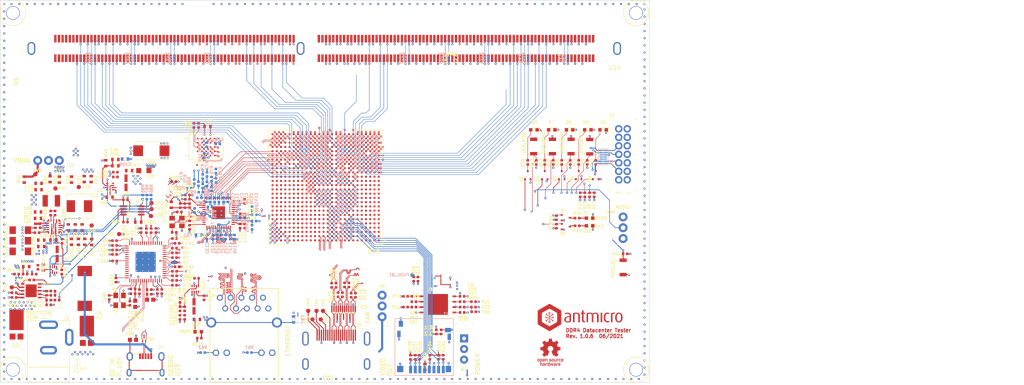
<source format=kicad_pcb>
(kicad_pcb (version 20171130) (host pcbnew 5.1.9+dfsg1-1)
  (layers (0 F_HS.Cu signal) (1 GND1 power hide) (2 In2_HS.Cu signal) (3 VCC1 power hide) (4 In3_LS.Cu signal) (5 In4_LS.Cu signal hide) (6 VCC2 power hide) (7 In5_HS.Cu signal) (8 GND2 power) (31 B_HS.Cu signal) (34 B.Paste user hide) (35 F.Paste user hide) (36 B.SilkS user hide) (37 F.SilkS user hide) (38 B.Mask user hide) (39 F.Mask user hide) (44 Edge.Cuts user))
  (net 0 "")
  (net 1 VBUS)
  (net 2 "Net-(C184-Pad1)")
  (net 3 "Net-(C185-Pad1)")
  (net 4 "Net-(C190-Pad1)")
  (net 5 "Net-(C193-Pad1)")
  (net 6 "Net-(R23-Pad1)")
  (net 7 "Net-(R24-Pad1)")
  (net 8 "Net-(R129-Pad2)")
  (net 9 "Net-(R130-Pad2)")
  (net 10 GND)
  (net 11 DBG_USB_P)
  (net 12 DBG_USB_N)
  (net 13 TCK_JTAG)
  (net 14 TMS_JTAG)
  (net 15 TDI_JTAG)
  (net 16 TDO_JTAG)
  (net 17 LED_LINK)
  (net 18 LED_SPD)
  (net 19 MODE2)
  (net 20 QSPI_DQ0)
  (net 21 QSPI_DQ1)
  (net 22 QSPI_DQ2)
  (net 23 QSPI_DQ3)
  (net 24 MODE0)
  (net 25 MODE1)
  (net 26 DONE)
  (net 27 ETH_RXD0)
  (net 28 ETH_RXD1)
  (net 29 ETH_RSTN)
  (net 30 ETH_MDIO)
  (net 31 ETH_REF_CLK)
  (net 32 ETH_TXD1)
  (net 33 ETH_TXD2)
  (net 34 ETH_TXD3)
  (net 35 ETH_TX_CLK)
  (net 36 ETH_TX_EN)
  (net 37 ETH_TXD0)
  (net 38 ETH_RXD3)
  (net 39 ETH_RX_DV)
  (net 40 ETH_MDC)
  (net 41 ETH_RX_CLK)
  (net 42 ETH_RXD2)
  (net 43 C_TMDS_CLK_P)
  (net 44 C_TMDS_CLK_N)
  (net 45 C_TMDS_D0_N)
  (net 46 C_TMDS_D0_P)
  (net 47 C_TMDS_D1_P)
  (net 48 C_TMDS_D2_N)
  (net 49 C_TMDS_D2_P)
  (net 50 "Net-(J6-Pad19)")
  (net 51 "Net-(J6-Pad18)")
  (net 52 "Net-(J6-Pad16)")
  (net 53 "Net-(J6-Pad15)")
  (net 54 "Net-(J6-Pad13)")
  (net 55 "Net-(J7-Pad9)")
  (net 56 C_TMDS_D1_N)
  (net 57 TMDS_CLK_P)
  (net 58 TMDS_CLK_N)
  (net 59 TMDS_D0_P)
  (net 60 TMDS_D0_N)
  (net 61 TMDS_D1_P)
  (net 62 TMDS_D1_N)
  (net 63 TMDS_D2_P)
  (net 64 TMDS_D2_N)
  (net 65 "Net-(D5-Pad2)")
  (net 66 "Net-(D6-Pad2)")
  (net 67 "Net-(D7-Pad2)")
  (net 68 "Net-(D8-Pad2)")
  (net 69 "Net-(FB6-Pad2)")
  (net 70 USR_LED1)
  (net 71 USR_LED3)
  (net 72 "Net-(Q2-Pad3)")
  (net 73 USR_LED2)
  (net 74 "Net-(Q3-Pad3)")
  (net 75 USR_LED4)
  (net 76 "Net-(Q4-Pad3)")
  (net 77 USR_LED5)
  (net 78 "Net-(Q5-Pad3)")
  (net 79 VDD1V1)
  (net 80 VDD0V6)
  (net 81 "Net-(Q6-Pad3)")
  (net 82 VDDQ)
  (net 83 "Net-(D9-Pad2)")
  (net 84 "Net-(IC3-Pad14)")
  (net 85 "Net-(J1-Pad14)")
  (net 86 "Net-(J1-Pad12)")
  (net 87 "Net-(J4-Pad4)")
  (net 88 "Net-(J6-Pad14)")
  (net 89 PUDC_B)
  (net 90 "Net-(U3-Pad9)")
  (net 91 "Net-(D4-Pad11)")
  (net 92 "Net-(D4-Pad12)")
  (net 93 SD_DAT1)
  (net 94 SD_DAT0)
  (net 95 SD_CLK)
  (net 96 SD_CMD)
  (net 97 SD_DAT3)
  (net 98 SD_DAT2)
  (net 99 SD_CD)
  (net 100 "Net-(D1-Pad2)")
  (net 101 "Net-(D10-Pad2)")
  (net 102 PROGRAM_B)
  (net 103 "Net-(Q7-Pad3)")
  (net 104 INIT_B)
  (net 105 "Net-(Q8-Pad3)")
  (net 106 FCS_B)
  (net 107 CCLK)
  (net 108 "Net-(R59-Pad1)")
  (net 109 "Net-(R60-Pad1)")
  (net 110 EMCCLK)
  (net 111 CFGBVS)
  (net 112 "Net-(R26-Pad1)")
  (net 113 "Net-(R27-Pad1)")
  (net 114 VIN)
  (net 115 VCC5V0)
  (net 116 "Net-(C35-Pad1)")
  (net 117 "Net-(C35-Pad2)")
  (net 118 "Net-(C36-Pad1)")
  (net 119 VDD1V8)
  (net 120 "Net-(C38-Pad1)")
  (net 121 "Net-(C45-Pad2)")
  (net 122 "Net-(C45-Pad1)")
  (net 123 "Net-(C172-Pad1)")
  (net 124 "Net-(C174-Pad1)")
  (net 125 "Net-(C175-Pad1)")
  (net 126 "Net-(C178-Pad1)")
  (net 127 "Net-(C178-Pad2)")
  (net 128 "Net-(IC1-Pad5)")
  (net 129 "Net-(IC1-Pad6)")
  (net 130 "Net-(L1-Pad1)")
  (net 131 "Net-(L3-Pad1)")
  (net 132 "Net-(PWR1-Pad2)")
  (net 133 "Net-(R40-Pad1)")
  (net 134 "Net-(R42-Pad1)")
  (net 135 "Net-(R126-Pad2)")
  (net 136 "Net-(U5-Pad8)")
  (net 137 USR_BTN1)
  (net 138 USR_BTN2)
  (net 139 USR_BTN3)
  (net 140 "Net-(R18-Pad1)")
  (net 141 "Net-(R19-Pad1)")
  (net 142 "Net-(R20-Pad1)")
  (net 143 "Net-(R25-Pad1)")
  (net 144 "Net-(U7-Pad63)")
  (net 145 "Net-(U7-Pad62)")
  (net 146 "Net-(U7-Pad61)")
  (net 147 "Net-(U7-Pad60)")
  (net 148 "Net-(U7-Pad59)")
  (net 149 "Net-(U7-Pad58)")
  (net 150 "Net-(U7-Pad57)")
  (net 151 "Net-(U7-Pad55)")
  (net 152 "Net-(U7-Pad54)")
  (net 153 "Net-(U7-Pad53)")
  (net 154 "Net-(U7-Pad46)")
  (net 155 "Net-(U7-Pad45)")
  (net 156 "Net-(U7-Pad44)")
  (net 157 "Net-(U7-Pad43)")
  (net 158 "Net-(U7-Pad41)")
  (net 159 "Net-(U7-Pad40)")
  (net 160 "Net-(U7-Pad36)")
  (net 161 "Net-(U7-Pad34)")
  (net 162 "Net-(U7-Pad33)")
  (net 163 "Net-(U7-Pad30)")
  (net 164 "Net-(U7-Pad24)")
  (net 165 "Net-(U7-Pad23)")
  (net 166 "Net-(U7-Pad22)")
  (net 167 "Net-(U7-Pad21)")
  (net 168 "Net-(U7-Pad10)")
  (net 169 USR_BTN4)
  (net 170 "Net-(R35-Pad1)")
  (net 171 AUX_JTAG_TCK)
  (net 172 "Net-(R1-Pad1)")
  (net 173 AUX_JTAG_TDI)
  (net 174 "Net-(R2-Pad1)")
  (net 175 "Net-(R3-Pad1)")
  (net 176 AUX_JTAG_TMS)
  (net 177 "Net-(R4-Pad1)")
  (net 178 AUX_JTAG_RST)
  (net 179 "Net-(R5-Pad1)")
  (net 180 UART0_RX)
  (net 181 "Net-(R6-Pad1)")
  (net 182 UART0_TX)
  (net 183 "Net-(R7-Pad1)")
  (net 184 UART1_RX)
  (net 185 "Net-(R8-Pad1)")
  (net 186 UART1_TX)
  (net 187 "Net-(R37-Pad1)")
  (net 188 3V3_SYS)
  (net 189 1V8_SYS)
  (net 190 1V1_SYS)
  (net 191 1V8_FT)
  (net 192 VCC5V0_INT)
  (net 193 AUX_JTAG_TDO)
  (net 194 1V0_SYS)
  (net 195 "Net-(C98-Pad2)")
  (net 196 "Net-(C100-Pad2)")
  (net 197 SYS_ON)
  (net 198 "Net-(L4-Pad1)")
  (net 199 "Net-(R55-Pad1)")
  (net 200 /Supply/VCC_INT_EN)
  (net 201 /Supply/VCC_AUX_EN)
  (net 202 /Supply/VCC_IO_EN)
  (net 203 "Net-(U9-Pad8)")
  (net 204 "Net-(C96-Pad1)")
  (net 205 IO_V12)
  (net 206 IO_U12)
  (net 207 HR_RST)
  (net 208 HR_CS)
  (net 209 HR_DQ1)
  (net 210 HR_DQ0)
  (net 211 HR_RW)
  (net 212 HR_CKN)
  (net 213 HR_DQ5)
  (net 214 HR_DQ4)
  (net 215 HR_DQ7)
  (net 216 HR_DQ6)
  (net 217 HR_CKP)
  (net 218 HR_DQ3)
  (net 219 HR_DQ2)
  (net 220 "Net-(U11-PadC5)")
  (net 221 "Net-(U11-PadB5)")
  (net 222 "Net-(U11-PadA5)")
  (net 223 "Net-(U11-PadC2)")
  (net 224 "Net-(U11-PadA2)")
  (net 225 /Supply/SYS_EN)
  (net 226 "Net-(S1-Pad1)")
  (net 227 "Net-(D11-PadA)")
  (net 228 "Net-(J8-Pad2)")
  (net 229 "Net-(J?1-Pad11)")
  (net 230 "Net-(J?1-Pad13)")
  (net 231 /Ethernet/ETH3_P)
  (net 232 /Ethernet/ETH2_P)
  (net 233 "Net-(FB7-Pad1)")
  (net 234 /Ethernet/ETH1_P)
  (net 235 /Ethernet/ETH4_P)
  (net 236 /Ethernet/ETH2_N)
  (net 237 /Ethernet/ETH1_N)
  (net 238 /Ethernet/ETH3_N)
  (net 239 /Ethernet/ETH4_N)
  (net 240 "Net-(J?1-Pad9)")
  (net 241 VCC1V2)
  (net 242 /Ethernet/AVDDL)
  (net 243 /Ethernet/AVDDL_PLL)
  (net 244 /Ethernet/AVDDH)
  (net 245 "Net-(C147-Pad1)")
  (net 246 "Net-(C148-Pad1)")
  (net 247 "Net-(C150-Pad2)")
  (net 248 "Net-(C150-Pad1)")
  (net 249 "Net-(L5-Pad1)")
  (net 250 "Net-(R68-Pad2)")
  (net 251 "Net-(R82-Pad1)")
  (net 252 "Net-(U6-Pad47)")
  (net 253 "Net-(U6-Pad43)")
  (net 254 ETH_INT_N)
  (net 255 "Net-(U6-Pad13)")
  (net 256 /Supply/1V2_PG)
  (net 257 "Net-(U14-Pad227)")
  (net 258 "Net-(U14-Pad252)")
  (net 259 "Net-(U14-Pad144)")
  (net 260 "Net-(U14-Pad108)")
  (net 261 "Net-(U14-Pad205)")
  (net 262 VSS)
  (net 263 VPP)
  (net 264 VDD)
  (net 265 VDDSPD)
  (net 266 VTT)
  (net 267 VREFCA)
  (net 268 "Net-(U15-PadA3)")
  (net 269 "Net-(U15-PadA4)")
  (net 270 "Net-(U15-PadA8)")
  (net 271 "Net-(U15-PadA9)")
  (net 272 "Net-(U15-PadA17)")
  (net 273 "Net-(U15-PadA18)")
  (net 274 "Net-(U15-PadA19)")
  (net 275 "Net-(U15-PadA20)")
  (net 276 "Net-(U15-PadA23)")
  (net 277 "Net-(U15-PadA24)")
  (net 278 "Net-(U15-PadB1)")
  (net 279 "Net-(U15-PadB2)")
  (net 280 "Net-(U15-PadB3)")
  (net 281 "Net-(U15-PadB5)")
  (net 282 "Net-(U15-PadB6)")
  (net 283 "Net-(U15-PadB9)")
  (net 284 "Net-(U15-PadB11)")
  (net 285 "Net-(U15-PadB12)")
  (net 286 "Net-(U15-PadB16)")
  (net 287 "Net-(U15-PadB17)")
  (net 288 "Net-(U15-PadB19)")
  (net 289 "Net-(U15-PadB20)")
  (net 290 "Net-(U15-PadB21)")
  (net 291 "Net-(U15-PadC2)")
  (net 292 "Net-(U15-PadC3)")
  (net 293 "Net-(U15-PadC4)")
  (net 294 "Net-(U15-PadC6)")
  (net 295 "Net-(U15-PadC11)")
  (net 296 "Net-(U15-PadC12)")
  (net 297 "Net-(U15-PadC13)")
  (net 298 "Net-(U15-PadC14)")
  (net 299 "Net-(U15-PadC16)")
  (net 300 "Net-(U15-PadC17)")
  (net 301 "Net-(U15-PadC18)")
  (net 302 "Net-(U15-PadC19)")
  (net 303 "Net-(U15-PadC21)")
  (net 304 "Net-(U15-PadC22)")
  (net 305 "Net-(U15-PadD1)")
  (net 306 "Net-(U15-PadD2)")
  (net 307 "Net-(U15-PadD3)")
  (net 308 "Net-(U15-PadD5)")
  (net 309 "Net-(U15-PadD6)")
  (net 310 "Net-(U15-PadD13)")
  (net 311 "Net-(U15-PadD14)")
  (net 312 "Net-(U15-PadD15)")
  (net 313 "Net-(U15-PadD16)")
  (net 314 "Net-(U15-PadD18)")
  (net 315 "Net-(U15-PadD19)")
  (net 316 "Net-(U15-PadD20)")
  (net 317 "Net-(U15-PadD21)")
  (net 318 "Net-(U15-PadD23)")
  (net 319 "Net-(U15-PadE3)")
  (net 320 "Net-(U15-PadE4)")
  (net 321 "Net-(U15-PadE6)")
  (net 322 "Net-(U15-PadE12)")
  (net 323 "Net-(U15-PadE13)")
  (net 324 "Net-(U15-PadE15)")
  (net 325 "Net-(U15-PadE16)")
  (net 326 "Net-(U15-PadE17)")
  (net 327 "Net-(U15-PadE18)")
  (net 328 "Net-(U15-PadE20)")
  (net 329 "Net-(U15-PadE21)")
  (net 330 "Net-(U15-PadE22)")
  (net 331 "Net-(U15-PadE23)")
  (net 332 "Net-(U15-PadF1)")
  (net 333 "Net-(U15-PadF2)")
  (net 334 "Net-(U15-PadF5)")
  (net 335 "Net-(U15-PadF6)")
  (net 336 "Net-(U15-PadF12)")
  (net 337 "Net-(U15-PadF13)")
  (net 338 "Net-(U15-PadF14)")
  (net 339 "Net-(U15-PadF15)")
  (net 340 "Net-(U15-PadF17)")
  (net 341 "Net-(U15-PadF18)")
  (net 342 "Net-(U15-PadF19)")
  (net 343 "Net-(U15-PadF20)")
  (net 344 "Net-(U15-PadF22)")
  (net 345 "Net-(U15-PadF23)")
  (net 346 "Net-(U15-PadF24)")
  (net 347 "Net-(U15-PadG2)")
  (net 348 "Net-(U15-PadG3)")
  (net 349 "Net-(U15-PadG4)")
  (net 350 "Net-(U15-PadG6)")
  (net 351 "Net-(U15-PadG11)")
  (net 352 "Net-(U15-PadG12)")
  (net 353 "Net-(U15-PadG14)")
  (net 354 "Net-(U15-PadG15)")
  (net 355 "Net-(U15-PadG16)")
  (net 356 "Net-(U15-PadG17)")
  (net 357 "Net-(U15-PadG19)")
  (net 358 "Net-(U15-PadG20)")
  (net 359 "Net-(U15-PadG21)")
  (net 360 "Net-(U15-PadG22)")
  (net 361 "Net-(U15-PadG24)")
  (net 362 "Net-(U15-PadG25)")
  (net 363 "Net-(U15-PadG26)")
  (net 364 "Net-(U15-PadH1)")
  (net 365 "Net-(U15-PadH2)")
  (net 366 "Net-(U15-PadH3)")
  (net 367 "Net-(U15-PadH5)")
  (net 368 "Net-(U15-PadH6)")
  (net 369 "Net-(U15-PadH9)")
  (net 370 "Net-(U15-PadH11)")
  (net 371 "Net-(U15-PadH12)")
  (net 372 "Net-(U15-PadH13)")
  (net 373 "Net-(U15-PadH14)")
  (net 374 "Net-(U15-PadH16)")
  (net 375 "Net-(U15-PadH17)")
  (net 376 "Net-(U15-PadH18)")
  (net 377 "Net-(U15-PadH19)")
  (net 378 "Net-(U15-PadH21)")
  (net 379 "Net-(U15-PadH22)")
  (net 380 "Net-(U15-PadH23)")
  (net 381 "Net-(U15-PadH24)")
  (net 382 "Net-(U15-PadH26)")
  (net 383 "Net-(U15-PadJ3)")
  (net 384 "Net-(U15-PadJ4)")
  (net 385 "Net-(U15-PadJ6)")
  (net 386 "Net-(U15-PadJ8)")
  (net 387 "Net-(U15-PadJ10)")
  (net 388 "Net-(U15-PadJ11)")
  (net 389 "Net-(U15-PadJ13)")
  (net 390 "Net-(U15-PadJ14)")
  (net 391 "Net-(U15-PadJ15)")
  (net 392 "Net-(U15-PadJ16)")
  (net 393 "Net-(U15-PadJ18)")
  (net 394 "Net-(U15-PadJ19)")
  (net 395 "Net-(U15-PadJ20)")
  (net 396 "Net-(U15-PadJ21)")
  (net 397 "Net-(U15-PadJ23)")
  (net 398 "Net-(U15-PadJ24)")
  (net 399 "Net-(U15-PadJ25)")
  (net 400 "Net-(U15-PadJ26)")
  (net 401 "Net-(U15-PadK1)")
  (net 402 "Net-(U15-PadK2)")
  (net 403 "Net-(U15-PadK5)")
  (net 404 "Net-(U15-PadK6)")
  (net 405 "Net-(U15-PadK15)")
  (net 406 "Net-(U15-PadK16)")
  (net 407 "Net-(U15-PadK17)")
  (net 408 "Net-(U15-PadK18)")
  (net 409 "Net-(U15-PadK20)")
  (net 410 "Net-(U15-PadK21)")
  (net 411 "Net-(U15-PadK22)")
  (net 412 "Net-(U15-PadK23)")
  (net 413 "Net-(U15-PadK25)")
  (net 414 "Net-(U15-PadK26)")
  (net 415 "Net-(U15-PadL2)")
  (net 416 "Net-(U15-PadL3)")
  (net 417 "Net-(U15-PadL4)")
  (net 418 "Net-(U15-PadL6)")
  (net 419 "Net-(U15-PadL17)")
  (net 420 "Net-(U15-PadL18)")
  (net 421 "Net-(U15-PadL19)")
  (net 422 "Net-(U15-PadL20)")
  (net 423 "Net-(U15-PadL22)")
  (net 424 "Net-(U15-PadL23)")
  (net 425 "Net-(U15-PadL24)")
  (net 426 "Net-(U15-PadL25)")
  (net 427 "Net-(U15-PadM1)")
  (net 428 "Net-(U15-PadM2)")
  (net 429 "Net-(U15-PadM3)")
  (net 430 "Net-(U15-PadM5)")
  (net 431 "Net-(U15-PadM6)")
  (net 432 "Net-(U15-PadM16)")
  (net 433 "Net-(U15-PadM17)")
  (net 434 "Net-(U15-PadM19)")
  (net 435 "Net-(U15-PadM20)")
  (net 436 "Net-(U15-PadM21)")
  (net 437 "Net-(U15-PadM22)")
  (net 438 "Net-(U15-PadM24)")
  (net 439 "Net-(U15-PadM25)")
  (net 440 "Net-(U15-PadM26)")
  (net 441 "Net-(U15-PadN3)")
  (net 442 "Net-(U15-PadN4)")
  (net 443 "Net-(U15-PadN6)")
  (net 444 "Net-(U15-PadN18)")
  (net 445 "Net-(U15-PadN19)")
  (net 446 "Net-(U15-PadN21)")
  (net 447 "Net-(U15-PadN22)")
  (net 448 "Net-(U15-PadN23)")
  (net 449 "Net-(U15-PadN24)")
  (net 450 "Net-(U15-PadN26)")
  (net 451 "Net-(U15-PadP1)")
  (net 452 "Net-(U15-PadP2)")
  (net 453 "Net-(U15-PadP8)")
  (net 454 "Net-(U15-PadP18)")
  (net 455 "Net-(U15-PadP19)")
  (net 456 "Net-(U15-PadP20)")
  (net 457 "Net-(U15-PadP21)")
  (net 458 "Net-(U15-PadP23)")
  (net 459 "Net-(U15-PadP24)")
  (net 460 "Net-(U15-PadP25)")
  (net 461 "Net-(U15-PadP26)")
  (net 462 "Net-(U15-PadR3)")
  (net 463 "Net-(U15-PadR4)")
  (net 464 "Net-(U15-PadR9)")
  (net 465 "Net-(U15-PadR18)")
  (net 466 "Net-(U15-PadR20)")
  (net 467 "Net-(U15-PadR21)")
  (net 468 "Net-(U15-PadR22)")
  (net 469 "Net-(U15-PadR23)")
  (net 470 "Net-(U15-PadR25)")
  (net 471 "Net-(U15-PadR26)")
  (net 472 "Net-(U15-PadT7)")
  (net 473 "Net-(U15-PadT8)")
  (net 474 "Net-(U15-PadT19)")
  (net 475 "Net-(U15-PadT20)")
  (net 476 "Net-(U15-PadT22)")
  (net 477 "Net-(U15-PadT23)")
  (net 478 "Net-(U15-PadT24)")
  (net 479 "Net-(U15-PadT25)")
  (net 480 "Net-(U15-PadU1)")
  (net 481 "Net-(U15-PadU6)")
  (net 482 "Net-(U15-PadU7)")
  (net 483 "Net-(U15-PadU9)")
  (net 484 "Net-(U15-PadU19)")
  (net 485 "Net-(U15-PadU20)")
  (net 486 "Net-(U15-PadU21)")
  (net 487 "Net-(U15-PadU22)")
  (net 488 "Net-(U15-PadU24)")
  (net 489 "Net-(U15-PadV1)")
  (net 490 "Net-(U15-PadV21)")
  (net 491 "Net-(U15-PadV22)")
  (net 492 "Net-(U15-PadV23)")
  (net 493 "Net-(U15-PadV24)")
  (net 494 "Net-(U15-PadW20)")
  (net 495 "Net-(U15-PadW21)")
  (net 496 "Net-(U15-PadW23)")
  (net 497 "Net-(U15-PadY5)")
  (net 498 "Net-(U15-PadY6)")
  (net 499 "Net-(U15-PadAA4)")
  (net 500 "Net-(U15-PadAB20)")
  (net 501 "Net-(U15-PadAB21)")
  (net 502 "Net-(U15-PadAB22)")
  (net 503 "Net-(U15-PadAB24)")
  (net 504 "Net-(U15-PadAB25)")
  (net 505 "Net-(U15-PadAC21)")
  (net 506 "Net-(U15-PadAC22)")
  (net 507 "Net-(U15-PadAC23)")
  (net 508 "Net-(U15-PadAD4)")
  (net 509 "Net-(U15-PadAD21)")
  (net 510 "Net-(U15-PadAE21)")
  (net 511 "Net-(U15-PadAF8)")
  (net 512 "Net-(U15-PadAF22)")
  (net 513 "Net-(U15-PadD11)")
  (net 514 "Net-(U15-PadE11)")
  (net 515 "Net-(U15-PadF10)")
  (net 516 "Net-(U15-PadG9)")
  (net 517 "Net-(U15-PadG10)")
  (net 518 "Net-(U15-PadH8)")
  (net 519 ~EVENT)
  (net 520 DQ43)
  (net 521 DQ41)
  (net 522 DQS7_C)
  (net 523 DQ49)
  (net 524 DQS6_C)
  (net 525 DQS6_T)
  (net 526 DQ61)
  (net 527 DQ57)
  (net 528 DQ51)
  (net 529 DQ33)
  (net 530 SA2)
  (net 531 DQ59)
  (net 532 DQS7_T)
  (net 533 DQ63)
  (net 534 ~CS3~\C1,NC)
  (net 535 PARITY)
  (net 536 A17)
  (net 537 NC\C2)
  (net 538 DQ39)
  (net 539 DQ45)
  (net 540 DQ53)
  (net 541 DQ47)
  (net 542 SDA)
  (net 543 DQ55)
  (net 544 A13)
  (net 545 DQS4_C)
  (net 546 DQS4_T)
  (net 547 A10\AP)
  (net 548 ~SAVE)
  (net 549 DQS5_C)
  (net 550 DQS5_T)
  (net 551 ~WE~\A14)
  (net 552 BA1)
  (net 553 DQ37)
  (net 554 DQ35)
  (net 555 SCL)
  (net 556 SA1)
  (net 557 DQS16_C)
  (net 558 DQS16_T)
  (net 559 DQ56)
  (net 560 DQ58)
  (net 561 DQ62)
  (net 562 SA0)
  (net 563 DQ50)
  (net 564 DQ54)
  (net 565 DQS15_C)
  (net 566 DQS15_T)
  (net 567 DQ60)
  (net 568 DQ46)
  (net 569 DQS14_C)
  (net 570 DQS14_T)
  (net 571 DQ52)
  (net 572 DQ42)
  (net 573 DQ48)
  (net 574 DQ44)
  (net 575 DQ34)
  (net 576 DQ38)
  (net 577 DQS13_C)
  (net 578 DQ40)
  (net 579 ~CS2~\C0)
  (net 580 ODT1\NC)
  (net 581 DQ32)
  (net 582 DQ36)
  (net 583 DQS13_T)
  (net 584 ~CS1~\NC)
  (net 585 ODT0)
  (net 586 ~CAS~\A15)
  (net 587 ~CS0)
  (net 588 ~RAS~\A16)
  (net 589 BA0)
  (net 590 A0)
  (net 591 12V)
  (net 592 DQ4)
  (net 593 DQ0)
  (net 594 DQS9_T)
  (net 595 DQS9_C)
  (net 596 DQ2)
  (net 597 DQ6)
  (net 598 DQ12)
  (net 599 DQS10_C)
  (net 600 DQS10_T)
  (net 601 DQ8)
  (net 602 DQ14)
  (net 603 DQ10)
  (net 604 DQ20)
  (net 605 DQ16)
  (net 606 DQS11_T)
  (net 607 DQS11_C)
  (net 608 DQ22)
  (net 609 DQ28)
  (net 610 DQ18)
  (net 611 DQ24)
  (net 612 DQS12_C)
  (net 613 DQ30)
  (net 614 DQS12_T)
  (net 615 DQ26)
  (net 616 CB4)
  (net 617 CB0)
  (net 618 DQS17_T)
  (net 619 CB6)
  (net 620 DQS17_C)
  (net 621 CB2)
  (net 622 CKE0)
  (net 623 ~RESET)
  (net 624 BG0)
  (net 625 ~ACT)
  (net 626 A12\~BC)
  (net 627 A9)
  (net 628 A6)
  (net 629 A8)
  (net 630 A3)
  (net 631 A1)
  (net 632 CK0_C)
  (net 633 CK0_T)
  (net 634 DQS3_T)
  (net 635 DQS0_C)
  (net 636 DQS1_T)
  (net 637 DQS1_C)
  (net 638 DQ25)
  (net 639 CB1)
  (net 640 DQ15)
  (net 641 DQ11)
  (net 642 DQ13)
  (net 643 DQS8_C)
  (net 644 DQS0_T)
  (net 645 A5)
  (net 646 DQ23)
  (net 647 CB5)
  (net 648 DQ31)
  (net 649 BG1)
  (net 650 DQ17)
  (net 651 DQS2_C)
  (net 652 DQS2_T)
  (net 653 CK1_C)
  (net 654 CB7)
  (net 655 DQS8_T)
  (net 656 A11)
  (net 657 A7)
  (net 658 DQ29)
  (net 659 DQ19)
  (net 660 DQS3_C)
  (net 661 DQ27)
  (net 662 DQ1)
  (net 663 A4)
  (net 664 CKE1\NC)
  (net 665 A2)
  (net 666 DQ3)
  (net 667 DQ9)
  (net 668 DQ21)
  (net 669 CB3)
  (net 670 ~ALERT)
  (net 671 DQ7)
  (net 672 CK1_T)
  (net 673 DQ5)
  (net 674 "Net-(U15-PadC15)")
  (net 675 "Net-(U15-PadAA10)")
  (net 676 "Net-(U15-PadAE11)")
  (net 677 "Net-(U15-PadAF10)")
  (net 678 "Net-(U15-PadAD15)")
  (net 679 "Net-(U15-PadAD8)")
  (net 680 "Net-(U15-PadAC8)")
  (module antmicro-footprints:BGA676C100P26X26_2700X2700X254 (layer F_HS.Cu) (at 183.636328 90.060008 180)
    (fp_text reference U15 (at -11.325 -15.135) (layer F.SilkS))
    (fp_text value XC7K160T-FFG676)
    (pad AF26 smd circle (at 12.5 12.5 180) (size 0.5 0.5) (layers F_HS.Cu F.Paste F.Mask) (net 188 3V3_SYS))
    (pad AF25 smd circle (at 11.5 12.5 180) (size 0.5 0.5) (layers F_HS.Cu F.Paste F.Mask) (net 213 HR_DQ5))
    (pad AF24 smd circle (at 10.5 12.5 180) (size 0.5 0.5) (layers F_HS.Cu F.Paste F.Mask) (net 219 HR_DQ2))
    (pad AF23 smd circle (at 9.5 12.5 180) (size 0.5 0.5) (layers F_HS.Cu F.Paste F.Mask) (net 214 HR_DQ4))
    (pad AF22 smd circle (at 8.5 12.5 180) (size 0.5 0.5) (layers F_HS.Cu F.Paste F.Mask) (net 512 "Net-(U15-PadAF22)"))
    (pad AF21 smd circle (at 7.5 12.5 180) (size 0.5 0.5) (layers F_HS.Cu F.Paste F.Mask) (net 10 GND))
    (pad AF20 smd circle (at 6.5 12.5 180) (size 0.5 0.5) (layers F_HS.Cu F.Paste F.Mask) (net 572 DQ42))
    (pad AF19 smd circle (at 5.5 12.5 180) (size 0.5 0.5) (layers F_HS.Cu F.Paste F.Mask) (net 568 DQ46))
    (pad AF18 smd circle (at 4.5 12.5 180) (size 0.5 0.5) (layers F_HS.Cu F.Paste F.Mask) (net 549 DQS5_C))
    (pad AF17 smd circle (at 3.5 12.5 180) (size 0.5 0.5) (layers F_HS.Cu F.Paste F.Mask) (net 578 DQ40))
    (pad AF16 smd circle (at 2.5 12.5 180) (size 0.5 0.5) (layers F_HS.Cu F.Paste F.Mask) (net 82 VDDQ))
    (pad AF15 smd circle (at 1.5 12.5 180) (size 0.5 0.5) (layers F_HS.Cu F.Paste F.Mask) (net 534 ~CS3~\C1,NC))
    (pad AF14 smd circle (at 0.5 12.5 180) (size 0.5 0.5) (layers F_HS.Cu F.Paste F.Mask) (net 519 ~EVENT))
    (pad AF13 smd circle (at -0.5 12.5 180) (size 0.5 0.5) (layers F_HS.Cu F.Paste F.Mask) (net 586 ~CAS~\A15))
    (pad AF12 smd circle (at -1.5 12.5 180) (size 0.5 0.5) (layers F_HS.Cu F.Paste F.Mask) (net 632 CK0_C))
    (pad AF11 smd circle (at -2.5 12.5 180) (size 0.5 0.5) (layers F_HS.Cu F.Paste F.Mask) (net 10 GND))
    (pad AF10 smd circle (at -3.5 12.5 180) (size 0.5 0.5) (layers F_HS.Cu F.Paste F.Mask) (net 677 "Net-(U15-PadAF10)"))
    (pad AF9 smd circle (at -4.5 12.5 180) (size 0.5 0.5) (layers F_HS.Cu F.Paste F.Mask) (net 649 BG1))
    (pad AF8 smd circle (at -5.5 12.5 180) (size 0.5 0.5) (layers F_HS.Cu F.Paste F.Mask) (net 511 "Net-(U15-PadAF8)"))
    (pad AF7 smd circle (at -6.5 12.5 180) (size 0.5 0.5) (layers F_HS.Cu F.Paste F.Mask) (net 657 A7))
    (pad AF6 smd circle (at -7.5 12.5 180) (size 0.5 0.5) (layers F_HS.Cu F.Paste F.Mask) (net 82 VDDQ))
    (pad AF5 smd circle (at -8.5 12.5 180) (size 0.5 0.5) (layers F_HS.Cu F.Paste F.Mask) (net 655 DQS8_T))
    (pad AF4 smd circle (at -9.5 12.5 180) (size 0.5 0.5) (layers F_HS.Cu F.Paste F.Mask) (net 643 DQS8_C))
    (pad AF3 smd circle (at -10.5 12.5 180) (size 0.5 0.5) (layers F_HS.Cu F.Paste F.Mask) (net 617 CB0))
    (pad AF2 smd circle (at -11.5 12.5 180) (size 0.5 0.5) (layers F_HS.Cu F.Paste F.Mask) (net 616 CB4))
    (pad AF1 smd circle (at -12.5 12.5 180) (size 0.5 0.5) (layers F_HS.Cu F.Paste F.Mask) (net 10 GND))
    (pad AE26 smd circle (at 12.5 11.5 180) (size 0.5 0.5) (layers F_HS.Cu F.Paste F.Mask) (net 212 HR_CKN))
    (pad AE25 smd circle (at 11.5 11.5 180) (size 0.5 0.5) (layers F_HS.Cu F.Paste F.Mask) (net 216 HR_DQ6))
    (pad AE24 smd circle (at 10.5 11.5 180) (size 0.5 0.5) (layers F_HS.Cu F.Paste F.Mask) (net 10 GND))
    (pad AE23 smd circle (at 9.5 11.5 180) (size 0.5 0.5) (layers F_HS.Cu F.Paste F.Mask) (net 210 HR_DQ0))
    (pad AE22 smd circle (at 8.5 11.5 180) (size 0.5 0.5) (layers F_HS.Cu F.Paste F.Mask) (net 218 HR_DQ3))
    (pad AE21 smd circle (at 7.5 11.5 180) (size 0.5 0.5) (layers F_HS.Cu F.Paste F.Mask) (net 510 "Net-(U15-PadAE21)"))
    (pad AE20 smd circle (at 6.5 11.5 180) (size 0.5 0.5) (layers F_HS.Cu F.Paste F.Mask) (net 545 DQS4_C))
    (pad AE19 smd circle (at 5.5 11.5 180) (size 0.5 0.5) (layers F_HS.Cu F.Paste F.Mask) (net 82 VDDQ))
    (pad AE18 smd circle (at 4.5 11.5 180) (size 0.5 0.5) (layers F_HS.Cu F.Paste F.Mask) (net 550 DQS5_T))
    (pad AE17 smd circle (at 3.5 11.5 180) (size 0.5 0.5) (layers F_HS.Cu F.Paste F.Mask) (net 521 DQ41))
    (pad AE16 smd circle (at 2.5 11.5 180) (size 0.5 0.5) (layers F_HS.Cu F.Paste F.Mask) (net 539 DQ45))
    (pad AE15 smd circle (at 1.5 11.5 180) (size 0.5 0.5) (layers F_HS.Cu F.Paste F.Mask) (net 574 DQ44))
    (pad AE14 smd circle (at 0.5 11.5 180) (size 0.5 0.5) (layers F_HS.Cu F.Paste F.Mask) (net 10 GND))
    (pad AE13 smd circle (at -0.5 11.5 180) (size 0.5 0.5) (layers F_HS.Cu F.Paste F.Mask) (net 535 PARITY))
    (pad AE12 smd circle (at -1.5 11.5 180) (size 0.5 0.5) (layers F_HS.Cu F.Paste F.Mask) (net 633 CK0_T))
    (pad AE11 smd circle (at -2.5 11.5 180) (size 0.5 0.5) (layers F_HS.Cu F.Paste F.Mask) (net 676 "Net-(U15-PadAE11)"))
    (pad AE10 smd circle (at -3.5 11.5 180) (size 0.5 0.5) (layers F_HS.Cu F.Paste F.Mask) (net 670 ~ALERT))
    (pad AE9 smd circle (at -4.5 11.5 180) (size 0.5 0.5) (layers F_HS.Cu F.Paste F.Mask) (net 82 VDDQ))
    (pad AE8 smd circle (at -5.5 11.5 180) (size 0.5 0.5) (layers F_HS.Cu F.Paste F.Mask) (net 629 A8))
    (pad AE7 smd circle (at -6.5 11.5 180) (size 0.5 0.5) (layers F_HS.Cu F.Paste F.Mask) (net 627 A9))
    (pad AE6 smd circle (at -7.5 11.5 180) (size 0.5 0.5) (layers F_HS.Cu F.Paste F.Mask) (net 619 CB6))
    (pad AE5 smd circle (at -8.5 11.5 180) (size 0.5 0.5) (layers F_HS.Cu F.Paste F.Mask) (net 639 CB1))
    (pad AE4 smd circle (at -9.5 11.5 180) (size 0.5 0.5) (layers F_HS.Cu F.Paste F.Mask) (net 10 GND))
    (pad AE3 smd circle (at -10.5 11.5 180) (size 0.5 0.5) (layers F_HS.Cu F.Paste F.Mask) (net 647 CB5))
    (pad AE2 smd circle (at -11.5 11.5 180) (size 0.5 0.5) (layers F_HS.Cu F.Paste F.Mask) (net 659 DQ19))
    (pad AE1 smd circle (at -12.5 11.5 180) (size 0.5 0.5) (layers F_HS.Cu F.Paste F.Mask) (net 610 DQ18))
    (pad AD26 smd circle (at 12.5 10.5 180) (size 0.5 0.5) (layers F_HS.Cu F.Paste F.Mask) (net 217 HR_CKP))
    (pad AD25 smd circle (at 11.5 10.5 180) (size 0.5 0.5) (layers F_HS.Cu F.Paste F.Mask) (net 209 HR_DQ1))
    (pad AD24 smd circle (at 10.5 10.5 180) (size 0.5 0.5) (layers F_HS.Cu F.Paste F.Mask) (net 215 HR_DQ7))
    (pad AD23 smd circle (at 9.5 10.5 180) (size 0.5 0.5) (layers F_HS.Cu F.Paste F.Mask) (net 211 HR_RW))
    (pad AD22 smd circle (at 8.5 10.5 180) (size 0.5 0.5) (layers F_HS.Cu F.Paste F.Mask) (net 188 3V3_SYS))
    (pad AD21 smd circle (at 7.5 10.5 180) (size 0.5 0.5) (layers F_HS.Cu F.Paste F.Mask) (net 509 "Net-(U15-PadAD21)"))
    (pad AD20 smd circle (at 6.5 10.5 180) (size 0.5 0.5) (layers F_HS.Cu F.Paste F.Mask) (net 546 DQS4_T))
    (pad AD19 smd circle (at 5.5 10.5 180) (size 0.5 0.5) (layers F_HS.Cu F.Paste F.Mask) (net 520 DQ43))
    (pad AD18 smd circle (at 4.5 10.5 180) (size 0.5 0.5) (layers F_HS.Cu F.Paste F.Mask) (net 541 DQ47))
    (pad AD17 smd circle (at 3.5 10.5 180) (size 0.5 0.5) (layers F_HS.Cu F.Paste F.Mask) (net 10 GND))
    (pad AD16 smd circle (at 2.5 10.5 180) (size 0.5 0.5) (layers F_HS.Cu F.Paste F.Mask) (net 553 DQ37))
    (pad AD15 smd circle (at 1.5 10.5 180) (size 0.5 0.5) (layers F_HS.Cu F.Paste F.Mask) (net 678 "Net-(U15-PadAD15)"))
    (pad AD14 smd circle (at 0.5 10.5 180) (size 0.5 0.5) (layers F_HS.Cu F.Paste F.Mask) (net 537 NC\C2))
    (pad AD13 smd circle (at -0.5 10.5 180) (size 0.5 0.5) (layers F_HS.Cu F.Paste F.Mask) (net 544 A13))
    (pad AD12 smd circle (at -1.5 10.5 180) (size 0.5 0.5) (layers F_HS.Cu F.Paste F.Mask) (net 82 VDDQ))
    (pad AD11 smd circle (at -2.5 10.5 180) (size 0.5 0.5) (layers F_HS.Cu F.Paste F.Mask) (net 665 A2))
    (pad AD10 smd circle (at -3.5 10.5 180) (size 0.5 0.5) (layers F_HS.Cu F.Paste F.Mask) (net 630 A3))
    (pad AD9 smd circle (at -4.5 10.5 180) (size 0.5 0.5) (layers F_HS.Cu F.Paste F.Mask) (net 645 A5))
    (pad AD8 smd circle (at -5.5 10.5 180) (size 0.5 0.5) (layers F_HS.Cu F.Paste F.Mask) (net 679 "Net-(U15-PadAD8)"))
    (pad AD7 smd circle (at -6.5 10.5 180) (size 0.5 0.5) (layers F_HS.Cu F.Paste F.Mask) (net 10 GND))
    (pad AD6 smd circle (at -7.5 10.5 180) (size 0.5 0.5) (layers F_HS.Cu F.Paste F.Mask) (net 621 CB2))
    (pad AD5 smd circle (at -8.5 10.5 180) (size 0.5 0.5) (layers F_HS.Cu F.Paste F.Mask) (net 654 CB7))
    (pad AD4 smd circle (at -9.5 10.5 180) (size 0.5 0.5) (layers F_HS.Cu F.Paste F.Mask) (net 508 "Net-(U15-PadAD4)"))
    (pad AD3 smd circle (at -10.5 10.5 180) (size 0.5 0.5) (layers F_HS.Cu F.Paste F.Mask) (net 615 DQ26))
    (pad AD2 smd circle (at -11.5 10.5 180) (size 0.5 0.5) (layers F_HS.Cu F.Paste F.Mask) (net 82 VDDQ))
    (pad AD1 smd circle (at -12.5 10.5 180) (size 0.5 0.5) (layers F_HS.Cu F.Paste F.Mask) (net 608 DQ22))
    (pad AC26 smd circle (at 12.5 9.5 180) (size 0.5 0.5) (layers F_HS.Cu F.Paste F.Mask) (net 208 HR_CS))
    (pad AC25 smd circle (at 11.5 9.5 180) (size 0.5 0.5) (layers F_HS.Cu F.Paste F.Mask) (net 188 3V3_SYS))
    (pad AC24 smd circle (at 10.5 9.5 180) (size 0.5 0.5) (layers F_HS.Cu F.Paste F.Mask) (net 207 HR_RST))
    (pad AC23 smd circle (at 9.5 9.5 180) (size 0.5 0.5) (layers F_HS.Cu F.Paste F.Mask) (net 507 "Net-(U15-PadAC23)"))
    (pad AC22 smd circle (at 8.5 9.5 180) (size 0.5 0.5) (layers F_HS.Cu F.Paste F.Mask) (net 506 "Net-(U15-PadAC22)"))
    (pad AC21 smd circle (at 7.5 9.5 180) (size 0.5 0.5) (layers F_HS.Cu F.Paste F.Mask) (net 505 "Net-(U15-PadAC21)"))
    (pad AC20 smd circle (at 6.5 9.5 180) (size 0.5 0.5) (layers F_HS.Cu F.Paste F.Mask) (net 10 GND))
    (pad AC19 smd circle (at 5.5 9.5 180) (size 0.5 0.5) (layers F_HS.Cu F.Paste F.Mask) (net 538 DQ39))
    (pad AC18 smd circle (at 4.5 9.5 180) (size 0.5 0.5) (layers F_HS.Cu F.Paste F.Mask) (net 576 DQ38))
    (pad AC17 smd circle (at 3.5 9.5 180) (size 0.5 0.5) (layers F_HS.Cu F.Paste F.Mask) (net 529 DQ33))
    (pad AC16 smd circle (at 2.5 9.5 180) (size 0.5 0.5) (layers F_HS.Cu F.Paste F.Mask) (net 581 DQ32))
    (pad AC15 smd circle (at 1.5 9.5 180) (size 0.5 0.5) (layers F_HS.Cu F.Paste F.Mask) (net 82 VDDQ))
    (pad AC14 smd circle (at 0.5 9.5 180) (size 0.5 0.5) (layers F_HS.Cu F.Paste F.Mask) (net 579 ~CS2~\C0))
    (pad AC13 smd circle (at -0.5 9.5 180) (size 0.5 0.5) (layers F_HS.Cu F.Paste F.Mask) (net 536 A17))
    (pad AC12 smd circle (at -1.5 9.5 180) (size 0.5 0.5) (layers F_HS.Cu F.Paste F.Mask) (net 672 CK1_T))
    (pad AC11 smd circle (at -2.5 9.5 180) (size 0.5 0.5) (layers F_HS.Cu F.Paste F.Mask) (net 631 A1))
    (pad AC10 smd circle (at -3.5 9.5 180) (size 0.5 0.5) (layers F_HS.Cu F.Paste F.Mask) (net 10 GND))
    (pad AC9 smd circle (at -4.5 9.5 180) (size 0.5 0.5) (layers F_HS.Cu F.Paste F.Mask) (net 663 A4))
    (pad AC8 smd circle (at -5.5 9.5 180) (size 0.5 0.5) (layers F_HS.Cu F.Paste F.Mask) (net 680 "Net-(U15-PadAC8)"))
    (pad AC7 smd circle (at -6.5 9.5 180) (size 0.5 0.5) (layers F_HS.Cu F.Paste F.Mask) (net 656 A11))
    (pad AC6 smd circle (at -7.5 9.5 180) (size 0.5 0.5) (layers F_HS.Cu F.Paste F.Mask) (net 669 CB3))
    (pad AC5 smd circle (at -8.5 9.5 180) (size 0.5 0.5) (layers F_HS.Cu F.Paste F.Mask) (net 82 VDDQ))
    (pad AC4 smd circle (at -9.5 9.5 180) (size 0.5 0.5) (layers F_HS.Cu F.Paste F.Mask) (net 661 DQ27))
    (pad AC3 smd circle (at -10.5 9.5 180) (size 0.5 0.5) (layers F_HS.Cu F.Paste F.Mask) (net 648 DQ31))
    (pad AC2 smd circle (at -11.5 9.5 180) (size 0.5 0.5) (layers F_HS.Cu F.Paste F.Mask) (net 646 DQ23))
    (pad AC1 smd circle (at -12.5 9.5 180) (size 0.5 0.5) (layers F_HS.Cu F.Paste F.Mask) (net 651 DQS2_C))
    (pad AB26 smd circle (at 12.5 8.5 180) (size 0.5 0.5) (layers F_HS.Cu F.Paste F.Mask) (net 30 ETH_MDIO))
    (pad AB25 smd circle (at 11.5 8.5 180) (size 0.5 0.5) (layers F_HS.Cu F.Paste F.Mask) (net 504 "Net-(U15-PadAB25)"))
    (pad AB24 smd circle (at 10.5 8.5 180) (size 0.5 0.5) (layers F_HS.Cu F.Paste F.Mask) (net 503 "Net-(U15-PadAB24)"))
    (pad AB23 smd circle (at 9.5 8.5 180) (size 0.5 0.5) (layers F_HS.Cu F.Paste F.Mask) (net 10 GND))
    (pad AB22 smd circle (at 8.5 8.5 180) (size 0.5 0.5) (layers F_HS.Cu F.Paste F.Mask) (net 502 "Net-(U15-PadAB22)"))
    (pad AB21 smd circle (at 7.5 8.5 180) (size 0.5 0.5) (layers F_HS.Cu F.Paste F.Mask) (net 501 "Net-(U15-PadAB21)"))
    (pad AB20 smd circle (at 6.5 8.5 180) (size 0.5 0.5) (layers F_HS.Cu F.Paste F.Mask) (net 500 "Net-(U15-PadAB20)"))
    (pad AB19 smd circle (at 5.5 8.5 180) (size 0.5 0.5) (layers F_HS.Cu F.Paste F.Mask) (net 527 DQ57))
    (pad AB18 smd circle (at 4.5 8.5 180) (size 0.5 0.5) (layers F_HS.Cu F.Paste F.Mask) (net 82 VDDQ))
    (pad AB17 smd circle (at 3.5 8.5 180) (size 0.5 0.5) (layers F_HS.Cu F.Paste F.Mask) (net 567 DQ60))
    (pad AB16 smd circle (at 2.5 8.5 180) (size 0.5 0.5) (layers F_HS.Cu F.Paste F.Mask) (net 575 DQ34))
    (pad AB15 smd circle (at 1.5 8.5 180) (size 0.5 0.5) (layers F_HS.Cu F.Paste F.Mask) (net 582 DQ36))
    (pad AB14 smd circle (at 0.5 8.5 180) (size 0.5 0.5) (layers F_HS.Cu F.Paste F.Mask) (net 580 ODT1\NC))
    (pad AB13 smd circle (at -0.5 8.5 180) (size 0.5 0.5) (layers F_HS.Cu F.Paste F.Mask) (net 10 GND))
    (pad AB12 smd circle (at -1.5 8.5 180) (size 0.5 0.5) (layers F_HS.Cu F.Paste F.Mask) (net 653 CK1_C))
    (pad AB11 smd circle (at -2.5 8.5 180) (size 0.5 0.5) (layers F_HS.Cu F.Paste F.Mask) (net 589 BA0))
    (pad AB10 smd circle (at -3.5 8.5 180) (size 0.5 0.5) (layers F_HS.Cu F.Paste F.Mask) (net 552 BA1))
    (pad AB9 smd circle (at -4.5 8.5 180) (size 0.5 0.5) (layers F_HS.Cu F.Paste F.Mask) (net 628 A6))
    (pad AB8 smd circle (at -5.5 8.5 180) (size 0.5 0.5) (layers F_HS.Cu F.Paste F.Mask) (net 82 VDDQ))
    (pad AB7 smd circle (at -6.5 8.5 180) (size 0.5 0.5) (layers F_HS.Cu F.Paste F.Mask) (net 626 A12\~BC))
    (pad AB6 smd circle (at -7.5 8.5 180) (size 0.5 0.5) (layers F_HS.Cu F.Paste F.Mask) (net 623 ~RESET))
    (pad AB5 smd circle (at -8.5 8.5 180) (size 0.5 0.5) (layers F_HS.Cu F.Paste F.Mask) (net 660 DQS3_C))
    (pad AB4 smd circle (at -9.5 8.5 180) (size 0.5 0.5) (layers F_HS.Cu F.Paste F.Mask) (net 613 DQ30))
    (pad AB3 smd circle (at -10.5 8.5 180) (size 0.5 0.5) (layers F_HS.Cu F.Paste F.Mask) (net 10 GND))
    (pad AB2 smd circle (at -11.5 8.5 180) (size 0.5 0.5) (layers F_HS.Cu F.Paste F.Mask) (net 650 DQ17))
    (pad AB1 smd circle (at -12.5 8.5 180) (size 0.5 0.5) (layers F_HS.Cu F.Paste F.Mask) (net 652 DQS2_T))
    (pad AA26 smd circle (at 12.5 7.5 180) (size 0.5 0.5) (layers F_HS.Cu F.Paste F.Mask) (net 10 GND))
    (pad AA25 smd circle (at 11.5 7.5 180) (size 0.5 0.5) (layers F_HS.Cu F.Paste F.Mask) (net 40 ETH_MDC))
    (pad AA24 smd circle (at 10.5 7.5 180) (size 0.5 0.5) (layers F_HS.Cu F.Paste F.Mask) (net 35 ETH_TX_CLK))
    (pad AA23 smd circle (at 9.5 7.5 180) (size 0.5 0.5) (layers F_HS.Cu F.Paste F.Mask) (net 31 ETH_REF_CLK))
    (pad AA22 smd circle (at 8.5 7.5 180) (size 0.5 0.5) (layers F_HS.Cu F.Paste F.Mask) (net 29 ETH_RSTN))
    (pad AA21 smd circle (at 7.5 7.5 180) (size 0.5 0.5) (layers F_HS.Cu F.Paste F.Mask) (net 188 3V3_SYS))
    (pad AA20 smd circle (at 6.5 7.5 180) (size 0.5 0.5) (layers F_HS.Cu F.Paste F.Mask) (net 571 DQ52))
    (pad AA19 smd circle (at 5.5 7.5 180) (size 0.5 0.5) (layers F_HS.Cu F.Paste F.Mask) (net 554 DQ35))
    (pad AA18 smd circle (at 4.5 7.5 180) (size 0.5 0.5) (layers F_HS.Cu F.Paste F.Mask) (net 559 DQ56))
    (pad AA17 smd circle (at 3.5 7.5 180) (size 0.5 0.5) (layers F_HS.Cu F.Paste F.Mask) (net 526 DQ61))
    (pad AA16 smd circle (at 2.5 7.5 180) (size 0.5 0.5) (layers F_HS.Cu F.Paste F.Mask) (net 10 GND))
    (pad AA15 smd circle (at 1.5 7.5 180) (size 0.5 0.5) (layers F_HS.Cu F.Paste F.Mask) (net 540 DQ53))
    (pad AA14 smd circle (at 0.5 7.5 180) (size 0.5 0.5) (layers F_HS.Cu F.Paste F.Mask) (net 584 ~CS1~\NC))
    (pad AA13 smd circle (at -0.5 7.5 180) (size 0.5 0.5) (layers F_HS.Cu F.Paste F.Mask) (net 551 ~WE~\A14))
    (pad AA12 smd circle (at -1.5 7.5 180) (size 0.5 0.5) (layers F_HS.Cu F.Paste F.Mask) (net 588 ~RAS~\A16))
    (pad AA11 smd circle (at -2.5 7.5 180) (size 0.5 0.5) (layers F_HS.Cu F.Paste F.Mask) (net 82 VDDQ))
    (pad AA10 smd circle (at -3.5 7.5 180) (size 0.5 0.5) (layers F_HS.Cu F.Paste F.Mask) (net 675 "Net-(U15-PadAA10)"))
    (pad AA9 smd circle (at -4.5 7.5 180) (size 0.5 0.5) (layers F_HS.Cu F.Paste F.Mask) (net 624 BG0))
    (pad AA8 smd circle (at -5.5 7.5 180) (size 0.5 0.5) (layers F_HS.Cu F.Paste F.Mask) (net 622 CKE0))
    (pad AA7 smd circle (at -6.5 7.5 180) (size 0.5 0.5) (layers F_HS.Cu F.Paste F.Mask) (net 664 CKE1\NC))
    (pad AA6 smd circle (at -7.5 7.5 180) (size 0.5 0.5) (layers F_HS.Cu F.Paste F.Mask) (net 10 GND))
    (pad AA5 smd circle (at -8.5 7.5 180) (size 0.5 0.5) (layers F_HS.Cu F.Paste F.Mask) (net 634 DQS3_T))
    (pad AA4 smd circle (at -9.5 7.5 180) (size 0.5 0.5) (layers F_HS.Cu F.Paste F.Mask) (net 499 "Net-(U15-PadAA4)"))
    (pad AA3 smd circle (at -10.5 7.5 180) (size 0.5 0.5) (layers F_HS.Cu F.Paste F.Mask) (net 638 DQ25))
    (pad AA2 smd circle (at -11.5 7.5 180) (size 0.5 0.5) (layers F_HS.Cu F.Paste F.Mask) (net 605 DQ16))
    (pad AA1 smd circle (at -12.5 7.5 180) (size 0.5 0.5) (layers F_HS.Cu F.Paste F.Mask) (net 82 VDDQ))
    (pad Y26 smd circle (at 12.5 6.5 180) (size 0.5 0.5) (layers F_HS.Cu F.Paste F.Mask) (net 32 ETH_TXD1))
    (pad Y25 smd circle (at 11.5 6.5 180) (size 0.5 0.5) (layers F_HS.Cu F.Paste F.Mask) (net 39 ETH_RX_DV))
    (pad Y24 smd circle (at 10.5 6.5 180) (size 0.5 0.5) (layers F_HS.Cu F.Paste F.Mask) (net 188 3V3_SYS))
    (pad Y23 smd circle (at 9.5 6.5 180) (size 0.5 0.5) (layers F_HS.Cu F.Paste F.Mask) (net 41 ETH_RX_CLK))
    (pad Y22 smd circle (at 8.5 6.5 180) (size 0.5 0.5) (layers F_HS.Cu F.Paste F.Mask) (net 33 ETH_TXD2))
    (pad Y21 smd circle (at 7.5 6.5 180) (size 0.5 0.5) (layers F_HS.Cu F.Paste F.Mask) (net 34 ETH_TXD3))
    (pad Y20 smd circle (at 6.5 6.5 180) (size 0.5 0.5) (layers F_HS.Cu F.Paste F.Mask) (net 254 ETH_INT_N))
    (pad Y19 smd circle (at 5.5 6.5 180) (size 0.5 0.5) (layers F_HS.Cu F.Paste F.Mask) (net 10 GND))
    (pad Y18 smd circle (at 4.5 6.5 180) (size 0.5 0.5) (layers F_HS.Cu F.Paste F.Mask) (net 573 DQ48))
    (pad Y17 smd circle (at 3.5 6.5 180) (size 0.5 0.5) (layers F_HS.Cu F.Paste F.Mask) (net 523 DQ49))
    (pad Y16 smd circle (at 2.5 6.5 180) (size 0.5 0.5) (layers F_HS.Cu F.Paste F.Mask) (net 522 DQS7_C))
    (pad Y15 smd circle (at 1.5 6.5 180) (size 0.5 0.5) (layers F_HS.Cu F.Paste F.Mask) (net 532 DQS7_T))
    (pad Y14 smd circle (at 0.5 6.5 180) (size 0.5 0.5) (layers F_HS.Cu F.Paste F.Mask) (net 82 VDDQ))
    (pad Y13 smd circle (at -0.5 6.5 180) (size 0.5 0.5) (layers F_HS.Cu F.Paste F.Mask) (net 585 ODT0))
    (pad Y12 smd circle (at -1.5 6.5 180) (size 0.5 0.5) (layers F_HS.Cu F.Paste F.Mask) (net 547 A10\AP))
    (pad Y11 smd circle (at -2.5 6.5 180) (size 0.5 0.5) (layers F_HS.Cu F.Paste F.Mask) (net 662 DQ1))
    (pad Y10 smd circle (at -3.5 6.5 180) (size 0.5 0.5) (layers F_HS.Cu F.Paste F.Mask) (net 548 ~SAVE))
    (pad Y9 smd circle (at -4.5 6.5 180) (size 0.5 0.5) (layers F_HS.Cu F.Paste F.Mask) (net 10 GND))
    (pad Y8 smd circle (at -5.5 6.5 180) (size 0.5 0.5) (layers F_HS.Cu F.Paste F.Mask) (net 625 ~ACT))
    (pad Y7 smd circle (at -6.5 6.5 180) (size 0.5 0.5) (layers F_HS.Cu F.Paste F.Mask) (net 666 DQ3))
    (pad Y6 smd circle (at -7.5 6.5 180) (size 0.5 0.5) (layers F_HS.Cu F.Paste F.Mask) (net 498 "Net-(U15-PadY6)"))
    (pad Y5 smd circle (at -8.5 6.5 180) (size 0.5 0.5) (layers F_HS.Cu F.Paste F.Mask) (net 497 "Net-(U15-PadY5)"))
    (pad Y4 smd circle (at -9.5 6.5 180) (size 0.5 0.5) (layers F_HS.Cu F.Paste F.Mask) (net 82 VDDQ))
    (pad Y3 smd circle (at -10.5 6.5 180) (size 0.5 0.5) (layers F_HS.Cu F.Paste F.Mask) (net 641 DQ11))
    (pad Y2 smd circle (at -11.5 6.5 180) (size 0.5 0.5) (layers F_HS.Cu F.Paste F.Mask) (net 603 DQ10))
    (pad Y1 smd circle (at -12.5 6.5 180) (size 0.5 0.5) (layers F_HS.Cu F.Paste F.Mask) (net 640 DQ15))
    (pad W26 smd circle (at 12.5 5.5 180) (size 0.5 0.5) (layers F_HS.Cu F.Paste F.Mask) (net 27 ETH_RXD0))
    (pad W25 smd circle (at 11.5 5.5 180) (size 0.5 0.5) (layers F_HS.Cu F.Paste F.Mask) (net 28 ETH_RXD1))
    (pad W24 smd circle (at 10.5 5.5 180) (size 0.5 0.5) (layers F_HS.Cu F.Paste F.Mask) (net 37 ETH_TXD0))
    (pad W23 smd circle (at 9.5 5.5 180) (size 0.5 0.5) (layers F_HS.Cu F.Paste F.Mask) (net 496 "Net-(U15-PadW23)"))
    (pad W22 smd circle (at 8.5 5.5 180) (size 0.5 0.5) (layers F_HS.Cu F.Paste F.Mask) (net 10 GND))
    (pad W21 smd circle (at 7.5 5.5 180) (size 0.5 0.5) (layers F_HS.Cu F.Paste F.Mask) (net 495 "Net-(U15-PadW21)"))
    (pad W20 smd circle (at 6.5 5.5 180) (size 0.5 0.5) (layers F_HS.Cu F.Paste F.Mask) (net 494 "Net-(U15-PadW20)"))
    (pad W19 smd circle (at 5.5 5.5 180) (size 0.5 0.5) (layers F_HS.Cu F.Paste F.Mask) (net 524 DQS6_C))
    (pad W18 smd circle (at 4.5 5.5 180) (size 0.5 0.5) (layers F_HS.Cu F.Paste F.Mask) (net 525 DQS6_T))
    (pad W17 smd circle (at 3.5 5.5 180) (size 0.5 0.5) (layers F_HS.Cu F.Paste F.Mask) (net 82 VDDQ))
    (pad W16 smd circle (at 2.5 5.5 180) (size 0.5 0.5) (layers F_HS.Cu F.Paste F.Mask) (net 543 DQ55))
    (pad W15 smd circle (at 1.5 5.5 180) (size 0.5 0.5) (layers F_HS.Cu F.Paste F.Mask) (net 531 DQ59))
    (pad W14 smd circle (at 0.5 5.5 180) (size 0.5 0.5) (layers F_HS.Cu F.Paste F.Mask) (net 563 DQ50))
    (pad W13 smd circle (at -0.5 5.5 180) (size 0.5 0.5) (layers F_HS.Cu F.Paste F.Mask) (net 587 ~CS0))
    (pad W12 smd circle (at -1.5 5.5 180) (size 0.5 0.5) (layers F_HS.Cu F.Paste F.Mask) (net 10 GND))
    (pad W11 smd circle (at -2.5 5.5 180) (size 0.5 0.5) (layers F_HS.Cu F.Paste F.Mask) (net 593 DQ0))
    (pad W10 smd circle (at -3.5 5.5 180) (size 0.5 0.5) (layers F_HS.Cu F.Paste F.Mask) (net 644 DQS0_T))
    (pad W9 smd circle (at -4.5 5.5 180) (size 0.5 0.5) (layers F_HS.Cu F.Paste F.Mask) (net 635 DQS0_C))
    (pad W8 smd circle (at -5.5 5.5 180) (size 0.5 0.5) (layers F_HS.Cu F.Paste F.Mask) (net 671 DQ7))
    (pad W7 smd circle (at -6.5 5.5 180) (size 0.5 0.5) (layers F_HS.Cu F.Paste F.Mask) (net 82 VDDQ))
    (pad W6 smd circle (at -7.5 5.5 180) (size 0.5 0.5) (layers F_HS.Cu F.Paste F.Mask) (net 636 DQS1_T))
    (pad W5 smd circle (at -8.5 5.5 180) (size 0.5 0.5) (layers F_HS.Cu F.Paste F.Mask) (net 637 DQS1_C))
    (pad W4 smd circle (at -9.5 5.5 180) (size 0.5 0.5) (layers F_HS.Cu F.Paste F.Mask) (net 611 DQ24))
    (pad W3 smd circle (at -10.5 5.5 180) (size 0.5 0.5) (layers F_HS.Cu F.Paste F.Mask) (net 602 DQ14))
    (pad W2 smd circle (at -11.5 5.5 180) (size 0.5 0.5) (layers F_HS.Cu F.Paste F.Mask) (net 10 GND))
    (pad W1 smd circle (at -12.5 5.5 180) (size 0.5 0.5) (layers F_HS.Cu F.Paste F.Mask) (net 668 DQ21))
    (pad V26 smd circle (at 12.5 4.5 180) (size 0.5 0.5) (layers F_HS.Cu F.Paste F.Mask) (net 42 ETH_RXD2))
    (pad V25 smd circle (at 11.5 4.5 180) (size 0.5 0.5) (layers F_HS.Cu F.Paste F.Mask) (net 10 GND))
    (pad V24 smd circle (at 10.5 4.5 180) (size 0.5 0.5) (layers F_HS.Cu F.Paste F.Mask) (net 493 "Net-(U15-PadV24)"))
    (pad V23 smd circle (at 9.5 4.5 180) (size 0.5 0.5) (layers F_HS.Cu F.Paste F.Mask) (net 492 "Net-(U15-PadV23)"))
    (pad V22 smd circle (at 8.5 4.5 180) (size 0.5 0.5) (layers F_HS.Cu F.Paste F.Mask) (net 491 "Net-(U15-PadV22)"))
    (pad V21 smd circle (at 7.5 4.5 180) (size 0.5 0.5) (layers F_HS.Cu F.Paste F.Mask) (net 490 "Net-(U15-PadV21)"))
    (pad V20 smd circle (at 6.5 4.5 180) (size 0.5 0.5) (layers F_HS.Cu F.Paste F.Mask) (net 188 3V3_SYS))
    (pad V19 smd circle (at 5.5 4.5 180) (size 0.5 0.5) (layers F_HS.Cu F.Paste F.Mask) (net 561 DQ62))
    (pad V18 smd circle (at 4.5 4.5 180) (size 0.5 0.5) (layers F_HS.Cu F.Paste F.Mask) (net 564 DQ54))
    (pad V17 smd circle (at 3.5 4.5 180) (size 0.5 0.5) (layers F_HS.Cu F.Paste F.Mask) (net 533 DQ63))
    (pad V16 smd circle (at 2.5 4.5 180) (size 0.5 0.5) (layers F_HS.Cu F.Paste F.Mask) (net 560 DQ58))
    (pad V15 smd circle (at 1.5 4.5 180) (size 0.5 0.5) (layers F_HS.Cu F.Paste F.Mask) (net 10 GND))
    (pad V14 smd circle (at 0.5 4.5 180) (size 0.5 0.5) (layers F_HS.Cu F.Paste F.Mask) (net 528 DQ51))
    (pad V13 smd circle (at -0.5 4.5 180) (size 0.5 0.5) (layers F_HS.Cu F.Paste F.Mask) (net 530 SA2))
    (pad V12 smd circle (at -1.5 4.5 180) (size 0.5 0.5) (layers F_HS.Cu F.Paste F.Mask) (net 590 A0))
    (pad V11 smd circle (at -2.5 4.5 180) (size 0.5 0.5) (layers F_HS.Cu F.Paste F.Mask) (net 592 DQ4))
    (pad V10 smd circle (at -3.5 4.5 180) (size 0.5 0.5) (layers F_HS.Cu F.Paste F.Mask) (net 82 VDDQ))
    (pad V9 smd circle (at -4.5 4.5 180) (size 0.5 0.5) (layers F_HS.Cu F.Paste F.Mask) (net 673 DQ5))
    (pad V8 smd circle (at -5.5 4.5 180) (size 0.5 0.5) (layers F_HS.Cu F.Paste F.Mask) (net 597 DQ6))
    (pad V7 smd circle (at -6.5 4.5 180) (size 0.5 0.5) (layers F_HS.Cu F.Paste F.Mask) (net 596 DQ2))
    (pad V6 smd circle (at -7.5 4.5 180) (size 0.5 0.5) (layers F_HS.Cu F.Paste F.Mask) (net 667 DQ9))
    (pad V5 smd circle (at -8.5 4.5 180) (size 0.5 0.5) (layers F_HS.Cu F.Paste F.Mask) (net 10 GND))
    (pad V4 smd circle (at -9.5 4.5 180) (size 0.5 0.5) (layers F_HS.Cu F.Paste F.Mask) (net 658 DQ29))
    (pad V3 smd circle (at -10.5 4.5 180) (size 0.5 0.5) (layers F_HS.Cu F.Paste F.Mask) (net 609 DQ28))
    (pad V2 smd circle (at -11.5 4.5 180) (size 0.5 0.5) (layers F_HS.Cu F.Paste F.Mask) (net 604 DQ20))
    (pad V1 smd circle (at -12.5 4.5 180) (size 0.5 0.5) (layers F_HS.Cu F.Paste F.Mask) (net 489 "Net-(U15-PadV1)"))
    (pad U26 smd circle (at 12.5 3.5 180) (size 0.5 0.5) (layers F_HS.Cu F.Paste F.Mask) (net 36 ETH_TX_EN))
    (pad U25 smd circle (at 11.5 3.5 180) (size 0.5 0.5) (layers F_HS.Cu F.Paste F.Mask) (net 38 ETH_RXD3))
    (pad U24 smd circle (at 10.5 3.5 180) (size 0.5 0.5) (layers F_HS.Cu F.Paste F.Mask) (net 488 "Net-(U15-PadU24)"))
    (pad U23 smd circle (at 9.5 3.5 180) (size 0.5 0.5) (layers F_HS.Cu F.Paste F.Mask) (net 188 3V3_SYS))
    (pad U22 smd circle (at 8.5 3.5 180) (size 0.5 0.5) (layers F_HS.Cu F.Paste F.Mask) (net 487 "Net-(U15-PadU22)"))
    (pad U21 smd circle (at 7.5 3.5 180) (size 0.5 0.5) (layers F_HS.Cu F.Paste F.Mask) (net 486 "Net-(U15-PadU21)"))
    (pad U20 smd circle (at 6.5 3.5 180) (size 0.5 0.5) (layers F_HS.Cu F.Paste F.Mask) (net 485 "Net-(U15-PadU20)"))
    (pad U19 smd circle (at 5.5 3.5 180) (size 0.5 0.5) (layers F_HS.Cu F.Paste F.Mask) (net 484 "Net-(U15-PadU19)"))
    (pad U18 smd circle (at 4.5 3.5 180) (size 0.5 0.5) (layers F_HS.Cu F.Paste F.Mask) (net 10 GND))
    (pad U17 smd circle (at 3.5 3.5 180) (size 0.5 0.5) (layers F_HS.Cu F.Paste F.Mask) (net 138 USR_BTN2))
    (pad U16 smd circle (at 2.5 3.5 180) (size 0.5 0.5) (layers F_HS.Cu F.Paste F.Mask) (net 71 USR_LED3))
    (pad U15 smd circle (at 1.5 3.5 180) (size 0.5 0.5) (layers F_HS.Cu F.Paste F.Mask) (net 194 1V0_SYS))
    (pad U14 smd circle (at 0.5 3.5 180) (size 0.5 0.5) (layers F_HS.Cu F.Paste F.Mask) (net 10 GND))
    (pad U13 smd circle (at -0.5 3.5 180) (size 0.5 0.5) (layers F_HS.Cu F.Paste F.Mask) (net 194 1V0_SYS))
    (pad U12 smd circle (at -1.5 3.5 180) (size 0.5 0.5) (layers F_HS.Cu F.Paste F.Mask) (net 10 GND))
    (pad U11 smd circle (at -2.5 3.5 180) (size 0.5 0.5) (layers F_HS.Cu F.Paste F.Mask) (net 189 1V8_SYS))
    (pad U10 smd circle (at -3.5 3.5 180) (size 0.5 0.5) (layers F_HS.Cu F.Paste F.Mask) (net 10 GND))
    (pad U9 smd circle (at -4.5 3.5 180) (size 0.5 0.5) (layers F_HS.Cu F.Paste F.Mask) (net 483 "Net-(U15-PadU9)"))
    (pad U8 smd circle (at -5.5 3.5 180) (size 0.5 0.5) (layers F_HS.Cu F.Paste F.Mask) (net 10 GND))
    (pad U7 smd circle (at -6.5 3.5 180) (size 0.5 0.5) (layers F_HS.Cu F.Paste F.Mask) (net 482 "Net-(U15-PadU7)"))
    (pad U6 smd circle (at -7.5 3.5 180) (size 0.5 0.5) (layers F_HS.Cu F.Paste F.Mask) (net 481 "Net-(U15-PadU6)"))
    (pad U5 smd circle (at -8.5 3.5 180) (size 0.5 0.5) (layers F_HS.Cu F.Paste F.Mask) (net 598 DQ12))
    (pad U4 smd circle (at -9.5 3.5 180) (size 0.5 0.5) (layers F_HS.Cu F.Paste F.Mask) (net 642 DQ13))
    (pad U3 smd circle (at -10.5 3.5 180) (size 0.5 0.5) (layers F_HS.Cu F.Paste F.Mask) (net 82 VDDQ))
    (pad U2 smd circle (at -11.5 3.5 180) (size 0.5 0.5) (layers F_HS.Cu F.Paste F.Mask) (net 601 DQ8))
    (pad U1 smd circle (at -12.5 3.5 180) (size 0.5 0.5) (layers F_HS.Cu F.Paste F.Mask) (net 480 "Net-(U15-PadU1)"))
    (pad T26 smd circle (at 12.5 2.5 180) (size 0.5 0.5) (layers F_HS.Cu F.Paste F.Mask) (net 188 3V3_SYS))
    (pad T25 smd circle (at 11.5 2.5 180) (size 0.5 0.5) (layers F_HS.Cu F.Paste F.Mask) (net 479 "Net-(U15-PadT25)"))
    (pad T24 smd circle (at 10.5 2.5 180) (size 0.5 0.5) (layers F_HS.Cu F.Paste F.Mask) (net 478 "Net-(U15-PadT24)"))
    (pad T23 smd circle (at 9.5 2.5 180) (size 0.5 0.5) (layers F_HS.Cu F.Paste F.Mask) (net 477 "Net-(U15-PadT23)"))
    (pad T22 smd circle (at 8.5 2.5 180) (size 0.5 0.5) (layers F_HS.Cu F.Paste F.Mask) (net 476 "Net-(U15-PadT22)"))
    (pad T21 smd circle (at 7.5 2.5 180) (size 0.5 0.5) (layers F_HS.Cu F.Paste F.Mask) (net 10 GND))
    (pad T20 smd circle (at 6.5 2.5 180) (size 0.5 0.5) (layers F_HS.Cu F.Paste F.Mask) (net 475 "Net-(U15-PadT20)"))
    (pad T19 smd circle (at 5.5 2.5 180) (size 0.5 0.5) (layers F_HS.Cu F.Paste F.Mask) (net 474 "Net-(U15-PadT19)"))
    (pad T18 smd circle (at 4.5 2.5 180) (size 0.5 0.5) (layers F_HS.Cu F.Paste F.Mask) (net 139 USR_BTN3))
    (pad T17 smd circle (at 3.5 2.5 180) (size 0.5 0.5) (layers F_HS.Cu F.Paste F.Mask) (net 75 USR_LED4))
    (pad T16 smd circle (at 2.5 2.5 180) (size 0.5 0.5) (layers F_HS.Cu F.Paste F.Mask) (net 188 3V3_SYS))
    (pad T15 smd circle (at 1.5 2.5 180) (size 0.5 0.5) (layers F_HS.Cu F.Paste F.Mask) (net 10 GND))
    (pad T14 smd circle (at 0.5 2.5 180) (size 0.5 0.5) (layers F_HS.Cu F.Paste F.Mask) (net 194 1V0_SYS))
    (pad T13 smd circle (at -0.5 2.5 180) (size 0.5 0.5) (layers F_HS.Cu F.Paste F.Mask) (net 10 GND))
    (pad T12 smd circle (at -1.5 2.5 180) (size 0.5 0.5) (layers F_HS.Cu F.Paste F.Mask) (net 194 1V0_SYS))
    (pad T11 smd circle (at -2.5 2.5 180) (size 0.5 0.5) (layers F_HS.Cu F.Paste F.Mask) (net 10 GND))
    (pad T10 smd circle (at -3.5 2.5 180) (size 0.5 0.5) (layers F_HS.Cu F.Paste F.Mask) (net 189 1V8_SYS))
    (pad T9 smd circle (at -4.5 2.5 180) (size 0.5 0.5) (layers F_HS.Cu F.Paste F.Mask) (net 10 GND))
    (pad T8 smd circle (at -5.5 2.5 180) (size 0.5 0.5) (layers F_HS.Cu F.Paste F.Mask) (net 473 "Net-(U15-PadT8)"))
    (pad T7 smd circle (at -6.5 2.5 180) (size 0.5 0.5) (layers F_HS.Cu F.Paste F.Mask) (net 472 "Net-(U15-PadT7)"))
    (pad T6 smd circle (at -7.5 2.5 180) (size 0.5 0.5) (layers F_HS.Cu F.Paste F.Mask) (net 188 3V3_SYS))
    (pad T5 smd circle (at -8.5 2.5 180) (size 0.5 0.5) (layers F_HS.Cu F.Paste F.Mask) (net 24 MODE0))
    (pad T4 smd circle (at -9.5 2.5 180) (size 0.5 0.5) (layers F_HS.Cu F.Paste F.Mask) (net 10 GND))
    (pad T3 smd circle (at -10.5 2.5 180) (size 0.5 0.5) (layers F_HS.Cu F.Paste F.Mask) (net 10 GND))
    (pad T2 smd circle (at -11.5 2.5 180) (size 0.5 0.5) (layers F_HS.Cu F.Paste F.Mask) (net 25 MODE1))
    (pad T1 smd circle (at -12.5 2.5 180) (size 0.5 0.5) (layers F_HS.Cu F.Paste F.Mask) (net 10 GND))
    (pad R26 smd circle (at 12.5 1.5 180) (size 0.5 0.5) (layers F_HS.Cu F.Paste F.Mask) (net 471 "Net-(U15-PadR26)"))
    (pad R25 smd circle (at 11.5 1.5 180) (size 0.5 0.5) (layers F_HS.Cu F.Paste F.Mask) (net 470 "Net-(U15-PadR25)"))
    (pad R24 smd circle (at 10.5 1.5 180) (size 0.5 0.5) (layers F_HS.Cu F.Paste F.Mask) (net 10 GND))
    (pad R23 smd circle (at 9.5 1.5 180) (size 0.5 0.5) (layers F_HS.Cu F.Paste F.Mask) (net 469 "Net-(U15-PadR23)"))
    (pad R22 smd circle (at 8.5 1.5 180) (size 0.5 0.5) (layers F_HS.Cu F.Paste F.Mask) (net 468 "Net-(U15-PadR22)"))
    (pad R21 smd circle (at 7.5 1.5 180) (size 0.5 0.5) (layers F_HS.Cu F.Paste F.Mask) (net 467 "Net-(U15-PadR21)"))
    (pad R20 smd circle (at 6.5 1.5 180) (size 0.5 0.5) (layers F_HS.Cu F.Paste F.Mask) (net 466 "Net-(U15-PadR20)"))
    (pad R19 smd circle (at 5.5 1.5 180) (size 0.5 0.5) (layers F_HS.Cu F.Paste F.Mask) (net 188 3V3_SYS))
    (pad R18 smd circle (at 4.5 1.5 180) (size 0.5 0.5) (layers F_HS.Cu F.Paste F.Mask) (net 465 "Net-(U15-PadR18)"))
    (pad R17 smd circle (at 3.5 1.5 180) (size 0.5 0.5) (layers F_HS.Cu F.Paste F.Mask) (net 169 USR_BTN4))
    (pad R16 smd circle (at 2.5 1.5 180) (size 0.5 0.5) (layers F_HS.Cu F.Paste F.Mask) (net 73 USR_LED2))
    (pad R15 smd circle (at 1.5 1.5 180) (size 0.5 0.5) (layers F_HS.Cu F.Paste F.Mask) (net 194 1V0_SYS))
    (pad R14 smd circle (at 0.5 1.5 180) (size 0.5 0.5) (layers F_HS.Cu F.Paste F.Mask) (net 10 GND))
    (pad R13 smd circle (at -0.5 1.5 180) (size 0.5 0.5) (layers F_HS.Cu F.Paste F.Mask) (net 194 1V0_SYS))
    (pad R12 smd circle (at -1.5 1.5 180) (size 0.5 0.5) (layers F_HS.Cu F.Paste F.Mask) (net 10 GND))
    (pad R11 smd circle (at -2.5 1.5 180) (size 0.5 0.5) (layers F_HS.Cu F.Paste F.Mask) (net 10 GND))
    (pad R10 smd circle (at -3.5 1.5 180) (size 0.5 0.5) (layers F_HS.Cu F.Paste F.Mask) (net 10 GND))
    (pad R9 smd circle (at -4.5 1.5 180) (size 0.5 0.5) (layers F_HS.Cu F.Paste F.Mask) (net 464 "Net-(U15-PadR9)"))
    (pad R8 smd circle (at -5.5 1.5 180) (size 0.5 0.5) (layers F_HS.Cu F.Paste F.Mask) (net 10 GND))
    (pad R7 smd circle (at -6.5 1.5 180) (size 0.5 0.5) (layers F_HS.Cu F.Paste F.Mask) (net 16 TDO_JTAG))
    (pad R6 smd circle (at -7.5 1.5 180) (size 0.5 0.5) (layers F_HS.Cu F.Paste F.Mask) (net 15 TDI_JTAG))
    (pad R5 smd circle (at -8.5 1.5 180) (size 0.5 0.5) (layers F_HS.Cu F.Paste F.Mask) (net 10 GND))
    (pad R4 smd circle (at -9.5 1.5 180) (size 0.5 0.5) (layers F_HS.Cu F.Paste F.Mask) (net 463 "Net-(U15-PadR4)"))
    (pad R3 smd circle (at -10.5 1.5 180) (size 0.5 0.5) (layers F_HS.Cu F.Paste F.Mask) (net 462 "Net-(U15-PadR3)"))
    (pad R2 smd circle (at -11.5 1.5 180) (size 0.5 0.5) (layers F_HS.Cu F.Paste F.Mask) (net 10 GND))
    (pad R1 smd circle (at -12.5 1.5 180) (size 0.5 0.5) (layers F_HS.Cu F.Paste F.Mask) (net 10 GND))
    (pad P26 smd circle (at 12.5 0.5 180) (size 0.5 0.5) (layers F_HS.Cu F.Paste F.Mask) (net 461 "Net-(U15-PadP26)"))
    (pad P25 smd circle (at 11.5 0.5 180) (size 0.5 0.5) (layers F_HS.Cu F.Paste F.Mask) (net 460 "Net-(U15-PadP25)"))
    (pad P24 smd circle (at 10.5 0.5 180) (size 0.5 0.5) (layers F_HS.Cu F.Paste F.Mask) (net 459 "Net-(U15-PadP24)"))
    (pad P23 smd circle (at 9.5 0.5 180) (size 0.5 0.5) (layers F_HS.Cu F.Paste F.Mask) (net 458 "Net-(U15-PadP23)"))
    (pad P22 smd circle (at 8.5 0.5 180) (size 0.5 0.5) (layers F_HS.Cu F.Paste F.Mask) (net 188 3V3_SYS))
    (pad P21 smd circle (at 7.5 0.5 180) (size 0.5 0.5) (layers F_HS.Cu F.Paste F.Mask) (net 457 "Net-(U15-PadP21)"))
    (pad P20 smd circle (at 6.5 0.5 180) (size 0.5 0.5) (layers F_HS.Cu F.Paste F.Mask) (net 456 "Net-(U15-PadP20)"))
    (pad P19 smd circle (at 5.5 0.5 180) (size 0.5 0.5) (layers F_HS.Cu F.Paste F.Mask) (net 455 "Net-(U15-PadP19)"))
    (pad P18 smd circle (at 4.5 0.5 180) (size 0.5 0.5) (layers F_HS.Cu F.Paste F.Mask) (net 454 "Net-(U15-PadP18)"))
    (pad P17 smd circle (at 3.5 0.5 180) (size 0.5 0.5) (layers F_HS.Cu F.Paste F.Mask) (net 10 GND))
    (pad P16 smd circle (at 2.5 0.5 180) (size 0.5 0.5) (layers F_HS.Cu F.Paste F.Mask) (net 77 USR_LED5))
    (pad P15 smd circle (at 1.5 0.5 180) (size 0.5 0.5) (layers F_HS.Cu F.Paste F.Mask) (net 10 GND))
    (pad P14 smd circle (at 0.5 0.5 180) (size 0.5 0.5) (layers F_HS.Cu F.Paste F.Mask) (net 194 1V0_SYS))
    (pad P13 smd circle (at -0.5 0.5 180) (size 0.5 0.5) (layers F_HS.Cu F.Paste F.Mask) (net 10 GND))
    (pad P12 smd circle (at -1.5 0.5 180) (size 0.5 0.5) (layers F_HS.Cu F.Paste F.Mask) (net 10 GND))
    (pad P11 smd circle (at -2.5 0.5 180) (size 0.5 0.5) (layers F_HS.Cu F.Paste F.Mask) (net 10 GND))
    (pad P10 smd circle (at -3.5 0.5 180) (size 0.5 0.5) (layers F_HS.Cu F.Paste F.Mask) (net 189 1V8_SYS))
    (pad P9 smd circle (at -4.5 0.5 180) (size 0.5 0.5) (layers F_HS.Cu F.Paste F.Mask) (net 10 GND))
    (pad P8 smd circle (at -5.5 0.5 180) (size 0.5 0.5) (layers F_HS.Cu F.Paste F.Mask) (net 453 "Net-(U15-PadP8)"))
    (pad P7 smd circle (at -6.5 0.5 180) (size 0.5 0.5) (layers F_HS.Cu F.Paste F.Mask) (net 111 CFGBVS))
    (pad P6 smd circle (at -7.5 0.5 180) (size 0.5 0.5) (layers F_HS.Cu F.Paste F.Mask) (net 102 PROGRAM_B))
    (pad P5 smd circle (at -8.5 0.5 180) (size 0.5 0.5) (layers F_HS.Cu F.Paste F.Mask) (net 19 MODE2))
    (pad P4 smd circle (at -9.5 0.5 180) (size 0.5 0.5) (layers F_HS.Cu F.Paste F.Mask) (net 10 GND))
    (pad P3 smd circle (at -10.5 0.5 180) (size 0.5 0.5) (layers F_HS.Cu F.Paste F.Mask) (net 10 GND))
    (pad P2 smd circle (at -11.5 0.5 180) (size 0.5 0.5) (layers F_HS.Cu F.Paste F.Mask) (net 452 "Net-(U15-PadP2)"))
    (pad P1 smd circle (at -12.5 0.5 180) (size 0.5 0.5) (layers F_HS.Cu F.Paste F.Mask) (net 451 "Net-(U15-PadP1)"))
    (pad N26 smd circle (at 12.5 -0.5 180) (size 0.5 0.5) (layers F_HS.Cu F.Paste F.Mask) (net 450 "Net-(U15-PadN26)"))
    (pad N25 smd circle (at 11.5 -0.5 180) (size 0.5 0.5) (layers F_HS.Cu F.Paste F.Mask) (net 188 3V3_SYS))
    (pad N24 smd circle (at 10.5 -0.5 180) (size 0.5 0.5) (layers F_HS.Cu F.Paste F.Mask) (net 449 "Net-(U15-PadN24)"))
    (pad N23 smd circle (at 9.5 -0.5 180) (size 0.5 0.5) (layers F_HS.Cu F.Paste F.Mask) (net 448 "Net-(U15-PadN23)"))
    (pad N22 smd circle (at 8.5 -0.5 180) (size 0.5 0.5) (layers F_HS.Cu F.Paste F.Mask) (net 447 "Net-(U15-PadN22)"))
    (pad N21 smd circle (at 7.5 -0.5 180) (size 0.5 0.5) (layers F_HS.Cu F.Paste F.Mask) (net 446 "Net-(U15-PadN21)"))
    (pad N20 smd circle (at 6.5 -0.5 180) (size 0.5 0.5) (layers F_HS.Cu F.Paste F.Mask) (net 10 GND))
    (pad N19 smd circle (at 5.5 -0.5 180) (size 0.5 0.5) (layers F_HS.Cu F.Paste F.Mask) (net 445 "Net-(U15-PadN19)"))
    (pad N18 smd circle (at 4.5 -0.5 180) (size 0.5 0.5) (layers F_HS.Cu F.Paste F.Mask) (net 444 "Net-(U15-PadN18)"))
    (pad N17 smd circle (at 3.5 -0.5 180) (size 0.5 0.5) (layers F_HS.Cu F.Paste F.Mask) (net 70 USR_LED1))
    (pad N16 smd circle (at 2.5 -0.5 180) (size 0.5 0.5) (layers F_HS.Cu F.Paste F.Mask) (net 137 USR_BTN1))
    (pad N15 smd circle (at 1.5 -0.5 180) (size 0.5 0.5) (layers F_HS.Cu F.Paste F.Mask) (net 194 1V0_SYS))
    (pad N14 smd circle (at 0.5 -0.5 180) (size 0.5 0.5) (layers F_HS.Cu F.Paste F.Mask) (net 10 GND))
    (pad N13 smd circle (at -0.5 -0.5 180) (size 0.5 0.5) (layers F_HS.Cu F.Paste F.Mask) (net 194 1V0_SYS))
    (pad N12 smd circle (at -1.5 -0.5 180) (size 0.5 0.5) (layers F_HS.Cu F.Paste F.Mask) (net 10 GND))
    (pad N11 smd circle (at -2.5 -0.5 180) (size 0.5 0.5) (layers F_HS.Cu F.Paste F.Mask) (net 10 GND))
    (pad N10 smd circle (at -3.5 -0.5 180) (size 0.5 0.5) (layers F_HS.Cu F.Paste F.Mask) (net 10 GND))
    (pad N9 smd circle (at -4.5 -0.5 180) (size 0.5 0.5) (layers F_HS.Cu F.Paste F.Mask) (net 194 1V0_SYS))
    (pad N8 smd circle (at -5.5 -0.5 180) (size 0.5 0.5) (layers F_HS.Cu F.Paste F.Mask) (net 14 TMS_JTAG))
    (pad N7 smd circle (at -6.5 -0.5 180) (size 0.5 0.5) (layers F_HS.Cu F.Paste F.Mask) (net 10 GND))
    (pad N6 smd circle (at -7.5 -0.5 180) (size 0.5 0.5) (layers F_HS.Cu F.Paste F.Mask) (net 443 "Net-(U15-PadN6)"))
    (pad N5 smd circle (at -8.5 -0.5 180) (size 0.5 0.5) (layers F_HS.Cu F.Paste F.Mask) (net 10 GND))
    (pad N4 smd circle (at -9.5 -0.5 180) (size 0.5 0.5) (layers F_HS.Cu F.Paste F.Mask) (net 442 "Net-(U15-PadN4)"))
    (pad N3 smd circle (at -10.5 -0.5 180) (size 0.5 0.5) (layers F_HS.Cu F.Paste F.Mask) (net 441 "Net-(U15-PadN3)"))
    (pad N2 smd circle (at -11.5 -0.5 180) (size 0.5 0.5) (layers F_HS.Cu F.Paste F.Mask) (net 10 GND))
    (pad N1 smd circle (at -12.5 -0.5 180) (size 0.5 0.5) (layers F_HS.Cu F.Paste F.Mask) (net 10 GND))
    (pad M26 smd circle (at 12.5 -1.5 180) (size 0.5 0.5) (layers F_HS.Cu F.Paste F.Mask) (net 440 "Net-(U15-PadM26)"))
    (pad M25 smd circle (at 11.5 -1.5 180) (size 0.5 0.5) (layers F_HS.Cu F.Paste F.Mask) (net 439 "Net-(U15-PadM25)"))
    (pad M24 smd circle (at 10.5 -1.5 180) (size 0.5 0.5) (layers F_HS.Cu F.Paste F.Mask) (net 438 "Net-(U15-PadM24)"))
    (pad M23 smd circle (at 9.5 -1.5 180) (size 0.5 0.5) (layers F_HS.Cu F.Paste F.Mask) (net 10 GND))
    (pad M22 smd circle (at 8.5 -1.5 180) (size 0.5 0.5) (layers F_HS.Cu F.Paste F.Mask) (net 437 "Net-(U15-PadM22)"))
    (pad M21 smd circle (at 7.5 -1.5 180) (size 0.5 0.5) (layers F_HS.Cu F.Paste F.Mask) (net 436 "Net-(U15-PadM21)"))
    (pad M20 smd circle (at 6.5 -1.5 180) (size 0.5 0.5) (layers F_HS.Cu F.Paste F.Mask) (net 435 "Net-(U15-PadM20)"))
    (pad M19 smd circle (at 5.5 -1.5 180) (size 0.5 0.5) (layers F_HS.Cu F.Paste F.Mask) (net 434 "Net-(U15-PadM19)"))
    (pad M18 smd circle (at 4.5 -1.5 180) (size 0.5 0.5) (layers F_HS.Cu F.Paste F.Mask) (net 188 3V3_SYS))
    (pad M17 smd circle (at 3.5 -1.5 180) (size 0.5 0.5) (layers F_HS.Cu F.Paste F.Mask) (net 433 "Net-(U15-PadM17)"))
    (pad M16 smd circle (at 2.5 -1.5 180) (size 0.5 0.5) (layers F_HS.Cu F.Paste F.Mask) (net 432 "Net-(U15-PadM16)"))
    (pad M15 smd circle (at 1.5 -1.5 180) (size 0.5 0.5) (layers F_HS.Cu F.Paste F.Mask) (net 10 GND))
    (pad M14 smd circle (at 0.5 -1.5 180) (size 0.5 0.5) (layers F_HS.Cu F.Paste F.Mask) (net 194 1V0_SYS))
    (pad M13 smd circle (at -0.5 -1.5 180) (size 0.5 0.5) (layers F_HS.Cu F.Paste F.Mask) (net 10 GND))
    (pad M12 smd circle (at -1.5 -1.5 180) (size 0.5 0.5) (layers F_HS.Cu F.Paste F.Mask) (net 189 1V8_SYS))
    (pad M11 smd circle (at -2.5 -1.5 180) (size 0.5 0.5) (layers F_HS.Cu F.Paste F.Mask) (net 10 GND))
    (pad M10 smd circle (at -3.5 -1.5 180) (size 0.5 0.5) (layers F_HS.Cu F.Paste F.Mask) (net 189 1V8_SYS))
    (pad M9 smd circle (at -4.5 -1.5 180) (size 0.5 0.5) (layers F_HS.Cu F.Paste F.Mask) (net 10 GND))
    (pad M8 smd circle (at -5.5 -1.5 180) (size 0.5 0.5) (layers F_HS.Cu F.Paste F.Mask) (net 194 1V0_SYS))
    (pad M7 smd circle (at -6.5 -1.5 180) (size 0.5 0.5) (layers F_HS.Cu F.Paste F.Mask) (net 10 GND))
    (pad M6 smd circle (at -7.5 -1.5 180) (size 0.5 0.5) (layers F_HS.Cu F.Paste F.Mask) (net 431 "Net-(U15-PadM6)"))
    (pad M5 smd circle (at -8.5 -1.5 180) (size 0.5 0.5) (layers F_HS.Cu F.Paste F.Mask) (net 430 "Net-(U15-PadM5)"))
    (pad M4 smd circle (at -9.5 -1.5 180) (size 0.5 0.5) (layers F_HS.Cu F.Paste F.Mask) (net 10 GND))
    (pad M3 smd circle (at -10.5 -1.5 180) (size 0.5 0.5) (layers F_HS.Cu F.Paste F.Mask) (net 429 "Net-(U15-PadM3)"))
    (pad M2 smd circle (at -11.5 -1.5 180) (size 0.5 0.5) (layers F_HS.Cu F.Paste F.Mask) (net 428 "Net-(U15-PadM2)"))
    (pad M1 smd circle (at -12.5 -1.5 180) (size 0.5 0.5) (layers F_HS.Cu F.Paste F.Mask) (net 427 "Net-(U15-PadM1)"))
    (pad L26 smd circle (at 12.5 -2.5 180) (size 0.5 0.5) (layers F_HS.Cu F.Paste F.Mask) (net 10 GND))
    (pad L25 smd circle (at 11.5 -2.5 180) (size 0.5 0.5) (layers F_HS.Cu F.Paste F.Mask) (net 426 "Net-(U15-PadL25)"))
    (pad L24 smd circle (at 10.5 -2.5 180) (size 0.5 0.5) (layers F_HS.Cu F.Paste F.Mask) (net 425 "Net-(U15-PadL24)"))
    (pad L23 smd circle (at 9.5 -2.5 180) (size 0.5 0.5) (layers F_HS.Cu F.Paste F.Mask) (net 424 "Net-(U15-PadL23)"))
    (pad L22 smd circle (at 8.5 -2.5 180) (size 0.5 0.5) (layers F_HS.Cu F.Paste F.Mask) (net 423 "Net-(U15-PadL22)"))
    (pad L21 smd circle (at 7.5 -2.5 180) (size 0.5 0.5) (layers F_HS.Cu F.Paste F.Mask) (net 188 3V3_SYS))
    (pad L20 smd circle (at 6.5 -2.5 180) (size 0.5 0.5) (layers F_HS.Cu F.Paste F.Mask) (net 422 "Net-(U15-PadL20)"))
    (pad L19 smd circle (at 5.5 -2.5 180) (size 0.5 0.5) (layers F_HS.Cu F.Paste F.Mask) (net 421 "Net-(U15-PadL19)"))
    (pad L18 smd circle (at 4.5 -2.5 180) (size 0.5 0.5) (layers F_HS.Cu F.Paste F.Mask) (net 420 "Net-(U15-PadL18)"))
    (pad L17 smd circle (at 3.5 -2.5 180) (size 0.5 0.5) (layers F_HS.Cu F.Paste F.Mask) (net 419 "Net-(U15-PadL17)"))
    (pad L16 smd circle (at 2.5 -2.5 180) (size 0.5 0.5) (layers F_HS.Cu F.Paste F.Mask) (net 10 GND))
    (pad L15 smd circle (at 1.5 -2.5 180) (size 0.5 0.5) (layers F_HS.Cu F.Paste F.Mask) (net 194 1V0_SYS))
    (pad L14 smd circle (at 0.5 -2.5 180) (size 0.5 0.5) (layers F_HS.Cu F.Paste F.Mask) (net 10 GND))
    (pad L13 smd circle (at -0.5 -2.5 180) (size 0.5 0.5) (layers F_HS.Cu F.Paste F.Mask) (net 194 1V0_SYS))
    (pad L12 smd circle (at -1.5 -2.5 180) (size 0.5 0.5) (layers F_HS.Cu F.Paste F.Mask) (net 10 GND))
    (pad L11 smd circle (at -2.5 -2.5 180) (size 0.5 0.5) (layers F_HS.Cu F.Paste F.Mask) (net 189 1V8_SYS))
    (pad L10 smd circle (at -3.5 -2.5 180) (size 0.5 0.5) (layers F_HS.Cu F.Paste F.Mask) (net 10 GND))
    (pad L9 smd circle (at -4.5 -2.5 180) (size 0.5 0.5) (layers F_HS.Cu F.Paste F.Mask) (net 194 1V0_SYS))
    (pad L8 smd circle (at -5.5 -2.5 180) (size 0.5 0.5) (layers F_HS.Cu F.Paste F.Mask) (net 13 TCK_JTAG))
    (pad L7 smd circle (at -6.5 -2.5 180) (size 0.5 0.5) (layers F_HS.Cu F.Paste F.Mask) (net 188 3V3_SYS))
    (pad L6 smd circle (at -7.5 -2.5 180) (size 0.5 0.5) (layers F_HS.Cu F.Paste F.Mask) (net 418 "Net-(U15-PadL6)"))
    (pad L5 smd circle (at -8.5 -2.5 180) (size 0.5 0.5) (layers F_HS.Cu F.Paste F.Mask) (net 10 GND))
    (pad L4 smd circle (at -9.5 -2.5 180) (size 0.5 0.5) (layers F_HS.Cu F.Paste F.Mask) (net 417 "Net-(U15-PadL4)"))
    (pad L3 smd circle (at -10.5 -2.5 180) (size 0.5 0.5) (layers F_HS.Cu F.Paste F.Mask) (net 416 "Net-(U15-PadL3)"))
    (pad L2 smd circle (at -11.5 -2.5 180) (size 0.5 0.5) (layers F_HS.Cu F.Paste F.Mask) (net 415 "Net-(U15-PadL2)"))
    (pad L1 smd circle (at -12.5 -2.5 180) (size 0.5 0.5) (layers F_HS.Cu F.Paste F.Mask) (net 10 GND))
    (pad K26 smd circle (at 12.5 -3.5 180) (size 0.5 0.5) (layers F_HS.Cu F.Paste F.Mask) (net 414 "Net-(U15-PadK26)"))
    (pad K25 smd circle (at 11.5 -3.5 180) (size 0.5 0.5) (layers F_HS.Cu F.Paste F.Mask) (net 413 "Net-(U15-PadK25)"))
    (pad K24 smd circle (at 10.5 -3.5 180) (size 0.5 0.5) (layers F_HS.Cu F.Paste F.Mask) (net 188 3V3_SYS))
    (pad K23 smd circle (at 9.5 -3.5 180) (size 0.5 0.5) (layers F_HS.Cu F.Paste F.Mask) (net 412 "Net-(U15-PadK23)"))
    (pad K22 smd circle (at 8.5 -3.5 180) (size 0.5 0.5) (layers F_HS.Cu F.Paste F.Mask) (net 411 "Net-(U15-PadK22)"))
    (pad K21 smd circle (at 7.5 -3.5 180) (size 0.5 0.5) (layers F_HS.Cu F.Paste F.Mask) (net 410 "Net-(U15-PadK21)"))
    (pad K20 smd circle (at 6.5 -3.5 180) (size 0.5 0.5) (layers F_HS.Cu F.Paste F.Mask) (net 409 "Net-(U15-PadK20)"))
    (pad K19 smd circle (at 5.5 -3.5 180) (size 0.5 0.5) (layers F_HS.Cu F.Paste F.Mask) (net 10 GND))
    (pad K18 smd circle (at 4.5 -3.5 180) (size 0.5 0.5) (layers F_HS.Cu F.Paste F.Mask) (net 408 "Net-(U15-PadK18)"))
    (pad K17 smd circle (at 3.5 -3.5 180) (size 0.5 0.5) (layers F_HS.Cu F.Paste F.Mask) (net 407 "Net-(U15-PadK17)"))
    (pad K16 smd circle (at 2.5 -3.5 180) (size 0.5 0.5) (layers F_HS.Cu F.Paste F.Mask) (net 406 "Net-(U15-PadK16)"))
    (pad K15 smd circle (at 1.5 -3.5 180) (size 0.5 0.5) (layers F_HS.Cu F.Paste F.Mask) (net 405 "Net-(U15-PadK15)"))
    (pad K14 smd circle (at 0.5 -3.5 180) (size 0.5 0.5) (layers F_HS.Cu F.Paste F.Mask) (net 194 1V0_SYS))
    (pad K13 smd circle (at -0.5 -3.5 180) (size 0.5 0.5) (layers F_HS.Cu F.Paste F.Mask) (net 10 GND))
    (pad K12 smd circle (at -1.5 -3.5 180) (size 0.5 0.5) (layers F_HS.Cu F.Paste F.Mask) (net 194 1V0_SYS))
    (pad K11 smd circle (at -2.5 -3.5 180) (size 0.5 0.5) (layers F_HS.Cu F.Paste F.Mask) (net 10 GND))
    (pad K10 smd circle (at -3.5 -3.5 180) (size 0.5 0.5) (layers F_HS.Cu F.Paste F.Mask) (net 194 1V0_SYS))
    (pad K9 smd circle (at -4.5 -3.5 180) (size 0.5 0.5) (layers F_HS.Cu F.Paste F.Mask) (net 10 GND))
    (pad K8 smd circle (at -5.5 -3.5 180) (size 0.5 0.5) (layers F_HS.Cu F.Paste F.Mask) (net 194 1V0_SYS))
    (pad K7 smd circle (at -6.5 -3.5 180) (size 0.5 0.5) (layers F_HS.Cu F.Paste F.Mask) (net 10 GND))
    (pad K6 smd circle (at -7.5 -3.5 180) (size 0.5 0.5) (layers F_HS.Cu F.Paste F.Mask) (net 404 "Net-(U15-PadK6)"))
    (pad K5 smd circle (at -8.5 -3.5 180) (size 0.5 0.5) (layers F_HS.Cu F.Paste F.Mask) (net 403 "Net-(U15-PadK5)"))
    (pad K4 smd circle (at -9.5 -3.5 180) (size 0.5 0.5) (layers F_HS.Cu F.Paste F.Mask) (net 10 GND))
    (pad K3 smd circle (at -10.5 -3.5 180) (size 0.5 0.5) (layers F_HS.Cu F.Paste F.Mask) (net 10 GND))
    (pad K2 smd circle (at -11.5 -3.5 180) (size 0.5 0.5) (layers F_HS.Cu F.Paste F.Mask) (net 402 "Net-(U15-PadK2)"))
    (pad K1 smd circle (at -12.5 -3.5 180) (size 0.5 0.5) (layers F_HS.Cu F.Paste F.Mask) (net 401 "Net-(U15-PadK1)"))
    (pad J26 smd circle (at 12.5 -4.5 180) (size 0.5 0.5) (layers F_HS.Cu F.Paste F.Mask) (net 400 "Net-(U15-PadJ26)"))
    (pad J25 smd circle (at 11.5 -4.5 180) (size 0.5 0.5) (layers F_HS.Cu F.Paste F.Mask) (net 399 "Net-(U15-PadJ25)"))
    (pad J24 smd circle (at 10.5 -4.5 180) (size 0.5 0.5) (layers F_HS.Cu F.Paste F.Mask) (net 398 "Net-(U15-PadJ24)"))
    (pad J23 smd circle (at 9.5 -4.5 180) (size 0.5 0.5) (layers F_HS.Cu F.Paste F.Mask) (net 397 "Net-(U15-PadJ23)"))
    (pad J22 smd circle (at 8.5 -4.5 180) (size 0.5 0.5) (layers F_HS.Cu F.Paste F.Mask) (net 10 GND))
    (pad J21 smd circle (at 7.5 -4.5 180) (size 0.5 0.5) (layers F_HS.Cu F.Paste F.Mask) (net 396 "Net-(U15-PadJ21)"))
    (pad J20 smd circle (at 6.5 -4.5 180) (size 0.5 0.5) (layers F_HS.Cu F.Paste F.Mask) (net 395 "Net-(U15-PadJ20)"))
    (pad J19 smd circle (at 5.5 -4.5 180) (size 0.5 0.5) (layers F_HS.Cu F.Paste F.Mask) (net 394 "Net-(U15-PadJ19)"))
    (pad J18 smd circle (at 4.5 -4.5 180) (size 0.5 0.5) (layers F_HS.Cu F.Paste F.Mask) (net 393 "Net-(U15-PadJ18)"))
    (pad J17 smd circle (at 3.5 -4.5 180) (size 0.5 0.5) (layers F_HS.Cu F.Paste F.Mask) (net 188 3V3_SYS))
    (pad J16 smd circle (at 2.5 -4.5 180) (size 0.5 0.5) (layers F_HS.Cu F.Paste F.Mask) (net 392 "Net-(U15-PadJ16)"))
    (pad J15 smd circle (at 1.5 -4.5 180) (size 0.5 0.5) (layers F_HS.Cu F.Paste F.Mask) (net 391 "Net-(U15-PadJ15)"))
    (pad J14 smd circle (at 0.5 -4.5 180) (size 0.5 0.5) (layers F_HS.Cu F.Paste F.Mask) (net 390 "Net-(U15-PadJ14)"))
    (pad J13 smd circle (at -0.5 -4.5 180) (size 0.5 0.5) (layers F_HS.Cu F.Paste F.Mask) (net 389 "Net-(U15-PadJ13)"))
    (pad J12 smd circle (at -1.5 -4.5 180) (size 0.5 0.5) (layers F_HS.Cu F.Paste F.Mask) (net 10 GND))
    (pad J11 smd circle (at -2.5 -4.5 180) (size 0.5 0.5) (layers F_HS.Cu F.Paste F.Mask) (net 388 "Net-(U15-PadJ11)"))
    (pad J10 smd circle (at -3.5 -4.5 180) (size 0.5 0.5) (layers F_HS.Cu F.Paste F.Mask) (net 387 "Net-(U15-PadJ10)"))
    (pad J9 smd circle (at -4.5 -4.5 180) (size 0.5 0.5) (layers F_HS.Cu F.Paste F.Mask) (net 194 1V0_SYS))
    (pad J8 smd circle (at -5.5 -4.5 180) (size 0.5 0.5) (layers F_HS.Cu F.Paste F.Mask) (net 386 "Net-(U15-PadJ8)"))
    (pad J7 smd circle (at -6.5 -4.5 180) (size 0.5 0.5) (layers F_HS.Cu F.Paste F.Mask) (net 26 DONE))
    (pad J6 smd circle (at -7.5 -4.5 180) (size 0.5 0.5) (layers F_HS.Cu F.Paste F.Mask) (net 385 "Net-(U15-PadJ6)"))
    (pad J5 smd circle (at -8.5 -4.5 180) (size 0.5 0.5) (layers F_HS.Cu F.Paste F.Mask) (net 10 GND))
    (pad J4 smd circle (at -9.5 -4.5 180) (size 0.5 0.5) (layers F_HS.Cu F.Paste F.Mask) (net 384 "Net-(U15-PadJ4)"))
    (pad J3 smd circle (at -10.5 -4.5 180) (size 0.5 0.5) (layers F_HS.Cu F.Paste F.Mask) (net 383 "Net-(U15-PadJ3)"))
    (pad J2 smd circle (at -11.5 -4.5 180) (size 0.5 0.5) (layers F_HS.Cu F.Paste F.Mask) (net 10 GND))
    (pad J1 smd circle (at -12.5 -4.5 180) (size 0.5 0.5) (layers F_HS.Cu F.Paste F.Mask) (net 10 GND))
    (pad H26 smd circle (at 12.5 -5.5 180) (size 0.5 0.5) (layers F_HS.Cu F.Paste F.Mask) (net 382 "Net-(U15-PadH26)"))
    (pad H25 smd circle (at 11.5 -5.5 180) (size 0.5 0.5) (layers F_HS.Cu F.Paste F.Mask) (net 10 GND))
    (pad H24 smd circle (at 10.5 -5.5 180) (size 0.5 0.5) (layers F_HS.Cu F.Paste F.Mask) (net 381 "Net-(U15-PadH24)"))
    (pad H23 smd circle (at 9.5 -5.5 180) (size 0.5 0.5) (layers F_HS.Cu F.Paste F.Mask) (net 380 "Net-(U15-PadH23)"))
    (pad H22 smd circle (at 8.5 -5.5 180) (size 0.5 0.5) (layers F_HS.Cu F.Paste F.Mask) (net 379 "Net-(U15-PadH22)"))
    (pad H21 smd circle (at 7.5 -5.5 180) (size 0.5 0.5) (layers F_HS.Cu F.Paste F.Mask) (net 378 "Net-(U15-PadH21)"))
    (pad H20 smd circle (at 6.5 -5.5 180) (size 0.5 0.5) (layers F_HS.Cu F.Paste F.Mask) (net 188 3V3_SYS))
    (pad H19 smd circle (at 5.5 -5.5 180) (size 0.5 0.5) (layers F_HS.Cu F.Paste F.Mask) (net 377 "Net-(U15-PadH19)"))
    (pad H18 smd circle (at 4.5 -5.5 180) (size 0.5 0.5) (layers F_HS.Cu F.Paste F.Mask) (net 376 "Net-(U15-PadH18)"))
    (pad H17 smd circle (at 3.5 -5.5 180) (size 0.5 0.5) (layers F_HS.Cu F.Paste F.Mask) (net 375 "Net-(U15-PadH17)"))
    (pad H16 smd circle (at 2.5 -5.5 180) (size 0.5 0.5) (layers F_HS.Cu F.Paste F.Mask) (net 374 "Net-(U15-PadH16)"))
    (pad H15 smd circle (at 1.5 -5.5 180) (size 0.5 0.5) (layers F_HS.Cu F.Paste F.Mask) (net 10 GND))
    (pad H14 smd circle (at 0.5 -5.5 180) (size 0.5 0.5) (layers F_HS.Cu F.Paste F.Mask) (net 373 "Net-(U15-PadH14)"))
    (pad H13 smd circle (at -0.5 -5.5 180) (size 0.5 0.5) (layers F_HS.Cu F.Paste F.Mask) (net 372 "Net-(U15-PadH13)"))
    (pad H12 smd circle (at -1.5 -5.5 180) (size 0.5 0.5) (layers F_HS.Cu F.Paste F.Mask) (net 371 "Net-(U15-PadH12)"))
    (pad H11 smd circle (at -2.5 -5.5 180) (size 0.5 0.5) (layers F_HS.Cu F.Paste F.Mask) (net 370 "Net-(U15-PadH11)"))
    (pad H10 smd circle (at -3.5 -5.5 180) (size 0.5 0.5) (layers F_HS.Cu F.Paste F.Mask) (net 188 3V3_SYS))
    (pad H9 smd circle (at -4.5 -5.5 180) (size 0.5 0.5) (layers F_HS.Cu F.Paste F.Mask) (net 369 "Net-(U15-PadH9)"))
    (pad H8 smd circle (at -5.5 -5.5 180) (size 0.5 0.5) (layers F_HS.Cu F.Paste F.Mask) (net 518 "Net-(U15-PadH8)"))
    (pad H7 smd circle (at -6.5 -5.5 180) (size 0.5 0.5) (layers F_HS.Cu F.Paste F.Mask) (net 10 GND))
    (pad H6 smd circle (at -7.5 -5.5 180) (size 0.5 0.5) (layers F_HS.Cu F.Paste F.Mask) (net 368 "Net-(U15-PadH6)"))
    (pad H5 smd circle (at -8.5 -5.5 180) (size 0.5 0.5) (layers F_HS.Cu F.Paste F.Mask) (net 367 "Net-(U15-PadH5)"))
    (pad H4 smd circle (at -9.5 -5.5 180) (size 0.5 0.5) (layers F_HS.Cu F.Paste F.Mask) (net 10 GND))
    (pad H3 smd circle (at -10.5 -5.5 180) (size 0.5 0.5) (layers F_HS.Cu F.Paste F.Mask) (net 366 "Net-(U15-PadH3)"))
    (pad H2 smd circle (at -11.5 -5.5 180) (size 0.5 0.5) (layers F_HS.Cu F.Paste F.Mask) (net 365 "Net-(U15-PadH2)"))
    (pad H1 smd circle (at -12.5 -5.5 180) (size 0.5 0.5) (layers F_HS.Cu F.Paste F.Mask) (net 364 "Net-(U15-PadH1)"))
    (pad G26 smd circle (at 12.5 -6.5 180) (size 0.5 0.5) (layers F_HS.Cu F.Paste F.Mask) (net 363 "Net-(U15-PadG26)"))
    (pad G25 smd circle (at 11.5 -6.5 180) (size 0.5 0.5) (layers F_HS.Cu F.Paste F.Mask) (net 362 "Net-(U15-PadG25)"))
    (pad G24 smd circle (at 10.5 -6.5 180) (size 0.5 0.5) (layers F_HS.Cu F.Paste F.Mask) (net 361 "Net-(U15-PadG24)"))
    (pad G23 smd circle (at 9.5 -6.5 180) (size 0.5 0.5) (layers F_HS.Cu F.Paste F.Mask) (net 188 3V3_SYS))
    (pad G22 smd circle (at 8.5 -6.5 180) (size 0.5 0.5) (layers F_HS.Cu F.Paste F.Mask) (net 360 "Net-(U15-PadG22)"))
    (pad G21 smd circle (at 7.5 -6.5 180) (size 0.5 0.5) (layers F_HS.Cu F.Paste F.Mask) (net 359 "Net-(U15-PadG21)"))
    (pad G20 smd circle (at 6.5 -6.5 180) (size 0.5 0.5) (layers F_HS.Cu F.Paste F.Mask) (net 358 "Net-(U15-PadG20)"))
    (pad G19 smd circle (at 5.5 -6.5 180) (size 0.5 0.5) (layers F_HS.Cu F.Paste F.Mask) (net 357 "Net-(U15-PadG19)"))
    (pad G18 smd circle (at 4.5 -6.5 180) (size 0.5 0.5) (layers F_HS.Cu F.Paste F.Mask) (net 10 GND))
    (pad G17 smd circle (at 3.5 -6.5 180) (size 0.5 0.5) (layers F_HS.Cu F.Paste F.Mask) (net 356 "Net-(U15-PadG17)"))
    (pad G16 smd circle (at 2.5 -6.5 180) (size 0.5 0.5) (layers F_HS.Cu F.Paste F.Mask) (net 355 "Net-(U15-PadG16)"))
    (pad G15 smd circle (at 1.5 -6.5 180) (size 0.5 0.5) (layers F_HS.Cu F.Paste F.Mask) (net 354 "Net-(U15-PadG15)"))
    (pad G14 smd circle (at 0.5 -6.5 180) (size 0.5 0.5) (layers F_HS.Cu F.Paste F.Mask) (net 353 "Net-(U15-PadG14)"))
    (pad G13 smd circle (at -0.5 -6.5 180) (size 0.5 0.5) (layers F_HS.Cu F.Paste F.Mask) (net 188 3V3_SYS))
    (pad G12 smd circle (at -1.5 -6.5 180) (size 0.5 0.5) (layers F_HS.Cu F.Paste F.Mask) (net 352 "Net-(U15-PadG12)"))
    (pad G11 smd circle (at -2.5 -6.5 180) (size 0.5 0.5) (layers F_HS.Cu F.Paste F.Mask) (net 351 "Net-(U15-PadG11)"))
    (pad G10 smd circle (at -3.5 -6.5 180) (size 0.5 0.5) (layers F_HS.Cu F.Paste F.Mask) (net 517 "Net-(U15-PadG10)"))
    (pad G9 smd circle (at -4.5 -6.5 180) (size 0.5 0.5) (layers F_HS.Cu F.Paste F.Mask) (net 516 "Net-(U15-PadG9)"))
    (pad G8 smd circle (at -5.5 -6.5 180) (size 0.5 0.5) (layers F_HS.Cu F.Paste F.Mask) (net 10 GND))
    (pad G7 smd circle (at -6.5 -6.5 180) (size 0.5 0.5) (layers F_HS.Cu F.Paste F.Mask) (net 104 INIT_B))
    (pad G6 smd circle (at -7.5 -6.5 180) (size 0.5 0.5) (layers F_HS.Cu F.Paste F.Mask) (net 350 "Net-(U15-PadG6)"))
    (pad G5 smd circle (at -8.5 -6.5 180) (size 0.5 0.5) (layers F_HS.Cu F.Paste F.Mask) (net 10 GND))
    (pad G4 smd circle (at -9.5 -6.5 180) (size 0.5 0.5) (layers F_HS.Cu F.Paste F.Mask) (net 349 "Net-(U15-PadG4)"))
    (pad G3 smd circle (at -10.5 -6.5 180) (size 0.5 0.5) (layers F_HS.Cu F.Paste F.Mask) (net 348 "Net-(U15-PadG3)"))
    (pad G2 smd circle (at -11.5 -6.5 180) (size 0.5 0.5) (layers F_HS.Cu F.Paste F.Mask) (net 347 "Net-(U15-PadG2)"))
    (pad G1 smd circle (at -12.5 -6.5 180) (size 0.5 0.5) (layers F_HS.Cu F.Paste F.Mask) (net 10 GND))
    (pad F26 smd circle (at 12.5 -7.5 180) (size 0.5 0.5) (layers F_HS.Cu F.Paste F.Mask) (net 188 3V3_SYS))
    (pad F25 smd circle (at 11.5 -7.5 180) (size 0.5 0.5) (layers F_HS.Cu F.Paste F.Mask) (net 180 UART0_RX))
    (pad F24 smd circle (at 10.5 -7.5 180) (size 0.5 0.5) (layers F_HS.Cu F.Paste F.Mask) (net 346 "Net-(U15-PadF24)"))
    (pad F23 smd circle (at 9.5 -7.5 180) (size 0.5 0.5) (layers F_HS.Cu F.Paste F.Mask) (net 345 "Net-(U15-PadF23)"))
    (pad F22 smd circle (at 8.5 -7.5 180) (size 0.5 0.5) (layers F_HS.Cu F.Paste F.Mask) (net 344 "Net-(U15-PadF22)"))
    (pad F21 smd circle (at 7.5 -7.5 180) (size 0.5 0.5) (layers F_HS.Cu F.Paste F.Mask) (net 10 GND))
    (pad F20 smd circle (at 6.5 -7.5 180) (size 0.5 0.5) (layers F_HS.Cu F.Paste F.Mask) (net 343 "Net-(U15-PadF20)"))
    (pad F19 smd circle (at 5.5 -7.5 180) (size 0.5 0.5) (layers F_HS.Cu F.Paste F.Mask) (net 342 "Net-(U15-PadF19)"))
    (pad F18 smd circle (at 4.5 -7.5 180) (size 0.5 0.5) (layers F_HS.Cu F.Paste F.Mask) (net 341 "Net-(U15-PadF18)"))
    (pad F17 smd circle (at 3.5 -7.5 180) (size 0.5 0.5) (layers F_HS.Cu F.Paste F.Mask) (net 340 "Net-(U15-PadF17)"))
    (pad F16 smd circle (at 2.5 -7.5 180) (size 0.5 0.5) (layers F_HS.Cu F.Paste F.Mask) (net 188 3V3_SYS))
    (pad F15 smd circle (at 1.5 -7.5 180) (size 0.5 0.5) (layers F_HS.Cu F.Paste F.Mask) (net 339 "Net-(U15-PadF15)"))
    (pad F14 smd circle (at 0.5 -7.5 180) (size 0.5 0.5) (layers F_HS.Cu F.Paste F.Mask) (net 338 "Net-(U15-PadF14)"))
    (pad F13 smd circle (at -0.5 -7.5 180) (size 0.5 0.5) (layers F_HS.Cu F.Paste F.Mask) (net 337 "Net-(U15-PadF13)"))
    (pad F12 smd circle (at -1.5 -7.5 180) (size 0.5 0.5) (layers F_HS.Cu F.Paste F.Mask) (net 336 "Net-(U15-PadF12)"))
    (pad F11 smd circle (at -2.5 -7.5 180) (size 0.5 0.5) (layers F_HS.Cu F.Paste F.Mask) (net 10 GND))
    (pad F10 smd circle (at -3.5 -7.5 180) (size 0.5 0.5) (layers F_HS.Cu F.Paste F.Mask) (net 515 "Net-(U15-PadF10)"))
    (pad F9 smd circle (at -4.5 -7.5 180) (size 0.5 0.5) (layers F_HS.Cu F.Paste F.Mask) (net 99 SD_CD))
    (pad F8 smd circle (at -5.5 -7.5 180) (size 0.5 0.5) (layers F_HS.Cu F.Paste F.Mask) (net 93 SD_DAT1))
    (pad F7 smd circle (at -6.5 -7.5 180) (size 0.5 0.5) (layers F_HS.Cu F.Paste F.Mask) (net 10 GND))
    (pad F6 smd circle (at -7.5 -7.5 180) (size 0.5 0.5) (layers F_HS.Cu F.Paste F.Mask) (net 335 "Net-(U15-PadF6)"))
    (pad F5 smd circle (at -8.5 -7.5 180) (size 0.5 0.5) (layers F_HS.Cu F.Paste F.Mask) (net 334 "Net-(U15-PadF5)"))
    (pad F4 smd circle (at -9.5 -7.5 180) (size 0.5 0.5) (layers F_HS.Cu F.Paste F.Mask) (net 10 GND))
    (pad F3 smd circle (at -10.5 -7.5 180) (size 0.5 0.5) (layers F_HS.Cu F.Paste F.Mask) (net 10 GND))
    (pad F2 smd circle (at -11.5 -7.5 180) (size 0.5 0.5) (layers F_HS.Cu F.Paste F.Mask) (net 333 "Net-(U15-PadF2)"))
    (pad F1 smd circle (at -12.5 -7.5 180) (size 0.5 0.5) (layers F_HS.Cu F.Paste F.Mask) (net 332 "Net-(U15-PadF1)"))
    (pad E26 smd circle (at 12.5 -8.5 180) (size 0.5 0.5) (layers F_HS.Cu F.Paste F.Mask) (net 182 UART0_TX))
    (pad E25 smd circle (at 11.5 -8.5 180) (size 0.5 0.5) (layers F_HS.Cu F.Paste F.Mask) (net 184 UART1_RX))
    (pad E24 smd circle (at 10.5 -8.5 180) (size 0.5 0.5) (layers F_HS.Cu F.Paste F.Mask) (net 10 GND))
    (pad E23 smd circle (at 9.5 -8.5 180) (size 0.5 0.5) (layers F_HS.Cu F.Paste F.Mask) (net 331 "Net-(U15-PadE23)"))
    (pad E22 smd circle (at 8.5 -8.5 180) (size 0.5 0.5) (layers F_HS.Cu F.Paste F.Mask) (net 330 "Net-(U15-PadE22)"))
    (pad E21 smd circle (at 7.5 -8.5 180) (size 0.5 0.5) (layers F_HS.Cu F.Paste F.Mask) (net 329 "Net-(U15-PadE21)"))
    (pad E20 smd circle (at 6.5 -8.5 180) (size 0.5 0.5) (layers F_HS.Cu F.Paste F.Mask) (net 328 "Net-(U15-PadE20)"))
    (pad E19 smd circle (at 5.5 -8.5 180) (size 0.5 0.5) (layers F_HS.Cu F.Paste F.Mask) (net 188 3V3_SYS))
    (pad E18 smd circle (at 4.5 -8.5 180) (size 0.5 0.5) (layers F_HS.Cu F.Paste F.Mask) (net 327 "Net-(U15-PadE18)"))
    (pad E17 smd circle (at 3.5 -8.5 180) (size 0.5 0.5) (layers F_HS.Cu F.Paste F.Mask) (net 326 "Net-(U15-PadE17)"))
    (pad E16 smd circle (at 2.5 -8.5 180) (size 0.5 0.5) (layers F_HS.Cu F.Paste F.Mask) (net 325 "Net-(U15-PadE16)"))
    (pad E15 smd circle (at 1.5 -8.5 180) (size 0.5 0.5) (layers F_HS.Cu F.Paste F.Mask) (net 324 "Net-(U15-PadE15)"))
    (pad E14 smd circle (at 0.5 -8.5 180) (size 0.5 0.5) (layers F_HS.Cu F.Paste F.Mask) (net 10 GND))
    (pad E13 smd circle (at -0.5 -8.5 180) (size 0.5 0.5) (layers F_HS.Cu F.Paste F.Mask) (net 323 "Net-(U15-PadE13)"))
    (pad E12 smd circle (at -1.5 -8.5 180) (size 0.5 0.5) (layers F_HS.Cu F.Paste F.Mask) (net 322 "Net-(U15-PadE12)"))
    (pad E11 smd circle (at -2.5 -8.5 180) (size 0.5 0.5) (layers F_HS.Cu F.Paste F.Mask) (net 514 "Net-(U15-PadE11)"))
    (pad E10 smd circle (at -3.5 -8.5 180) (size 0.5 0.5) (layers F_HS.Cu F.Paste F.Mask) (net 94 SD_DAT0))
    (pad E9 smd circle (at -4.5 -8.5 180) (size 0.5 0.5) (layers F_HS.Cu F.Paste F.Mask) (net 188 3V3_SYS))
    (pad E8 smd circle (at -5.5 -8.5 180) (size 0.5 0.5) (layers F_HS.Cu F.Paste F.Mask) (net 189 1V8_SYS))
    (pad E7 smd circle (at -6.5 -8.5 180) (size 0.5 0.5) (layers F_HS.Cu F.Paste F.Mask) (net 10 GND))
    (pad E6 smd circle (at -7.5 -8.5 180) (size 0.5 0.5) (layers F_HS.Cu F.Paste F.Mask) (net 321 "Net-(U15-PadE6)"))
    (pad E5 smd circle (at -8.5 -8.5 180) (size 0.5 0.5) (layers F_HS.Cu F.Paste F.Mask) (net 10 GND))
    (pad E4 smd circle (at -9.5 -8.5 180) (size 0.5 0.5) (layers F_HS.Cu F.Paste F.Mask) (net 320 "Net-(U15-PadE4)"))
    (pad E3 smd circle (at -10.5 -8.5 180) (size 0.5 0.5) (layers F_HS.Cu F.Paste F.Mask) (net 319 "Net-(U15-PadE3)"))
    (pad E2 smd circle (at -11.5 -8.5 180) (size 0.5 0.5) (layers F_HS.Cu F.Paste F.Mask) (net 10 GND))
    (pad E1 smd circle (at -12.5 -8.5 180) (size 0.5 0.5) (layers F_HS.Cu F.Paste F.Mask) (net 10 GND))
    (pad D26 smd circle (at 12.5 -9.5 180) (size 0.5 0.5) (layers F_HS.Cu F.Paste F.Mask) (net 186 UART1_TX))
    (pad D25 smd circle (at 11.5 -9.5 180) (size 0.5 0.5) (layers F_HS.Cu F.Paste F.Mask) (net 176 AUX_JTAG_TMS))
    (pad D24 smd circle (at 10.5 -9.5 180) (size 0.5 0.5) (layers F_HS.Cu F.Paste F.Mask) (net 173 AUX_JTAG_TDI))
    (pad D23 smd circle (at 9.5 -9.5 180) (size 0.5 0.5) (layers F_HS.Cu F.Paste F.Mask) (net 318 "Net-(U15-PadD23)"))
    (pad D22 smd circle (at 8.5 -9.5 180) (size 0.5 0.5) (layers F_HS.Cu F.Paste F.Mask) (net 188 3V3_SYS))
    (pad D21 smd circle (at 7.5 -9.5 180) (size 0.5 0.5) (layers F_HS.Cu F.Paste F.Mask) (net 317 "Net-(U15-PadD21)"))
    (pad D20 smd circle (at 6.5 -9.5 180) (size 0.5 0.5) (layers F_HS.Cu F.Paste F.Mask) (net 316 "Net-(U15-PadD20)"))
    (pad D19 smd circle (at 5.5 -9.5 180) (size 0.5 0.5) (layers F_HS.Cu F.Paste F.Mask) (net 315 "Net-(U15-PadD19)"))
    (pad D18 smd circle (at 4.5 -9.5 180) (size 0.5 0.5) (layers F_HS.Cu F.Paste F.Mask) (net 314 "Net-(U15-PadD18)"))
    (pad D17 smd circle (at 3.5 -9.5 180) (size 0.5 0.5) (layers F_HS.Cu F.Paste F.Mask) (net 10 GND))
    (pad D16 smd circle (at 2.5 -9.5 180) (size 0.5 0.5) (layers F_HS.Cu F.Paste F.Mask) (net 313 "Net-(U15-PadD16)"))
    (pad D15 smd circle (at 1.5 -9.5 180) (size 0.5 0.5) (layers F_HS.Cu F.Paste F.Mask) (net 312 "Net-(U15-PadD15)"))
    (pad D14 smd circle (at 0.5 -9.5 180) (size 0.5 0.5) (layers F_HS.Cu F.Paste F.Mask) (net 311 "Net-(U15-PadD14)"))
    (pad D13 smd circle (at -0.5 -9.5 180) (size 0.5 0.5) (layers F_HS.Cu F.Paste F.Mask) (net 310 "Net-(U15-PadD13)"))
    (pad D12 smd circle (at -1.5 -9.5 180) (size 0.5 0.5) (layers F_HS.Cu F.Paste F.Mask) (net 188 3V3_SYS))
    (pad D11 smd circle (at -2.5 -9.5 180) (size 0.5 0.5) (layers F_HS.Cu F.Paste F.Mask) (net 513 "Net-(U15-PadD11)"))
    (pad D10 smd circle (at -3.5 -9.5 180) (size 0.5 0.5) (layers F_HS.Cu F.Paste F.Mask) (net 95 SD_CLK))
    (pad D9 smd circle (at -4.5 -9.5 180) (size 0.5 0.5) (layers F_HS.Cu F.Paste F.Mask) (net 97 SD_DAT3))
    (pad D8 smd circle (at -5.5 -9.5 180) (size 0.5 0.5) (layers F_HS.Cu F.Paste F.Mask) (net 96 SD_CMD))
    (pad D7 smd circle (at -6.5 -9.5 180) (size 0.5 0.5) (layers F_HS.Cu F.Paste F.Mask) (net 10 GND))
    (pad D6 smd circle (at -7.5 -9.5 180) (size 0.5 0.5) (layers F_HS.Cu F.Paste F.Mask) (net 309 "Net-(U15-PadD6)"))
    (pad D5 smd circle (at -8.5 -9.5 180) (size 0.5 0.5) (layers F_HS.Cu F.Paste F.Mask) (net 308 "Net-(U15-PadD5)"))
    (pad D4 smd circle (at -9.5 -9.5 180) (size 0.5 0.5) (layers F_HS.Cu F.Paste F.Mask) (net 10 GND))
    (pad D3 smd circle (at -10.5 -9.5 180) (size 0.5 0.5) (layers F_HS.Cu F.Paste F.Mask) (net 307 "Net-(U15-PadD3)"))
    (pad D2 smd circle (at -11.5 -9.5 180) (size 0.5 0.5) (layers F_HS.Cu F.Paste F.Mask) (net 306 "Net-(U15-PadD2)"))
    (pad D1 smd circle (at -12.5 -9.5 180) (size 0.5 0.5) (layers F_HS.Cu F.Paste F.Mask) (net 305 "Net-(U15-PadD1)"))
    (pad C26 smd circle (at 12.5 -10.5 180) (size 0.5 0.5) (layers F_HS.Cu F.Paste F.Mask) (net 193 AUX_JTAG_TDO))
    (pad C25 smd circle (at 11.5 -10.5 180) (size 0.5 0.5) (layers F_HS.Cu F.Paste F.Mask) (net 188 3V3_SYS))
    (pad C24 smd circle (at 10.5 -10.5 180) (size 0.5 0.5) (layers F_HS.Cu F.Paste F.Mask) (net 171 AUX_JTAG_TCK))
    (pad C23 smd circle (at 9.5 -10.5 180) (size 0.5 0.5) (layers F_HS.Cu F.Paste F.Mask) (net 106 FCS_B))
    (pad C22 smd circle (at 8.5 -10.5 180) (size 0.5 0.5) (layers F_HS.Cu F.Paste F.Mask) (net 304 "Net-(U15-PadC22)"))
    (pad C21 smd circle (at 7.5 -10.5 180) (size 0.5 0.5) (layers F_HS.Cu F.Paste F.Mask) (net 303 "Net-(U15-PadC21)"))
    (pad C20 smd circle (at 6.5 -10.5 180) (size 0.5 0.5) (layers F_HS.Cu F.Paste F.Mask) (net 10 GND))
    (pad C19 smd circle (at 5.5 -10.5 180) (size 0.5 0.5) (layers F_HS.Cu F.Paste F.Mask) (net 302 "Net-(U15-PadC19)"))
    (pad C18 smd circle (at 4.5 -10.5 180) (size 0.5 0.5) (layers F_HS.Cu F.Paste F.Mask) (net 301 "Net-(U15-PadC18)"))
    (pad C17 smd circle (at 3.5 -10.5 180) (size 0.5 0.5) (layers F_HS.Cu F.Paste F.Mask) (net 300 "Net-(U15-PadC17)"))
    (pad C16 smd circle (at 2.5 -10.5 180) (size 0.5 0.5) (layers F_HS.Cu F.Paste F.Mask) (net 299 "Net-(U15-PadC16)"))
    (pad C15 smd circle (at 1.5 -10.5 180) (size 0.5 0.5) (layers F_HS.Cu F.Paste F.Mask) (net 674 "Net-(U15-PadC15)"))
    (pad C14 smd circle (at 0.5 -10.5 180) (size 0.5 0.5) (layers F_HS.Cu F.Paste F.Mask) (net 298 "Net-(U15-PadC14)"))
    (pad C13 smd circle (at -0.5 -10.5 180) (size 0.5 0.5) (layers F_HS.Cu F.Paste F.Mask) (net 297 "Net-(U15-PadC13)"))
    (pad C12 smd circle (at -1.5 -10.5 180) (size 0.5 0.5) (layers F_HS.Cu F.Paste F.Mask) (net 296 "Net-(U15-PadC12)"))
    (pad C11 smd circle (at -2.5 -10.5 180) (size 0.5 0.5) (layers F_HS.Cu F.Paste F.Mask) (net 295 "Net-(U15-PadC11)"))
    (pad C10 smd circle (at -3.5 -10.5 180) (size 0.5 0.5) (layers F_HS.Cu F.Paste F.Mask) (net 10 GND))
    (pad C9 smd circle (at -4.5 -10.5 180) (size 0.5 0.5) (layers F_HS.Cu F.Paste F.Mask) (net 98 SD_DAT2))
    (pad C8 smd circle (at -5.5 -10.5 180) (size 0.5 0.5) (layers F_HS.Cu F.Paste F.Mask) (net 107 CCLK))
    (pad C7 smd circle (at -6.5 -10.5 180) (size 0.5 0.5) (layers F_HS.Cu F.Paste F.Mask) (net 10 GND))
    (pad C6 smd circle (at -7.5 -10.5 180) (size 0.5 0.5) (layers F_HS.Cu F.Paste F.Mask) (net 294 "Net-(U15-PadC6)"))
    (pad C5 smd circle (at -8.5 -10.5 180) (size 0.5 0.5) (layers F_HS.Cu F.Paste F.Mask) (net 10 GND))
    (pad C4 smd circle (at -9.5 -10.5 180) (size 0.5 0.5) (layers F_HS.Cu F.Paste F.Mask) (net 293 "Net-(U15-PadC4)"))
    (pad C3 smd circle (at -10.5 -10.5 180) (size 0.5 0.5) (layers F_HS.Cu F.Paste F.Mask) (net 292 "Net-(U15-PadC3)"))
    (pad C2 smd circle (at -11.5 -10.5 180) (size 0.5 0.5) (layers F_HS.Cu F.Paste F.Mask) (net 291 "Net-(U15-PadC2)"))
    (pad C1 smd circle (at -12.5 -10.5 180) (size 0.5 0.5) (layers F_HS.Cu F.Paste F.Mask) (net 10 GND))
    (pad B26 smd circle (at 12.5 -11.5 180) (size 0.5 0.5) (layers F_HS.Cu F.Paste F.Mask) (net 110 EMCCLK))
    (pad B25 smd circle (at 11.5 -11.5 180) (size 0.5 0.5) (layers F_HS.Cu F.Paste F.Mask) (net 89 PUDC_B))
    (pad B24 smd circle (at 10.5 -11.5 180) (size 0.5 0.5) (layers F_HS.Cu F.Paste F.Mask) (net 20 QSPI_DQ0))
    (pad B23 smd circle (at 9.5 -11.5 180) (size 0.5 0.5) (layers F_HS.Cu F.Paste F.Mask) (net 10 GND))
    (pad B22 smd circle (at 8.5 -11.5 180) (size 0.5 0.5) (layers F_HS.Cu F.Paste F.Mask) (net 22 QSPI_DQ2))
    (pad B21 smd circle (at 7.5 -11.5 180) (size 0.5 0.5) (layers F_HS.Cu F.Paste F.Mask) (net 290 "Net-(U15-PadB21)"))
    (pad B20 smd circle (at 6.5 -11.5 180) (size 0.5 0.5) (layers F_HS.Cu F.Paste F.Mask) (net 289 "Net-(U15-PadB20)"))
    (pad B19 smd circle (at 5.5 -11.5 180) (size 0.5 0.5) (layers F_HS.Cu F.Paste F.Mask) (net 288 "Net-(U15-PadB19)"))
    (pad B18 smd circle (at 4.5 -11.5 180) (size 0.5 0.5) (layers F_HS.Cu F.Paste F.Mask) (net 188 3V3_SYS))
    (pad B17 smd circle (at 3.5 -11.5 180) (size 0.5 0.5) (layers F_HS.Cu F.Paste F.Mask) (net 287 "Net-(U15-PadB17)"))
    (pad B16 smd circle (at 2.5 -11.5 180) (size 0.5 0.5) (layers F_HS.Cu F.Paste F.Mask) (net 286 "Net-(U15-PadB16)"))
    (pad B15 smd circle (at 1.5 -11.5 180) (size 0.5 0.5) (layers F_HS.Cu F.Paste F.Mask) (net 57 TMDS_CLK_P))
    (pad B14 smd circle (at 0.5 -11.5 180) (size 0.5 0.5) (layers F_HS.Cu F.Paste F.Mask) (net 59 TMDS_D0_P))
    (pad B13 smd circle (at -0.5 -11.5 180) (size 0.5 0.5) (layers F_HS.Cu F.Paste F.Mask) (net 10 GND))
    (pad B12 smd circle (at -1.5 -11.5 180) (size 0.5 0.5) (layers F_HS.Cu F.Paste F.Mask) (net 285 "Net-(U15-PadB12)"))
    (pad B11 smd circle (at -2.5 -11.5 180) (size 0.5 0.5) (layers F_HS.Cu F.Paste F.Mask) (net 284 "Net-(U15-PadB11)"))
    (pad B10 smd circle (at -3.5 -11.5 180) (size 0.5 0.5) (layers F_HS.Cu F.Paste F.Mask) (net 63 TMDS_D2_P))
    (pad B9 smd circle (at -4.5 -11.5 180) (size 0.5 0.5) (layers F_HS.Cu F.Paste F.Mask) (net 283 "Net-(U15-PadB9)"))
    (pad B8 smd circle (at -5.5 -11.5 180) (size 0.5 0.5) (layers F_HS.Cu F.Paste F.Mask) (net 188 3V3_SYS))
    (pad B7 smd circle (at -6.5 -11.5 180) (size 0.5 0.5) (layers F_HS.Cu F.Paste F.Mask) (net 10 GND))
    (pad B6 smd circle (at -7.5 -11.5 180) (size 0.5 0.5) (layers F_HS.Cu F.Paste F.Mask) (net 282 "Net-(U15-PadB6)"))
    (pad B5 smd circle (at -8.5 -11.5 180) (size 0.5 0.5) (layers F_HS.Cu F.Paste F.Mask) (net 281 "Net-(U15-PadB5)"))
    (pad B4 smd circle (at -9.5 -11.5 180) (size 0.5 0.5) (layers F_HS.Cu F.Paste F.Mask) (net 10 GND))
    (pad B3 smd circle (at -10.5 -11.5 180) (size 0.5 0.5) (layers F_HS.Cu F.Paste F.Mask) (net 280 "Net-(U15-PadB3)"))
    (pad B2 smd circle (at -11.5 -11.5 180) (size 0.5 0.5) (layers F_HS.Cu F.Paste F.Mask) (net 279 "Net-(U15-PadB2)"))
    (pad B1 smd circle (at -12.5 -11.5 180) (size 0.5 0.5) (layers F_HS.Cu F.Paste F.Mask) (net 278 "Net-(U15-PadB1)"))
    (pad A26 smd circle (at 12.5 -12.5 180) (size 0.5 0.5) (layers F_HS.Cu F.Paste F.Mask) (net 10 GND))
    (pad A25 smd circle (at 11.5 -12.5 180) (size 0.5 0.5) (layers F_HS.Cu F.Paste F.Mask) (net 21 QSPI_DQ1))
    (pad A24 smd circle (at 10.5 -12.5 180) (size 0.5 0.5) (layers F_HS.Cu F.Paste F.Mask) (net 277 "Net-(U15-PadA24)"))
    (pad A23 smd circle (at 9.5 -12.5 180) (size 0.5 0.5) (layers F_HS.Cu F.Paste F.Mask) (net 276 "Net-(U15-PadA23)"))
    (pad A22 smd circle (at 8.5 -12.5 180) (size 0.5 0.5) (layers F_HS.Cu F.Paste F.Mask) (net 23 QSPI_DQ3))
    (pad A21 smd circle (at 7.5 -12.5 180) (size 0.5 0.5) (layers F_HS.Cu F.Paste F.Mask) (net 188 3V3_SYS))
    (pad A20 smd circle (at 6.5 -12.5 180) (size 0.5 0.5) (layers F_HS.Cu F.Paste F.Mask) (net 275 "Net-(U15-PadA20)"))
    (pad A19 smd circle (at 5.5 -12.5 180) (size 0.5 0.5) (layers F_HS.Cu F.Paste F.Mask) (net 274 "Net-(U15-PadA19)"))
    (pad A18 smd circle (at 4.5 -12.5 180) (size 0.5 0.5) (layers F_HS.Cu F.Paste F.Mask) (net 273 "Net-(U15-PadA18)"))
    (pad A17 smd circle (at 3.5 -12.5 180) (size 0.5 0.5) (layers F_HS.Cu F.Paste F.Mask) (net 272 "Net-(U15-PadA17)"))
    (pad A16 smd circle (at 2.5 -12.5 180) (size 0.5 0.5) (layers F_HS.Cu F.Paste F.Mask) (net 10 GND))
    (pad A15 smd circle (at 1.5 -12.5 180) (size 0.5 0.5) (layers F_HS.Cu F.Paste F.Mask) (net 58 TMDS_CLK_N))
    (pad A14 smd circle (at 0.5 -12.5 180) (size 0.5 0.5) (layers F_HS.Cu F.Paste F.Mask) (net 60 TMDS_D0_N))
    (pad A13 smd circle (at -0.5 -12.5 180) (size 0.5 0.5) (layers F_HS.Cu F.Paste F.Mask) (net 61 TMDS_D1_P))
    (pad A12 smd circle (at -1.5 -12.5 180) (size 0.5 0.5) (layers F_HS.Cu F.Paste F.Mask) (net 62 TMDS_D1_N))
    (pad A11 smd circle (at -2.5 -12.5 180) (size 0.5 0.5) (layers F_HS.Cu F.Paste F.Mask) (net 188 3V3_SYS))
    (pad A10 smd circle (at -3.5 -12.5 180) (size 0.5 0.5) (layers F_HS.Cu F.Paste F.Mask) (net 64 TMDS_D2_N))
    (pad A9 smd circle (at -4.5 -12.5 180) (size 0.5 0.5) (layers F_HS.Cu F.Paste F.Mask) (net 271 "Net-(U15-PadA9)"))
    (pad A8 smd circle (at -5.5 -12.5 180) (size 0.5 0.5) (layers F_HS.Cu F.Paste F.Mask) (net 270 "Net-(U15-PadA8)"))
    (pad A7 smd circle (at -6.5 -12.5 180) (size 0.5 0.5) (layers F_HS.Cu F.Paste F.Mask) (net 10 GND))
    (pad A6 smd circle (at -7.5 -12.5 180) (size 0.5 0.5) (layers F_HS.Cu F.Paste F.Mask) (net 10 GND))
    (pad A5 smd circle (at -8.5 -12.5 180) (size 0.5 0.5) (layers F_HS.Cu F.Paste F.Mask) (net 10 GND))
    (pad A4 smd circle (at -9.5 -12.5 180) (size 0.5 0.5) (layers F_HS.Cu F.Paste F.Mask) (net 269 "Net-(U15-PadA4)"))
    (pad A3 smd circle (at -10.5 -12.5 180) (size 0.5 0.5) (layers F_HS.Cu F.Paste F.Mask) (net 268 "Net-(U15-PadA3)"))
    (pad A2 smd circle (at -11.5 -12.5 180) (size 0.5 0.5) (layers F_HS.Cu F.Paste F.Mask) (net 10 GND))
    (pad A1 smd circle (at -12.5 -12.5 180) (size 0.5 0.5) (layers F_HS.Cu F.Paste F.Mask) (net 10 GND))
  )
  (module antmicro-footprints:0201-res (layer B_HS.Cu) (at 203.286328 59.660008 270)
    (fp_text reference R114 (at 0 1.05 90) (layer B.SilkS) (effects (font (size 0.7 0.7)) (justify mirror)))
    (fp_text value R_0R_0201)
    (pad 2 smd roundrect (at 0.32 0 270) (size 0.46 0.4) (layers B_HS.Cu B.Mask) (net 643 DQS8_C))
    (pad 1 smd roundrect (at -0.32 0 270) (size 0.46 0.4) (layers B_HS.Cu B.Mask) (net 620 DQS17_C))
  )
  (module antmicro-footprints:0201-res (layer B_HS.Cu) (at 202.436328 59.660008 270)
    (fp_text reference R113 (at 0 1.05 90) (layer B.SilkS) (effects (font (size 0.7 0.7)) (justify mirror)))
    (fp_text value R_0R_0201)
    (pad 2 smd roundrect (at 0.32 0 270) (size 0.46 0.4) (layers B_HS.Cu B.Mask) (net 655 DQS8_T))
    (pad 1 smd roundrect (at -0.32 0 270) (size 0.46 0.4) (layers B_HS.Cu B.Mask) (net 618 DQS17_T))
  )
  (module antmicro-footprints:0201-res (layer B_HS.Cu) (at 129.336328 59.660008 270)
    (fp_text reference R112 (at 0 1.05 90) (layer B.SilkS) (effects (font (size 0.7 0.7)) (justify mirror)))
    (fp_text value R_0R_0201)
    (pad 2 smd roundrect (at 0.32 0 270) (size 0.46 0.4) (layers B_HS.Cu B.Mask) (net 522 DQS7_C))
    (pad 1 smd roundrect (at -0.32 0 270) (size 0.46 0.4) (layers B_HS.Cu B.Mask) (net 557 DQS16_C))
  )
  (module antmicro-footprints:0201-res (layer B_HS.Cu) (at 128.486328 59.660008 270)
    (fp_text reference R111 (at 0 1.05 90) (layer B.SilkS) (effects (font (size 0.7 0.7)) (justify mirror)))
    (fp_text value R_0R_0201)
    (pad 2 smd roundrect (at 0.32 0 270) (size 0.46 0.4) (layers B_HS.Cu B.Mask) (net 532 DQS7_T))
    (pad 1 smd roundrect (at -0.32 0 270) (size 0.46 0.4) (layers B_HS.Cu B.Mask) (net 558 DQS16_T))
  )
  (module antmicro-footprints:0201-res (layer B_HS.Cu) (at 138.686328 59.660008 270)
    (fp_text reference R110 (at 0 1.05 90) (layer B.SilkS) (effects (font (size 0.7 0.7)) (justify mirror)))
    (fp_text value R_0R_0201)
    (pad 2 smd roundrect (at 0.32 0 270) (size 0.46 0.4) (layers B_HS.Cu B.Mask) (net 524 DQS6_C))
    (pad 1 smd roundrect (at -0.32 0 270) (size 0.46 0.4) (layers B_HS.Cu B.Mask) (net 565 DQS15_C))
  )
  (module antmicro-footprints:0201-res (layer B_HS.Cu) (at 137.836328 59.660008 270)
    (fp_text reference R109 (at 0 1.05 90) (layer B.SilkS) (effects (font (size 0.7 0.7)) (justify mirror)))
    (fp_text value R_0R_0201)
    (pad 2 smd roundrect (at 0.32 0 270) (size 0.46 0.4) (layers B_HS.Cu B.Mask) (net 525 DQS6_T))
    (pad 1 smd roundrect (at -0.32 0 270) (size 0.46 0.4) (layers B_HS.Cu B.Mask) (net 566 DQS15_T))
  )
  (module antmicro-footprints:0201-res (layer B_HS.Cu) (at 148.036328 59.660008 270)
    (fp_text reference R108 (at 0 1.05 90) (layer B.SilkS) (effects (font (size 0.7 0.7)) (justify mirror)))
    (fp_text value R_0R_0201)
    (pad 2 smd roundrect (at 0.32 0 270) (size 0.46 0.4) (layers B_HS.Cu B.Mask) (net 549 DQS5_C))
    (pad 1 smd roundrect (at -0.32 0 270) (size 0.46 0.4) (layers B_HS.Cu B.Mask) (net 569 DQS14_C))
  )
  (module antmicro-footprints:0201-res (layer B_HS.Cu) (at 147.186328 59.660008 270)
    (fp_text reference R107 (at 0 1.05 90) (layer B.SilkS) (effects (font (size 0.7 0.7)) (justify mirror)))
    (fp_text value R_0R_0201)
    (pad 2 smd roundrect (at 0.32 0 270) (size 0.46 0.4) (layers B_HS.Cu B.Mask) (net 550 DQS5_T))
    (pad 1 smd roundrect (at -0.32 0 270) (size 0.46 0.4) (layers B_HS.Cu B.Mask) (net 570 DQS14_T))
  )
  (module antmicro-footprints:0201-res (layer B_HS.Cu) (at 157.386328 59.660008 270)
    (fp_text reference R106 (at 0 1.05 90) (layer B.SilkS) (effects (font (size 0.7 0.7)) (justify mirror)))
    (fp_text value R_0R_0201)
    (pad 2 smd roundrect (at 0.32 0 270) (size 0.46 0.4) (layers B_HS.Cu B.Mask) (net 545 DQS4_C))
    (pad 1 smd roundrect (at -0.32 0 270) (size 0.46 0.4) (layers B_HS.Cu B.Mask) (net 577 DQS13_C))
  )
  (module antmicro-footprints:0201-res (layer B_HS.Cu) (at 156.536328 59.660008 270)
    (fp_text reference R105 (at 0 1.05 90) (layer B.SilkS) (effects (font (size 0.7 0.7)) (justify mirror)))
    (fp_text value R_0R_0201)
    (pad 2 smd roundrect (at 0.32 0 270) (size 0.46 0.4) (layers B_HS.Cu B.Mask) (net 546 DQS4_T))
    (pad 1 smd roundrect (at -0.32 0 270) (size 0.46 0.4) (layers B_HS.Cu B.Mask) (net 583 DQS13_T))
  )
  (module antmicro-footprints:0201-res (layer B_HS.Cu) (at 212.636328 59.660008 270)
    (fp_text reference R104 (at 0 1.05 270) (layer B.SilkS) (effects (font (size 0.7 0.7)) (justify mirror)))
    (fp_text value R_0R_0201)
    (pad 2 smd roundrect (at 0.32 0 270) (size 0.46 0.4) (layers B_HS.Cu B.Mask) (net 660 DQS3_C))
    (pad 1 smd roundrect (at -0.32 0 270) (size 0.46 0.4) (layers B_HS.Cu B.Mask) (net 612 DQS12_C))
  )
  (module antmicro-footprints:0201-res (layer B_HS.Cu) (at 211.786328 59.660008 270)
    (fp_text reference R103 (at 0 1.05 90) (layer B.SilkS) (effects (font (size 0.7 0.7)) (justify mirror)))
    (fp_text value R_0R_0201)
    (pad 2 smd roundrect (at 0.32 0 270) (size 0.46 0.4) (layers B_HS.Cu B.Mask) (net 634 DQS3_T))
    (pad 1 smd roundrect (at -0.32 0 270) (size 0.46 0.4) (layers B_HS.Cu B.Mask) (net 614 DQS12_T))
  )
  (module antmicro-footprints:0201-res (layer B_HS.Cu) (at 221.986328 59.660008 270)
    (fp_text reference R102 (at 0 1.05 90) (layer B.SilkS) (effects (font (size 0.7 0.7)) (justify mirror)))
    (fp_text value R_0R_0201)
    (pad 2 smd roundrect (at 0.32 0 270) (size 0.46 0.4) (layers B_HS.Cu B.Mask) (net 651 DQS2_C))
    (pad 1 smd roundrect (at -0.32 0 270) (size 0.46 0.4) (layers B_HS.Cu B.Mask) (net 607 DQS11_C))
  )
  (module antmicro-footprints:0201-res (layer B_HS.Cu) (at 221.136328 59.660008 270)
    (fp_text reference R101 (at 0 1.05 90) (layer B.SilkS) (effects (font (size 0.7 0.7)) (justify mirror)))
    (fp_text value R_0R_0201)
    (pad 2 smd roundrect (at 0.32 0 270) (size 0.46 0.4) (layers B_HS.Cu B.Mask) (net 652 DQS2_T))
    (pad 1 smd roundrect (at -0.32 0 270) (size 0.46 0.4) (layers B_HS.Cu B.Mask) (net 606 DQS11_T))
  )
  (module antmicro-footprints:0201-res (layer B_HS.Cu) (at 231.336328 59.660008 270)
    (fp_text reference R100 (at 0 1.05 90) (layer B.SilkS) (effects (font (size 0.7 0.7)) (justify mirror)))
    (fp_text value R_0R_0201)
    (pad 2 smd roundrect (at 0.32 0 270) (size 0.46 0.4) (layers B_HS.Cu B.Mask) (net 637 DQS1_C))
    (pad 1 smd roundrect (at -0.32 0 270) (size 0.46 0.4) (layers B_HS.Cu B.Mask) (net 599 DQS10_C))
  )
  (module antmicro-footprints:0201-res (layer B_HS.Cu) (at 230.486328 59.660008 270)
    (fp_text reference R99 (at 0 1.05 270) (layer B.SilkS) (effects (font (size 0.7 0.7)) (justify mirror)))
    (fp_text value R_0R_0201)
    (pad 2 smd roundrect (at 0.32 0 270) (size 0.46 0.4) (layers B_HS.Cu B.Mask) (net 636 DQS1_T))
    (pad 1 smd roundrect (at -0.32 0 270) (size 0.46 0.4) (layers B_HS.Cu B.Mask) (net 600 DQS10_T))
  )
  (module antmicro-footprints:0201-res (layer B_HS.Cu) (at 240.686328 59.660008 270)
    (fp_text reference R98 (at 0 1.05 90) (layer B.SilkS) (effects (font (size 0.7 0.7)) (justify mirror)))
    (fp_text value R_0R_0201)
    (pad 2 smd roundrect (at 0.32 0 270) (size 0.46 0.4) (layers B_HS.Cu B.Mask) (net 635 DQS0_C))
    (pad 1 smd roundrect (at -0.32 0 270) (size 0.46 0.4) (layers B_HS.Cu B.Mask) (net 595 DQS9_C))
  )
  (module antmicro-footprints:0201-res (layer B_HS.Cu) (at 239.836328 59.660008 270)
    (fp_text reference R97 (at 0 1.05 270) (layer B.SilkS) (effects (font (size 0.7 0.7)) (justify mirror)))
    (fp_text value R_0R_0201)
    (pad 2 smd roundrect (at 0.32 0 270) (size 0.46 0.4) (layers B_HS.Cu B.Mask) (net 644 DQS0_T))
    (pad 1 smd roundrect (at -0.32 0 270) (size 0.46 0.4) (layers B_HS.Cu B.Mask) (net 594 DQS9_T))
  )
  (module antmicro-footprints:2199155-1 (layer F_HS.Cu) (at 246.636328 55.060008 180)
    (fp_text reference U14 (at -5.1 -6.8) (layer F.SilkS))
    (fp_text value 2199155-1)
    (pad 148 smd rect (at 2.55 -4.6 270) (size 1.8 0.57) (layers F_HS.Cu F.Paste F.Mask) (net 673 DQ5))
    (pad 156 smd rect (at 9.35 -4.6 270) (size 1.8 0.57) (layers F_HS.Cu F.Paste F.Mask) (net 262 VSS))
    (pad 212 smd rect (at 56.95 -4.6 270) (size 1.8 0.57) (layers F_HS.Cu F.Paste F.Mask) (net 262 VSS))
    (pad 215 smd rect (at 59.5 -4.6 270) (size 1.8 0.57) (layers F_HS.Cu F.Paste F.Mask) (net 262 VSS))
    (pad 218 smd rect (at 62.05 -4.6 270) (size 1.8 0.57) (layers F_HS.Cu F.Paste F.Mask) (net 672 CK1_T))
    (pad 221 smd rect (at 64.6 -4.6 270) (size 1.8 0.57) (layers F_HS.Cu F.Paste F.Mask) (net 266 VTT))
    (pad 176 smd rect (at 26.35 -4.6 270) (size 1.8 0.57) (layers F_HS.Cu F.Paste F.Mask) (net 262 VSS))
    (pad 155 smd rect (at 8.5 -4.6 270) (size 1.8 0.57) (layers F_HS.Cu F.Paste F.Mask) (net 671 DQ7))
    (pad 208 smd rect (at 53.55 -4.6 270) (size 1.8 0.57) (layers F_HS.Cu F.Paste F.Mask) (net 670 ~ALERT))
    (pad 201 smd rect (at 47.6 -4.6 270) (size 1.8 0.57) (layers F_HS.Cu F.Paste F.Mask) (net 669 CB3))
    (pad 171 smd rect (at 22.1 -4.6 270) (size 1.8 0.57) (layers F_HS.Cu F.Paste F.Mask) (net 262 VSS))
    (pad 170 smd rect (at 21.25 -4.6 270) (size 1.8 0.57) (layers F_HS.Cu F.Paste F.Mask) (net 668 DQ21))
    (pad 158 smd rect (at 11.05 -4.6 270) (size 1.8 0.57) (layers F_HS.Cu F.Paste F.Mask) (net 262 VSS))
    (pad 161 smd rect (at 13.6 -4.6 270) (size 1.8 0.57) (layers F_HS.Cu F.Paste F.Mask) (net 667 DQ9))
    (pad 220 smd rect (at 63.75 -4.6 270) (size 1.8 0.57) (layers F_HS.Cu F.Paste F.Mask) (net 262 VSS))
    (pad 157 smd rect (at 10.2 -4.6 270) (size 1.8 0.57) (layers F_HS.Cu F.Paste F.Mask) (net 666 DQ3))
    (pad 167 smd rect (at 18.7 -4.6 270) (size 1.8 0.57) (layers F_HS.Cu F.Paste F.Mask) (net 262 VSS))
    (pad 169 smd rect (at 20.4 -4.6 270) (size 1.8 0.57) (layers F_HS.Cu F.Paste F.Mask) (net 262 VSS))
    (pad 217 smd rect (at 61.2 -4.6 270) (size 1.8 0.57) (layers F_HS.Cu F.Paste F.Mask) (net 262 VSS))
    (pad 216 smd rect (at 60.35 -4.6 270) (size 1.8 0.57) (layers F_HS.Cu F.Paste F.Mask) (net 665 A2))
    (pad 200 smd rect (at 46.75 -4.6 270) (size 1.8 0.57) (layers F_HS.Cu F.Paste F.Mask) (net 262 VSS))
    (pad 203 smd rect (at 49.3 -4.6 270) (size 1.8 0.57) (layers F_HS.Cu F.Paste F.Mask) (net 664 CKE1\NC))
    (pad 214 smd rect (at 58.65 -4.6 270) (size 1.8 0.57) (layers F_HS.Cu F.Paste F.Mask) (net 663 A4))
    (pad 150 smd rect (at 4.25 -4.6 270) (size 1.8 0.57) (layers F_HS.Cu F.Paste F.Mask) (net 662 DQ1))
    (pad 190 smd rect (at 38.25 -4.6 270) (size 1.8 0.57) (layers F_HS.Cu F.Paste F.Mask) (net 661 DQ27))
    (pad 182 smd rect (at 31.45 -4.6 270) (size 1.8 0.57) (layers F_HS.Cu F.Paste F.Mask) (net 262 VSS))
    (pad 185 smd rect (at 34 -4.6 270) (size 1.8 0.57) (layers F_HS.Cu F.Paste F.Mask) (net 660 DQS3_C))
    (pad 184 smd rect (at 33.15 -4.6 270) (size 1.8 0.57) (layers F_HS.Cu F.Paste F.Mask) (net 262 VSS))
    (pad 151 smd rect (at 5.1 -4.6 270) (size 1.8 0.57) (layers F_HS.Cu F.Paste F.Mask) (net 262 VSS))
    (pad 179 smd rect (at 28.9 -4.6 270) (size 1.8 0.57) (layers F_HS.Cu F.Paste F.Mask) (net 659 DQ19))
    (pad 181 smd rect (at 30.6 -4.6 270) (size 1.8 0.57) (layers F_HS.Cu F.Paste F.Mask) (net 658 DQ29))
    (pad 180 smd rect (at 29.75 -4.6 270) (size 1.8 0.57) (layers F_HS.Cu F.Paste F.Mask) (net 262 VSS))
    (pad 178 smd rect (at 28.05 -4.6 270) (size 1.8 0.57) (layers F_HS.Cu F.Paste F.Mask) (net 262 VSS))
    (pad 211 smd rect (at 56.1 -4.6 270) (size 1.8 0.57) (layers F_HS.Cu F.Paste F.Mask) (net 657 A7))
    (pad 210 smd rect (at 55.25 -4.6 270) (size 1.8 0.57) (layers F_HS.Cu F.Paste F.Mask) (net 656 A11))
    (pad 202 smd rect (at 48.45 -4.6 270) (size 1.8 0.57) (layers F_HS.Cu F.Paste F.Mask) (net 262 VSS))
    (pad 197 smd rect (at 44.2 -4.6 270) (size 1.8 0.57) (layers F_HS.Cu F.Paste F.Mask) (net 655 DQS8_T))
    (pad 199 smd rect (at 45.9 -4.6 270) (size 1.8 0.57) (layers F_HS.Cu F.Paste F.Mask) (net 654 CB7))
    (pad 219 smd rect (at 62.9 -4.6 270) (size 1.8 0.57) (layers F_HS.Cu F.Paste F.Mask) (net 653 CK1_C))
    (pad 175 smd rect (at 25.5 -4.6 270) (size 1.8 0.57) (layers F_HS.Cu F.Paste F.Mask) (net 652 DQS2_T))
    (pad 174 smd rect (at 24.65 -4.6 270) (size 1.8 0.57) (layers F_HS.Cu F.Paste F.Mask) (net 651 DQS2_C))
    (pad 172 smd rect (at 22.95 -4.6 270) (size 1.8 0.57) (layers F_HS.Cu F.Paste F.Mask) (net 650 DQ17))
    (pad 207 smd rect (at 52.7 -4.6 270) (size 1.8 0.57) (layers F_HS.Cu F.Paste F.Mask) (net 649 BG1))
    (pad 189 smd rect (at 37.4 -4.6 270) (size 1.8 0.57) (layers F_HS.Cu F.Paste F.Mask) (net 262 VSS))
    (pad 188 smd rect (at 36.55 -4.6 270) (size 1.8 0.57) (layers F_HS.Cu F.Paste F.Mask) (net 648 DQ31))
    (pad 191 smd rect (at 39.1 -4.6 270) (size 1.8 0.57) (layers F_HS.Cu F.Paste F.Mask) (net 262 VSS))
    (pad 193 smd rect (at 40.8 -4.6 270) (size 1.8 0.57) (layers F_HS.Cu F.Paste F.Mask) (net 262 VSS))
    (pad 192 smd rect (at 39.95 -4.6 270) (size 1.8 0.57) (layers F_HS.Cu F.Paste F.Mask) (net 647 CB5))
    (pad 177 smd rect (at 27.2 -4.6 270) (size 1.8 0.57) (layers F_HS.Cu F.Paste F.Mask) (net 646 DQ23))
    (pad 213 smd rect (at 57.8 -4.6 270) (size 1.8 0.57) (layers F_HS.Cu F.Paste F.Mask) (net 645 A5))
    (pad 153 smd rect (at 6.8 -4.6 270) (size 1.8 0.57) (layers F_HS.Cu F.Paste F.Mask) (net 644 DQS0_T))
    (pad 198 smd rect (at 45.05 -4.6 270) (size 1.8 0.57) (layers F_HS.Cu F.Paste F.Mask) (net 262 VSS))
    (pad 196 smd rect (at 43.35 -4.6 270) (size 1.8 0.57) (layers F_HS.Cu F.Paste F.Mask) (net 643 DQS8_C))
    (pad 159 smd rect (at 11.9 -4.6 270) (size 1.8 0.57) (layers F_HS.Cu F.Paste F.Mask) (net 642 DQ13))
    (pad 206 smd rect (at 51.85 -4.6 270) (size 1.8 0.57) (layers F_HS.Cu F.Paste F.Mask) (net 262 VSS))
    (pad 209 smd rect (at 54.4 -4.6 270) (size 1.8 0.57) (layers F_HS.Cu F.Paste F.Mask) (net 262 VSS))
    (pad 160 smd rect (at 12.75 -4.6 270) (size 1.8 0.57) (layers F_HS.Cu F.Paste F.Mask) (net 262 VSS))
    (pad 168 smd rect (at 19.55 -4.6 270) (size 1.8 0.57) (layers F_HS.Cu F.Paste F.Mask) (net 641 DQ11))
    (pad 166 smd rect (at 17.85 -4.6 270) (size 1.8 0.57) (layers F_HS.Cu F.Paste F.Mask) (net 640 DQ15))
    (pad 165 smd rect (at 17 -4.6 270) (size 1.8 0.57) (layers F_HS.Cu F.Paste F.Mask) (net 262 VSS))
    (pad 149 smd rect (at 3.4 -4.6 270) (size 1.8 0.57) (layers F_HS.Cu F.Paste F.Mask) (net 262 VSS))
    (pad 205 smd rect (at 51 -4.6 270) (size 1.8 0.57) (layers F_HS.Cu F.Paste F.Mask) (net 261 "Net-(U14-Pad205)"))
    (pad 204 smd rect (at 50.15 -4.6 270) (size 1.8 0.57) (layers F_HS.Cu F.Paste F.Mask) (net 262 VSS))
    (pad 195 smd rect (at 42.5 -4.6 270) (size 1.8 0.57) (layers F_HS.Cu F.Paste F.Mask) (net 262 VSS))
    (pad 194 smd rect (at 41.65 -4.6 270) (size 1.8 0.57) (layers F_HS.Cu F.Paste F.Mask) (net 639 CB1))
    (pad 183 smd rect (at 32.3 -4.6 270) (size 1.8 0.57) (layers F_HS.Cu F.Paste F.Mask) (net 638 DQ25))
    (pad 173 smd rect (at 23.8 -4.6 270) (size 1.8 0.57) (layers F_HS.Cu F.Paste F.Mask) (net 262 VSS))
    (pad 163 smd rect (at 15.3 -4.6 270) (size 1.8 0.57) (layers F_HS.Cu F.Paste F.Mask) (net 637 DQS1_C))
    (pad 162 smd rect (at 14.45 -4.6 270) (size 1.8 0.57) (layers F_HS.Cu F.Paste F.Mask) (net 262 VSS))
    (pad 164 smd rect (at 16.15 -4.6 270) (size 1.8 0.57) (layers F_HS.Cu F.Paste F.Mask) (net 636 DQS1_T))
    (pad 154 smd rect (at 7.65 -4.6 270) (size 1.8 0.57) (layers F_HS.Cu F.Paste F.Mask) (net 262 VSS))
    (pad 152 smd rect (at 5.95 -4.6 270) (size 1.8 0.57) (layers F_HS.Cu F.Paste F.Mask) (net 635 DQS0_C))
    (pad 146 smd rect (at 0.85 -4.6 270) (size 1.8 0.57) (layers F_HS.Cu F.Paste F.Mask) (net 267 VREFCA))
    (pad 187 smd rect (at 35.7 -4.6 270) (size 1.8 0.57) (layers F_HS.Cu F.Paste F.Mask) (net 262 VSS))
    (pad 186 smd rect (at 34.85 -4.6 270) (size 1.8 0.57) (layers F_HS.Cu F.Paste F.Mask) (net 634 DQS3_T))
    (pad 147 smd rect (at 1.7 -4.6 270) (size 1.8 0.57) (layers F_HS.Cu F.Paste F.Mask) (net 262 VSS))
    (pad 76 smd rect (at 63.75 0 270) (size 1.8 0.57) (layers F_HS.Cu F.Paste F.Mask) (net 264 VDD))
    (pad 74 smd rect (at 62.05 0 270) (size 1.8 0.57) (layers F_HS.Cu F.Paste F.Mask) (net 633 CK0_T))
    (pad 75 smd rect (at 62.9 0 270) (size 1.8 0.57) (layers F_HS.Cu F.Paste F.Mask) (net 632 CK0_C))
    (pad 70 smd rect (at 58.65 0 270) (size 1.8 0.57) (layers F_HS.Cu F.Paste F.Mask) (net 264 VDD))
    (pad 72 smd rect (at 60.35 0 270) (size 1.8 0.57) (layers F_HS.Cu F.Paste F.Mask) (net 631 A1))
    (pad 73 smd rect (at 61.2 0 270) (size 1.8 0.57) (layers F_HS.Cu F.Paste F.Mask) (net 264 VDD))
    (pad 71 smd rect (at 59.5 0 270) (size 1.8 0.57) (layers F_HS.Cu F.Paste F.Mask) (net 630 A3))
    (pad 68 smd rect (at 56.95 0 270) (size 1.8 0.57) (layers F_HS.Cu F.Paste F.Mask) (net 629 A8))
    (pad 69 smd rect (at 57.8 0 270) (size 1.8 0.57) (layers F_HS.Cu F.Paste F.Mask) (net 628 A6))
    (pad 64 smd rect (at 53.55 0 270) (size 1.8 0.57) (layers F_HS.Cu F.Paste F.Mask) (net 264 VDD))
    (pad 66 smd rect (at 55.25 0 270) (size 1.8 0.57) (layers F_HS.Cu F.Paste F.Mask) (net 627 A9))
    (pad 67 smd rect (at 56.1 0 270) (size 1.8 0.57) (layers F_HS.Cu F.Paste F.Mask) (net 264 VDD))
    (pad 65 smd rect (at 54.4 0 270) (size 1.8 0.57) (layers F_HS.Cu F.Paste F.Mask) (net 626 A12\~BC))
    (pad 62 smd rect (at 51.85 0 270) (size 1.8 0.57) (layers F_HS.Cu F.Paste F.Mask) (net 625 ~ACT))
    (pad 63 smd rect (at 52.7 0 270) (size 1.8 0.57) (layers F_HS.Cu F.Paste F.Mask) (net 624 BG0))
    (pad 58 smd rect (at 48.45 0 270) (size 1.8 0.57) (layers F_HS.Cu F.Paste F.Mask) (net 623 ~RESET))
    (pad 60 smd rect (at 50.15 0 270) (size 1.8 0.57) (layers F_HS.Cu F.Paste F.Mask) (net 622 CKE0))
    (pad 61 smd rect (at 51 0 270) (size 1.8 0.57) (layers F_HS.Cu F.Paste F.Mask) (net 264 VDD))
    (pad 59 smd rect (at 49.3 0 270) (size 1.8 0.57) (layers F_HS.Cu F.Paste F.Mask) (net 264 VDD))
    (pad 56 smd rect (at 46.75 0 270) (size 1.8 0.57) (layers F_HS.Cu F.Paste F.Mask) (net 621 CB2))
    (pad 57 smd rect (at 47.6 0 270) (size 1.8 0.57) (layers F_HS.Cu F.Paste F.Mask) (net 262 VSS))
    (pad 52 smd rect (at 43.35 0 270) (size 1.8 0.57) (layers F_HS.Cu F.Paste F.Mask) (net 620 DQS17_C))
    (pad 54 smd rect (at 45.05 0 270) (size 1.8 0.57) (layers F_HS.Cu F.Paste F.Mask) (net 619 CB6))
    (pad 55 smd rect (at 45.9 0 270) (size 1.8 0.57) (layers F_HS.Cu F.Paste F.Mask) (net 262 VSS))
    (pad 53 smd rect (at 44.2 0 270) (size 1.8 0.57) (layers F_HS.Cu F.Paste F.Mask) (net 262 VSS))
    (pad 50 smd rect (at 41.65 0 270) (size 1.8 0.57) (layers F_HS.Cu F.Paste F.Mask) (net 262 VSS))
    (pad 51 smd rect (at 42.5 0 270) (size 1.8 0.57) (layers F_HS.Cu F.Paste F.Mask) (net 618 DQS17_T))
    (pad 46 smd rect (at 38.25 0 270) (size 1.8 0.57) (layers F_HS.Cu F.Paste F.Mask) (net 262 VSS))
    (pad 48 smd rect (at 39.95 0 270) (size 1.8 0.57) (layers F_HS.Cu F.Paste F.Mask) (net 262 VSS))
    (pad 49 smd rect (at 40.8 0 270) (size 1.8 0.57) (layers F_HS.Cu F.Paste F.Mask) (net 617 CB0))
    (pad 47 smd rect (at 39.1 0 270) (size 1.8 0.57) (layers F_HS.Cu F.Paste F.Mask) (net 616 CB4))
    (pad 44 smd rect (at 36.55 0 270) (size 1.8 0.57) (layers F_HS.Cu F.Paste F.Mask) (net 262 VSS))
    (pad 45 smd rect (at 37.4 0 270) (size 1.8 0.57) (layers F_HS.Cu F.Paste F.Mask) (net 615 DQ26))
    (pad 40 smd rect (at 33.15 0 270) (size 1.8 0.57) (layers F_HS.Cu F.Paste F.Mask) (net 614 DQS12_T))
    (pad 42 smd rect (at 34.85 0 270) (size 1.8 0.57) (layers F_HS.Cu F.Paste F.Mask) (net 262 VSS))
    (pad 43 smd rect (at 35.7 0 270) (size 1.8 0.57) (layers F_HS.Cu F.Paste F.Mask) (net 613 DQ30))
    (pad 41 smd rect (at 34 0 270) (size 1.8 0.57) (layers F_HS.Cu F.Paste F.Mask) (net 612 DQS12_C))
    (pad 38 smd rect (at 31.45 0 270) (size 1.8 0.57) (layers F_HS.Cu F.Paste F.Mask) (net 611 DQ24))
    (pad 39 smd rect (at 32.3 0 270) (size 1.8 0.57) (layers F_HS.Cu F.Paste F.Mask) (net 262 VSS))
    (pad 34 smd rect (at 28.05 0 270) (size 1.8 0.57) (layers F_HS.Cu F.Paste F.Mask) (net 610 DQ18))
    (pad 36 smd rect (at 29.75 0 270) (size 1.8 0.57) (layers F_HS.Cu F.Paste F.Mask) (net 609 DQ28))
    (pad 37 smd rect (at 30.6 0 270) (size 1.8 0.57) (layers F_HS.Cu F.Paste F.Mask) (net 262 VSS))
    (pad 35 smd rect (at 28.9 0 270) (size 1.8 0.57) (layers F_HS.Cu F.Paste F.Mask) (net 262 VSS))
    (pad 32 smd rect (at 26.35 0 270) (size 1.8 0.57) (layers F_HS.Cu F.Paste F.Mask) (net 608 DQ22))
    (pad 33 smd rect (at 27.2 0 270) (size 1.8 0.57) (layers F_HS.Cu F.Paste F.Mask) (net 262 VSS))
    (pad 28 smd rect (at 22.95 0 270) (size 1.8 0.57) (layers F_HS.Cu F.Paste F.Mask) (net 262 VSS))
    (pad 30 smd rect (at 24.65 0 270) (size 1.8 0.57) (layers F_HS.Cu F.Paste F.Mask) (net 607 DQS11_C))
    (pad 31 smd rect (at 25.5 0 270) (size 1.8 0.57) (layers F_HS.Cu F.Paste F.Mask) (net 262 VSS))
    (pad 29 smd rect (at 23.8 0 270) (size 1.8 0.57) (layers F_HS.Cu F.Paste F.Mask) (net 606 DQS11_T))
    (pad 26 smd rect (at 21.25 0 270) (size 1.8 0.57) (layers F_HS.Cu F.Paste F.Mask) (net 262 VSS))
    (pad 27 smd rect (at 22.1 0 270) (size 1.8 0.57) (layers F_HS.Cu F.Paste F.Mask) (net 605 DQ16))
    (pad 22 smd rect (at 17.85 0 270) (size 1.8 0.57) (layers F_HS.Cu F.Paste F.Mask) (net 262 VSS))
    (pad 24 smd rect (at 19.55 0 270) (size 1.8 0.57) (layers F_HS.Cu F.Paste F.Mask) (net 262 VSS))
    (pad 25 smd rect (at 20.4 0 270) (size 1.8 0.57) (layers F_HS.Cu F.Paste F.Mask) (net 604 DQ20))
    (pad 23 smd rect (at 18.7 0 270) (size 1.8 0.57) (layers F_HS.Cu F.Paste F.Mask) (net 603 DQ10))
    (pad 20 smd rect (at 16.15 0 270) (size 1.8 0.57) (layers F_HS.Cu F.Paste F.Mask) (net 262 VSS))
    (pad 21 smd rect (at 17 0 270) (size 1.8 0.57) (layers F_HS.Cu F.Paste F.Mask) (net 602 DQ14))
    (pad 16 smd rect (at 12.75 0 270) (size 1.8 0.57) (layers F_HS.Cu F.Paste F.Mask) (net 601 DQ8))
    (pad 18 smd rect (at 14.45 0 270) (size 1.8 0.57) (layers F_HS.Cu F.Paste F.Mask) (net 600 DQS10_T))
    (pad 19 smd rect (at 15.3 0 270) (size 1.8 0.57) (layers F_HS.Cu F.Paste F.Mask) (net 599 DQS10_C))
    (pad 17 smd rect (at 13.6 0 270) (size 1.8 0.57) (layers F_HS.Cu F.Paste F.Mask) (net 262 VSS))
    (pad 14 smd rect (at 11.05 0 270) (size 1.8 0.57) (layers F_HS.Cu F.Paste F.Mask) (net 598 DQ12))
    (pad 15 smd rect (at 11.9 0 270) (size 1.8 0.57) (layers F_HS.Cu F.Paste F.Mask) (net 262 VSS))
    (pad 10 smd rect (at 7.65 0 270) (size 1.8 0.57) (layers F_HS.Cu F.Paste F.Mask) (net 597 DQ6))
    (pad 12 smd rect (at 9.35 0 270) (size 1.8 0.57) (layers F_HS.Cu F.Paste F.Mask) (net 596 DQ2))
    (pad 13 smd rect (at 10.2 0 270) (size 1.8 0.57) (layers F_HS.Cu F.Paste F.Mask) (net 262 VSS))
    (pad 11 smd rect (at 8.5 0 270) (size 1.8 0.57) (layers F_HS.Cu F.Paste F.Mask) (net 262 VSS))
    (pad 8 smd rect (at 5.95 0 270) (size 1.8 0.57) (layers F_HS.Cu F.Paste F.Mask) (net 595 DQS9_C))
    (pad 9 smd rect (at 6.8 0 270) (size 1.8 0.57) (layers F_HS.Cu F.Paste F.Mask) (net 262 VSS))
    (pad 77 smd rect (at 64.6 0 270) (size 1.8 0.57) (layers F_HS.Cu F.Paste F.Mask) (net 266 VTT))
    (pad 7 smd rect (at 5.1 0 270) (size 1.8 0.57) (layers F_HS.Cu F.Paste F.Mask) (net 594 DQS9_T))
    (pad 6 smd rect (at 4.25 0 270) (size 1.8 0.57) (layers F_HS.Cu F.Paste F.Mask) (net 262 VSS))
    (pad 5 smd rect (at 3.4 0 270) (size 1.8 0.57) (layers F_HS.Cu F.Paste F.Mask) (net 593 DQ0))
    (pad 4 smd rect (at 2.55 0 270) (size 1.8 0.57) (layers F_HS.Cu F.Paste F.Mask) (net 262 VSS))
    (pad 3 smd rect (at 1.7 0 270) (size 1.8 0.57) (layers F_HS.Cu F.Paste F.Mask) (net 592 DQ4))
    (pad 2 smd rect (at 0.85 0 270) (size 1.8 0.57) (layers F_HS.Cu F.Paste F.Mask) (net 262 VSS))
    (pad 145 smd rect (at 0 -4.6 270) (size 1.8 0.57) (layers F_HS.Cu F.Paste F.Mask) (net 591 12V))
    (pad 1 smd rect (at 0 0 270) (size 1.8 0.57) (layers F_HS.Cu F.Paste F.Mask) (net 591 12V))
    (pad M thru_hole roundrect (at 68.9 -2.3) (size 1.8 3.05) (drill oval 1.2 2.45) (layers *.Cu *.Mask) (roundrect_rratio 0.5))
    (pad M thru_hole roundrect (at -5.65 -2.3) (size 1.8 3.05) (drill oval 1.2 2.45) (layers *.Cu *.Mask) (roundrect_rratio 0.5))
    (pad M thru_hole roundrect (at 132.3 -2.3) (size 1.8 3.05) (drill oval 1.2 2.45) (layers *.Cu *.Mask) (roundrect_rratio 0.5))
    (pad 79 smd rect (at 71.4 0 270) (size 1.8 0.57) (layers F_HS.Cu F.Paste F.Mask) (net 590 A0))
    (pad 80 smd rect (at 72.25 0 270) (size 1.8 0.57) (layers F_HS.Cu F.Paste F.Mask) (net 264 VDD))
    (pad 81 smd rect (at 73.1 0 270) (size 1.8 0.57) (layers F_HS.Cu F.Paste F.Mask) (net 589 BA0))
    (pad 82 smd rect (at 73.95 0 270) (size 1.8 0.57) (layers F_HS.Cu F.Paste F.Mask) (net 588 ~RAS~\A16))
    (pad 83 smd rect (at 74.8 0 270) (size 1.8 0.57) (layers F_HS.Cu F.Paste F.Mask) (net 264 VDD))
    (pad 84 smd rect (at 75.65 0 270) (size 1.8 0.57) (layers F_HS.Cu F.Paste F.Mask) (net 587 ~CS0))
    (pad 85 smd rect (at 76.5 0 270) (size 1.8 0.57) (layers F_HS.Cu F.Paste F.Mask) (net 264 VDD))
    (pad 86 smd rect (at 77.35 0 270) (size 1.8 0.57) (layers F_HS.Cu F.Paste F.Mask) (net 586 ~CAS~\A15))
    (pad 87 smd rect (at 78.2 0 270) (size 1.8 0.57) (layers F_HS.Cu F.Paste F.Mask) (net 585 ODT0))
    (pad 88 smd rect (at 79.05 0 270) (size 1.8 0.57) (layers F_HS.Cu F.Paste F.Mask) (net 264 VDD))
    (pad 89 smd rect (at 79.9 0 270) (size 1.8 0.57) (layers F_HS.Cu F.Paste F.Mask) (net 584 ~CS1~\NC))
    (pad 98 smd rect (at 87.55 0 270) (size 1.8 0.57) (layers F_HS.Cu F.Paste F.Mask) (net 262 VSS))
    (pad 99 smd rect (at 88.4 0 270) (size 1.8 0.57) (layers F_HS.Cu F.Paste F.Mask) (net 583 DQS13_T))
    (pad 95 smd rect (at 85 0 270) (size 1.8 0.57) (layers F_HS.Cu F.Paste F.Mask) (net 582 DQ36))
    (pad 97 smd rect (at 86.7 0 270) (size 1.8 0.57) (layers F_HS.Cu F.Paste F.Mask) (net 581 DQ32))
    (pad 90 smd rect (at 80.75 0 270) (size 1.8 0.57) (layers F_HS.Cu F.Paste F.Mask) (net 264 VDD))
    (pad 91 smd rect (at 81.6 0 270) (size 1.8 0.57) (layers F_HS.Cu F.Paste F.Mask) (net 580 ODT1\NC))
    (pad 92 smd rect (at 82.45 0 270) (size 1.8 0.57) (layers F_HS.Cu F.Paste F.Mask) (net 264 VDD))
    (pad 93 smd rect (at 83.3 0 270) (size 1.8 0.57) (layers F_HS.Cu F.Paste F.Mask) (net 579 ~CS2~\C0))
    (pad 94 smd rect (at 84.15 0 270) (size 1.8 0.57) (layers F_HS.Cu F.Paste F.Mask) (net 262 VSS))
    (pad 96 smd rect (at 85.85 0 270) (size 1.8 0.57) (layers F_HS.Cu F.Paste F.Mask) (net 262 VSS))
    (pad 108 smd rect (at 96.05 0 270) (size 1.8 0.57) (layers F_HS.Cu F.Paste F.Mask) (net 578 DQ40))
    (pad 109 smd rect (at 96.9 0 270) (size 1.8 0.57) (layers F_HS.Cu F.Paste F.Mask) (net 262 VSS))
    (pad 105 smd rect (at 93.5 0 270) (size 1.8 0.57) (layers F_HS.Cu F.Paste F.Mask) (net 262 VSS))
    (pad 107 smd rect (at 95.2 0 270) (size 1.8 0.57) (layers F_HS.Cu F.Paste F.Mask) (net 262 VSS))
    (pad 100 smd rect (at 89.25 0 270) (size 1.8 0.57) (layers F_HS.Cu F.Paste F.Mask) (net 577 DQS13_C))
    (pad 101 smd rect (at 90.1 0 270) (size 1.8 0.57) (layers F_HS.Cu F.Paste F.Mask) (net 262 VSS))
    (pad 102 smd rect (at 90.95 0 270) (size 1.8 0.57) (layers F_HS.Cu F.Paste F.Mask) (net 576 DQ38))
    (pad 103 smd rect (at 91.8 0 270) (size 1.8 0.57) (layers F_HS.Cu F.Paste F.Mask) (net 262 VSS))
    (pad 104 smd rect (at 92.65 0 270) (size 1.8 0.57) (layers F_HS.Cu F.Paste F.Mask) (net 575 DQ34))
    (pad 106 smd rect (at 94.35 0 270) (size 1.8 0.57) (layers F_HS.Cu F.Paste F.Mask) (net 574 DQ44))
    (pad 118 smd rect (at 104.55 0 270) (size 1.8 0.57) (layers F_HS.Cu F.Paste F.Mask) (net 262 VSS))
    (pad 119 smd rect (at 105.4 0 270) (size 1.8 0.57) (layers F_HS.Cu F.Paste F.Mask) (net 573 DQ48))
    (pad 115 smd rect (at 102 0 270) (size 1.8 0.57) (layers F_HS.Cu F.Paste F.Mask) (net 572 DQ42))
    (pad 117 smd rect (at 103.7 0 270) (size 1.8 0.57) (layers F_HS.Cu F.Paste F.Mask) (net 571 DQ52))
    (pad 110 smd rect (at 97.75 0 270) (size 1.8 0.57) (layers F_HS.Cu F.Paste F.Mask) (net 570 DQS14_T))
    (pad 111 smd rect (at 98.6 0 270) (size 1.8 0.57) (layers F_HS.Cu F.Paste F.Mask) (net 569 DQS14_C))
    (pad 112 smd rect (at 99.45 0 270) (size 1.8 0.57) (layers F_HS.Cu F.Paste F.Mask) (net 262 VSS))
    (pad 113 smd rect (at 100.3 0 270) (size 1.8 0.57) (layers F_HS.Cu F.Paste F.Mask) (net 568 DQ46))
    (pad 114 smd rect (at 101.15 0 270) (size 1.8 0.57) (layers F_HS.Cu F.Paste F.Mask) (net 262 VSS))
    (pad 116 smd rect (at 102.85 0 270) (size 1.8 0.57) (layers F_HS.Cu F.Paste F.Mask) (net 262 VSS))
    (pad 128 smd rect (at 113.05 0 270) (size 1.8 0.57) (layers F_HS.Cu F.Paste F.Mask) (net 567 DQ60))
    (pad 129 smd rect (at 113.9 0 270) (size 1.8 0.57) (layers F_HS.Cu F.Paste F.Mask) (net 262 VSS))
    (pad 125 smd rect (at 110.5 0 270) (size 1.8 0.57) (layers F_HS.Cu F.Paste F.Mask) (net 262 VSS))
    (pad 127 smd rect (at 112.2 0 270) (size 1.8 0.57) (layers F_HS.Cu F.Paste F.Mask) (net 262 VSS))
    (pad 120 smd rect (at 106.25 0 270) (size 1.8 0.57) (layers F_HS.Cu F.Paste F.Mask) (net 262 VSS))
    (pad 121 smd rect (at 107.1 0 270) (size 1.8 0.57) (layers F_HS.Cu F.Paste F.Mask) (net 566 DQS15_T))
    (pad 122 smd rect (at 107.95 0 270) (size 1.8 0.57) (layers F_HS.Cu F.Paste F.Mask) (net 565 DQS15_C))
    (pad 123 smd rect (at 108.8 0 270) (size 1.8 0.57) (layers F_HS.Cu F.Paste F.Mask) (net 262 VSS))
    (pad 124 smd rect (at 109.65 0 270) (size 1.8 0.57) (layers F_HS.Cu F.Paste F.Mask) (net 564 DQ54))
    (pad 126 smd rect (at 111.35 0 270) (size 1.8 0.57) (layers F_HS.Cu F.Paste F.Mask) (net 563 DQ50))
    (pad 138 smd rect (at 121.55 0 270) (size 1.8 0.57) (layers F_HS.Cu F.Paste F.Mask) (net 262 VSS))
    (pad 139 smd rect (at 122.4 0 270) (size 1.8 0.57) (layers F_HS.Cu F.Paste F.Mask) (net 562 SA0))
    (pad 135 smd rect (at 119 0 270) (size 1.8 0.57) (layers F_HS.Cu F.Paste F.Mask) (net 561 DQ62))
    (pad 137 smd rect (at 120.7 0 270) (size 1.8 0.57) (layers F_HS.Cu F.Paste F.Mask) (net 560 DQ58))
    (pad 130 smd rect (at 114.75 0 270) (size 1.8 0.57) (layers F_HS.Cu F.Paste F.Mask) (net 559 DQ56))
    (pad 131 smd rect (at 115.6 0 270) (size 1.8 0.57) (layers F_HS.Cu F.Paste F.Mask) (net 262 VSS))
    (pad 132 smd rect (at 116.45 0 270) (size 1.8 0.57) (layers F_HS.Cu F.Paste F.Mask) (net 558 DQS16_T))
    (pad 133 smd rect (at 117.3 0 270) (size 1.8 0.57) (layers F_HS.Cu F.Paste F.Mask) (net 557 DQS16_C))
    (pad 134 smd rect (at 118.15 0 270) (size 1.8 0.57) (layers F_HS.Cu F.Paste F.Mask) (net 262 VSS))
    (pad 136 smd rect (at 119.85 0 270) (size 1.8 0.57) (layers F_HS.Cu F.Paste F.Mask) (net 262 VSS))
    (pad 143 smd rect (at 125.8 0 270) (size 1.8 0.57) (layers F_HS.Cu F.Paste F.Mask) (net 263 VPP))
    (pad 144 smd rect (at 126.65 0 270) (size 1.8 0.57) (layers F_HS.Cu F.Paste F.Mask) (net 259 "Net-(U14-Pad144)"))
    (pad 140 smd rect (at 123.25 0 270) (size 1.8 0.57) (layers F_HS.Cu F.Paste F.Mask) (net 556 SA1))
    (pad 142 smd rect (at 124.95 0 270) (size 1.8 0.57) (layers F_HS.Cu F.Paste F.Mask) (net 263 VPP))
    (pad 141 smd rect (at 124.1 0 270) (size 1.8 0.57) (layers F_HS.Cu F.Paste F.Mask) (net 555 SCL))
    (pad 243 smd rect (at 88.4 -4.6 270) (size 1.8 0.57) (layers F_HS.Cu F.Paste F.Mask) (net 262 VSS))
    (pad 250 smd rect (at 94.35 -4.6 270) (size 1.8 0.57) (layers F_HS.Cu F.Paste F.Mask) (net 262 VSS))
    (pad 261 smd rect (at 103.7 -4.6 270) (size 1.8 0.57) (layers F_HS.Cu F.Paste F.Mask) (net 262 VSS))
    (pad 249 smd rect (at 93.5 -4.6 270) (size 1.8 0.57) (layers F_HS.Cu F.Paste F.Mask) (net 554 DQ35))
    (pad 233 smd rect (at 79.9 -4.6 270) (size 1.8 0.57) (layers F_HS.Cu F.Paste F.Mask) (net 264 VDD))
    (pad 240 smd rect (at 85.85 -4.6 270) (size 1.8 0.57) (layers F_HS.Cu F.Paste F.Mask) (net 553 DQ37))
    (pad 248 smd rect (at 92.65 -4.6 270) (size 1.8 0.57) (layers F_HS.Cu F.Paste F.Mask) (net 262 VSS))
    (pad 252 smd rect (at 96.05 -4.6 270) (size 1.8 0.57) (layers F_HS.Cu F.Paste F.Mask) (net 262 VSS))
    (pad 224 smd rect (at 72.25 -4.6 270) (size 1.8 0.57) (layers F_HS.Cu F.Paste F.Mask) (net 552 BA1))
    (pad 223 smd rect (at 71.4 -4.6 270) (size 1.8 0.57) (layers F_HS.Cu F.Paste F.Mask) (net 264 VDD))
    (pad 229 smd rect (at 76.5 -4.6 270) (size 1.8 0.57) (layers F_HS.Cu F.Paste F.Mask) (net 264 VDD))
    (pad 228 smd rect (at 75.65 -4.6 270) (size 1.8 0.57) (layers F_HS.Cu F.Paste F.Mask) (net 551 ~WE~\A14))
    (pad 257 smd rect (at 100.3 -4.6 270) (size 1.8 0.57) (layers F_HS.Cu F.Paste F.Mask) (net 262 VSS))
    (pad 256 smd rect (at 99.45 -4.6 270) (size 1.8 0.57) (layers F_HS.Cu F.Paste F.Mask) (net 550 DQS5_T))
    (pad 255 smd rect (at 98.6 -4.6 270) (size 1.8 0.57) (layers F_HS.Cu F.Paste F.Mask) (net 549 DQS5_C))
    (pad 254 smd rect (at 97.75 -4.6 270) (size 1.8 0.57) (layers F_HS.Cu F.Paste F.Mask) (net 262 VSS))
    (pad 231 smd rect (at 78.2 -4.6 270) (size 1.8 0.57) (layers F_HS.Cu F.Paste F.Mask) (net 264 VDD))
    (pad 230 smd rect (at 77.35 -4.6 270) (size 1.8 0.57) (layers F_HS.Cu F.Paste F.Mask) (net 548 ~SAVE))
    (pad 225 smd rect (at 73.1 -4.6 270) (size 1.8 0.57) (layers F_HS.Cu F.Paste F.Mask) (net 547 A10\AP))
    (pad 288 smd rect (at 126.65 -4.6 270) (size 1.8 0.57) (layers F_HS.Cu F.Paste F.Mask) (net 263 VPP))
    (pad 227 smd rect (at 74.8 -4.6 270) (size 1.8 0.57) (layers F_HS.Cu F.Paste F.Mask) (net 257 "Net-(U14-Pad227)"))
    (pad 226 smd rect (at 73.95 -4.6 270) (size 1.8 0.57) (layers F_HS.Cu F.Paste F.Mask) (net 264 VDD))
    (pad 245 smd rect (at 90.1 -4.6 270) (size 1.8 0.57) (layers F_HS.Cu F.Paste F.Mask) (net 546 DQS4_T))
    (pad 244 smd rect (at 89.25 -4.6 270) (size 1.8 0.57) (layers F_HS.Cu F.Paste F.Mask) (net 545 DQS4_C))
    (pad 241 smd rect (at 86.7 -4.6 270) (size 1.8 0.57) (layers F_HS.Cu F.Paste F.Mask) (net 262 VSS))
    (pad 232 smd rect (at 79.05 -4.6 270) (size 1.8 0.57) (layers F_HS.Cu F.Paste F.Mask) (net 544 A13))
    (pad 268 smd rect (at 109.65 -4.6 270) (size 1.8 0.57) (layers F_HS.Cu F.Paste F.Mask) (net 262 VSS))
    (pad 272 smd rect (at 113.05 -4.6 270) (size 1.8 0.57) (layers F_HS.Cu F.Paste F.Mask) (net 262 VSS))
    (pad 281 smd rect (at 120.7 -4.6 270) (size 1.8 0.57) (layers F_HS.Cu F.Paste F.Mask) (net 262 VSS))
    (pad 269 smd rect (at 110.5 -4.6 270) (size 1.8 0.57) (layers F_HS.Cu F.Paste F.Mask) (net 543 DQ55))
    (pad 284 smd rect (at 123.25 -4.6 270) (size 1.8 0.57) (layers F_HS.Cu F.Paste F.Mask) (net 265 VDDSPD))
    (pad 285 smd rect (at 124.1 -4.6 270) (size 1.8 0.57) (layers F_HS.Cu F.Paste F.Mask) (net 542 SDA))
    (pad 258 smd rect (at 101.15 -4.6 270) (size 1.8 0.57) (layers F_HS.Cu F.Paste F.Mask) (net 541 DQ47))
    (pad 262 smd rect (at 104.55 -4.6 270) (size 1.8 0.57) (layers F_HS.Cu F.Paste F.Mask) (net 540 DQ53))
    (pad 251 smd rect (at 95.2 -4.6 270) (size 1.8 0.57) (layers F_HS.Cu F.Paste F.Mask) (net 539 DQ45))
    (pad 239 smd rect (at 85 -4.6 270) (size 1.8 0.57) (layers F_HS.Cu F.Paste F.Mask) (net 262 VSS))
    (pad 247 smd rect (at 91.8 -4.6 270) (size 1.8 0.57) (layers F_HS.Cu F.Paste F.Mask) (net 538 DQ39))
    (pad 246 smd rect (at 90.95 -4.6 270) (size 1.8 0.57) (layers F_HS.Cu F.Paste F.Mask) (net 262 VSS))
    (pad 235 smd rect (at 81.6 -4.6 270) (size 1.8 0.57) (layers F_HS.Cu F.Paste F.Mask) (net 537 NC\C2))
    (pad 234 smd rect (at 80.75 -4.6 270) (size 1.8 0.57) (layers F_HS.Cu F.Paste F.Mask) (net 536 A17))
    (pad 222 smd rect (at 70.55 -4.6 270) (size 1.8 0.57) (layers F_HS.Cu F.Paste F.Mask) (net 535 PARITY))
    (pad 263 smd rect (at 105.4 -4.6 270) (size 1.8 0.57) (layers F_HS.Cu F.Paste F.Mask) (net 262 VSS))
    (pad 270 smd rect (at 111.35 -4.6 270) (size 1.8 0.57) (layers F_HS.Cu F.Paste F.Mask) (net 262 VSS))
    (pad 237 smd rect (at 83.3 -4.6 270) (size 1.8 0.57) (layers F_HS.Cu F.Paste F.Mask) (net 534 ~CS3~\C1,NC))
    (pad 236 smd rect (at 82.45 -4.6 270) (size 1.8 0.57) (layers F_HS.Cu F.Paste F.Mask) (net 264 VDD))
    (pad 280 smd rect (at 119.85 -4.6 270) (size 1.8 0.57) (layers F_HS.Cu F.Paste F.Mask) (net 533 DQ63))
    (pad 278 smd rect (at 118.15 -4.6 270) (size 1.8 0.57) (layers F_HS.Cu F.Paste F.Mask) (net 532 DQS7_T))
    (pad 282 smd rect (at 121.55 -4.6 270) (size 1.8 0.57) (layers F_HS.Cu F.Paste F.Mask) (net 531 DQ59))
    (pad 238 smd rect (at 84.15 -4.6 270) (size 1.8 0.57) (layers F_HS.Cu F.Paste F.Mask) (net 530 SA2))
    (pad 242 smd rect (at 87.55 -4.6 270) (size 1.8 0.57) (layers F_HS.Cu F.Paste F.Mask) (net 529 DQ33))
    (pad 283 smd rect (at 122.4 -4.6 270) (size 1.8 0.57) (layers F_HS.Cu F.Paste F.Mask) (net 262 VSS))
    (pad 287 smd rect (at 125.8 -4.6 270) (size 1.8 0.57) (layers F_HS.Cu F.Paste F.Mask) (net 263 VPP))
    (pad 286 smd rect (at 124.95 -4.6 270) (size 1.8 0.57) (layers F_HS.Cu F.Paste F.Mask) (net 263 VPP))
    (pad 271 smd rect (at 112.2 -4.6 270) (size 1.8 0.57) (layers F_HS.Cu F.Paste F.Mask) (net 528 DQ51))
    (pad 259 smd rect (at 102 -4.6 270) (size 1.8 0.57) (layers F_HS.Cu F.Paste F.Mask) (net 262 VSS))
    (pad 275 smd rect (at 115.6 -4.6 270) (size 1.8 0.57) (layers F_HS.Cu F.Paste F.Mask) (net 527 DQ57))
    (pad 274 smd rect (at 114.75 -4.6 270) (size 1.8 0.57) (layers F_HS.Cu F.Paste F.Mask) (net 262 VSS))
    (pad 273 smd rect (at 113.9 -4.6 270) (size 1.8 0.57) (layers F_HS.Cu F.Paste F.Mask) (net 526 DQ61))
    (pad 267 smd rect (at 108.8 -4.6 270) (size 1.8 0.57) (layers F_HS.Cu F.Paste F.Mask) (net 525 DQS6_T))
    (pad 266 smd rect (at 107.95 -4.6 270) (size 1.8 0.57) (layers F_HS.Cu F.Paste F.Mask) (net 524 DQS6_C))
    (pad 265 smd rect (at 107.1 -4.6 270) (size 1.8 0.57) (layers F_HS.Cu F.Paste F.Mask) (net 262 VSS))
    (pad 264 smd rect (at 106.25 -4.6 270) (size 1.8 0.57) (layers F_HS.Cu F.Paste F.Mask) (net 523 DQ49))
    (pad 279 smd rect (at 119 -4.6 270) (size 1.8 0.57) (layers F_HS.Cu F.Paste F.Mask) (net 262 VSS))
    (pad 277 smd rect (at 117.3 -4.6 270) (size 1.8 0.57) (layers F_HS.Cu F.Paste F.Mask) (net 522 DQS7_C))
    (pad 276 smd rect (at 116.45 -4.6 270) (size 1.8 0.57) (layers F_HS.Cu F.Paste F.Mask) (net 262 VSS))
    (pad 253 smd rect (at 96.9 -4.6 270) (size 1.8 0.57) (layers F_HS.Cu F.Paste F.Mask) (net 521 DQ41))
    (pad 260 smd rect (at 102.85 -4.6 270) (size 1.8 0.57) (layers F_HS.Cu F.Paste F.Mask) (net 520 DQ43))
    (pad 78 smd rect (at 70.55 0 270) (size 1.8 0.57) (layers F_HS.Cu F.Paste F.Mask) (net 519 ~EVENT))
  )
  (module ddr4-datacenter-tester-footprints:0402-res (layer F_HS.Cu) (at 153.7202 75.502 270)
    (fp_text reference R56 (at -0.2032 2.1082 90) (layer F.SilkS) (effects (font (size 0.7 0.7))))
    (fp_text value R_10k_0402)
    (pad 2 smd roundrect (at 0.485 0 270) (size 0.59 0.64) (layers F_HS.Cu F.Paste F.Mask) (net 207 HR_RST))
    (pad 1 smd roundrect (at -0.485 0 270) (size 0.59 0.64) (layers F_HS.Cu F.Paste F.Mask) (net 188 3V3_SYS))
  )
  (module ddr4-datacenter-tester-footprints:0402-res (layer B_HS.Cu) (at 166.306328 95.070008 90)
    (fp_text reference R96 (at 0 1.17 90) (layer B.SilkS) (effects (font (size 0.7 0.7)) (justify mirror)))
    (fp_text value R_2k2_0402)
    (pad 2 smd roundrect (at 0.485 0 90) (size 0.59 0.64) (layers B_HS.Cu B.Paste B.Mask) (net 10 GND))
    (pad 1 smd roundrect (at -0.485 0 90) (size 0.59 0.64) (layers B_HS.Cu B.Paste B.Mask) (net 17 LED_LINK))
  )
  (module ddr4-datacenter-tester-footprints:0402-res (layer B_HS.Cu) (at 166.306328 99.480008 270)
    (fp_text reference R95 (at 0.105 1.185 90) (layer B.SilkS) (effects (font (size 0.7 0.7)) (justify mirror)))
    (fp_text value R_2k2_0402)
    (pad 2 smd roundrect (at 0.485 0 270) (size 0.59 0.64) (layers B_HS.Cu B.Paste B.Mask) (net 10 GND))
    (pad 1 smd roundrect (at -0.485 0 270) (size 0.59 0.64) (layers B_HS.Cu B.Paste B.Mask) (net 18 LED_SPD))
  )
  (module ddr4-datacenter-tester-footprints:0402-res (layer B_HS.Cu) (at 156.376328 94.660008)
    (fp_text reference R94 (at 0 1.17) (layer B.SilkS) (effects (font (size 0.7 0.7)) (justify mirror)))
    (fp_text value R_2k2_0402)
    (pad 2 smd roundrect (at 0.485 0) (size 0.59 0.64) (layers B_HS.Cu B.Paste B.Mask) (net 10 GND))
    (pad 1 smd roundrect (at -0.485 0) (size 0.59 0.64) (layers B_HS.Cu B.Paste B.Mask) (net 31 ETH_REF_CLK))
  )
  (module ddr4-datacenter-tester-footprints:0402-res (layer B_HS.Cu) (at 154.216328 91.210008)
    (fp_text reference R93 (at -2.035 0.025) (layer B.SilkS) (effects (font (size 0.7 0.7)) (justify mirror)))
    (fp_text value R_2k2_0402)
    (pad 2 smd roundrect (at 0.485 0) (size 0.59 0.64) (layers B_HS.Cu B.Paste B.Mask) (net 10 GND))
    (pad 1 smd roundrect (at -0.485 0) (size 0.59 0.64) (layers B_HS.Cu B.Paste B.Mask) (net 41 ETH_RX_CLK))
  )
  (module ddr4-datacenter-tester-footprints:0402-res (layer B_HS.Cu) (at 151.486328 90.210008 180)
    (fp_text reference R92 (at 1.975 -0.05) (layer B.SilkS) (effects (font (size 0.7 0.7)) (justify mirror)))
    (fp_text value R_2k2_0402)
    (pad 2 smd roundrect (at 0.485 0 180) (size 0.59 0.64) (layers B_HS.Cu B.Paste B.Mask) (net 10 GND))
    (pad 1 smd roundrect (at -0.485 0 180) (size 0.59 0.64) (layers B_HS.Cu B.Paste B.Mask) (net 39 ETH_RX_DV))
  )
  (module ddr4-datacenter-tester-footprints:0402-res (layer B_HS.Cu) (at 157.836328 88.440008 270)
    (fp_text reference R91 (at 0.005 -1.125 90) (layer B.SilkS) (effects (font (size 0.7 0.7)) (justify mirror)))
    (fp_text value R_2k2_0402)
    (pad 2 smd roundrect (at 0.485 0 270) (size 0.59 0.64) (layers B_HS.Cu B.Paste B.Mask) (net 10 GND))
    (pad 1 smd roundrect (at -0.485 0 270) (size 0.59 0.64) (layers B_HS.Cu B.Paste B.Mask) (net 38 ETH_RXD3))
  )
  (module ddr4-datacenter-tester-footprints:0402-res (layer B_HS.Cu) (at 155.686328 89.280008 270)
    (fp_text reference R90 (at 1.855 -0.05 90) (layer B.SilkS) (effects (font (size 0.7 0.7)) (justify mirror)))
    (fp_text value R_2k2_0402)
    (pad 2 smd roundrect (at 0.485 0 270) (size 0.59 0.64) (layers B_HS.Cu B.Paste B.Mask) (net 10 GND))
    (pad 1 smd roundrect (at -0.485 0 270) (size 0.59 0.64) (layers B_HS.Cu B.Paste B.Mask) (net 42 ETH_RXD2))
  )
  (module ddr4-datacenter-tester-footprints:0402-res (layer B_HS.Cu) (at 154.686328 89.760008 270)
    (fp_text reference R89 (at -1.2 3.16 90) (layer B.SilkS) (effects (font (size 0.7 0.7)) (justify mirror)))
    (fp_text value R_2k2_0402)
    (pad 2 smd roundrect (at 0.485 0 270) (size 0.59 0.64) (layers B_HS.Cu B.Paste B.Mask) (net 10 GND))
    (pad 1 smd roundrect (at -0.485 0 270) (size 0.59 0.64) (layers B_HS.Cu B.Paste B.Mask) (net 28 ETH_RXD1))
  )
  (module ddr4-datacenter-tester-footprints:0402-res (layer B_HS.Cu) (at 153.886328 92.520008)
    (fp_text reference R78 (at 0 1.17) (layer B.SilkS) (effects (font (size 0.7 0.7)) (justify mirror)))
    (fp_text value R_1k_0402)
    (pad 2 smd roundrect (at 0.485 0) (size 0.59 0.64) (layers B_HS.Cu B.Paste B.Mask) (net 188 3V3_SYS))
    (pad 1 smd roundrect (at -0.485 0) (size 0.59 0.64) (layers B_HS.Cu B.Paste B.Mask) (net 30 ETH_MDIO))
  )
  (module ddr4-datacenter-tester-footprints:0402-res (layer B_HS.Cu) (at 156.771328 90.445008 270)
    (fp_text reference R77 (at 0.08 -1.085 90) (layer B.SilkS) (effects (font (size 0.7 0.7)) (justify mirror)))
    (fp_text value R_2k2_0402)
    (pad 2 smd roundrect (at 0.485 0 270) (size 0.59 0.64) (layers B_HS.Cu B.Paste B.Mask) (net 10 GND))
    (pad 1 smd roundrect (at -0.485 0 270) (size 0.59 0.64) (layers B_HS.Cu B.Paste B.Mask) (net 27 ETH_RXD0))
  )
  (module ddr4-datacenter-tester-footprints:0402-res (layer B_HS.Cu) (at 142.536328 92.370008 270)
    (fp_text reference R88 (at -2 -0.08 270) (layer B.SilkS) (effects (font (size 0.7 0.7)) (justify mirror)))
    (fp_text value R_10k_0402)
    (pad 2 smd roundrect (at 0.485 0 270) (size 0.59 0.64) (layers B_HS.Cu B.Paste B.Mask) (net 202 /Supply/VCC_IO_EN))
    (pad 1 smd roundrect (at -0.485 0 270) (size 0.59 0.64) (layers B_HS.Cu B.Paste B.Mask) (net 192 VCC5V0_INT))
  )
  (module ddr4-datacenter-tester-footprints:0402-res (layer B_HS.Cu) (at 141.536328 92.370008 270)
    (fp_text reference R87 (at -2 -0.08 270) (layer B.SilkS) (effects (font (size 0.7 0.7)) (justify mirror)))
    (fp_text value R_10k_0402)
    (pad 2 smd roundrect (at 0.485 0 270) (size 0.59 0.64) (layers B_HS.Cu B.Paste B.Mask) (net 201 /Supply/VCC_AUX_EN))
    (pad 1 smd roundrect (at -0.485 0 270) (size 0.59 0.64) (layers B_HS.Cu B.Paste B.Mask) (net 192 VCC5V0_INT))
  )
  (module ddr4-datacenter-tester-footprints:0402-res (layer B_HS.Cu) (at 140.536328 92.370008 270)
    (fp_text reference R86 (at -2 -0.08 270) (layer B.SilkS) (effects (font (size 0.7 0.7)) (justify mirror)))
    (fp_text value R_10k_0402)
    (pad 2 smd roundrect (at 0.485 0 270) (size 0.59 0.64) (layers B_HS.Cu B.Paste B.Mask) (net 200 /Supply/VCC_INT_EN))
    (pad 1 smd roundrect (at -0.485 0 270) (size 0.59 0.64) (layers B_HS.Cu B.Paste B.Mask) (net 192 VCC5V0_INT))
  )
  (module ddr4-datacenter-tester-footprints:PinHeader_1x3_P2.54_Drill1.1mm (layer F_HS.Cu) (at 253.686328 102.120008 90)
    (fp_text reference MODE2 (at 7.4 0 180) (layer F.SilkS) (effects (font (size 0.7 0.7))))
    (fp_text value 61300311121)
    (pad 3 thru_hole circle (at 5.08 0 90) (size 2.1 2.1) (drill 1.1) (layers *.Cu *.Mask) (net 188 3V3_SYS))
    (pad 2 thru_hole circle (at 2.54 0 90) (size 2.1 2.1) (drill 1.1) (layers *.Cu *.Mask) (net 19 MODE2))
    (pad 1 thru_hole circle (at 0 0 90) (size 2.1 2.1) (drill 1.1) (layers *.Cu *.Mask) (net 10 GND))
  )
  (module ddr4-datacenter-tester-footprints:QFN-48-Microchip-QFN77-48LD-PL-2 (layer F_HS.Cu) (at 158.436328 96.047157 90)
    (fp_text reference U6 (at -5.272851 -4.15 180) (layer F.SilkS) (effects (font (size 0.7 0.7)) (justify left)))
    (fp_text value KSZ9031RNXCA)
    (pad 49 smd rect (at 0 0 90) (size 3 3) (layers F_HS.Cu F.Mask) (net 10 GND))
    (pad 48 smd roundrect (at -2.75 -3.427149 90) (size 0.242474 0.818176) (layers F_HS.Cu F.Paste F.Mask) (roundrect_rratio 0.5) (net 250 "Net-(R68-Pad2)"))
    (pad 47 smd roundrect (at -2.25 -3.427149 90) (size 0.242474 0.818176) (layers F_HS.Cu F.Paste F.Mask) (roundrect_rratio 0.5) (net 252 "Net-(U6-Pad47)"))
    (pad 46 smd roundrect (at -1.75 -3.427149 90) (size 0.242474 0.818176) (layers F_HS.Cu F.Paste F.Mask) (roundrect_rratio 0.5) (net 246 "Net-(C148-Pad1)"))
    (pad 45 smd roundrect (at -1.25 -3.427149 90) (size 0.242474 0.818176) (layers F_HS.Cu F.Paste F.Mask) (roundrect_rratio 0.5) (net 245 "Net-(C147-Pad1)"))
    (pad 44 smd roundrect (at -0.75 -3.427149 90) (size 0.242474 0.818176) (layers F_HS.Cu F.Paste F.Mask) (roundrect_rratio 0.5) (net 243 /Ethernet/AVDDL_PLL))
    (pad 43 smd roundrect (at -0.25 -3.427149 90) (size 0.242474 0.818176) (layers F_HS.Cu F.Paste F.Mask) (roundrect_rratio 0.5) (net 253 "Net-(U6-Pad43)"))
    (pad 42 smd roundrect (at 0.25 -3.427149 90) (size 0.242474 0.818176) (layers F_HS.Cu F.Paste F.Mask) (roundrect_rratio 0.5) (net 29 ETH_RSTN))
    (pad 41 smd roundrect (at 0.75 -3.427149 90) (size 0.242474 0.818176) (layers F_HS.Cu F.Paste F.Mask) (roundrect_rratio 0.5) (net 31 ETH_REF_CLK))
    (pad 40 smd roundrect (at 1.25 -3.427149 90) (size 0.242474 0.818176) (layers F_HS.Cu F.Paste F.Mask) (roundrect_rratio 0.5) (net 188 3V3_SYS))
    (pad 39 smd roundrect (at 1.75 -3.427149 90) (size 0.242474 0.818176) (layers F_HS.Cu F.Paste F.Mask) (roundrect_rratio 0.5) (net 241 VCC1V2))
    (pad 38 smd roundrect (at 2.25 -3.427149 90) (size 0.242474 0.818176) (layers F_HS.Cu F.Paste F.Mask) (roundrect_rratio 0.5) (net 254 ETH_INT_N))
    (pad 37 smd roundrect (at 2.75 -3.427149 90) (size 0.242474 0.818176) (layers F_HS.Cu F.Paste F.Mask) (roundrect_rratio 0.5) (net 30 ETH_MDIO))
    (pad 24 smd roundrect (at 2.75 3.427149 90) (size 0.242474 0.818176) (layers F_HS.Cu F.Paste F.Mask) (roundrect_rratio 0.5) (net 35 ETH_TX_CLK))
    (pad 23 smd roundrect (at 2.25 3.427149 90) (size 0.242474 0.818176) (layers F_HS.Cu F.Paste F.Mask) (roundrect_rratio 0.5) (net 241 VCC1V2))
    (pad 22 smd roundrect (at 1.75 3.427149 90) (size 0.242474 0.818176) (layers F_HS.Cu F.Paste F.Mask) (roundrect_rratio 0.5) (net 34 ETH_TXD3))
    (pad 21 smd roundrect (at 1.25 3.427149 90) (size 0.242474 0.818176) (layers F_HS.Cu F.Paste F.Mask) (roundrect_rratio 0.5) (net 33 ETH_TXD2))
    (pad 20 smd roundrect (at 0.75 3.427149 90) (size 0.242474 0.818176) (layers F_HS.Cu F.Paste F.Mask) (roundrect_rratio 0.5) (net 32 ETH_TXD1))
    (pad 19 smd roundrect (at 0.25 3.427149 90) (size 0.242474 0.818176) (layers F_HS.Cu F.Paste F.Mask) (roundrect_rratio 0.5) (net 37 ETH_TXD0))
    (pad 18 smd roundrect (at -0.25 3.427149 90) (size 0.242474 0.818176) (layers F_HS.Cu F.Paste F.Mask) (roundrect_rratio 0.5) (net 241 VCC1V2))
    (pad 17 smd roundrect (at -0.75 3.427149 90) (size 0.242474 0.818176) (layers F_HS.Cu F.Paste F.Mask) (roundrect_rratio 0.5) (net 17 LED_LINK))
    (pad 16 smd roundrect (at -1.25 3.427149 90) (size 0.242474 0.818176) (layers F_HS.Cu F.Paste F.Mask) (roundrect_rratio 0.5) (net 188 3V3_SYS))
    (pad 15 smd roundrect (at -1.75 3.427149 90) (size 0.242474 0.818176) (layers F_HS.Cu F.Paste F.Mask) (roundrect_rratio 0.5) (net 18 LED_SPD))
    (pad 14 smd roundrect (at -2.25 3.427149 90) (size 0.242474 0.818176) (layers F_HS.Cu F.Paste F.Mask) (roundrect_rratio 0.5) (net 241 VCC1V2))
    (pad 13 smd roundrect (at -2.75 3.427149 90) (size 0.242474 0.818176) (layers F_HS.Cu F.Paste F.Mask) (roundrect_rratio 0.5) (net 255 "Net-(U6-Pad13)"))
    (pad 36 smd roundrect (at 3.427149 -2.75 90) (size 0.818176 0.242474) (layers F_HS.Cu F.Paste F.Mask) (roundrect_rratio 0.5) (net 40 ETH_MDC))
    (pad 35 smd roundrect (at 3.427149 -2.25 90) (size 0.818176 0.242474) (layers F_HS.Cu F.Paste F.Mask) (roundrect_rratio 0.5) (net 41 ETH_RX_CLK))
    (pad 34 smd roundrect (at 3.427149 -1.75 90) (size 0.818176 0.242474) (layers F_HS.Cu F.Paste F.Mask) (roundrect_rratio 0.5) (net 188 3V3_SYS))
    (pad 33 smd roundrect (at 3.427149 -1.25 90) (size 0.818176 0.242474) (layers F_HS.Cu F.Paste F.Mask) (roundrect_rratio 0.5) (net 39 ETH_RX_DV))
    (pad 32 smd roundrect (at 3.427149 -0.75 90) (size 0.818176 0.242474) (layers F_HS.Cu F.Paste F.Mask) (roundrect_rratio 0.5) (net 27 ETH_RXD0))
    (pad 31 smd roundrect (at 3.427149 -0.25 90) (size 0.818176 0.242474) (layers F_HS.Cu F.Paste F.Mask) (roundrect_rratio 0.5) (net 28 ETH_RXD1))
    (pad 30 smd roundrect (at 3.427149 0.25 90) (size 0.818176 0.242474) (layers F_HS.Cu F.Paste F.Mask) (roundrect_rratio 0.5) (net 241 VCC1V2))
    (pad 29 smd roundrect (at 3.427149 0.75 90) (size 0.818176 0.242474) (layers F_HS.Cu F.Paste F.Mask) (roundrect_rratio 0.5) (net 10 GND))
    (pad 28 smd roundrect (at 3.427149 1.25 90) (size 0.818176 0.242474) (layers F_HS.Cu F.Paste F.Mask) (roundrect_rratio 0.5) (net 42 ETH_RXD2))
    (pad 27 smd roundrect (at 3.427149 1.75 90) (size 0.818176 0.242474) (layers F_HS.Cu F.Paste F.Mask) (roundrect_rratio 0.5) (net 38 ETH_RXD3))
    (pad 26 smd roundrect (at 3.427149 2.25 90) (size 0.818176 0.242474) (layers F_HS.Cu F.Paste F.Mask) (roundrect_rratio 0.5) (net 241 VCC1V2))
    (pad 25 smd roundrect (at 3.427149 2.75 90) (size 0.818176 0.242474) (layers F_HS.Cu F.Paste F.Mask) (roundrect_rratio 0.5) (net 36 ETH_TX_EN))
    (pad 12 smd roundrect (at -3.427149 2.75 90) (size 0.818176 0.242474) (layers F_HS.Cu F.Paste F.Mask) (roundrect_rratio 0.5) (net 244 /Ethernet/AVDDH))
    (pad 11 smd roundrect (at -3.427149 2.25 90) (size 0.818176 0.242474) (layers F_HS.Cu F.Paste F.Mask) (roundrect_rratio 0.5) (net 239 /Ethernet/ETH4_N))
    (pad 10 smd roundrect (at -3.427149 1.75 90) (size 0.818176 0.242474) (layers F_HS.Cu F.Paste F.Mask) (roundrect_rratio 0.5) (net 235 /Ethernet/ETH4_P))
    (pad 9 smd roundrect (at -3.427149 1.25 90) (size 0.818176 0.242474) (layers F_HS.Cu F.Paste F.Mask) (roundrect_rratio 0.5) (net 242 /Ethernet/AVDDL))
    (pad 8 smd roundrect (at -3.427149 0.75 90) (size 0.818176 0.242474) (layers F_HS.Cu F.Paste F.Mask) (roundrect_rratio 0.5) (net 238 /Ethernet/ETH3_N))
    (pad 7 smd roundrect (at -3.427149 0.25 90) (size 0.818176 0.242474) (layers F_HS.Cu F.Paste F.Mask) (roundrect_rratio 0.5) (net 231 /Ethernet/ETH3_P))
    (pad 6 smd roundrect (at -3.427149 -0.25 90) (size 0.818176 0.242474) (layers F_HS.Cu F.Paste F.Mask) (roundrect_rratio 0.5) (net 236 /Ethernet/ETH2_N))
    (pad 5 smd roundrect (at -3.427149 -0.75 90) (size 0.818176 0.242474) (layers F_HS.Cu F.Paste F.Mask) (roundrect_rratio 0.5) (net 232 /Ethernet/ETH2_P))
    (pad 4 smd roundrect (at -3.427149 -1.25 90) (size 0.818176 0.242474) (layers F_HS.Cu F.Paste F.Mask) (roundrect_rratio 0.5) (net 242 /Ethernet/AVDDL))
    (pad 3 smd roundrect (at -3.427149 -1.75 90) (size 0.818176 0.242474) (layers F_HS.Cu F.Paste F.Mask) (roundrect_rratio 0.5) (net 237 /Ethernet/ETH1_N))
    (pad 2 smd roundrect (at -3.427149 -2.25 90) (size 0.818176 0.242474) (layers F_HS.Cu F.Paste F.Mask) (roundrect_rratio 0.5) (net 234 /Ethernet/ETH1_P))
    (pad 1 smd rect (at -3.427149 -2.75 90) (size 0.818176 0.242474) (layers F_HS.Cu F.Paste F.Mask) (net 244 /Ethernet/AVDDH))
  )
  (module ddr4-datacenter-tester-footprints:KX-7 (layer F_HS.Cu) (at 148.686328 98.274306 180)
    (fp_text reference Y1 (at 3 0.254298 180) (layer F.SilkS) (effects (font (size 0.7 0.7))))
    (fp_text value ABM8G-25.000MHZ-18-D2Y-T)
    (pad 2 smd rect (at 1.2 0.95 180) (size 1.3 1.1) (layers F_HS.Cu F.Paste F.Mask) (net 10 GND))
    (pad 3 smd rect (at 1.2 -0.85 180) (size 1.3 1.1) (layers F_HS.Cu F.Paste F.Mask) (net 246 "Net-(C148-Pad1)"))
    (pad 1 smd rect (at -1.1 0.95 180) (size 1.3 1.1) (layers F_HS.Cu F.Paste F.Mask) (net 245 "Net-(C147-Pad1)"))
    (pad 4 smd rect (at -1.1 -0.85 180) (size 1.3 1.1) (layers F_HS.Cu F.Paste F.Mask) (net 10 GND))
  )
  (module ddr4-datacenter-tester-footprints:QFN-8_2x1mm (layer F_HS.Cu) (at 152.935789 113.978065 270)
    (fp_text reference U12 (at -0.81 -1.954298 90) (layer F.SilkS) (effects (font (size 0.7 0.7))))
    (fp_text value TPS62823DLCT)
    (pad 1 smd rect (at -0.675 -0.75 270) (size 0.55 0.25) (layers F_HS.Cu F.Paste F.Mask) (net 251 "Net-(R82-Pad1)"))
    (pad 2 smd rect (at -0.675 -0.25 270) (size 0.55 0.25) (layers F_HS.Cu F.Paste F.Mask) (net 247 "Net-(C150-Pad2)"))
    (pad 3 smd rect (at -0.675 0.25 270) (size 0.55 0.25) (layers F_HS.Cu F.Paste F.Mask) (net 10 GND))
    (pad 4 smd rect (at -0.675 0.75 270) (size 0.55 0.25) (layers F_HS.Cu F.Paste F.Mask))
    (pad 5 smd rect (at 0.675 0.75 270) (size 0.55 0.25) (layers F_HS.Cu F.Paste F.Mask) (net 10 GND))
    (pad 6 smd rect (at 0.675 0.25 270) (size 0.55 0.25) (layers F_HS.Cu F.Paste F.Mask) (net 249 "Net-(L5-Pad1)"))
    (pad 7 smd rect (at 0.675 -0.25 270) (size 0.55 0.25) (layers F_HS.Cu F.Paste F.Mask) (net 192 VCC5V0_INT))
    (pad 8 smd rect (at 0.675 -0.75 270) (size 0.55 0.25) (layers F_HS.Cu F.Paste F.Mask) (net 256 /Supply/1V2_PG))
  )
  (module ddr4-datacenter-tester-footprints:0603-res (layer F_HS.Cu) (at 153.335789 121.178065 180)
    (fp_text reference R85 (at 0.145702 -1.2) (layer F.SilkS) (effects (font (size 0.7 0.7))))
    (fp_text value R_0R_0603)
    (pad 1 smd rect (at -0.7 0 180) (size 0.6 0.8) (layers F_HS.Cu F.Paste F.Mask) (net 241 VCC1V2))
    (pad 2 smd rect (at 0.7 0 180) (size 0.6 0.8) (layers F_HS.Cu F.Paste F.Mask) (net 248 "Net-(C150-Pad1)"))
  )
  (module ddr4-datacenter-tester-footprints:0402-res (layer F_HS.Cu) (at 149.335789 116.678065 90)
    (fp_text reference R84 (at 0 1.254298 90) (layer F.SilkS) (effects (font (size 0.7 0.7))))
    (fp_text value R_100k_0402)
    (pad 2 smd roundrect (at 0.485 0 90) (size 0.59 0.64) (layers F_HS.Cu F.Paste F.Mask) (net 10 GND))
    (pad 1 smd roundrect (at -0.485 0 90) (size 0.59 0.64) (layers F_HS.Cu F.Paste F.Mask) (net 247 "Net-(C150-Pad2)"))
  )
  (module ddr4-datacenter-tester-footprints:0402-res (layer F_HS.Cu) (at 149.335789 118.678065 90)
    (fp_text reference R83 (at 0 -2.045702 90) (layer F.SilkS) (effects (font (size 0.7 0.7))))
    (fp_text value R_100k_0402)
    (pad 2 smd roundrect (at 0.485 0 90) (size 0.59 0.64) (layers F_HS.Cu F.Paste F.Mask) (net 247 "Net-(C150-Pad2)"))
    (pad 1 smd roundrect (at -0.485 0 90) (size 0.59 0.64) (layers F_HS.Cu F.Paste F.Mask) (net 248 "Net-(C150-Pad1)"))
  )
  (module ddr4-datacenter-tester-footprints:0402-res (layer F_HS.Cu) (at 153.235789 111.478065 180)
    (fp_text reference R82 (at 1.845702 0.3) (layer F.SilkS) (effects (font (size 0.7 0.7))))
    (fp_text value R_0R_0402)
    (pad 2 smd roundrect (at 0.485 0 180) (size 0.59 0.64) (layers F_HS.Cu F.Paste F.Mask) (net 202 /Supply/VCC_IO_EN))
    (pad 1 smd roundrect (at -0.485 0 180) (size 0.59 0.64) (layers F_HS.Cu F.Paste F.Mask) (net 251 "Net-(R82-Pad1)"))
  )
  (module ddr4-datacenter-tester-footprints:0402-res (layer F_HS.Cu) (at 151.586328 97.474306 270)
    (fp_text reference R69 (at 0 -1.17 90) (layer F.SilkS) (effects (font (size 0.7 0.7))))
    (fp_text value R_1M8_0402)
    (pad 2 smd roundrect (at 0.485 0 270) (size 0.59 0.64) (layers F_HS.Cu F.Paste F.Mask) (net 246 "Net-(C148-Pad1)"))
    (pad 1 smd roundrect (at -0.485 0 270) (size 0.59 0.64) (layers F_HS.Cu F.Paste F.Mask) (net 245 "Net-(C147-Pad1)"))
  )
  (module ddr4-datacenter-tester-footprints:0402-res (layer F_HS.Cu) (at 151.586328 99.474306 90)
    (fp_text reference R68 (at -0.545702 1.1 90) (layer F.SilkS) (effects (font (size 0.7 0.7))))
    (fp_text value R_12k1_0402)
    (pad 2 smd roundrect (at 0.485 0 90) (size 0.59 0.64) (layers F_HS.Cu F.Paste F.Mask) (net 250 "Net-(R68-Pad2)"))
    (pad 1 smd roundrect (at -0.485 0 90) (size 0.59 0.64) (layers F_HS.Cu F.Paste F.Mask) (net 10 GND))
  )
  (module ddr4-datacenter-tester-footprints:0402-res (layer B_HS.Cu) (at 165.686328 128.974306 180)
    (fp_text reference R67 (at 0 1.17) (layer B.SilkS) (effects (font (size 0.7 0.7)) (justify mirror)))
    (fp_text value R_220R_0402)
    (pad 2 smd roundrect (at 0.485 0 180) (size 0.59 0.64) (layers B_HS.Cu B.Paste B.Mask) (net 188 3V3_SYS))
    (pad 1 smd roundrect (at -0.485 0 180) (size 0.59 0.64) (layers B_HS.Cu B.Paste B.Mask) (net 230 "Net-(J?1-Pad13)"))
  )
  (module ddr4-datacenter-tester-footprints:0402-res (layer B_HS.Cu) (at 154.686328 128.974306 180)
    (fp_text reference R62 (at 0 1.17) (layer B.SilkS) (effects (font (size 0.7 0.7)) (justify mirror)))
    (fp_text value R_220R_0402)
    (pad 2 smd roundrect (at 0.485 0 180) (size 0.59 0.64) (layers B_HS.Cu B.Paste B.Mask) (net 188 3V3_SYS))
    (pad 1 smd roundrect (at -0.485 0 180) (size 0.59 0.64) (layers B_HS.Cu B.Paste B.Mask) (net 229 "Net-(J?1-Pad11)"))
  )
  (module ddr4-datacenter-tester-footprints:IHLP-1212AE (layer F_HS.Cu) (at 152.635789 118.078065 270)
    (fp_text reference L5 hide)
    (fp_text value IHLP1212AEERR47M11 hide)
    (pad 2 smd rect (at 1.0795 0 270) (size 1.7526 0.7112) (layers F_HS.Cu F.Paste F.Mask) (net 248 "Net-(C150-Pad1)"))
    (pad 1 smd rect (at -1.0795 0 270) (size 1.7526 0.7112) (layers F_HS.Cu F.Paste F.Mask) (net 249 "Net-(L5-Pad1)"))
  )
  (module ddr4-datacenter-tester-footprints:0603-res (layer B_HS.Cu) (at 176.086328 121.174306 90)
    (fp_text reference FB7 (at 0 2.2 90) (layer B.SilkS) (effects (font (size 0.7 0.7)) (justify mirror)))
    (fp_text value BLM18PG121SN1D)
    (pad 1 smd rect (at -0.7 0 90) (size 0.6 0.8) (layers B_HS.Cu B.Paste B.Mask) (net 233 "Net-(FB7-Pad1)"))
    (pad 2 smd rect (at 0.7 0 90) (size 0.6 0.8) (layers B_HS.Cu B.Paste B.Mask) (net 10 GND))
  )
  (module ddr4-datacenter-tester-footprints:0603-res (layer B_HS.Cu) (at 158.486328 99.574306 90)
    (fp_text reference FB3 (at 0.354298 -1.4 90) (layer B.SilkS) (effects (font (size 0.7 0.7)) (justify mirror)))
    (fp_text value BLM18PG121SN1D)
    (pad 1 smd rect (at -0.7 0 90) (size 0.6 0.8) (layers B_HS.Cu B.Paste B.Mask) (net 242 /Ethernet/AVDDL))
    (pad 2 smd rect (at 0.7 0 90) (size 0.6 0.8) (layers B_HS.Cu B.Paste B.Mask) (net 241 VCC1V2))
  )
  (module ddr4-datacenter-tester-footprints:0603-res (layer F_HS.Cu) (at 147.286328 94.174306 90)
    (fp_text reference FB2 (at -0.345702 -1.2 90) (layer F.SilkS) (effects (font (size 0.7 0.7))))
    (fp_text value BLM18PG121SN1D)
    (pad 1 smd rect (at -0.7 0 90) (size 0.6 0.8) (layers F_HS.Cu F.Paste F.Mask) (net 243 /Ethernet/AVDDL_PLL))
    (pad 2 smd rect (at 0.7 0 90) (size 0.6 0.8) (layers F_HS.Cu F.Paste F.Mask) (net 241 VCC1V2))
  )
  (module ddr4-datacenter-tester-footprints:0603-res (layer B_HS.Cu) (at 153.786328 101.274306)
    (fp_text reference FB1 (at -2.6 0.045702) (layer B.SilkS) (effects (font (size 0.7 0.7)) (justify mirror)))
    (fp_text value BLM18PG121SN1D)
    (pad 1 smd rect (at -0.7 0) (size 0.6 0.8) (layers B_HS.Cu B.Paste B.Mask) (net 188 3V3_SYS))
    (pad 2 smd rect (at 0.7 0) (size 0.6 0.8) (layers B_HS.Cu B.Paste B.Mask) (net 244 /Ethernet/AVDDH))
  )
  (module ddr4-datacenter-tester-footprints:0402-cap (layer F_HS.Cu) (at 149.335789 120.678065 270)
    (fp_text reference C152 (at 0.5 2.045702 90) (layer F.SilkS) (effects (font (size 0.7 0.7))))
    (fp_text value C_10u_0402)
    (pad 2 smd roundrect (at 0.485 0 270) (size 0.59 0.64) (layers F_HS.Cu F.Paste F.Mask) (net 10 GND))
    (pad 1 smd roundrect (at -0.485 0 270) (size 0.59 0.64) (layers F_HS.Cu F.Paste F.Mask) (net 248 "Net-(C150-Pad1)"))
  )
  (module ddr4-datacenter-tester-footprints:0402-cap (layer F_HS.Cu) (at 150.435789 120.678065 270)
    (fp_text reference C151 (at 0.4 2.145702 90) (layer F.SilkS) (effects (font (size 0.7 0.7))))
    (fp_text value C_10u_0402)
    (pad 2 smd roundrect (at 0.485 0 270) (size 0.59 0.64) (layers F_HS.Cu F.Paste F.Mask) (net 10 GND))
    (pad 1 smd roundrect (at -0.485 0 270) (size 0.59 0.64) (layers F_HS.Cu F.Paste F.Mask) (net 248 "Net-(C150-Pad1)"))
  )
  (module ddr4-datacenter-tester-footprints:0402-cap (layer F_HS.Cu) (at 150.435789 118.678065 90)
    (fp_text reference C150 (at 0.3 -2.145702 90) (layer F.SilkS) (effects (font (size 0.7 0.7))))
    (fp_text value C_120p_0402)
    (pad 2 smd roundrect (at 0.485 0 90) (size 0.59 0.64) (layers F_HS.Cu F.Paste F.Mask) (net 247 "Net-(C150-Pad2)"))
    (pad 1 smd roundrect (at -0.485 0 90) (size 0.59 0.64) (layers F_HS.Cu F.Paste F.Mask) (net 248 "Net-(C150-Pad1)"))
  )
  (module ddr4-datacenter-tester-footprints:0402-cap (layer F_HS.Cu) (at 154.990087 116.078065 270)
    (fp_text reference C149 (at -0.48 -1.35 90) (layer F.SilkS) (effects (font (size 0.7 0.7))))
    (fp_text value C_10u_0402)
    (pad 2 smd roundrect (at 0.485 0 270) (size 0.59 0.64) (layers F_HS.Cu F.Paste F.Mask) (net 10 GND))
    (pad 1 smd roundrect (at -0.485 0 270) (size 0.59 0.64) (layers F_HS.Cu F.Paste F.Mask) (net 192 VCC5V0_INT))
  )
  (module ddr4-datacenter-tester-footprints:0402-cap (layer F_HS.Cu) (at 147.986328 100.674306)
    (fp_text reference C148 (at 1.2 1.145702) (layer F.SilkS) (effects (font (size 0.7 0.7))))
    (fp_text value C_22p_0402)
    (pad 2 smd roundrect (at 0.485 0) (size 0.59 0.64) (layers F_HS.Cu F.Paste F.Mask) (net 10 GND))
    (pad 1 smd roundrect (at -0.485 0) (size 0.59 0.64) (layers F_HS.Cu F.Paste F.Mask) (net 246 "Net-(C148-Pad1)"))
  )
  (module ddr4-datacenter-tester-footprints:0402-cap (layer F_HS.Cu) (at 149.186328 95.874306 180)
    (fp_text reference C147 (at 3.5 -0.145702) (layer F.SilkS) (effects (font (size 0.7 0.7))))
    (fp_text value C_22p_0402)
    (pad 2 smd roundrect (at 0.485 0 180) (size 0.59 0.64) (layers F_HS.Cu F.Paste F.Mask) (net 10 GND))
    (pad 1 smd roundrect (at -0.485 0 180) (size 0.59 0.64) (layers F_HS.Cu F.Paste F.Mask) (net 245 "Net-(C147-Pad1)"))
  )
  (module ddr4-datacenter-tester-footprints:0402-cap (layer F_HS.Cu) (at 164.586328 99.174306 270)
    (fp_text reference C142 (at 2.645702 0 90) (layer F.SilkS) (effects (font (size 0.7 0.7))))
    (fp_text value C_10n_0402)
    (pad 2 smd roundrect (at 0.485 0 270) (size 0.59 0.64) (layers F_HS.Cu F.Paste F.Mask) (net 10 GND))
    (pad 1 smd roundrect (at -0.485 0 270) (size 0.59 0.64) (layers F_HS.Cu F.Paste F.Mask) (net 241 VCC1V2))
  )
  (module ddr4-datacenter-tester-footprints:0402-cap (layer B_HS.Cu) (at 160.686328 93.020008 270)
    (fp_text reference C141 (at -0.3 -6.605 270) (layer B.SilkS) (effects (font (size 0.7 0.7)) (justify mirror)))
    (fp_text value C_10n_0402)
    (pad 2 smd roundrect (at 0.485 0 270) (size 0.59 0.64) (layers B_HS.Cu B.Paste B.Mask) (net 10 GND))
    (pad 1 smd roundrect (at -0.485 0 270) (size 0.59 0.64) (layers B_HS.Cu B.Paste B.Mask) (net 241 VCC1V2))
  )
  (module ddr4-datacenter-tester-footprints:0402-cap (layer B_HS.Cu) (at 162.186328 101.774306 270)
    (fp_text reference C140 (at 2.545702 -0.1 270) (layer B.SilkS) (effects (font (size 0.7 0.7)) (justify mirror)))
    (fp_text value C_10n_0402)
    (pad 2 smd roundrect (at 0.485 0 270) (size 0.59 0.64) (layers B_HS.Cu B.Paste B.Mask) (net 10 GND))
    (pad 1 smd roundrect (at -0.485 0 270) (size 0.59 0.64) (layers B_HS.Cu B.Paste B.Mask) (net 244 /Ethernet/AVDDH))
  )
  (module ddr4-datacenter-tester-footprints:0402-cap (layer F_HS.Cu) (at 164.586328 96.774306 90)
    (fp_text reference C139 (at 0.254298 2.2 90) (layer F.SilkS) (effects (font (size 0.7 0.7))))
    (fp_text value C_10n_0402)
    (pad 2 smd roundrect (at 0.485 0 90) (size 0.59 0.64) (layers F_HS.Cu F.Paste F.Mask) (net 10 GND))
    (pad 1 smd roundrect (at -0.485 0 90) (size 0.59 0.64) (layers F_HS.Cu F.Paste F.Mask) (net 188 3V3_SYS))
  )
  (module ddr4-datacenter-tester-footprints:0402-cap (layer B_HS.Cu) (at 158.486328 93.020008 270)
    (fp_text reference C138 (at -0.3 -6.505 270) (layer B.SilkS) (effects (font (size 0.7 0.7)) (justify mirror)))
    (fp_text value C_10n_0402)
    (pad 2 smd roundrect (at 0.485 0 270) (size 0.59 0.64) (layers B_HS.Cu B.Paste B.Mask) (net 10 GND))
    (pad 1 smd roundrect (at -0.485 0 270) (size 0.59 0.64) (layers B_HS.Cu B.Paste B.Mask) (net 241 VCC1V2))
  )
  (module ddr4-datacenter-tester-footprints:0402-cap (layer B_HS.Cu) (at 161.186328 101.774306 270)
    (fp_text reference C137 (at 2.545702 0 90) (layer B.SilkS) (effects (font (size 0.7 0.7)) (justify mirror)))
    (fp_text value C_10n_0402)
    (pad 2 smd roundrect (at 0.485 0 270) (size 0.59 0.64) (layers B_HS.Cu B.Paste B.Mask) (net 10 GND))
    (pad 1 smd roundrect (at -0.485 0 270) (size 0.59 0.64) (layers B_HS.Cu B.Paste B.Mask) (net 244 /Ethernet/AVDDH))
  )
  (module ddr4-datacenter-tester-footprints:0402-cap (layer B_HS.Cu) (at 152.786328 95.520008 270)
    (fp_text reference C136 (at 0 1.17 90) (layer B.SilkS) (effects (font (size 0.7 0.7)) (justify mirror)))
    (fp_text value C_10n_0402)
    (pad 2 smd roundrect (at 0.485 0 270) (size 0.59 0.64) (layers B_HS.Cu B.Paste B.Mask) (net 10 GND))
    (pad 1 smd roundrect (at -0.485 0 270) (size 0.59 0.64) (layers B_HS.Cu B.Paste B.Mask) (net 188 3V3_SYS))
  )
  (module ddr4-datacenter-tester-footprints:0402-cap (layer F_HS.Cu) (at 164.586328 93.374306 90)
    (fp_text reference C135 (at 0.054298 1.1 90) (layer F.SilkS) (effects (font (size 0.7 0.7))))
    (fp_text value C_10n_0402)
    (pad 2 smd roundrect (at 0.485 0 90) (size 0.59 0.64) (layers F_HS.Cu F.Paste F.Mask) (net 10 GND))
    (pad 1 smd roundrect (at -0.485 0 90) (size 0.59 0.64) (layers F_HS.Cu F.Paste F.Mask) (net 241 VCC1V2))
  )
  (module ddr4-datacenter-tester-footprints:0402-cap (layer B_HS.Cu) (at 159.086328 101.774306 270)
    (fp_text reference C134 (at 2.545702 0 90) (layer B.SilkS) (effects (font (size 0.7 0.7)) (justify mirror)))
    (fp_text value C_10n_0402)
    (pad 2 smd roundrect (at 0.485 0 270) (size 0.59 0.64) (layers B_HS.Cu B.Paste B.Mask) (net 10 GND))
    (pad 1 smd roundrect (at -0.485 0 270) (size 0.59 0.64) (layers B_HS.Cu B.Paste B.Mask) (net 242 /Ethernet/AVDDL))
  )
  (module ddr4-datacenter-tester-footprints:0402-cap (layer F_HS.Cu) (at 149.386328 94.374306 90)
    (fp_text reference C133 (at 3.354298 -2.3 90) (layer F.SilkS) (effects (font (size 0.7 0.7))))
    (fp_text value C_10n_0402)
    (pad 2 smd roundrect (at 0.485 0 90) (size 0.59 0.64) (layers F_HS.Cu F.Paste F.Mask) (net 10 GND))
    (pad 1 smd roundrect (at -0.485 0 90) (size 0.59 0.64) (layers F_HS.Cu F.Paste F.Mask) (net 243 /Ethernet/AVDDL_PLL))
  )
  (module ddr4-datacenter-tester-footprints:0402-cap (layer B_HS.Cu) (at 155.686328 101.774306 270)
    (fp_text reference C132 (at 2.545702 -0.1 270) (layer B.SilkS) (effects (font (size 0.7 0.7)) (justify mirror)))
    (fp_text value C_4u7_0402)
    (pad 2 smd roundrect (at 0.485 0 270) (size 0.59 0.64) (layers B_HS.Cu B.Paste B.Mask) (net 10 GND))
    (pad 1 smd roundrect (at -0.485 0 270) (size 0.59 0.64) (layers B_HS.Cu B.Paste B.Mask) (net 244 /Ethernet/AVDDH))
  )
  (module ddr4-datacenter-tester-footprints:0402-cap (layer B_HS.Cu) (at 156.486328 93.020008 270)
    (fp_text reference C131 (at -0.2 -6.305 270) (layer B.SilkS) (effects (font (size 0.7 0.7)) (justify mirror)))
    (fp_text value C_10n_0402)
    (pad 2 smd roundrect (at 0.485 0 270) (size 0.59 0.64) (layers B_HS.Cu B.Paste B.Mask) (net 10 GND))
    (pad 1 smd roundrect (at -0.485 0 270) (size 0.59 0.64) (layers B_HS.Cu B.Paste B.Mask) (net 188 3V3_SYS))
  )
  (module ddr4-datacenter-tester-footprints:0402-cap (layer F_HS.Cu) (at 163.486328 99.174306 270)
    (fp_text reference C130 (at 2.645702 0 90) (layer F.SilkS) (effects (font (size 0.7 0.7))))
    (fp_text value C_10n_0402)
    (pad 2 smd roundrect (at 0.485 0 270) (size 0.59 0.64) (layers F_HS.Cu F.Paste F.Mask) (net 10 GND))
    (pad 1 smd roundrect (at -0.485 0 270) (size 0.59 0.64) (layers F_HS.Cu F.Paste F.Mask) (net 241 VCC1V2))
  )
  (module ddr4-datacenter-tester-footprints:0402-cap (layer B_HS.Cu) (at 158.086328 101.774306 270)
    (fp_text reference C129 (at 2.545702 0 90) (layer B.SilkS) (effects (font (size 0.7 0.7)) (justify mirror)))
    (fp_text value C_10n_0402)
    (pad 2 smd roundrect (at 0.485 0 270) (size 0.59 0.64) (layers B_HS.Cu B.Paste B.Mask) (net 10 GND))
    (pad 1 smd roundrect (at -0.485 0 270) (size 0.59 0.64) (layers B_HS.Cu B.Paste B.Mask) (net 242 /Ethernet/AVDDL))
  )
  (module ddr4-datacenter-tester-footprints:0402-cap (layer F_HS.Cu) (at 150.486328 94.374306 90)
    (fp_text reference C128 (at 3.454298 -2.3 90) (layer F.SilkS) (effects (font (size 0.7 0.7))))
    (fp_text value C_100n_0402)
    (pad 2 smd roundrect (at 0.485 0 90) (size 0.59 0.64) (layers F_HS.Cu F.Paste F.Mask) (net 10 GND))
    (pad 1 smd roundrect (at -0.485 0 90) (size 0.59 0.64) (layers F_HS.Cu F.Paste F.Mask) (net 243 /Ethernet/AVDDL_PLL))
  )
  (module ddr4-datacenter-tester-footprints:0402-cap (layer F_HS.Cu) (at 163.486328 96.774306 90)
    (fp_text reference C127 (at 0.254298 2.3 90) (layer F.SilkS) (effects (font (size 0.7 0.7))))
    (fp_text value C_470n_0402)
    (pad 2 smd roundrect (at 0.485 0 90) (size 0.59 0.64) (layers F_HS.Cu F.Paste F.Mask) (net 10 GND))
    (pad 1 smd roundrect (at -0.485 0 90) (size 0.59 0.64) (layers F_HS.Cu F.Paste F.Mask) (net 188 3V3_SYS))
  )
  (module ddr4-datacenter-tester-footprints:0402-cap (layer B_HS.Cu) (at 159.586328 93.020008 270)
    (fp_text reference C126 (at -0.3 -6.605 270) (layer B.SilkS) (effects (font (size 0.7 0.7)) (justify mirror)))
    (fp_text value C_470n_0402)
    (pad 2 smd roundrect (at 0.485 0 270) (size 0.59 0.64) (layers B_HS.Cu B.Paste B.Mask) (net 10 GND))
    (pad 1 smd roundrect (at -0.485 0 270) (size 0.59 0.64) (layers B_HS.Cu B.Paste B.Mask) (net 241 VCC1V2))
  )
  (module ddr4-datacenter-tester-footprints:0402-cap (layer B_HS.Cu) (at 160.086328 101.774306 270)
    (fp_text reference C125 (at 2.545702 0 270) (layer B.SilkS) (effects (font (size 0.7 0.7)) (justify mirror)))
    (fp_text value C_470n_0402)
    (pad 2 smd roundrect (at 0.485 0 270) (size 0.59 0.64) (layers B_HS.Cu B.Paste B.Mask) (net 10 GND))
    (pad 1 smd roundrect (at -0.485 0 270) (size 0.59 0.64) (layers B_HS.Cu B.Paste B.Mask) (net 242 /Ethernet/AVDDL))
  )
  (module ddr4-datacenter-tester-footprints:0402-cap (layer F_HS.Cu) (at 151.586328 94.374306 90)
    (fp_text reference C124 (at 3.354298 -2.4 90) (layer F.SilkS) (effects (font (size 0.7 0.7))))
    (fp_text value C_4u7_0402)
    (pad 2 smd roundrect (at 0.485 0 90) (size 0.59 0.64) (layers F_HS.Cu F.Paste F.Mask) (net 10 GND))
    (pad 1 smd roundrect (at -0.485 0 90) (size 0.59 0.64) (layers F_HS.Cu F.Paste F.Mask) (net 243 /Ethernet/AVDDL_PLL))
  )
  (module ddr4-datacenter-tester-footprints:0402-cap (layer B_HS.Cu) (at 155.486328 93.020008 270)
    (fp_text reference C123 (at -0.3 -6.305 270) (layer B.SilkS) (effects (font (size 0.7 0.7)) (justify mirror)))
    (fp_text value C_4u7_0402)
    (pad 2 smd roundrect (at 0.485 0 270) (size 0.59 0.64) (layers B_HS.Cu B.Paste B.Mask) (net 10 GND))
    (pad 1 smd roundrect (at -0.485 0 270) (size 0.59 0.64) (layers B_HS.Cu B.Paste B.Mask) (net 188 3V3_SYS))
  )
  (module ddr4-datacenter-tester-footprints:0402-cap (layer B_HS.Cu) (at 157.486328 93.020008 270)
    (fp_text reference C122 (at -0.3 -6.405 270) (layer B.SilkS) (effects (font (size 0.7 0.7)) (justify mirror)))
    (fp_text value C_470n_0402)
    (pad 2 smd roundrect (at 0.485 0 270) (size 0.59 0.64) (layers B_HS.Cu B.Paste B.Mask) (net 10 GND))
    (pad 1 smd roundrect (at -0.485 0 270) (size 0.59 0.64) (layers B_HS.Cu B.Paste B.Mask) (net 241 VCC1V2))
  )
  (module ddr4-datacenter-tester-footprints:0402-cap (layer B_HS.Cu) (at 157.086328 101.789306 270)
    (fp_text reference C121 (at 2.530702 0 90) (layer B.SilkS) (effects (font (size 0.7 0.7)) (justify mirror)))
    (fp_text value C_4u7_0402)
    (pad 2 smd roundrect (at 0.485 0 270) (size 0.59 0.64) (layers B_HS.Cu B.Paste B.Mask) (net 10 GND))
    (pad 1 smd roundrect (at -0.485 0 270) (size 0.59 0.64) (layers B_HS.Cu B.Paste B.Mask) (net 242 /Ethernet/AVDDL))
  )
  (module ddr4-datacenter-tester-footprints:0402-cap (layer F_HS.Cu) (at 151.086328 92.874306 180)
    (fp_text reference C120 (at -0.1 2.154298) (layer F.SilkS) (effects (font (size 0.7 0.7))))
    (fp_text value C_470n_0402)
    (pad 2 smd roundrect (at 0.485 0 180) (size 0.59 0.64) (layers F_HS.Cu F.Paste F.Mask) (net 10 GND))
    (pad 1 smd roundrect (at -0.485 0 180) (size 0.59 0.64) (layers F_HS.Cu F.Paste F.Mask) (net 241 VCC1V2))
  )
  (module ddr4-datacenter-tester-footprints:0402-cap (layer F_HS.Cu) (at 151.086328 91.874306 180)
    (fp_text reference C119 (at -0.1 2.254298) (layer F.SilkS) (effects (font (size 0.7 0.7))))
    (fp_text value C_4u7_0402)
    (pad 2 smd roundrect (at 0.485 0 180) (size 0.59 0.64) (layers F_HS.Cu F.Paste F.Mask) (net 10 GND))
    (pad 1 smd roundrect (at -0.485 0 180) (size 0.59 0.64) (layers F_HS.Cu F.Paste F.Mask) (net 241 VCC1V2))
  )
  (module ddr4-datacenter-tester-footprints:0402-res (layer B_HS.Cu) (at 166.786328 96.520008)
    (fp_text reference R81 (at -2.2 0) (layer B.SilkS) (effects (font (size 0.7 0.7)) (justify mirror)))
    (fp_text value R_10k2_0402)
    (pad 2 smd roundrect (at 0.485 0) (size 0.59 0.64) (layers B_HS.Cu B.Paste B.Mask) (net 188 3V3_SYS))
    (pad 1 smd roundrect (at -0.485 0) (size 0.59 0.64) (layers B_HS.Cu B.Paste B.Mask) (net 17 LED_LINK))
  )
  (module ddr4-datacenter-tester-footprints:0402-res (layer B_HS.Cu) (at 166.786328 98.020008)
    (fp_text reference R80 (at -2.2 0.1) (layer B.SilkS) (effects (font (size 0.7 0.7)) (justify mirror)))
    (fp_text value R_10k2_0402)
    (pad 2 smd roundrect (at 0.485 0) (size 0.59 0.64) (layers B_HS.Cu B.Paste B.Mask) (net 188 3V3_SYS))
    (pad 1 smd roundrect (at -0.485 0) (size 0.59 0.64) (layers B_HS.Cu B.Paste B.Mask) (net 18 LED_SPD))
  )
  (module ddr4-datacenter-tester-footprints:0402-res (layer B_HS.Cu) (at 154.886328 96.320008)
    (fp_text reference R79 (at 0 1.17 180) (layer B.SilkS) (effects (font (size 0.7 0.7)) (justify mirror)))
    (fp_text value R_10k2_0402)
    (pad 2 smd roundrect (at 0.485 0) (size 0.59 0.64) (layers B_HS.Cu B.Paste B.Mask) (net 188 3V3_SYS))
    (pad 1 smd roundrect (at -0.485 0) (size 0.59 0.64) (layers B_HS.Cu B.Paste B.Mask) (net 29 ETH_RSTN))
  )
  (module ddr4-datacenter-tester-footprints:0402-res (layer B_HS.Cu) (at 156.376328 96.390008 270)
    (fp_text reference R76 (at 0 -1.1 90) (layer B.SilkS) (effects (font (size 0.7 0.7)) (justify mirror)))
    (fp_text value R_10k2_0402)
    (pad 2 smd roundrect (at 0.485 0 270) (size 0.59 0.64) (layers B_HS.Cu B.Paste B.Mask) (net 188 3V3_SYS))
    (pad 1 smd roundrect (at -0.485 0 270) (size 0.59 0.64) (layers B_HS.Cu B.Paste B.Mask) (net 31 ETH_REF_CLK))
  )
  (module ddr4-datacenter-tester-footprints:0402-res (layer B_HS.Cu) (at 153.686328 89.220008 90)
    (fp_text reference R75 (at 1.2 -3.105 90) (layer B.SilkS) (effects (font (size 0.7 0.7)) (justify mirror)))
    (fp_text value R_10k2_0402)
    (pad 2 smd roundrect (at 0.485 0 90) (size 0.59 0.64) (layers B_HS.Cu B.Paste B.Mask) (net 188 3V3_SYS))
    (pad 1 smd roundrect (at -0.485 0 90) (size 0.59 0.64) (layers B_HS.Cu B.Paste B.Mask) (net 41 ETH_RX_CLK))
  )
  (module ddr4-datacenter-tester-footprints:0402-res (layer B_HS.Cu) (at 152.686328 88.720008 90)
    (fp_text reference R74 (at 1.335 -3.025 270) (layer B.SilkS) (effects (font (size 0.7 0.7)) (justify mirror)))
    (fp_text value R_10k2_0402)
    (pad 2 smd roundrect (at 0.485 0 90) (size 0.59 0.64) (layers B_HS.Cu B.Paste B.Mask) (net 188 3V3_SYS))
    (pad 1 smd roundrect (at -0.485 0 90) (size 0.59 0.64) (layers B_HS.Cu B.Paste B.Mask) (net 39 ETH_RX_DV))
  )
  (module ddr4-datacenter-tester-footprints:0402-res (layer B_HS.Cu) (at 157.786328 86.220008 90)
    (fp_text reference R73 (at 0.04 1.06 90) (layer B.SilkS) (effects (font (size 0.7 0.7)) (justify mirror)))
    (fp_text value R_10k2_0402)
    (pad 2 smd roundrect (at 0.485 0 90) (size 0.59 0.64) (layers B_HS.Cu B.Paste B.Mask) (net 188 3V3_SYS))
    (pad 1 smd roundrect (at -0.485 0 90) (size 0.59 0.64) (layers B_HS.Cu B.Paste B.Mask) (net 38 ETH_RXD3))
  )
  (module ddr4-datacenter-tester-footprints:0402-res (layer B_HS.Cu) (at 155.686328 87.020008 90)
    (fp_text reference R72 (at 2.2 0 270) (layer B.SilkS) (effects (font (size 0.7 0.7)) (justify mirror)))
    (fp_text value R_10k2_0402)
    (pad 2 smd roundrect (at 0.485 0 90) (size 0.59 0.64) (layers B_HS.Cu B.Paste B.Mask) (net 188 3V3_SYS))
    (pad 1 smd roundrect (at -0.485 0 90) (size 0.59 0.64) (layers B_HS.Cu B.Paste B.Mask) (net 42 ETH_RXD2))
  )
  (module ddr4-datacenter-tester-footprints:0402-res (layer B_HS.Cu) (at 154.686328 87.520008 90)
    (fp_text reference R71 (at 2 0 90) (layer B.SilkS) (effects (font (size 0.7 0.7)) (justify mirror)))
    (fp_text value R_10k2_0402)
    (pad 2 smd roundrect (at 0.485 0 90) (size 0.59 0.64) (layers B_HS.Cu B.Paste B.Mask) (net 188 3V3_SYS))
    (pad 1 smd roundrect (at -0.485 0 90) (size 0.59 0.64) (layers B_HS.Cu B.Paste B.Mask) (net 28 ETH_RXD1))
  )
  (module ddr4-datacenter-tester-footprints:0402-res (layer B_HS.Cu) (at 156.786328 88.120008 90)
    (fp_text reference R70 (at 2.2 0 90) (layer B.SilkS) (effects (font (size 0.7 0.7)) (justify mirror)))
    (fp_text value R_10k2_0402)
    (pad 2 smd roundrect (at 0.485 0 90) (size 0.59 0.64) (layers B_HS.Cu B.Paste B.Mask) (net 188 3V3_SYS))
    (pad 1 smd roundrect (at -0.485 0 90) (size 0.59 0.64) (layers B_HS.Cu B.Paste B.Mask) (net 27 ETH_RXD0))
  )
  (module ddr4-datacenter-tester-footprints:7499111121A (layer F_HS.Cu) (at 164.436328 124.947157 180)
    (fp_text reference J?1 (at 0 -12.335) (layer F.SilkS) (effects (font (size 0.7 0.7))))
    (fp_text value WE-RJ45_7499111121A)
    (fp_text user 14 (at -7.11 -5.28) (layer F.SilkS) (effects (font (size 0.48 0.48) (thickness 0.015))))
    (fp_text user 11 (at 6.15 -5.28) (layer F.SilkS) (effects (font (size 0.48 0.48) (thickness 0.015))))
    (pad 9 thru_hole circle (at -4.445 8.89 180) (size 1.408 1.408) (drill 0.9) (layers *.Cu *.Mask) (net 240 "Net-(J?1-Pad9)"))
    (pad 8 thru_hole circle (at -3.175 6.35 180) (size 1.408 1.408) (drill 0.9) (layers *.Cu *.Mask) (net 239 /Ethernet/ETH4_N))
    (pad 5 thru_hole circle (at 0.635 8.89 180) (size 1.408 1.408) (drill 0.9) (layers *.Cu *.Mask) (net 238 /Ethernet/ETH3_N))
    (pad 2 thru_hole circle (at 4.445 6.35 180) (size 1.408 1.408) (drill 0.9) (layers *.Cu *.Mask) (net 237 /Ethernet/ETH1_N))
    (pad 6 thru_hole circle (at -0.635 6.35 180) (size 1.408 1.408) (drill 0.9) (layers *.Cu *.Mask) (net 236 /Ethernet/ETH2_N))
    (pad 7 thru_hole circle (at -1.905 8.89 180) (size 1.408 1.408) (drill 0.9) (layers *.Cu *.Mask) (net 235 /Ethernet/ETH4_P))
    (pad 1 thru_hole circle (at 5.715 8.89 180) (size 1.408 1.408) (drill 0.9) (layers *.Cu *.Mask) (net 234 /Ethernet/ETH1_P))
    (pad 10 thru_hole circle (at -5.715 6.35 180) (size 1.408 1.408) (drill 0.9) (layers *.Cu *.Mask) (net 10 GND))
    (pad Z2 thru_hole circle (at 7.745 3.05 180) (size 2.4 2.4) (drill 1.6) (layers *.Cu *.Mask) (net 233 "Net-(FB7-Pad1)"))
    (pad Z1 thru_hole circle (at -7.745 3.05 180) (size 2.4 2.4) (drill 1.6) (layers *.Cu *.Mask) (net 233 "Net-(FB7-Pad1)"))
    (pad 3 thru_hole circle (at 3.175 8.89 180) (size 1.408 1.408) (drill 0.9) (layers *.Cu *.Mask) (net 232 /Ethernet/ETH2_P))
    (pad 4 thru_hole circle (at 1.905 6.35 180) (size 1.408 1.408) (drill 0.9) (layers *.Cu *.Mask) (net 231 /Ethernet/ETH3_P))
    (pad 14 thru_hole circle (at -6.63 -4.08 180) (size 1.53 1.53) (drill 1.02) (layers *.Cu *.Mask) (net 18 LED_SPD))
    (pad 13 thru_hole circle (at -4.09 -4.08 180) (size 1.53 1.53) (drill 1.02) (layers *.Cu *.Mask) (net 230 "Net-(J?1-Pad13)"))
    (pad 12 thru_hole circle (at 4.09 -4.08 180) (size 1.53 1.53) (drill 1.02) (layers *.Cu *.Mask) (net 17 LED_LINK))
    (pad 11 thru_hole circle (at 6.63 -4.08 180) (size 1.53 1.53) (drill 1.02) (layers *.Cu *.Mask) (net 229 "Net-(J?1-Pad11)"))
    (pad None np_thru_hole circle (at 5.715 0 180) (size 3.25 3.25) (drill 3.25) (layers *.Cu *.Mask))
    (pad None np_thru_hole circle (at -5.715 0 180) (size 3.25 3.25) (drill 3.25) (layers *.Cu *.Mask))
  )
  (module ddr4-datacenter-tester-footprints:antmicro-logo_scaled_20mm (layer F_HS.Cu) (at 243.567236 120.897157)
    (fp_text reference N2 hide)
    (fp_text value antmicro_logo hide)
    (fp_poly (pts (xy -7.152142 -3.365846) (xy -7.086986 -3.350911) (xy -7.085897 -3.350461) (xy -7.065403 -3.339768) (xy -7.020055 -3.314682) (xy -6.952258 -3.276586) (xy -6.864418 -3.226862) (xy -6.75894 -3.166895) (xy -6.63823 -3.098067) (xy -6.504694 -3.021762) (xy -6.360737 -2.939362) (xy -6.208764 -2.85225) (xy -6.051182 -2.76181) (xy -5.890395 -2.669425) (xy -5.72881 -2.576478) (xy -5.568831 -2.484352) (xy -5.412866 -2.39443) (xy -5.263318 -2.308096) (xy -5.122594 -2.226732) (xy -4.993099 -2.151721) (xy -4.877239 -2.084447) (xy -4.77742 -2.026293) (xy -4.696046 -1.978641) (xy -4.635524 -1.942876) (xy -4.598259 -1.920379) (xy -4.594001 -1.917716) (xy -4.527202 -1.862861) (xy -4.475891 -1.797261) (xy -4.433062 -1.724406) (xy -4.428815 -0.223306) (xy -4.428178 0.063912) (xy -4.427967 0.323067) (xy -4.428181 0.553768) (xy -4.428817 0.755625) (xy -4.42987 0.928247) (xy -4.431339 1.071242) (xy -4.433221 1.184219) (xy -4.435511 1.266788) (xy -4.438209 1.318558) (xy -4.440579 1.337256) (xy -4.447009 1.360965) (xy -4.453864 1.382589) (xy -4.462777 1.403216) (xy -4.475386 1.423937) (xy -4.493324 1.44584) (xy -4.518227 1.470014) (xy -4.55173 1.497548) (xy -4.595469 1.529532) (xy -4.651077 1.567053) (xy -4.720191 1.611202) (xy -4.804445 1.663068) (xy -4.905475 1.723738) (xy -5.024916 1.794304) (xy -5.164402 1.875853) (xy -5.32557 1.969474) (xy -5.510053 2.076257) (xy -5.719487 2.197291) (xy -5.812698 2.251142) (xy -7.078726 2.982603) (xy -7.196836 2.988672) (xy -7.314946 2.994742) (xy -7.779512 2.727563) (xy -8.06399 2.563979) (xy -8.322462 2.415352) (xy -8.556193 2.280884) (xy -8.76645 2.159777) (xy -8.954499 2.051231) (xy -9.121606 1.95445) (xy -9.269037 1.868634) (xy -9.398057 1.792986) (xy -9.509934 1.726708) (xy -9.605932 1.669) (xy -9.687318 1.619066) (xy -9.755358 1.576106) (xy -9.811318 1.539323) (xy -9.856465 1.507918) (xy -9.892063 1.481094) (xy -9.919379 1.458051) (xy -9.939678 1.437992) (xy -9.954228 1.420119) (xy -9.964294 1.403633) (xy -9.971142 1.387736) (xy -9.976039 1.37163) (xy -9.980249 1.354516) (xy -9.984579 1.33729) (xy -9.987595 1.309658) (xy -9.990205 1.250912) (xy -9.992407 1.161435) (xy -9.994198 1.041605) (xy -9.995575 0.891803) (xy -9.996534 0.71241) (xy -9.997074 0.503806) (xy -9.997191 0.266373) (xy -9.996882 0.000489) (xy -9.996434 -0.188976) (xy -9.023604 -0.188976) (xy -9.023583 0.015721) (xy -9.023402 0.191328) (xy -9.022884 0.340252) (xy -9.021851 0.464899) (xy -9.020127 0.567676) (xy -9.017535 0.650988) (xy -9.013897 0.717244) (xy -9.009036 0.768847) (xy -9.002775 0.808206) (xy -8.994937 0.837727) (xy -8.985345 0.859815) (xy -8.973822 0.876878) (xy -8.96019 0.891321) (xy -8.944273 0.905552) (xy -8.942957 0.9067) (xy -8.921858 0.921079) (xy -8.876461 0.949185) (xy -8.809732 0.989311) (xy -8.724637 1.03975) (xy -8.624142 1.098796) (xy -8.511213 1.16474) (xy -8.388816 1.235876) (xy -8.259917 1.310497) (xy -8.127481 1.386896) (xy -7.994476 1.463365) (xy -7.863866 1.538198) (xy -7.738618 1.609687) (xy -7.621698 1.676126) (xy -7.516071 1.735807) (xy -7.424704 1.787023) (xy -7.350563 1.828068) (xy -7.296613 1.857233) (xy -7.265821 1.872813) (xy -7.260992 1.874762) (xy -7.221946 1.885408) (xy -7.194652 1.886037) (xy -7.162305 1.875649) (xy -7.14312 1.867739) (xy -7.116888 1.854599) (xy -7.066974 1.827524) (xy -6.996363 1.788241) (xy -6.90804 1.738476) (xy -6.804989 1.679956) (xy -6.690196 1.614405) (xy -6.566644 1.543552) (xy -6.437318 1.469121) (xy -6.305202 1.392839) (xy -6.173282 1.316433) (xy -6.044541 1.241628) (xy -5.921965 1.170151) (xy -5.808537 1.103728) (xy -5.707243 1.044084) (xy -5.621067 0.992947) (xy -5.552994 0.952043) (xy -5.506007 0.923097) (xy -5.483093 0.907836) (xy -5.482211 0.907104) (xy -5.466109 0.892621) (xy -5.452307 0.878146) (xy -5.440627 0.861271) (xy -5.430893 0.839588) (xy -5.422927 0.810687) (xy -5.416552 0.772161) (xy -5.411591 0.721599) (xy -5.407867 0.656593) (xy -5.405202 0.574736) (xy -5.403419 0.473616) (xy -5.402341 0.350827) (xy -5.40179 0.203959) (xy -5.401591 0.030603) (xy -5.401564 -0.171649) (xy -5.401564 -0.188976) (xy -5.401567 -0.394575) (xy -5.401714 -0.571069) (xy -5.402215 -0.720849) (xy -5.40328 -0.846307) (xy -5.405117 -0.949834) (xy -5.407935 -1.033821) (xy -5.411945 -1.100659) (xy -5.417355 -1.15274) (xy -5.424375 -1.192454) (xy -5.433213 -1.222194) (xy -5.444079 -1.244349) (xy -5.457182 -1.261311) (xy -5.472732 -1.275472) (xy -5.490937 -1.289222) (xy -5.498318 -1.294633) (xy -5.521441 -1.309511) (xy -5.569272 -1.338536) (xy -5.639198 -1.380176) (xy -5.728611 -1.432902) (xy -5.834899 -1.495183) (xy -5.955453 -1.565489) (xy -6.087661 -1.642289) (xy -6.228913 -1.724053) (xy -6.347993 -1.792771) (xy -6.518144 -1.890701) (xy -6.663285 -1.973904) (xy -6.785597 -2.043541) (xy -6.887266 -2.100775) (xy -6.970474 -2.146768) (xy -7.037405 -2.182681) (xy -7.090242 -2.209676) (xy -7.131169 -2.228916) (xy -7.162369 -2.241563) (xy -7.186025 -2.248777) (xy -7.204322 -2.251721) (xy -7.210897 -2.251964) (xy -7.227359 -2.250476) (xy -7.248245 -2.24525) (xy -7.2757 -2.235139) (xy -7.311867 -2.219) (xy -7.35889 -2.195687) (xy -7.418914 -2.164055) (xy -7.494083 -2.122959) (xy -7.586539 -2.071255) (xy -7.698427 -2.007796) (xy -7.831891 -1.931439) (xy -7.989075 -1.841038) (xy -8.09911 -1.77759) (xy -8.247204 -1.692002) (xy -8.387704 -1.610535) (xy -8.518142 -1.534641) (xy -8.636045 -1.465769) (xy -8.738944 -1.40537) (xy -8.824368 -1.354893) (xy -8.889846 -1.315788) (xy -8.932906 -1.289507) (xy -8.950975 -1.277591) (xy -8.965476 -1.264574) (xy -8.977906 -1.250801) (xy -8.988424 -1.233879) (xy -8.997191 -1.211417) (xy -9.004365 -1.181024) (xy -9.010106 -1.140306) (xy -9.014574 -1.086871) (xy -9.017928 -1.018329) (xy -9.020329 -0.932287) (xy -9.021934 -0.826353) (xy -9.022905 -0.698135) (xy -9.023401 -0.545241) (xy -9.02358 -0.365279) (xy -9.023604 -0.188976) (xy -9.996434 -0.188976) (xy -9.996353 -0.223306) (xy -9.995674 -0.478474) (xy -9.995088 -0.704068) (xy -9.994472 -0.902011) (xy -9.993707 -1.074224) (xy -9.99267 -1.222629) (xy -9.991241 -1.349148) (xy -9.989297 -1.455702) (xy -9.986718 -1.544214) (xy -9.983383 -1.616605) (xy -9.97917 -1.674798) (xy -9.973957 -1.720713) (xy -9.967624 -1.756273) (xy -9.96005 -1.7834) (xy -9.951112 -1.804015) (xy -9.94069 -1.82004) (xy -9.928662 -1.833397) (xy -9.914908 -1.846008) (xy -9.899305 -1.859795) (xy -9.892684 -1.865914) (xy -9.872614 -1.879932) (xy -9.827232 -1.908462) (xy -9.758536 -1.950323) (xy -9.668524 -2.004337) (xy -9.559194 -2.069324) (xy -9.432544 -2.144105) (xy -9.290572 -2.2275) (xy -9.135275 -2.318331) (xy -8.968652 -2.415418) (xy -8.7927 -2.517581) (xy -8.609418 -2.623642) (xy -8.589859 -2.634939) (xy -8.376201 -2.758306) (xy -8.18804 -2.866861) (xy -8.02361 -2.961561) (xy -7.881143 -3.043361) (xy -7.758872 -3.113218) (xy -7.65503 -3.172089) (xy -7.56785 -3.220929) (xy -7.495565 -3.260694) (xy -7.436408 -3.292341) (xy -7.38861 -3.316826) (xy -7.350406 -3.335104) (xy -7.320028 -3.348133) (xy -7.295708 -3.356869) (xy -7.275681 -3.362267) (xy -7.258177 -3.365284) (xy -7.241431 -3.366875) (xy -7.23652 -3.367203) (xy -7.152142 -3.365846)) (layer F_HS.Cu) (width 0.00186))
    (fp_poly (pts (xy -2.762249 -1.312167) (xy -2.66255 -1.293503) (xy -2.549392 -1.25881) (xy -2.458084 -1.215755) (xy -2.379163 -1.159346) (xy -2.340359 -1.123556) (xy -2.283133 -1.052088) (xy -2.231753 -0.960588) (xy -2.191937 -0.860517) (xy -2.17355 -0.789119) (xy -2.1699 -0.753668) (xy -2.166624 -0.689343) (xy -2.163769 -0.598767) (xy -2.161387 -0.484561) (xy -2.159525 -0.349347) (xy -2.158235 -0.195746) (xy -2.157564 -0.026379) (xy -2.157476 0.064404) (xy -2.157476 0.83317) (xy -2.231284 0.865819) (xy -2.363439 0.913297) (xy -2.516531 0.94998) (xy -2.681516 0.974719) (xy -2.84935 0.986367) (xy -3.010988 0.983776) (xy -3.096245 0.975571) (xy -3.263289 0.94229) (xy -3.406069 0.889385) (xy -3.524297 0.817171) (xy -3.617686 0.725962) (xy -3.685949 0.61607) (xy -3.728798 0.487809) (xy -3.745946 0.341493) (xy -3.745116 0.268039) (xy -3.743109 0.254154) (xy -3.382296 0.254154) (xy -3.379368 0.384438) (xy -3.351055 0.49704) (xy -3.297965 0.591021) (xy -3.220703 0.665443) (xy -3.119873 0.719368) (xy -3.071639 0.735398) (xy -3.010019 0.745934) (xy -2.927498 0.75073) (xy -2.834071 0.750162) (xy -2.739734 0.744607) (xy -2.654483 0.734439) (xy -2.588312 0.720036) (xy -2.578735 0.716856) (xy -2.503932 0.689951) (xy -2.503932 -0.301478) (xy -2.594483 -0.290553) (xy -2.652273 -0.281462) (xy -2.72709 -0.266795) (xy -2.805569 -0.249235) (xy -2.830244 -0.2432) (xy -2.991685 -0.193566) (xy -3.124252 -0.13258) (xy -3.228703 -0.059559) (xy -3.305799 0.026184) (xy -3.356299 0.125331) (xy -3.380963 0.238569) (xy -3.382296 0.254154) (xy -3.743109 0.254154) (xy -3.724612 0.126169) (xy -3.677067 0.000045) (xy -3.601887 -0.111692) (xy -3.558984 -0.157543) (xy -3.464184 -0.232868) (xy -3.3423 -0.302193) (xy -3.197421 -0.364005) (xy -3.033639 -0.416787) (xy -2.855043 -0.459023) (xy -2.665725 -0.489199) (xy -2.662896 -0.489544) (xy -2.499634 -0.50933) (xy -2.509073 -0.643074) (xy -2.527337 -0.769203) (xy -2.563566 -0.870412) (xy -2.619397 -0.948715) (xy -2.696465 -1.006126) (xy -2.796408 -1.044659) (xy -2.844245 -1.055443) (xy -2.974469 -1.066784) (xy -3.119212 -1.055936) (xy -3.2717 -1.023916) (xy -3.425161 -0.971742) (xy -3.438671 -0.966142) (xy -3.487101 -0.94693) (xy -3.522581 -0.935054) (xy -3.53668 -0.933011) (xy -3.544711 -0.949635) (xy -3.559824 -0.986705) (xy -3.57853 -1.034994) (xy -3.59734 -1.085278) (xy -3.612765 -1.128333) (xy -3.621316 -1.154935) (xy -3.62204 -1.158704) (xy -3.608855 -1.168984) (xy -3.574628 -1.18716) (xy -3.536157 -1.205067) (xy -3.394789 -1.256208) (xy -3.238038 -1.293367) (xy -3.07458 -1.315665) (xy -2.913092 -1.322225) (xy -2.762249 -1.312167)) (layer F_HS.Cu) (width 0.00186))
    (fp_poly (pts (xy 6.480642 -1.319989) (xy 6.58434 -1.309941) (xy 6.642021 -1.29909) (xy 6.701468 -1.281974) (xy 6.765304 -1.258729) (xy 6.825268 -1.232959) (xy 6.873099 -1.208268) (xy 6.900536 -1.18826) (xy 6.902731 -1.185337) (xy 6.901034 -1.165755) (xy 6.889691 -1.127281) (xy 6.872257 -1.078963) (xy 6.852289 -1.029849) (xy 6.833344 -0.988985) (xy 6.818977 -0.965419) (xy 6.815277 -0.96286) (xy 6.79584 -0.968533) (xy 6.757145 -0.984054) (xy 6.717966 -1.001363) (xy 6.597556 -1.043183) (xy 6.478303 -1.059436) (xy 6.365741 -1.049949) (xy 6.267082 -1.015425) (xy 6.184633 -0.956435) (xy 6.109079 -0.869907) (xy 6.042796 -0.759473) (xy 5.988158 -0.628763) (xy 5.964987 -0.55344) (xy 5.9467 -0.460621) (xy 5.934948 -0.346326) (xy 5.929731 -0.219894) (xy 5.931048 -0.090658) (xy 5.938899 0.032043) (xy 5.953283 0.138876) (xy 5.965029 0.191403) (xy 6.018441 0.347854) (xy 6.085682 0.476208) (xy 6.166949 0.57676) (xy 6.262433 0.649803) (xy 6.269842 0.653997) (xy 6.318046 0.678461) (xy 6.360476 0.692533) (xy 6.40936 0.698899) (xy 6.476928 0.700247) (xy 6.480302 0.700234) (xy 6.551196 0.697119) (xy 6.613423 0.686543) (xy 6.676539 0.665628) (xy 6.750104 0.631498) (xy 6.805132 0.602451) (xy 6.811994 0.606864) (xy 6.823881 0.627522) (xy 6.842273 0.667671) (xy 6.868648 0.730555) (xy 6.904485 0.819421) (xy 6.907856 0.827878) (xy 6.898997 0.84482) (xy 6.866949 0.868588) (xy 6.818267 0.89564) (xy 6.759502 0.922438) (xy 6.697208 0.945441) (xy 6.680962 0.950446) (xy 6.596243 0.968476) (xy 6.494197 0.980035) (xy 6.38837 0.984337) (xy 6.292302 0.980592) (xy 6.251956 0.975421) (xy 6.192955 0.960449) (xy 6.121933 0.935569) (xy 6.055106 0.906553) (xy 5.924393 0.825216) (xy 5.811546 0.718355) (xy 5.717058 0.586718) (xy 5.64142 0.431051) (xy 5.585125 0.252101) (xy 5.566382 0.164966) (xy 5.55271 0.061836) (xy 5.545515 -0.060348) (xy 5.544535 -0.192732) (xy 5.549505 -0.326459) (xy 5.560163 -0.452674) (xy 5.576246 -0.562522) (xy 5.589781 -0.622034) (xy 5.650979 -0.796354) (xy 5.73177 -0.948264) (xy 5.831148 -1.076626) (xy 5.948105 -1.180303) (xy 6.081634 -1.258159) (xy 6.187885 -1.297708) (xy 6.270746 -1.313837) (xy 6.372221 -1.321276) (xy 6.480642 -1.319989)) (layer F_HS.Cu) (width 0.00186))
    (fp_poly (pts (xy 9.2785 -1.312066) (xy 9.419271 -1.280013) (xy 9.543888 -1.224868) (xy 9.656461 -1.145058) (xy 9.708553 -1.096387) (xy 9.8083 -0.974431) (xy 9.887318 -0.830972) (xy 9.945961 -0.6651) (xy 9.984585 -0.475905) (xy 9.998095 -0.353364) (xy 10.005731 -0.13312) (xy 9.992844 0.072824) (xy 9.960106 0.262524) (xy 9.908183 0.434035) (xy 9.837744 0.585411) (xy 9.749459 0.714707) (xy 9.643995 0.819978) (xy 9.578549 0.867161) (xy 9.475336 0.918408) (xy 9.352499 0.956601) (xy 9.219808 0.980004) (xy 9.087028 0.986884) (xy 8.966072 0.975896) (xy 8.810713 0.933331) (xy 8.673021 0.864959) (xy 8.55358 0.771436) (xy 8.45297 0.653416) (xy 8.371776 0.511552) (xy 8.310581 0.346499) (xy 8.277228 0.202757) (xy 8.249196 -0.010531) (xy 8.243315 -0.181843) (xy 8.619775 -0.181843) (xy 8.626639 -0.006059) (xy 8.647674 0.163017) (xy 8.682896 0.318411) (xy 8.730663 0.449537) (xy 8.792305 0.552891) (xy 8.870412 0.633717) (xy 8.961038 0.690398) (xy 9.060232 0.721318) (xy 9.164048 0.724859) (xy 9.268537 0.699405) (xy 9.303274 0.683979) (xy 9.391728 0.625796) (xy 9.465071 0.546116) (xy 9.524047 0.443338) (xy 9.569396 0.315865) (xy 9.601861 0.162097) (xy 9.620669 0) (xy 9.628833 -0.197594) (xy 9.620784 -0.38162) (xy 9.597156 -0.549325) (xy 9.558579 -0.697956) (xy 9.505687 -0.824761) (xy 9.439111 -0.926986) (xy 9.397763 -0.970932) (xy 9.30783 -1.034591) (xy 9.210287 -1.070154) (xy 9.109492 -1.078662) (xy 9.009802 -1.061154) (xy 8.915575 -1.018669) (xy 8.831168 -0.952247) (xy 8.760939 -0.862927) (xy 8.733695 -0.812545) (xy 8.684043 -0.679686) (xy 8.648494 -0.525632) (xy 8.627066 -0.357359) (xy 8.619775 -0.181843) (xy 8.243315 -0.181843) (xy 8.242077 -0.217887) (xy 8.255237 -0.416019) (xy 8.288043 -0.601636) (xy 8.339862 -0.771445) (xy 8.41006 -0.922155) (xy 8.498004 -1.050475) (xy 8.524035 -1.080128) (xy 8.63728 -1.181032) (xy 8.765238 -1.254668) (xy 8.908825 -1.301412) (xy 9.068958 -1.321638) (xy 9.117464 -1.322599) (xy 9.2785 -1.312066)) (layer F_HS.Cu) (width 0.00186))
    (fp_poly (pts (xy 0.795755 -1.890556) (xy 0.79863 -1.848884) (xy 0.80093 -1.785265) (xy 0.802488 -1.704473) (xy 0.803139 -1.611284) (xy 0.803148 -1.598422) (xy 0.803148 -1.291336) (xy 1.1811 -1.291336) (xy 1.1811 -1.039368) (xy 0.803148 -1.039368) (xy 0.803148 0.498982) (xy 0.838973 0.566729) (xy 0.885039 0.631264) (xy 0.944279 0.671205) (xy 1.021404 0.688928) (xy 1.082708 0.68969) (xy 1.181166 0.685038) (xy 1.181133 0.806155) (xy 1.178348 0.880811) (xy 1.17014 0.92607) (xy 1.161415 0.939626) (xy 1.138007 0.945325) (xy 1.090929 0.950669) (xy 1.028005 0.954906) (xy 0.98425 0.956653) (xy 0.897887 0.957443) (xy 0.832757 0.953166) (xy 0.778855 0.942783) (xy 0.743384 0.931661) (xy 0.647529 0.886432) (xy 0.57123 0.823573) (xy 0.508105 0.737316) (xy 0.488188 0.701009) (xy 0.43307 0.593781) (xy 0.428593 -0.222794) (xy 0.424117 -1.039368) (xy 0.173228 -1.039368) (xy 0.173228 -1.291336) (xy 0.425196 -1.291336) (xy 0.425196 -1.794188) (xy 0.603495 -1.849848) (xy 0.673943 -1.871574) (xy 0.733143 -1.889331) (xy 0.774786 -1.901261) (xy 0.792471 -1.905508) (xy 0.795755 -1.890556)) (layer F_HS.Cu) (width 0.00186))
    (fp_poly (pts (xy -0.819904 -1.314167) (xy -0.736102 -1.311976) (xy -0.671677 -1.307691) (xy -0.620578 -1.300843) (xy -0.576756 -1.29096) (xy -0.559727 -1.285995) (xy -0.416939 -1.23134) (xy -0.301586 -1.163455) (xy -0.211999 -1.081149) (xy -0.153086 -0.995726) (xy -0.134276 -0.960359) (xy -0.118283 -0.926977) (xy -0.104879 -0.892787) (xy -0.093836 -0.854996) (xy -0.084925 -0.810811) (xy -0.077918 -0.757442) (xy -0.072587 -0.692094) (xy -0.068703 -0.611975) (xy -0.066037 -0.514293) (xy -0.064362 -0.396256) (xy -0.063448 -0.25507) (xy -0.063068 -0.087944) (xy -0.062992 0.105671) (xy -0.062992 0.94488) (xy -0.440944 0.94488) (xy -0.440944 0.113094) (xy -0.441024 -0.082694) (xy -0.441426 -0.249628) (xy -0.442397 -0.390347) (xy -0.444181 -0.507492) (xy -0.447024 -0.603705) (xy -0.451171 -0.681626) (xy -0.456866 -0.743896) (xy -0.464356 -0.793155) (xy -0.473884 -0.832045) (xy -0.485698 -0.863206) (xy -0.500041 -0.889279) (xy -0.517159 -0.912904) (xy -0.537298 -0.936724) (xy -0.538554 -0.938156) (xy -0.603691 -0.996935) (xy -0.683121 -1.038201) (xy -0.783528 -1.065101) (xy -0.821079 -1.071174) (xy -0.92666 -1.077955) (xy -1.043513 -1.072214) (xy -1.157052 -1.055272) (xy -1.239803 -1.033145) (xy -1.29921 -1.01258) (xy -1.303266 -0.03385) (xy -1.307322 0.94488) (xy -1.685036 0.94488) (xy -1.685036 -1.177123) (xy -1.539367 -1.224908) (xy -1.439126 -1.25659) (xy -1.353944 -1.279913) (xy -1.275379 -1.296119) (xy -1.194992 -1.306451) (xy -1.104341 -1.312151) (xy -0.994986 -1.314461) (xy -0.929132 -1.314735) (xy -0.819904 -1.314167)) (layer F_HS.Cu) (width 0.00186))
    (fp_poly (pts (xy 3.757209 -1.311066) (xy 3.91088 -1.277588) (xy 4.043095 -1.222181) (xy 4.153265 -1.145137) (xy 4.240801 -1.046747) (xy 4.282829 -0.976376) (xy 4.299474 -0.942443) (xy 4.313617 -0.909633) (xy 4.325461 -0.875159) (xy 4.33521 -0.836235) (xy 4.343065 -0.790076) (xy 4.349232 -0.733894) (xy 4.353914 -0.664903) (xy 4.357313 -0.580319) (xy 4.359633 -0.477354) (xy 4.361078 -0.353222) (xy 4.36185 -0.205138) (xy 4.362153 -0.030314) (xy 4.362196 0.111011) (xy 4.362196 0.94488) (xy 3.985262 0.94488) (xy 3.980816 0.074803) (xy 3.97637 -0.795274) (xy 3.930412 -0.878223) (xy 3.867906 -0.960698) (xy 3.786589 -1.021784) (xy 3.691109 -1.06111) (xy 3.586111 -1.078306) (xy 3.476242 -1.073001) (xy 3.36615 -1.044823) (xy 3.26048 -0.993402) (xy 3.185033 -0.937719) (xy 3.118104 -0.879434) (xy 3.118104 0.94488) (xy 2.740152 0.94488) (xy 2.740152 0.092378) (xy 2.739876 -0.121519) (xy 2.739034 -0.304953) (xy 2.737607 -0.458951) (xy 2.735573 -0.584541) (xy 2.732913 -0.682749) (xy 2.729606 -0.754605) (xy 2.725633 -0.801136) (xy 2.722177 -0.82012) (xy 2.679945 -0.909237) (xy 2.613117 -0.980546) (xy 2.523646 -1.03318) (xy 2.413489 -1.066271) (xy 2.2846 -1.078953) (xy 2.154025 -1.072179) (xy 2.082817 -1.063523) (xy 2.031721 -1.055313) (xy 1.989488 -1.045082) (xy 1.94487 -1.03036) (xy 1.917319 -1.020233) (xy 1.874012 -1.004051) (xy 1.874012 0.94488) (xy 1.511808 0.94488) (xy 1.511808 -1.179621) (xy 1.66183 -1.227678) (xy 1.830788 -1.275419) (xy 1.988628 -1.305225) (xy 2.148725 -1.318962) (xy 2.314956 -1.318834) (xy 2.448348 -1.310972) (xy 2.557653 -1.296023) (xy 2.649872 -1.271947) (xy 2.732008 -1.236698) (xy 2.811063 -1.188233) (xy 2.843587 -1.16454) (xy 2.947015 -1.086256) (xy 3.012874 -1.139691) (xy 3.140383 -1.223949) (xy 3.283556 -1.282108) (xy 3.443665 -1.314575) (xy 3.58267 -1.322326) (xy 3.757209 -1.311066)) (layer F_HS.Cu) (width 0.00186))
    (fp_poly (pts (xy 5.212588 0.94488) (xy 4.834636 0.94488) (xy 4.834636 -1.291336) (xy 5.212588 -1.291336) (xy 5.212588 0.94488)) (layer F_HS.Cu) (width 0.00186))
    (fp_poly (pts (xy 8.164969 -1.320362) (xy 8.193264 -1.316383) (xy 8.204251 -1.309812) (xy 8.204708 -1.30763) (xy 8.200245 -1.284505) (xy 8.18833 -1.239539) (xy 8.171173 -1.180869) (xy 8.163348 -1.155417) (xy 8.142216 -1.091022) (xy 8.126092 -1.052117) (xy 8.112163 -1.033685) (xy 8.097618 -1.030706) (xy 8.094006 -1.031642) (xy 7.996101 -1.052528) (xy 7.886769 -1.059408) (xy 7.778397 -1.05246) (xy 7.683375 -1.031863) (xy 7.665339 -1.025458) (xy 7.622032 -1.008652) (xy 7.622032 0.94488) (xy 7.24408 0.94488) (xy 7.24408 -1.177905) (xy 7.358253 -1.218816) (xy 7.457469 -1.252148) (xy 7.548226 -1.276925) (xy 7.639168 -1.294621) (xy 7.738939 -1.306711) (xy 7.856184 -1.314667) (xy 7.940929 -1.318153) (xy 8.042332 -1.321106) (xy 8.115835 -1.32189) (xy 8.164969 -1.320362)) (layer F_HS.Cu) (width 0.00186))
    (fp_poly (pts (xy -7.127785 -1.479949) (xy -7.113653 -1.474378) (xy -7.041334 -1.427439) (xy -6.988592 -1.360576) (xy -6.959053 -1.280878) (xy -6.956345 -1.195432) (xy -6.960184 -1.174445) (xy -6.991456 -1.093769) (xy -7.04554 -1.033284) (xy -7.100091 -1.000015) (xy -7.16534 -0.968536) (xy -7.16534 -0.598424) (xy -6.890491 -0.598424) (xy -6.777311 -0.710848) (xy -6.664131 -0.823273) (xy -6.672493 -0.90429) (xy -6.67259 -0.905992) (xy -6.565627 -0.905992) (xy -6.548018 -0.86929) (xy -6.511338 -0.852186) (xy -6.466981 -0.855829) (xy -6.434183 -0.875139) (xy -6.411682 -0.912045) (xy -6.419579 -0.949852) (xy -6.440932 -0.976376) (xy -6.470892 -1.001792) (xy -6.495715 -1.00433) (xy -6.529462 -0.98507) (xy -6.531916 -0.983357) (xy -6.559759 -0.948463) (xy -6.565627 -0.905992) (xy -6.67259 -0.905992) (xy -6.675458 -0.956199) (xy -6.6685 -0.99141) (xy -6.647962 -1.024089) (xy -6.638621 -1.035499) (xy -6.581396 -1.083887) (xy -6.518437 -1.105998) (xy -6.455063 -1.104735) (xy -6.396589 -1.083004) (xy -6.348333 -1.043711) (xy -6.315611 -0.98976) (xy -6.30374 -0.924056) (xy -6.314843 -0.858586) (xy -6.350331 -0.796578) (xy -6.407278 -0.756656) (xy -6.483198 -0.740443) (xy -6.496062 -0.740156) (xy -6.528949 -0.739014) (xy -6.556278 -0.733125) (xy -6.584165 -0.718793) (xy -6.61873 -0.692323) (xy -6.66609 -0.650017) (xy -6.704607 -0.614172) (xy -6.839262 -0.488188) (xy -7.16534 -0.488188) (xy -7.16534 -0.23622) (xy -6.567725 -0.23622) (xy -6.544392 -0.281341) (xy -6.501772 -0.332689) (xy -6.44298 -0.363427) (xy -6.376494 -0.372554) (xy -6.310786 -0.35907) (xy -6.254332 -0.321976) (xy -6.248863 -0.316203) (xy -6.208157 -0.252439) (xy -6.194616 -0.187396) (xy -6.204452 -0.125609) (xy -6.233878 -0.071615) (xy -6.279104 -0.029951) (xy -6.336342 -0.005153) (xy -6.401804 -0.001758) (xy -6.471701 -0.024301) (xy -6.48592 -0.032346) (xy -6.522365 -0.060855) (xy -6.544934 -0.090141) (xy -6.546812 -0.095279) (xy -6.551182 -0.105869) (xy -6.560781 -0.1137) (xy -6.579835 -0.119186) (xy -6.612572 -0.122743) (xy -6.663222 -0.124785) (xy -6.73601 -0.125725) (xy -6.835165 -0.125979) (xy -6.860091 -0.125984) (xy -7.16534 -0.125984) (xy -7.16534 0.110236) (xy -6.841811 0.110236) (xy -6.58031 0.373102) (xy -6.506684 0.366776) (xy -6.427754 0.372277) (xy -6.366407 0.40293) (xy -6.324611 0.457519) (xy -6.313741 0.486008) (xy -6.303081 0.561329) (xy -6.321162 0.626394) (xy -6.360629 0.678024) (xy -6.421632 0.720694) (xy -6.486446 0.736176) (xy -6.549425 0.727327) (xy -6.604927 0.697001) (xy -6.647305 0.648054) (xy -6.670915 0.583341) (xy -6.671949 0.536062) (xy -6.56392 0.536062) (xy -6.558793 0.575239) (xy -6.543726 0.597947) (xy -6.50789 0.625572) (xy -6.473343 0.623295) (xy -6.440932 0.598424) (xy -6.413594 0.560002) (xy -6.41616 0.5256) (xy -6.439633 0.497237) (xy -6.479461 0.476719) (xy -6.517772 0.480531) (xy -6.548086 0.502402) (xy -6.56392 0.536062) (xy -6.671949 0.536062) (xy -6.672293 0.520357) (xy -6.663483 0.445965) (xy -6.890491 0.220472) (xy -7.16534 0.220472) (xy -7.16534 0.59364) (xy -7.10041 0.62292) (xy -7.032255 0.668992) (xy -6.985252 0.732023) (xy -6.959578 0.805668) (xy -6.955407 0.883578) (xy -6.972916 0.959408) (xy -7.01228 1.026812) (xy -7.073675 1.079441) (xy -7.08756 1.087101) (xy -7.17002 1.112908) (xy -7.257848 1.112912) (xy -7.3394 1.087149) (xy -7.340965 1.08633) (xy -7.405537 1.036303) (xy -7.447971 0.970488) (xy -7.468491 0.895275) (xy -7.467938 0.858266) (xy -7.360615 0.858266) (xy -7.354224 0.90511) (xy -7.33018 0.942985) (xy -7.309973 0.962623) (xy -7.251717 0.999758) (xy -7.194358 1.005474) (xy -7.13658 0.979772) (xy -7.115195 0.962623) (xy -7.079953 0.923675) (xy -7.06591 0.883063) (xy -7.064553 0.858266) (xy -7.078726 0.801047) (xy -7.115633 0.751472) (xy -7.166854 0.71805) (xy -7.212584 0.70866) (xy -7.2692 0.722984) (xy -7.318253 0.760283) (xy -7.351324 0.812049) (xy -7.360615 0.858266) (xy -7.467938 0.858266) (xy -7.467321 0.817057) (xy -7.444683 0.742225) (xy -7.400801 0.677171) (xy -7.3359 0.628286) (xy -7.324758 0.62292) (xy -7.259828 0.59364) (xy -7.259828 0.220472) (xy -7.534677 0.220472) (xy -7.761686 0.445965) (xy -7.752875 0.520357) (xy -7.756832 0.59589) (xy -7.784197 0.658004) (xy -7.829325 0.703845) (xy -7.886571 0.730556) (xy -7.95029 0.735282) (xy -8.014838 0.715168) (xy -8.064539 0.678024) (xy -8.108324 0.617689) (xy -8.122296 0.551493) (xy -8.119077 0.532097) (xy -8.011726 0.532097) (xy -8.008721 0.566768) (xy -7.984236 0.598424) (xy -7.945895 0.62574) (xy -7.911521 0.623165) (xy -7.882448 0.599058) (xy -7.862722 0.55855) (xy -7.86791 0.517439) (xy -7.895163 0.486507) (xy -7.914244 0.478687) (xy -7.960697 0.48096) (xy -7.984871 0.496636) (xy -8.011726 0.532097) (xy -8.119077 0.532097) (xy -8.111427 0.486008) (xy -8.078066 0.422117) (xy -8.024361 0.381672) (xy -7.95228 0.36589) (xy -7.918484 0.366776) (xy -7.844858 0.373102) (xy -7.583357 0.110236) (xy -7.259828 0.110236) (xy -7.259828 -0.125984) (xy -7.565853 -0.125984) (xy -7.671205 -0.125849) (xy -7.749326 -0.125153) (xy -7.804478 -0.123455) (xy -7.840927 -0.120318) (xy -7.862936 -0.1153) (xy -7.874769 -0.107965) (xy -7.880689 -0.097871) (xy -7.882219 -0.093402) (xy -7.907619 -0.057137) (xy -7.953274 -0.025395) (xy -8.008002 -0.004625) (xy -8.044073 -0.000059) (xy -8.116785 -0.013225) (xy -8.173607 -0.04891) (xy -8.212032 -0.10112) (xy -8.229554 -0.163863) (xy -8.227678 -0.185307) (xy -8.12379 -0.185307) (xy -8.119229 -0.162574) (xy -8.10332 -0.142808) (xy -8.062095 -0.11435) (xy -8.020016 -0.116341) (xy -7.993235 -0.134983) (xy -7.970569 -0.175581) (xy -7.975398 -0.201916) (xy -6.454334 -0.201916) (xy -6.44837 -0.157748) (xy -6.431933 -0.134983) (xy -6.391565 -0.112325) (xy -6.349319 -0.120309) (xy -6.321848 -0.142808) (xy -6.302666 -0.168912) (xy -6.303567 -0.192647) (xy -6.315997 -0.217611) (xy -6.349323 -0.25395) (xy -6.389391 -0.264218) (xy -6.428175 -0.24659) (xy -6.431095 -0.243807) (xy -6.454334 -0.201916) (xy -7.975398 -0.201916) (xy -7.978321 -0.217857) (xy -7.998812 -0.243034) (xy -8.039326 -0.264121) (xy -8.077656 -0.254452) (xy -8.109156 -0.2175) (xy -8.12379 -0.185307) (xy -8.227678 -0.185307) (xy -8.223667 -0.231147) (xy -8.191863 -0.296978) (xy -8.176305 -0.316203) (xy -8.120062 -0.357438) (xy -8.054435 -0.373301) (xy -7.987407 -0.364696) (xy -7.926965 -0.332524) (xy -7.884229 -0.28321) (xy -7.856471 -0.23622) (xy -7.259828 -0.23622) (xy -7.259828 -0.488188) (xy -7.585906 -0.488188) (xy -7.720561 -0.614172) (xy -7.778689 -0.668015) (xy -7.820214 -0.703817) (xy -7.851345 -0.725255) (xy -7.878292 -0.736005) (xy -7.907263 -0.739743) (xy -7.93335 -0.740156) (xy -8.010766 -0.751447) (xy -8.067407 -0.786045) (xy -8.104819 -0.845036) (xy -8.111906 -0.865558) (xy -8.118756 -0.922383) (xy -8.015732 -0.922383) (xy -8.002187 -0.886451) (xy -7.968966 -0.861376) (xy -7.927192 -0.851422) (xy -7.887985 -0.860847) (xy -7.87715 -0.86929) (xy -7.859479 -0.906453) (xy -7.865599 -0.948912) (xy -7.893252 -0.983357) (xy -7.923415 -1.001616) (xy -7.940496 -1.007872) (xy -7.963321 -0.996066) (xy -7.990396 -0.968803) (xy -8.010957 -0.938312) (xy -8.015732 -0.922383) (xy -8.118756 -0.922383) (xy -8.120816 -0.939467) (xy -8.10442 -1.003434) (xy -8.068092 -1.054652) (xy -8.017201 -1.090317) (xy -7.957121 -1.107623) (xy -7.893223 -1.103763) (xy -7.830878 -1.075932) (xy -7.786547 -1.035499) (xy -7.761229 -1.00082) (xy -7.750587 -0.967854) (xy -7.750964 -0.922433) (xy -7.752675 -0.90429) (xy -7.761037 -0.823273) (xy -7.647857 -0.710848) (xy -7.534677 -0.598424) (xy -7.259828 -0.598424) (xy -7.259828 -0.970315) (xy -7.322442 -0.99794) (xy -7.395741 -1.04537) (xy -7.445334 -1.113206) (xy -7.464531 -1.165275) (xy -7.471961 -1.239285) (xy -7.364257 -1.239285) (xy -7.358329 -1.203166) (xy -7.346979 -1.176582) (xy -7.306645 -1.122264) (xy -7.253026 -1.092713) (xy -7.193084 -1.089713) (xy -7.133785 -1.115049) (xy -7.126918 -1.120176) (xy -7.080457 -1.170315) (xy -7.064676 -1.22476) (xy -7.077166 -1.282157) (xy -7.115359 -1.341118) (xy -7.165775 -1.374847) (xy -7.221937 -1.383454) (xy -7.277364 -1.367051) (xy -7.325578 -1.325747) (xy -7.353549 -1.27744) (xy -7.364257 -1.239285) (xy -7.471961 -1.239285) (xy -7.473022 -1.249858) (xy -7.454992 -1.327975) (xy -7.415034 -1.395579) (xy -7.35774 -1.448625) (xy -7.287706 -1.483067) (xy -7.209523 -1.494857) (xy -7.127785 -1.479949)) (layer F_HS.Cu) (width 0.00186))
  )
  (module ddr4-datacenter-tester-footprints:PinHeader_1x3_P2.54_Drill1.1mm (layer F_HS.Cu) (at 196.936328 120.547157 90)
    (fp_text reference J8 (at 7.3 0 180) (layer F.SilkS) (effects (font (size 0.7 0.7))))
    (fp_text value 61300311121)
    (pad 3 thru_hole circle (at 5.08 0 90) (size 2.1 2.1) (drill 1.1) (layers *.Cu *.Mask) (net 10 GND))
    (pad 2 thru_hole circle (at 2.54 0 90) (size 2.1 2.1) (drill 1.1) (layers *.Cu *.Mask) (net 228 "Net-(J8-Pad2)"))
    (pad 1 thru_hole circle (at 0 0 90) (size 2.1 2.1) (drill 1.1) (layers *.Cu *.Mask) (net 192 VCC5V0_INT))
  )
  (module ddr4-datacenter-tester-footprints:oshw-logo (layer F_HS.Cu) (at 236.567236 128.897157)
    (fp_text reference N1 hide)
    (fp_text value oshw_logo hide)
    (fp_poly (pts (xy -1.520547 2.559315) (xy -1.484257 2.562589) (xy -1.453571 2.568483) (xy -1.42629 2.577419) (xy -1.400688 2.589559) (xy -1.370681 2.610821) (xy -1.344258 2.639027) (xy -1.324255 2.670988) (xy -1.320279 2.679956) (xy -1.30811 2.71018) (xy -1.3081 3.19786) (xy -1.43256 3.200712) (xy -1.43256 3.172616) (xy -1.433001 3.157262) (xy -1.43414 3.147057) (xy -1.435256 3.14452) (xy -1.439925 3.147991) (xy -1.44858 3.156755) (xy -1.452999 3.161658) (xy -1.471978 3.178645) (xy -1.49558 3.190826) (xy -1.525318 3.19871) (xy -1.562703 3.202805) (xy -1.57734 3.203422) (xy -1.602824 3.203658) (xy -1.626988 3.203015) (xy -1.646538 3.201624) (xy -1.65553 3.200315) (xy -1.685682 3.191062) (xy -1.716935 3.176628) (xy -1.745331 3.159088) (xy -1.764046 3.143501) (xy -1.789625 3.111334) (xy -1.806796 3.075521) (xy -1.815801 3.037506) (xy -1.816878 2.998734) (xy -1.81664 2.997361) (xy -1.696223 2.997361) (xy -1.695252 3.020525) (xy -1.686495 3.04231) (xy -1.66972 3.060562) (xy -1.667587 3.062115) (xy -1.653946 3.070585) (xy -1.639866 3.076449) (xy -1.623179 3.080099) (xy -1.601719 3.081928) (xy -1.573316 3.082328) (xy -1.55702 3.082134) (xy -1.528455 3.081426) (xy -1.507932 3.080233) (xy -1.493336 3.078268) (xy -1.482549 3.075242) (xy -1.473457 3.070866) (xy -1.4732 3.070718) (xy -1.457655 3.058381) (xy -1.446482 3.041138) (xy -1.439038 3.017444) (xy -1.434673 2.985753) (xy -1.434033 2.977094) (xy -1.431057 2.93116) (xy -1.532139 2.931271) (xy -1.567669 2.931414) (xy -1.594661 2.931841) (xy -1.614734 2.932682) (xy -1.629508 2.934068) (xy -1.640604 2.936129) (xy -1.649641 2.938995) (xy -1.654706 2.941136) (xy -1.67572 2.955512) (xy -1.689636 2.974971) (xy -1.696223 2.997361) (xy -1.81664 2.997361) (xy -1.810268 2.960648) (xy -1.796211 2.924695) (xy -1.774945 2.892318) (xy -1.746713 2.864961) (xy -1.71454 2.845351) (xy -1.699391 2.838812) (xy -1.684182 2.833785) (xy -1.667295 2.830081) (xy -1.64711 2.827504) (xy -1.622008 2.825865) (xy -1.590368 2.824969) (xy -1.550571 2.824625) (xy -1.539905 2.824604) (xy -1.431349 2.82448) (xy -1.433457 2.776281) (xy -1.435643 2.747652) (xy -1.440005 2.726818) (xy -1.447619 2.711473) (xy -1.459557 2.699312) (xy -1.473732 2.68986) (xy -1.482123 2.685647) (xy -1.491816 2.682768) (xy -1.50486 2.680982) (xy -1.523299 2.680045) (xy -1.549181 2.679716) (xy -1.55956 2.6797) (xy -1.593451 2.680227) (xy -1.619103 2.682156) (xy -1.638402 2.686003) (xy -1.653229 2.692284) (xy -1.66547 2.701518) (xy -1.674582 2.71128) (xy -1.685464 2.724211) (xy -1.734272 2.686948) (xy -1.753108 2.672336) (xy -1.768568 2.659904) (xy -1.779081 2.650946) (xy -1.783078 2.646755) (xy -1.78308 2.646721) (xy -1.779269 2.640177) (xy -1.769265 2.629658) (xy -1.755216 2.616991) (xy -1.739267 2.604005) (xy -1.723566 2.592529) (xy -1.710258 2.584392) (xy -1.70942 2.583969) (xy -1.687833 2.574068) (xy -1.667762 2.566998) (xy -1.646748 2.562323) (xy -1.622329 2.559605) (xy -1.592047 2.558408) (xy -1.56464 2.558242) (xy -1.520547 2.559315)) (layer F_HS.Cu) (width 0.01))
    (fp_poly (pts (xy -2.7328 1.557697) (xy -2.684546 1.570663) (xy -2.641589 1.59229) (xy -2.6039 1.622592) (xy -2.580265 1.649454) (xy -2.561783 1.676927) (xy -2.547426 1.706492) (xy -2.536905 1.739537) (xy -2.529927 1.777455) (xy -2.526203 1.821634) (xy -2.52544 1.873464) (xy -2.526239 1.90754) (xy -2.528944 1.956516) (xy -2.533763 1.997186) (xy -2.541296 2.031291) (xy -2.552144 2.06057) (xy -2.566907 2.086764) (xy -2.586185 2.111615) (xy -2.602676 2.129131) (xy -2.636646 2.158152) (xy -2.67299 2.178971) (xy -2.713336 2.1922) (xy -2.759311 2.198453) (xy -2.788718 2.199129) (xy -2.812449 2.198418) (xy -2.834606 2.196951) (xy -2.851651 2.194993) (xy -2.856492 2.194074) (xy -2.897147 2.179634) (xy -2.936141 2.155699) (xy -2.969665 2.126384) (xy -2.992401 2.10172) (xy -3.010173 2.077392) (xy -3.023622 2.051593) (xy -3.033389 2.022517) (xy -3.040117 1.988358) (xy -3.044446 1.94731) (xy -3.046544 1.910015) (xy -3.046759 1.882248) (xy -2.91846 1.882248) (xy -2.91846 1.968716) (xy -2.902189 2.001766) (xy -2.884147 2.031176) (xy -2.862589 2.051992) (xy -2.836231 2.064929) (xy -2.803792 2.070703) (xy -2.778167 2.070926) (xy -2.754539 2.069112) (xy -2.736963 2.065333) (xy -2.721373 2.058591) (xy -2.716269 2.055719) (xy -2.696096 2.041639) (xy -2.680584 2.025025) (xy -2.669138 2.004405) (xy -2.66116 1.978307) (xy -2.656056 1.945257) (xy -2.653228 1.903782) (xy -2.653066 1.899608) (xy -2.652542 1.848728) (xy -2.655306 1.806574) (xy -2.661698 1.772146) (xy -2.672056 1.744448) (xy -2.686721 1.72248) (xy -2.706031 1.705245) (xy -2.722521 1.69545) (xy -2.754232 1.684217) (xy -2.787608 1.680797) (xy -2.820534 1.684757) (xy -2.850894 1.695663) (xy -2.876571 1.713084) (xy -2.891338 1.729953) (xy -2.900675 1.745177) (xy -2.90766 1.76091) (xy -2.912608 1.778925) (xy -2.915837 1.801) (xy -2.917662 1.828909) (xy -2.918399 1.864428) (xy -2.91846 1.882248) (xy -3.046759 1.882248) (xy -3.047053 1.844555) (xy -3.042844 1.786749) (xy -3.03398 1.736973) (xy -3.020528 1.6956) (xy -3.003958 1.664995) (xy -2.971078 1.624961) (xy -2.934031 1.594033) (xy -2.892338 1.571967) (xy -2.845521 1.558517) (xy -2.7931 1.553436) (xy -2.78638 1.553378) (xy -2.7328 1.557697)) (layer F_HS.Cu) (width 0.01))
    (fp_poly (pts (xy -0.842854 2.558238) (xy -0.814699 2.564601) (xy -0.793284 2.572328) (xy -0.772416 2.581726) (xy -0.758495 2.589591) (xy -0.73721 2.603849) (xy -0.782803 2.658284) (xy -0.799438 2.677915) (xy -0.813773 2.694399) (xy -0.824557 2.706328) (xy -0.830537 2.712297) (xy -0.831244 2.71272) (xy -0.836907 2.710055) (xy -0.846965 2.703544) (xy -0.848313 2.702593) (xy -0.873395 2.690251) (xy -0.903191 2.684263) (xy -0.934016 2.685262) (xy -0.941241 2.686629) (xy -0.974462 2.698426) (xy -1.000899 2.717623) (xy -1.019633 2.741992) (xy -1.03378 2.76606) (xy -1.03886 3.19786) (xy -1.16332 3.200712) (xy -1.16332 2.5654) (xy -1.03632 2.5654) (xy -1.03632 2.626476) (xy -1.008844 2.604096) (xy -0.971438 2.579793) (xy -0.930037 2.563791) (xy -0.886543 2.556477) (xy -0.842854 2.558238)) (layer F_HS.Cu) (width 0.01))
    (fp_poly (pts (xy 1.038658 2.556999) (xy 1.091282 2.563659) (xy 1.137736 2.576601) (xy 1.177447 2.595588) (xy 1.209841 2.620381) (xy 1.234342 2.650742) (xy 1.242238 2.665302) (xy 1.247495 2.677777) (xy 1.2519 2.691708) (xy 1.255515 2.708027) (xy 1.258402 2.727665) (xy 1.260621 2.751555) (xy 1.262236 2.780627) (xy 1.263308 2.815814) (xy 1.263898 2.858047) (xy 1.264069 2.908257) (xy 1.263881 2.967376) (xy 1.263748 2.98958) (xy 1.26238 3.19786) (xy 1.13538 3.19786) (xy 1.133842 3.171118) (xy 1.132304 3.144377) (xy 1.119233 3.159911) (xy 1.096185 3.179576) (xy 1.065039 3.193734) (xy 1.026343 3.202213) (xy 0.980645 3.204841) (xy 0.976379 3.204788) (xy 0.955641 3.204177) (xy 0.937414 3.203212) (xy 0.92533 3.20209) (xy 0.92456 3.20197) (xy 0.879073 3.189911) (xy 0.839607 3.170505) (xy 0.806748 3.144654) (xy 0.78108 3.11326) (xy 0.763188 3.077223) (xy 0.753657 3.037447) (xy 0.75322 3.005579) (xy 0.87376 3.005579) (xy 0.874656 3.023198) (xy 0.878506 3.0355) (xy 0.887049 3.047254) (xy 0.89027 3.050826) (xy 0.903492 3.063313) (xy 0.917828 3.072236) (xy 0.935168 3.078077) (xy 0.957403 3.081317) (xy 0.986423 3.082437) (xy 1.01346 3.082182) (xy 1.043426 3.081219) (xy 1.065196 3.079662) (xy 1.080731 3.077264) (xy 1.091987 3.073776) (xy 1.096409 3.071661) (xy 1.112632 3.058685) (xy 1.123838 3.039377) (xy 1.130406 3.012731) (xy 1.132717 2.977744) (xy 1.132728 2.97561) (xy 1.13284 2.93116) (xy 1.03505 2.931271) (xy 0.999917 2.931431) (xy 0.973305 2.931906) (xy 0.953574 2.932829) (xy 0.939085 2.934331) (xy 0.928201 2.936544) (xy 0.919283 2.939599) (xy 0.91654 2.940793) (xy 0.893977 2.954502) (xy 0.880254 2.971912) (xy 0.87425 2.99472) (xy 0.87376 3.005579) (xy 0.75322 3.005579) (xy 0.753072 2.994831) (xy 0.761777 2.951065) (xy 0.768571 2.931049) (xy 0.776155 2.915691) (xy 0.786796 2.901355) (xy 0.802764 2.884403) (xy 0.804325 2.882839) (xy 0.820663 2.867146) (xy 0.835715 2.854719) (xy 0.850966 2.845155) (xy 0.867899 2.83805) (xy 0.887995 2.833003) (xy 0.912738 2.829609) (xy 0.943612 2.827465) (xy 0.982099 2.82617) (xy 1.01518 2.825538) (xy 1.13374 2.823651) (xy 1.13202 2.771122) (xy 1.131013 2.746916) (xy 1.12955 2.730529) (xy 1.127126 2.719619) (xy 1.12324 2.711845) (xy 1.117898 2.705404) (xy 1.098579 2.69189) (xy 1.070188 2.682719) (xy 1.032851 2.677923) (xy 1.006777 2.67716) (xy 0.972406 2.67828) (xy 0.94585 2.682029) (xy 0.924973 2.688988) (xy 0.907638 2.699742) (xy 0.90016 2.706223) (xy 0.882279 2.723087) (xy 0.834839 2.686958) (xy 0.816294 2.672654) (xy 0.801145 2.660626) (xy 0.790984 2.652163) (xy 0.7874 2.648576) (xy 0.791306 2.639567) (xy 0.801763 2.626931) (xy 0.816877 2.61269) (xy 0.832288 2.600608) (xy 0.864986 2.581503) (xy 0.902471 2.568052) (xy 0.946385 2.559769) (xy 0.98044 2.556859) (xy 1.038658 2.556999)) (layer F_HS.Cu) (width 0.01))
    (fp_poly (pts (xy -0.836737 1.560625) (xy -0.796274 1.57668) (xy -0.760142 1.600399) (xy -0.72949 1.630984) (xy -0.705466 1.667638) (xy -0.689218 1.709565) (xy -0.686437 1.7211) (xy -0.684809 1.734425) (xy -0.683446 1.757693) (xy -0.682353 1.790687) (xy -0.681534 1.833193) (xy -0.680995 1.884996) (xy -0.680741 1.945881) (xy -0.68072 1.97129) (xy -0.68072 2.19456) (xy -0.807297 2.19456) (xy -0.808779 1.984638) (xy -0.81026 1.774716) (xy -0.825578 1.744777) (xy -0.844099 1.716999) (xy -0.86736 1.697722) (xy -0.896409 1.686288) (xy -0.92476 1.682331) (xy -0.946329 1.682251) (xy -0.966452 1.684089) (xy -0.978101 1.686626) (xy -1.000316 1.698058) (xy -1.022147 1.716281) (xy -1.040417 1.738318) (xy -1.048564 1.7526) (xy -1.05119 1.758654) (xy -1.053356 1.765119) (xy -1.055115 1.773012) (xy -1.05652 1.783351) (xy -1.057625 1.797153) (xy -1.058483 1.815435) (xy -1.059148 1.839216) (xy -1.059673 1.869513) (xy -1.060111 1.907343) (xy -1.060516 1.953724) (xy -1.060757 1.98501) (xy -1.062334 2.19456) (xy -1.18872 2.19456) (xy -1.18872 1.55956) (xy -1.06172 1.55956) (xy -1.06172 1.625716) (xy -1.032895 1.602238) (xy -1.000955 1.579612) (xy -0.968999 1.564698) (xy -0.933198 1.55579) (xy -0.926066 1.554696) (xy -0.880384 1.553031) (xy -0.836737 1.560625)) (layer F_HS.Cu) (width 0.01))
    (fp_poly (pts (xy 1.042458 1.769481) (xy 1.04394 1.979403) (xy 1.059257 2.009342) (xy 1.077599 2.036956) (xy 1.100575 2.056139) (xy 1.129331 2.067609) (xy 1.15917 2.071829) (xy 1.19344 2.070846) (xy 1.221522 2.063099) (xy 1.245419 2.047838) (xy 1.258775 2.034544) (xy 1.266643 2.025449) (xy 1.273172 2.016985) (xy 1.278497 2.008138) (xy 1.282751 1.997892) (xy 1.286069 1.98523) (xy 1.288584 1.969138) (xy 1.29043 1.948599) (xy 1.291742 1.922598) (xy 1.292653 1.89012) (xy 1.293297 1.850149) (xy 1.293809 1.801669) (xy 1.294121 1.76657) (xy 1.295926 1.55956) (xy 1.4224 1.55956) (xy 1.4224 2.19456) (xy 1.2954 2.19456) (xy 1.2954 2.16154) (xy 1.295008 2.144722) (xy 1.293982 2.132829) (xy 1.292608 2.12852) (xy 1.28771 2.131785) (xy 1.278195 2.140148) (xy 1.271018 2.147012) (xy 1.256272 2.159017) (xy 1.236682 2.171776) (xy 1.2192 2.181169) (xy 1.202021 2.188739) (xy 1.186852 2.193568) (xy 1.170197 2.196373) (xy 1.148558 2.197869) (xy 1.13538 2.198333) (xy 1.107857 2.198599) (xy 1.087298 2.19729) (xy 1.070583 2.194078) (xy 1.059001 2.190339) (xy 1.036212 2.1813) (xy 1.019005 2.172516) (xy 1.003531 2.16158) (xy 0.985939 2.146082) (xy 0.981277 2.141703) (xy 0.952318 2.107608) (xy 0.931 2.068067) (xy 0.920116 2.033019) (xy 0.918488 2.019694) (xy 0.917125 1.996426) (xy 0.916032 1.963432) (xy 0.915213 1.920926) (xy 0.914674 1.869123) (xy 0.91442 1.808238) (xy 0.9144 1.782829) (xy 0.9144 1.55956) (xy 1.040976 1.55956) (xy 1.042458 1.769481)) (layer F_HS.Cu) (width 0.01))
    (fp_poly (pts (xy 0.03535 2.77749) (xy 0.047597 2.82249) (xy 0.059122 2.864699) (xy 0.069633 2.903055) (xy 0.078835 2.936495) (xy 0.086437 2.963954) (xy 0.092145 2.984372) (xy 0.095666 2.996683) (xy 0.096608 2.99974) (xy 0.09879 2.999338) (xy 0.103068 2.991268) (xy 0.109581 2.975151) (xy 0.118471 2.95061) (xy 0.129875 2.917267) (xy 0.143934 2.874744) (xy 0.152017 2.84988) (xy 0.165587 2.807974) (xy 0.179166 2.766094) (xy 0.192174 2.726028) (xy 0.204028 2.689566) (xy 0.214148 2.658496) (xy 0.221951 2.634608) (xy 0.224239 2.62763) (xy 0.244681 2.5654) (xy 0.338499 2.5654) (xy 0.406231 2.77495) (xy 0.420645 2.819489) (xy 0.434234 2.861381) (xy 0.446651 2.89956) (xy 0.45755 2.932961) (xy 0.466581 2.960522) (xy 0.473397 2.981177) (xy 0.477651 2.993863) (xy 0.478826 2.9972) (xy 0.480371 2.998889) (xy 0.482606 2.996821) (xy 0.485754 2.990282) (xy 0.490039 2.978558) (xy 0.495685 2.960935) (xy 0.502914 2.9367) (xy 0.511952 2.905138) (xy 0.523022 2.865537) (xy 0.536347 2.817181) (xy 0.543915 2.789532) (xy 0.556386 2.74402) (xy 0.568072 2.701592) (xy 0.578698 2.663238) (xy 0.587986 2.62995) (xy 0.595658 2.602718) (xy 0.601437 2.582534) (xy 0.605046 2.570387) (xy 0.606176 2.567129) (xy 0.611732 2.566472) (xy 0.625475 2.566125) (xy 0.645439 2.566104) (xy 0.669654 2.566428) (xy 0.673967 2.566517) (xy 0.739724 2.56794) (xy 0.656883 2.82702) (xy 0.640466 2.878382) (xy 0.624436 2.928567) (xy 0.609165 2.976411) (xy 0.595026 3.020747) (xy 0.582388 3.060409) (xy 0.571624 3.094232) (xy 0.563106 3.121048) (xy 0.557206 3.139693) (xy 0.556034 3.143414) (xy 0.538027 3.200728) (xy 0.425301 3.19786) (xy 0.358908 2.975026) (xy 0.341754 2.917813) (xy 0.327197 2.870057) (xy 0.315125 2.831423) (xy 0.305428 2.801574) (xy 0.297994 2.780176) (xy 0.292714 2.766893) (xy 0.289476 2.761389) (xy 0.288474 2.761666) (xy 0.286199 2.76844) (xy 0.281365 2.783891) (xy 0.274295 2.806953) (xy 0.265311 2.836559) (xy 0.254737 2.871644) (xy 0.242896 2.911141) (xy 0.230109 2.953984) (xy 0.223298 2.97688) (xy 0.21019 3.020989) (xy 0.197919 3.062277) (xy 0.1868 3.099681) (xy 0.177149 3.13214) (xy 0.169282 3.158593) (xy 0.163514 3.177977) (xy 0.160161 3.189231) (xy 0.159479 3.19151) (xy 0.157131 3.195457) (xy 0.151731 3.198044) (xy 0.141475 3.199547) (xy 0.124557 3.20024) (xy 0.101098 3.2004) (xy 0.073923 3.199996) (xy 0.055863 3.198712) (xy 0.045901 3.196435) (xy 0.043145 3.19405) (xy 0.041242 3.188209) (xy 0.036521 3.17353) (xy 0.02925 3.150851) (xy 0.0197 3.121014) (xy 0.008138 3.08486) (xy -0.005167 3.043228) (xy -0.019946 2.996959) (xy -0.03593 2.946894) (xy -0.05285 2.893873) (xy -0.056102 2.88368) (xy -0.073181 2.830171) (xy -0.089387 2.779438) (xy -0.10445 2.732327) (xy -0.1181 2.68968) (xy -0.130066 2.652341) (xy -0.140078 2.621153) (xy -0.147866 2.59696) (xy -0.15316 2.580604) (xy -0.155688 2.57293) (xy -0.155831 2.57253) (xy -0.155395 2.569602) (xy -0.150538 2.567575) (xy -0.139883 2.5663) (xy -0.122052 2.565626) (xy -0.095668 2.565403) (xy -0.090424 2.5654) (xy -0.02228 2.5654) (xy 0.03535 2.77749)) (layer F_HS.Cu) (width 0.01))
    (fp_poly (pts (xy 0.004435 1.55629) (xy 0.054498 1.566516) (xy 0.102286 1.582883) (xy 0.146112 1.605338) (xy 0.154848 1.61095) (xy 0.193217 1.636613) (xy 0.178321 1.655236) (xy 0.166899 1.66896) (xy 0.152026 1.686104) (xy 0.138862 1.700812) (xy 0.1143 1.727765) (xy 0.070868 1.705253) (xy 0.032622 1.688638) (xy -0.006057 1.677694) (xy -0.043682 1.672406) (xy -0.078763 1.672759) (xy -0.109813 1.67874) (xy -0.135344 1.690334) (xy -0.153791 1.707421) (xy -0.161374 1.724974) (xy -0.163826 1.745072) (xy -0.163072 1.761359) (xy -0.158935 1.772295) (xy -0.149526 1.782579) (xy -0.148336 1.783652) (xy -0.138503 1.79135) (xy -0.127329 1.797354) (xy -0.113193 1.802032) (xy -0.094476 1.805758) (xy -0.069555 1.808903) (xy -0.036811 1.811837) (xy -0.019589 1.813152) (xy 0.02741 1.817683) (xy 0.065759 1.82388) (xy 0.096886 1.832107) (xy 0.122216 1.84273) (xy 0.140524 1.854113) (xy 0.166265 1.879048) (xy 0.186438 1.910958) (xy 0.200237 1.947847) (xy 0.206859 1.987716) (xy 0.206643 2.018235) (xy 0.198431 2.060433) (xy 0.181435 2.097744) (xy 0.155931 2.129882) (xy 0.122195 2.156556) (xy 0.080503 2.177478) (xy 0.042745 2.189591) (xy 0.005242 2.196323) (xy -0.037777 2.199429) (xy -0.082335 2.198915) (xy -0.12446 2.194789) (xy -0.1524 2.189242) (xy -0.176026 2.181921) (xy -0.203126 2.171702) (xy -0.228305 2.16064) (xy -0.23114 2.159255) (xy -0.250473 2.148794) (xy -0.271122 2.136196) (xy -0.291216 2.122789) (xy -0.308885 2.109899) (xy -0.322258 2.098855) (xy -0.329463 2.090984) (xy -0.3302 2.088963) (xy -0.326801 2.084073) (xy -0.317553 2.073644) (xy -0.303887 2.059225) (xy -0.287907 2.043042) (xy -0.245614 2.000968) (xy -0.220797 2.021476) (xy -0.183926 2.047385) (xy -0.144939 2.065281) (xy -0.101848 2.075833) (xy -0.052669 2.079712) (xy -0.04826 2.079755) (xy -0.022609 2.079485) (xy -0.003903 2.078045) (xy 0.011049 2.074954) (xy 0.025437 2.06973) (xy 0.029353 2.068019) (xy 0.054553 2.05257) (xy 0.071489 2.033048) (xy 0.079611 2.010578) (xy 0.078365 1.986283) (xy 0.074782 1.975483) (xy 0.068978 1.964717) (xy 0.060733 1.956216) (xy 0.048695 1.949523) (xy 0.031511 1.944181) (xy 0.007827 1.939732) (xy -0.023709 1.935721) (xy -0.051238 1.932923) (xy -0.088821 1.929147) (xy -0.118171 1.925627) (xy -0.141193 1.921963) (xy -0.159793 1.917757) (xy -0.175877 1.91261) (xy -0.191349 1.906123) (xy -0.20066 1.901656) (xy -0.234991 1.879441) (xy -0.261472 1.85092) (xy -0.279818 1.816567) (xy -0.289744 1.776856) (xy -0.291544 1.75006) (xy -0.290838 1.727399) (xy -0.288785 1.705711) (xy -0.285813 1.689383) (xy -0.285507 1.6883) (xy -0.27275 1.659071) (xy -0.252839 1.63014) (xy -0.228277 1.604966) (xy -0.22098 1.599118) (xy -0.184838 1.577847) (xy -0.142539 1.562982) (xy -0.095769 1.554469) (xy -0.046216 1.552256) (xy 0.004435 1.55629)) (layer F_HS.Cu) (width 0.01))
    (fp_poly (pts (xy 2.835273 1.557568) (xy 2.883172 1.570853) (xy 2.926643 1.592412) (xy 2.964796 1.621537) (xy 2.996738 1.65752) (xy 3.021576 1.699655) (xy 3.038421 1.747232) (xy 3.040693 1.75706) (xy 3.043626 1.776475) (xy 3.045961 1.802774) (xy 3.047464 1.832686) (xy 3.047911 1.85801) (xy 3.048 1.92532) (xy 2.650451 1.92532) (xy 2.653961 1.951782) (xy 2.663419 1.991612) (xy 2.680108 2.024363) (xy 2.703723 2.049772) (xy 2.733961 2.067575) (xy 2.770518 2.07751) (xy 2.80162 2.07964) (xy 2.845174 2.075448) (xy 2.883125 2.063113) (xy 2.916319 2.042349) (xy 2.920267 2.039068) (xy 2.929073 2.03135) (xy 2.935705 2.026489) (xy 2.941859 2.025071) (xy 2.94923 2.027681) (xy 2.959515 2.034902) (xy 2.974409 2.047319) (xy 2.99466 2.064705) (xy 3.010478 2.078193) (xy 3.023203 2.088982) (xy 3.030987 2.095509) (xy 3.032453 2.096687) (xy 3.030302 2.100775) (xy 3.02254 2.110033) (xy 3.010806 2.122516) (xy 3.009911 2.123428) (xy 2.98076 2.147729) (xy 2.945078 2.169171) (xy 2.906457 2.185758) (xy 2.887246 2.191587) (xy 2.861161 2.196142) (xy 2.82875 2.198603) (xy 2.793627 2.19897) (xy 2.759408 2.197242) (xy 2.729709 2.19342) (xy 2.721021 2.19158) (xy 2.675036 2.175449) (xy 2.634273 2.150795) (xy 2.599125 2.118033) (xy 2.569987 2.077579) (xy 2.54725 2.02985) (xy 2.536446 1.99644) (xy 2.532041 1.97311) (xy 2.529015 1.942361) (xy 2.527365 1.90684) (xy 2.527089 1.869192) (xy 2.528187 1.832065) (xy 2.529163 1.81864) (xy 2.650606 1.81864) (xy 2.92213 1.81864) (xy 2.918776 1.79959) (xy 2.908012 1.758409) (xy 2.891583 1.725533) (xy 2.869293 1.700705) (xy 2.840944 1.683666) (xy 2.826519 1.678575) (xy 2.788871 1.67223) (xy 2.753913 1.675258) (xy 2.722589 1.687023) (xy 2.695847 1.706889) (xy 2.674632 1.734219) (xy 2.65989 1.768378) (xy 2.654143 1.79451) (xy 2.650606 1.81864) (xy 2.529163 1.81864) (xy 2.530656 1.798104) (xy 2.534495 1.769957) (xy 2.536587 1.76022) (xy 2.554141 1.707687) (xy 2.578497 1.662161) (xy 2.609188 1.624031) (xy 2.645751 1.593685) (xy 2.687719 1.571515) (xy 2.734628 1.557908) (xy 2.78384 1.553265) (xy 2.835273 1.557568)) (layer F_HS.Cu) (width 0.01))
    (fp_poly (pts (xy 0.063944 -3.200385) (xy 0.118503 -3.200323) (xy 0.164447 -3.200194) (xy 0.202552 -3.199975) (xy 0.23359 -3.199646) (xy 0.258334 -3.199185) (xy 0.277557 -3.198571) (xy 0.292034 -3.197781) (xy 0.302537 -3.196794) (xy 0.309839 -3.195589) (xy 0.314713 -3.194144) (xy 0.317934 -3.192438) (xy 0.31913 -3.191511) (xy 0.321531 -3.188443) (xy 0.324143 -3.18278) (xy 0.327119 -3.173802) (xy 0.330612 -3.160785) (xy 0.334776 -3.14301) (xy 0.339764 -3.119755) (xy 0.345729 -3.090298) (xy 0.352825 -3.053919) (xy 0.361205 -3.009896) (xy 0.371021 -2.957507) (xy 0.382428 -2.896033) (xy 0.385794 -2.87782) (xy 0.395938 -2.823228) (xy 0.405693 -2.771386) (xy 0.41488 -2.723197) (xy 0.423321 -2.679563) (xy 0.430839 -2.641386) (xy 0.437257 -2.609567) (xy 0.442397 -2.585008) (xy 0.44608 -2.568611) (xy 0.44813 -2.561277) (xy 0.448169 -2.561197) (xy 0.456812 -2.549847) (xy 0.464359 -2.543968) (xy 0.476168 -2.538293) (xy 0.495535 -2.529756) (xy 0.521275 -2.518828) (xy 0.5522 -2.505979) (xy 0.587125 -2.491679) (xy 0.624864 -2.476401) (xy 0.664231 -2.460614) (xy 0.704039 -2.44479) (xy 0.743103 -2.429399) (xy 0.780237 -2.414913) (xy 0.814255 -2.401801) (xy 0.84397 -2.390536) (xy 0.868197 -2.381588) (xy 0.885749 -2.375427) (xy 0.89544 -2.372525) (xy 0.896621 -2.37236) (xy 0.911725 -2.37562) (xy 0.931874 -2.385712) (xy 0.948099 -2.396118) (xy 0.962375 -2.405865) (xy 0.983862 -2.420564) (xy 1.011392 -2.439414) (xy 1.0438 -2.461618) (xy 1.079921 -2.486375) (xy 1.118588 -2.512886) (xy 1.158636 -2.540351) (xy 1.198899 -2.567971) (xy 1.238212 -2.594945) (xy 1.275408 -2.620476) (xy 1.309323 -2.643762) (xy 1.338789 -2.664005) (xy 1.362643 -2.680404) (xy 1.377499 -2.690632) (xy 1.39888 -2.70476) (xy 1.418234 -2.716436) (xy 1.433568 -2.724533) (xy 1.44289 -2.727923) (xy 1.443473 -2.72796) (xy 1.448048 -2.725998) (xy 1.456423 -2.719864) (xy 1.468988 -2.709187) (xy 1.486133 -2.693598) (xy 1.508249 -2.672727) (xy 1.535726 -2.646203) (xy 1.568952 -2.613656) (xy 1.60832 -2.574716) (xy 1.654219 -2.529013) (xy 1.675064 -2.508185) (xy 1.721494 -2.46169) (xy 1.761169 -2.421799) (xy 1.794577 -2.387994) (xy 1.822205 -2.359756) (xy 1.844544 -2.336565) (xy 1.862081 -2.317902) (xy 1.875304 -2.303248) (xy 1.884702 -2.292085) (xy 1.890764 -2.283892) (xy 1.893978 -2.278151) (xy 1.89484 -2.274608) (xy 1.892783 -2.268426) (xy 1.886468 -2.256497) (xy 1.875681 -2.238489) (xy 1.860204 -2.214069) (xy 1.839823 -2.182908) (xy 1.814321 -2.144672) (xy 1.783483 -2.099031) (xy 1.747093 -2.045654) (xy 1.721932 -2.008942) (xy 1.690797 -1.963426) (xy 1.661369 -1.920086) (xy 1.63416 -1.879699) (xy 1.609681 -1.843039) (xy 1.588445 -1.810882) (xy 1.570964 -1.784002) (xy 1.557749 -1.763175) (xy 1.549313 -1.749176) (xy 1.546182 -1.742862) (xy 1.547503 -1.734906) (xy 1.552551 -1.718843) (xy 1.560841 -1.695811) (xy 1.571887 -1.666949) (xy 1.585204 -1.633395) (xy 1.600306 -1.596286) (xy 1.616707 -1.556762) (xy 1.633922 -1.515961) (xy 1.651466 -1.47502) (xy 1.668852 -1.435079) (xy 1.685596 -1.397276) (xy 1.701212 -1.362748) (xy 1.715213 -1.332635) (xy 1.727115 -1.308073) (xy 1.736433 -1.290203) (xy 1.742679 -1.280162) (xy 1.74423 -1.278579) (xy 1.751136 -1.276353) (xy 1.767124 -1.2725) (xy 1.791276 -1.267205) (xy 1.822678 -1.260653) (xy 1.860412 -1.25303) (xy 1.903562 -1.244521) (xy 1.951213 -1.235312) (xy 2.002449 -1.225587) (xy 2.049871 -1.216732) (xy 2.103519 -1.206708) (xy 2.1544 -1.197039) (xy 2.201597 -1.18791) (xy 2.244192 -1.179508) (xy 2.281268 -1.172015) (xy 2.311907 -1.165619) (xy 2.335192 -1.160503) (xy 2.350206 -1.156853) (xy 2.35585 -1.155) (xy 2.36728 -1.147846) (xy 2.36728 -0.833366) (xy 2.367286 -0.767725) (xy 2.367267 -0.711501) (xy 2.367161 -0.663952) (xy 2.366909 -0.624334) (xy 2.366449 -0.591904) (xy 2.365722 -0.565921) (xy 2.364667 -0.54564) (xy 2.363225 -0.53032) (xy 2.361334 -0.519217) (xy 2.358935 -0.511589) (xy 2.355967 -0.506692) (xy 2.35237 -0.503785) (xy 2.348083 -0.502124) (xy 2.343047 -0.500966) (xy 2.340254 -0.500349) (xy 2.333285 -0.498959) (xy 2.317277 -0.495903) (xy 2.293181 -0.49136) (xy 2.261948 -0.485506) (xy 2.224532 -0.478519) (xy 2.181883 -0.470578) (xy 2.134954 -0.461861) (xy 2.084695 -0.452545) (xy 2.05486 -0.447023) (xy 2.002929 -0.43734) (xy 1.953639 -0.428002) (xy 1.907963 -0.419201) (xy 1.866875 -0.411134) (xy 1.83135 -0.403994) (xy 1.802361 -0.397977) (xy 1.780882 -0.393277) (xy 1.767889 -0.390088) (xy 1.764705 -0.389046) (xy 1.760956 -0.386972) (xy 1.75723 -0.38377) (xy 1.753169 -0.378649) (xy 1.748415 -0.37082) (xy 1.74261 -0.359493) (xy 1.735397 -0.343878) (xy 1.726417 -0.323185) (xy 1.715314 -0.296625) (xy 1.70173 -0.263408) (xy 1.685306 -0.222743) (xy 1.665686 -0.173842) (xy 1.653877 -0.144336) (xy 1.630562 -0.085801) (xy 1.610997 -0.036121) (xy 1.594996 0.005215) (xy 1.582371 0.038717) (xy 1.572933 0.064898) (xy 1.566496 0.084266) (xy 1.562871 0.097333) (xy 1.56187 0.10461) (xy 1.562 0.105551) (xy 1.565388 0.111936) (xy 1.574031 0.125889) (xy 1.587401 0.146619) (xy 1.604975 0.173337) (xy 1.626227 0.205253) (xy 1.650633 0.241579) (xy 1.677667 0.281524) (xy 1.706803 0.324299) (xy 1.729977 0.358137) (xy 1.768152 0.413904) (xy 1.800714 0.461818) (xy 1.827941 0.502307) (xy 1.85011 0.535798) (xy 1.867497 0.562718) (xy 1.880379 0.583494) (xy 1.889033 0.598554) (xy 1.893736 0.608325) (xy 1.89484 0.612588) (xy 1.893922 0.616557) (xy 1.890832 0.622253) (xy 1.885061 0.630218) (xy 1.876105 0.640996) (xy 1.863454 0.655127) (xy 1.846604 0.673155) (xy 1.825047 0.695622) (xy 1.798275 0.723071) (xy 1.765783 0.756044) (xy 1.727064 0.795083) (xy 1.68275 0.839588) (xy 1.635779 0.88663) (xy 1.595387 0.926909) (xy 1.561043 0.960919) (xy 1.532216 0.989155) (xy 1.508374 1.012112) (xy 1.488986 1.030284) (xy 1.473522 1.044165) (xy 1.461449 1.054249) (xy 1.452238 1.061032) (xy 1.445355 1.065008) (xy 1.440271 1.066671) (xy 1.438662 1.0668) (xy 1.433748 1.064003) (xy 1.421225 1.055952) (xy 1.40185 1.043157) (xy 1.376378 1.026128) (xy 1.345569 1.005374) (xy 1.310179 0.981405) (xy 1.270964 0.954731) (xy 1.228683 0.925862) (xy 1.193409 0.9017) (xy 1.138331 0.864066) (xy 1.089294 0.830866) (xy 1.046624 0.802311) (xy 1.010647 0.778614) (xy 0.981689 0.759987) (xy 0.960074 0.746642) (xy 0.946129 0.738793) (xy 0.940496 0.7366) (xy 0.932745 0.738916) (xy 0.917444 0.745425) (xy 0.895971 0.75547) (xy 0.869703 0.768393) (xy 0.840017 0.783534) (xy 0.816852 0.795678) (xy 0.78146 0.814328) (xy 0.753869 0.828542) (xy 0.732993 0.838799) (xy 0.717741 0.84558) (xy 0.707025 0.849364) (xy 0.699756 0.850631) (xy 0.694845 0.849861) (xy 0.694346 0.849646) (xy 0.691789 0.847003) (xy 0.68781 0.840541) (xy 0.682221 0.82982) (xy 0.674833 0.814402) (xy 0.665456 0.793847) (xy 0.653901 0.767715) (xy 0.639978 0.735567) (xy 0.623499 0.696964) (xy 0.604275 0.651465) (xy 0.582116 0.598633) (xy 0.556833 0.538027) (xy 0.528236 0.469208) (xy 0.496138 0.391736) (xy 0.470538 0.329835) (xy 0.436422 0.24723) (xy 0.406033 0.173511) (xy 0.379179 0.108191) (xy 0.355668 0.050782) (xy 0.335305 0.000798) (xy 0.3179 -0.042249) (xy 0.303259 -0.078847) (xy 0.29119 -0.109481) (xy 0.281501 -0.134641) (xy 0.273999 -0.154812) (xy 0.268491 -0.170483) (xy 0.264785 -0.182141) (xy 0.262689 -0.190272) (xy 0.262009 -0.195365) (xy 0.262258 -0.197341) (xy 0.269083 -0.206689) (xy 0.28309 -0.218993) (xy 0.302403 -0.232613) (xy 0.303284 -0.233178) (xy 0.354604 -0.267199) (xy 0.398237 -0.299052) (xy 0.435974 -0.330235) (xy 0.469604 -0.36225) (xy 0.500915 -0.396596) (xy 0.507555 -0.404476) (xy 0.556525 -0.471165) (xy 0.596596 -0.542724) (xy 0.627623 -0.618872) (xy 0.64306 -0.671436) (xy 0.651969 -0.717327) (xy 0.657688 -0.76932) (xy 0.660084 -0.823826) (xy 0.659023 -0.877258) (xy 0.654369 -0.926029) (xy 0.652948 -0.935191) (xy 0.634715 -1.014408) (xy 0.607448 -1.089799) (xy 0.571708 -1.160711) (xy 0.528055 -1.226489) (xy 0.477052 -1.286477) (xy 0.419258 -1.340023) (xy 0.355234 -1.386471) (xy 0.285542 -1.425166) (xy 0.210741 -1.455455) (xy 0.205721 -1.457115) (xy 0.131625 -1.476209) (xy 0.05431 -1.486599) (xy -0.024292 -1.488286) (xy -0.10225 -1.481267) (xy -0.177633 -1.465543) (xy -0.205053 -1.457334) (xy -0.280029 -1.427634) (xy -0.350279 -1.389313) (xy -0.415124 -1.34305) (xy -0.473884 -1.289523) (xy -0.52588 -1.229412) (xy -0.570432 -1.163395) (xy -0.606859 -1.092152) (xy -0.629075 -1.033762) (xy -0.648169 -0.959666) (xy -0.658559 -0.882351) (xy -0.660246 -0.803749) (xy -0.653227 -0.725791) (xy -0.637503 -0.650408) (xy -0.629294 -0.622988) (xy -0.617143 -0.590042) (xy -0.601413 -0.553622) (xy -0.583768 -0.517201) (xy -0.565874 -0.484247) (xy -0.552233 -0.462322) (xy -0.508942 -0.406018) (xy -0.456606 -0.351057) (xy -0.396337 -0.298447) (xy -0.329243 -0.249196) (xy -0.288402 -0.223029) (xy -0.272408 -0.211214) (xy -0.262765 -0.19972) (xy -0.26129 -0.196072) (xy -0.262675 -0.189338) (xy -0.267727 -0.174022) (xy -0.276143 -0.150863) (xy -0.287615 -0.120599) (xy -0.301839 -0.083968) (xy -0.318508 -0.041709) (xy -0.337316 0.00544) (xy -0.357959 0.05674) (xy -0.38013 0.111454) (xy -0.403523 0.168842) (xy -0.427833 0.228167) (xy -0.452754 0.288689) (xy -0.477981 0.349672) (xy -0.503207 0.410375) (xy -0.528128 0.470062) (xy -0.552436 0.527992) (xy -0.575827 0.58343) (xy -0.597995 0.635634) (xy -0.618634 0.683868) (xy -0.637438 0.727394) (xy -0.654102 0.765471) (xy -0.66832 0.797363) (xy -0.679787 0.822331) (xy -0.688195 0.839637) (xy -0.693241 0.848541) (xy -0.694231 0.849578) (xy -0.698935 0.850538) (xy -0.705947 0.849481) (xy -0.716349 0.845928) (xy -0.731225 0.839403) (xy -0.751658 0.829428) (xy -0.778731 0.815523) (xy -0.813528 0.797213) (xy -0.816522 0.795626) (xy -0.847832 0.77928) (xy -0.876743 0.764672) (xy -0.901875 0.752459) (xy -0.921848 0.743301) (xy -0.935282 0.737855) (xy -0.940171 0.736602) (xy -0.948237 0.739539) (xy -0.963828 0.748073) (xy -0.986281 0.76179) (xy -1.014931 0.780276) (xy -1.049112 0.803115) (xy -1.07188 0.818655) (xy -1.137285 0.86359) (xy -1.194798 0.903061) (xy -1.244886 0.937383) (xy -1.288015 0.96687) (xy -1.32465 0.991836) (xy -1.355258 1.012596) (xy -1.380305 1.029464) (xy -1.400256 1.042755) (xy -1.415577 1.052782) (xy -1.426735 1.059861) (xy -1.434195 1.064305) (xy -1.438423 1.066429) (xy -1.439561 1.066722) (xy -1.448566 1.064129) (xy -1.45288 1.06183) (xy -1.457756 1.057457) (xy -1.46916 1.046528) (xy -1.486445 1.029682) (xy -1.508965 1.007557) (xy -1.536074 0.980791) (xy -1.567125 0.950022) (xy -1.601472 0.915889) (xy -1.638468 0.87903) (xy -1.677467 0.840083) (xy -1.67767 0.839879) (xy -1.725309 0.792152) (xy -1.766084 0.751081) (xy -1.800409 0.716229) (xy -1.828694 0.687161) (xy -1.851354 0.663441) (xy -1.868801 0.644633) (xy -1.881447 0.630303) (xy -1.889705 0.620013) (xy -1.893987 0.613329) (xy -1.89484 0.610527) (xy -1.891929 0.603499) (xy -1.883336 0.588522) (xy -1.869275 0.565924) (xy -1.849959 0.536031) (xy -1.825603 0.49917) (xy -1.796419 0.455668) (xy -1.762621 0.405852) (xy -1.729978 0.358137) (xy -1.699597 0.313743) (xy -1.67092 0.271579) (xy -1.644474 0.232437) (xy -1.620783 0.197105) (xy -1.600371 0.166372) (xy -1.583765 0.141029) (xy -1.571489 0.121865) (xy -1.564069 0.109669) (xy -1.562001 0.105551) (xy -1.5624 0.099585) (xy -1.565378 0.087951) (xy -1.571125 0.070137) (xy -1.579827 0.045633) (xy -1.591673 0.013928) (xy -1.606851 -0.02549) (xy -1.625547 -0.07313) (xy -1.647951 -0.129505) (xy -1.653785 -0.144102) (xy -1.675583 -0.198478) (xy -1.694017 -0.244153) (xy -1.709423 -0.281886) (xy -1.722139 -0.312437) (xy -1.732501 -0.336567) (xy -1.740846 -0.355035) (xy -1.747513 -0.368601) (xy -1.752837 -0.378025) (xy -1.757155 -0.384067) (xy -1.760806 -0.387487) (xy -1.762072 -0.38825) (xy -1.766099 -0.389851) (xy -1.773071 -0.391894) (xy -1.783569 -0.394493) (xy -1.798177 -0.397762) (xy -1.817475 -0.401814) (xy -1.842047 -0.406764) (xy -1.872474 -0.412726) (xy -1.909339 -0.419813) (xy -1.953223 -0.428139) (xy -2.004708 -0.437819) (xy -2.064377 -0.448965) (xy -2.132812 -0.461693) (xy -2.210595 -0.476115) (xy -2.21996 -0.47785) (xy -2.259353 -0.485141) (xy -2.289955 -0.490838) (xy -2.31296 -0.495225) (xy -2.329561 -0.498585) (xy -2.340953 -0.501201) (xy -2.348329 -0.503356) (xy -2.352884 -0.505334) (xy -2.355812 -0.507419) (xy -2.358305 -0.509892) (xy -2.359305 -0.510911) (xy -2.360952 -0.513423) (xy -2.362359 -0.517908) (xy -2.363544 -0.525114) (xy -2.364526 -0.535786) (xy -2.365324 -0.550671) (xy -2.365955 -0.570514) (xy -2.366438 -0.596063) (xy -2.366791 -0.628064) (xy -2.367034 -0.667262) (xy -2.367184 -0.714404) (xy -2.36726 -0.770236) (xy -2.36728 -0.833366) (xy -2.36728 -1.147846) (xy -2.35585 -1.154982) (xy -2.348879 -1.157182) (xy -2.332828 -1.161004) (xy -2.308616 -1.166264) (xy -2.277161 -1.172777) (xy -2.239381 -1.180358) (xy -2.196196 -1.188823) (xy -2.148523 -1.197988) (xy -2.097282 -1.207667) (xy -2.050367 -1.21639) (xy -1.995712 -1.226568) (xy -1.944159 -1.236346) (xy -1.896592 -1.245544) (xy -1.853898 -1.253982) (xy -1.81696 -1.261482) (xy -1.786665 -1.267865) (xy -1.763897 -1.27295) (xy -1.749542 -1.27656) (xy -1.744725 -1.278255) (xy -1.740032 -1.28466) (xy -1.732027 -1.299354) (xy -1.721198 -1.321199) (xy -1.708033 -1.349061) (xy -1.693021 -1.381806) (xy -1.676649 -1.418297) (xy -1.659406 -1.4574) (xy -1.641779 -1.497979) (xy -1.624257 -1.5389) (xy -1.607328 -1.579027) (xy -1.59148 -1.617224) (xy -1.5772 -1.652358) (xy -1.564978 -1.683292) (xy -1.5553 -1.708892) (xy -1.548656 -1.728022) (xy -1.545533 -1.739548) (xy -1.545391 -1.741858) (xy -1.548572 -1.748342) (xy -1.557033 -1.762407) (xy -1.570268 -1.783282) (xy -1.587768 -1.810199) (xy -1.609025 -1.842388) (xy -1.63353 -1.87908) (xy -1.660777 -1.919505) (xy -1.690256 -1.962895) (xy -1.721126 -2.007992) (xy -1.761156 -2.066423) (xy -1.795498 -2.116911) (xy -1.824364 -2.159787) (xy -1.847969 -2.195377) (xy -1.866526 -2.22401) (xy -1.880249 -2.246013) (xy -1.889352 -2.261716) (xy -1.894048 -2.271445) (xy -1.89484 -2.274627) (xy -1.893797 -2.278583) (xy -1.89034 -2.284529) (xy -1.883983 -2.292982) (xy -1.874237 -2.304461) (xy -1.860615 -2.319484) (xy -1.842628 -2.338571) (xy -1.819788 -2.36224) (xy -1.791609 -2.391009) (xy -1.757601 -2.425396) (xy -1.717277 -2.46592) (xy -1.675065 -2.508185) (xy -1.626443 -2.556703) (xy -1.584508 -2.598312) (xy -1.548865 -2.633385) (xy -1.519121 -2.662299) (xy -1.494879 -2.685426) (xy -1.475744 -2.703144) (xy -1.461322 -2.715825) (xy -1.451218 -2.723845) (xy -1.445037 -2.727579) (xy -1.443435 -2.727961) (xy -1.436769 -2.725084) (xy -1.422244 -2.71665) (xy -1.400309 -2.702953) (xy -1.371412 -2.684287) (xy -1.336001 -2.660944) (xy -1.294524 -2.63322) (xy -1.247429 -2.601408) (xy -1.195164 -2.565801) (xy -1.172326 -2.550161) (xy -1.117527 -2.512636) (xy -1.070457 -2.480543) (xy -1.030516 -2.453495) (xy -0.997104 -2.431107) (xy -0.969621 -2.412991) (xy -0.947466 -2.398761) (xy -0.930041 -2.388031) (xy -0.916744 -2.380414) (xy -0.906977 -2.375525) (xy -0.900137 -2.372976) (xy -0.896211 -2.372361) (xy -0.887326 -2.374309) (xy -0.869856 -2.379964) (xy -0.844559 -2.389039) (xy -0.812194 -2.401249) (xy -0.773517 -2.416308) (xy -0.729289 -2.433929) (xy -0.680736 -2.453634) (xy -0.628766 -2.474912) (xy -0.585397 -2.492718) (xy -0.549821 -2.507416) (xy -0.521232 -2.519373) (xy -0.498824 -2.528953) (xy -0.48179 -2.536522) (xy -0.469323 -2.542445) (xy -0.460616 -2.547087) (xy -0.454862 -2.550814) (xy -0.451256 -2.55399) (xy -0.448989 -2.556981) (xy -0.447798 -2.559103) (xy -0.446073 -2.565558) (xy -0.442691 -2.581121) (xy -0.437825 -2.604905) (xy -0.431648 -2.636026) (xy -0.424332 -2.673596) (xy -0.41605 -2.71673) (xy -0.406973 -2.764542) (xy -0.397275 -2.816146) (xy -0.387128 -2.870655) (xy -0.386271 -2.87528) (xy -0.37431 -2.93969) (xy -0.363986 -2.994813) (xy -0.355147 -3.041364) (xy -0.34764 -3.080057) (xy -0.341314 -3.111608) (xy -0.336016 -3.136732) (xy -0.331596 -3.156142) (xy -0.3279 -3.170554) (xy -0.324778 -3.180682) (xy -0.322076 -3.187242) (xy -0.319644 -3.190947) (xy -0.319061 -3.19151) (xy -0.316379 -3.193351) (xy -0.312416 -3.19492) (xy -0.306401 -3.196238) (xy -0.297558 -3.197328) (xy -0.285116 -3.198211) (xy -0.268302 -3.198908) (xy -0.246342 -3.199441) (xy -0.218463 -3.199831) (xy -0.183892 -3.2001) (xy -0.141856 -3.20027) (xy -0.091581 -3.200362) (xy -0.032296 -3.200397) (xy -0.000001 -3.2004) (xy 0.063944 -3.200385)) (layer F_HS.Cu) (width 0.01))
    (fp_poly (pts (xy 1.889278 1.554809) (xy 1.907312 1.559137) (xy 1.927866 1.566178) (xy 1.948412 1.574791) (xy 1.966422 1.583832) (xy 1.979369 1.59216) (xy 1.98452 1.597862) (xy 1.982401 1.604169) (xy 1.974662 1.616441) (xy 1.962437 1.633053) (xy 1.946859 1.652377) (xy 1.945053 1.654523) (xy 1.929127 1.673395) (xy 1.915719 1.689326) (xy 1.906117 1.700786) (xy 1.901605 1.706244) (xy 1.90145 1.706446) (xy 1.89652 1.705478) (xy 1.885263 1.700823) (xy 1.873187 1.695016) (xy 1.840875 1.683578) (xy 1.808074 1.680739) (xy 1.776426 1.685863) (xy 1.747572 1.698319) (xy 1.723156 1.717471) (xy 1.704818 1.742686) (xy 1.696602 1.763168) (xy 1.695437 1.772316) (xy 1.694386 1.790607) (xy 1.693473 1.817026) (xy 1.692719 1.850557) (xy 1.692147 1.890183) (xy 1.69178 1.934891) (xy 1.69164 1.983662) (xy 1.69164 2.19456) (xy 1.55956 2.19456) (xy 1.55956 1.55956) (xy 1.69164 1.55956) (xy 1.69164 1.626089) (xy 1.71069 1.607351) (xy 1.739771 1.585128) (xy 1.775336 1.568051) (xy 1.814687 1.556915) (xy 1.855125 1.552513) (xy 1.889278 1.554809)) (layer F_HS.Cu) (width 0.01))
    (fp_poly (pts (xy -1.493243 1.560181) (xy -1.446576 1.576238) (xy -1.404379 1.600723) (xy -1.367567 1.633232) (xy -1.340184 1.668413) (xy -1.325932 1.692651) (xy -1.315153 1.716946) (xy -1.30733 1.743406) (xy -1.301944 1.774141) (xy -1.298478 1.811262) (xy -1.296801 1.84531) (xy -1.293883 1.92532) (xy -1.69164 1.92532) (xy -1.69164 1.942177) (xy -1.686699 1.977916) (xy -1.672216 2.011015) (xy -1.649093 2.039918) (xy -1.625665 2.059164) (xy -1.600695 2.071629) (xy -1.57156 2.078246) (xy -1.5367 2.079961) (xy -1.496753 2.074691) (xy -1.457624 2.060014) (xy -1.421173 2.036628) (xy -1.420943 2.036444) (xy -1.401705 2.021059) (xy -1.358629 2.05763) (xy -1.341059 2.072707) (xy -1.326479 2.08552) (xy -1.316577 2.094567) (xy -1.313106 2.098159) (xy -1.31503 2.103967) (xy -1.323649 2.113819) (xy -1.337149 2.126214) (xy -1.353713 2.139648) (xy -1.371527 2.152616) (xy -1.388776 2.163617) (xy -1.398403 2.168797) (xy -1.420509 2.178418) (xy -1.444665 2.18724) (xy -1.460298 2.19191) (xy -1.487743 2.196652) (xy -1.52105 2.199007) (xy -1.556591 2.199014) (xy -1.590736 2.196715) (xy -1.619856 2.19215) (xy -1.62814 2.190038) (xy -1.676479 2.171586) (xy -1.717391 2.146372) (xy -1.751261 2.114021) (xy -1.77847 2.074158) (xy -1.799403 2.026407) (xy -1.801521 2.020099) (xy -1.809128 1.989141) (xy -1.81462 1.951129) (xy -1.817878 1.908971) (xy -1.818786 1.865578) (xy -1.817223 1.823856) (xy -1.81504 1.804322) (xy -1.69164 1.804322) (xy -1.69164 1.81864) (xy -1.42748 1.81864) (xy -1.42748 1.80105) (xy -1.431255 1.775727) (xy -1.441415 1.748257) (xy -1.456215 1.722586) (xy -1.468989 1.707206) (xy -1.494972 1.688056) (xy -1.525884 1.676247) (xy -1.559281 1.672129) (xy -1.592722 1.676051) (xy -1.618949 1.685758) (xy -1.645178 1.704415) (xy -1.667011 1.730152) (xy -1.682805 1.760289) (xy -1.690915 1.792144) (xy -1.69164 1.804322) (xy -1.81504 1.804322) (xy -1.813072 1.786715) (xy -1.811399 1.777373) (xy -1.796599 1.724094) (xy -1.7748 1.676953) (xy -1.746559 1.636526) (xy -1.712433 1.603389) (xy -1.672979 1.578116) (xy -1.628753 1.561286) (xy -1.596336 1.554969) (xy -1.543468 1.552956) (xy -1.493243 1.560181)) (layer F_HS.Cu) (width 0.01))
    (fp_poly (pts (xy -0.2286 3.200712) (xy -0.35306 3.19786) (xy -0.354581 3.165803) (xy -0.356101 3.133747) (xy -0.373429 3.148961) (xy -0.410839 3.175477) (xy -0.452457 3.193803) (xy -0.49652 3.20355) (xy -0.541267 3.204334) (xy -0.584933 3.195769) (xy -0.585826 3.195486) (xy -0.620332 3.181195) (xy -0.65082 3.160914) (xy -0.672318 3.141334) (xy -0.68828 3.123924) (xy -0.701249 3.106211) (xy -0.711519 3.086931) (xy -0.719382 3.064822) (xy -0.725132 3.03862) (xy -0.729061 3.007064) (xy -0.731464 2.968888) (xy -0.732631 2.922832) (xy -0.732874 2.88036) (xy -0.60198 2.88036) (xy -0.601917 2.915801) (xy -0.601627 2.942733) (xy -0.600961 2.962806) (xy -0.59977 2.977671) (xy -0.597904 2.988977) (xy -0.595213 2.998375) (xy -0.591547 3.007515) (xy -0.590182 3.010572) (xy -0.57323 3.039292) (xy -0.551743 3.059582) (xy -0.524837 3.071934) (xy -0.491626 3.076844) (xy -0.471891 3.076636) (xy -0.441634 3.072511) (xy -0.417791 3.063319) (xy -0.417351 3.063073) (xy -0.397335 3.048543) (xy -0.381675 3.029355) (xy -0.370029 3.004495) (xy -0.362056 2.972955) (xy -0.357416 2.933722) (xy -0.355768 2.885787) (xy -0.355755 2.88036) (xy -0.357504 2.828359) (xy -0.362989 2.78538) (xy -0.372575 2.75086) (xy -0.386628 2.724236) (xy -0.405513 2.704946) (xy -0.429596 2.692427) (xy -0.459243 2.686114) (xy -0.4826 2.68508) (xy -0.516772 2.687911) (xy -0.543627 2.696486) (xy -0.564849 2.711837) (xy -0.582123 2.734992) (xy -0.590356 2.751005) (xy -0.594298 2.760135) (xy -0.597234 2.769122) (xy -0.599311 2.779603) (xy -0.600677 2.79322) (xy -0.601478 2.81161) (xy -0.601862 2.836414) (xy -0.601977 2.86927) (xy -0.60198 2.88036) (xy -0.732874 2.88036) (xy -0.732495 2.82747) (xy -0.731146 2.783442) (xy -0.728512 2.746998) (xy -0.724275 2.71686) (xy -0.718119 2.691751) (xy -0.709726 2.670393) (xy -0.69878 2.651509) (xy -0.684964 2.633821) (xy -0.667962 2.616052) (xy -0.667147 2.615258) (xy -0.631282 2.587159) (xy -0.591496 2.567896) (xy -0.549134 2.557613) (xy -0.505539 2.556456) (xy -0.462055 2.56457) (xy -0.420026 2.582101) (xy -0.410672 2.587502) (xy -0.393554 2.598644) (xy -0.376933 2.610544) (xy -0.37211 2.614306) (xy -0.3556 2.627662) (xy -0.3556 2.30632) (xy -0.2286 2.30632) (xy -0.2286 3.200712)) (layer F_HS.Cu) (width 0.01))
    (fp_poly (pts (xy 0.605152 1.55859) (xy 0.65183 1.574224) (xy 0.694332 1.598187) (xy 0.728375 1.62705) (xy 0.750706 1.652385) (xy 0.768389 1.678643) (xy 0.781867 1.707325) (xy 0.791586 1.739933) (xy 0.797992 1.777969) (xy 0.801528 1.822932) (xy 0.802639 1.876326) (xy 0.80264 1.877721) (xy 0.801589 1.929907) (xy 0.798306 1.973467) (xy 0.792587 2.009728) (xy 0.784233 2.040019) (xy 0.774699 2.06248) (xy 0.748467 2.10368) (xy 0.71503 2.139098) (xy 0.675906 2.167435) (xy 0.632617 2.18739) (xy 0.626336 2.189432) (xy 0.599934 2.195119) (xy 0.567552 2.198443) (xy 0.532932 2.199337) (xy 0.499816 2.197733) (xy 0.471947 2.193564) (xy 0.466912 2.192301) (xy 0.428976 2.177701) (xy 0.391964 2.155997) (xy 0.359988 2.129693) (xy 0.354116 2.123623) (xy 0.332932 2.098683) (xy 0.31619 2.073827) (xy 0.303427 2.047452) (xy 0.294179 2.017956) (xy 0.287983 1.983738) (xy 0.284376 1.943196) (xy 0.282894 1.894727) (xy 0.282792 1.87706) (xy 0.409691 1.87706) (xy 0.410315 1.918215) (xy 0.412477 1.950942) (xy 0.416612 1.976909) (xy 0.423156 1.997788) (xy 0.432545 2.015249) (xy 0.445214 2.030963) (xy 0.451466 2.037296) (xy 0.471249 2.054021) (xy 0.491005 2.064561) (xy 0.514032 2.070163) (xy 0.54356 2.072071) (xy 0.569085 2.070804) (xy 0.590455 2.065437) (xy 0.60198 2.060562) (xy 0.625074 2.047439) (xy 0.6421 2.031597) (xy 0.656021 2.009961) (xy 0.661421 1.998916) (xy 0.665523 1.989381) (xy 0.668536 1.980016) (xy 0.670627 1.969085) (xy 0.671962 1.95485) (xy 0.672708 1.935575) (xy 0.673032 1.90952) (xy 0.6731 1.87706) (xy 0.673022 1.842993) (xy 0.67268 1.817348) (xy 0.671907 1.798388) (xy 0.670535 1.784376) (xy 0.668399 1.773574) (xy 0.665331 1.764244) (xy 0.661421 1.755203) (xy 0.647913 1.730366) (xy 0.632494 1.71256) (xy 0.6122 1.698711) (xy 0.60198 1.693557) (xy 0.5694 1.68318) (xy 0.535284 1.681068) (xy 0.501941 1.68683) (xy 0.471681 1.700078) (xy 0.447596 1.719564) (xy 0.434375 1.736003) (xy 0.424463 1.753886) (xy 0.417449 1.774917) (xy 0.412923 1.800802) (xy 0.410475 1.833247) (xy 0.409694 1.873955) (xy 0.409691 1.87706) (xy 0.282792 1.87706) (xy 0.283699 1.824348) (xy 0.286825 1.780128) (xy 0.292595 1.742891) (xy 0.301434 1.711128) (xy 0.313767 1.683331) (xy 0.330018 1.657992) (xy 0.350611 1.633602) (xy 0.351636 1.632514) (xy 0.385379 1.601479) (xy 0.42077 1.578891) (xy 0.46029 1.563481) (xy 0.505009 1.554183) (xy 0.555733 1.551754) (xy 0.605152 1.55859)) (layer F_HS.Cu) (width 0.01))
    (fp_poly (pts (xy -2.064497 1.559869) (xy -2.023074 1.576181) (xy -1.985929 1.601008) (xy -1.972866 1.61297) (xy -1.956169 1.630946) (xy -1.942599 1.649027) (xy -1.93185 1.66849) (xy -1.923612 1.690613) (xy -1.917581 1.716673) (xy -1.913447 1.747949) (xy -1.910905 1.785717) (xy -1.909646 1.831256) (xy -1.909356 1.87706) (xy -1.90977 1.930269) (xy -1.911212 1.974614) (xy -1.913983 2.011363) (xy -1.918383 2.041785) (xy -1.924712 2.06715) (xy -1.933272 2.088726) (xy -1.944363 2.107783) (xy -1.958286 2.12559) (xy -1.97155 2.139673) (xy -1.992509 2.157399) (xy -2.01751 2.173865) (xy -2.030777 2.180878) (xy -2.046734 2.188105) (xy -2.059988 2.192797) (xy -2.073565 2.195495) (xy -2.090487 2.196746) (xy -2.113781 2.197091) (xy -2.121021 2.1971) (xy -2.146295 2.196907) (xy -2.16437 2.195972) (xy -2.178202 2.193753) (xy -2.190752 2.189713) (xy -2.204977 2.183311) (xy -2.209921 2.180895) (xy -2.230507 2.169571) (xy -2.250899 2.156448) (xy -2.26441 2.146209) (xy -2.286 2.127728) (xy -2.286 2.627542) (xy -2.26502 2.608587) (xy -2.247687 2.595225) (xy -2.226989 2.582376) (xy -2.216469 2.577011) (xy -2.172828 2.562105) (xy -2.128834 2.556469) (xy -2.085696 2.559573) (xy -2.044621 2.570892) (xy -2.006814 2.589897) (xy -1.973484 2.616062) (xy -1.945836 2.648859) (xy -1.925078 2.687761) (xy -1.918255 2.707292) (xy -1.916285 2.715141) (xy -1.914651 2.724824) (xy -1.913322 2.737291) (xy -1.91227 2.75349) (xy -1.911464 2.774373) (xy -1.910874 2.800887) (xy -1.910471 2.833983) (xy -1.910224 2.87461) (xy -1.910105 2.923718) (xy -1.91008 2.967798) (xy -1.91008 3.200712) (xy -2.03454 3.19786) (xy -2.03708 2.9845) (xy -2.037717 2.9323) (xy -2.038304 2.889263) (xy -2.038901 2.854392) (xy -2.039568 2.826688) (xy -2.040361 2.805155) (xy -2.041341 2.788796) (xy -2.042566 2.776613) (xy -2.044094 2.767609) (xy -2.045984 2.760788) (xy -2.048295 2.755152) (xy -2.050875 2.750095) (xy -2.071267 2.72198) (xy -2.097529 2.701112) (xy -2.127918 2.688039) (xy -2.160694 2.683311) (xy -2.194115 2.687476) (xy -2.219188 2.697085) (xy -2.239019 2.71068) (xy -2.258362 2.729665) (xy -2.273493 2.750162) (xy -2.277451 2.757734) (xy -2.279186 2.765731) (xy -2.280733 2.781784) (xy -2.282106 2.806254) (xy -2.283318 2.8395) (xy -2.284384 2.881884) (xy -2.285316 2.933767) (xy -2.286 2.9845) (xy -2.28854 3.19786) (xy -2.413 3.200712) (xy -2.413 1.87706) (xy -2.286 1.87706) (xy -2.284686 1.926093) (xy -2.280491 1.966272) (xy -2.27304 1.998588) (xy -2.261956 2.024032) (xy -2.246863 2.043598) (xy -2.227383 2.058276) (xy -2.214844 2.064547) (xy -2.193976 2.070117) (xy -2.167758 2.072304) (xy -2.140401 2.071168) (xy -2.116114 2.066767) (xy -2.10566 2.063009) (xy -2.078243 2.044944) (xy -2.057739 2.019537) (xy -2.049127 2.001448) (xy -2.044866 1.984415) (xy -2.041516 1.959591) (xy -2.039125 1.929307) (xy -2.037742 1.895893) (xy -2.037414 1.861683) (xy -2.03819 1.829006) (xy -2.040117 1.800195) (xy -2.043244 1.777581) (xy -2.044409 1.77241) (xy -2.056223 1.738016) (xy -2.072326 1.712468) (xy -2.093645 1.695026) (xy -2.121108 1.684948) (xy -2.155643 1.681493) (xy -2.158228 1.68148) (xy -2.191975 1.68393) (xy -2.21981 1.691708) (xy -2.242149 1.705448) (xy -2.259407 1.72579) (xy -2.272002 1.753368) (xy -2.280349 1.788822) (xy -2.284864 1.832787) (xy -2.286 1.87706) (xy -2.413 1.87706) (xy -2.413 1.55956) (xy -2.286 1.55956) (xy -2.286 1.620849) (xy -2.259099 1.600538) (xy -2.224478 1.577961) (xy -2.189557 1.563135) (xy -2.15375 1.554858) (xy -2.108591 1.55259) (xy -2.064497 1.559869)) (layer F_HS.Cu) (width 0.01))
    (fp_poly (pts (xy 2.148397 2.561629) (xy 2.19364 2.574995) (xy 2.235729 2.595745) (xy 2.27324 2.623342) (xy 2.304746 2.657247) (xy 2.326124 2.691379) (xy 2.338147 2.71812) (xy 2.346812 2.745053) (xy 2.352553 2.774538) (xy 2.355808 2.808934) (xy 2.357012 2.850603) (xy 2.357044 2.85877) (xy 2.35712 2.93116) (xy 1.960257 2.93116) (xy 1.963671 2.95529) (xy 1.973572 2.993731) (xy 1.99125 3.026977) (xy 2.015921 3.053847) (xy 2.03962 3.069675) (xy 2.05744 3.076495) (xy 2.080851 3.080698) (xy 2.10312 3.082417) (xy 2.14444 3.081004) (xy 2.180804 3.0719) (xy 2.214663 3.05437) (xy 2.227798 3.045029) (xy 2.240746 3.03554) (xy 2.250331 3.029238) (xy 2.253671 3.02768) (xy 2.258975 3.030812) (xy 2.269761 3.039101) (xy 2.284106 3.050883) (xy 2.300085 3.064495) (xy 2.315775 3.078276) (xy 2.329252 3.090561) (xy 2.338591 3.099688) (xy 2.34188 3.103919) (xy 2.337925 3.110864) (xy 2.327387 3.121673) (xy 2.312256 3.134757) (xy 2.294522 3.148528) (xy 2.276173 3.161396) (xy 2.2592 3.171774) (xy 2.252695 3.175135) (xy 2.204473 3.192921) (xy 2.152193 3.202882) (xy 2.098569 3.204771) (xy 2.046313 3.198341) (xy 2.032968 3.195193) (xy 1.984723 3.17824) (xy 1.943536 3.154343) (xy 1.909085 3.123164) (xy 1.881044 3.084367) (xy 1.859091 3.037617) (xy 1.847989 3.003009) (xy 1.841966 2.972432) (xy 1.838154 2.934955) (xy 1.836547 2.89359) (xy 1.83714 2.851351) (xy 1.839007 2.82448) (xy 1.960257 2.82448) (xy 2.23012 2.82448) (xy 2.23012 2.813383) (xy 2.225878 2.783861) (xy 2.214259 2.753765) (xy 2.196919 2.725767) (xy 2.175516 2.702542) (xy 2.151707 2.686762) (xy 2.151576 2.686702) (xy 2.12892 2.680129) (xy 2.101125 2.677458) (xy 2.072496 2.678842) (xy 2.051338 2.683134) (xy 2.023979 2.696415) (xy 2.000173 2.71796) (xy 1.981134 2.746148) (xy 1.968075 2.779355) (xy 1.963708 2.80035) (xy 1.960257 2.82448) (xy 1.839007 2.82448) (xy 1.839927 2.811253) (xy 1.844904 2.77631) (xy 1.84841 2.76098) (xy 1.866454 2.708186) (xy 1.889878 2.663759) (xy 1.919102 2.627202) (xy 1.954545 2.598016) (xy 1.996627 2.575701) (xy 2.007997 2.571225) (xy 2.05415 2.559206) (xy 2.101425 2.556187) (xy 2.148397 2.561629)) (layer F_HS.Cu) (width 0.01))
    (fp_poly (pts (xy 1.753486 2.563572) (xy 1.768707 2.568733) (xy 1.787505 2.57709) (xy 1.804886 2.586465) (xy 1.818688 2.595495) (xy 1.826747 2.602814) (xy 1.827862 2.606069) (xy 1.824353 2.611108) (xy 1.815883 2.621949) (xy 1.803906 2.636835) (xy 1.789874 2.654006) (xy 1.775241 2.671702) (xy 1.76146 2.688164) (xy 1.749984 2.701633) (xy 1.742265 2.71035) (xy 1.739774 2.71272) (xy 1.735118 2.710443) (xy 1.724283 2.704565) (xy 1.713869 2.69875) (xy 1.697827 2.690793) (xy 1.682779 2.6866) (xy 1.664203 2.685149) (xy 1.65354 2.685118) (xy 1.618721 2.6889) (xy 1.590202 2.699911) (xy 1.56659 2.71874) (xy 1.561969 2.723927) (xy 1.554834 2.732482) (xy 1.548916 2.740357) (xy 1.544095 2.748559) (xy 1.540247 2.758098) (xy 1.537252 2.769982) (xy 1.534987 2.785219) (xy 1.53333 2.80482) (xy 1.53216 2.829791) (xy 1.531355 2.861143) (xy 1.530792 2.899883) (xy 1.53035 2.947021) (xy 1.530026 2.98831) (xy 1.528383 3.2004) (xy 1.468618 3.2004) (xy 1.444925 3.200127) (xy 1.425071 3.199386) (xy 1.41119 3.198291) (xy 1.405466 3.197013) (xy 1.404868 3.191467) (xy 1.404303 3.176638) (xy 1.403781 3.153404) (xy 1.403312 3.122642) (xy 1.402904 3.08523) (xy 1.402568 3.042045) (xy 1.402313 2.993964) (xy 1.402147 2.941865) (xy 1.40208 2.886625) (xy 1.40208 2.5654) (xy 1.52908 2.5654) (xy 1.52908 2.59588) (xy 1.529563 2.611957) (xy 1.530821 2.623001) (xy 1.532274 2.62636) (xy 1.537551 2.623229) (xy 1.547578 2.615217) (xy 1.554951 2.608758) (xy 1.588903 2.584515) (xy 1.627959 2.567458) (xy 1.669893 2.558004) (xy 1.712478 2.55657) (xy 1.753486 2.563572)) (layer F_HS.Cu) (width 0.01))
    (fp_poly (pts (xy 2.316335 1.557212) (xy 2.365289 1.570473) (xy 2.410751 1.593074) (xy 2.453474 1.625314) (xy 2.46017 1.631447) (xy 2.49174 1.661087) (xy 2.46634 1.684202) (xy 2.448922 1.699811) (xy 2.430578 1.715881) (xy 2.419362 1.72548) (xy 2.397784 1.743644) (xy 2.376891 1.724768) (xy 2.345458 1.701449) (xy 2.312177 1.6874) (xy 2.274771 1.681738) (xy 2.265314 1.681529) (xy 2.226987 1.684284) (xy 2.195173 1.693102) (xy 2.167779 1.708654) (xy 2.159417 1.715321) (xy 2.136139 1.741848) (xy 2.118918 1.776168) (xy 2.107925 1.817791) (xy 2.10333 1.866228) (xy 2.103195 1.876057) (xy 2.106466 1.926873) (xy 2.116378 1.970387) (xy 2.132772 2.006416) (xy 2.155485 2.034777) (xy 2.184359 2.055286) (xy 2.219231 2.067762) (xy 2.259942 2.07202) (xy 2.274746 2.071584) (xy 2.309658 2.066837) (xy 2.339003 2.056237) (xy 2.366399 2.038274) (xy 2.377664 2.028652) (xy 2.386514 2.020784) (xy 2.393644 2.016076) (xy 2.400622 2.015143) (xy 2.409017 2.018601) (xy 2.420398 2.027064) (xy 2.436332 2.041147) (xy 2.45618 2.059427) (xy 2.49174 2.092238) (xy 2.4765 2.108421) (xy 2.449459 2.132681) (xy 2.416295 2.155691) (xy 2.380968 2.174973) (xy 2.350901 2.186995) (xy 2.327792 2.193508) (xy 2.30659 2.197321) (xy 2.283032 2.199001) (xy 2.259067 2.199185) (xy 2.233855 2.198293) (xy 2.209446 2.19628) (xy 2.18957 2.193499) (xy 2.182408 2.191908) (xy 2.133165 2.173457) (xy 2.089862 2.146984) (xy 2.053058 2.112951) (xy 2.023314 2.071823) (xy 2.012481 2.051331) (xy 2.000078 2.023756) (xy 1.991056 1.999224) (xy 1.984909 1.975127) (xy 1.981131 1.948862) (xy 1.979217 1.917822) (xy 1.978661 1.879403) (xy 1.97866 1.87706) (xy 1.979152 1.838223) (xy 1.980972 1.806897) (xy 1.984629 1.780465) (xy 1.990635 1.75631) (xy 1.999502 1.731815) (xy 2.01174 1.704364) (xy 2.012862 1.702) (xy 2.039217 1.657661) (xy 2.072304 1.620785) (xy 2.111698 1.591627) (xy 2.156972 1.57044) (xy 2.207701 1.557477) (xy 2.26314 1.552992) (xy 2.316335 1.557212)) (layer F_HS.Cu) (width 0.01))
  )
  (module ddr4-datacenter-tester-footprints:PDS760-13 (layer F_HS.Cu) (at 110.936328 121.747157 270)
    (fp_text reference D11 (at 5.5 0.2 180) (layer F.SilkS) (effects (font (size 0.7 0.7))))
    (fp_text value PDS760-13 hide)
    (pad C smd rect (at -0.5 0.1) (size 3.36 4.86) (layers F_HS.Cu F.Paste F.Mask) (net 114 VIN))
    (pad A smd rect (at 3.4624 -0.8398) (size 1.39 1.4) (layers F_HS.Cu F.Paste F.Mask) (net 227 "Net-(D11-PadA)"))
    (pad A smd rect (at 3.4624 1.0398 180) (size 1.39 1.4) (layers F_HS.Cu F.Paste F.Mask) (net 227 "Net-(D11-PadA)"))
  )
  (module ddr4-datacenter-tester-footprints:1206-cap (layer F_HS.Cu) (at 111.736328 105.147157)
    (fp_text reference C118 (at -3.4 0 90) (layer F.SilkS) (effects (font (size 0.7 0.7))))
    (fp_text value C_47u_16V_1206)
    (pad 2 smd rect (at 1.8 0) (size 1.5 1.8) (layers F_HS.Cu F.Paste F.Mask) (net 10 GND))
    (pad 1 smd rect (at -1.8 0) (size 1.5 1.8) (layers F_HS.Cu F.Paste F.Mask) (net 114 VIN))
  )
  (module ddr4-datacenter-tester-footprints:1206-cap (layer F_HS.Cu) (at 111.736328 100.147157)
    (fp_text reference C117 (at -3.4 -0.7 90) (layer F.SilkS) (effects (font (size 0.7 0.7))))
    (fp_text value C_47u_16V_1206)
    (pad 2 smd rect (at 1.8 0) (size 1.5 1.8) (layers F_HS.Cu F.Paste F.Mask) (net 10 GND))
    (pad 1 smd rect (at -1.8 0) (size 1.5 1.8) (layers F_HS.Cu F.Paste F.Mask) (net 114 VIN))
  )
  (module ddr4-datacenter-tester-footprints:1206-cap (layer F_HS.Cu) (at 111.736328 102.647157)
    (fp_text reference C116 (at -3.4 -0.4 90) (layer F.SilkS) (effects (font (size 0.7 0.7))))
    (fp_text value C_47u_16V_1206)
    (pad 2 smd rect (at 1.8 0) (size 1.5 1.8) (layers F_HS.Cu F.Paste F.Mask) (net 10 GND))
    (pad 1 smd rect (at -1.8 0) (size 1.5 1.8) (layers F_HS.Cu F.Paste F.Mask) (net 114 VIN))
  )
  (module ddr4-datacenter-tester-footprints:Switch_Slide_11.6x4mm_EG1218 (layer F_HS.Cu) (at 216.236328 125.647157 270)
    (fp_text reference S1 (at 7.2 0 180) (layer F.SilkS) (effects (font (size 0.7 0.7))))
    (fp_text value EG1218)
    (pad 3 thru_hole circle (at 5 0 270) (size 1.9 1.9) (drill 0.9) (layers *.Cu *.Mask) (net 10 GND))
    (pad 2 thru_hole circle (at 2.5 0 270) (size 1.9 1.9) (drill 0.9) (layers *.Cu *.Mask) (net 225 /Supply/SYS_EN))
    (pad 1 thru_hole rect (at 0 0 270) (size 1.9 1.9) (drill 0.9) (layers *.Cu *.Mask) (net 226 "Net-(S1-Pad1)"))
  )
  (module ddr4-datacenter-tester-footprints:0603-cap (layer B_HS.Cu) (at 136.398144 83.397157)
    (fp_text reference C109 (at 0 1.25) (layer B.SilkS) (effects (font (size 0.7 0.7)) (justify mirror)))
    (fp_text value C_10n_0603)
    (pad 1 smd rect (at -0.7 0) (size 0.6 0.8) (layers B_HS.Cu B.Paste B.Mask) (net 82 VDDQ))
    (pad 2 smd rect (at 0.7 0) (size 0.6 0.8) (layers B_HS.Cu B.Paste B.Mask) (net 10 GND))
  )
  (module ddr4-datacenter-tester-footprints:0402-cap (layer B_HS.Cu) (at 155.7014 80.0232 270)
    (fp_text reference C105 (at -0.2286 1.6764 270) (layer B.SilkS) (effects (font (size 0.7 0.7)) (justify mirror)))
    (fp_text value C_100n_0402_6V3)
    (pad 2 smd roundrect (at 0.485 0 270) (size 0.59 0.64) (layers B_HS.Cu B.Paste B.Mask) (net 10 GND))
    (pad 1 smd roundrect (at -0.485 0 270) (size 0.59 0.64) (layers B_HS.Cu B.Paste B.Mask) (net 188 3V3_SYS))
  )
  (module ddr4-datacenter-tester-footprints:FBGA-24 (layer F_HS.Cu) (at 155.496328 80.577157 90)
    (fp_text reference U11 (at 3.525757 -3.096928 180) (layer F.SilkS) (effects (font (size 0.7 0.7))))
    (fp_text value S27KL0641DABHI023)
    (fp_text user E (at -3.56 1.94 90) (layer F.SilkS) (effects (font (size 0.7 0.7))))
    (fp_text user A (at -3.55 -2.05 90) (layer F.SilkS) (effects (font (size 0.7 0.7))))
    (fp_text user 5 (at 2.01 -4.57 90) (layer F.SilkS) (effects (font (size 0.7 0.7))))
    (fp_text user 1 (at -2.01 -4.57 90) (layer F.SilkS) (effects (font (size 0.7 0.7))))
    (pad E5 smd circle (at 2 2 90) (size 0.4 0.4) (layers F_HS.Cu F.Paste F.Mask) (net 10 GND))
    (pad D5 smd circle (at 2 1 90) (size 0.4 0.4) (layers F_HS.Cu F.Paste F.Mask) (net 214 HR_DQ4))
    (pad C5 smd circle (at 2 0 90) (size 0.4 0.4) (layers F_HS.Cu F.Paste F.Mask) (net 220 "Net-(U11-PadC5)"))
    (pad B5 smd circle (at 2 -1 90) (size 0.4 0.4) (layers F_HS.Cu F.Paste F.Mask) (net 221 "Net-(U11-PadB5)"))
    (pad A5 smd circle (at 2 -2 90) (size 0.4 0.4) (layers F_HS.Cu F.Paste F.Mask) (net 222 "Net-(U11-PadA5)"))
    (pad E4 smd circle (at 1 2 90) (size 0.4 0.4) (layers F_HS.Cu F.Paste F.Mask) (net 188 3V3_SYS))
    (pad D4 smd circle (at 1 1 90) (size 0.4 0.4) (layers F_HS.Cu F.Paste F.Mask) (net 218 HR_DQ3))
    (pad C4 smd circle (at 1 0 90) (size 0.4 0.4) (layers F_HS.Cu F.Paste F.Mask) (net 219 HR_DQ2))
    (pad B4 smd circle (at 1 -1 90) (size 0.4 0.4) (layers F_HS.Cu F.Paste F.Mask) (net 188 3V3_SYS))
    (pad A4 smd circle (at 1 -2 90) (size 0.4 0.4) (layers F_HS.Cu F.Paste F.Mask) (net 207 HR_RST))
    (pad E3 smd circle (at 0 2 90) (size 0.4 0.4) (layers F_HS.Cu F.Paste F.Mask) (net 213 HR_DQ5))
    (pad D3 smd circle (at 0 1 90) (size 0.4 0.4) (layers F_HS.Cu F.Paste F.Mask) (net 210 HR_DQ0))
    (pad C3 smd circle (at 0 0 90) (size 0.4 0.4) (layers F_HS.Cu F.Paste F.Mask) (net 211 HR_RW))
    (pad B3 smd circle (at 0 -1 90) (size 0.4 0.4) (layers F_HS.Cu F.Paste F.Mask) (net 10 GND))
    (pad A3 smd circle (at 0 -2 90) (size 0.4 0.4) (layers F_HS.Cu F.Paste F.Mask) (net 208 HR_CS))
    (pad E2 smd circle (at -1 2 90) (size 0.4 0.4) (layers F_HS.Cu F.Paste F.Mask) (net 216 HR_DQ6))
    (pad D2 smd circle (at -1 1 90) (size 0.4 0.4) (layers F_HS.Cu F.Paste F.Mask) (net 209 HR_DQ1))
    (pad C2 smd circle (at -1 0 90) (size 0.4 0.4) (layers F_HS.Cu F.Paste F.Mask) (net 223 "Net-(U11-PadC2)"))
    (pad B2 smd circle (at -1 -1 90) (size 0.4 0.4) (layers F_HS.Cu F.Paste F.Mask) (net 217 HR_CKP))
    (pad A2 smd circle (at -1 -2 90) (size 0.4 0.4) (layers F_HS.Cu F.Paste F.Mask) (net 224 "Net-(U11-PadA2)"))
    (pad E1 smd circle (at -2 2 90) (size 0.4 0.4) (layers F_HS.Cu F.Paste F.Mask) (net 215 HR_DQ7))
    (pad D1 smd circle (at -2 1 90) (size 0.4 0.4) (layers F_HS.Cu F.Paste F.Mask) (net 188 3V3_SYS))
    (pad C1 smd circle (at -2 0 90) (size 0.4 0.4) (layers F_HS.Cu F.Paste F.Mask) (net 10 GND))
    (pad B1 smd circle (at -2 -1 90) (size 0.4 0.4) (layers F_HS.Cu F.Paste F.Mask) (net 212 HR_CKN))
  )
  (module ddr4-datacenter-tester-footprints:Testpoint_smd_1mm (layer B_HS.Cu) (at 148.0566 107.6452)
    (fp_text reference U8 (at -1.91 0.08) (layer B.SilkS) (effects (font (size 0.7 0.7)) (justify mirror)))
    (fp_text value SRST hide)
    (pad 1 smd circle (at 0 0.0508) (size 1 1) (layers B_HS.Cu B.Mask) (net 166 "Net-(U7-Pad22)"))
  )
  (module ddr4-datacenter-tester-footprints:0402-res (layer F_HS.Cu) (at 152.6026 75.502 270)
    (fp_text reference R61 (at -0.2032 1.9812 90) (layer F.SilkS) (effects (font (size 0.7 0.7))))
    (fp_text value R_10k_0402)
    (pad 2 smd roundrect (at 0.485 0 270) (size 0.59 0.64) (layers F_HS.Cu F.Paste F.Mask) (net 208 HR_CS))
    (pad 1 smd roundrect (at -0.485 0 270) (size 0.59 0.64) (layers F_HS.Cu F.Paste F.Mask) (net 188 3V3_SYS))
  )
  (module ddr4-datacenter-tester-footprints:Testpoint_smd_1mm (layer B_HS.Cu) (at 204.085 110.6424)
    (fp_text reference PUDC_B1 (at -3.175 0.0254) (layer B.SilkS) (effects (font (size 0.7 0.7)) (justify mirror)))
    (fp_text value test hide)
    (pad 1 smd circle (at 0 0.0508) (size 1 1) (layers B_HS.Cu B.Mask) (net 89 PUDC_B))
  )
  (module ddr4-datacenter-tester-footprints:0402-cap (layer B_HS.Cu) (at 155.0156 82.5632 90)
    (fp_text reference C104 (at -0.1778 -0.9906 90) (layer B.SilkS) (effects (font (size 0.7 0.7)) (justify mirror)))
    (fp_text value C_100n_0402_6V3)
    (pad 1 smd roundrect (at -0.485 0 90) (size 0.59 0.64) (layers B_HS.Cu B.Paste B.Mask) (net 188 3V3_SYS))
    (pad 2 smd roundrect (at 0.485 0 90) (size 0.59 0.64) (layers B_HS.Cu B.Paste B.Mask) (net 10 GND))
  )
  (module ddr4-datacenter-tester-footprints:0402-cap (layer B_HS.Cu) (at 158.236328 79.860008 180)
    (fp_text reference C103 (at -0.0508 1.016) (layer B.SilkS) (effects (font (size 0.7 0.7)) (justify mirror)))
    (fp_text value C_100n_0402_6V3)
    (pad 2 smd roundrect (at 0.485 0 180) (size 0.59 0.64) (layers B_HS.Cu B.Paste B.Mask) (net 10 GND))
    (pad 1 smd roundrect (at -0.485 0 180) (size 0.59 0.64) (layers B_HS.Cu B.Paste B.Mask) (net 188 3V3_SYS))
  )
  (module ddr4-datacenter-tester-footprints:0603-cap (layer F_HS.Cu) (at 155.803 75.756)
    (fp_text reference C102 (at -0.0254 -1.3208) (layer F.SilkS) (effects (font (size 0.7 0.7))))
    (fp_text value C_47u_0603)
    (pad 1 smd rect (at -0.7 0) (size 0.6 0.8) (layers F_HS.Cu F.Paste F.Mask) (net 188 3V3_SYS))
    (pad 2 smd rect (at 0.7 0) (size 0.6 0.8) (layers F_HS.Cu F.Paste F.Mask) (net 10 GND))
  )
  (module ddr4-datacenter-tester-footprints:KEMET_D (layer F_HS.Cu) (at 142.578072 81.443714)
    (fp_text reference C26 (at -0.0496 2.921) (layer F.SilkS) (effects (font (size 0.7 0.7))))
    (fp_text value C_330u_KEMET_D)
    (pad 1 smd rect (at -3.1 0) (size 2.31 2.52) (layers F_HS.Cu F.Paste F.Mask) (net 194 1V0_SYS))
    (pad 2 smd rect (at 3.1 0) (size 2.31 2.52) (layers F_HS.Cu F.Paste F.Mask) (net 10 GND))
  )
  (module ddr4-datacenter-tester-footprints:0402-cap (layer F_HS.Cu) (at 134.125 87.625 180)
    (fp_text reference C96 (at 2.713672 0.127843) (layer F.SilkS) (effects (font (size 0.7 0.7))))
    (fp_text value C_10u_0402)
    (pad 2 smd roundrect (at 0.485 0 180) (size 0.59 0.64) (layers F_HS.Cu F.Paste F.Mask) (net 10 GND))
    (pad 1 smd roundrect (at -0.485 0 180) (size 0.59 0.64) (layers F_HS.Cu F.Paste F.Mask) (net 204 "Net-(C96-Pad1)"))
  )
  (module ddr4-datacenter-tester-footprints:FT4232HQ (layer F_HS.Cu) (at 141.25 107.625 90)
    (fp_text reference U7 (at 5.547843 -4.463672 180) (layer F.SilkS) (effects (font (size 0.7 0.7))))
    (fp_text value FT4232HQ)
    (pad 65 smd roundrect (at 0 0 90) (size 4.7 4.7) (layers F_HS.Cu F.Mask) (roundrect_rratio 0.053191) (net 10 GND))
    (pad 65 thru_hole circle (at -2.1 -2.1 90) (size 0.5 0.5) (drill 0.2) (layers *.Cu) (net 10 GND))
    (pad 65 thru_hole circle (at -0.7 -2.1 90) (size 0.5 0.5) (drill 0.2) (layers *.Cu) (net 10 GND))
    (pad 65 thru_hole circle (at 0.7 -2.1 90) (size 0.5 0.5) (drill 0.2) (layers *.Cu) (net 10 GND))
    (pad 65 thru_hole circle (at 2.1 -2.1 90) (size 0.5 0.5) (drill 0.2) (layers *.Cu) (net 10 GND))
    (pad 65 thru_hole circle (at -2.1 -0.7 90) (size 0.5 0.5) (drill 0.2) (layers *.Cu) (net 10 GND))
    (pad 65 thru_hole circle (at -0.7 -0.7 90) (size 0.5 0.5) (drill 0.2) (layers *.Cu) (net 10 GND))
    (pad 65 thru_hole circle (at 0.7 -0.7 90) (size 0.5 0.5) (drill 0.2) (layers *.Cu) (net 10 GND))
    (pad 65 thru_hole circle (at 2.1 -0.7 90) (size 0.5 0.5) (drill 0.2) (layers *.Cu) (net 10 GND))
    (pad 65 thru_hole circle (at -2.1 0.7 90) (size 0.5 0.5) (drill 0.2) (layers *.Cu) (net 10 GND))
    (pad 65 thru_hole circle (at -0.7 0.7 90) (size 0.5 0.5) (drill 0.2) (layers *.Cu) (net 10 GND))
    (pad 65 thru_hole circle (at 0.7 0.7 90) (size 0.5 0.5) (drill 0.2) (layers *.Cu) (net 10 GND))
    (pad 65 thru_hole circle (at 2.1 0.7 90) (size 0.5 0.5) (drill 0.2) (layers *.Cu) (net 10 GND))
    (pad 65 thru_hole circle (at -2.1 2.1 90) (size 0.5 0.5) (drill 0.2) (layers *.Cu) (net 10 GND))
    (pad 65 thru_hole circle (at -0.7 2.1 90) (size 0.5 0.5) (drill 0.2) (layers *.Cu) (net 10 GND))
    (pad 65 thru_hole circle (at 0.7 2.1 90) (size 0.5 0.5) (drill 0.2) (layers *.Cu) (net 10 GND))
    (pad 65 thru_hole circle (at 2.1 2.1 90) (size 0.5 0.5) (drill 0.2) (layers *.Cu) (net 10 GND))
    (pad 65 smd roundrect (at 0 0 90) (size 4.7 4.7) (layers B_HS.Cu) (roundrect_rratio 0.053191) (net 10 GND))
    (pad 1 smd roundrect (at -4.4125 -3.75 90) (size 0.875 0.2) (layers F_HS.Cu F.Paste F.Mask) (net 10 GND))
    (pad 2 smd roundrect (at -4.4125 -3.25 90) (size 0.875 0.2) (layers F_HS.Cu F.Paste F.Mask) (net 4 "Net-(C190-Pad1)"))
    (pad 3 smd roundrect (at -4.4125 -2.75 90) (size 0.875 0.2) (layers F_HS.Cu F.Paste F.Mask) (net 5 "Net-(C193-Pad1)"))
    (pad 4 smd roundrect (at -4.4125 -2.25 90) (size 0.875 0.2) (layers F_HS.Cu F.Paste F.Mask) (net 3 "Net-(C185-Pad1)"))
    (pad 5 smd roundrect (at -4.4125 -1.75 90) (size 0.875 0.2) (layers F_HS.Cu F.Paste F.Mask) (net 10 GND))
    (pad 6 smd roundrect (at -4.4125 -1.25 90) (size 0.875 0.2) (layers F_HS.Cu F.Paste F.Mask) (net 8 "Net-(R129-Pad2)"))
    (pad 7 smd roundrect (at -4.4125 -0.75 90) (size 0.875 0.2) (layers F_HS.Cu F.Paste F.Mask) (net 12 DBG_USB_N))
    (pad 8 smd roundrect (at -4.4125 -0.25 90) (size 0.875 0.2) (layers F_HS.Cu F.Paste F.Mask) (net 11 DBG_USB_P))
    (pad 9 smd roundrect (at -4.4125 0.25 90) (size 0.875 0.2) (layers F_HS.Cu F.Paste F.Mask) (net 2 "Net-(C184-Pad1)"))
    (pad 10 smd roundrect (at -4.4125 0.75 90) (size 0.875 0.2) (layers F_HS.Cu F.Paste F.Mask) (net 168 "Net-(U7-Pad10)"))
    (pad 11 smd roundrect (at -4.4125 1.25 90) (size 0.875 0.2) (layers F_HS.Cu F.Paste F.Mask) (net 10 GND))
    (pad 12 smd roundrect (at -4.4125 1.75 90) (size 0.875 0.2) (layers F_HS.Cu F.Paste F.Mask) (net 191 1V8_FT))
    (pad 13 smd roundrect (at -4.4125 2.25 90) (size 0.875 0.2) (layers F_HS.Cu F.Paste F.Mask) (net 10 GND))
    (pad 14 smd roundrect (at -4.4125 2.75 90) (size 0.875 0.2) (layers F_HS.Cu F.Paste F.Mask) (net 9 "Net-(R130-Pad2)"))
    (pad 15 smd roundrect (at -4.4125 3.25 90) (size 0.875 0.2) (layers F_HS.Cu F.Paste F.Mask) (net 10 GND))
    (pad 16 smd roundrect (at -4.4125 3.75 90) (size 0.875 0.2) (layers F_HS.Cu F.Paste F.Mask) (net 140 "Net-(R18-Pad1)"))
    (pad 17 smd roundrect (at -3.75 4.4125 90) (size 0.2 0.875) (layers F_HS.Cu F.Paste F.Mask) (net 141 "Net-(R19-Pad1)"))
    (pad 18 smd roundrect (at -3.25 4.4125 90) (size 0.2 0.875) (layers F_HS.Cu F.Paste F.Mask) (net 142 "Net-(R20-Pad1)"))
    (pad 19 smd roundrect (at -2.75 4.4125 90) (size 0.2 0.875) (layers F_HS.Cu F.Paste F.Mask) (net 143 "Net-(R25-Pad1)"))
    (pad 20 smd roundrect (at -2.25 4.4125 90) (size 0.2 0.875) (layers F_HS.Cu F.Paste F.Mask) (net 188 3V3_SYS))
    (pad 21 smd roundrect (at -1.75 4.4125 90) (size 0.2 0.875) (layers F_HS.Cu F.Paste F.Mask) (net 167 "Net-(U7-Pad21)"))
    (pad 22 smd roundrect (at -1.25 4.4125 90) (size 0.2 0.875) (layers F_HS.Cu F.Paste F.Mask) (net 166 "Net-(U7-Pad22)"))
    (pad 23 smd roundrect (at -0.75 4.4125 90) (size 0.2 0.875) (layers F_HS.Cu F.Paste F.Mask) (net 165 "Net-(U7-Pad23)"))
    (pad 24 smd roundrect (at -0.25 4.4125 90) (size 0.2 0.875) (layers F_HS.Cu F.Paste F.Mask) (net 164 "Net-(U7-Pad24)"))
    (pad 25 smd roundrect (at 0.25 4.4125 90) (size 0.2 0.875) (layers F_HS.Cu F.Paste F.Mask) (net 10 GND))
    (pad 26 smd roundrect (at 0.75 4.4125 90) (size 0.2 0.875) (layers F_HS.Cu F.Paste F.Mask) (net 172 "Net-(R1-Pad1)"))
    (pad 27 smd roundrect (at 1.25 4.4125 90) (size 0.2 0.875) (layers F_HS.Cu F.Paste F.Mask) (net 174 "Net-(R2-Pad1)"))
    (pad 28 smd roundrect (at 1.75 4.4125 90) (size 0.2 0.875) (layers F_HS.Cu F.Paste F.Mask) (net 175 "Net-(R3-Pad1)"))
    (pad 29 smd roundrect (at 2.25 4.4125 90) (size 0.2 0.875) (layers F_HS.Cu F.Paste F.Mask) (net 177 "Net-(R4-Pad1)"))
    (pad 30 smd roundrect (at 2.75 4.4125 90) (size 0.2 0.875) (layers F_HS.Cu F.Paste F.Mask) (net 163 "Net-(U7-Pad30)"))
    (pad 31 smd roundrect (at 3.25 4.4125 90) (size 0.2 0.875) (layers F_HS.Cu F.Paste F.Mask) (net 188 3V3_SYS))
    (pad 32 smd roundrect (at 3.75 4.4125 90) (size 0.2 0.875) (layers F_HS.Cu F.Paste F.Mask) (net 179 "Net-(R5-Pad1)"))
    (pad 33 smd roundrect (at 4.4125 3.75 90) (size 0.875 0.2) (layers F_HS.Cu F.Paste F.Mask) (net 162 "Net-(U7-Pad33)"))
    (pad 34 smd roundrect (at 4.4125 3.25 90) (size 0.875 0.2) (layers F_HS.Cu F.Paste F.Mask) (net 161 "Net-(U7-Pad34)"))
    (pad 35 smd roundrect (at 4.4125 2.75 90) (size 0.875 0.2) (layers F_HS.Cu F.Paste F.Mask) (net 10 GND))
    (pad 36 smd roundrect (at 4.4125 2.25 90) (size 0.875 0.2) (layers F_HS.Cu F.Paste F.Mask) (net 160 "Net-(U7-Pad36)"))
    (pad 37 smd roundrect (at 4.4125 1.75 90) (size 0.875 0.2) (layers F_HS.Cu F.Paste F.Mask) (net 191 1V8_FT))
    (pad 38 smd roundrect (at 4.4125 1.25 90) (size 0.875 0.2) (layers F_HS.Cu F.Paste F.Mask) (net 181 "Net-(R6-Pad1)"))
    (pad 39 smd roundrect (at 4.4125 0.75 90) (size 0.875 0.2) (layers F_HS.Cu F.Paste F.Mask) (net 183 "Net-(R7-Pad1)"))
    (pad 40 smd roundrect (at 4.4125 0.25 90) (size 0.875 0.2) (layers F_HS.Cu F.Paste F.Mask) (net 159 "Net-(U7-Pad40)"))
    (pad 41 smd roundrect (at 4.4125 -0.25 90) (size 0.875 0.2) (layers F_HS.Cu F.Paste F.Mask) (net 158 "Net-(U7-Pad41)"))
    (pad 42 smd roundrect (at 4.4125 -0.75 90) (size 0.875 0.2) (layers F_HS.Cu F.Paste F.Mask) (net 188 3V3_SYS))
    (pad 43 smd roundrect (at 4.4125 -1.25 90) (size 0.875 0.2) (layers F_HS.Cu F.Paste F.Mask) (net 157 "Net-(U7-Pad43)"))
    (pad 44 smd roundrect (at 4.4125 -1.75 90) (size 0.875 0.2) (layers F_HS.Cu F.Paste F.Mask) (net 156 "Net-(U7-Pad44)"))
    (pad 45 smd roundrect (at 4.4125 -2.25 90) (size 0.875 0.2) (layers F_HS.Cu F.Paste F.Mask) (net 155 "Net-(U7-Pad45)"))
    (pad 46 smd roundrect (at 4.4125 -2.75 90) (size 0.875 0.2) (layers F_HS.Cu F.Paste F.Mask) (net 154 "Net-(U7-Pad46)"))
    (pad 47 smd roundrect (at 4.4125 -3.25 90) (size 0.875 0.2) (layers F_HS.Cu F.Paste F.Mask) (net 10 GND))
    (pad 48 smd roundrect (at 4.4125 -3.75 90) (size 0.875 0.2) (layers F_HS.Cu F.Paste F.Mask) (net 185 "Net-(R8-Pad1)"))
    (pad 49 smd roundrect (at 3.75 -4.4125 90) (size 0.2 0.875) (layers F_HS.Cu F.Paste F.Mask) (net 191 1V8_FT))
    (pad 50 smd roundrect (at 3.25 -4.4125 90) (size 0.2 0.875) (layers F_HS.Cu F.Paste F.Mask) (net 188 3V3_SYS))
    (pad 51 smd roundrect (at 2.75 -4.4125 90) (size 0.2 0.875) (layers F_HS.Cu F.Paste F.Mask) (net 10 GND))
    (pad 52 smd roundrect (at 2.25 -4.4125 90) (size 0.2 0.875) (layers F_HS.Cu F.Paste F.Mask) (net 187 "Net-(R37-Pad1)"))
    (pad 53 smd roundrect (at 1.75 -4.4125 90) (size 0.2 0.875) (layers F_HS.Cu F.Paste F.Mask) (net 153 "Net-(U7-Pad53)"))
    (pad 54 smd roundrect (at 1.25 -4.4125 90) (size 0.2 0.875) (layers F_HS.Cu F.Paste F.Mask) (net 152 "Net-(U7-Pad54)"))
    (pad 55 smd roundrect (at 0.75 -4.4125 90) (size 0.2 0.875) (layers F_HS.Cu F.Paste F.Mask) (net 151 "Net-(U7-Pad55)"))
    (pad 56 smd roundrect (at 0.25 -4.4125 90) (size 0.2 0.875) (layers F_HS.Cu F.Paste F.Mask) (net 188 3V3_SYS))
    (pad 57 smd roundrect (at -0.25 -4.4125 90) (size 0.2 0.875) (layers F_HS.Cu F.Paste F.Mask) (net 150 "Net-(U7-Pad57)"))
    (pad 58 smd roundrect (at -0.75 -4.4125 90) (size 0.2 0.875) (layers F_HS.Cu F.Paste F.Mask) (net 149 "Net-(U7-Pad58)"))
    (pad 59 smd roundrect (at -1.25 -4.4125 90) (size 0.2 0.875) (layers F_HS.Cu F.Paste F.Mask) (net 148 "Net-(U7-Pad59)"))
    (pad 60 smd roundrect (at -1.75 -4.4125 90) (size 0.2 0.875) (layers F_HS.Cu F.Paste F.Mask) (net 147 "Net-(U7-Pad60)"))
    (pad 61 smd roundrect (at -2.25 -4.4125 90) (size 0.2 0.875) (layers F_HS.Cu F.Paste F.Mask) (net 146 "Net-(U7-Pad61)"))
    (pad 62 smd roundrect (at -2.75 -4.4125 90) (size 0.2 0.875) (layers F_HS.Cu F.Paste F.Mask) (net 145 "Net-(U7-Pad62)"))
    (pad 63 smd roundrect (at -3.25 -4.4125 90) (size 0.2 0.875) (layers F_HS.Cu F.Paste F.Mask) (net 144 "Net-(U7-Pad63)"))
    (pad 64 smd roundrect (at -3.75 -4.4125 90) (size 0.2 0.875) (layers F_HS.Cu F.Paste F.Mask) (net 191 1V8_FT))
  )
  (module ddr4-datacenter-tester-footprints:VSSOP8-Texas_Instruments-DGK0008A (layer F_HS.Cu) (at 138.125 95.5)
    (fp_text reference U10 (at 0.661328 -2.252843) (layer F.SilkS) (effects (font (size 0.7 0.7)) (justify left)))
    (fp_text value LM3881MME_NOPB)
    (pad 1 smd rect (at -2.100857 -0.975) (size 1.556504 0.457986) (layers F_HS.Cu F.Paste F.Mask) (net 192 VCC5V0_INT))
    (pad 2 smd roundrect (at -2.100857 -0.325) (size 1.556504 0.457986) (layers F_HS.Cu F.Paste F.Mask) (roundrect_rratio 0.5) (net 197 SYS_ON))
    (pad 3 smd roundrect (at -2.100857 0.325) (size 1.556504 0.457986) (layers F_HS.Cu F.Paste F.Mask) (roundrect_rratio 0.5) (net 10 GND))
    (pad 4 smd roundrect (at -2.100857 0.975) (size 1.556504 0.457986) (layers F_HS.Cu F.Paste F.Mask) (roundrect_rratio 0.5) (net 199 "Net-(R55-Pad1)"))
    (pad 5 smd roundrect (at 2.100857 0.975) (size 1.556504 0.457986) (layers F_HS.Cu F.Paste F.Mask) (roundrect_rratio 0.5) (net 196 "Net-(C100-Pad2)"))
    (pad 6 smd roundrect (at 2.100857 0.325) (size 1.556504 0.457986) (layers F_HS.Cu F.Paste F.Mask) (roundrect_rratio 0.5) (net 202 /Supply/VCC_IO_EN))
    (pad 7 smd roundrect (at 2.100857 -0.325) (size 1.556504 0.457986) (layers F_HS.Cu F.Paste F.Mask) (roundrect_rratio 0.5) (net 201 /Supply/VCC_AUX_EN))
    (pad 8 smd roundrect (at 2.100857 -0.975) (size 1.556504 0.457986) (layers F_HS.Cu F.Paste F.Mask) (roundrect_rratio 0.5) (net 200 /Supply/VCC_INT_EN))
  )
  (module ddr4-datacenter-tester-footprints:QFN-8_2x1mm (layer F_HS.Cu) (at 132.875 89.875)
    (fp_text reference U9 (at -2.463672 0.872157) (layer F.SilkS) (effects (font (size 0.7 0.7))))
    (fp_text value TPS62823DLCT)
    (pad 1 smd rect (at -0.675 -0.75) (size 0.55 0.25) (layers F_HS.Cu F.Paste F.Mask) (net 200 /Supply/VCC_INT_EN))
    (pad 2 smd rect (at -0.675 -0.25) (size 0.55 0.25) (layers F_HS.Cu F.Paste F.Mask) (net 195 "Net-(C98-Pad2)"))
    (pad 3 smd rect (at -0.675 0.25) (size 0.55 0.25) (layers F_HS.Cu F.Paste F.Mask) (net 10 GND))
    (pad 4 smd rect (at -0.675 0.75) (size 0.55 0.25) (layers F_HS.Cu F.Paste F.Mask))
    (pad 5 smd rect (at 0.675 0.75) (size 0.55 0.25) (layers F_HS.Cu F.Paste F.Mask) (net 10 GND))
    (pad 6 smd rect (at 0.675 0.25) (size 0.55 0.25) (layers F_HS.Cu F.Paste F.Mask) (net 198 "Net-(L4-Pad1)"))
    (pad 7 smd rect (at 0.675 -0.25) (size 0.55 0.25) (layers F_HS.Cu F.Paste F.Mask) (net 192 VCC5V0_INT))
    (pad 8 smd rect (at 0.675 -0.75) (size 0.55 0.25) (layers F_HS.Cu F.Paste F.Mask) (net 203 "Net-(U9-Pad8)"))
  )
  (module ddr4-datacenter-tester-footprints:Testpoint_smd_1mm (layer F_HS.Cu) (at 142.5 96.875)
    (fp_text reference TP8 (at 1.906328 -0.087843) (layer F.SilkS) (effects (font (size 0.7 0.7))))
    (fp_text value TP_SMD1MM hide)
    (pad 1 smd circle (at 0 -0.0508) (size 1 1) (layers F_HS.Cu F.Mask) (net 202 /Supply/VCC_IO_EN))
  )
  (module ddr4-datacenter-tester-footprints:Testpoint_smd_1mm (layer F_HS.Cu) (at 142.625 95.25)
    (fp_text reference TP7 (at 1.781328 -0.08) (layer F.SilkS) (effects (font (size 0.7 0.7))))
    (fp_text value TP_SMD1MM hide)
    (pad 1 smd circle (at 0 -0.0508) (size 1 1) (layers F_HS.Cu F.Mask) (net 201 /Supply/VCC_AUX_EN))
  )
  (module ddr4-datacenter-tester-footprints:Testpoint_smd_1mm (layer F_HS.Cu) (at 142.625 93.8008)
    (fp_text reference TP6 (at 1.781328 0.016357) (layer F.SilkS) (effects (font (size 0.7 0.7))))
    (fp_text value TP_SMD1MM hide)
    (pad 1 smd circle (at 0 -0.0508) (size 1 1) (layers F_HS.Cu F.Mask) (net 200 /Supply/VCC_INT_EN))
  )
  (module ddr4-datacenter-tester-footprints:0402-res (layer F_HS.Cu) (at 136.5 98.25)
    (fp_text reference R55 (at -2.243672 -0.052843) (layer F.SilkS) (effects (font (size 0.7 0.7))))
    (fp_text value R_0R_0402)
    (pad 2 smd roundrect (at 0.485 0) (size 0.59 0.64) (layers F_HS.Cu F.Paste F.Mask) (net 10 GND))
    (pad 1 smd roundrect (at -0.485 0) (size 0.59 0.64) (layers F_HS.Cu F.Paste F.Mask) (net 199 "Net-(R55-Pad1)"))
  )
  (module ddr4-datacenter-tester-footprints:0603-res (layer F_HS.Cu) (at 131.875 84.375 90)
    (fp_text reference R49 (at 2.377843 0.036328 90) (layer F.SilkS) (effects (font (size 0.7 0.7))))
    (fp_text value R_100k_0603)
    (pad 1 smd rect (at -0.7 0 90) (size 0.6 0.8) (layers F_HS.Cu F.Paste F.Mask) (net 195 "Net-(C98-Pad2)"))
    (pad 2 smd rect (at 0.7 0 90) (size 0.6 0.8) (layers F_HS.Cu F.Paste F.Mask) (net 10 GND))
  )
  (module ddr4-datacenter-tester-footprints:0603-res (layer F_HS.Cu) (at 134.125 85 180)
    (fp_text reference R48 (at 0.213672 2.752843) (layer F.SilkS) (effects (font (size 0.7 0.7))))
    (fp_text value R_66k5_0603)
    (pad 1 smd rect (at -0.7 0 180) (size 0.6 0.8) (layers F_HS.Cu F.Paste F.Mask) (net 204 "Net-(C96-Pad1)"))
    (pad 2 smd rect (at 0.7 0 180) (size 0.6 0.8) (layers F_HS.Cu F.Paste F.Mask) (net 195 "Net-(C98-Pad2)"))
  )
  (module ddr4-datacenter-tester-footprints:0603-res (layer F_HS.Cu) (at 137.375 86.125 180)
    (fp_text reference R47 (at -1.411328 1.252843) (layer F.SilkS) (effects (font (size 0.7 0.7))))
    (fp_text value R_0R_0603)
    (pad 1 smd rect (at -0.7 0 180) (size 0.6 0.8) (layers F_HS.Cu F.Paste F.Mask) (net 194 1V0_SYS))
    (pad 2 smd rect (at 0.7 0 180) (size 0.6 0.8) (layers F_HS.Cu F.Paste F.Mask) (net 204 "Net-(C96-Pad1)"))
  )
  (module ddr4-datacenter-tester-footprints:0402 (layer F_HS.Cu) (at 115 110.5 180)
    (fp_text reference R46 hide)
    (fp_text value R_100k_1%_0402 hide)
    (pad 1 smd rect (at -0.48 0 270) (size 0.62 0.57) (layers F_HS.Cu F.Paste F.Mask) (net 121 "Net-(C45-Pad2)"))
    (pad 2 smd rect (at 0.48 0 270) (size 0.62 0.57) (layers F_HS.Cu F.Paste F.Mask) (net 10 GND))
  )
  (module ddr4-datacenter-tester-footprints:0402-res (layer F_HS.Cu) (at 115.875 108.89 270)
    (fp_text reference R45 (at 0 -1.17 90) (layer F.SilkS) (effects (font (size 0.7 0.7))))
    (fp_text value R_453k_0402)
    (pad 2 smd roundrect (at 0.485 0 270) (size 0.59 0.64) (layers F_HS.Cu F.Paste F.Mask) (net 121 "Net-(C45-Pad2)"))
    (pad 1 smd roundrect (at -0.485 0 270) (size 0.59 0.64) (layers F_HS.Cu F.Paste F.Mask) (net 122 "Net-(C45-Pad1)"))
  )
  (module ddr4-datacenter-tester-footprints:IHLP-1212AE (layer F_HS.Cu) (at 136.625 89 90)
    (fp_text reference L4 hide)
    (fp_text value IHLP1212AEERR47M11 hide)
    (pad 2 smd rect (at 1.0795 0 90) (size 1.7526 0.7112) (layers F_HS.Cu F.Paste F.Mask) (net 204 "Net-(C96-Pad1)"))
    (pad 1 smd rect (at -1.0795 0 90) (size 1.7526 0.7112) (layers F_HS.Cu F.Paste F.Mask) (net 198 "Net-(L4-Pad1)"))
  )
  (module ddr4-datacenter-tester-footprints:0402-cap (layer F_HS.Cu) (at 136.5 93)
    (fp_text reference C101 (at 0 -1.17) (layer F.SilkS) (effects (font (size 0.7 0.7))))
    (fp_text value C_100n_0402_6V3)
    (pad 2 smd roundrect (at 0.485 0) (size 0.59 0.64) (layers F_HS.Cu F.Paste F.Mask) (net 10 GND))
    (pad 1 smd roundrect (at -0.485 0) (size 0.59 0.64) (layers F_HS.Cu F.Paste F.Mask) (net 192 VCC5V0_INT))
  )
  (module ddr4-datacenter-tester-footprints:0603-cap (layer F_HS.Cu) (at 139.5 98.25)
    (fp_text reference C100 (at 2.661328 -0.002843) (layer F.SilkS) (effects (font (size 0.7 0.7))))
    (fp_text value C_10n_0603)
    (pad 1 smd rect (at -0.7 0) (size 0.6 0.8) (layers F_HS.Cu F.Paste F.Mask) (net 10 GND))
    (pad 2 smd rect (at 0.7 0) (size 0.6 0.8) (layers F_HS.Cu F.Paste F.Mask) (net 196 "Net-(C100-Pad2)"))
  )
  (module ddr4-datacenter-tester-footprints:0402-cap (layer F_HS.Cu) (at 134.125 86.5 180)
    (fp_text reference C99 (at 2.713672 0.002843) (layer F.SilkS) (effects (font (size 0.7 0.7))))
    (fp_text value C_10u_0402)
    (pad 2 smd roundrect (at 0.485 0 180) (size 0.59 0.64) (layers F_HS.Cu F.Paste F.Mask) (net 10 GND))
    (pad 1 smd roundrect (at -0.485 0 180) (size 0.59 0.64) (layers F_HS.Cu F.Paste F.Mask) (net 204 "Net-(C96-Pad1)"))
  )
  (module ddr4-datacenter-tester-footprints:0603-cap (layer F_HS.Cu) (at 134.125 83.5 180)
    (fp_text reference C98 (at 0.213672 2.252843) (layer F.SilkS) (effects (font (size 0.7 0.7))))
    (fp_text value C_120p_0603)
    (pad 1 smd rect (at -0.7 0 180) (size 0.6 0.8) (layers F_HS.Cu F.Paste F.Mask) (net 204 "Net-(C96-Pad1)"))
    (pad 2 smd rect (at 0.7 0 180) (size 0.6 0.8) (layers F_HS.Cu F.Paste F.Mask) (net 195 "Net-(C98-Pad2)"))
  )
  (module ddr4-datacenter-tester-footprints:0603-cap (layer F_HS.Cu) (at 132.75 92.375 180)
    (fp_text reference C97 (at 1.338672 -1.372157) (layer F.SilkS) (effects (font (size 0.7 0.7))))
    (fp_text value C_4u7_0603)
    (pad 1 smd rect (at -0.7 0 180) (size 0.6 0.8) (layers F_HS.Cu F.Paste F.Mask) (net 192 VCC5V0_INT))
    (pad 2 smd rect (at 0.7 0 180) (size 0.6 0.8) (layers F_HS.Cu F.Paste F.Mask) (net 10 GND))
  )
  (module ddr4-datacenter-tester-footprints:0402-res (layer F_HS.Cu) (at 118.875 96.125 90)
    (fp_text reference R35 (at 0.5 -1.25 90) (layer F.SilkS) (effects (font (size 0.7 0.7))))
    (fp_text value R_5R1_0402)
    (pad 2 smd roundrect (at 0.485 0 90) (size 0.59 0.64) (layers F_HS.Cu F.Paste F.Mask) (net 117 "Net-(C35-Pad2)"))
    (pad 1 smd roundrect (at -0.485 0 90) (size 0.59 0.64) (layers F_HS.Cu F.Paste F.Mask) (net 170 "Net-(R35-Pad1)"))
  )
  (module ddr4-datacenter-tester-footprints:WSON-10_4x4 (layer F_HS.Cu) (at 114.286328 114.422157)
    (fp_text reference IC1 (at 3.513672 -1.522157) (layer F.SilkS) (effects (font (size 0.7 0.7))))
    (fp_text value TPS54561 hide)
    (pad 8 smd rect (at 2 0 90) (size 0.356 0.85) (layers F_HS.Cu F.Paste F.Mask) (net 10 GND))
    (pad 9 smd rect (at 2 -0.8 90) (size 0.356 0.85) (layers F_HS.Cu F.Paste F.Mask) (net 126 "Net-(C178-Pad1)"))
    (pad 10 smd rect (at 2 -1.6 90) (size 0.356 0.85) (layers F_HS.Cu F.Paste F.Mask) (net 197 SYS_ON))
    (pad 7 smd rect (at 2 0.8 90) (size 0.356 0.85) (layers F_HS.Cu F.Paste F.Mask) (net 125 "Net-(C175-Pad1)"))
    (pad 6 smd rect (at 2 1.6 90) (size 0.356 0.85) (layers F_HS.Cu F.Paste F.Mask) (net 129 "Net-(IC1-Pad6)"))
    (pad 5 smd rect (at -2 1.6 90) (size 0.356 0.85) (layers F_HS.Cu F.Paste F.Mask) (net 128 "Net-(IC1-Pad5)"))
    (pad 4 smd rect (at -2 0.8 90) (size 0.356 0.85) (layers F_HS.Cu F.Paste F.Mask) (net 124 "Net-(C174-Pad1)"))
    (pad 1 smd rect (at -2 -1.6 90) (size 0.356 0.85) (layers F_HS.Cu F.Paste F.Mask) (net 127 "Net-(C178-Pad2)"))
    (pad 2 smd rect (at -2 -0.8 90) (size 0.356 0.85) (layers F_HS.Cu F.Paste F.Mask) (net 114 VIN))
    (pad 3 smd rect (at -2 0 90) (size 0.356 0.85) (layers F_HS.Cu F.Paste F.Mask) (net 225 /Supply/SYS_EN))
    (pad 11 smd rect (at 0 0 180) (size 2.6 3) (layers F_HS.Cu F.Paste F.Mask) (net 10 GND))
  )
  (module ddr4-datacenter-tester-footprints:KEMET_A (layer F_HS.Cu) (at 139.625 86.125)
    (fp_text reference C20 (at 2.661328 1.372157) (layer F.SilkS) (effects (font (size 0.7 0.7))))
    (fp_text value C_100u_KEMET_A)
    (fp_text user + (at -1.2 0) (layer F.SilkS) (effects (font (size 0.7 0.7))))
    (pad 2 smd rect (at 2.4 0) (size 1.2 1.2) (layers F_HS.Cu F.Paste F.Mask) (net 10 GND))
    (pad 1 smd rect (at 0.00508 0) (size 1.2 1.2) (layers F_HS.Cu F.Paste F.Mask) (net 194 1V0_SYS))
  )
  (module ddr4-datacenter-tester-footprints:0603-res (layer F_HS.Cu) (at 113.125 108.75)
    (fp_text reference R44 (at 0 -0.95) (layer F.SilkS) (effects (font (size 0.7 0.7))))
    (fp_text value R_0R_0603)
    (pad 1 smd rect (at -0.7 0) (size 0.6 0.8) (layers F_HS.Cu F.Paste F.Mask) (net 188 3V3_SYS))
    (pad 2 smd rect (at 0.7 0) (size 0.6 0.8) (layers F_HS.Cu F.Paste F.Mask) (net 122 "Net-(C45-Pad1)"))
  )
  (module ddr4-datacenter-tester-footprints:0603-res (layer F_HS.Cu) (at 128.536328 102.947157 270)
    (fp_text reference R43 (at 2.21951 -0.063672 90) (layer F.SilkS) (effects (font (size 0.7 0.7))))
    (fp_text value R_0R_0603)
    (pad 1 smd rect (at -0.7 0 270) (size 0.6 0.8) (layers F_HS.Cu F.Paste F.Mask) (net 115 VCC5V0))
    (pad 2 smd rect (at 0.7 0 270) (size 0.6 0.8) (layers F_HS.Cu F.Paste F.Mask) (net 192 VCC5V0_INT))
  )
  (module ddr4-datacenter-tester-footprints:0603-res (layer F_HS.Cu) (at 112.661328 88.247157 90)
    (fp_text reference R41 (at 0.2 -1.325 270) (layer F.SilkS) (effects (font (size 0.7 0.7))))
    (fp_text value R_0R_0603)
    (pad 1 smd rect (at -0.7 0 90) (size 0.6 0.8) (layers F_HS.Cu F.Paste F.Mask) (net 120 "Net-(C38-Pad1)"))
    (pad 2 smd rect (at 0.7 0 90) (size 0.6 0.8) (layers F_HS.Cu F.Paste F.Mask) (net 80 VDD0V6))
  )
  (module ddr4-datacenter-tester-footprints:0603-res (layer F_HS.Cu) (at 123.786328 88.247157 90)
    (fp_text reference R39 (at -0.052843 -0.986328 90) (layer F.SilkS) (effects (font (size 0.7 0.7))))
    (fp_text value R_0R_0603)
    (pad 1 smd rect (at -0.7 0 90) (size 0.6 0.8) (layers F_HS.Cu F.Paste F.Mask) (net 119 VDD1V8))
    (pad 2 smd rect (at 0.7 0 90) (size 0.6 0.8) (layers F_HS.Cu F.Paste F.Mask) (net 189 1V8_SYS))
  )
  (module ddr4-datacenter-tester-footprints:0603-cap (layer F_HS.Cu) (at 128.411328 88.122157 90)
    (fp_text reference C31 (at -0.177843 1.188672 90) (layer F.SilkS) (effects (font (size 0.7 0.7))))
    (fp_text value C_22u_0603)
    (pad 1 smd rect (at -0.7 0 90) (size 0.6 0.8) (layers F_HS.Cu F.Paste F.Mask) (net 119 VDD1V8))
    (pad 2 smd rect (at 0.7 0 90) (size 0.6 0.8) (layers F_HS.Cu F.Paste F.Mask) (net 10 GND))
  )
  (module ddr4-datacenter-tester-footprints:0603-res (layer F_HS.Cu) (at 120.911328 88.247157 90)
    (fp_text reference R38 (at -0.052843 -1.011328 90) (layer F.SilkS) (effects (font (size 0.7 0.7))))
    (fp_text value R_0R_0603)
    (pad 1 smd rect (at -0.7 0 90) (size 0.6 0.8) (layers F_HS.Cu F.Paste F.Mask) (net 79 VDD1V1))
    (pad 2 smd rect (at 0.7 0 90) (size 0.6 0.8) (layers F_HS.Cu F.Paste F.Mask) (net 190 1V1_SYS))
  )
  (module ddr4-datacenter-tester-footprints:0603-cap (layer F_HS.Cu) (at 126.286328 99.497157 270)
    (fp_text reference C4 (at 1.802843 -0.013672 90) (layer F.SilkS) (effects (font (size 0.7 0.7))))
    (fp_text value C_1u_0603)
    (pad 1 smd rect (at -0.7 0 270) (size 0.6 0.8) (layers F_HS.Cu F.Paste F.Mask) (net 115 VCC5V0))
    (pad 2 smd rect (at 0.7 0 270) (size 0.6 0.8) (layers F_HS.Cu F.Paste F.Mask) (net 10 GND))
  )
  (module ddr4-datacenter-tester-footprints:0603-cap (layer F_HS.Cu) (at 124.661328 99.497157 270)
    (fp_text reference C2 (at 1.802843 -0.038672 90) (layer F.SilkS) (effects (font (size 0.7 0.7))))
    (fp_text value C_100n_0603)
    (pad 1 smd rect (at -0.7 0 270) (size 0.6 0.8) (layers F_HS.Cu F.Paste F.Mask) (net 115 VCC5V0))
    (pad 2 smd rect (at 0.7 0 270) (size 0.6 0.8) (layers F_HS.Cu F.Paste F.Mask) (net 10 GND))
  )
  (module ddr4-datacenter-tester-footprints:0603-cap (layer F_HS.Cu) (at 123.036328 99.497157 270)
    (fp_text reference C1 (at 1.702843 0.036328 90) (layer F.SilkS) (effects (font (size 0.7 0.7))))
    (fp_text value C_10u_0603)
    (pad 1 smd rect (at -0.7 0 270) (size 0.6 0.8) (layers F_HS.Cu F.Paste F.Mask) (net 115 VCC5V0))
    (pad 2 smd rect (at 0.7 0 270) (size 0.6 0.8) (layers F_HS.Cu F.Paste F.Mask) (net 10 GND))
  )
  (module ddr4-datacenter-tester-footprints:KX-7 (layer F_HS.Cu) (at 135.161328 116.622157 270)
    (fp_text reference Y2 (at 2.642843 1.086328) (layer F.SilkS) (effects (font (size 0.7 0.7))))
    (fp_text value ABM8G-12.000MHZ-18-D2Y-T)
    (pad 2 smd rect (at 1.2 0.95 270) (size 1.3 1.1) (layers F_HS.Cu F.Paste F.Mask) (net 10 GND))
    (pad 3 smd rect (at 1.2 -0.85 270) (size 1.3 1.1) (layers F_HS.Cu F.Paste F.Mask) (net 5 "Net-(C193-Pad1)"))
    (pad 1 smd rect (at -1.1 0.95 270) (size 1.3 1.1) (layers F_HS.Cu F.Paste F.Mask) (net 4 "Net-(C190-Pad1)"))
    (pad 4 smd rect (at -1.1 -0.85 270) (size 1.3 1.1) (layers F_HS.Cu F.Paste F.Mask) (net 10 GND))
  )
  (module ddr4-datacenter-tester-footprints:0402-res (layer F_HS.Cu) (at 133.911328 105.872157 180)
    (fp_text reference R37 (at 2.394661 -0.122841) (layer F.SilkS) (effects (font (size 0.7 0.7))))
    (fp_text value R_22R_0402)
    (pad 2 smd roundrect (at 0.485 0 180) (size 0.59 0.64) (layers F_HS.Cu F.Paste F.Mask) (net 186 UART1_TX))
    (pad 1 smd roundrect (at -0.485 0 180) (size 0.59 0.64) (layers F_HS.Cu F.Paste F.Mask) (net 187 "Net-(R37-Pad1)"))
  )
  (module ddr4-datacenter-tester-footprints:0402-res (layer F_HS.Cu) (at 133.911328 102.622157 180)
    (fp_text reference R8 (at 2.061328 -0.037843) (layer F.SilkS) (effects (font (size 0.7 0.7))))
    (fp_text value R_22R_0402)
    (pad 2 smd roundrect (at 0.485 0 180) (size 0.59 0.64) (layers F_HS.Cu F.Paste F.Mask) (net 184 UART1_RX))
    (pad 1 smd roundrect (at -0.485 0 180) (size 0.59 0.64) (layers F_HS.Cu F.Paste F.Mask) (net 185 "Net-(R8-Pad1)"))
  )
  (module ddr4-datacenter-tester-footprints:0402-res (layer F_HS.Cu) (at 141.411328 100.247157 90)
    (fp_text reference R7 (at -0.5 -4.305 90) (layer F.SilkS) (effects (font (size 0.7 0.7))))
    (fp_text value R_22R_0402)
    (pad 2 smd roundrect (at 0.485 0 90) (size 0.59 0.64) (layers F_HS.Cu F.Paste F.Mask) (net 182 UART0_TX))
    (pad 1 smd roundrect (at -0.485 0 90) (size 0.59 0.64) (layers F_HS.Cu F.Paste F.Mask) (net 183 "Net-(R7-Pad1)"))
  )
  (module ddr4-datacenter-tester-footprints:0402-res (layer F_HS.Cu) (at 142.536328 100.247157 90)
    (fp_text reference R6 (at -0.53 -4.43 90) (layer F.SilkS) (effects (font (size 0.7 0.7))))
    (fp_text value R_22R_0402)
    (pad 2 smd roundrect (at 0.485 0 90) (size 0.59 0.64) (layers F_HS.Cu F.Paste F.Mask) (net 180 UART0_RX))
    (pad 1 smd roundrect (at -0.485 0 90) (size 0.59 0.64) (layers F_HS.Cu F.Paste F.Mask) (net 181 "Net-(R6-Pad1)"))
  )
  (module ddr4-datacenter-tester-footprints:0402-res (layer F_HS.Cu) (at 148.036328 102.122157)
    (fp_text reference R5 (at 2.63 -0.005) (layer F.SilkS) (effects (font (size 0.7 0.7))))
    (fp_text value R_22R_0402)
    (pad 2 smd roundrect (at 0.485 0) (size 0.59 0.64) (layers F_HS.Cu F.Paste F.Mask) (net 178 AUX_JTAG_RST))
    (pad 1 smd roundrect (at -0.485 0) (size 0.59 0.64) (layers F_HS.Cu F.Paste F.Mask) (net 179 "Net-(R5-Pad1)"))
  )
  (module ddr4-datacenter-tester-footprints:0402-res (layer F_HS.Cu) (at 148.036328 104.372157)
    (fp_text reference R4 (at 2.63 -0.005) (layer F.SilkS) (effects (font (size 0.7 0.7))))
    (fp_text value R_22R_0402)
    (pad 2 smd roundrect (at 0.485 0) (size 0.59 0.64) (layers F_HS.Cu F.Paste F.Mask) (net 176 AUX_JTAG_TMS))
    (pad 1 smd roundrect (at -0.485 0) (size 0.59 0.64) (layers F_HS.Cu F.Paste F.Mask) (net 177 "Net-(R4-Pad1)"))
  )
  (module ddr4-datacenter-tester-footprints:0402-res (layer F_HS.Cu) (at 148.036328 105.497157)
    (fp_text reference R3 (at 2.63 -0.005) (layer F.SilkS) (effects (font (size 0.7 0.7))))
    (fp_text value R_22R_0402)
    (pad 2 smd roundrect (at 0.485 0) (size 0.59 0.64) (layers F_HS.Cu F.Paste F.Mask) (net 193 AUX_JTAG_TDO))
    (pad 1 smd roundrect (at -0.485 0) (size 0.59 0.64) (layers F_HS.Cu F.Paste F.Mask) (net 175 "Net-(R3-Pad1)"))
  )
  (module ddr4-datacenter-tester-footprints:0402-res (layer F_HS.Cu) (at 148.036328 106.622157)
    (fp_text reference R2 (at 2.63 -0.005) (layer F.SilkS) (effects (font (size 0.7 0.7))))
    (fp_text value R_22R_0402)
    (pad 2 smd roundrect (at 0.485 0) (size 0.59 0.64) (layers F_HS.Cu F.Paste F.Mask) (net 173 AUX_JTAG_TDI))
    (pad 1 smd roundrect (at -0.485 0) (size 0.59 0.64) (layers F_HS.Cu F.Paste F.Mask) (net 174 "Net-(R2-Pad1)"))
  )
  (module ddr4-datacenter-tester-footprints:0402-res (layer F_HS.Cu) (at 148.051328 107.747157)
    (fp_text reference R1 (at 2.615 -0.005) (layer F.SilkS) (effects (font (size 0.7 0.7))))
    (fp_text value R_22R_0402)
    (pad 2 smd roundrect (at 0.485 0) (size 0.59 0.64) (layers F_HS.Cu F.Paste F.Mask) (net 171 AUX_JTAG_TCK))
    (pad 1 smd roundrect (at -0.485 0) (size 0.59 0.64) (layers F_HS.Cu F.Paste F.Mask) (net 172 "Net-(R1-Pad1)"))
  )
  (module ddr4-datacenter-tester-footprints:Switch_Tactile_SMD_B3U-1000P (layer F_HS.Cu) (at 245.836328 80.497157 90)
    (fp_text reference USR_BTN4 (at 0.997157 -2.136328 90) (layer F.SilkS) (effects (font (size 0.7 0.7))))
    (fp_text value B3U-1000P)
    (pad 2 smd rect (at 1.7 0 90) (size 0.8 1.7) (layers F_HS.Cu F.Paste F.Mask) (net 10 GND))
    (pad 1 smd rect (at -1.7 0 90) (size 0.8 1.7) (layers F_HS.Cu F.Paste F.Mask) (net 169 USR_BTN4))
  )
  (module ddr4-datacenter-tester-footprints:0402-res (layer F_HS.Cu) (at 245.236328 84.197157 90)
    (fp_text reference R29 (at -0.1 -1 90) (layer F.SilkS) (effects (font (size 0.7 0.7))))
    (fp_text value R_4k7_0402)
    (pad 2 smd roundrect (at 0.485 0 90) (size 0.59 0.64) (layers F_HS.Cu F.Paste F.Mask) (net 169 USR_BTN4))
    (pad 1 smd roundrect (at -0.485 0 90) (size 0.59 0.64) (layers F_HS.Cu F.Paste F.Mask) (net 188 3V3_SYS))
  )
  (module ddr4-datacenter-tester-footprints:0402-res (layer F_HS.Cu) (at 148.056328 109.832157)
    (fp_text reference R25 (at 2.943333 -0.005) (layer F.SilkS) (effects (font (size 0.7 0.7))))
    (fp_text value R_22R_0402)
    (pad 2 smd roundrect (at 0.485 0) (size 0.59 0.64) (layers F_HS.Cu F.Paste F.Mask) (net 14 TMS_JTAG))
    (pad 1 smd roundrect (at -0.485 0) (size 0.59 0.64) (layers F_HS.Cu F.Paste F.Mask) (net 143 "Net-(R25-Pad1)"))
  )
  (module ddr4-datacenter-tester-footprints:0402-res (layer F_HS.Cu) (at 148.056328 110.907157)
    (fp_text reference R20 (at 2.943333 -0.005) (layer F.SilkS) (effects (font (size 0.7 0.7))))
    (fp_text value R_22R_0402)
    (pad 2 smd roundrect (at 0.485 0) (size 0.59 0.64) (layers F_HS.Cu F.Paste F.Mask) (net 16 TDO_JTAG))
    (pad 1 smd roundrect (at -0.485 0) (size 0.59 0.64) (layers F_HS.Cu F.Paste F.Mask) (net 142 "Net-(R20-Pad1)"))
  )
  (module ddr4-datacenter-tester-footprints:0402-res (layer F_HS.Cu) (at 148.056328 111.982157)
    (fp_text reference R19 (at 2.943333 -0.005) (layer F.SilkS) (effects (font (size 0.7 0.7))))
    (fp_text value R_22R_0402)
    (pad 2 smd roundrect (at 0.485 0) (size 0.59 0.64) (layers F_HS.Cu F.Paste F.Mask) (net 15 TDI_JTAG))
    (pad 1 smd roundrect (at -0.485 0) (size 0.59 0.64) (layers F_HS.Cu F.Paste F.Mask) (net 141 "Net-(R19-Pad1)"))
  )
  (module ddr4-datacenter-tester-footprints:0402-res (layer F_HS.Cu) (at 148.036328 113.122157)
    (fp_text reference R18 (at 2.963333 -0.005) (layer F.SilkS) (effects (font (size 0.7 0.7))))
    (fp_text value R_22R_0402)
    (pad 2 smd roundrect (at 0.485 0) (size 0.59 0.64) (layers F_HS.Cu F.Paste F.Mask) (net 13 TCK_JTAG))
    (pad 1 smd roundrect (at -0.485 0) (size 0.59 0.64) (layers F_HS.Cu F.Paste F.Mask) (net 140 "Net-(R18-Pad1)"))
  )
  (module ddr4-datacenter-tester-footprints:PinHeader_1x3_P2.54_Drill1.1mm (layer F_HS.Cu) (at 120.911328 83.747157 180)
    (fp_text reference J10 (at -2.525 -1.1) (layer F.SilkS) (effects (font (size 0.7 0.7))))
    (fp_text value 61300311121)
    (pad 3 thru_hole circle (at 5.08 0 180) (size 2.1 2.1) (drill 1.1) (layers *.Cu *.Mask) (net 80 VDD0V6))
    (pad 2 thru_hole circle (at 2.54 0 180) (size 2.1 2.1) (drill 1.1) (layers *.Cu *.Mask) (net 82 VDDQ))
    (pad 1 thru_hole circle (at 0 0 180) (size 2.1 2.1) (drill 1.1) (layers *.Cu *.Mask) (net 190 1V1_SYS))
  )
  (module ddr4-datacenter-tester-footprints:0603-cap (layer F_HS.Cu) (at 117.166328 108.932157 270)
    (fp_text reference C45 (at -2.132157 -0.033672 90) (layer F.SilkS) (effects (font (size 0.7 0.7))))
    (fp_text value C_120p_0603)
    (pad 1 smd rect (at -0.7 0 270) (size 0.6 0.8) (layers F_HS.Cu F.Paste F.Mask) (net 122 "Net-(C45-Pad1)"))
    (pad 2 smd rect (at 0.7 0 270) (size 0.6 0.8) (layers F_HS.Cu F.Paste F.Mask) (net 121 "Net-(C45-Pad2)"))
  )
  (module ddr4-datacenter-tester-footprints:0402-res (layer F_HS.Cu) (at 241.236328 84.197157 90)
    (fp_text reference R17 (at -0.1 -1 90) (layer F.SilkS) (effects (font (size 0.7 0.7))))
    (fp_text value R_4k7_0402)
    (pad 2 smd roundrect (at 0.485 0 90) (size 0.59 0.64) (layers F_HS.Cu F.Paste F.Mask) (net 139 USR_BTN3))
    (pad 1 smd roundrect (at -0.485 0 90) (size 0.59 0.64) (layers F_HS.Cu F.Paste F.Mask) (net 188 3V3_SYS))
  )
  (module ddr4-datacenter-tester-footprints:0402-res (layer F_HS.Cu) (at 237.236328 84.197157 90)
    (fp_text reference R16 (at -0.1 -1 90) (layer F.SilkS) (effects (font (size 0.7 0.7))))
    (fp_text value R_4k7_0402)
    (pad 1 smd roundrect (at -0.485 0 90) (size 0.59 0.64) (layers F_HS.Cu F.Paste F.Mask) (net 188 3V3_SYS))
    (pad 2 smd roundrect (at 0.485 0 90) (size 0.59 0.64) (layers F_HS.Cu F.Paste F.Mask) (net 138 USR_BTN2))
  )
  (module ddr4-datacenter-tester-footprints:0402-res (layer F_HS.Cu) (at 233.236328 84.197157 90)
    (fp_text reference R15 (at -0.1 -0.9 90) (layer F.SilkS) (effects (font (size 0.7 0.7))))
    (fp_text value R_4k7_0402)
    (pad 2 smd roundrect (at 0.485 0 90) (size 0.59 0.64) (layers F_HS.Cu F.Paste F.Mask) (net 137 USR_BTN1))
    (pad 1 smd roundrect (at -0.485 0 90) (size 0.59 0.64) (layers F_HS.Cu F.Paste F.Mask) (net 188 3V3_SYS))
  )
  (module ddr4-datacenter-tester-footprints:Switch_Tactile_SMD_B3U-1000P (layer F_HS.Cu) (at 241.436328 80.447157 90)
    (fp_text reference USR_BTN3 (at 0.947157 -2.136328 270) (layer F.SilkS) (effects (font (size 0.7 0.7))))
    (fp_text value B3U-1000P)
    (pad 2 smd rect (at 1.7 0 90) (size 0.8 1.7) (layers F_HS.Cu F.Paste F.Mask) (net 10 GND))
    (pad 1 smd rect (at -1.7 0 90) (size 0.8 1.7) (layers F_HS.Cu F.Paste F.Mask) (net 139 USR_BTN3))
  )
  (module ddr4-datacenter-tester-footprints:Switch_Tactile_SMD_B3U-1000P (layer F_HS.Cu) (at 237.036328 80.447157 90)
    (fp_text reference USR_BTN2 (at 0.947157 -2.136328 270) (layer F.SilkS) (effects (font (size 0.7 0.7))))
    (fp_text value B3U-1000P)
    (pad 1 smd rect (at -1.7 0 90) (size 0.8 1.7) (layers F_HS.Cu F.Paste F.Mask) (net 138 USR_BTN2))
    (pad 2 smd rect (at 1.7 0 90) (size 0.8 1.7) (layers F_HS.Cu F.Paste F.Mask) (net 10 GND))
  )
  (module ddr4-datacenter-tester-footprints:Switch_Tactile_SMD_B3U-1000P (layer F_HS.Cu) (at 232.636328 80.447157 90)
    (fp_text reference USR_BTN1 (at 0.947157 -2.336328 270) (layer F.SilkS) (effects (font (size 0.7 0.7))))
    (fp_text value B3U-1000P)
    (pad 2 smd rect (at 1.7 0 90) (size 0.8 1.7) (layers F_HS.Cu F.Paste F.Mask) (net 10 GND))
    (pad 1 smd rect (at -1.7 0 90) (size 0.8 1.7) (layers F_HS.Cu F.Paste F.Mask) (net 137 USR_BTN1))
  )
  (module ddr4-datacenter-tester-footprints:PinHeader_2x7_P2mm_Drill1mm (layer F_HS.Cu) (at 254.661328 88.297157 270)
    (fp_text reference J1 (at -15.226 3.625 180) (layer F.SilkS) (effects (font (size 0.7 0.7))))
    (fp_text value 0878311420)
    (pad 14 thru_hole circle (at -12 2 270) (size 1.75 1.75) (drill 1) (layers *.Cu *.Mask) (net 85 "Net-(J1-Pad14)"))
    (pad 13 thru_hole circle (at -12 0 270) (size 1.75 1.75) (drill 1) (layers *.Cu *.Mask) (net 10 GND))
    (pad 12 thru_hole circle (at -10 2 270) (size 1.75 1.75) (drill 1) (layers *.Cu *.Mask) (net 86 "Net-(J1-Pad12)"))
    (pad 11 thru_hole circle (at -10 0 270) (size 1.75 1.75) (drill 1) (layers *.Cu *.Mask) (net 10 GND))
    (pad 10 thru_hole circle (at -8 2 270) (size 1.75 1.75) (drill 1) (layers *.Cu *.Mask) (net 15 TDI_JTAG))
    (pad 9 thru_hole circle (at -8 0 270) (size 1.75 1.75) (drill 1) (layers *.Cu *.Mask) (net 10 GND))
    (pad 8 thru_hole circle (at -6 2 270) (size 1.75 1.75) (drill 1) (layers *.Cu *.Mask) (net 16 TDO_JTAG))
    (pad 7 thru_hole circle (at -6 0 270) (size 1.75 1.75) (drill 1) (layers *.Cu *.Mask) (net 10 GND))
    (pad 6 thru_hole circle (at -4 2 270) (size 1.75 1.75) (drill 1) (layers *.Cu *.Mask) (net 13 TCK_JTAG))
    (pad 5 thru_hole circle (at -4 0 270) (size 1.75 1.75) (drill 1) (layers *.Cu *.Mask) (net 10 GND))
    (pad 4 thru_hole circle (at -2 2 270) (size 1.75 1.75) (drill 1) (layers *.Cu *.Mask) (net 14 TMS_JTAG))
    (pad 3 thru_hole circle (at -2 0 270) (size 1.75 1.75) (drill 1) (layers *.Cu *.Mask) (net 10 GND))
    (pad 2 thru_hole circle (at 0 2 270) (size 1.75 1.75) (drill 1) (layers *.Cu *.Mask) (net 188 3V3_SYS))
    (pad 1 thru_hole circle (at 0 0 270) (size 1.75 1.75) (drill 1) (layers *.Cu *.Mask) (net 10 GND))
  )
  (module ddr4-datacenter-tester-footprints:0402-res (layer F_HS.Cu) (at 202.454 115.731 180)
    (fp_text reference R14 (at 2.154 0.031) (layer F.SilkS) (effects (font (size 0.7 0.7))))
    (fp_text value R_2k2_0402)
    (pad 2 smd roundrect (at 0.485 0 180) (size 0.59 0.64) (layers F_HS.Cu F.Paste F.Mask) (net 188 3V3_SYS))
    (pad 1 smd roundrect (at -0.485 0 180) (size 0.59 0.64) (layers F_HS.Cu F.Paste F.Mask) (net 106 FCS_B))
  )
  (module ddr4-datacenter-tester-footprints:0402-res (layer F_HS.Cu) (at 204.4225 117.001 180)
    (fp_text reference R60 (at 0.0225 -3.699) (layer F.SilkS) (effects (font (size 0.7 0.7))))
    (fp_text value R_0R_0402)
    (pad 2 smd roundrect (at 0.485 0 180) (size 0.59 0.64) (layers F_HS.Cu F.Paste F.Mask) (net 21 QSPI_DQ1))
    (pad 1 smd roundrect (at -0.485 0 180) (size 0.59 0.64) (layers F_HS.Cu F.Paste F.Mask) (net 109 "Net-(R60-Pad1)"))
  )
  (module ddr4-datacenter-tester-footprints:0402-res (layer F_HS.Cu) (at 215.789 119.541)
    (fp_text reference R59 (at 2.397328 -3.490992) (layer F.SilkS) (effects (font (size 0.7 0.7))))
    (fp_text value R_0R_0402)
    (pad 2 smd roundrect (at 0.485 0) (size 0.59 0.64) (layers F_HS.Cu F.Paste F.Mask) (net 20 QSPI_DQ0))
    (pad 1 smd roundrect (at -0.485 0) (size 0.59 0.64) (layers F_HS.Cu F.Paste F.Mask) (net 108 "Net-(R59-Pad1)"))
  )
  (module ddr4-datacenter-tester-footprints:0402-res (layer F_HS.Cu) (at 147.886328 88.720008 180)
    (fp_text reference R58 (at -0.1 1) (layer F.SilkS) (effects (font (size 0.7 0.7))))
    (fp_text value R_0R_0402)
    (pad 2 smd roundrect (at 0.485 0 180) (size 0.59 0.64) (layers F_HS.Cu F.Paste F.Mask) (net 111 CFGBVS))
    (pad 1 smd roundrect (at -0.485 0 180) (size 0.59 0.64) (layers F_HS.Cu F.Paste F.Mask) (net 188 3V3_SYS))
  )
  (module ddr4-datacenter-tester-footprints:0402-res (layer F_HS.Cu) (at 237.986328 97.220008 90)
    (fp_text reference R57 (at 0.2 -1.2 90) (layer F.SilkS) (effects (font (size 0.7 0.7))))
    (fp_text value R_330R_0402)
    (pad 2 smd roundrect (at 0.485 0 90) (size 0.59 0.64) (layers F_HS.Cu F.Paste F.Mask) (net 26 DONE))
    (pad 1 smd roundrect (at -0.485 0 90) (size 0.59 0.64) (layers F_HS.Cu F.Paste F.Mask) (net 188 3V3_SYS))
  )
  (module ddr4-datacenter-tester-footprints:0402-res (layer F_HS.Cu) (at 204.359 111.667 270)
    (fp_text reference R36 (at -2.067 -0.041 90) (layer F.SilkS) (effects (font (size 0.7 0.7))))
    (fp_text value R_100R_0402)
    (pad 2 smd roundrect (at 0.485 0 270) (size 0.59 0.64) (layers F_HS.Cu F.Paste F.Mask) (net 10 GND))
    (pad 1 smd roundrect (at -0.485 0 270) (size 0.59 0.64) (layers F_HS.Cu F.Paste F.Mask) (net 89 PUDC_B))
  )
  (module ddr4-datacenter-tester-footprints:0402-res (layer F_HS.Cu) (at 254.186328 105.720008 180)
    (fp_text reference R32 (at 2 0) (layer F.SilkS) (effects (font (size 0.7 0.7))))
    (fp_text value R_4k7_0402)
    (pad 2 smd roundrect (at 0.485 0 180) (size 0.59 0.64) (layers F_HS.Cu F.Paste F.Mask) (net 102 PROGRAM_B))
    (pad 1 smd roundrect (at -0.485 0 180) (size 0.59 0.64) (layers F_HS.Cu F.Paste F.Mask) (net 188 3V3_SYS))
  )
  (module ddr4-datacenter-tester-footprints:0402-res (layer F_HS.Cu) (at 242.886328 99.120008 180)
    (fp_text reference R31 (at 0 -1.1) (layer F.SilkS) (effects (font (size 0.7 0.7))))
    (fp_text value R_330R_0402)
    (pad 2 smd roundrect (at 0.485 0 180) (size 0.59 0.64) (layers F_HS.Cu F.Paste F.Mask) (net 105 "Net-(Q8-Pad3)"))
    (pad 1 smd roundrect (at -0.485 0 180) (size 0.59 0.64) (layers F_HS.Cu F.Paste F.Mask) (net 101 "Net-(D10-Pad2)"))
  )
  (module ddr4-datacenter-tester-footprints:0402-res (layer F_HS.Cu) (at 242.886328 97.320008 180)
    (fp_text reference R30 (at -0.013 1.095) (layer F.SilkS) (effects (font (size 0.7 0.7))))
    (fp_text value R_330R_0402)
    (pad 2 smd roundrect (at 0.485 0 180) (size 0.59 0.64) (layers F_HS.Cu F.Paste F.Mask) (net 103 "Net-(Q7-Pad3)"))
    (pad 1 smd roundrect (at -0.485 0 180) (size 0.59 0.64) (layers F_HS.Cu F.Paste F.Mask) (net 100 "Net-(D1-Pad2)"))
  )
  (module ddr4-datacenter-tester-footprints:0402-res (layer F_HS.Cu) (at 204.4225 118.271 180)
    (fp_text reference R27 (at 0.0225 -3.529) (layer F.SilkS) (effects (font (size 0.7 0.7))))
    (fp_text value R_0R_0402)
    (pad 2 smd roundrect (at 0.485 0 180) (size 0.59 0.64) (layers F_HS.Cu F.Paste F.Mask) (net 22 QSPI_DQ2))
    (pad 1 smd roundrect (at -0.485 0 180) (size 0.59 0.64) (layers F_HS.Cu F.Paste F.Mask) (net 113 "Net-(R27-Pad1)"))
  )
  (module ddr4-datacenter-tester-footprints:0402-res (layer F_HS.Cu) (at 215.789 117.001)
    (fp_text reference R26 (at 2.397328 -2.950992) (layer F.SilkS) (effects (font (size 0.7 0.7))))
    (fp_text value R_0R_0402)
    (pad 2 smd roundrect (at 0.485 0) (size 0.59 0.64) (layers F_HS.Cu F.Paste F.Mask) (net 23 QSPI_DQ3))
    (pad 1 smd roundrect (at -0.485 0) (size 0.59 0.64) (layers F_HS.Cu F.Paste F.Mask) (net 112 "Net-(R26-Pad1)"))
  )
  (module ddr4-datacenter-tester-footprints:0402-res (layer F_HS.Cu) (at 215.789 118.271)
    (fp_text reference R24 (at 2.397328 -3.220992) (layer F.SilkS) (effects (font (size 0.7 0.7))))
    (fp_text value R_0R_0402)
    (pad 2 smd roundrect (at 0.485 0) (size 0.59 0.64) (layers F_HS.Cu F.Paste F.Mask) (net 107 CCLK))
    (pad 1 smd roundrect (at -0.485 0) (size 0.59 0.64) (layers F_HS.Cu F.Paste F.Mask) (net 7 "Net-(R24-Pad1)"))
  )
  (module ddr4-datacenter-tester-footprints:0402-res (layer F_HS.Cu) (at 204.4225 115.731 180)
    (fp_text reference R23 (at 0 -3.869) (layer F.SilkS) (effects (font (size 0.7 0.7))))
    (fp_text value R_0R_0402)
    (pad 2 smd roundrect (at 0.485 0 180) (size 0.59 0.64) (layers F_HS.Cu F.Paste F.Mask) (net 106 FCS_B))
    (pad 1 smd roundrect (at -0.485 0 180) (size 0.59 0.64) (layers F_HS.Cu F.Paste F.Mask) (net 6 "Net-(R23-Pad1)"))
  )
  (module ddr4-datacenter-tester-footprints:0402-res (layer F_HS.Cu) (at 202.454 118.271)
    (fp_text reference R22 (at -2.154 0.029) (layer F.SilkS) (effects (font (size 0.7 0.7))))
    (fp_text value R_4k7_0402)
    (pad 2 smd roundrect (at 0.485 0) (size 0.59 0.64) (layers F_HS.Cu F.Paste F.Mask) (net 22 QSPI_DQ2))
    (pad 1 smd roundrect (at -0.485 0) (size 0.59 0.64) (layers F_HS.Cu F.Paste F.Mask) (net 188 3V3_SYS))
  )
  (module ddr4-datacenter-tester-footprints:0402-res (layer F_HS.Cu) (at 218.456 117.001 180)
    (fp_text reference R21 (at -2.844 0.001) (layer F.SilkS) (effects (font (size 0.7 0.7))))
    (fp_text value R_4k7_0402)
    (pad 2 smd roundrect (at 0.485 0 180) (size 0.59 0.64) (layers F_HS.Cu F.Paste F.Mask) (net 23 QSPI_DQ3))
    (pad 1 smd roundrect (at -0.485 0 180) (size 0.59 0.64) (layers F_HS.Cu F.Paste F.Mask) (net 188 3V3_SYS))
  )
  (module ddr4-datacenter-tester-footprints:0402-res (layer F_HS.Cu) (at 243.586328 91.820008 270)
    (fp_text reference R13 (at 2.456667 0 90) (layer F.SilkS) (effects (font (size 0.7 0.7))))
    (fp_text value R_0R_0402)
    (pad 2 smd roundrect (at 0.485 0 270) (size 0.59 0.64) (layers F_HS.Cu F.Paste F.Mask) (net 10 GND))
    (pad 1 smd roundrect (at -0.485 0 270) (size 0.59 0.64) (layers F_HS.Cu F.Paste F.Mask) (net 25 MODE1))
  )
  (module ddr4-datacenter-tester-footprints:0402-res (layer F_HS.Cu) (at 244.686328 91.820008 270)
    (fp_text reference R12 (at 2.456667 0 90) (layer F.SilkS) (effects (font (size 0.7 0.7))))
    (fp_text value R_0R_0402)
    (pad 2 smd roundrect (at 0.485 0 270) (size 0.59 0.64) (layers F_HS.Cu F.Paste F.Mask) (net 188 3V3_SYS))
    (pad 1 smd roundrect (at -0.485 0 270) (size 0.59 0.64) (layers F_HS.Cu F.Paste F.Mask) (net 25 MODE1))
  )
  (module ddr4-datacenter-tester-footprints:0402-res (layer F_HS.Cu) (at 246.886328 91.820008 270)
    (fp_text reference R11 (at 2.456667 0 90) (layer F.SilkS) (effects (font (size 0.7 0.7))))
    (fp_text value R_0R_0402)
    (pad 2 smd roundrect (at 0.485 0 270) (size 0.59 0.64) (layers F_HS.Cu F.Paste F.Mask) (net 10 GND))
    (pad 1 smd roundrect (at -0.485 0 270) (size 0.59 0.64) (layers F_HS.Cu F.Paste F.Mask) (net 24 MODE0))
  )
  (module ddr4-datacenter-tester-footprints:0402-res (layer F_HS.Cu) (at 205.375 111.667 90)
    (fp_text reference R10 (at 2.067 0.025 90) (layer F.SilkS) (effects (font (size 0.7 0.7))))
    (fp_text value R_100R_0402)
    (pad 2 smd roundrect (at 0.485 0 90) (size 0.59 0.64) (layers F_HS.Cu F.Paste F.Mask) (net 89 PUDC_B))
    (pad 1 smd roundrect (at -0.485 0 90) (size 0.59 0.64) (layers F_HS.Cu F.Paste F.Mask) (net 188 3V3_SYS))
  )
  (module ddr4-datacenter-tester-footprints:0402-res (layer F_HS.Cu) (at 245.786328 91.820008 270)
    (fp_text reference R9 (at 2.79 0 90) (layer F.SilkS) (effects (font (size 0.7 0.7))))
    (fp_text value R_0R_0402)
    (pad 2 smd roundrect (at 0.485 0 270) (size 0.59 0.64) (layers F_HS.Cu F.Paste F.Mask) (net 188 3V3_SYS))
    (pad 1 smd roundrect (at -0.485 0 270) (size 0.59 0.64) (layers F_HS.Cu F.Paste F.Mask) (net 24 MODE0))
  )
  (module ddr4-datacenter-tester-footprints:SC70-3 (layer F_HS.Cu) (at 240.186328 97.220008)
    (fp_text reference Q7 (at -0.5 -1.6) (layer F.SilkS) (effects (font (size 0.7 0.7))))
    (fp_text value BSS138APW hide)
    (pad 1 smd rect (at -0.95 -0.65 90) (size 0.4 0.5) (layers F_HS.Cu F.Paste F.Mask) (net 26 DONE))
    (pad 2 smd rect (at -0.95 0.65 90) (size 0.4 0.5) (layers F_HS.Cu F.Paste F.Mask) (net 10 GND))
    (pad 3 smd rect (at 0.95 0 90) (size 0.4 0.5) (layers F_HS.Cu F.Paste F.Mask) (net 103 "Net-(Q7-Pad3)"))
  )
  (module ddr4-datacenter-tester-footprints:LED_0603 (layer F_HS.Cu) (at 245.786328 99.120008 180)
    (fp_text reference D10 (at 0.5 -1.3) (layer F.SilkS) (effects (font (size 0.7 0.7))))
    (fp_text value KP-1608CGCK)
    (pad 2 smd rect (at 0.75 0 180) (size 0.8 0.8) (layers F_HS.Cu F.Paste F.Mask) (net 101 "Net-(D10-Pad2)"))
    (pad 1 smd rect (at -0.75 0 180) (size 0.8 0.8) (layers F_HS.Cu F.Paste F.Mask) (net 188 3V3_SYS))
  )
  (module ddr4-datacenter-tester-footprints:LED_0603 (layer F_HS.Cu) (at 245.786328 97.320008 180)
    (fp_text reference D1 (at 0.8 1.3) (layer F.SilkS) (effects (font (size 0.7 0.7))))
    (fp_text value KP-1608CGCK)
    (pad 2 smd rect (at 0.75 0 180) (size 0.8 0.8) (layers F_HS.Cu F.Paste F.Mask) (net 100 "Net-(D1-Pad2)"))
    (pad 1 smd rect (at -0.75 0 180) (size 0.8 0.8) (layers F_HS.Cu F.Paste F.Mask) (net 188 3V3_SYS))
  )
  (module ddr4-datacenter-tester-footprints:0603-cap (layer F_HS.Cu) (at 126.786328 88.122157 90)
    (fp_text reference C37 (at -0.177843 -1.086328 90) (layer F.SilkS) (effects (font (size 0.7 0.7))))
    (fp_text value C_22u_0603)
    (pad 1 smd rect (at -0.7 0 90) (size 0.6 0.8) (layers F_HS.Cu F.Paste F.Mask) (net 119 VDD1V8))
    (pad 2 smd rect (at 0.7 0 90) (size 0.6 0.8) (layers F_HS.Cu F.Paste F.Mask) (net 10 GND))
  )
  (module ddr4-datacenter-tester-footprints:LED_0603 (layer F_HS.Cu) (at 153.639171 124.074485)
    (fp_text reference PWR1 (at -2.952843 -0.054477 180) (layer F.SilkS) (effects (font (size 0.7 0.7))))
    (fp_text value KP-1608CGCK)
    (pad 2 smd rect (at 0.75 0) (size 0.8 0.8) (layers F_HS.Cu F.Paste F.Mask) (net 132 "Net-(PWR1-Pad2)"))
    (pad 1 smd rect (at -0.75 0) (size 0.8 0.8) (layers F_HS.Cu F.Paste F.Mask) (net 188 3V3_SYS))
  )
  (module ddr4-datacenter-tester-footprints:0402-res (layer F_HS.Cu) (at 121.536328 102.747157 270)
    (fp_text reference R40 (at 0.052843 -0.963672 270) (layer F.SilkS) (effects (font (size 0.7 0.7))))
    (fp_text value R_100k_0402)
    (pad 2 smd roundrect (at 0.485 0 270) (size 0.59 0.64) (layers F_HS.Cu F.Paste F.Mask) (net 115 VCC5V0))
    (pad 1 smd roundrect (at -0.485 0 270) (size 0.59 0.64) (layers F_HS.Cu F.Paste F.Mask) (net 133 "Net-(R40-Pad1)"))
  )
  (module ddr4-datacenter-tester-footprints:0402-res (layer F_HS.Cu) (at 119.411328 115.497157)
    (fp_text reference R115 (at -3.811328 2.502843 180) (layer F.SilkS) (effects (font (size 0.7 0.7))))
    (fp_text value R_16k9_0402)
    (pad 2 smd roundrect (at 0.485 0) (size 0.59 0.64) (layers F_HS.Cu F.Paste F.Mask) (net 123 "Net-(C172-Pad1)"))
    (pad 1 smd roundrect (at -0.485 0) (size 0.59 0.64) (layers F_HS.Cu F.Paste F.Mask) (net 125 "Net-(C175-Pad1)"))
  )
  (module ddr4-datacenter-tester-footprints:0603-cap (layer F_HS.Cu) (at 126.915171 102.893829 90)
    (fp_text reference C182 (at -2.606171 -0.015171 90) (layer F.SilkS) (effects (font (size 0.7 0.7))))
    (fp_text value C_47u_0603)
    (pad 1 smd rect (at -0.7 0 90) (size 0.6 0.8) (layers F_HS.Cu F.Paste F.Mask) (net 192 VCC5V0_INT))
    (pad 2 smd rect (at 0.7 0 90) (size 0.6 0.8) (layers F_HS.Cu F.Paste F.Mask) (net 10 GND))
  )
  (module ddr4-datacenter-tester-footprints:0603-cap (layer F_HS.Cu) (at 115.911328 97.372157 180)
    (fp_text reference C40 (at 2.311328 1.325 180) (layer F.SilkS) (effects (font (size 0.7 0.7))))
    (fp_text value C_22u_0603)
    (pad 1 smd rect (at -0.7 0 180) (size 0.6 0.8) (layers F_HS.Cu F.Paste F.Mask) (net 79 VDD1V1))
    (pad 2 smd rect (at 0.7 0 180) (size 0.6 0.8) (layers F_HS.Cu F.Paste F.Mask) (net 10 GND))
  )
  (module ddr4-datacenter-tester-footprints:0402-res (layer F_HS.Cu) (at 121.5 110 270)
    (fp_text reference R122 (at 0.05 -1.05 270) (layer F.SilkS) (effects (font (size 0.7 0.7))))
    (fp_text value R_100k_0402)
    (pad 2 smd roundrect (at 0.485 0 270) (size 0.59 0.64) (layers F_HS.Cu F.Paste F.Mask) (net 197 SYS_ON))
    (pad 1 smd roundrect (at -0.485 0 270) (size 0.59 0.64) (layers F_HS.Cu F.Paste F.Mask) (net 115 VCC5V0))
  )
  (module ddr4-datacenter-tester-footprints:0402-res (layer F_HS.Cu) (at 118.411328 116.622157 180)
    (fp_text reference R127 (at 3.911328 -2.977843 180) (layer F.SilkS) (effects (font (size 0.7 0.7))))
    (fp_text value R_53k6_0402)
    (pad 2 smd roundrect (at 0.485 0 180) (size 0.59 0.64) (layers F_HS.Cu F.Paste F.Mask) (net 129 "Net-(IC1-Pad6)"))
    (pad 1 smd roundrect (at -0.485 0 180) (size 0.59 0.64) (layers F_HS.Cu F.Paste F.Mask) (net 135 "Net-(R126-Pad2)"))
  )
  (module ddr4-datacenter-tester-footprints:0402-cap (layer F_HS.Cu) (at 119.411328 114.497157 180)
    (fp_text reference C172 (at 3.811328 -2.402843 180) (layer F.SilkS) (effects (font (size 0.7 0.7))))
    (fp_text value C_4n7_0402)
    (pad 2 smd roundrect (at 0.485 0 180) (size 0.59 0.64) (layers F_HS.Cu F.Paste F.Mask) (net 10 GND))
    (pad 1 smd roundrect (at -0.485 0 180) (size 0.59 0.64) (layers F_HS.Cu F.Paste F.Mask) (net 123 "Net-(C172-Pad1)"))
  )
  (module ddr4-datacenter-tester-footprints:0402-cap (layer F_HS.Cu) (at 110.286328 114.872157 180)
    (fp_text reference C174 (at 0.186328 -2.127843) (layer F.SilkS) (effects (font (size 0.7 0.7))))
    (fp_text value C_10n_0402)
    (pad 2 smd roundrect (at 0.485 0 180) (size 0.59 0.64) (layers F_HS.Cu F.Paste F.Mask) (net 10 GND))
    (pad 1 smd roundrect (at -0.485 0 180) (size 0.59 0.64) (layers F_HS.Cu F.Paste F.Mask) (net 124 "Net-(C174-Pad1)"))
  )
  (module ddr4-datacenter-tester-footprints:0603-cap (layer F_HS.Cu) (at 116.661328 102.497157 180)
    (fp_text reference C29 (at 1.725 -0.15 270) (layer F.SilkS) (effects (font (size 0.7 0.7))))
    (fp_text value C_10u_25V_0603)
    (pad 1 smd rect (at -0.7 0 180) (size 0.6 0.8) (layers F_HS.Cu F.Paste F.Mask) (net 114 VIN))
    (pad 2 smd rect (at 0.7 0 180) (size 0.6 0.8) (layers F_HS.Cu F.Paste F.Mask) (net 10 GND))
  )
  (module ddr4-datacenter-tester-footprints:Testpoint_smd_1mm (layer F_HS.Cu) (at 135 101.125)
    (fp_text reference 3V3 (at -2.213672 -0.002843) (layer F.SilkS) (effects (font (size 0.7 0.7))))
    (fp_text value TP_SMD1MM hide)
    (pad 1 smd circle (at 0 -0.0508) (size 1 1) (layers F_HS.Cu F.Mask) (net 188 3V3_SYS))
  )
  (module ddr4-datacenter-tester-footprints:0402-res (layer F_HS.Cu) (at 153.889171 125.574485 180)
    (fp_text reference R119 (at 0.3 -1.409) (layer F.SilkS) (effects (font (size 0.7 0.7))))
    (fp_text value R_330R_0402)
    (pad 2 smd roundrect (at 0.485 0 180) (size 0.59 0.64) (layers F_HS.Cu F.Paste F.Mask) (net 10 GND))
    (pad 1 smd roundrect (at -0.485 0 180) (size 0.59 0.64) (layers F_HS.Cu F.Paste F.Mask) (net 132 "Net-(PWR1-Pad2)"))
  )
  (module ddr4-datacenter-tester-footprints:Testpoint_smd_1mm (layer F_HS.Cu) (at 128.536328 98.997157 180)
    (fp_text reference 5V0 (at 0.036328 -1.302843 180) (layer F.SilkS) (effects (font (size 0.7 0.7))))
    (fp_text value TP_SMD1MM hide)
    (pad 1 smd circle (at 0 -0.0508 180) (size 1 1) (layers F_HS.Cu F.Mask) (net 115 VCC5V0))
  )
  (module ddr4-datacenter-tester-footprints:0603-cap (layer F_HS.Cu) (at 116.036328 90.622157 180)
    (fp_text reference C41 (at 2.236328 -0.277843) (layer F.SilkS) (effects (font (size 0.7 0.7))))
    (fp_text value C_22u_0603)
    (pad 1 smd rect (at -0.7 0 180) (size 0.6 0.8) (layers F_HS.Cu F.Paste F.Mask) (net 79 VDD1V1))
    (pad 2 smd rect (at 0.7 0 180) (size 0.6 0.8) (layers F_HS.Cu F.Paste F.Mask) (net 10 GND))
  )
  (module ddr4-datacenter-tester-footprints:0402-res (layer F_HS.Cu) (at 118.411328 117.747157)
    (fp_text reference R128 (at -3.911328 2.952843 180) (layer F.SilkS) (effects (font (size 0.7 0.7))))
    (fp_text value R_10k2_0402)
    (pad 2 smd roundrect (at 0.485 0) (size 0.59 0.64) (layers F_HS.Cu F.Paste F.Mask) (net 10 GND))
    (pad 1 smd roundrect (at -0.485 0) (size 0.59 0.64) (layers F_HS.Cu F.Paste F.Mask) (net 129 "Net-(IC1-Pad6)"))
  )
  (module ddr4-datacenter-tester-footprints:Testpoint_smd_1mm (layer F_HS.Cu) (at 109.786328 113.622157 90)
    (fp_text reference TP9 (at 0.022157 -1.386328 90) (layer F.SilkS) (effects (font (size 0.7 0.7))))
    (fp_text value TP_SMD1MM hide)
    (pad 1 smd circle (at 0 -0.0508 90) (size 1 1) (layers F_HS.Cu F.Mask) (net 225 /Supply/SYS_EN))
  )
  (module ddr4-datacenter-tester-footprints:0402-cap (layer F_HS.Cu) (at 115.661328 100.747157 180)
    (fp_text reference C36 (at -1.775 -0.7 180) (layer F.SilkS) (effects (font (size 0.7 0.7))))
    (fp_text value C_470n_0402)
    (pad 2 smd roundrect (at 0.485 0 180) (size 0.59 0.64) (layers F_HS.Cu F.Paste F.Mask) (net 10 GND))
    (pad 1 smd roundrect (at -0.485 0 180) (size 0.59 0.64) (layers F_HS.Cu F.Paste F.Mask) (net 118 "Net-(C36-Pad1)"))
  )
  (module ddr4-datacenter-tester-footprints:0402-cap (layer F_HS.Cu) (at 110.875 110.5 180)
    (fp_text reference C30 (at 2.075 1 180) (layer F.SilkS) (effects (font (size 0.7 0.7))))
    (fp_text value C_100n_0402_16V)
    (pad 2 smd roundrect (at 0.485 0 180) (size 0.59 0.64) (layers F_HS.Cu F.Paste F.Mask) (net 10 GND))
    (pad 1 smd roundrect (at -0.485 0 180) (size 0.59 0.64) (layers F_HS.Cu F.Paste F.Mask) (net 114 VIN))
  )
  (module ddr4-datacenter-tester-footprints:0402-cap (layer F_HS.Cu) (at 119.911328 96.122157 90)
    (fp_text reference C35 (at 0.022157 2.088672 270) (layer F.SilkS) (effects (font (size 0.7 0.7))))
    (fp_text value C_100n_0402_6V3)
    (pad 2 smd roundrect (at 0.485 0 90) (size 0.59 0.64) (layers F_HS.Cu F.Paste F.Mask) (net 117 "Net-(C35-Pad2)"))
    (pad 1 smd roundrect (at -0.485 0 90) (size 0.59 0.64) (layers F_HS.Cu F.Paste F.Mask) (net 116 "Net-(C35-Pad1)"))
  )
  (module ddr4-datacenter-tester-footprints:0402-cap (layer F_HS.Cu) (at 117.911328 114.997157 90)
    (fp_text reference C175 (at -2.702843 -4.211328 90) (layer F.SilkS) (effects (font (size 0.7 0.7))))
    (fp_text value C_47p_0402)
    (pad 2 smd roundrect (at 0.485 0 90) (size 0.59 0.64) (layers F_HS.Cu F.Paste F.Mask) (net 10 GND))
    (pad 1 smd roundrect (at -0.485 0 90) (size 0.59 0.64) (layers F_HS.Cu F.Paste F.Mask) (net 125 "Net-(C175-Pad1)"))
  )
  (module ddr4-datacenter-tester-footprints:0603-cap (layer F_HS.Cu) (at 119.536328 102.497157)
    (fp_text reference C27 (at 0.063672 -0.897157 180) (layer F.SilkS) (effects (font (size 0.7 0.7))))
    (fp_text value C_10u_25V_0603)
    (pad 1 smd rect (at -0.7 0) (size 0.6 0.8) (layers F_HS.Cu F.Paste F.Mask) (net 114 VIN))
    (pad 2 smd rect (at 0.7 0) (size 0.6 0.8) (layers F_HS.Cu F.Paste F.Mask) (net 10 GND))
  )
  (module ddr4-datacenter-tester-footprints:DC_SOCKET (layer F_HS.Cu) (at 118.375 136.125)
    (fp_text reference J3 (at 4.261328 -15.277843) (layer F.SilkS) (effects (font (size 0.7 0.7))))
    (fp_text value DC_SOCKET hide)
    (pad 1 thru_hole oval (at 0 -13.7 270) (size 2 4.5) (drill oval 1 3.5) (layers *.Cu *.Mask) (net 227 "Net-(D11-PadA)"))
    (pad 2 thru_hole oval (at 4.8796 -10.75 180) (size 1.99 4) (drill oval 1 3) (layers *.Cu *.Mask) (net 10 GND))
    (pad 3 thru_hole oval (at 0 -7.7 90) (size 2 4) (drill oval 1 3) (layers *.Cu *.Mask) (net 10 GND))
  )
  (module ddr4-datacenter-tester-footprints:0402-res (layer F_HS.Cu) (at 116.4 99.1 90)
    (fp_text reference R42 (at 1.552843 -2.463672 90) (layer F.SilkS) (effects (font (size 0.7 0.7))))
    (fp_text value R_0R_0402)
    (pad 2 smd roundrect (at 0.485 0 90) (size 0.59 0.64) (layers F_HS.Cu F.Paste F.Mask) (net 120 "Net-(C38-Pad1)"))
    (pad 1 smd roundrect (at -0.485 0 90) (size 0.59 0.64) (layers F_HS.Cu F.Paste F.Mask) (net 134 "Net-(R42-Pad1)"))
  )
  (module ddr4-datacenter-tester-footprints:0603-cap (layer F_HS.Cu) (at 116.661328 103.997157 180)
    (fp_text reference C28 (at 1.725 -1.15 270) (layer F.SilkS) (effects (font (size 0.7 0.7))))
    (fp_text value C_10u_25V_0603)
    (pad 1 smd rect (at -0.7 0 180) (size 0.6 0.8) (layers F_HS.Cu F.Paste F.Mask) (net 114 VIN))
    (pad 2 smd rect (at 0.7 0 180) (size 0.6 0.8) (layers F_HS.Cu F.Paste F.Mask) (net 10 GND))
  )
  (module ddr4-datacenter-tester-footprints:0603-cap (layer F_HS.Cu) (at 125.415171 102.893829 90)
    (fp_text reference C180 (at -2.606171 0.084829 270) (layer F.SilkS) (effects (font (size 0.7 0.7))))
    (fp_text value C_47u_0603)
    (pad 1 smd rect (at -0.7 0 90) (size 0.6 0.8) (layers F_HS.Cu F.Paste F.Mask) (net 192 VCC5V0_INT))
    (pad 2 smd rect (at 0.7 0 90) (size 0.6 0.8) (layers F_HS.Cu F.Paste F.Mask) (net 10 GND))
  )
  (module ddr4-datacenter-tester-footprints:0603-cap (layer F_HS.Cu) (at 116.036328 89.122157 180)
    (fp_text reference C42 (at 2.236328 -0.777843) (layer F.SilkS) (effects (font (size 0.7 0.7))))
    (fp_text value C_22u_0603)
    (pad 1 smd rect (at -0.7 0 180) (size 0.6 0.8) (layers F_HS.Cu F.Paste F.Mask) (net 79 VDD1V1))
    (pad 2 smd rect (at 0.7 0 180) (size 0.6 0.8) (layers F_HS.Cu F.Paste F.Mask) (net 10 GND))
  )
  (module ddr4-datacenter-tester-footprints:0603-cap (layer F_HS.Cu) (at 123.786328 102.893829 90)
    (fp_text reference C183 (at -2.606171 0.013672 90) (layer F.SilkS) (effects (font (size 0.7 0.7))))
    (fp_text value C_47u_0603)
    (pad 1 smd rect (at -0.7 0 90) (size 0.6 0.8) (layers F_HS.Cu F.Paste F.Mask) (net 192 VCC5V0_INT))
    (pad 2 smd rect (at 0.7 0 90) (size 0.6 0.8) (layers F_HS.Cu F.Paste F.Mask) (net 10 GND))
  )
  (module ddr4-datacenter-tester-footprints:Testpoint_smd_1mm (layer F_HS.Cu) (at 120 90.375)
    (fp_text reference 1V1 (at 1.8 -0.075) (layer F.SilkS) (effects (font (size 0.7 0.7))))
    (fp_text value TP_SMD1MM hide)
    (pad 1 smd circle (at 0 -0.0508) (size 1 1) (layers F_HS.Cu F.Mask) (net 79 VDD1V1))
  )
  (module ddr4-datacenter-tester-footprints:QFN-8_2x1mm (layer F_HS.Cu) (at 119.536328 109.497157 90)
    (fp_text reference U5 (at 0.897157 1.763672 90) (layer F.SilkS) (effects (font (size 0.7 0.7))))
    (fp_text value TPS62823DLCT)
    (pad 1 smd rect (at -0.675 -0.75 90) (size 0.55 0.25) (layers F_HS.Cu F.Paste F.Mask) (net 202 /Supply/VCC_IO_EN))
    (pad 2 smd rect (at -0.675 -0.25 90) (size 0.55 0.25) (layers F_HS.Cu F.Paste F.Mask) (net 121 "Net-(C45-Pad2)"))
    (pad 3 smd rect (at -0.675 0.25 90) (size 0.55 0.25) (layers F_HS.Cu F.Paste F.Mask) (net 10 GND))
    (pad 4 smd rect (at -0.675 0.75 90) (size 0.55 0.25) (layers F_HS.Cu F.Paste F.Mask))
    (pad 5 smd rect (at 0.675 0.75 90) (size 0.55 0.25) (layers F_HS.Cu F.Paste F.Mask) (net 10 GND))
    (pad 6 smd rect (at 0.675 0.25 90) (size 0.55 0.25) (layers F_HS.Cu F.Paste F.Mask) (net 131 "Net-(L3-Pad1)"))
    (pad 7 smd rect (at 0.675 -0.25 90) (size 0.55 0.25) (layers F_HS.Cu F.Paste F.Mask) (net 192 VCC5V0_INT))
    (pad 8 smd rect (at 0.675 -0.75 90) (size 0.55 0.25) (layers F_HS.Cu F.Paste F.Mask) (net 136 "Net-(U5-Pad8)"))
  )
  (module ddr4-datacenter-tester-footprints:VQFN-HR (layer F_HS.Cu) (at 119.604 100.64)
    (fp_text reference U4 (at 2.596 -2.84) (layer F.SilkS) (effects (font (size 0.7 0.7))))
    (fp_text value TPS65296)
    (pad 7 smd rect (at -0.45 -0.84 90) (size 2.38 0.2) (layers F_HS.Cu F.Paste F.Mask) (net 114 VIN))
    (pad 9 smd rect (at 0.45 -0.84 90) (size 2.38 0.2) (layers F_HS.Cu F.Paste F.Mask) (net 10 GND))
    (pad 8 smd rect (at 0 0 90) (size 0.7 0.2) (layers F_HS.Cu F.Paste F.Mask) (net 133 "Net-(R40-Pad1)"))
    (pad 10 smd rect (at 1.24 0.06 90) (size 0.58 0.28) (layers F_HS.Cu F.Paste F.Mask) (net 202 /Supply/VCC_IO_EN))
    (pad 10 smd rect (at 1.4 -0.11) (size 0.6 0.25) (layers F_HS.Cu F.Paste F.Mask) (net 202 /Supply/VCC_IO_EN))
    (pad 11 smd rect (at 1.4 -0.61) (size 0.6 0.25) (layers F_HS.Cu F.Paste F.Mask) (net 201 /Supply/VCC_AUX_EN))
    (pad 12 smd rect (at 1.4 -1.11) (size 0.6 0.25) (layers F_HS.Cu F.Paste F.Mask) (net 119 VDD1V8))
    (pad 13 smd rect (at 1.4 -1.61) (size 0.6 0.25) (layers F_HS.Cu F.Paste F.Mask) (net 115 VCC5V0))
    (pad 14 smd rect (at 1.4 -2.11) (size 0.6 0.25) (layers F_HS.Cu F.Paste F.Mask) (net 115 VCC5V0))
    (pad 15 smd rect (at 1.4 -2.61) (size 0.6 0.25) (layers F_HS.Cu F.Paste F.Mask) (net 130 "Net-(L1-Pad1)"))
    (pad 15 smd rect (at 1.24 -2.78 90) (size 0.58 0.28) (layers F_HS.Cu F.Paste F.Mask) (net 130 "Net-(L1-Pad1)"))
    (pad 16 smd rect (at 0.65 -2.77 90) (size 0.6 0.2) (layers F_HS.Cu F.Paste F.Mask) (net 10 GND))
    (pad 18 smd rect (at -0.65 -2.77 90) (size 0.6 0.2) (layers F_HS.Cu F.Paste F.Mask) (net 170 "Net-(R35-Pad1)"))
    (pad 17 smd rect (at 0 -1.95 90) (size 2.243 0.2) (layers F_HS.Cu F.Paste F.Mask) (net 116 "Net-(C35-Pad1)"))
    (pad 6 smd rect (at -1.24 0.06 90) (size 0.58 0.28) (layers F_HS.Cu F.Paste F.Mask) (net 118 "Net-(C36-Pad1)"))
    (pad 1 smd rect (at -1.24 -2.78 90) (size 0.58 0.28) (layers F_HS.Cu F.Paste F.Mask) (net 79 VDD1V1))
    (pad 6 smd rect (at -1.4 -0.11) (size 0.6 0.25) (layers F_HS.Cu F.Paste F.Mask) (net 118 "Net-(C36-Pad1)"))
    (pad 5 smd rect (at -1.4 -0.61) (size 0.6 0.25) (layers F_HS.Cu F.Paste F.Mask) (net 79 VDD1V1))
    (pad 4 smd rect (at -1.4 -1.11) (size 0.6 0.25) (layers F_HS.Cu F.Paste F.Mask) (net 134 "Net-(R42-Pad1)"))
    (pad 3 smd rect (at -1.4 -1.61) (size 0.6 0.25) (layers F_HS.Cu F.Paste F.Mask) (net 10 GND))
    (pad 2 smd rect (at -1.4 -2.11) (size 0.6 0.25) (layers F_HS.Cu F.Paste F.Mask) (net 120 "Net-(C38-Pad1)"))
    (pad 1 smd rect (at -1.4 -2.61) (size 0.6 0.25) (layers F_HS.Cu F.Paste F.Mask) (net 79 VDD1V1))
  )
  (module ddr4-datacenter-tester-footprints:INDC3225X120N (layer F_HS.Cu) (at 119.036328 93.247157 180)
    (fp_text reference L2 (at 1.136328 2.047157 180) (layer F.SilkS) (effects (font (size 0.7 0.7))))
    (fp_text value DFE322512F-R68M=P2)
    (pad 1 smd rect (at -1.44 0 180) (size 1.24 2.72) (layers F_HS.Cu F.Paste F.Mask) (net 116 "Net-(C35-Pad1)"))
    (pad 2 smd rect (at 1.44 0 180) (size 1.24 2.72) (layers F_HS.Cu F.Paste F.Mask) (net 79 VDD1V1))
  )
  (module ddr4-datacenter-tester-footprints:Testpoint_smd_1mm (layer F_HS.Cu) (at 125.5 89.9492 180)
    (fp_text reference 1V8 (at -1.8 -0.0508) (layer F.SilkS) (effects (font (size 0.7 0.7))))
    (fp_text value TP_SMD1MM hide)
    (pad 1 smd circle (at 0 -0.0508 180) (size 1 1) (layers F_HS.Cu F.Mask) (net 119 VDD1V8))
  )
  (module ddr4-datacenter-tester-footprints:IHLP-1212AE (layer F_HS.Cu) (at 120.411328 105.747157 90)
    (fp_text reference L3 (at -1.452843 2.288672 90) (layer F.SilkS) (effects (font (size 0.7 0.7))))
    (fp_text value IHLP1212AEERR47M11 hide)
    (pad 2 smd rect (at 1.0795 0 90) (size 1.7526 0.7112) (layers F_HS.Cu F.Paste F.Mask) (net 122 "Net-(C45-Pad1)"))
    (pad 1 smd rect (at -1.0795 0 90) (size 1.7526 0.7112) (layers F_HS.Cu F.Paste F.Mask) (net 131 "Net-(L3-Pad1)"))
  )
  (module ddr4-datacenter-tester-footprints:Testpoint_smd_1mm (layer F_HS.Cu) (at 115.286328 86.946357 180)
    (fp_text reference 0V6 (at -0.45 0.8992) (layer F.SilkS) (effects (font (size 0.7 0.7))))
    (fp_text value TP_SMD1MM hide)
    (pad 1 smd circle (at 0 -0.0508 180) (size 1 1) (layers F_HS.Cu F.Mask) (net 80 VDD0V6))
  )
  (module ddr4-datacenter-tester-footprints:0402-cap (layer F_HS.Cu) (at 112.875 110.5)
    (fp_text reference C46 (at -1.775 -1) (layer F.SilkS) (effects (font (size 0.7 0.7))))
    (fp_text value C_10u_0402)
    (pad 2 smd roundrect (at 0.485 0) (size 0.59 0.64) (layers F_HS.Cu F.Paste F.Mask) (net 10 GND))
    (pad 1 smd roundrect (at -0.485 0) (size 0.59 0.64) (layers F_HS.Cu F.Paste F.Mask) (net 188 3V3_SYS))
  )
  (module ddr4-datacenter-tester-footprints:WE_7447798720 (layer F_HS.Cu) (at 126.911328 113.872157 90)
    (fp_text reference L6 (at -5.727843 3.388672) (layer F.SilkS) (effects (font (size 0.7 0.7))))
    (fp_text value WE_7447798720 hide)
    (pad 2 smd rect (at 4.1 0 180) (size 3.4 2.4) (layers F_HS.Cu F.Paste F.Mask) (net 192 VCC5V0_INT))
    (pad 1 smd rect (at -4.1 0 180) (size 3.4 2.4) (layers F_HS.Cu F.Paste F.Mask) (net 126 "Net-(C178-Pad1)"))
  )
  (module ddr4-datacenter-tester-footprints:PDS760-13 (layer F_HS.Cu) (at 127.5 123.247157 270)
    (fp_text reference D2 (at -2.547157 -2.8 180) (layer F.SilkS) (effects (font (size 0.7 0.7))))
    (fp_text value PDS760-13 hide)
    (pad C smd rect (at -0.5 0.1) (size 3.36 4.86) (layers F_HS.Cu F.Paste F.Mask) (net 126 "Net-(C178-Pad1)"))
    (pad A smd rect (at 3.4624 -0.8398) (size 1.39 1.4) (layers F_HS.Cu F.Paste F.Mask) (net 10 GND))
    (pad A smd rect (at 3.4624 1.0398 180) (size 1.39 1.4) (layers F_HS.Cu F.Paste F.Mask) (net 10 GND))
  )
  (module ddr4-datacenter-tester-footprints:IHLP2020BZER4R7M01 (layer F_HS.Cu) (at 125.661328 94.497157)
    (fp_text reference L1 (at 3.938672 -2.497157) (layer F.SilkS) (effects (font (size 0.7 0.7))))
    (fp_text value IHLP2020BZER4R7M01 hide)
    (pad 1 smd rect (at -2.032 0 90) (size 2.794 1.9812) (layers F_HS.Cu F.Paste F.Mask) (net 130 "Net-(L1-Pad1)"))
    (pad 2 smd rect (at 2.032 0 90) (size 2.794 1.9812) (layers F_HS.Cu F.Paste F.Mask) (net 119 VDD1V8))
  )
  (module ddr4-datacenter-tester-footprints:0603-cap (layer F_HS.Cu) (at 115.911328 95.872157 180)
    (fp_text reference C39 (at 2.375 0.825 180) (layer F.SilkS) (effects (font (size 0.7 0.7))))
    (fp_text value C_22u_0603)
    (pad 1 smd rect (at -0.7 0 180) (size 0.6 0.8) (layers F_HS.Cu F.Paste F.Mask) (net 79 VDD1V1))
    (pad 2 smd rect (at 0.7 0 180) (size 0.6 0.8) (layers F_HS.Cu F.Paste F.Mask) (net 10 GND))
  )
  (module ddr4-datacenter-tester-footprints:0402-res (layer F_HS.Cu) (at 120.411328 116.622157 180)
    (fp_text reference R126 (at 2.911328 -2.977843 180) (layer F.SilkS) (effects (font (size 0.7 0.7))))
    (fp_text value R_49R9_0402)
    (pad 2 smd roundrect (at 0.485 0 180) (size 0.59 0.64) (layers F_HS.Cu F.Paste F.Mask) (net 135 "Net-(R126-Pad2)"))
    (pad 1 smd roundrect (at -0.485 0 180) (size 0.59 0.64) (layers F_HS.Cu F.Paste F.Mask) (net 192 VCC5V0_INT))
  )
  (module ddr4-datacenter-tester-footprints:0603-cap (layer F_HS.Cu) (at 118.75 88.125 90)
    (fp_text reference C33 (at -0.175 -1.05 90) (layer F.SilkS) (effects (font (size 0.7 0.7))))
    (fp_text value C_10u_0603)
    (pad 1 smd rect (at -0.7 0 90) (size 0.6 0.8) (layers F_HS.Cu F.Paste F.Mask) (net 79 VDD1V1))
    (pad 2 smd rect (at 0.7 0 90) (size 0.6 0.8) (layers F_HS.Cu F.Paste F.Mask) (net 10 GND))
  )
  (module ddr4-datacenter-tester-footprints:0402-res (layer F_HS.Cu) (at 110.286328 115.997157)
    (fp_text reference R116 (at -0.186328 2.002843) (layer F.SilkS) (effects (font (size 0.7 0.7))))
    (fp_text value R_243k_0402)
    (pad 2 smd roundrect (at 0.485 0) (size 0.59 0.64) (layers F_HS.Cu F.Paste F.Mask) (net 128 "Net-(IC1-Pad5)"))
    (pad 1 smd roundrect (at -0.485 0) (size 0.59 0.64) (layers F_HS.Cu F.Paste F.Mask) (net 10 GND))
  )
  (module ddr4-datacenter-tester-footprints:0402-cap (layer F_HS.Cu) (at 115.286328 99.122157 270)
    (fp_text reference C38 (at -1.575 2.25 90) (layer F.SilkS) (effects (font (size 0.7 0.7))))
    (fp_text value C_10u_0402)
    (pad 2 smd roundrect (at 0.485 0 270) (size 0.59 0.64) (layers F_HS.Cu F.Paste F.Mask) (net 10 GND))
    (pad 1 smd roundrect (at -0.485 0 270) (size 0.59 0.64) (layers F_HS.Cu F.Paste F.Mask) (net 120 "Net-(C38-Pad1)"))
  )
  (module ddr4-datacenter-tester-footprints:0402-cap (layer F_HS.Cu) (at 114.411328 111.872157 180)
    (fp_text reference C178 (at 2.311328 -0.027843) (layer F.SilkS) (effects (font (size 0.7 0.7))))
    (fp_text value C_100n_0402_6V3)
    (pad 2 smd roundrect (at 0.485 0 180) (size 0.59 0.64) (layers F_HS.Cu F.Paste F.Mask) (net 127 "Net-(C178-Pad2)"))
    (pad 1 smd roundrect (at -0.485 0 180) (size 0.59 0.64) (layers F_HS.Cu F.Paste F.Mask) (net 126 "Net-(C178-Pad1)"))
  )
  (module ddr4-datacenter-tester-footprints:0603-cap (layer F_HS.Cu) (at 207.026 132.368 90)
    (fp_text reference C10 (at 2.468 -0.026 90) (layer F.SilkS) (effects (font (size 0.7 0.7))))
    (fp_text value C_1u_0603)
    (pad 1 smd rect (at -0.7 0 90) (size 0.6 0.8) (layers F_HS.Cu F.Paste F.Mask) (net 188 3V3_SYS))
    (pad 2 smd rect (at 0.7 0 90) (size 0.6 0.8) (layers F_HS.Cu F.Paste F.Mask) (net 10 GND))
  )
  (module ddr4-datacenter-tester-footprints:SC70-3 (layer F_HS.Cu) (at 240.186328 99.320008)
    (fp_text reference Q8 (at -0.7 1.6) (layer F.SilkS) (effects (font (size 0.7 0.7))))
    (fp_text value BSS138APW hide)
    (pad 1 smd rect (at -0.95 -0.65 90) (size 0.4 0.5) (layers F_HS.Cu F.Paste F.Mask) (net 104 INIT_B))
    (pad 2 smd rect (at -0.95 0.65 90) (size 0.4 0.5) (layers F_HS.Cu F.Paste F.Mask) (net 10 GND))
    (pad 3 smd rect (at 0.95 0 90) (size 0.4 0.5) (layers F_HS.Cu F.Paste F.Mask) (net 105 "Net-(Q8-Pad3)"))
  )
  (module ddr4-datacenter-tester-footprints:MicroSD_1140084168 (layer B_HS.Cu) (at 206.772 127.669 180)
    (fp_text reference J7 (at -5.275 7.75 unlocked) (layer B.SilkS) (effects (font (size 0.7 0.7)) (justify mirror)))
    (fp_text value 1140084168)
    (pad ~ smd rect (at 5.875 3.08 90) (size 1.5 0.8) (layers B_HS.Cu B.Paste B.Mask) (net 10 GND))
    (pad ~ smd rect (at -5.975 2.43 90) (size 1.5 0.8) (layers B_HS.Cu B.Paste B.Mask) (net 10 GND))
    (pad 10 smd rect (at 5.425 5.48 90) (size 1.4 1) (layers B_HS.Cu B.Paste B.Mask) (net 10 GND))
    (pad 9 smd rect (at -5.675 4 180) (size 1.4 1) (layers B_HS.Cu B.Paste B.Mask) (net 55 "Net-(J7-Pad9)"))
    (pad ~ smd rect (at 5.575 -5.18 180) (size 1.5 1.5) (layers B_HS.Cu B.Paste B.Mask) (net 10 GND))
    (pad ~ smd rect (at -5.775 -5.18 180) (size 1.3 1.5) (layers B_HS.Cu B.Paste B.Mask) (net 10 GND))
    (pad 8 smd rect (at -4.574666 -5.304218) (size 0.7 1.75) (layers B_HS.Cu B.Paste B.Mask) (net 93 SD_DAT1))
    (pad 7 smd rect (at -3.474666 -5.304218) (size 0.7 1.75) (layers B_HS.Cu B.Paste B.Mask) (net 94 SD_DAT0))
    (pad 6 smd rect (at -2.374666 -5.304218) (size 0.7 1.75) (layers B_HS.Cu B.Paste B.Mask) (net 10 GND))
    (pad 5 smd rect (at -1.274666 -5.304218) (size 0.7 1.75) (layers B_HS.Cu B.Paste B.Mask) (net 95 SD_CLK))
    (pad 4 smd rect (at -0.174666 -5.304218) (size 0.7 1.75) (layers B_HS.Cu B.Paste B.Mask) (net 188 3V3_SYS))
    (pad 3 smd rect (at 0.925334 -5.304218) (size 0.7 1.75) (layers B_HS.Cu B.Paste B.Mask) (net 96 SD_CMD))
    (pad 2 smd rect (at 2.025334 -5.304218) (size 0.7 1.75) (layers B_HS.Cu B.Paste B.Mask) (net 97 SD_DAT3))
    (pad 1 smd rect (at 3.125334 -5.304218) (size 0.7 1.75) (layers B_HS.Cu B.Paste B.Mask) (net 98 SD_DAT2))
  )
  (module ddr4-datacenter-tester-footprints:SC70-3 (layer F_HS.Cu) (at 247.236328 87.197157 90)
    (fp_text reference Q6 (at -0.9 -1.5 90) (layer F.SilkS) (effects (font (size 0.7 0.7))))
    (fp_text value BSS138APW hide)
    (pad 1 smd rect (at -0.95 -0.65 180) (size 0.4 0.5) (layers F_HS.Cu F.Paste F.Mask) (net 77 USR_LED5))
    (pad 2 smd rect (at -0.95 0.65 180) (size 0.4 0.5) (layers F_HS.Cu F.Paste F.Mask) (net 10 GND))
    (pad 3 smd rect (at 0.95 0 180) (size 0.4 0.5) (layers F_HS.Cu F.Paste F.Mask) (net 81 "Net-(Q6-Pad3)"))
  )
  (module ddr4-datacenter-tester-footprints:SC70-3 (layer F_HS.Cu) (at 243.236328 87.197157 90)
    (fp_text reference Q5 (at -0.9 -1.5 90) (layer F.SilkS) (effects (font (size 0.7 0.7))))
    (fp_text value BSS138APW hide)
    (pad 1 smd rect (at -0.95 -0.65 180) (size 0.4 0.5) (layers F_HS.Cu F.Paste F.Mask) (net 75 USR_LED4))
    (pad 2 smd rect (at -0.95 0.65 180) (size 0.4 0.5) (layers F_HS.Cu F.Paste F.Mask) (net 10 GND))
    (pad 3 smd rect (at 0.95 0 180) (size 0.4 0.5) (layers F_HS.Cu F.Paste F.Mask) (net 78 "Net-(Q5-Pad3)"))
  )
  (module ddr4-datacenter-tester-footprints:SC70-3 (layer F_HS.Cu) (at 235.236328 87.197157 90)
    (fp_text reference Q4 (at -0.9 -1.6 90) (layer F.SilkS) (effects (font (size 0.7 0.7))))
    (fp_text value BSS138APW hide)
    (pad 3 smd rect (at 0.95 0 180) (size 0.4 0.5) (layers F_HS.Cu F.Paste F.Mask) (net 76 "Net-(Q4-Pad3)"))
    (pad 2 smd rect (at -0.95 0.65 180) (size 0.4 0.5) (layers F_HS.Cu F.Paste F.Mask) (net 10 GND))
    (pad 1 smd rect (at -0.95 -0.65 180) (size 0.4 0.5) (layers F_HS.Cu F.Paste F.Mask) (net 73 USR_LED2))
  )
  (module ddr4-datacenter-tester-footprints:SC70-3 (layer F_HS.Cu) (at 239.236328 87.197157 90)
    (fp_text reference Q3 (at -0.9 -1.6 90) (layer F.SilkS) (effects (font (size 0.7 0.7))))
    (fp_text value BSS138APW hide)
    (pad 3 smd rect (at 0.95 0 180) (size 0.4 0.5) (layers F_HS.Cu F.Paste F.Mask) (net 74 "Net-(Q3-Pad3)"))
    (pad 2 smd rect (at -0.95 0.65 180) (size 0.4 0.5) (layers F_HS.Cu F.Paste F.Mask) (net 10 GND))
    (pad 1 smd rect (at -0.95 -0.65 180) (size 0.4 0.5) (layers F_HS.Cu F.Paste F.Mask) (net 71 USR_LED3))
  )
  (module ddr4-datacenter-tester-footprints:SC70-3 (layer F_HS.Cu) (at 231.236328 87.197157 90)
    (fp_text reference Q2 (at -0.9 -1.5 90) (layer F.SilkS) (effects (font (size 0.7 0.7))))
    (fp_text value BSS138APW hide)
    (pad 1 smd rect (at -0.95 -0.65 180) (size 0.4 0.5) (layers F_HS.Cu F.Paste F.Mask) (net 70 USR_LED1))
    (pad 2 smd rect (at -0.95 0.65 180) (size 0.4 0.5) (layers F_HS.Cu F.Paste F.Mask) (net 10 GND))
    (pad 3 smd rect (at 0.95 0 180) (size 0.4 0.5) (layers F_HS.Cu F.Paste F.Mask) (net 72 "Net-(Q2-Pad3)"))
  )
  (module ddr4-datacenter-tester-footprints:TPD6E05U06 (layer B_HS.Cu) (at 248.986328 82.920008 90)
    (fp_text reference D4 (at -1.327 2.003 90) (layer B.SilkS) (effects (font (size 0.7 0.7)) (justify mirror)))
    (fp_text value TPD6E05U06)
    (pad 8 smd rect (at 1.5 -0.625 90) (size 0.2 0.5) (layers B_HS.Cu B.Paste B.Mask) (net 15 TDI_JTAG))
    (pad 8 smd rect (at 1.5 0.625 90) (size 0.2 0.5) (layers B_HS.Cu B.Paste B.Mask) (net 15 TDI_JTAG))
    (pad 9 smd rect (at 1 -0.625 90) (size 0.2 0.5) (layers B_HS.Cu B.Paste B.Mask) (net 16 TDO_JTAG))
    (pad 9 smd rect (at 1 0.625 90) (size 0.2 0.5) (layers B_HS.Cu B.Paste B.Mask) (net 16 TDO_JTAG))
    (pad 5 smd rect (at 0.5 -0.625 90) (size 0.2 0.5) (layers B_HS.Cu B.Paste B.Mask) (net 10 GND))
    (pad 10 smd rect (at 0.5 0.625 90) (size 0.2 0.5) (layers B_HS.Cu B.Paste B.Mask) (net 10 GND))
    (pad 11 smd rect (at 0 -0.625 90) (size 0.2 0.5) (layers B_HS.Cu B.Paste B.Mask) (net 91 "Net-(D4-Pad11)"))
    (pad 11 smd rect (at 0 0.625 90) (size 0.2 0.5) (layers B_HS.Cu B.Paste B.Mask) (net 91 "Net-(D4-Pad11)"))
    (pad 12 smd rect (at -0.5 -0.625 90) (size 0.2 0.5) (layers B_HS.Cu B.Paste B.Mask) (net 92 "Net-(D4-Pad12)"))
    (pad 12 smd rect (at -0.5 0.625 90) (size 0.2 0.5) (layers B_HS.Cu B.Paste B.Mask) (net 92 "Net-(D4-Pad12)"))
    (pad 13 smd rect (at -1 -0.625 90) (size 0.2 0.5) (layers B_HS.Cu B.Paste B.Mask) (net 13 TCK_JTAG))
    (pad 13 smd rect (at -1 0.625 90) (size 0.2 0.5) (layers B_HS.Cu B.Paste B.Mask) (net 13 TCK_JTAG))
    (pad 14 smd rect (at -1.5 -0.625 90) (size 0.2 0.5) (layers B_HS.Cu B.Paste B.Mask) (net 14 TMS_JTAG))
    (pad 14 smd rect (at -1.5 0.625 90) (size 0.2 0.5) (layers B_HS.Cu B.Paste B.Mask) (net 14 TMS_JTAG))
  )
  (module ddr4-datacenter-tester-footprints:0402-res (layer F_HS.Cu) (at 247.236328 84.197157 270)
    (fp_text reference R54 (at 0.1 0.9 90) (layer F.SilkS) (effects (font (size 0.7 0.7))))
    (fp_text value R_330R_0402)
    (pad 2 smd roundrect (at 0.485 0 270) (size 0.59 0.64) (layers F_HS.Cu F.Paste F.Mask) (net 81 "Net-(Q6-Pad3)"))
    (pad 1 smd roundrect (at -0.485 0 270) (size 0.59 0.64) (layers F_HS.Cu F.Paste F.Mask) (net 83 "Net-(D9-Pad2)"))
  )
  (module ddr4-datacenter-tester-footprints:0402-res (layer F_HS.Cu) (at 243.236328 84.197157 270)
    (fp_text reference R53 (at 0.1 0.9 90) (layer F.SilkS) (effects (font (size 0.7 0.7))))
    (fp_text value R_330R_0402)
    (pad 2 smd roundrect (at 0.485 0 270) (size 0.59 0.64) (layers F_HS.Cu F.Paste F.Mask) (net 78 "Net-(Q5-Pad3)"))
    (pad 1 smd roundrect (at -0.485 0 270) (size 0.59 0.64) (layers F_HS.Cu F.Paste F.Mask) (net 68 "Net-(D8-Pad2)"))
  )
  (module ddr4-datacenter-tester-footprints:0402-res (layer F_HS.Cu) (at 235.236328 84.197157 270)
    (fp_text reference R52 (at 0.1 0.9 90) (layer F.SilkS) (effects (font (size 0.7 0.7))))
    (fp_text value R_330R_0402)
    (pad 1 smd roundrect (at -0.485 0 270) (size 0.59 0.64) (layers F_HS.Cu F.Paste F.Mask) (net 67 "Net-(D7-Pad2)"))
    (pad 2 smd roundrect (at 0.485 0 270) (size 0.59 0.64) (layers F_HS.Cu F.Paste F.Mask) (net 76 "Net-(Q4-Pad3)"))
  )
  (module ddr4-datacenter-tester-footprints:0402-res (layer F_HS.Cu) (at 239.236328 84.197157 270)
    (fp_text reference R51 (at 0.1 1 90) (layer F.SilkS) (effects (font (size 0.7 0.7))))
    (fp_text value R_330R_0402)
    (pad 1 smd roundrect (at -0.485 0 270) (size 0.59 0.64) (layers F_HS.Cu F.Paste F.Mask) (net 66 "Net-(D6-Pad2)"))
    (pad 2 smd roundrect (at 0.485 0 270) (size 0.59 0.64) (layers F_HS.Cu F.Paste F.Mask) (net 74 "Net-(Q3-Pad3)"))
  )
  (module ddr4-datacenter-tester-footprints:0402-res (layer F_HS.Cu) (at 231.236328 84.197157 270)
    (fp_text reference R50 (at 0.1 1.2 90) (layer F.SilkS) (effects (font (size 0.7 0.7))))
    (fp_text value R_330R_0402)
    (pad 2 smd roundrect (at 0.485 0 270) (size 0.59 0.64) (layers F_HS.Cu F.Paste F.Mask) (net 72 "Net-(Q2-Pad3)"))
    (pad 1 smd roundrect (at -0.485 0 270) (size 0.59 0.64) (layers F_HS.Cu F.Paste F.Mask) (net 65 "Net-(D5-Pad2)"))
  )
  (module ddr4-datacenter-tester-footprints:LED_0603 (layer F_HS.Cu) (at 248.986328 76.520008 180)
    (fp_text reference D9 (at 0 1.8) (layer F.SilkS) (effects (font (size 0.7 0.7))))
    (fp_text value KP-1608CGCK)
    (pad 2 smd rect (at 0.75 0 180) (size 0.8 0.8) (layers F_HS.Cu F.Paste F.Mask) (net 83 "Net-(D9-Pad2)"))
    (pad 1 smd rect (at -0.75 0 180) (size 0.8 0.8) (layers F_HS.Cu F.Paste F.Mask) (net 188 3V3_SYS))
  )
  (module ddr4-datacenter-tester-footprints:LED_0603 (layer F_HS.Cu) (at 245.386328 76.520008 180)
    (fp_text reference D8 (at 0.45 1.8) (layer F.SilkS) (effects (font (size 0.7 0.7))))
    (fp_text value KP-1608CGCK)
    (pad 2 smd rect (at 0.75 0 180) (size 0.8 0.8) (layers F_HS.Cu F.Paste F.Mask) (net 68 "Net-(D8-Pad2)"))
    (pad 1 smd rect (at -0.75 0 180) (size 0.8 0.8) (layers F_HS.Cu F.Paste F.Mask) (net 188 3V3_SYS))
  )
  (module ddr4-datacenter-tester-footprints:LED_0603 (layer F_HS.Cu) (at 236.886328 76.520008 180)
    (fp_text reference D7 (at 0.05 1.8) (layer F.SilkS) (effects (font (size 0.7 0.7))))
    (fp_text value KP-1608CGCK)
    (pad 2 smd rect (at 0.75 0 180) (size 0.8 0.8) (layers F_HS.Cu F.Paste F.Mask) (net 67 "Net-(D7-Pad2)"))
    (pad 1 smd rect (at -0.75 0 180) (size 0.8 0.8) (layers F_HS.Cu F.Paste F.Mask) (net 188 3V3_SYS))
  )
  (module ddr4-datacenter-tester-footprints:LED_0603 (layer F_HS.Cu) (at 241.086328 76.520008 180)
    (fp_text reference D6 (at 0.2 1.8) (layer F.SilkS) (effects (font (size 0.7 0.7))))
    (fp_text value KP-1608CGCK)
    (pad 2 smd rect (at 0.75 0 180) (size 0.8 0.8) (layers F_HS.Cu F.Paste F.Mask) (net 66 "Net-(D6-Pad2)"))
    (pad 1 smd rect (at -0.75 0 180) (size 0.8 0.8) (layers F_HS.Cu F.Paste F.Mask) (net 188 3V3_SYS))
  )
  (module ddr4-datacenter-tester-footprints:LED_0603 (layer F_HS.Cu) (at 232.686328 76.520008 180)
    (fp_text reference D5 (at -0.1 1.8) (layer F.SilkS) (effects (font (size 0.7 0.7))))
    (fp_text value KP-1608CGCK)
    (pad 2 smd rect (at 0.75 0 180) (size 0.8 0.8) (layers F_HS.Cu F.Paste F.Mask) (net 65 "Net-(D5-Pad2)"))
    (pad 1 smd rect (at -0.75 0 180) (size 0.8 0.8) (layers F_HS.Cu F.Paste F.Mask) (net 188 3V3_SYS))
  )
  (module ddr4-datacenter-tester-footprints:0402-cap (layer F_HS.Cu) (at 215.789 115.731)
    (fp_text reference C5 (at 1.987328 -2.670992 180) (layer F.SilkS) (effects (font (size 0.7 0.7))))
    (fp_text value C_100n_0402_6V3)
    (pad 2 smd roundrect (at 0.485 0) (size 0.59 0.64) (layers F_HS.Cu F.Paste F.Mask) (net 10 GND))
    (pad 1 smd roundrect (at -0.485 0) (size 0.59 0.64) (layers F_HS.Cu F.Paste F.Mask) (net 188 3V3_SYS))
  )
  (module ddr4-datacenter-tester-footprints:HDMI_A_Female_685119134923 (layer F_HS.Cu) (at 186.14 126.18 180)
    (fp_text reference J6 (at -5.36 3.68) (layer F.SilkS) (effects (font (size 0.7 0.7))))
    (fp_text value 685119134923)
    (pad SH thru_hole oval (at -7.25 -5.5 180) (size 1.5 2.7) (drill oval 0.9 2.1) (layers *.Cu *.Mask) (net 10 GND))
    (pad SH thru_hole oval (at 7.25 -5.5 180) (size 1.5 2.7) (drill oval 0.9 2.1) (layers *.Cu *.Mask) (net 10 GND))
    (pad SH thru_hole oval (at 7.25 0.5 180) (size 1.5 3.3) (drill oval 0.9 2.7) (layers *.Cu *.Mask) (net 10 GND))
    (pad SH thru_hole oval (at -7.25 0.5 180) (size 1.5 3.3) (drill oval 0.9 2.7) (layers *.Cu *.Mask) (net 10 GND))
    (pad 19 smd rect (at 4.5 1.3 180) (size 0.28 2.6) (layers F_HS.Cu F.Paste F.Mask) (net 50 "Net-(J6-Pad19)"))
    (pad 18 smd rect (at 4 1.3 180) (size 0.28 2.6) (layers F_HS.Cu F.Paste F.Mask) (net 51 "Net-(J6-Pad18)"))
    (pad 17 smd rect (at 3.5 1.3 180) (size 0.28 2.6) (layers F_HS.Cu F.Paste F.Mask) (net 10 GND))
    (pad 16 smd rect (at 3 1.3 180) (size 0.28 2.6) (layers F_HS.Cu F.Paste F.Mask) (net 52 "Net-(J6-Pad16)"))
    (pad 15 smd rect (at 2.5 1.3 180) (size 0.28 2.6) (layers F_HS.Cu F.Paste F.Mask) (net 53 "Net-(J6-Pad15)"))
    (pad 14 smd rect (at 2 1.3 180) (size 0.28 2.6) (layers F_HS.Cu F.Paste F.Mask) (net 88 "Net-(J6-Pad14)"))
    (pad 13 smd rect (at 1.5 1.3 180) (size 0.28 2.6) (layers F_HS.Cu F.Paste F.Mask) (net 54 "Net-(J6-Pad13)"))
    (pad 12 smd rect (at 1 1.3 180) (size 0.28 2.6) (layers F_HS.Cu F.Paste F.Mask) (net 44 C_TMDS_CLK_N))
    (pad 11 smd rect (at 0.5 1.3 180) (size 0.28 2.6) (layers F_HS.Cu F.Paste F.Mask) (net 10 GND))
    (pad 1 smd rect (at -4.5 1.3 180) (size 0.28 2.6) (layers F_HS.Cu F.Paste F.Mask) (net 49 C_TMDS_D2_P))
    (pad 2 smd rect (at -4 1.3 180) (size 0.28 2.6) (layers F_HS.Cu F.Paste F.Mask) (net 10 GND))
    (pad 3 smd rect (at -3.5 1.3 180) (size 0.28 2.6) (layers F_HS.Cu F.Paste F.Mask) (net 48 C_TMDS_D2_N))
    (pad 4 smd rect (at -3 1.3 180) (size 0.28 2.6) (layers F_HS.Cu F.Paste F.Mask) (net 47 C_TMDS_D1_P))
    (pad 5 smd rect (at -2.5 1.3 180) (size 0.28 2.6) (layers F_HS.Cu F.Paste F.Mask) (net 10 GND))
    (pad 6 smd rect (at -2 1.3 180) (size 0.28 2.6) (layers F_HS.Cu F.Paste F.Mask) (net 56 C_TMDS_D1_N))
    (pad 7 smd rect (at -1.5 1.3 180) (size 0.28 2.6) (layers F_HS.Cu F.Paste F.Mask) (net 46 C_TMDS_D0_P))
    (pad 8 smd rect (at -1 1.3 180) (size 0.28 2.6) (layers F_HS.Cu F.Paste F.Mask) (net 10 GND))
    (pad 9 smd rect (at -0.5 1.3 180) (size 0.28 2.6) (layers F_HS.Cu F.Paste F.Mask) (net 45 C_TMDS_D0_N))
    (pad 10 smd rect (at 0 1.3 180) (size 0.28 2.6) (layers F_HS.Cu F.Paste F.Mask) (net 43 C_TMDS_CLK_P))
  )
  (module ddr4-datacenter-tester-footprints:R-PDSO-N15 (layer F_HS.Cu) (at 187.86 120.43 180)
    (fp_text reference IC3 (at -4.676328 2.182843) (layer F.SilkS) (effects (font (size 0.7 0.7))))
    (fp_text value TPD8S009DSMR)
    (pad 13 smd rect (at 1.5 -0.1 180) (size 0.3 1.45) (layers F_HS.Cu F.Paste F.Mask) (net 188 3V3_SYS))
    (pad 14 smd rect (at 0 -0.1 180) (size 0.3 1.45) (layers F_HS.Cu F.Paste F.Mask) (net 84 "Net-(IC3-Pad14)"))
    (pad 15 smd rect (at -1.5 -0.1 180) (size 0.3 1.45) (layers F_HS.Cu F.Paste F.Mask) (net 188 3V3_SYS))
    (pad 12 smd rect (at 2.75 1.75 180) (size 0.3 1.45) (layers F_HS.Cu F.Paste F.Mask) (net 44 C_TMDS_CLK_N))
    (pad 11 smd rect (at 2.25 1.75 180) (size 0.3 1.45) (layers F_HS.Cu F.Paste F.Mask) (net 10 GND))
    (pad 10 smd rect (at 1.75 1.75 180) (size 0.3 1.45) (layers F_HS.Cu F.Paste F.Mask) (net 43 C_TMDS_CLK_P))
    (pad 9 smd rect (at 1.25 1.75 180) (size 0.3 1.45) (layers F_HS.Cu F.Paste F.Mask) (net 45 C_TMDS_D0_N))
    (pad 8 smd rect (at 0.75 1.75 180) (size 0.3 1.45) (layers F_HS.Cu F.Paste F.Mask) (net 10 GND))
    (pad 7 smd rect (at 0.25 1.75 180) (size 0.3 1.45) (layers F_HS.Cu F.Paste F.Mask) (net 46 C_TMDS_D0_P))
    (pad 6 smd rect (at -0.25 1.75 180) (size 0.3 1.45) (layers F_HS.Cu F.Paste F.Mask) (net 56 C_TMDS_D1_N))
    (pad 5 smd rect (at -0.75 1.75 180) (size 0.3 1.45) (layers F_HS.Cu F.Paste F.Mask) (net 10 GND))
    (pad 4 smd rect (at -1.25 1.75 180) (size 0.3 1.45) (layers F_HS.Cu F.Paste F.Mask) (net 47 C_TMDS_D1_P))
    (pad 3 smd rect (at -1.75 1.75 180) (size 0.3 1.45) (layers F_HS.Cu F.Paste F.Mask) (net 48 C_TMDS_D2_N))
    (pad 2 smd rect (at -2.25 1.75 180) (size 0.3 1.45) (layers F_HS.Cu F.Paste F.Mask) (net 10 GND))
    (pad 1 smd rect (at -2.75 1.75 180) (size 0.3 1.45) (layers F_HS.Cu F.Paste F.Mask) (net 49 C_TMDS_D2_P))
  )
  (module ddr4-datacenter-tester-footprints:Testpoint_smd_1mm (layer F_HS.Cu) (at 180.5848 121.16 90)
    (fp_text reference TP5 (at -0.04 -1.3848 90) (layer F.SilkS) (effects (font (size 0.7 0.7))))
    (fp_text value TP_SMD1MM hide)
    (pad 1 smd circle (at 0 -0.0508 90) (size 1 1) (layers F_HS.Cu F.Mask) (net 51 "Net-(J6-Pad18)"))
  )
  (module ddr4-datacenter-tester-footprints:Testpoint_smd_1mm (layer F_HS.Cu) (at 181.534 119.16 90)
    (fp_text reference TP4 (at 1.96 0.066 90) (layer F.SilkS) (effects (font (size 0.7 0.7))))
    (fp_text value TP_SMD1MM hide)
    (pad 1 smd circle (at 0 -0.0508 90) (size 1 1) (layers F_HS.Cu F.Mask) (net 52 "Net-(J6-Pad16)"))
  )
  (module ddr4-datacenter-tester-footprints:Testpoint_smd_1mm (layer F_HS.Cu) (at 179.5848 119.16 90)
    (fp_text reference TP3 (at 1.96 0.0152 90) (layer F.SilkS) (effects (font (size 0.7 0.7))))
    (fp_text value TP_SMD1MM hide)
    (pad 1 smd circle (at 0 -0.0508 90) (size 1 1) (layers F_HS.Cu F.Mask) (net 50 "Net-(J6-Pad19)"))
  )
  (module ddr4-datacenter-tester-footprints:Testpoint_smd_1mm (layer F_HS.Cu) (at 182.534 121.16 90)
    (fp_text reference TP2 (at 0.06 1.366 90) (layer F.SilkS) (effects (font (size 0.7 0.7))))
    (fp_text value TP_SMD1MM hide)
    (pad 1 smd circle (at 0 -0.0508 90) (size 1 1) (layers F_HS.Cu F.Mask) (net 53 "Net-(J6-Pad15)"))
  )
  (module ddr4-datacenter-tester-footprints:Testpoint_smd_1mm (layer F_HS.Cu) (at 183.0608 119.16 90)
    (fp_text reference TP1 (at 1.96 0.0392 90) (layer F.SilkS) (effects (font (size 0.7 0.7))))
    (fp_text value TP_SMD1MM hide)
    (pad 1 smd circle (at 0 -0.0508 90) (size 1 1) (layers F_HS.Cu F.Mask) (net 54 "Net-(J6-Pad13)"))
  )
  (module ddr4-datacenter-tester-footprints:Switch_Tactile_SMD_B3U-1000P (layer F_HS.Cu) (at 253.693336 108.92168 270)
    (fp_text reference PROG_B1 (at 0.212 2.387 90) (layer F.SilkS) (effects (font (size 0.7 0.7))))
    (fp_text value B3U-1000P)
    (pad 2 smd rect (at 1.7 0 270) (size 0.8 1.7) (layers F_HS.Cu F.Paste F.Mask) (net 10 GND))
    (pad 1 smd rect (at -1.7 0 270) (size 0.8 1.7) (layers F_HS.Cu F.Paste F.Mask) (net 102 PROGRAM_B))
  )
  (module ddr4-datacenter-tester-footprints:0402-res (layer F_HS.Cu) (at 190.659 115.477 270)
    (fp_text reference R146 (at -0.129843 -2.177328 90) (layer F.SilkS) (effects (font (size 0.7 0.7))))
    (fp_text value R_0R_0402)
    (pad 2 smd roundrect (at 0.485 0 270) (size 0.59 0.64) (layers F_HS.Cu F.Paste F.Mask) (net 49 C_TMDS_D2_P))
    (pad 1 smd roundrect (at -0.485 0 270) (size 0.59 0.64) (layers F_HS.Cu F.Paste F.Mask) (net 63 TMDS_D2_P))
  )
  (module ddr4-datacenter-tester-footprints:0402-res (layer F_HS.Cu) (at 189.643 115.477 270)
    (fp_text reference R145 (at -0.129843 -2.193328 90) (layer F.SilkS) (effects (font (size 0.7 0.7))))
    (fp_text value R_0R_0402)
    (pad 2 smd roundrect (at 0.485 0 270) (size 0.59 0.64) (layers F_HS.Cu F.Paste F.Mask) (net 48 C_TMDS_D2_N))
    (pad 1 smd roundrect (at -0.485 0 270) (size 0.59 0.64) (layers F_HS.Cu F.Paste F.Mask) (net 64 TMDS_D2_N))
  )
  (module ddr4-datacenter-tester-footprints:0402-res (layer F_HS.Cu) (at 189.104 113.05 270)
    (fp_text reference R144 (at -0.3 -2.17 90) (layer F.SilkS) (effects (font (size 0.7 0.7))))
    (fp_text value R_0R_0402)
    (pad 2 smd roundrect (at 0.485 0 270) (size 0.59 0.64) (layers F_HS.Cu F.Paste F.Mask) (net 47 C_TMDS_D1_P))
    (pad 1 smd roundrect (at -0.485 0 270) (size 0.59 0.64) (layers F_HS.Cu F.Paste F.Mask) (net 61 TMDS_D1_P))
  )
  (module ddr4-datacenter-tester-footprints:0402-res (layer F_HS.Cu) (at 188.094 113.05 270)
    (fp_text reference R143 (at -0.3 -2.17 90) (layer F.SilkS) (effects (font (size 0.7 0.7))))
    (fp_text value R_0R_0402)
    (pad 2 smd roundrect (at 0.485 0 270) (size 0.59 0.64) (layers F_HS.Cu F.Paste F.Mask) (net 56 C_TMDS_D1_N))
    (pad 1 smd roundrect (at -0.485 0 270) (size 0.59 0.64) (layers F_HS.Cu F.Paste F.Mask) (net 62 TMDS_D1_N))
  )
  (module ddr4-datacenter-tester-footprints:0402-res (layer F_HS.Cu) (at 187.584 115.35 270)
    (fp_text reference R142 (at 0.4 2.03 90) (layer F.SilkS) (effects (font (size 0.7 0.7))))
    (fp_text value R_0R_0402)
    (pad 2 smd roundrect (at 0.485 0 270) (size 0.59 0.64) (layers F_HS.Cu F.Paste F.Mask) (net 46 C_TMDS_D0_P))
    (pad 1 smd roundrect (at -0.485 0 270) (size 0.59 0.64) (layers F_HS.Cu F.Paste F.Mask) (net 59 TMDS_D0_P))
  )
  (module ddr4-datacenter-tester-footprints:0402-res (layer F_HS.Cu) (at 186.559 115.35 270)
    (fp_text reference R141 (at 0.4 2.03 90) (layer F.SilkS) (effects (font (size 0.7 0.7))))
    (fp_text value R_0R_0402)
    (pad 2 smd roundrect (at 0.485 0 270) (size 0.59 0.64) (layers F_HS.Cu F.Paste F.Mask) (net 45 C_TMDS_D0_N))
    (pad 1 smd roundrect (at -0.485 0 270) (size 0.59 0.64) (layers F_HS.Cu F.Paste F.Mask) (net 60 TMDS_D0_N))
  )
  (module ddr4-datacenter-tester-footprints:0402-res (layer F_HS.Cu) (at 186.084 113.135 270)
    (fp_text reference R140 (at -2.414992 -0.002328 90) (layer F.SilkS) (effects (font (size 0.7 0.7))))
    (fp_text value R_0R_0402)
    (pad 2 smd roundrect (at 0.485 0 270) (size 0.59 0.64) (layers F_HS.Cu F.Paste F.Mask) (net 43 C_TMDS_CLK_P))
    (pad 1 smd roundrect (at -0.485 0 270) (size 0.59 0.64) (layers F_HS.Cu F.Paste F.Mask) (net 57 TMDS_CLK_P))
  )
  (module ddr4-datacenter-tester-footprints:0402-res (layer F_HS.Cu) (at 185.059 113.135 270)
    (fp_text reference R139 (at -2.414992 -0.027328 90) (layer F.SilkS) (effects (font (size 0.7 0.7))))
    (fp_text value R_0R_0402)
    (pad 2 smd roundrect (at 0.485 0 270) (size 0.59 0.64) (layers F_HS.Cu F.Paste F.Mask) (net 44 C_TMDS_CLK_N))
    (pad 1 smd roundrect (at -0.485 0 270) (size 0.59 0.64) (layers F_HS.Cu F.Paste F.Mask) (net 58 TMDS_CLK_N))
  )
  (module ddr4-datacenter-tester-footprints:0402-res (layer F_HS.Cu) (at 203.597 130.082 270)
    (fp_text reference R138 (at -2.482 0.097 270) (layer F.SilkS) (effects (font (size 0.7 0.7))))
    (fp_text value R_20k_0402)
    (pad 2 smd roundrect (at 0.485 0 270) (size 0.59 0.64) (layers F_HS.Cu F.Paste F.Mask) (net 98 SD_DAT2))
    (pad 1 smd roundrect (at -0.485 0 270) (size 0.59 0.64) (layers F_HS.Cu F.Paste F.Mask) (net 188 3V3_SYS))
  )
  (module ddr4-datacenter-tester-footprints:0402-res (layer F_HS.Cu) (at 204.74 130.082 270)
    (fp_text reference R137 (at -2.482 0.04 270) (layer F.SilkS) (effects (font (size 0.7 0.7))))
    (fp_text value R_20k_0402)
    (pad 2 smd roundrect (at 0.485 0 270) (size 0.59 0.64) (layers F_HS.Cu F.Paste F.Mask) (net 97 SD_DAT3))
    (pad 1 smd roundrect (at -0.485 0 270) (size 0.59 0.64) (layers F_HS.Cu F.Paste F.Mask) (net 188 3V3_SYS))
  )
  (module ddr4-datacenter-tester-footprints:0402-res (layer F_HS.Cu) (at 210.836 124.113 90)
    (fp_text reference R136 (at 0.313 -2.336 270) (layer F.SilkS) (effects (font (size 0.7 0.7))))
    (fp_text value R_220R_0402)
    (pad 2 smd roundrect (at 0.485 0 90) (size 0.59 0.64) (layers F_HS.Cu F.Paste F.Mask) (net 55 "Net-(J7-Pad9)"))
    (pad 1 smd roundrect (at -0.485 0 90) (size 0.59 0.64) (layers F_HS.Cu F.Paste F.Mask) (net 99 SD_CD))
  )
  (module ddr4-datacenter-tester-footprints:0402-res (layer F_HS.Cu) (at 205.756 130.082 270)
    (fp_text reference R135 (at -2.482 -0.144 270) (layer F.SilkS) (effects (font (size 0.7 0.7))))
    (fp_text value R_20k_0402)
    (pad 2 smd roundrect (at 0.485 0 270) (size 0.59 0.64) (layers F_HS.Cu F.Paste F.Mask) (net 96 SD_CMD))
    (pad 1 smd roundrect (at -0.485 0 270) (size 0.59 0.64) (layers F_HS.Cu F.Paste F.Mask) (net 188 3V3_SYS))
  )
  (module ddr4-datacenter-tester-footprints:0402-res (layer F_HS.Cu) (at 208.169 130.082 270)
    (fp_text reference R134 (at -2.482 -0.031 270) (layer F.SilkS) (effects (font (size 0.7 0.7))))
    (fp_text value R_20k_0402)
    (pad 2 smd roundrect (at 0.485 0 270) (size 0.59 0.64) (layers F_HS.Cu F.Paste F.Mask) (net 95 SD_CLK))
    (pad 1 smd roundrect (at -0.485 0 270) (size 0.59 0.64) (layers F_HS.Cu F.Paste F.Mask) (net 188 3V3_SYS))
  )
  (module ddr4-datacenter-tester-footprints:0402-res (layer F_HS.Cu) (at 210.201 130.082 270)
    (fp_text reference R133 (at -2.482 -0.099 270) (layer F.SilkS) (effects (font (size 0.7 0.7))))
    (fp_text value R_20k_0402)
    (pad 2 smd roundrect (at 0.485 0 270) (size 0.59 0.64) (layers F_HS.Cu F.Paste F.Mask) (net 94 SD_DAT0))
    (pad 1 smd roundrect (at -0.485 0 270) (size 0.59 0.64) (layers F_HS.Cu F.Paste F.Mask) (net 188 3V3_SYS))
  )
  (module ddr4-datacenter-tester-footprints:0402-res (layer F_HS.Cu) (at 211.344 130.082 270)
    (fp_text reference R132 (at -2.482 -0.056 90) (layer F.SilkS) (effects (font (size 0.7 0.7))))
    (fp_text value R_20k_0402)
    (pad 2 smd roundrect (at 0.485 0 270) (size 0.59 0.64) (layers F_HS.Cu F.Paste F.Mask) (net 93 SD_DAT1))
    (pad 1 smd roundrect (at -0.485 0 270) (size 0.59 0.64) (layers F_HS.Cu F.Paste F.Mask) (net 188 3V3_SYS))
  )
  (module ddr4-datacenter-tester-footprints:0402-res (layer F_HS.Cu) (at 209.693 124.113 270)
    (fp_text reference R131 (at -0.313 2.393 270) (layer F.SilkS) (effects (font (size 0.7 0.7))))
    (fp_text value R_20k_0402)
    (pad 2 smd roundrect (at 0.485 0 270) (size 0.59 0.64) (layers F_HS.Cu F.Paste F.Mask) (net 99 SD_CD))
    (pad 1 smd roundrect (at -0.485 0 270) (size 0.59 0.64) (layers F_HS.Cu F.Paste F.Mask) (net 188 3V3_SYS))
  )
  (module ddr4-datacenter-tester-footprints:0402-res (layer F_HS.Cu) (at 145.046328 114.597157 90)
    (fp_text reference R130 (at -0.482843 5.298672 270) (layer F.SilkS) (effects (font (size 0.7 0.7))))
    (fp_text value R_10k_0402)
    (pad 2 smd roundrect (at 0.485 0 90) (size 0.59 0.64) (layers F_HS.Cu F.Paste F.Mask) (net 9 "Net-(R130-Pad2)"))
    (pad 1 smd roundrect (at -0.485 0 90) (size 0.59 0.64) (layers F_HS.Cu F.Paste F.Mask) (net 188 3V3_SYS))
  )
  (module ddr4-datacenter-tester-footprints:0402-res (layer F_HS.Cu) (at 139.776328 114.627157 90)
    (fp_text reference R129 (at -5.752843 0.698672 90) (layer F.SilkS) (effects (font (size 0.7 0.7))))
    (fp_text value R_12k_0402)
    (pad 2 smd roundrect (at 0.485 0 90) (size 0.59 0.64) (layers F_HS.Cu F.Paste F.Mask) (net 8 "Net-(R129-Pad2)"))
    (pad 1 smd roundrect (at -0.485 0 90) (size 0.59 0.64) (layers F_HS.Cu F.Paste F.Mask) (net 10 GND))
  )
  (module ddr4-datacenter-tester-footprints:0402-res (layer F_HS.Cu) (at 218.5 119.375)
    (fp_text reference R34 (at 2.8 0.025) (layer F.SilkS) (effects (font (size 0.7 0.7))))
    (fp_text value R_100R_0402)
    (pad 2 smd roundrect (at 0.485 0) (size 0.59 0.64) (layers F_HS.Cu F.Paste F.Mask) (net 10 GND))
    (pad 1 smd roundrect (at -0.485 0) (size 0.59 0.64) (layers F_HS.Cu F.Paste F.Mask) (net 107 CCLK))
  )
  (module ddr4-datacenter-tester-footprints:0402-res (layer F_HS.Cu) (at 218.456 118.271 180)
    (fp_text reference R33 (at -2.844 -0.029 180) (layer F.SilkS) (effects (font (size 0.7 0.7))))
    (fp_text value R_100R_0402)
    (pad 2 smd roundrect (at 0.485 0 180) (size 0.59 0.64) (layers F_HS.Cu F.Paste F.Mask) (net 107 CCLK))
    (pad 1 smd roundrect (at -0.485 0 180) (size 0.59 0.64) (layers F_HS.Cu F.Paste F.Mask) (net 188 3V3_SYS))
  )
  (module ddr4-datacenter-tester-footprints:0402-res (layer F_HS.Cu) (at 237.986328 99.220008 90)
    (fp_text reference R28 (at 0 -1.3 270) (layer F.SilkS) (effects (font (size 0.7 0.7))))
    (fp_text value R_4k7_0402)
    (pad 2 smd roundrect (at 0.485 0 90) (size 0.59 0.64) (layers F_HS.Cu F.Paste F.Mask) (net 104 INIT_B))
    (pad 1 smd roundrect (at -0.485 0 90) (size 0.59 0.64) (layers F_HS.Cu F.Paste F.Mask) (net 188 3V3_SYS))
  )
  (module ddr4-datacenter-tester-footprints:0603 (layer F_HS.Cu) (at 138.271328 125.977157 180)
    (fp_text reference FB6 (at 0.671328 1.377157 180) (layer F.SilkS) (effects (font (size 0.7 0.7))))
    (fp_text value BLM18AG601SN1D hide)
    (pad 2 smd rect (at 0.725 0 270) (size 0.95 0.95) (layers F_HS.Cu F.Paste F.Mask) (net 69 "Net-(FB6-Pad2)"))
    (pad 1 smd rect (at -0.725 0 270) (size 0.95 0.95) (layers F_HS.Cu F.Paste F.Mask) (net 10 GND))
  )
  (module ddr4-datacenter-tester-footprints:0603 (layer F_HS.Cu) (at 138.786328 117.497157 90)
    (fp_text reference FB5 (at -5.102843 -0.011328 270) (layer F.SilkS) (effects (font (size 0.7 0.7))))
    (fp_text value BLM18AG601SN1D hide)
    (pad 2 smd rect (at 0.725 0 180) (size 0.95 0.95) (layers F_HS.Cu F.Paste F.Mask) (net 3 "Net-(C185-Pad1)"))
    (pad 1 smd rect (at -0.725 0 180) (size 0.95 0.95) (layers F_HS.Cu F.Paste F.Mask) (net 188 3V3_SYS))
  )
  (module ddr4-datacenter-tester-footprints:0603 (layer F_HS.Cu) (at 142.306328 116.527157 180)
    (fp_text reference FB4 (at -4.402005 -0.072843 180) (layer F.SilkS) (effects (font (size 0.7 0.7))))
    (fp_text value BLM18AG601SN1D hide)
    (pad 2 smd rect (at 0.725 0 270) (size 0.95 0.95) (layers F_HS.Cu F.Paste F.Mask) (net 2 "Net-(C184-Pad1)"))
    (pad 1 smd rect (at -0.725 0 270) (size 0.95 0.95) (layers F_HS.Cu F.Paste F.Mask) (net 188 3V3_SYS))
  )
  (module ddr4-datacenter-tester-footprints:SOT-3 (layer F_HS.Cu) (at 140.881328 125.867157)
    (fp_text reference D3 (at 1.618672 0.032843) (layer F.SilkS) (effects (font (size 0.7 0.7))))
    (fp_text value TPD2E009)
    (pad 2 smd rect (at 0.35 0.425) (size 0.3 0.3) (layers F_HS.Cu F.Paste F.Mask) (net 11 DBG_USB_P))
    (pad 3 smd rect (at 0 -0.425) (size 0.3 0.3) (layers F_HS.Cu F.Paste F.Mask) (net 10 GND))
    (pad 1 smd rect (at -0.35 0.425) (size 0.3 0.3) (layers F_HS.Cu F.Paste F.Mask) (net 12 DBG_USB_N))
  )
  (module ddr4-datacenter-tester-footprints:0402-cap (layer F_HS.Cu) (at 143.991328 114.602157 270)
    (fp_text reference C198 (at 0.477843 -5.293672 90) (layer F.SilkS) (effects (font (size 0.7 0.7))))
    (fp_text value C_100n_0402_6V3)
    (pad 2 smd roundrect (at 0.485 0 270) (size 0.59 0.64) (layers F_HS.Cu F.Paste F.Mask) (net 10 GND))
    (pad 1 smd roundrect (at -0.485 0 270) (size 0.59 0.64) (layers F_HS.Cu F.Paste F.Mask) (net 191 1V8_FT))
  )
  (module ddr4-datacenter-tester-footprints:0402-cap (layer F_HS.Cu) (at 133.936328 103.752157 180)
    (fp_text reference C197 (at 2.752994 -0.019509) (layer F.SilkS) (effects (font (size 0.7 0.7))))
    (fp_text value C_100n_0402_6V3)
    (pad 2 smd roundrect (at 0.485 0 180) (size 0.59 0.64) (layers F_HS.Cu F.Paste F.Mask) (net 10 GND))
    (pad 1 smd roundrect (at -0.485 0 180) (size 0.59 0.64) (layers F_HS.Cu F.Paste F.Mask) (net 191 1V8_FT))
  )
  (module ddr4-datacenter-tester-footprints:0402-cap (layer F_HS.Cu) (at 134.236328 111.897157 270)
    (fp_text reference C196 (at -0.117157 1.091328 90) (layer F.SilkS) (effects (font (size 0.7 0.7))))
    (fp_text value C_100n_0402_6V3)
    (pad 2 smd roundrect (at 0.485 0 270) (size 0.59 0.64) (layers F_HS.Cu F.Paste F.Mask) (net 10 GND))
    (pad 1 smd roundrect (at -0.485 0 270) (size 0.59 0.64) (layers F_HS.Cu F.Paste F.Mask) (net 191 1V8_FT))
  )
  (module ddr4-datacenter-tester-footprints:0402-cap (layer F_HS.Cu) (at 143.661328 100.212157 90)
    (fp_text reference C195 (at -0.085 -4.575 90) (layer F.SilkS) (effects (font (size 0.7 0.7))))
    (fp_text value C_4u7_0402)
    (pad 2 smd roundrect (at 0.485 0 90) (size 0.59 0.64) (layers F_HS.Cu F.Paste F.Mask) (net 10 GND))
    (pad 1 smd roundrect (at -0.485 0 90) (size 0.59 0.64) (layers F_HS.Cu F.Paste F.Mask) (net 191 1V8_FT))
  )
  (module ddr4-datacenter-tester-footprints:0402-cap (layer F_HS.Cu) (at 148.661328 108.782157)
    (fp_text reference C194 (at 2.671667 -0.005 180) (layer F.SilkS) (effects (font (size 0.7 0.7))))
    (fp_text value C_100n_0402_6V3)
    (pad 2 smd roundrect (at 0.485 0) (size 0.59 0.64) (layers F_HS.Cu F.Paste F.Mask) (net 10 GND))
    (pad 1 smd roundrect (at -0.485 0) (size 0.59 0.64) (layers F_HS.Cu F.Paste F.Mask) (net 188 3V3_SYS))
  )
  (module ddr4-datacenter-tester-footprints:0402-cap (layer F_HS.Cu) (at 137.536328 117.372157 90)
    (fp_text reference C193 (at -5.594509 0.083672 270) (layer F.SilkS) (effects (font (size 0.7 0.7))))
    (fp_text value C_18p_0402)
    (pad 2 smd roundrect (at 0.485 0 90) (size 0.59 0.64) (layers F_HS.Cu F.Paste F.Mask) (net 10 GND))
    (pad 1 smd roundrect (at -0.485 0 90) (size 0.59 0.64) (layers F_HS.Cu F.Paste F.Mask) (net 5 "Net-(C193-Pad1)"))
  )
  (module ddr4-datacenter-tester-footprints:0402-cap (layer F_HS.Cu) (at 140.161328 100.212157 90)
    (fp_text reference C192 (at -0.055 -4.055 270) (layer F.SilkS) (effects (font (size 0.7 0.7))))
    (fp_text value C_100n_0402_6V3)
    (pad 2 smd roundrect (at 0.485 0 90) (size 0.59 0.64) (layers F_HS.Cu F.Paste F.Mask) (net 10 GND))
    (pad 1 smd roundrect (at -0.485 0 90) (size 0.59 0.64) (layers F_HS.Cu F.Paste F.Mask) (net 188 3V3_SYS))
  )
  (module ddr4-datacenter-tester-footprints:0402-cap (layer F_HS.Cu) (at 148.661328 103.247157)
    (fp_text reference C191 (at 2.671667 -0.005 180) (layer F.SilkS) (effects (font (size 0.7 0.7))))
    (fp_text value C_100n_0402_6V3)
    (pad 2 smd roundrect (at 0.485 0) (size 0.59 0.64) (layers F_HS.Cu F.Paste F.Mask) (net 10 GND))
    (pad 1 smd roundrect (at -0.485 0) (size 0.59 0.64) (layers F_HS.Cu F.Paste F.Mask) (net 188 3V3_SYS))
  )
  (module ddr4-datacenter-tester-footprints:0402-cap (layer F_HS.Cu) (at 132.661328 115.997157 270)
    (fp_text reference C190 (at -0.017157 1.136328 270) (layer F.SilkS) (effects (font (size 0.7 0.7))))
    (fp_text value C_18p_0402)
    (pad 2 smd roundrect (at 0.485 0 270) (size 0.59 0.64) (layers F_HS.Cu F.Paste F.Mask) (net 10 GND))
    (pad 1 smd roundrect (at -0.485 0 270) (size 0.59 0.64) (layers F_HS.Cu F.Paste F.Mask) (net 4 "Net-(C190-Pad1)"))
  )
  (module ddr4-datacenter-tester-footprints:0402-cap (layer F_HS.Cu) (at 138.286328 115.108157 180)
    (fp_text reference C189 (at -0.092172 -5.611843 180) (layer F.SilkS) (effects (font (size 0.7 0.7))))
    (fp_text value C_4u7_0402)
    (pad 2 smd roundrect (at 0.485 0 180) (size 0.59 0.64) (layers F_HS.Cu F.Paste F.Mask) (net 10 GND))
    (pad 1 smd roundrect (at -0.485 0 180) (size 0.59 0.64) (layers F_HS.Cu F.Paste F.Mask) (net 3 "Net-(C185-Pad1)"))
  )
  (module ddr4-datacenter-tester-footprints:0402-cap (layer F_HS.Cu) (at 133.936328 104.832157 180)
    (fp_text reference C188 (at 2.752994 -0.051175 180) (layer F.SilkS) (effects (font (size 0.7 0.7))))
    (fp_text value C_100n_0402_6V3)
    (pad 2 smd roundrect (at 0.485 0 180) (size 0.59 0.64) (layers F_HS.Cu F.Paste F.Mask) (net 10 GND))
    (pad 1 smd roundrect (at -0.485 0 180) (size 0.59 0.64) (layers F_HS.Cu F.Paste F.Mask) (net 188 3V3_SYS))
  )
  (module ddr4-datacenter-tester-footprints:0402-cap (layer F_HS.Cu) (at 142.066328 114.157157)
    (fp_text reference C187 (at 5.008672 0.102843 180) (layer F.SilkS) (effects (font (size 0.7 0.7))))
    (fp_text value C_4u7_0402)
    (pad 2 smd roundrect (at 0.485 0) (size 0.59 0.64) (layers F_HS.Cu F.Paste F.Mask) (net 10 GND))
    (pad 1 smd roundrect (at -0.485 0) (size 0.59 0.64) (layers F_HS.Cu F.Paste F.Mask) (net 2 "Net-(C184-Pad1)"))
  )
  (module ddr4-datacenter-tester-footprints:0402-cap (layer F_HS.Cu) (at 133.946328 107.407157 180)
    (fp_text reference C186 (at 2.762994 -0.057843 180) (layer F.SilkS) (effects (font (size 0.7 0.7))))
    (fp_text value C_100n_0402_6V3)
    (pad 2 smd roundrect (at 0.485 0 180) (size 0.59 0.64) (layers F_HS.Cu F.Paste F.Mask) (net 10 GND))
    (pad 1 smd roundrect (at -0.485 0 180) (size 0.59 0.64) (layers F_HS.Cu F.Paste F.Mask) (net 188 3V3_SYS))
  )
  (module ddr4-datacenter-tester-footprints:0402-cap (layer F_HS.Cu) (at 138.286328 113.969157 180)
    (fp_text reference C185 (at -0.092172 -5.590843 180) (layer F.SilkS) (effects (font (size 0.7 0.7))))
    (fp_text value C_100n_0402_6V3)
    (pad 2 smd roundrect (at 0.485 0 180) (size 0.59 0.64) (layers F_HS.Cu F.Paste F.Mask) (net 10 GND))
    (pad 1 smd roundrect (at -0.485 0 180) (size 0.59 0.64) (layers F_HS.Cu F.Paste F.Mask) (net 3 "Net-(C185-Pad1)"))
  )
  (module ddr4-datacenter-tester-footprints:0402-cap (layer F_HS.Cu) (at 142.066328 115.237157)
    (fp_text reference C184 (at 5.008672 0.182843 180) (layer F.SilkS) (effects (font (size 0.7 0.7))))
    (fp_text value C_100n_0402_6V3)
    (pad 2 smd roundrect (at 0.485 0) (size 0.59 0.64) (layers F_HS.Cu F.Paste F.Mask) (net 10 GND))
    (pad 1 smd roundrect (at -0.485 0) (size 0.59 0.64) (layers F_HS.Cu F.Paste F.Mask) (net 2 "Net-(C184-Pad1)"))
  )
  (module ddr4-datacenter-tester-footprints:S25FL128SAGNFI000 (layer F_HS.Cu) (at 210.074 117.636)
    (fp_text reference U3 (at -1.974 -3.536) (layer F.SilkS) (effects (font (size 0.7 0.7))))
    (fp_text value S25FL128SAGNFI000)
    (pad 1 smd rect (at -3.8735 -1.905) (size 0.8636 0.4064) (layers F_HS.Cu F.Paste F.Mask) (net 6 "Net-(R23-Pad1)"))
    (pad 2 smd rect (at -3.8735 -0.635) (size 0.8636 0.4064) (layers F_HS.Cu F.Paste F.Mask) (net 109 "Net-(R60-Pad1)"))
    (pad 3 smd rect (at -3.8735 0.635) (size 0.8636 0.4064) (layers F_HS.Cu F.Paste F.Mask) (net 113 "Net-(R27-Pad1)"))
    (pad 4 smd rect (at -3.8735 1.905) (size 0.8636 0.4064) (layers F_HS.Cu F.Paste F.Mask) (net 10 GND))
    (pad 5 smd rect (at 3.8735 1.905) (size 0.8636 0.4064) (layers F_HS.Cu F.Paste F.Mask) (net 108 "Net-(R59-Pad1)"))
    (pad 6 smd rect (at 3.8735 0.635) (size 0.8636 0.4064) (layers F_HS.Cu F.Paste F.Mask) (net 7 "Net-(R24-Pad1)"))
    (pad 7 smd rect (at 3.8735 -0.635) (size 0.8636 0.4064) (layers F_HS.Cu F.Paste F.Mask) (net 112 "Net-(R26-Pad1)"))
    (pad 8 smd rect (at 3.8735 -1.905) (size 0.8636 0.4064) (layers F_HS.Cu F.Paste F.Mask) (net 188 3V3_SYS))
    (pad 9 smd rect (at 0 0) (size 4.7498 4.9022) (layers F_HS.Cu F.Paste F.Mask) (net 90 "Net-(U3-Pad9)"))
  )
  (module ddr4-datacenter-tester-footprints:USB_Micro_B_Female_629105150521 (layer F_HS.Cu) (at 141.236328 131.747157)
    (fp_text reference J4 (at 3.643 -4.029) (layer F.SilkS) (effects (font (size 0.7 0.7))))
    (fp_text value WE_629105150521)
    (pad "" np_thru_hole oval (at 2.5 -0.8) (size 0.8 0.8) (drill 0.8) (layers *.Cu *.Mask))
    (pad "" np_thru_hole oval (at -2.5 -0.8) (size 0.8 0.8) (drill 0.8) (layers *.Cu *.Mask))
    (pad 6 thru_hole oval (at 3.875 1.95) (size 1.15 1.8) (drill oval 0.55 1.2) (layers *.Cu *.Mask) (net 69 "Net-(FB6-Pad2)"))
    (pad 6 thru_hole oval (at -3.875 1.95) (size 1.15 1.8) (drill oval 0.55 1.2) (layers *.Cu *.Mask) (net 69 "Net-(FB6-Pad2)"))
    (pad 6 thru_hole oval (at 3.725 -1.85) (size 1.45 2) (drill oval 0.85 1.4) (layers *.Cu *.Mask) (net 69 "Net-(FB6-Pad2)"))
    (pad 6 thru_hole oval (at -3.725 -1.85) (size 1.45 2) (drill oval 0.85 1.4) (layers *.Cu *.Mask) (net 69 "Net-(FB6-Pad2)"))
    (pad 5 smd rect (at 1.3 -1.9) (size 0.45 1.3) (layers F_HS.Cu F.Paste F.Mask) (net 10 GND))
    (pad 4 smd rect (at 0.65 -1.9) (size 0.45 1.3) (layers F_HS.Cu F.Paste F.Mask) (net 87 "Net-(J4-Pad4)"))
    (pad 3 smd rect (at 0 -1.9) (size 0.45 1.3) (layers F_HS.Cu F.Paste F.Mask) (net 11 DBG_USB_P))
    (pad 2 smd rect (at -0.65 -1.9) (size 0.45 1.3) (layers F_HS.Cu F.Paste F.Mask) (net 12 DBG_USB_N))
    (pad 1 smd rect (at -1.3 -1.9) (size 0.45 1.3) (layers F_HS.Cu F.Paste F.Mask) (net 1 VBUS))
  )
  (gr_line (start 245.686328 99.120008) (end 245.886328 98.920008) (layer F.SilkS) (width 0.1))
  (gr_line (start 245.886328 99.320008) (end 245.686328 99.120008) (layer F.SilkS) (width 0.1))
  (gr_line (start 245.686328 99.320008) (end 245.686328 98.920008) (layer F.SilkS) (width 0.1))
  (gr_line (start 245.686328 99.120008) (end 245.486328 99.120008) (layer F.SilkS) (width 0.1))
  (gr_line (start 245.886328 99.320008) (end 245.886328 98.920008) (layer F.SilkS) (width 0.1))
  (gr_line (start 245.886328 99.120008) (end 246.086328 99.120008) (layer F.SilkS) (width 0.1))
  (gr_line (start 245.686328 97.320008) (end 245.886328 97.120008) (layer F.SilkS) (width 0.1))
  (gr_line (start 245.886328 97.520008) (end 245.686328 97.320008) (layer F.SilkS) (width 0.1))
  (gr_line (start 245.686328 97.520008) (end 245.686328 97.120008) (layer F.SilkS) (width 0.1))
  (gr_line (start 245.686328 97.320008) (end 245.486328 97.320008) (layer F.SilkS) (width 0.1))
  (gr_line (start 245.886328 97.520008) (end 245.886328 97.120008) (layer F.SilkS) (width 0.1))
  (gr_line (start 245.886328 97.320008) (end 246.086328 97.320008) (layer F.SilkS) (width 0.1))
  (gr_line (start 153.736328 124.070008) (end 153.536328 124.270008) (layer F.SilkS) (width 0.1))
  (gr_line (start 153.536328 123.870008) (end 153.736328 124.070008) (layer F.SilkS) (width 0.1))
  (gr_line (start 153.736328 123.870008) (end 153.736328 124.270008) (layer F.SilkS) (width 0.1))
  (gr_line (start 153.736328 124.070008) (end 153.936328 124.070008) (layer F.SilkS) (width 0.1))
  (gr_line (start 153.536328 123.870008) (end 153.536328 124.270008) (layer F.SilkS) (width 0.1))
  (gr_line (start 153.536328 124.070008) (end 153.336328 124.070008) (layer F.SilkS) (width 0.1))
  (gr_line (start 232.586328 76.520008) (end 232.786328 76.320008) (layer F.SilkS) (width 0.1))
  (gr_line (start 232.786328 76.720008) (end 232.586328 76.520008) (layer F.SilkS) (width 0.1))
  (gr_line (start 232.586328 76.720008) (end 232.586328 76.320008) (layer F.SilkS) (width 0.1))
  (gr_line (start 232.586328 76.520008) (end 232.386328 76.520008) (layer F.SilkS) (width 0.1))
  (gr_line (start 232.786328 76.720008) (end 232.786328 76.320008) (layer F.SilkS) (width 0.1))
  (gr_line (start 232.786328 76.520008) (end 232.986328 76.520008) (layer F.SilkS) (width 0.1))
  (gr_line (start 236.786328 76.520008) (end 236.986328 76.320008) (layer F.SilkS) (width 0.1))
  (gr_line (start 236.986328 76.720008) (end 236.786328 76.520008) (layer F.SilkS) (width 0.1))
  (gr_line (start 236.786328 76.720008) (end 236.786328 76.320008) (layer F.SilkS) (width 0.1))
  (gr_line (start 236.786328 76.520008) (end 236.586328 76.520008) (layer F.SilkS) (width 0.1))
  (gr_line (start 236.986328 76.720008) (end 236.986328 76.320008) (layer F.SilkS) (width 0.1))
  (gr_line (start 236.986328 76.520008) (end 237.186328 76.520008) (layer F.SilkS) (width 0.1))
  (gr_line (start 240.986328 76.520008) (end 241.186328 76.320008) (layer F.SilkS) (width 0.1))
  (gr_line (start 241.186328 76.720008) (end 240.986328 76.520008) (layer F.SilkS) (width 0.1))
  (gr_line (start 240.986328 76.720008) (end 240.986328 76.320008) (layer F.SilkS) (width 0.1))
  (gr_line (start 240.986328 76.520008) (end 240.786328 76.520008) (layer F.SilkS) (width 0.1))
  (gr_line (start 241.186328 76.720008) (end 241.186328 76.320008) (layer F.SilkS) (width 0.1))
  (gr_line (start 241.186328 76.520008) (end 241.386328 76.520008) (layer F.SilkS) (width 0.1))
  (gr_line (start 245.286328 76.520008) (end 245.486328 76.320008) (layer F.SilkS) (width 0.1))
  (gr_line (start 245.486328 76.720008) (end 245.286328 76.520008) (layer F.SilkS) (width 0.1))
  (gr_line (start 245.286328 76.720008) (end 245.286328 76.320008) (layer F.SilkS) (width 0.1))
  (gr_line (start 245.286328 76.520008) (end 245.086328 76.520008) (layer F.SilkS) (width 0.1))
  (gr_line (start 245.486328 76.720008) (end 245.486328 76.320008) (layer F.SilkS) (width 0.1))
  (gr_line (start 245.486328 76.520008) (end 245.686328 76.520008) (layer F.SilkS) (width 0.1))
  (gr_line (start 248.886328 76.520008) (end 249.086328 76.320008) (layer F.SilkS) (width 0.1))
  (gr_line (start 249.086328 76.720008) (end 248.886328 76.520008) (layer F.SilkS) (width 0.1))
  (gr_line (start 248.886328 76.720008) (end 248.886328 76.320008) (layer F.SilkS) (width 0.1))
  (gr_line (start 248.886328 76.520008) (end 248.686328 76.520008) (layer F.SilkS) (width 0.1))
  (gr_line (start 249.086328 76.720008) (end 249.086328 76.320008) (layer F.SilkS) (width 0.1))
  (gr_line (start 249.086328 76.520008) (end 249.286328 76.520008) (layer F.SilkS) (width 0.1))
  (gr_text + (at 198.076328 122.620008) (layer F.SilkS) (effects (font (size 0.7 0.7))))
  (gr_text FAN (at 193.536328 120.747157 90) (layer F.SilkS) (effects (font (size 1 1) (thickness 0.2))))
  (gr_text "DDR4 Datacenter Tester\nRev. 1.0.6  06/2021" (at 240.086328 124.420008) (layer F_HS.Cu) (effects (font (size 0.85 0.85) (thickness 0.18)) (justify left)))
  (gr_text INIT (at 248.286328 99.320008) (layer F.SilkS) (effects (font (size 0.7 0.7))))
  (gr_text DONE (at 248.686328 97.320008) (layer F.SilkS) (effects (font (size 0.7 0.7))))
  (gr_text SN (at 110.636328 65.147157 270) (layer F.SilkS) (effects (font (size 1 1) (thickness 0.2))))
  (gr_text VDDQ (at 110.036328 83.747157) (layer F.SilkS) (effects (font (size 1 1) (thickness 0.2)) (justify left)))
  (gr_text 1V1 (at 120.936328 86.047157) (layer F.SilkS) (effects (font (size 0.7 0.7))))
  (gr_text 13 (at 214.136328 60.347157 90) (layer F.SilkS) (effects (font (size 0.7 0.7))))
  (gr_text 14 (at 211.936328 60.347157 90) (layer F.SilkS) (effects (font (size 0.7 0.7))))
  (gr_text 2 (at 252.536328 91.347157 90) (layer F.SilkS) (effects (font (size 0.7 0.7))))
  (gr_text 1 (at 255.036328 91.347157 90) (layer F.SilkS) (effects (font (size 0.7 0.7))))
  (gr_text JTAG (at 213.136328 58.647157) (layer F.SilkS) (effects (font (size 1 1) (thickness 0.2))))
  (gr_text JTAG (at 250.686328 95.820008) (layer F.SilkS) (effects (font (size 0.7 0.7))))
  (gr_text ETHERNET (at 174.736328 126.247157 90) (layer F.SilkS) (effects (font (size 1 1) (thickness 0.2))))
  (gr_line (start 126.436328 132.447157) (end 127.236328 132.447157) (layer F.SilkS) (width 0.15))
  (gr_line (start 126.036328 132.847157) (end 127.336328 132.847157) (layer F.SilkS) (width 0.15))
  (gr_line (start 125.136328 130.147157) (end 125.136328 130.947157) (layer F.SilkS) (width 0.15))
  (gr_line (start 124.736328 130.547157) (end 125.536328 130.547157) (layer F.SilkS) (width 0.15))
  (gr_line (start 125.136328 132.547157) (end 125.136328 131.147157) (layer F.SilkS) (width 0.15))
  (gr_circle (center 125.136328 132.747157) (end 125.336328 132.747157) (layer F.SilkS) (width 0.15))
  (gr_circle (center 125.136328 132.747157) (end 125.936328 133.147157) (layer F.SilkS) (width 0.15))
  (gr_text "DC IN\n7..15V" (at 134.236328 134.847157 90) (layer F.SilkS) (effects (font (size 1 1) (thickness 0.2)) (justify left)))
  (gr_text "DEBUG\nUSB" (at 147.936328 134.647157 90) (layer F.SilkS) (effects (font (size 1 1) (thickness 0.2)) (justify left)))
  (gr_text "VIDEO\nOUT" (at 197.836328 134.647157 90) (layer F.SilkS) (effects (font (size 1 1) (thickness 0.2)) (justify left)))
  (gr_text ON (at 216.136328 120.947157) (layer F.SilkS) (effects (font (size 1 1) (thickness 0.2))))
  (gr_text OFF (at 184.336328 135.047157) (layer F.SilkS) (effects (font (size 1 1) (thickness 0.2))))
  (gr_text POWER (at 219.436328 131.747157 90) (layer F.SilkS) (effects (font (size 1 1) (thickness 0.2))))
  (gr_line (start 121.4 113.9) (end 120.7 113.9) (layer F.SilkS) (width 0.15))
  (gr_line (start 121.4 114) (end 121.4 113.9) (layer F.SilkS) (width 0.15))
  (gr_line (start 121.4 118.4) (end 121.4 114) (layer F.SilkS) (width 0.15))
  (gr_line (start 119.4 118.4) (end 121.4 118.4) (layer F.SilkS) (width 0.15))
  (gr_line (start 119 118.8) (end 119.4 118.4) (layer F.SilkS) (width 0.15))
  (gr_line (start 119 120.4) (end 119 118.8) (layer F.SilkS) (width 0.15))
  (gr_line (start 118.5 120.9) (end 119 120.4) (layer F.SilkS) (width 0.15))
  (gr_line (start 116.3 120.9) (end 118.5 120.9) (layer F.SilkS) (width 0.15))
  (gr_circle (center 256.75 49) (end 259.75 49) (layer F.SilkS) (width 0.15))
  (gr_circle (center 110 49) (end 113 49) (layer F.SilkS) (width 0.15))
  (gr_circle (center 110 133) (end 113 133) (layer F.SilkS) (width 0.15))
  (gr_circle (center 256.75 133) (end 259.75 133) (layer F.SilkS) (width 0.15))
  (gr_line (start 259.886328 46) (end 259.886328 74.820008) (layer Edge.Cuts) (width 0.1))
  (gr_line (start 107 46) (end 259.886328 46) (layer Edge.Cuts) (width 0.1))
  (gr_line (start 107 136) (end 107 46) (layer Edge.Cuts) (width 0.1))
  (gr_line (start 259.886328 136) (end 107 136) (layer Edge.Cuts) (width 0.1))
  (gr_line (start 259.886328 74.820008) (end 259.886328 136) (layer Edge.Cuts) (width 0.1))
  (via (at 110 49) (size 3.2) (drill 3) (layers F_HS.Cu B_HS.Cu) (net 0))
  (via (at 256.75 49) (size 3.2) (drill 3) (layers F_HS.Cu B_HS.Cu) (net 0))
  (via (at 110 133) (size 3.2) (drill 3) (layers F_HS.Cu B_HS.Cu) (net 0))
  (via (at 256.75 133) (size 3.2) (drill 3) (layers F_HS.Cu B_HS.Cu) (net 0))
  (via (at 218.163369 46.897157) (size 0.5) (drill 0.2) (layers F_HS.Cu B_HS.Cu) (net 0))
  (via (at 220.009502 46.897157) (size 0.5) (drill 0.2) (layers F_HS.Cu B_HS.Cu) (net 0))
  (via (at 221.855635 46.897157) (size 0.5) (drill 0.2) (layers F_HS.Cu B_HS.Cu) (net 0))
  (via (at 223.701768 46.897157) (size 0.5) (drill 0.2) (layers F_HS.Cu B_HS.Cu) (net 0))
  (via (at 231.086328 46.897157) (size 0.5) (drill 0.2) (layers F_HS.Cu B_HS.Cu) (net 0))
  (via (at 229.240167 46.897157) (size 0.5) (drill 0.2) (layers F_HS.Cu B_HS.Cu) (net 0))
  (via (at 232.913369 46.897157) (size 0.5) (drill 0.2) (layers F_HS.Cu B_HS.Cu) (net 0))
  (via (at 234.759502 46.897157) (size 0.5) (drill 0.2) (layers F_HS.Cu B_HS.Cu) (net 0))
  (via (at 236.605635 46.897157) (size 0.5) (drill 0.2) (layers F_HS.Cu B_HS.Cu) (net 0))
  (via (at 238.451768 46.897157) (size 0.5) (drill 0.2) (layers F_HS.Cu B_HS.Cu) (net 0))
  (via (at 242.144034 46.897157) (size 0.5) (drill 0.2) (layers F_HS.Cu B_HS.Cu) (net 0))
  (via (at 245.836328 46.897157) (size 0.5) (drill 0.2) (layers F_HS.Cu B_HS.Cu) (net 0))
  (via (at 243.990167 46.897157) (size 0.5) (drill 0.2) (layers F_HS.Cu B_HS.Cu) (net 0))
  (via (at 247.663369 46.897157) (size 0.5) (drill 0.2) (layers F_HS.Cu B_HS.Cu) (net 0))
  (via (at 251.355635 46.897157) (size 0.5) (drill 0.2) (layers F_HS.Cu B_HS.Cu) (net 0))
  (via (at 253.201768 46.897157) (size 0.5) (drill 0.2) (layers F_HS.Cu B_HS.Cu) (net 0))
  (via (at 255.047901 46.897157) (size 0.5) (drill 0.2) (layers F_HS.Cu B_HS.Cu) (net 0))
  (via (at 256.894034 46.897157) (size 0.5) (drill 0.2) (layers F_HS.Cu B_HS.Cu) (net 0))
  (via (at 258.740167 46.897157) (size 0.5) (drill 0.2) (layers F_HS.Cu B_HS.Cu) (net 0))
  (via (at 217.13458 135.197157) (size 0.5) (drill 0.2) (layers F_HS.Cu B_HS.Cu) (net 0))
  (via (at 218.954918 135.197157) (size 0.5) (drill 0.2) (layers F_HS.Cu B_HS.Cu) (net 0))
  (via (at 220.775256 135.197157) (size 0.5) (drill 0.2) (layers F_HS.Cu B_HS.Cu) (net 0))
  (via (at 222.595594 135.197157) (size 0.5) (drill 0.2) (layers F_HS.Cu B_HS.Cu) (net 0))
  (via (at 224.415932 135.197157) (size 0.5) (drill 0.2) (layers F_HS.Cu B_HS.Cu) (net 0))
  (via (at 226.236328 135.197157) (size 0.5) (drill 0.2) (layers F_HS.Cu B_HS.Cu) (net 0))
  (via (at 228.13458 135.197157) (size 0.5) (drill 0.2) (layers F_HS.Cu B_HS.Cu) (net 0))
  (via (at 229.954918 135.197157) (size 0.5) (drill 0.2) (layers F_HS.Cu B_HS.Cu) (net 0))
  (via (at 231.775256 135.197157) (size 0.5) (drill 0.2) (layers F_HS.Cu B_HS.Cu) (net 0))
  (via (at 233.595594 135.197157) (size 0.5) (drill 0.2) (layers F_HS.Cu B_HS.Cu) (net 0))
  (via (at 235.415932 135.197157) (size 0.5) (drill 0.2) (layers F_HS.Cu B_HS.Cu) (net 0))
  (via (at 237.236328 135.197157) (size 0.5) (drill 0.2) (layers F_HS.Cu B_HS.Cu) (net 0))
  (via (at 239.13458 135.197157) (size 0.5) (drill 0.2) (layers F_HS.Cu B_HS.Cu) (net 0))
  (via (at 240.954918 135.197157) (size 0.5) (drill 0.2) (layers F_HS.Cu B_HS.Cu) (net 0))
  (via (at 242.775256 135.197157) (size 0.5) (drill 0.2) (layers F_HS.Cu B_HS.Cu) (net 0))
  (via (at 244.595594 135.197157) (size 0.5) (drill 0.2) (layers F_HS.Cu B_HS.Cu) (net 0))
  (via (at 246.415932 135.197157) (size 0.5) (drill 0.2) (layers F_HS.Cu B_HS.Cu) (net 0))
  (via (at 248.236328 135.197157) (size 0.5) (drill 0.2) (layers F_HS.Cu B_HS.Cu) (net 0))
  (via (at 250.13458 135.197157) (size 0.5) (drill 0.2) (layers F_HS.Cu B_HS.Cu) (net 0))
  (via (at 251.954918 135.197157) (size 0.5) (drill 0.2) (layers F_HS.Cu B_HS.Cu) (net 0))
  (via (at 253.775256 135.197157) (size 0.5) (drill 0.2) (layers F_HS.Cu B_HS.Cu) (net 0))
  (via (at 255.595594 135.197157) (size 0.5) (drill 0.2) (layers F_HS.Cu B_HS.Cu) (net 0))
  (via (at 257.415932 135.197157) (size 0.5) (drill 0.2) (layers F_HS.Cu B_HS.Cu) (net 0))
  (via (at 258.740167 92.040281) (size 0.5) (drill 0.2) (layers F_HS.Cu B_HS.Cu) (net 0))
  (via (at 258.740167 90.354007) (size 0.5) (drill 0.2) (layers F_HS.Cu B_HS.Cu) (net 0))
  (via (at 258.740167 88.667733) (size 0.5) (drill 0.2) (layers F_HS.Cu B_HS.Cu) (net 0))
  (via (at 258.740167 86.981459) (size 0.5) (drill 0.2) (layers F_HS.Cu B_HS.Cu) (net 0))
  (via (at 258.740167 76.863815) (size 0.5) (drill 0.2) (layers F_HS.Cu B_HS.Cu) (net 0))
  (via (at 258.740167 75.177541) (size 0.5) (drill 0.2) (layers F_HS.Cu B_HS.Cu) (net 0))
  (via (at 258.740167 73.491267) (size 0.5) (drill 0.2) (layers F_HS.Cu B_HS.Cu) (net 0))
  (via (at 258.740167 71.804993) (size 0.5) (drill 0.2) (layers F_HS.Cu B_HS.Cu) (net 0))
  (via (at 258.740167 70.118719) (size 0.5) (drill 0.2) (layers F_HS.Cu B_HS.Cu) (net 0))
  (via (at 258.740167 68.432445) (size 0.5) (drill 0.2) (layers F_HS.Cu B_HS.Cu) (net 0))
  (via (at 258.740167 66.746171) (size 0.5) (drill 0.2) (layers F_HS.Cu B_HS.Cu) (net 0))
  (via (at 258.740167 65.059897) (size 0.5) (drill 0.2) (layers F_HS.Cu B_HS.Cu) (net 0))
  (via blind (at 189.636328 79.060008) (size 0.5) (drill 0.2) (layers F_HS.Cu In5_HS.Cu) (net 679))
  (segment (start 189.136328 79.560008) (end 189.636328 79.060008) (width 0.1) (layer F_HS.Cu) (net 679))
  (via blind (at 189.636328 78.060008) (size 0.5) (drill 0.2) (layers F_HS.Cu In5_HS.Cu) (net 629))
  (segment (start 189.136328 78.560008) (end 189.636328 78.060008) (width 0.1) (layer F_HS.Cu) (net 629))
  (segment (start 221.136328 55.910008) (end 221.486328 55.560008) (width 0.1) (layer B_HS.Cu) (net 606))
  (segment (start 222.486328 55.560008) (end 222.836328 55.910008) (width 0.1) (layer B_HS.Cu) (net 606))
  (segment (start 222.836328 55.910008) (end 222.836328 56.360008) (width 0.1) (layer B_HS.Cu) (net 606))
  (segment (start 221.486328 55.560008) (end 222.486328 55.560008) (width 0.1) (layer B_HS.Cu) (net 606))
  (segment (start 221.136328 59.340008) (end 221.136328 55.910008) (width 0.1) (layer B_HS.Cu) (net 606))
  (segment (start 221.986328 59.390008) (end 221.986328 56.360008) (width 0.1) (layer B_HS.Cu) (net 607))
  (segment (start 221.986328 60.960008) (end 221.986328 59.980008) (width 0.1) (layer B_HS.Cu) (net 651))
  (segment (start 202.436328 55.910008) (end 202.786328 55.560008) (width 0.1) (layer B_HS.Cu) (net 618))
  (segment (start 203.786328 55.560008) (end 204.136328 55.910008) (width 0.1) (layer B_HS.Cu) (net 618))
  (segment (start 204.136328 55.910008) (end 204.136328 56.360008) (width 0.1) (layer B_HS.Cu) (net 618))
  (segment (start 202.786328 55.560008) (end 203.786328 55.560008) (width 0.1) (layer B_HS.Cu) (net 618))
  (segment (start 202.436328 59.340008) (end 202.436328 55.910008) (width 0.1) (layer B_HS.Cu) (net 618))
  (segment (start 203.286328 59.390008) (end 203.286328 56.360008) (width 0.1) (layer B_HS.Cu) (net 620))
  (segment (start 203.286328 60.960008) (end 203.286328 59.980008) (width 0.1) (layer B_HS.Cu) (net 643))
  (segment (start 128.486328 55.910008) (end 128.836328 55.560008) (width 0.1) (layer B_HS.Cu) (net 558))
  (segment (start 129.836328 55.560008) (end 130.186328 55.910008) (width 0.1) (layer B_HS.Cu) (net 558))
  (segment (start 130.186328 55.910008) (end 130.186328 56.360008) (width 0.1) (layer B_HS.Cu) (net 558))
  (segment (start 128.836328 55.560008) (end 129.836328 55.560008) (width 0.1) (layer B_HS.Cu) (net 558))
  (segment (start 128.486328 59.340008) (end 128.486328 55.910008) (width 0.1) (layer B_HS.Cu) (net 558))
  (segment (start 129.336328 59.390008) (end 129.336328 56.360008) (width 0.1) (layer B_HS.Cu) (net 557))
  (segment (start 129.336328 60.960008) (end 129.336328 59.980008) (width 0.1) (layer B_HS.Cu) (net 522))
  (segment (start 128.486328 60.960008) (end 128.486328 59.980008) (width 0.1) (layer B_HS.Cu) (net 532))
  (segment (start 137.836328 55.910008) (end 138.186328 55.560008) (width 0.1) (layer B_HS.Cu) (net 566))
  (segment (start 139.186328 55.560008) (end 139.536328 55.910008) (width 0.1) (layer B_HS.Cu) (net 566))
  (segment (start 139.536328 55.910008) (end 139.536328 56.360008) (width 0.1) (layer B_HS.Cu) (net 566))
  (segment (start 138.186328 55.560008) (end 139.186328 55.560008) (width 0.1) (layer B_HS.Cu) (net 566))
  (segment (start 137.836328 59.340008) (end 137.836328 55.910008) (width 0.1) (layer B_HS.Cu) (net 566))
  (segment (start 138.686328 59.390008) (end 138.686328 56.360008) (width 0.1) (layer B_HS.Cu) (net 565))
  (segment (start 138.686328 60.960008) (end 138.686328 59.980008) (width 0.1) (layer B_HS.Cu) (net 524))
  (segment (start 137.836328 60.960008) (end 137.836328 59.980008) (width 0.1) (layer B_HS.Cu) (net 525))
  (segment (start 147.186328 55.910008) (end 147.536328 55.560008) (width 0.1) (layer B_HS.Cu) (net 570))
  (segment (start 148.536328 55.560008) (end 148.886328 55.910008) (width 0.1) (layer B_HS.Cu) (net 570))
  (segment (start 148.886328 55.910008) (end 148.886328 56.360008) (width 0.1) (layer B_HS.Cu) (net 570))
  (segment (start 147.536328 55.560008) (end 148.536328 55.560008) (width 0.1) (layer B_HS.Cu) (net 570))
  (segment (start 147.186328 59.340008) (end 147.186328 55.910008) (width 0.1) (layer B_HS.Cu) (net 570))
  (segment (start 148.036328 59.390008) (end 148.036328 56.360008) (width 0.1) (layer B_HS.Cu) (net 569))
  (segment (start 148.036328 60.960008) (end 148.036328 59.980008) (width 0.1) (layer B_HS.Cu) (net 549))
  (segment (start 147.186328 60.960008) (end 147.186328 59.980008) (width 0.1) (layer B_HS.Cu) (net 550))
  (segment (start 156.536328 55.910008) (end 156.886328 55.560008) (width 0.1) (layer B_HS.Cu) (net 583))
  (segment (start 157.886328 55.560008) (end 158.236328 55.910008) (width 0.1) (layer B_HS.Cu) (net 583))
  (segment (start 158.236328 55.910008) (end 158.236328 56.360008) (width 0.1) (layer B_HS.Cu) (net 583))
  (segment (start 156.886328 55.560008) (end 157.886328 55.560008) (width 0.1) (layer B_HS.Cu) (net 583))
  (segment (start 156.536328 59.340008) (end 156.536328 55.910008) (width 0.1) (layer B_HS.Cu) (net 583))
  (segment (start 157.386328 59.390008) (end 157.386328 56.360008) (width 0.1) (layer B_HS.Cu) (net 577))
  (segment (start 157.386328 60.960008) (end 157.386328 59.980008) (width 0.1) (layer B_HS.Cu) (net 545))
  (segment (start 156.536328 60.960008) (end 156.536328 59.980008) (width 0.1) (layer B_HS.Cu) (net 546))
  (segment (start 202.436328 60.960008) (end 202.436328 59.980008) (width 0.1) (layer B_HS.Cu) (net 655))
  (segment (start 211.786328 55.910008) (end 212.136328 55.560008) (width 0.1) (layer B_HS.Cu) (net 614))
  (segment (start 213.136328 55.560008) (end 213.486328 55.910008) (width 0.1) (layer B_HS.Cu) (net 614))
  (segment (start 213.486328 55.910008) (end 213.486328 56.360008) (width 0.1) (layer B_HS.Cu) (net 614))
  (segment (start 212.136328 55.560008) (end 213.136328 55.560008) (width 0.1) (layer B_HS.Cu) (net 614))
  (segment (start 211.786328 59.340008) (end 211.786328 55.910008) (width 0.1) (layer B_HS.Cu) (net 614))
  (segment (start 212.636328 59.390008) (end 212.636328 56.360008) (width 0.1) (layer B_HS.Cu) (net 612))
  (segment (start 212.636328 60.960008) (end 212.636328 59.980008) (width 0.1) (layer B_HS.Cu) (net 660))
  (segment (start 211.786328 60.960008) (end 211.786328 59.980008) (width 0.1) (layer B_HS.Cu) (net 634))
  (segment (start 221.136328 60.960008) (end 221.136328 59.980008) (width 0.1) (layer B_HS.Cu) (net 652))
  (segment (start 230.486328 55.910008) (end 230.836328 55.560008) (width 0.1) (layer B_HS.Cu) (net 600))
  (segment (start 231.836328 55.560008) (end 232.186328 55.910008) (width 0.1) (layer B_HS.Cu) (net 600))
  (segment (start 232.186328 55.910008) (end 232.186328 56.360008) (width 0.1) (layer B_HS.Cu) (net 600))
  (segment (start 230.836328 55.560008) (end 231.836328 55.560008) (width 0.1) (layer B_HS.Cu) (net 600))
  (segment (start 230.486328 59.340008) (end 230.486328 55.910008) (width 0.1) (layer B_HS.Cu) (net 600))
  (segment (start 231.336328 59.390008) (end 231.336328 56.360008) (width 0.1) (layer B_HS.Cu) (net 599))
  (segment (start 231.336328 60.960008) (end 231.336328 59.980008) (width 0.1) (layer B_HS.Cu) (net 637))
  (segment (start 230.486328 60.960008) (end 230.486328 59.980008) (width 0.1) (layer B_HS.Cu) (net 636))
  (segment (start 141.436328 112.034657) (end 141.436328 112.742157) (width 0.1) (layer F_HS.Cu) (net 2))
  (segment (start 141.581328 114.157157) (end 141.581328 115.237157) (width 0.15) (layer F_HS.Cu) (net 2))
  (segment (start 141.581328 115.237157) (end 141.581328 116.527157) (width 0.15) (layer F_HS.Cu) (net 2))
  (segment (start 141.5 114.075829) (end 141.581328 114.157157) (width 0.15) (layer F_HS.Cu) (net 2))
  (segment (start 141.5 112.098329) (end 141.5 114.075829) (width 0.15) (layer F_HS.Cu) (net 2))
  (segment (start 138.771328 113.969157) (end 138.771328 115.108157) (width 0.2) (layer F_HS.Cu) (net 3))
  (segment (start 138.761328 115.118157) (end 138.771328 115.108157) (width 0.2) (layer F_HS.Cu) (net 3))
  (segment (start 138.761328 116.497157) (end 138.761328 115.118157) (width 0.2) (layer F_HS.Cu) (net 3))
  (segment (start 138.75 113.947829) (end 138.771328 113.969157) (width 0.2) (layer F_HS.Cu) (net 3))
  (segment (start 138.75 113.375) (end 138.75 113.947829) (width 0.2) (layer F_HS.Cu) (net 3))
  (segment (start 139 112.098329) (end 139 113.125) (width 0.2) (layer F_HS.Cu) (net 3))
  (segment (start 139 113.125) (end 138.75 113.375) (width 0.2) (layer F_HS.Cu) (net 3))
  (segment (start 134.201328 115.512157) (end 134.211328 115.522157) (width 0.2) (layer F_HS.Cu) (net 4))
  (segment (start 132.661328 115.512157) (end 134.201328 115.512157) (width 0.2) (layer F_HS.Cu) (net 4))
  (segment (start 135.286338 113.122147) (end 134.211328 114.197157) (width 0.1) (layer F_HS.Cu) (net 4))
  (segment (start 137.661338 113.122147) (end 135.286338 113.122147) (width 0.1) (layer F_HS.Cu) (net 4))
  (segment (start 138 112.783485) (end 137.661338 113.122147) (width 0.1) (layer F_HS.Cu) (net 4))
  (segment (start 134.211328 114.197157) (end 134.211328 115.522157) (width 0.1) (layer F_HS.Cu) (net 4))
  (segment (start 138 112.098329) (end 138 112.783485) (width 0.1) (layer F_HS.Cu) (net 4))
  (segment (start 136.046328 117.857157) (end 136.011328 117.822157) (width 0.2) (layer F_HS.Cu) (net 5))
  (segment (start 137.536328 117.857157) (end 136.046328 117.857157) (width 0.2) (layer F_HS.Cu) (net 5))
  (segment (start 135.161328 116.872157) (end 136.011328 117.722157) (width 0.1) (layer F_HS.Cu) (net 5))
  (segment (start 138.5 112.098329) (end 138.5 112.908485) (width 0.1) (layer F_HS.Cu) (net 5))
  (segment (start 135.161328 113.997157) (end 135.161328 116.872157) (width 0.1) (layer F_HS.Cu) (net 5))
  (segment (start 138.5 112.908485) (end 138.036328 113.372157) (width 0.1) (layer F_HS.Cu) (net 5))
  (segment (start 138.036328 113.372157) (end 135.786328 113.372157) (width 0.1) (layer F_HS.Cu) (net 5))
  (segment (start 136.011328 117.722157) (end 136.011328 117.822157) (width 0.1) (layer F_HS.Cu) (net 5))
  (segment (start 135.786328 113.372157) (end 135.161328 113.997157) (width 0.1) (layer F_HS.Cu) (net 5))
  (segment (start 204.9075 115.731) (end 206.2005 115.731) (width 0.1) (layer F_HS.Cu) (net 6))
  (segment (start 214.4793 118.271) (end 215.304 118.271) (width 0.1) (layer F_HS.Cu) (net 7))
  (segment (start 213.9475 118.271) (end 214.4793 118.271) (width 0.1) (layer F_HS.Cu) (net 7))
  (segment (start 140 112.908485) (end 140 112.0375) (width 0.15) (layer F_HS.Cu) (net 8))
  (segment (start 139.776328 114.142157) (end 139.776328 113.132157) (width 0.15) (layer F_HS.Cu) (net 8))
  (segment (start 139.776328 113.132157) (end 140 112.908485) (width 0.15) (layer F_HS.Cu) (net 8))
  (segment (start 145.046328 113.667157) (end 145.046328 114.112157) (width 0.15) (layer F_HS.Cu) (net 9))
  (segment (start 144 112.620829) (end 145.046328 113.667157) (width 0.15) (layer F_HS.Cu) (net 9))
  (segment (start 144 112.098329) (end 144 112.620829) (width 0.15) (layer F_HS.Cu) (net 9))
  (via (at 225.547901 46.897157) (size 0.5) (drill 0.2) (layers F_HS.Cu B_HS.Cu) (net 10))
  (via (at 240.297901 46.897157) (size 0.5) (drill 0.2) (layers F_HS.Cu B_HS.Cu) (net 10))
  (via blind (at 176.136328 77.060008) (size 0.5) (drill 0.2) (layers F_HS.Cu GND1) (net 10))
  (segment (start 176.136328 77.060008) (end 176.136328 77.560008) (width 0.1) (layer F_HS.Cu) (net 10))
  (segment (start 182.636328 78.060008) (end 183.136328 78.560008) (width 0.1) (layer F_HS.Cu) (net 10))
  (via blind (at 182.636328 78.060008) (size 0.5) (drill 0.2) (layers F_HS.Cu GND1) (net 10))
  (via blind (at 186.136328 77.060008) (size 0.5) (drill 0.2) (layers F_HS.Cu GND1) (net 10))
  (segment (start 186.136328 77.060008) (end 186.136328 77.560008) (width 0.1) (layer F_HS.Cu) (net 10))
  (via blind (at 196.136328 77.060008) (size 0.5) (drill 0.2) (layers F_HS.Cu GND1) (net 10))
  (segment (start 196.136328 77.060008) (end 196.136328 77.560008) (width 0.1) (layer F_HS.Cu) (net 10))
  (segment (start 193.636328 78.060008) (end 193.136328 78.560008) (width 0.1) (layer F_HS.Cu) (net 10))
  (via blind (at 193.636328 78.060008) (size 0.5) (drill 0.2) (layers F_HS.Cu GND1) (net 10))
  (segment (start 195.636328 84.060008) (end 195.136328 84.560008) (width 0.1) (layer F_HS.Cu) (net 10))
  (via blind (at 195.636328 84.060008) (size 0.5) (drill 0.2) (layers F_HS.Cu GND1) (net 10))
  (segment (start 179.136328 86.560008) (end 178.636328 87.060008) (width 0.1) (layer F_HS.Cu) (net 10))
  (via blind (at 178.636328 87.060008) (size 0.5) (drill 0.2) (layers F_HS.Cu GND1) (net 10))
  (segment (start 180.136328 89.560008) (end 179.636328 90.060008) (width 0.1) (layer F_HS.Cu) (net 10))
  (via blind (at 179.636328 90.060008) (size 0.5) (drill 0.2) (layers F_HS.Cu GND1) (net 10))
  (segment (start 171.136328 102.560008) (end 170.636328 103.060008) (width 0.1) (layer F_HS.Cu) (net 10))
  (via (at 170.636328 103.060008) (size 0.5) (drill 0.2) (layers F_HS.Cu B_HS.Cu) (net 10))
  (segment (start 173.136328 78.560008) (end 172.636328 78.060008) (width 0.1) (layer F_HS.Cu) (net 10))
  (via blind (at 172.636328 78.060008) (size 0.5) (drill 0.2) (layers F_HS.Cu GND1) (net 10))
  (via (at 184.636328 102.060008) (size 0.5) (drill 0.2) (layers F_HS.Cu B_HS.Cu) (net 10))
  (segment (start 184.136328 101.560008) (end 184.636328 102.060008) (width 0.1) (layer F_HS.Cu) (net 10))
  (segment (start 185.136328 94.560008) (end 185.636328 95.060008) (width 0.1) (layer F_HS.Cu) (net 10))
  (via (at 185.636328 95.060008) (size 0.5) (drill 0.2) (layers F_HS.Cu B_HS.Cu) (net 10))
  (via (at 186.636328 98.060008) (size 0.5) (drill 0.2) (layers F_HS.Cu B_HS.Cu) (net 10))
  (segment (start 186.136328 97.560008) (end 186.636328 98.060008) (width 0.1) (layer F_HS.Cu) (net 10))
  (segment (start 187.136328 100.560008) (end 187.636328 101.060008) (width 0.1) (layer F_HS.Cu) (net 10))
  (via (at 187.636328 101.060008) (size 0.5) (drill 0.2) (layers F_HS.Cu B_HS.Cu) (net 10))
  (segment (start 189.136328 96.560008) (end 189.636328 97.060008) (width 0.1) (layer F_HS.Cu) (net 10))
  (via (at 189.636328 97.060008) (size 0.5) (drill 0.2) (layers F_HS.Cu B_HS.Cu) (net 10))
  (via blind (at 170.136328 82.560008) (size 0.5) (drill 0.2) (layers F_HS.Cu GND1) (net 10))
  (segment (start 171.136328 82.560008) (end 170.136328 82.560008) (width 0.1) (layer F_HS.Cu) (net 10))
  (via (at 159.086328 96.620008) (size 0.5) (drill 0.2) (layers F_HS.Cu B_HS.Cu) (net 10))
  (via (at 157.786328 96.620008) (size 0.5) (drill 0.2) (layers F_HS.Cu B_HS.Cu) (net 10))
  (via (at 159.086328 95.620008) (size 0.5) (drill 0.2) (layers F_HS.Cu B_HS.Cu) (net 10))
  (via (at 157.786328 95.620008) (size 0.5) (drill 0.2) (layers F_HS.Cu B_HS.Cu) (net 10))
  (via (at 144.916072 79.741914) (size 0.5) (drill 0.2) (layers F_HS.Cu B_HS.Cu) (net 10))
  (via (at 146.313072 79.726314) (size 0.5) (drill 0.2) (layers F_HS.Cu B_HS.Cu) (net 10))
  (via (at 145.601872 79.726314) (size 0.5) (drill 0.2) (layers F_HS.Cu B_HS.Cu) (net 10))
  (via (at 144.992272 83.145514) (size 0.5) (drill 0.2) (layers F_HS.Cu B_HS.Cu) (net 10))
  (via (at 145.678072 83.129914) (size 0.5) (drill 0.2) (layers F_HS.Cu B_HS.Cu) (net 10))
  (via (at 146.389272 83.129914) (size 0.5) (drill 0.2) (layers F_HS.Cu B_HS.Cu) (net 10))
  (via (at 158.236328 78.560008) (size 0.5) (drill 0.2) (layers F_HS.Cu B_HS.Cu) (net 10))
  (via (at 154.986242 81.058328) (size 0.5) (drill 0.2) (layers F_HS.Cu B_HS.Cu) (net 10))
  (segment (start 154.477599 80.555201) (end 154.977599 81.0552) (width 0.15) (layer F_HS.Cu) (net 10))
  (via (at 155.984758 82.086872) (size 0.5) (drill 0.2) (layers F_HS.Cu B_HS.Cu) (net 10))
  (segment (start 155.466558 82.595073) (end 155.966557 82.095073) (width 0.15) (layer F_HS.Cu) (net 10))
  (segment (start 115.036328 100.732157) (end 114.426328 100.732157) (width 0.2) (layer F_HS.Cu) (net 10))
  (via (at 132.736328 104.817157) (size 0.5) (drill 0.2) (layers F_HS.Cu B_HS.Cu) (net 10))
  (segment (start 133.451328 104.812157) (end 132.741328 104.812157) (width 0.15) (layer F_HS.Cu) (net 10))
  (via (at 245.836328 77.997157) (size 0.5) (drill 0.2) (layers F_HS.Cu B_HS.Cu) (net 10))
  (segment (start 245.836328 78.747157) (end 245.836328 77.997157) (width 0.2) (layer F_HS.Cu) (net 10))
  (segment (start 136.673828 104.872157) (end 135.911328 104.872157) (width 0.1) (layer F_HS.Cu) (net 10))
  (via (at 135.911328 104.872157) (size 0.5) (drill 0.2) (layers F_HS.Cu B_HS.Cu) (net 10))
  (segment (start 147.536328 91.497158) (end 147.036328 90.997158) (width 0.15) (layer F_HS.Cu) (net 10))
  (via (at 217.059 115.731) (size 0.5) (drill 0.2) (layers F_HS.Cu B_HS.Cu) (net 10))
  (segment (start 216.274 115.731) (end 217.059 115.731) (width 0.1) (layer F_HS.Cu) (net 10))
  (segment (start 206.2005 119.541) (end 204.994 119.541) (width 0.1) (layer F_HS.Cu) (net 10))
  (via (at 204.994 119.541) (size 0.5) (drill 0.2) (layers F_HS.Cu B_HS.Cu) (net 10))
  (via (at 212.741 126.526) (size 0.5) (drill 0.2) (layers F_HS.Cu B_HS.Cu) (net 10))
  (segment (start 212.747 125.239) (end 212.747 126.52) (width 0.1) (layer B_HS.Cu) (net 10))
  (segment (start 212.747 126.52) (end 212.741 126.526) (width 0.1) (layer B_HS.Cu) (net 10))
  (via (at 212.614 131.479) (size 0.5) (drill 0.2) (layers F_HS.Cu B_HS.Cu) (net 10))
  (segment (start 212.547 132.849) (end 212.547 131.546) (width 0.1) (layer B_HS.Cu) (net 10))
  (segment (start 212.547 131.546) (end 212.614 131.479) (width 0.1) (layer B_HS.Cu) (net 10))
  (via (at 209.185 131.479) (size 0.5) (drill 0.2) (layers F_HS.Cu B_HS.Cu) (net 10))
  (segment (start 209.146666 132.973218) (end 209.146666 131.517334) (width 0.1) (layer B_HS.Cu) (net 10))
  (segment (start 209.146666 131.517334) (end 209.185 131.479) (width 0.1) (layer B_HS.Cu) (net 10))
  (via (at 207.026 130.844) (size 0.5) (drill 0.2) (layers F_HS.Cu B_HS.Cu) (net 10))
  (segment (start 207.026 131.668) (end 207.026 130.844) (width 0.2) (layer F_HS.Cu) (net 10))
  (via (at 201.184 131.606) (size 0.5) (drill 0.2) (layers F_HS.Cu B_HS.Cu) (net 10))
  (segment (start 201.197 132.849) (end 201.197 131.619) (width 0.2) (layer B_HS.Cu) (net 10))
  (segment (start 201.197 131.619) (end 201.184 131.606) (width 0.2) (layer B_HS.Cu) (net 10))
  (via (at 200.93 125.891) (size 0.5) (drill 0.2) (layers F_HS.Cu B_HS.Cu) (net 10))
  (segment (start 200.897 124.589) (end 200.897 125.858) (width 0.2) (layer B_HS.Cu) (net 10))
  (segment (start 200.897 125.858) (end 200.93 125.891) (width 0.2) (layer B_HS.Cu) (net 10))
  (via (at 201.311 120.938) (size 0.5) (drill 0.2) (layers F_HS.Cu B_HS.Cu) (net 10))
  (segment (start 201.347 122.189) (end 201.347 120.974) (width 0.2) (layer B_HS.Cu) (net 10))
  (segment (start 201.347 120.974) (end 201.311 120.938) (width 0.2) (layer B_HS.Cu) (net 10))
  (via (at 204.359 112.81) (size 0.5) (drill 0.2) (layers F_HS.Cu B_HS.Cu) (net 10))
  (segment (start 204.359 112.152) (end 204.359 112.81) (width 0.2) (layer F_HS.Cu) (net 10))
  (via (at 231.886328 88.947157) (size 0.5) (drill 0.2) (layers F_HS.Cu B_HS.Cu) (net 10))
  (segment (start 231.886328 88.147157) (end 231.886328 88.947157) (width 0.1) (layer F_HS.Cu) (net 10))
  (via (at 241.436328 77.997157) (size 0.5) (drill 0.2) (layers F_HS.Cu B_HS.Cu) (net 10))
  (segment (start 241.436328 78.747157) (end 241.436328 77.997157) (width 0.2) (layer F_HS.Cu) (net 10))
  (via (at 237.036328 77.997157) (size 0.5) (drill 0.2) (layers F_HS.Cu B_HS.Cu) (net 10))
  (segment (start 237.036328 78.747157) (end 237.036328 77.997157) (width 0.2) (layer F_HS.Cu) (net 10))
  (via blind (at 144.661328 107.372157) (size 0.5) (drill 0.2) (layers F_HS.Cu GND1) (net 10))
  (segment (start 145.598828 107.372157) (end 144.661328 107.372157) (width 0.1) (layer F_HS.Cu) (net 10))
  (via blind (at 149.661328 108.747157) (size 0.5) (drill 0.2) (layers F_HS.Cu GND1) (net 10))
  (segment (start 149.146328 108.782157) (end 149.626328 108.782157) (width 0.1) (layer F_HS.Cu) (net 10))
  (segment (start 149.626328 108.782157) (end 149.661328 108.747157) (width 0.1) (layer F_HS.Cu) (net 10))
  (via (at 137.786328 110.747157) (size 0.5) (drill 0.2) (layers F_HS.Cu B_HS.Cu) (net 10))
  (via (at 137.286328 113.997157) (size 0.5) (drill 0.2) (layers F_HS.Cu B_HS.Cu) (net 10))
  (segment (start 137.801328 113.969157) (end 137.314328 113.969157) (width 0.2) (layer F_HS.Cu) (net 10))
  (segment (start 137.314328 113.969157) (end 137.286328 113.997157) (width 0.2) (layer F_HS.Cu) (net 10))
  (via (at 137.286328 115.122157) (size 0.5) (drill 0.2) (layers F_HS.Cu B_HS.Cu) (net 10))
  (segment (start 137.801328 115.108157) (end 137.300328 115.108157) (width 0.2) (layer F_HS.Cu) (net 10))
  (segment (start 137.300328 115.108157) (end 137.286328 115.122157) (width 0.2) (layer F_HS.Cu) (net 10))
  (via (at 140.881328 124.957157) (size 0.5) (drill 0.2) (layers F_HS.Cu B_HS.Cu) (net 10))
  (segment (start 140.881328 125.442157) (end 140.881328 124.957157) (width 0.13) (layer F_HS.Cu) (net 10))
  (via (at 139.001328 125.027157) (size 0.5) (drill 0.2) (layers F_HS.Cu B_HS.Cu) (net 10))
  (segment (start 138.996328 125.977157) (end 138.996328 125.032157) (width 0.2) (layer F_HS.Cu) (net 10))
  (segment (start 138.996328 125.032157) (end 139.001328 125.027157) (width 0.2) (layer F_HS.Cu) (net 10))
  (via (at 142.551328 128.187157) (size 0.5) (drill 0.2) (layers F_HS.Cu B_HS.Cu) (net 10))
  (segment (start 142.557 129.329) (end 142.557 128.192829) (width 0.2) (layer F_HS.Cu) (net 10))
  (segment (start 142.557 128.192829) (end 142.551328 128.187157) (width 0.2) (layer F_HS.Cu) (net 10))
  (segment (start 182.64 124.88) (end 182.64 126.695829) (width 0.2) (layer F_HS.Cu) (net 10))
  (via (at 182.661328 126.717157) (size 0.5) (drill 0.2) (layers F_HS.Cu B_HS.Cu) (net 10))
  (segment (start 182.64 126.695829) (end 182.661328 126.717157) (width 0.2) (layer F_HS.Cu) (net 10))
  (via (at 185.631328 126.687157) (size 0.5) (drill 0.2) (layers F_HS.Cu B_HS.Cu) (net 10))
  (segment (start 185.64 124.88) (end 185.64 126.678485) (width 0.2) (layer F_HS.Cu) (net 10))
  (segment (start 185.64 126.678485) (end 185.631328 126.687157) (width 0.2) (layer F_HS.Cu) (net 10))
  (via (at 187.141328 126.687157) (size 0.5) (drill 0.2) (layers F_HS.Cu B_HS.Cu) (net 10))
  (segment (start 187.14 124.88) (end 187.14 126.685829) (width 0.2) (layer F_HS.Cu) (net 10))
  (segment (start 187.14 126.685829) (end 187.141328 126.687157) (width 0.2) (layer F_HS.Cu) (net 10))
  (via (at 188.641328 126.687157) (size 0.5) (drill 0.2) (layers F_HS.Cu B_HS.Cu) (net 10))
  (segment (start 188.64 124.88) (end 188.64 126.685829) (width 0.2) (layer F_HS.Cu) (net 10))
  (segment (start 188.64 126.685829) (end 188.641328 126.687157) (width 0.2) (layer F_HS.Cu) (net 10))
  (via (at 190.151328 126.687157) (size 0.5) (drill 0.2) (layers F_HS.Cu B_HS.Cu) (net 10))
  (segment (start 190.14 124.88) (end 190.14 126.675829) (width 0.2) (layer F_HS.Cu) (net 10))
  (segment (start 190.14 126.675829) (end 190.151328 126.687157) (width 0.2) (layer F_HS.Cu) (net 10))
  (via (at 185.621328 117.567157) (size 0.5) (drill 0.2) (layers F_HS.Cu B_HS.Cu) (net 10))
  (segment (start 185.61 118.68) (end 185.61 117.578485) (width 0.2) (layer F_HS.Cu) (net 10))
  (segment (start 185.61 117.578485) (end 185.621328 117.567157) (width 0.2) (layer F_HS.Cu) (net 10))
  (via (at 187.111328 117.567157) (size 0.5) (drill 0.2) (layers F_HS.Cu B_HS.Cu) (net 10))
  (segment (start 187.11 118.68) (end 187.11 117.568485) (width 0.2) (layer F_HS.Cu) (net 10))
  (segment (start 187.11 117.568485) (end 187.111328 117.567157) (width 0.2) (layer F_HS.Cu) (net 10))
  (segment (start 188.61 118.68) (end 188.61 117.618485) (width 0.2) (layer F_HS.Cu) (net 10))
  (via (at 188.621328 117.607157) (size 0.5) (drill 0.2) (layers F_HS.Cu B_HS.Cu) (net 10))
  (segment (start 188.61 117.618485) (end 188.621328 117.607157) (width 0.2) (layer F_HS.Cu) (net 10))
  (via (at 190.111328 117.647157) (size 0.5) (drill 0.2) (layers F_HS.Cu B_HS.Cu) (net 10))
  (segment (start 190.11 118.68) (end 190.11 117.648485) (width 0.2) (layer F_HS.Cu) (net 10))
  (segment (start 190.11 117.648485) (end 190.111328 117.647157) (width 0.2) (layer F_HS.Cu) (net 10))
  (via (at 139.776328 115.797157) (size 0.5) (drill 0.2) (layers F_HS.Cu B_HS.Cu) (net 10))
  (segment (start 139.776328 115.112157) (end 139.776328 115.797157) (width 0.15) (layer F_HS.Cu) (net 10))
  (via (at 143.136328 114.137157) (size 0.5) (drill 0.2) (layers F_HS.Cu B_HS.Cu) (net 10))
  (segment (start 142.551328 114.157157) (end 143.116328 114.157157) (width 0.15) (layer F_HS.Cu) (net 10))
  (segment (start 143.116328 114.157157) (end 143.136328 114.137157) (width 0.15) (layer F_HS.Cu) (net 10))
  (segment (start 142.551328 115.237157) (end 143.106328 115.237157) (width 0.15) (layer F_HS.Cu) (net 10))
  (via (at 143.116328 115.227157) (size 0.5) (drill 0.2) (layers F_HS.Cu B_HS.Cu) (net 10))
  (segment (start 143.106328 115.237157) (end 143.116328 115.227157) (width 0.15) (layer F_HS.Cu) (net 10))
  (via (at 144.006328 115.667157) (size 0.5) (drill 0.2) (layers F_HS.Cu B_HS.Cu) (net 10))
  (segment (start 143.991328 115.087157) (end 143.991328 115.652157) (width 0.15) (layer F_HS.Cu) (net 10))
  (segment (start 143.991328 115.652157) (end 144.006328 115.667157) (width 0.15) (layer F_HS.Cu) (net 10))
  (via (at 134.826328 112.377157) (size 0.5) (drill 0.2) (layers F_HS.Cu B_HS.Cu) (net 10))
  (segment (start 134.236328 112.382157) (end 134.821328 112.382157) (width 0.15) (layer F_HS.Cu) (net 10))
  (segment (start 134.821328 112.382157) (end 134.826328 112.377157) (width 0.15) (layer F_HS.Cu) (net 10))
  (via (at 132.826328 107.397157) (size 0.5) (drill 0.2) (layers F_HS.Cu B_HS.Cu) (net 10))
  (segment (start 133.461328 107.407157) (end 132.836328 107.407157) (width 0.15) (layer F_HS.Cu) (net 10))
  (segment (start 132.836328 107.407157) (end 132.826328 107.397157) (width 0.15) (layer F_HS.Cu) (net 10))
  (via (at 139.526328 99.757157) (size 0.5) (drill 0.2) (layers F_HS.Cu B_HS.Cu) (net 10))
  (segment (start 140.161328 99.727157) (end 139.556328 99.727157) (width 0.15) (layer F_HS.Cu) (net 10))
  (segment (start 139.556328 99.727157) (end 139.526328 99.757157) (width 0.15) (layer F_HS.Cu) (net 10))
  (via (at 144.296328 99.737157) (size 0.5) (drill 0.2) (layers F_HS.Cu B_HS.Cu) (net 10))
  (segment (start 143.661328 99.727157) (end 144.286328 99.727157) (width 0.15) (layer F_HS.Cu) (net 10))
  (segment (start 144.286328 99.727157) (end 144.296328 99.737157) (width 0.15) (layer F_HS.Cu) (net 10))
  (via (at 132.736328 103.757157) (size 0.5) (drill 0.2) (layers F_HS.Cu B_HS.Cu) (net 10))
  (segment (start 133.451328 103.752157) (end 132.741328 103.752157) (width 0.15) (layer F_HS.Cu) (net 10))
  (segment (start 132.741328 103.752157) (end 132.736328 103.757157) (width 0.15) (layer F_HS.Cu) (net 10))
  (segment (start 117.303485 99.03) (end 117.286328 99.047157) (width 0.25) (layer F_HS.Cu) (net 10))
  (segment (start 118.204 99.03) (end 117.303485 99.03) (width 0.25) (layer F_HS.Cu) (net 10))
  (via (at 117.125 99.125) (size 0.5) (drill 0.2) (layers F_HS.Cu B_HS.Cu) (net 10))
  (segment (start 115.036328 99.607157) (end 114.426328 99.607157) (width 0.2) (layer F_HS.Cu) (net 10))
  (segment (start 114.426328 99.607157) (end 114.411328 99.622157) (width 0.2) (layer F_HS.Cu) (net 10))
  (via (at 123.550216 100.997157) (size 0.5) (drill 0.2) (layers F_HS.Cu B_HS.Cu) (net 10))
  (via (at 124.189104 100.997157) (size 0.5) (drill 0.2) (layers F_HS.Cu B_HS.Cu) (net 10))
  (via (at 124.827992 100.997157) (size 0.5) (drill 0.2) (layers F_HS.Cu B_HS.Cu) (net 10))
  (via (at 125.46688 100.997157) (size 0.5) (drill 0.2) (layers F_HS.Cu B_HS.Cu) (net 10))
  (via (at 126.744656 100.997157) (size 0.5) (drill 0.2) (layers F_HS.Cu B_HS.Cu) (net 10))
  (via (at 126.105768 100.997157) (size 0.5) (drill 0.2) (layers F_HS.Cu B_HS.Cu) (net 10))
  (via (at 127.383544 100.997157) (size 0.5) (drill 0.2) (layers F_HS.Cu B_HS.Cu) (net 10))
  (via (at 114.411328 91.872157) (size 0.5) (drill 0.2) (layers F_HS.Cu B_HS.Cu) (net 10))
  (via (at 115.411328 91.872157) (size 0.5) (drill 0.2) (layers F_HS.Cu B_HS.Cu) (net 10))
  (via (at 114.911328 92.372157) (size 0.5) (drill 0.2) (layers F_HS.Cu B_HS.Cu) (net 10))
  (via (at 114.411328 92.997157) (size 0.5) (drill 0.2) (layers F_HS.Cu B_HS.Cu) (net 10))
  (via (at 115.411328 92.997157) (size 0.5) (drill 0.2) (layers F_HS.Cu B_HS.Cu) (net 10))
  (via (at 114.911328 93.622157) (size 0.5) (drill 0.2) (layers F_HS.Cu B_HS.Cu) (net 10))
  (via (at 114.411328 94.122157) (size 0.5) (drill 0.2) (layers F_HS.Cu B_HS.Cu) (net 10))
  (via (at 115.411328 94.122157) (size 0.5) (drill 0.2) (layers F_HS.Cu B_HS.Cu) (net 10))
  (via (at 126.536328 85.872157) (size 0.5) (drill 0.2) (layers F_HS.Cu B_HS.Cu) (net 10))
  (via (at 127.036328 86.372157) (size 0.5) (drill 0.2) (layers F_HS.Cu B_HS.Cu) (net 10))
  (via (at 127.411328 85.872157) (size 0.5) (drill 0.2) (layers F_HS.Cu B_HS.Cu) (net 10))
  (via (at 127.911328 86.372157) (size 0.5) (drill 0.2) (layers F_HS.Cu B_HS.Cu) (net 10))
  (via (at 128.411328 85.872157) (size 0.5) (drill 0.2) (layers F_HS.Cu B_HS.Cu) (net 10))
  (via (at 128.786328 86.372157) (size 0.5) (drill 0.2) (layers F_HS.Cu B_HS.Cu) (net 10))
  (segment (start 117.821328 114.422157) (end 117.911328 114.512157) (width 0.15) (layer F_HS.Cu) (net 10))
  (segment (start 116.286328 114.422157) (end 117.821328 114.422157) (width 0.15) (layer F_HS.Cu) (net 10))
  (segment (start 117.926328 114.497157) (end 117.911328 114.512157) (width 0.15) (layer F_HS.Cu) (net 10))
  (segment (start 118.926328 114.497157) (end 117.926328 114.497157) (width 0.15) (layer F_HS.Cu) (net 10))
  (via (at 117.286328 114.497157) (size 0.5) (drill 0.2) (layers F_HS.Cu B_HS.Cu) (net 10))
  (segment (start 117.911328 114.512157) (end 117.301328 114.512157) (width 0.15) (layer F_HS.Cu) (net 10))
  (segment (start 117.301328 114.512157) (end 117.286328 114.497157) (width 0.15) (layer F_HS.Cu) (net 10))
  (via (at 119.661328 117.747157) (size 0.5) (drill 0.2) (layers F_HS.Cu B_HS.Cu) (net 10))
  (segment (start 118.896328 117.747157) (end 119.661328 117.747157) (width 0.15) (layer F_HS.Cu) (net 10))
  (via (at 137.536328 116.247157) (size 0.5) (drill 0.2) (layers F_HS.Cu B_HS.Cu) (net 10))
  (segment (start 137.536328 116.887157) (end 137.536328 116.247157) (width 0.2) (layer F_HS.Cu) (net 10))
  (via (at 132.661328 117.122157) (size 0.5) (drill 0.2) (layers F_HS.Cu B_HS.Cu) (net 10))
  (segment (start 132.661328 116.482157) (end 132.661328 117.122157) (width 0.2) (layer F_HS.Cu) (net 10))
  (via (at 133.161328 117.872157) (size 0.5) (drill 0.2) (layers F_HS.Cu B_HS.Cu) (net 10))
  (segment (start 134.211328 117.822157) (end 133.211328 117.822157) (width 0.2) (layer F_HS.Cu) (net 10))
  (segment (start 133.211328 117.822157) (end 133.161328 117.872157) (width 0.2) (layer F_HS.Cu) (net 10))
  (via (at 136.036328 114.372157) (size 0.5) (drill 0.2) (layers F_HS.Cu B_HS.Cu) (net 10))
  (segment (start 136.011328 115.522157) (end 136.011328 114.397157) (width 0.2) (layer F_HS.Cu) (net 10))
  (segment (start 136.011328 114.397157) (end 136.036328 114.372157) (width 0.2) (layer F_HS.Cu) (net 10))
  (segment (start 120.254 98.404485) (end 120.254 97.87) (width 0.2) (layer F_HS.Cu) (net 10))
  (segment (start 120.054 99.8) (end 120.054 98.604485) (width 0.2) (layer F_HS.Cu) (net 10))
  (segment (start 120.054 98.604485) (end 120.254 98.404485) (width 0.2) (layer F_HS.Cu) (net 10))
  (segment (start 120.236328 101.272157) (end 120.236328 102.497157) (width 0.3) (layer F_HS.Cu) (net 10))
  (segment (start 120.054 99.8) (end 120.054 101.089829) (width 0.3) (layer F_HS.Cu) (net 10))
  (segment (start 120.054 101.089829) (end 120.236328 101.272157) (width 0.3) (layer F_HS.Cu) (net 10))
  (via (at 120.286328 109.322157) (size 0.5) (drill 0.2) (layers F_HS.Cu B_HS.Cu) (net 10))
  (segment (start 120.286328 108.822157) (end 120.286328 109.322157) (width 0.2) (layer F_HS.Cu) (net 10))
  (via (at 119.786328 110.722157) (size 0.5) (drill 0.2) (layers F_HS.Cu B_HS.Cu) (net 10))
  (segment (start 119.786328 110.172157) (end 119.786328 110.722157) (width 0.2) (layer F_HS.Cu) (net 10))
  (via (at 109.036328 114.872157) (size 0.5) (drill 0.2) (layers F_HS.Cu B_HS.Cu) (net 10))
  (segment (start 109.801328 114.872157) (end 109.036328 114.872157) (width 0.3) (layer F_HS.Cu) (net 10))
  (via (at 109.036328 115.997157) (size 0.5) (drill 0.2) (layers F_HS.Cu B_HS.Cu) (net 10))
  (segment (start 109.801328 115.997157) (end 109.036328 115.997157) (width 0.3) (layer F_HS.Cu) (net 10))
  (segment (start 115.661328 114.422157) (end 114.286328 114.422157) (width 0.2) (layer F_HS.Cu) (net 10))
  (segment (start 116.286328 114.422157) (end 115.661328 114.422157) (width 0.2) (layer F_HS.Cu) (net 10))
  (via (at 118.75 86.75) (size 0.5) (drill 0.2) (layers F_HS.Cu B_HS.Cu) (net 10))
  (segment (start 118.75 87.425) (end 118.75 86.75) (width 0.5) (layer F_HS.Cu) (net 10))
  (via (at 113.375 109.875) (size 0.5) (drill 0.2) (layers F_HS.Cu B_HS.Cu) (net 10))
  (segment (start 113.36 110.5) (end 113.36 109.89) (width 0.2) (layer F_HS.Cu) (net 10))
  (segment (start 113.36 109.89) (end 113.375 109.875) (width 0.2) (layer F_HS.Cu) (net 10))
  (via (at 109.875 110.5) (size 0.5) (drill 0.2) (layers F_HS.Cu B_HS.Cu) (net 10))
  (segment (start 110.39 110.5) (end 109.875 110.5) (width 0.2) (layer F_HS.Cu) (net 10))
  (via (at 124 129.375) (size 0.5) (drill 0.2) (layers F_HS.Cu B_HS.Cu) (net 10))
  (via (at 124.625 128.875) (size 0.5) (drill 0.2) (layers F_HS.Cu B_HS.Cu) (net 10))
  (via (at 125.25 129.375) (size 0.5) (drill 0.2) (layers F_HS.Cu B_HS.Cu) (net 10))
  (via (at 125.875 128.875) (size 0.5) (drill 0.2) (layers F_HS.Cu B_HS.Cu) (net 10))
  (via (at 126.375 129.375) (size 0.5) (drill 0.2) (layers F_HS.Cu B_HS.Cu) (net 10))
  (via (at 127 128.875) (size 0.5) (drill 0.2) (layers F_HS.Cu B_HS.Cu) (net 10))
  (via (at 127.625 129.375) (size 0.5) (drill 0.2) (layers F_HS.Cu B_HS.Cu) (net 10))
  (via (at 128.25 128.875) (size 0.5) (drill 0.2) (layers F_HS.Cu B_HS.Cu) (net 10))
  (via (at 128.875 129.375) (size 0.5) (drill 0.2) (layers F_HS.Cu B_HS.Cu) (net 10))
  (via (at 153.364171 126.258485) (size 0.5) (drill 0.2) (layers F_HS.Cu B_HS.Cu) (net 10))
  (segment (start 153.404171 125.574485) (end 153.404171 126.218485) (width 0.2) (layer F_HS.Cu) (net 10))
  (segment (start 153.404171 126.218485) (end 153.364171 126.258485) (width 0.2) (layer F_HS.Cu) (net 10))
  (via (at 119.75 103.125) (size 0.5) (drill 0.2) (layers F_HS.Cu B_HS.Cu) (net 10))
  (via (at 120.25 103.125) (size 0.5) (drill 0.2) (layers F_HS.Cu B_HS.Cu) (net 10))
  (via (at 119.75 102.625) (size 0.5) (drill 0.2) (layers F_HS.Cu B_HS.Cu) (net 10))
  (via (at 120.75 103.125) (size 0.5) (drill 0.2) (layers F_HS.Cu B_HS.Cu) (net 10))
  (via (at 119.75 102.125) (size 0.5) (drill 0.2) (layers F_HS.Cu B_HS.Cu) (net 10))
  (via (at 112.25 99.5) (size 0.5) (drill 0.2) (layers F_HS.Cu B_HS.Cu) (net 10))
  (via (at 112.25 100.125) (size 0.5) (drill 0.2) (layers F_HS.Cu B_HS.Cu) (net 10))
  (via (at 112.25 100.875) (size 0.5) (drill 0.2) (layers F_HS.Cu B_HS.Cu) (net 10))
  (via (at 112.25 101.625) (size 0.5) (drill 0.2) (layers F_HS.Cu B_HS.Cu) (net 10))
  (via (at 112.25 102.375) (size 0.5) (drill 0.2) (layers F_HS.Cu B_HS.Cu) (net 10))
  (via (at 112.25 103.125) (size 0.5) (drill 0.2) (layers F_HS.Cu B_HS.Cu) (net 10))
  (via (at 112.25 103.875) (size 0.5) (drill 0.2) (layers F_HS.Cu B_HS.Cu) (net 10))
  (via (at 112.25 104.75) (size 0.5) (drill 0.2) (layers F_HS.Cu B_HS.Cu) (net 10))
  (via (at 116.125 105.75) (size 0.5) (drill 0.2) (layers F_HS.Cu B_HS.Cu) (net 10))
  (via (at 116.125 105) (size 0.5) (drill 0.2) (layers F_HS.Cu B_HS.Cu) (net 10))
  (via (at 115.5 105.75) (size 0.5) (drill 0.2) (layers F_HS.Cu B_HS.Cu) (net 10))
  (via (at 219.75 119.375) (size 0.5) (drill 0.2) (layers F_HS.Cu B_HS.Cu) (net 10))
  (segment (start 218.985 119.375) (end 219.75 119.375) (width 0.1) (layer F_HS.Cu) (net 10))
  (segment (start 137.786328 111.122157) (end 137.786328 110.747157) (width 0.1) (layer F_HS.Cu) (net 10))
  (segment (start 137.5 112.0375) (end 137.5 111.408485) (width 0.1) (layer F_HS.Cu) (net 10))
  (segment (start 137.5 111.408485) (end 137.786328 111.122157) (width 0.1) (layer F_HS.Cu) (net 10))
  (via (at 138.000006 102.197157) (size 0.5) (drill 0.2) (layers F_HS.Cu B_HS.Cu) (net 10))
  (segment (start 138 102.197163) (end 138.000006 102.197157) (width 0.15) (layer F_HS.Cu) (net 10))
  (segment (start 138 103.2125) (end 138 102.197163) (width 0.15) (layer F_HS.Cu) (net 10))
  (via (at 143.5 111.12501) (size 0.5) (drill 0.2) (layers F_HS.Cu B_HS.Cu) (net 10))
  (segment (start 143.5 111.478563) (end 143.5 111.12501) (width 0.1) (layer F_HS.Cu) (net 10))
  (segment (start 143.5 112.0375) (end 143.5 111.478563) (width 0.1) (layer F_HS.Cu) (net 10))
  (via (at 144.5 111.125) (size 0.5) (drill 0.2) (layers F_HS.Cu B_HS.Cu) (net 10))
  (segment (start 144.5 112.0375) (end 144.5 111.125) (width 0.1) (layer F_HS.Cu) (net 10))
  (via (at 142.5 111.125) (size 0.5) (drill 0.2) (layers F_HS.Cu B_HS.Cu) (net 10))
  (segment (start 142.5 111.478553) (end 142.5 111.125) (width 0.1) (layer F_HS.Cu) (net 10))
  (segment (start 142.5 112.0375) (end 142.5 111.478553) (width 0.1) (layer F_HS.Cu) (net 10))
  (segment (start 139.5 112.0375) (end 139.5 111.125) (width 0.1) (layer F_HS.Cu) (net 10))
  (via (at 139.5 111.125) (size 0.5) (drill 0.2) (layers F_HS.Cu B_HS.Cu) (net 10))
  (via (at 131 83.75) (size 0.5) (drill 0.2) (layers F_HS.Cu B_HS.Cu) (net 10))
  (segment (start 131.875 83.675) (end 131.075 83.675) (width 0.2) (layer F_HS.Cu) (net 10))
  (segment (start 131.075 83.675) (end 131 83.75) (width 0.2) (layer F_HS.Cu) (net 10))
  (via (at 131.5 90.125) (size 0.5) (drill 0.2) (layers F_HS.Cu B_HS.Cu) (net 10))
  (segment (start 132.2 90.125) (end 131.5 90.125) (width 0.2) (layer F_HS.Cu) (net 10))
  (segment (start 134.025 90.625) (end 134.25 90.85) (width 0.2) (layer F_HS.Cu) (net 10))
  (segment (start 133.55 90.625) (end 134.025 90.625) (width 0.2) (layer F_HS.Cu) (net 10))
  (via (at 134.25 91.25) (size 0.5) (drill 0.2) (layers F_HS.Cu B_HS.Cu) (net 10))
  (segment (start 134.25 90.85) (end 134.25 91.25) (width 0.2) (layer F_HS.Cu) (net 10))
  (via (at 131 91.75) (size 0.5) (drill 0.2) (layers F_HS.Cu B_HS.Cu) (net 10))
  (via (at 131 92.75) (size 0.5) (drill 0.2) (layers F_HS.Cu B_HS.Cu) (net 10))
  (via (at 131.375 92.25) (size 0.5) (drill 0.2) (layers F_HS.Cu B_HS.Cu) (net 10))
  (via (at 137 92.375) (size 0.5) (drill 0.2) (layers F_HS.Cu B_HS.Cu) (net 10))
  (segment (start 136.985 93) (end 136.985 92.39) (width 0.2) (layer F_HS.Cu) (net 10))
  (segment (start 136.985 92.39) (end 137 92.375) (width 0.2) (layer F_HS.Cu) (net 10))
  (via (at 137 97.5) (size 0.5) (drill 0.2) (layers F_HS.Cu B_HS.Cu) (net 10))
  (segment (start 136.985 98.25) (end 136.985 97.515) (width 0.2) (layer F_HS.Cu) (net 10))
  (segment (start 136.985 97.515) (end 137 97.5) (width 0.2) (layer F_HS.Cu) (net 10))
  (via (at 138.75 97.5) (size 0.5) (drill 0.2) (layers F_HS.Cu B_HS.Cu) (net 10))
  (segment (start 138.8 98.25) (end 138.8 97.55) (width 0.2) (layer F_HS.Cu) (net 10))
  (segment (start 138.8 97.55) (end 138.75 97.5) (width 0.2) (layer F_HS.Cu) (net 10))
  (segment (start 137.5 95.375) (end 137.5 93.515) (width 0.2) (layer F_HS.Cu) (net 10))
  (segment (start 136.024143 95.825) (end 137.05 95.825) (width 0.2) (layer F_HS.Cu) (net 10))
  (segment (start 137.5 93.515) (end 136.985 93) (width 0.2) (layer F_HS.Cu) (net 10))
  (segment (start 137.05 95.825) (end 137.5 95.375) (width 0.2) (layer F_HS.Cu) (net 10))
  (via (at 132.75 86.375) (size 0.5) (drill 0.2) (layers F_HS.Cu B_HS.Cu) (net 10))
  (via (at 133 86.875) (size 0.5) (drill 0.2) (layers F_HS.Cu B_HS.Cu) (net 10))
  (via (at 132.75 87.375) (size 0.5) (drill 0.2) (layers F_HS.Cu B_HS.Cu) (net 10))
  (via (at 141.5 84.75) (size 0.5) (drill 0.2) (layers F_HS.Cu B_HS.Cu) (net 10))
  (via (at 142 84.75) (size 0.5) (drill 0.2) (layers F_HS.Cu B_HS.Cu) (net 10))
  (via (at 142.5 84.75) (size 0.5) (drill 0.2) (layers F_HS.Cu B_HS.Cu) (net 10))
  (via (at 143 84.75) (size 0.5) (drill 0.2) (layers F_HS.Cu B_HS.Cu) (net 10))
  (via (at 143.5 84.75) (size 0.5) (drill 0.2) (layers F_HS.Cu B_HS.Cu) (net 10))
  (via (at 143.25 85.25) (size 0.5) (drill 0.2) (layers F_HS.Cu B_HS.Cu) (net 10))
  (via (at 142.75 85.25) (size 0.5) (drill 0.2) (layers F_HS.Cu B_HS.Cu) (net 10))
  (via (at 142.25 85.25) (size 0.5) (drill 0.2) (layers F_HS.Cu B_HS.Cu) (net 10))
  (via (at 141.75 85.25) (size 0.5) (drill 0.2) (layers F_HS.Cu B_HS.Cu) (net 10))
  (via (at 114.5 109.875) (size 0.5) (drill 0.2) (layers F_HS.Cu B_HS.Cu) (net 10))
  (segment (start 114.52 110.5) (end 114.52 109.895) (width 0.2) (layer F_HS.Cu) (net 10))
  (segment (start 114.52 109.895) (end 114.5 109.875) (width 0.2) (layer F_HS.Cu) (net 10))
  (segment (start 144 103.2125) (end 144 101.872157) (width 0.15) (layer F_HS.Cu) (net 10))
  (via (at 144 101.872157) (size 0.5) (drill 0.2) (layers F_HS.Cu B_HS.Cu) (net 10))
  (via blind (at 149.911326 104.247157) (size 0.5) (drill 0.2) (layers F_HS.Cu GND1) (net 10))
  (segment (start 149.146328 103.247157) (end 149.911326 103.247157) (width 0.1) (layer F_HS.Cu) (net 10))
  (segment (start 155.7014 80.5082) (end 155.318 80.5082) (width 0.15) (layer B_HS.Cu) (net 10))
  (segment (start 154.986242 80.839958) (end 154.986242 81.058328) (width 0.15) (layer B_HS.Cu) (net 10))
  (segment (start 155.318 80.5082) (end 154.986242 80.839958) (width 0.15) (layer B_HS.Cu) (net 10))
  (segment (start 155.984758 82.086872) (end 155.047272 82.086872) (width 0.15) (layer B_HS.Cu) (net 10))
  (via (at 113.327852 46.897157) (size 0.5) (drill 0.2) (layers F_HS.Cu B_HS.Cu) (net 10))
  (via (at 115.15836 46.897157) (size 0.5) (drill 0.2) (layers F_HS.Cu B_HS.Cu) (net 10))
  (via (at 116.988868 46.897157) (size 0.5) (drill 0.2) (layers F_HS.Cu B_HS.Cu) (net 10))
  (via (at 118.819376 46.897157) (size 0.5) (drill 0.2) (layers F_HS.Cu B_HS.Cu) (net 10))
  (via (at 120.649884 46.897157) (size 0.5) (drill 0.2) (layers F_HS.Cu B_HS.Cu) (net 10))
  (via (at 122.480392 46.897157) (size 0.5) (drill 0.2) (layers F_HS.Cu B_HS.Cu) (net 10))
  (via (at 124.3109 46.897157) (size 0.5) (drill 0.2) (layers F_HS.Cu B_HS.Cu) (net 10))
  (via (at 126.141408 46.897157) (size 0.5) (drill 0.2) (layers F_HS.Cu B_HS.Cu) (net 10))
  (via (at 127.971916 46.897157) (size 0.5) (drill 0.2) (layers F_HS.Cu B_HS.Cu) (net 10))
  (via (at 129.802424 46.897157) (size 0.5) (drill 0.2) (layers F_HS.Cu B_HS.Cu) (net 10))
  (via (at 131.632932 46.897157) (size 0.5) (drill 0.2) (layers F_HS.Cu B_HS.Cu) (net 10))
  (via (at 133.46344 46.897157) (size 0.5) (drill 0.2) (layers F_HS.Cu B_HS.Cu) (net 10))
  (via (at 135.293948 46.897157) (size 0.5) (drill 0.2) (layers F_HS.Cu B_HS.Cu) (net 10))
  (via (at 137.124456 46.897157) (size 0.5) (drill 0.2) (layers F_HS.Cu B_HS.Cu) (net 10))
  (via (at 138.954964 46.897157) (size 0.5) (drill 0.2) (layers F_HS.Cu B_HS.Cu) (net 10))
  (via (at 140.785472 46.897157) (size 0.5) (drill 0.2) (layers F_HS.Cu B_HS.Cu) (net 10))
  (via (at 142.61598 46.897157) (size 0.5) (drill 0.2) (layers F_HS.Cu B_HS.Cu) (net 10))
  (via (at 144.446488 46.897157) (size 0.5) (drill 0.2) (layers F_HS.Cu B_HS.Cu) (net 10))
  (via (at 146.276996 46.897157) (size 0.5) (drill 0.2) (layers F_HS.Cu B_HS.Cu) (net 10))
  (via (at 148.107504 46.897157) (size 0.5) (drill 0.2) (layers F_HS.Cu B_HS.Cu) (net 10))
  (via (at 149.938012 46.897157) (size 0.5) (drill 0.2) (layers F_HS.Cu B_HS.Cu) (net 10))
  (via (at 157.260044 46.897157) (size 0.5) (drill 0.2) (layers F_HS.Cu B_HS.Cu) (net 10))
  (via (at 159.106177 46.897157) (size 0.5) (drill 0.2) (layers F_HS.Cu B_HS.Cu) (net 10))
  (via (at 160.95231 46.897157) (size 0.5) (drill 0.2) (layers F_HS.Cu B_HS.Cu) (net 10))
  (via (at 162.798443 46.897157) (size 0.5) (drill 0.2) (layers F_HS.Cu B_HS.Cu) (net 10))
  (via (at 164.644576 46.897157) (size 0.5) (drill 0.2) (layers F_HS.Cu B_HS.Cu) (net 10))
  (via (at 166.490709 46.897157) (size 0.5) (drill 0.2) (layers F_HS.Cu B_HS.Cu) (net 10))
  (via (at 168.336842 46.897157) (size 0.5) (drill 0.2) (layers F_HS.Cu B_HS.Cu) (net 10))
  (via (at 170.182975 46.897157) (size 0.5) (drill 0.2) (layers F_HS.Cu B_HS.Cu) (net 10))
  (via (at 172.029108 46.897157) (size 0.5) (drill 0.2) (layers F_HS.Cu B_HS.Cu) (net 10))
  (via (at 173.875241 46.897157) (size 0.5) (drill 0.2) (layers F_HS.Cu B_HS.Cu) (net 10))
  (via (at 175.721374 46.897157) (size 0.5) (drill 0.2) (layers F_HS.Cu B_HS.Cu) (net 10))
  (via (at 177.567507 46.897157) (size 0.5) (drill 0.2) (layers F_HS.Cu B_HS.Cu) (net 10))
  (via (at 179.41364 46.897157) (size 0.5) (drill 0.2) (layers F_HS.Cu B_HS.Cu) (net 10))
  (via (at 181.259773 46.897157) (size 0.5) (drill 0.2) (layers F_HS.Cu B_HS.Cu) (net 10))
  (via (at 183.105906 46.897157) (size 0.5) (drill 0.2) (layers F_HS.Cu B_HS.Cu) (net 10))
  (via (at 184.952039 46.897157) (size 0.5) (drill 0.2) (layers F_HS.Cu B_HS.Cu) (net 10))
  (via (at 186.798172 46.897157) (size 0.5) (drill 0.2) (layers F_HS.Cu B_HS.Cu) (net 10))
  (via (at 188.644305 46.897157) (size 0.5) (drill 0.2) (layers F_HS.Cu B_HS.Cu) (net 10))
  (via (at 190.490438 46.897157) (size 0.5) (drill 0.2) (layers F_HS.Cu B_HS.Cu) (net 10))
  (via (at 192.336571 46.897157) (size 0.5) (drill 0.2) (layers F_HS.Cu B_HS.Cu) (net 10))
  (via (at 194.182704 46.897157) (size 0.5) (drill 0.2) (layers F_HS.Cu B_HS.Cu) (net 10))
  (via (at 196.028837 46.897157) (size 0.5) (drill 0.2) (layers F_HS.Cu B_HS.Cu) (net 10))
  (via (at 197.87497 46.897157) (size 0.5) (drill 0.2) (layers F_HS.Cu B_HS.Cu) (net 10))
  (via (at 199.721103 46.897157) (size 0.5) (drill 0.2) (layers F_HS.Cu B_HS.Cu) (net 10))
  (via (at 201.567236 46.897157) (size 0.5) (drill 0.2) (layers F_HS.Cu B_HS.Cu) (net 10))
  (via (at 203.413369 46.897157) (size 0.5) (drill 0.2) (layers F_HS.Cu B_HS.Cu) (net 10))
  (via (at 205.259502 46.897157) (size 0.5) (drill 0.2) (layers F_HS.Cu B_HS.Cu) (net 10))
  (via (at 207.105635 46.897157) (size 0.5) (drill 0.2) (layers F_HS.Cu B_HS.Cu) (net 10))
  (via (at 208.951768 46.897157) (size 0.5) (drill 0.2) (layers F_HS.Cu B_HS.Cu) (net 10))
  (via (at 210.797901 46.897157) (size 0.5) (drill 0.2) (layers F_HS.Cu B_HS.Cu) (net 10))
  (via (at 107.936328 46.897157) (size 0.5) (drill 0.2) (layers F_HS.Cu B_HS.Cu) (net 10))
  (via (at 109.666836 46.897157) (size 0.5) (drill 0.2) (layers F_HS.Cu B_HS.Cu) (net 10))
  (via (at 111.497344 46.897157) (size 0.5) (drill 0.2) (layers F_HS.Cu B_HS.Cu) (net 10))
  (via (at 212.644034 46.897157) (size 0.5) (drill 0.2) (layers F_HS.Cu B_HS.Cu) (net 10))
  (via (at 216.336328 46.897157) (size 0.5) (drill 0.2) (layers F_HS.Cu B_HS.Cu) (net 10))
  (via (at 214.490167 46.897157) (size 0.5) (drill 0.2) (layers F_HS.Cu B_HS.Cu) (net 10))
  (via (at 107.936328 48.628529) (size 0.5) (drill 0.2) (layers F_HS.Cu B_HS.Cu) (net 10))
  (via (at 107.936328 50.359901) (size 0.5) (drill 0.2) (layers F_HS.Cu B_HS.Cu) (net 10))
  (via (at 107.936328 52.091273) (size 0.5) (drill 0.2) (layers F_HS.Cu B_HS.Cu) (net 10))
  (via (at 107.936328 53.822645) (size 0.5) (drill 0.2) (layers F_HS.Cu B_HS.Cu) (net 10))
  (via (at 107.936328 55.554017) (size 0.5) (drill 0.2) (layers F_HS.Cu B_HS.Cu) (net 10))
  (via (at 107.936328 57.285389) (size 0.5) (drill 0.2) (layers F_HS.Cu B_HS.Cu) (net 10))
  (via (at 107.936328 59.016761) (size 0.5) (drill 0.2) (layers F_HS.Cu B_HS.Cu) (net 10))
  (via (at 107.936328 60.748133) (size 0.5) (drill 0.2) (layers F_HS.Cu B_HS.Cu) (net 10))
  (via (at 107.936328 62.479505) (size 0.5) (drill 0.2) (layers F_HS.Cu B_HS.Cu) (net 10))
  (via (at 107.936328 64.210877) (size 0.5) (drill 0.2) (layers F_HS.Cu B_HS.Cu) (net 10))
  (via (at 107.936328 65.942249) (size 0.5) (drill 0.2) (layers F_HS.Cu B_HS.Cu) (net 10))
  (via (at 107.936328 67.673621) (size 0.5) (drill 0.2) (layers F_HS.Cu B_HS.Cu) (net 10))
  (via (at 107.936328 69.404993) (size 0.5) (drill 0.2) (layers F_HS.Cu B_HS.Cu) (net 10))
  (via (at 107.936328 71.136365) (size 0.5) (drill 0.2) (layers F_HS.Cu B_HS.Cu) (net 10))
  (via (at 107.936328 72.867737) (size 0.5) (drill 0.2) (layers F_HS.Cu B_HS.Cu) (net 10))
  (via (at 107.936328 74.599109) (size 0.5) (drill 0.2) (layers F_HS.Cu B_HS.Cu) (net 10))
  (via (at 107.936328 76.330481) (size 0.5) (drill 0.2) (layers F_HS.Cu B_HS.Cu) (net 10))
  (via (at 107.936328 78.061853) (size 0.5) (drill 0.2) (layers F_HS.Cu B_HS.Cu) (net 10))
  (via (at 107.936328 79.793225) (size 0.5) (drill 0.2) (layers F_HS.Cu B_HS.Cu) (net 10))
  (via (at 107.936328 81.524597) (size 0.5) (drill 0.2) (layers F_HS.Cu B_HS.Cu) (net 10))
  (via (at 107.936328 83.255969) (size 0.5) (drill 0.2) (layers F_HS.Cu B_HS.Cu) (net 10))
  (via (at 107.936328 84.987341) (size 0.5) (drill 0.2) (layers F_HS.Cu B_HS.Cu) (net 10))
  (via (at 107.936328 86.718713) (size 0.5) (drill 0.2) (layers F_HS.Cu B_HS.Cu) (net 10))
  (via (at 107.936328 88.450085) (size 0.5) (drill 0.2) (layers F_HS.Cu B_HS.Cu) (net 10))
  (via (at 107.936328 90.181457) (size 0.5) (drill 0.2) (layers F_HS.Cu B_HS.Cu) (net 10))
  (via (at 107.936328 91.912829) (size 0.5) (drill 0.2) (layers F_HS.Cu B_HS.Cu) (net 10))
  (via (at 107.936328 93.644201) (size 0.5) (drill 0.2) (layers F_HS.Cu B_HS.Cu) (net 10))
  (via (at 107.936328 95.375573) (size 0.5) (drill 0.2) (layers F_HS.Cu B_HS.Cu) (net 10))
  (via (at 107.936328 97.106945) (size 0.5) (drill 0.2) (layers F_HS.Cu B_HS.Cu) (net 10))
  (via (at 107.936328 98.838317) (size 0.5) (drill 0.2) (layers F_HS.Cu B_HS.Cu) (net 10))
  (via (at 107.936328 100.569689) (size 0.5) (drill 0.2) (layers F_HS.Cu B_HS.Cu) (net 10))
  (via (at 107.936328 102.301061) (size 0.5) (drill 0.2) (layers F_HS.Cu B_HS.Cu) (net 10))
  (via (at 107.936328 104.032433) (size 0.5) (drill 0.2) (layers F_HS.Cu B_HS.Cu) (net 10))
  (via (at 107.936328 105.763805) (size 0.5) (drill 0.2) (layers F_HS.Cu B_HS.Cu) (net 10))
  (via (at 107.936328 107.495177) (size 0.5) (drill 0.2) (layers F_HS.Cu B_HS.Cu) (net 10))
  (via (at 107.936328 109.226549) (size 0.5) (drill 0.2) (layers F_HS.Cu B_HS.Cu) (net 10))
  (via (at 107.936328 110.957921) (size 0.5) (drill 0.2) (layers F_HS.Cu B_HS.Cu) (net 10))
  (via (at 107.936328 112.689293) (size 0.5) (drill 0.2) (layers F_HS.Cu B_HS.Cu) (net 10))
  (via (at 107.936328 114.420665) (size 0.5) (drill 0.2) (layers F_HS.Cu B_HS.Cu) (net 10))
  (via (at 107.936328 116.152037) (size 0.5) (drill 0.2) (layers F_HS.Cu B_HS.Cu) (net 10))
  (via (at 107.936328 117.883409) (size 0.5) (drill 0.2) (layers F_HS.Cu B_HS.Cu) (net 10))
  (via (at 107.936328 119.614781) (size 0.5) (drill 0.2) (layers F_HS.Cu B_HS.Cu) (net 10))
  (via (at 107.936328 121.346153) (size 0.5) (drill 0.2) (layers F_HS.Cu B_HS.Cu) (net 10))
  (via (at 107.936328 123.077525) (size 0.5) (drill 0.2) (layers F_HS.Cu B_HS.Cu) (net 10))
  (via (at 107.936328 124.808897) (size 0.5) (drill 0.2) (layers F_HS.Cu B_HS.Cu) (net 10))
  (via (at 107.936328 126.540269) (size 0.5) (drill 0.2) (layers F_HS.Cu B_HS.Cu) (net 10))
  (via (at 107.936328 128.271641) (size 0.5) (drill 0.2) (layers F_HS.Cu B_HS.Cu) (net 10))
  (via (at 107.936328 130.003013) (size 0.5) (drill 0.2) (layers F_HS.Cu B_HS.Cu) (net 10))
  (via (at 107.936328 131.734385) (size 0.5) (drill 0.2) (layers F_HS.Cu B_HS.Cu) (net 10))
  (via (at 107.936328 133.465757) (size 0.5) (drill 0.2) (layers F_HS.Cu B_HS.Cu) (net 10))
  (via (at 107.936328 135.197157) (size 0.5) (drill 0.2) (layers F_HS.Cu B_HS.Cu) (net 10))
  (via (at 109.656666 135.197157) (size 0.5) (drill 0.2) (layers F_HS.Cu B_HS.Cu) (net 10))
  (via (at 111.477004 135.197157) (size 0.5) (drill 0.2) (layers F_HS.Cu B_HS.Cu) (net 10))
  (via (at 113.297342 135.197157) (size 0.5) (drill 0.2) (layers F_HS.Cu B_HS.Cu) (net 10))
  (via (at 115.11768 135.197157) (size 0.5) (drill 0.2) (layers F_HS.Cu B_HS.Cu) (net 10))
  (via (at 116.938018 135.197157) (size 0.5) (drill 0.2) (layers F_HS.Cu B_HS.Cu) (net 10))
  (via (at 118.758356 135.197157) (size 0.5) (drill 0.2) (layers F_HS.Cu B_HS.Cu) (net 10))
  (via (at 120.578694 135.197157) (size 0.5) (drill 0.2) (layers F_HS.Cu B_HS.Cu) (net 10))
  (via (at 122.399032 135.197157) (size 0.5) (drill 0.2) (layers F_HS.Cu B_HS.Cu) (net 10))
  (via (at 124.21937 135.197157) (size 0.5) (drill 0.2) (layers F_HS.Cu B_HS.Cu) (net 10))
  (via (at 126.039708 135.197157) (size 0.5) (drill 0.2) (layers F_HS.Cu B_HS.Cu) (net 10))
  (via (at 127.860046 135.197157) (size 0.5) (drill 0.2) (layers F_HS.Cu B_HS.Cu) (net 10))
  (via (at 129.680384 135.197157) (size 0.5) (drill 0.2) (layers F_HS.Cu B_HS.Cu) (net 10))
  (via (at 131.500722 135.197157) (size 0.5) (drill 0.2) (layers F_HS.Cu B_HS.Cu) (net 10))
  (via (at 133.32106 135.197157) (size 0.5) (drill 0.2) (layers F_HS.Cu B_HS.Cu) (net 10))
  (via (at 135.141398 135.197157) (size 0.5) (drill 0.2) (layers F_HS.Cu B_HS.Cu) (net 10))
  (via (at 136.961736 135.197157) (size 0.5) (drill 0.2) (layers F_HS.Cu B_HS.Cu) (net 10))
  (via (at 138.782074 135.197157) (size 0.5) (drill 0.2) (layers F_HS.Cu B_HS.Cu) (net 10))
  (via (at 140.602412 135.197157) (size 0.5) (drill 0.2) (layers F_HS.Cu B_HS.Cu) (net 10))
  (via (at 142.42275 135.197157) (size 0.5) (drill 0.2) (layers F_HS.Cu B_HS.Cu) (net 10))
  (via (at 144.243088 135.197157) (size 0.5) (drill 0.2) (layers F_HS.Cu B_HS.Cu) (net 10))
  (via (at 146.063426 135.197157) (size 0.5) (drill 0.2) (layers F_HS.Cu B_HS.Cu) (net 10))
  (via (at 147.883764 135.197157) (size 0.5) (drill 0.2) (layers F_HS.Cu B_HS.Cu) (net 10))
  (via (at 149.704102 135.197157) (size 0.5) (drill 0.2) (layers F_HS.Cu B_HS.Cu) (net 10))
  (via (at 151.52444 135.197157) (size 0.5) (drill 0.2) (layers F_HS.Cu B_HS.Cu) (net 10))
  (via (at 153.344778 135.197157) (size 0.5) (drill 0.2) (layers F_HS.Cu B_HS.Cu) (net 10))
  (via (at 155.165116 135.197157) (size 0.5) (drill 0.2) (layers F_HS.Cu B_HS.Cu) (net 10))
  (via (at 156.985454 135.197157) (size 0.5) (drill 0.2) (layers F_HS.Cu B_HS.Cu) (net 10))
  (via (at 158.805792 135.197157) (size 0.5) (drill 0.2) (layers F_HS.Cu B_HS.Cu) (net 10))
  (via (at 160.62613 135.197157) (size 0.5) (drill 0.2) (layers F_HS.Cu B_HS.Cu) (net 10))
  (via (at 162.446468 135.197157) (size 0.5) (drill 0.2) (layers F_HS.Cu B_HS.Cu) (net 10))
  (via (at 164.266806 135.197157) (size 0.5) (drill 0.2) (layers F_HS.Cu B_HS.Cu) (net 10))
  (via (at 166.087144 135.197157) (size 0.5) (drill 0.2) (layers F_HS.Cu B_HS.Cu) (net 10))
  (via (at 167.907482 135.197157) (size 0.5) (drill 0.2) (layers F_HS.Cu B_HS.Cu) (net 10))
  (via (at 169.72782 135.197157) (size 0.5) (drill 0.2) (layers F_HS.Cu B_HS.Cu) (net 10))
  (via (at 171.548158 135.197157) (size 0.5) (drill 0.2) (layers F_HS.Cu B_HS.Cu) (net 10))
  (via (at 173.368496 135.197157) (size 0.5) (drill 0.2) (layers F_HS.Cu B_HS.Cu) (net 10))
  (via (at 175.188834 135.197157) (size 0.5) (drill 0.2) (layers F_HS.Cu B_HS.Cu) (net 10))
  (via (at 177.009172 135.197157) (size 0.5) (drill 0.2) (layers F_HS.Cu B_HS.Cu) (net 10))
  (via (at 178.82951 135.197157) (size 0.5) (drill 0.2) (layers F_HS.Cu B_HS.Cu) (net 10))
  (via (at 180.649848 135.197157) (size 0.5) (drill 0.2) (layers F_HS.Cu B_HS.Cu) (net 10))
  (via (at 182.470186 135.197157) (size 0.5) (drill 0.2) (layers F_HS.Cu B_HS.Cu) (net 10))
  (via (at 184.290524 135.197157) (size 0.5) (drill 0.2) (layers F_HS.Cu B_HS.Cu) (net 10))
  (via (at 186.110862 135.197157) (size 0.5) (drill 0.2) (layers F_HS.Cu B_HS.Cu) (net 10))
  (via (at 187.9312 135.197157) (size 0.5) (drill 0.2) (layers F_HS.Cu B_HS.Cu) (net 10))
  (via (at 189.751538 135.197157) (size 0.5) (drill 0.2) (layers F_HS.Cu B_HS.Cu) (net 10))
  (via (at 191.571876 135.197157) (size 0.5) (drill 0.2) (layers F_HS.Cu B_HS.Cu) (net 10))
  (via (at 193.392214 135.197157) (size 0.5) (drill 0.2) (layers F_HS.Cu B_HS.Cu) (net 10))
  (via (at 195.212552 135.197157) (size 0.5) (drill 0.2) (layers F_HS.Cu B_HS.Cu) (net 10))
  (via (at 197.03289 135.197157) (size 0.5) (drill 0.2) (layers F_HS.Cu B_HS.Cu) (net 10))
  (via (at 198.853228 135.197157) (size 0.5) (drill 0.2) (layers F_HS.Cu B_HS.Cu) (net 10))
  (via (at 200.673566 135.197157) (size 0.5) (drill 0.2) (layers F_HS.Cu B_HS.Cu) (net 10))
  (via (at 202.493904 135.197157) (size 0.5) (drill 0.2) (layers F_HS.Cu B_HS.Cu) (net 10))
  (via (at 204.314242 135.197157) (size 0.5) (drill 0.2) (layers F_HS.Cu B_HS.Cu) (net 10))
  (via (at 206.13458 135.197157) (size 0.5) (drill 0.2) (layers F_HS.Cu B_HS.Cu) (net 10))
  (via (at 207.954918 135.197157) (size 0.5) (drill 0.2) (layers F_HS.Cu B_HS.Cu) (net 10))
  (via (at 209.775256 135.197157) (size 0.5) (drill 0.2) (layers F_HS.Cu B_HS.Cu) (net 10))
  (via (at 211.595594 135.197157) (size 0.5) (drill 0.2) (layers F_HS.Cu B_HS.Cu) (net 10))
  (via (at 213.415932 135.197157) (size 0.5) (drill 0.2) (layers F_HS.Cu B_HS.Cu) (net 10))
  (via (at 215.236328 135.197157) (size 0.5) (drill 0.2) (layers F_HS.Cu B_HS.Cu) (net 10))
  (via (at 258.740167 134.197157) (size 0.5) (drill 0.2) (layers F_HS.Cu B_HS.Cu) (net 10))
  (via (at 258.740167 132.510857) (size 0.5) (drill 0.2) (layers F_HS.Cu B_HS.Cu) (net 10))
  (via (at 258.740167 130.824583) (size 0.5) (drill 0.2) (layers F_HS.Cu B_HS.Cu) (net 10))
  (via (at 258.740167 129.138309) (size 0.5) (drill 0.2) (layers F_HS.Cu B_HS.Cu) (net 10))
  (via (at 258.740167 127.452035) (size 0.5) (drill 0.2) (layers F_HS.Cu B_HS.Cu) (net 10))
  (via (at 258.740167 125.765761) (size 0.5) (drill 0.2) (layers F_HS.Cu B_HS.Cu) (net 10))
  (via (at 258.740167 124.079487) (size 0.5) (drill 0.2) (layers F_HS.Cu B_HS.Cu) (net 10))
  (via (at 258.740167 122.393213) (size 0.5) (drill 0.2) (layers F_HS.Cu B_HS.Cu) (net 10))
  (via (at 258.740167 120.706939) (size 0.5) (drill 0.2) (layers F_HS.Cu B_HS.Cu) (net 10))
  (via (at 258.740167 119.020665) (size 0.5) (drill 0.2) (layers F_HS.Cu B_HS.Cu) (net 10))
  (via (at 258.740167 117.334391) (size 0.5) (drill 0.2) (layers F_HS.Cu B_HS.Cu) (net 10))
  (via (at 258.740167 115.648117) (size 0.5) (drill 0.2) (layers F_HS.Cu B_HS.Cu) (net 10))
  (via (at 258.740167 113.961843) (size 0.5) (drill 0.2) (layers F_HS.Cu B_HS.Cu) (net 10))
  (via (at 258.740167 112.275569) (size 0.5) (drill 0.2) (layers F_HS.Cu B_HS.Cu) (net 10))
  (via (at 258.740167 110.589295) (size 0.5) (drill 0.2) (layers F_HS.Cu B_HS.Cu) (net 10))
  (via (at 258.740167 108.903021) (size 0.5) (drill 0.2) (layers F_HS.Cu B_HS.Cu) (net 10))
  (via (at 258.740167 107.216747) (size 0.5) (drill 0.2) (layers F_HS.Cu B_HS.Cu) (net 10))
  (via (at 258.740167 105.530473) (size 0.5) (drill 0.2) (layers F_HS.Cu B_HS.Cu) (net 10))
  (via (at 258.740167 103.844199) (size 0.5) (drill 0.2) (layers F_HS.Cu B_HS.Cu) (net 10))
  (via (at 258.740167 102.157925) (size 0.5) (drill 0.2) (layers F_HS.Cu B_HS.Cu) (net 10))
  (via (at 258.740167 100.471651) (size 0.5) (drill 0.2) (layers F_HS.Cu B_HS.Cu) (net 10))
  (via (at 258.740167 98.785377) (size 0.5) (drill 0.2) (layers F_HS.Cu B_HS.Cu) (net 10))
  (via (at 258.740167 97.099103) (size 0.5) (drill 0.2) (layers F_HS.Cu B_HS.Cu) (net 10))
  (via (at 258.740167 95.412829) (size 0.5) (drill 0.2) (layers F_HS.Cu B_HS.Cu) (net 10))
  (via (at 258.740167 93.726555) (size 0.5) (drill 0.2) (layers F_HS.Cu B_HS.Cu) (net 10))
  (via (at 258.740167 78.550089) (size 0.5) (drill 0.2) (layers F_HS.Cu B_HS.Cu) (net 10))
  (via (at 258.740167 85.295185) (size 0.5) (drill 0.2) (layers F_HS.Cu B_HS.Cu) (net 10))
  (via (at 258.740167 83.608911) (size 0.5) (drill 0.2) (layers F_HS.Cu B_HS.Cu) (net 10))
  (via (at 258.740167 81.922637) (size 0.5) (drill 0.2) (layers F_HS.Cu B_HS.Cu) (net 10))
  (via (at 258.740167 80.236363) (size 0.5) (drill 0.2) (layers F_HS.Cu B_HS.Cu) (net 10))
  (via (at 258.740167 63.373623) (size 0.5) (drill 0.2) (layers F_HS.Cu B_HS.Cu) (net 10))
  (via (at 258.740167 61.687349) (size 0.5) (drill 0.2) (layers F_HS.Cu B_HS.Cu) (net 10))
  (via (at 258.740167 60.001075) (size 0.5) (drill 0.2) (layers F_HS.Cu B_HS.Cu) (net 10))
  (via (at 258.740167 56.628527) (size 0.5) (drill 0.2) (layers F_HS.Cu B_HS.Cu) (net 10))
  (via (at 258.740167 53.255979) (size 0.5) (drill 0.2) (layers F_HS.Cu B_HS.Cu) (net 10))
  (via (at 258.740167 51.569705) (size 0.5) (drill 0.2) (layers F_HS.Cu B_HS.Cu) (net 10))
  (via (at 258.740167 49.883431) (size 0.5) (drill 0.2) (layers F_HS.Cu B_HS.Cu) (net 10))
  (via (at 258.740167 48.197157) (size 0.5) (drill 0.2) (layers F_HS.Cu B_HS.Cu) (net 10))
  (via (at 137.798144 83.397157) (size 0.5) (drill 0.2) (layers F_HS.Cu B_HS.Cu) (net 10))
  (segment (start 137.098144 83.397157) (end 137.798144 83.397157) (width 0.2) (layer B_HS.Cu) (net 10))
  (via (at 255.059179 110.670008) (size 0.5) (drill 0.2) (layers F_HS.Cu B_HS.Cu) (net 10))
  (segment (start 253.693336 110.62168) (end 255.010851 110.62168) (width 0.2) (layer F_HS.Cu) (net 10))
  (segment (start 255.010851 110.62168) (end 255.059179 110.670008) (width 0.2) (layer F_HS.Cu) (net 10))
  (segment (start 159.186328 92.620008) (end 159.186328 91.320008) (width 0.15) (layer F_HS.Cu) (net 10))
  (via (at 159.193894 91.313955) (size 0.5) (drill 0.2) (layers F_HS.Cu B_HS.Cu) (net 10))
  (segment (start 159.186328 91.320008) (end 159.187841 91.320008) (width 0.15) (layer F_HS.Cu) (net 10))
  (segment (start 159.187841 91.320008) (end 159.193894 91.313955) (width 0.15) (layer F_HS.Cu) (net 10))
  (segment (start 155.486328 93.505008) (end 156.486328 93.505008) (width 0.2) (layer B_HS.Cu) (net 10))
  (via (at 156.486328 94.020008) (size 0.5) (drill 0.2) (layers F_HS.Cu B_HS.Cu) (net 10))
  (segment (start 156.486328 93.505008) (end 156.486328 94.020008) (width 0.2) (layer B_HS.Cu) (net 10))
  (via (at 157.486328 94.020008) (size 0.5) (drill 0.2) (layers F_HS.Cu B_HS.Cu) (net 10))
  (segment (start 157.486328 93.505008) (end 157.486328 94.020008) (width 0.2) (layer B_HS.Cu) (net 10))
  (via (at 158.486328 94.020008) (size 0.5) (drill 0.2) (layers F_HS.Cu B_HS.Cu) (net 10))
  (segment (start 158.486328 93.505008) (end 158.486328 94.020008) (width 0.2) (layer B_HS.Cu) (net 10))
  (via (at 159.586328 94.020008) (size 0.5) (drill 0.2) (layers F_HS.Cu B_HS.Cu) (net 10))
  (segment (start 159.586328 93.505008) (end 159.586328 94.020008) (width 0.2) (layer B_HS.Cu) (net 10))
  (segment (start 159.586328 93.505008) (end 160.686328 93.505008) (width 0.2) (layer B_HS.Cu) (net 10))
  (segment (start 155.686328 102.259306) (end 155.686328 102.820008) (width 0.2) (layer B_HS.Cu) (net 10))
  (segment (start 160.086328 102.259306) (end 160.086328 102.720008) (width 0.2) (layer B_HS.Cu) (net 10))
  (segment (start 160.086328 102.720008) (end 159.686328 103.120008) (width 0.2) (layer B_HS.Cu) (net 10))
  (segment (start 159.086328 102.520008) (end 159.686328 103.120008) (width 0.2) (layer B_HS.Cu) (net 10))
  (segment (start 159.086328 102.259306) (end 159.086328 102.520008) (width 0.2) (layer B_HS.Cu) (net 10))
  (segment (start 157.101328 102.259306) (end 157.086328 102.274306) (width 0.2) (layer B_HS.Cu) (net 10))
  (segment (start 158.086328 102.259306) (end 157.101328 102.259306) (width 0.2) (layer B_HS.Cu) (net 10))
  (via (at 151.586328 100.620008) (size 0.5) (drill 0.2) (layers F_HS.Cu B_HS.Cu) (net 10))
  (segment (start 151.586328 99.959306) (end 151.586328 100.620008) (width 0.2) (layer F_HS.Cu) (net 10))
  (via (at 149.786328 100.320008) (size 0.5) (drill 0.2) (layers F_HS.Cu B_HS.Cu) (net 10))
  (segment (start 149.786328 99.124306) (end 149.786328 100.320008) (width 0.2) (layer F_HS.Cu) (net 10))
  (via (at 148.486328 101.320008) (size 0.5) (drill 0.2) (layers F_HS.Cu B_HS.Cu) (net 10))
  (segment (start 148.471328 100.674306) (end 148.471328 101.305008) (width 0.2) (layer F_HS.Cu) (net 10))
  (segment (start 148.471328 101.305008) (end 148.486328 101.320008) (width 0.2) (layer F_HS.Cu) (net 10))
  (segment (start 147.486328 97.324306) (end 147.486328 97.520008) (width 0.2) (layer F_HS.Cu) (net 10))
  (via (at 147.486328 96.224306) (size 0.5) (drill 0.2) (layers F_HS.Cu B_HS.Cu) (net 10))
  (segment (start 147.486328 97.324306) (end 147.486328 96.224306) (width 0.2) (layer F_HS.Cu) (net 10))
  (segment (start 147.836328 95.874306) (end 147.486328 96.224306) (width 0.2) (layer F_HS.Cu) (net 10))
  (segment (start 148.701328 95.874306) (end 147.836328 95.874306) (width 0.2) (layer F_HS.Cu) (net 10))
  (via (at 151.786328 96.224306) (size 0.5) (drill 0.2) (layers F_HS.Cu B_HS.Cu) (net 10))
  (segment (start 152.786328 96.005008) (end 152.005626 96.005008) (width 0.2) (layer B_HS.Cu) (net 10))
  (segment (start 152.005626 96.005008) (end 151.786328 96.224306) (width 0.2) (layer B_HS.Cu) (net 10))
  (via (at 149.786328 91.920008) (size 0.5) (drill 0.2) (layers F_HS.Cu B_HS.Cu) (net 10))
  (segment (start 150.601328 91.874306) (end 149.83203 91.874306) (width 0.2) (layer F_HS.Cu) (net 10))
  (segment (start 149.83203 91.874306) (end 149.786328 91.920008) (width 0.2) (layer F_HS.Cu) (net 10))
  (via (at 149.786328 92.820008) (size 0.5) (drill 0.2) (layers F_HS.Cu B_HS.Cu) (net 10))
  (segment (start 150.601328 92.874306) (end 149.840626 92.874306) (width 0.2) (layer F_HS.Cu) (net 10))
  (segment (start 149.840626 92.874306) (end 149.786328 92.820008) (width 0.2) (layer F_HS.Cu) (net 10))
  (segment (start 151.586328 93.889306) (end 150.486328 93.889306) (width 0.2) (layer F_HS.Cu) (net 10))
  (via (at 148.886328 92.820008) (size 0.5) (drill 0.2) (layers F_HS.Cu B_HS.Cu) (net 10))
  (segment (start 149.386328 93.889306) (end 150.486328 93.889306) (width 0.2) (layer F_HS.Cu) (net 10))
  (segment (start 149.186328 93.120008) (end 148.886328 92.820008) (width 0.2) (layer F_HS.Cu) (net 10))
  (segment (start 149.386328 93.889306) (end 149.386328 93.320008) (width 0.2) (layer F_HS.Cu) (net 10))
  (segment (start 149.386328 93.320008) (end 149.186328 93.120008) (width 0.2) (layer F_HS.Cu) (net 10))
  (via (at 168.586328 95.320008) (size 0.5) (drill 0.2) (layers F_HS.Cu B_HS.Cu) (net 10))
  (segment (start 168.586328 95.889306) (end 168.586328 95.320008) (width 0.2) (layer F_HS.Cu) (net 10))
  (segment (start 163.486328 96.289306) (end 164.586328 96.289306) (width 0.2) (layer F_HS.Cu) (net 10))
  (via (at 163.486328 100.220008) (size 0.5) (drill 0.2) (layers F_HS.Cu B_HS.Cu) (net 10))
  (segment (start 163.486328 99.659306) (end 163.486328 100.220008) (width 0.2) (layer F_HS.Cu) (net 10))
  (segment (start 150.435789 121.163065) (end 150.435789 121.823767) (width 0.2) (layer F_HS.Cu) (net 10))
  (segment (start 150.435789 121.823767) (end 150.490087 121.878065) (width 0.2) (layer F_HS.Cu) (net 10))
  (via (at 149.290087 121.778065) (size 0.5) (drill 0.2) (layers F_HS.Cu B_HS.Cu) (net 10))
  (segment (start 149.335789 121.163065) (end 149.335789 121.732363) (width 0.2) (layer F_HS.Cu) (net 10))
  (segment (start 149.335789 121.732363) (end 149.290087 121.778065) (width 0.2) (layer F_HS.Cu) (net 10))
  (via (at 149.890087 116.178065) (size 0.5) (drill 0.2) (layers F_HS.Cu B_HS.Cu) (net 10))
  (segment (start 149.335789 116.193065) (end 149.875087 116.193065) (width 0.2) (layer F_HS.Cu) (net 10))
  (segment (start 149.875087 116.193065) (end 149.890087 116.178065) (width 0.2) (layer F_HS.Cu) (net 10))
  (via (at 152.190087 115.378065) (size 0.5) (drill 0.2) (layers F_HS.Cu B_HS.Cu) (net 10))
  (segment (start 152.185789 114.653065) (end 152.185789 115.373767) (width 0.2) (layer F_HS.Cu) (net 10))
  (segment (start 152.185789 115.373767) (end 152.190087 115.378065) (width 0.2) (layer F_HS.Cu) (net 10))
  (via (at 152.690087 112.678065) (size 0.5) (drill 0.2) (layers F_HS.Cu B_HS.Cu) (net 10))
  (segment (start 152.685789 113.303065) (end 152.685789 112.682363) (width 0.2) (layer F_HS.Cu) (net 10))
  (segment (start 152.685789 112.682363) (end 152.690087 112.678065) (width 0.2) (layer F_HS.Cu) (net 10))
  (via (at 176.086328 119.620008) (size 0.5) (drill 0.2) (layers F_HS.Cu B_HS.Cu) (net 10))
  (segment (start 177.086328 120.474306) (end 177.086328 119.620008) (width 0.2) (layer B_HS.Cu) (net 10))
  (via (at 209.286328 113.320008) (size 0.5) (drill 0.2) (layers F_HS.Cu B_HS.Cu) (net 10))
  (segment (start 209.901328 113.320008) (end 209.286328 113.320008) (width 0.2) (layer F_HS.Cu) (net 10))
  (via (at 212.986328 111.320008) (size 0.5) (drill 0.2) (layers F_HS.Cu B_HS.Cu) (net 10))
  (segment (start 212.995 111.944) (end 212.995 111.32868) (width 0.2) (layer F_HS.Cu) (net 10))
  (segment (start 212.995 111.32868) (end 212.986328 111.320008) (width 0.2) (layer F_HS.Cu) (net 10))
  (segment (start 158.436328 94.070008) (end 158.486328 94.020008) (width 0.2) (layer F_HS.Cu) (net 10))
  (segment (start 155.686328 102.820008) (end 155.686328 102.820008) (width 0.2) (layer B_HS.Cu) (net 10))
  (via (at 155.686328 102.820008) (size 0.5) (drill 0.2) (layers F_HS.Cu B_HS.Cu) (net 10))
  (via (at 164.690783 110.400079) (size 0.5) (drill 0.2) (layers F_HS.Cu B_HS.Cu) (net 10))
  (segment (start 164.686328 110.120008) (end 164.686328 110.395624) (width 0.2) (layer B_HS.Cu) (net 10))
  (segment (start 164.686328 110.395624) (end 164.690783 110.400079) (width 0.2) (layer B_HS.Cu) (net 10))
  (segment (start 162.186328 102.259306) (end 161.186328 102.259306) (width 0.2) (layer B_HS.Cu) (net 10))
  (via (at 157.186328 103.120008) (size 0.5) (drill 0.2) (layers F_HS.Cu B_HS.Cu) (net 10))
  (segment (start 157.086328 102.274306) (end 157.086328 103.020008) (width 0.2) (layer B_HS.Cu) (net 10))
  (segment (start 157.086328 103.020008) (end 157.186328 103.120008) (width 0.2) (layer B_HS.Cu) (net 10))
  (via (at 250.386328 82.420008) (size 0.5) (drill 0.2) (layers F_HS.Cu B_HS.Cu) (net 10))
  (segment (start 249.611328 82.420008) (end 250.386328 82.420008) (width 0.2) (layer B_HS.Cu) (net 10))
  (segment (start 249.611328 82.420008) (end 248.361328 82.420008) (width 0.2) (layer B_HS.Cu) (net 10))
  (via (at 239.886328 87.470008) (size 0.5) (drill 0.2) (layers F_HS.Cu B_HS.Cu) (net 10))
  (segment (start 239.886328 88.147157) (end 239.886328 87.470008) (width 0.1) (layer F_HS.Cu) (net 10))
  (via (at 243.886328 87.470008) (size 0.5) (drill 0.2) (layers F_HS.Cu B_HS.Cu) (net 10))
  (segment (start 243.886328 88.147157) (end 243.886328 87.470008) (width 0.1) (layer F_HS.Cu) (net 10))
  (via (at 248.404527 88.138207) (size 0.5) (drill 0.2) (layers F_HS.Cu B_HS.Cu) (net 10))
  (segment (start 247.886328 88.147157) (end 248.395577 88.147157) (width 0.1) (layer F_HS.Cu) (net 10))
  (segment (start 248.395577 88.147157) (end 248.404527 88.138207) (width 0.1) (layer F_HS.Cu) (net 10))
  (via (at 243.586328 93.020008) (size 0.5) (drill 0.2) (layers F_HS.Cu B_HS.Cu) (net 10))
  (segment (start 243.586328 92.305008) (end 243.586328 93.020008) (width 0.1) (layer F_HS.Cu) (net 10))
  (via (at 246.886328 93.020012) (size 0.5) (drill 0.2) (layers F_HS.Cu B_HS.Cu) (net 10))
  (segment (start 246.886328 92.305008) (end 246.886328 93.020012) (width 0.1) (layer F_HS.Cu) (net 10))
  (via (at 239.786328 97.820008) (size 0.5) (drill 0.2) (layers F_HS.Cu B_HS.Cu) (net 10))
  (segment (start 239.236328 97.870008) (end 239.736328 97.870008) (width 0.1) (layer F_HS.Cu) (net 10))
  (segment (start 239.736328 97.870008) (end 239.786328 97.820008) (width 0.1) (layer F_HS.Cu) (net 10))
  (via (at 239.786328 100.020008) (size 0.5) (drill 0.2) (layers F_HS.Cu B_HS.Cu) (net 10))
  (segment (start 239.236328 99.970008) (end 239.736328 99.970008) (width 0.1) (layer F_HS.Cu) (net 10))
  (segment (start 239.736328 99.970008) (end 239.786328 100.020008) (width 0.1) (layer F_HS.Cu) (net 10))
  (via (at 235.669381 88.655208) (size 0.5) (drill 0.2) (layers F_HS.Cu B_HS.Cu) (net 10))
  (segment (start 235.91938 88.405209) (end 235.669381 88.655208) (width 0.1) (layer F_HS.Cu) (net 10))
  (segment (start 235.91938 88.122052) (end 235.91938 88.405209) (width 0.1) (layer F_HS.Cu) (net 10))
  (segment (start 235.886328 88.089) (end 235.91938 88.122052) (width 0.1) (layer F_HS.Cu) (net 10))
  (via (at 209.286328 111.420008) (size 0.5) (drill 0.2) (layers F_HS.Cu B_HS.Cu) (net 10))
  (segment (start 162.186328 102.259306) (end 162.725626 102.259306) (width 0.2) (layer B_HS.Cu) (net 10))
  (via (at 162.786328 102.320008) (size 0.5) (drill 0.2) (layers F_HS.Cu B_HS.Cu) (net 10))
  (segment (start 156.861328 94.395008) (end 156.486328 94.020008) (width 0.2) (layer B_HS.Cu) (net 10))
  (segment (start 156.861328 94.660008) (end 156.861328 94.395008) (width 0.2) (layer B_HS.Cu) (net 10))
  (segment (start 154.686328 91.195008) (end 154.701328 91.210008) (width 0.2) (layer B_HS.Cu) (net 10))
  (segment (start 154.686328 90.245008) (end 154.686328 91.195008) (width 0.2) (layer B_HS.Cu) (net 10))
  (segment (start 155.166328 89.765008) (end 154.686328 90.245008) (width 0.2) (layer B_HS.Cu) (net 10))
  (segment (start 155.686328 89.765008) (end 155.166328 89.765008) (width 0.2) (layer B_HS.Cu) (net 10))
  (segment (start 151.001328 90.210008) (end 151.001328 91.475008) (width 0.2) (layer B_HS.Cu) (net 10))
  (segment (start 150.556328 91.920008) (end 149.786328 91.920008) (width 0.2) (layer B_HS.Cu) (net 10))
  (segment (start 151.001328 91.475008) (end 150.556328 91.920008) (width 0.2) (layer B_HS.Cu) (net 10))
  (via (at 170.311328 96.745008) (size 0.5) (drill 0.2) (layers F_HS.Cu B_HS.Cu) (net 10))
  (segment (start 170.306328 97.585008) (end 170.306328 96.750008) (width 0.2) (layer B_HS.Cu) (net 10))
  (segment (start 170.306328 96.750008) (end 170.311328 96.745008) (width 0.2) (layer B_HS.Cu) (net 10))
  (segment (start 166.306328 99.965008) (end 166.306328 100.800008) (width 0.2) (layer B_HS.Cu) (net 10))
  (segment (start 155.686328 89.765008) (end 155.686328 90.290008) (width 0.2) (layer B_HS.Cu) (net 10))
  (segment (start 156.326328 90.930008) (end 156.771328 90.930008) (width 0.2) (layer B_HS.Cu) (net 10))
  (segment (start 155.686328 90.290008) (end 156.326328 90.930008) (width 0.2) (layer B_HS.Cu) (net 10))
  (via blind (at 183.636328 81.060008) (size 0.5) (drill 0.2) (layers F_HS.Cu GND1) (net 10))
  (segment (start 184.136328 81.560008) (end 183.636328 81.060008) (width 0.1) (layer F_HS.Cu) (net 10))
  (via blind (at 184.636328 84.060008) (size 0.5) (drill 0.2) (layers F_HS.Cu GND1) (net 10))
  (segment (start 185.136328 84.560008) (end 184.636328 84.060008) (width 0.1) (layer F_HS.Cu) (net 10))
  (via blind (at 181.636328 85.060008) (size 0.5) (drill 0.2) (layers F_HS.Cu GND1) (net 10))
  (segment (start 182.136328 85.560008) (end 181.636328 85.060008) (width 0.1) (layer F_HS.Cu) (net 10))
  (via blind (at 180.636328 82.060008) (size 0.5) (drill 0.2) (layers F_HS.Cu GND1) (net 10))
  (segment (start 181.136328 82.560008) (end 180.636328 82.060008) (width 0.1) (layer F_HS.Cu) (net 10))
  (via blind (at 179.636328 79.060008) (size 0.5) (drill 0.2) (layers F_HS.Cu GND1) (net 10))
  (segment (start 180.136328 79.560008) (end 179.636328 79.060008) (width 0.1) (layer F_HS.Cu) (net 10))
  (via blind (at 174.636328 84.060008) (size 0.5) (drill 0.2) (layers F_HS.Cu GND1) (net 10))
  (segment (start 175.136328 84.560008) (end 174.636328 84.060008) (width 0.1) (layer F_HS.Cu) (net 10))
  (via blind (at 177.636328 83.060008) (size 0.5) (drill 0.2) (layers F_HS.Cu GND1) (net 10))
  (segment (start 178.136328 83.560008) (end 177.636328 83.060008) (width 0.1) (layer F_HS.Cu) (net 10))
  (via blind (at 176.636328 80.060008) (size 0.5) (drill 0.2) (layers F_HS.Cu GND1) (net 10))
  (segment (start 177.136328 80.560008) (end 176.636328 80.060008) (width 0.1) (layer F_HS.Cu) (net 10))
  (via blind (at 187.636328 80.060008) (size 0.5) (drill 0.2) (layers F_HS.Cu GND1) (net 10))
  (segment (start 187.136328 80.560008) (end 187.636328 80.060008) (width 0.1) (layer F_HS.Cu) (net 10))
  (via blind (at 188.636328 83.060008) (size 0.5) (drill 0.2) (layers F_HS.Cu GND1) (net 10))
  (segment (start 188.136328 83.560008) (end 188.636328 83.060008) (width 0.1) (layer F_HS.Cu) (net 10))
  (via blind (at 189.636328 86.060008) (size 0.5) (drill 0.2) (layers F_HS.Cu GND1) (net 10))
  (segment (start 189.136328 86.560008) (end 189.636328 86.060008) (width 0.1) (layer F_HS.Cu) (net 10))
  (via blind (at 190.636328 79.060008) (size 0.5) (drill 0.2) (layers F_HS.Cu GND1) (net 10))
  (segment (start 190.136328 79.560008) (end 190.636328 79.060008) (width 0.1) (layer F_HS.Cu) (net 10))
  (via blind (at 191.636328 82.060008) (size 0.5) (drill 0.2) (layers F_HS.Cu GND1) (net 10))
  (segment (start 191.136328 82.560008) (end 191.636328 82.060008) (width 0.1) (layer F_HS.Cu) (net 10))
  (via blind (at 192.636328 85.060008) (size 0.5) (drill 0.2) (layers F_HS.Cu GND1) (net 10))
  (segment (start 192.136328 85.560008) (end 192.636328 85.060008) (width 0.1) (layer F_HS.Cu) (net 10))
  (via blind (at 194.636328 81.060008) (size 0.5) (drill 0.2) (layers F_HS.Cu GND1) (net 10))
  (segment (start 194.136328 81.560008) (end 194.636328 81.060008) (width 0.1) (layer F_HS.Cu) (net 10))
  (via (at 182.636328 88.060008) (size 0.5) (drill 0.2) (layers F_HS.Cu B_HS.Cu) (net 10))
  (segment (start 183.136328 88.560008) (end 182.636328 88.060008) (width 0.1) (layer F_HS.Cu) (net 10))
  (via (at 182.636328 86.060008) (size 0.5) (drill 0.2) (layers F_HS.Cu B_HS.Cu) (net 10))
  (segment (start 183.136328 86.560008) (end 182.636328 86.060008) (width 0.1) (layer F_HS.Cu) (net 10))
  (via (at 183.636328 87.060008) (size 0.5) (drill 0.2) (layers F_HS.Cu B_HS.Cu) (net 10))
  (segment (start 184.136328 87.560008) (end 183.636328 87.060008) (width 0.1) (layer F_HS.Cu) (net 10))
  (via (at 183.636328 89.060008) (size 0.5) (drill 0.2) (layers F_HS.Cu B_HS.Cu) (net 10))
  (segment (start 184.136328 89.560008) (end 183.636328 89.060008) (width 0.1) (layer F_HS.Cu) (net 10))
  (via (at 184.636328 86.060008) (size 0.5) (drill 0.2) (layers F_HS.Cu B_HS.Cu) (net 10))
  (segment (start 185.136328 86.560008) (end 184.636328 86.060008) (width 0.1) (layer F_HS.Cu) (net 10))
  (via (at 184.636328 88.060008) (size 0.5) (drill 0.2) (layers F_HS.Cu B_HS.Cu) (net 10))
  (segment (start 185.136328 88.560008) (end 184.636328 88.060008) (width 0.1) (layer F_HS.Cu) (net 10))
  (via (at 184.636328 89.060008) (size 0.5) (drill 0.2) (layers F_HS.Cu B_HS.Cu) (net 10))
  (segment (start 185.136328 89.560008) (end 184.636328 89.060008) (width 0.1) (layer F_HS.Cu) (net 10))
  (via (at 186.636328 89.060008) (size 0.5) (drill 0.2) (layers F_HS.Cu B_HS.Cu) (net 10))
  (segment (start 186.136328 89.560008) (end 186.636328 89.060008) (width 0.1) (layer F_HS.Cu) (net 10))
  (via (at 184.636328 91.060008) (size 0.5) (drill 0.2) (layers F_HS.Cu B_HS.Cu) (net 10))
  (segment (start 185.136328 90.560008) (end 184.636328 91.060008) (width 0.1) (layer F_HS.Cu) (net 10))
  (via (at 184.636328 93.060008) (size 0.5) (drill 0.2) (layers F_HS.Cu B_HS.Cu) (net 10))
  (segment (start 185.136328 92.560008) (end 184.636328 93.060008) (width 0.1) (layer F_HS.Cu) (net 10))
  (via (at 183.636328 94.060008) (size 0.5) (drill 0.2) (layers F_HS.Cu B_HS.Cu) (net 10))
  (segment (start 184.136328 93.560008) (end 183.636328 94.060008) (width 0.1) (layer F_HS.Cu) (net 10))
  (via (at 182.636328 93.060008) (size 0.5) (drill 0.2) (layers F_HS.Cu B_HS.Cu) (net 10))
  (segment (start 183.136328 92.560008) (end 182.636328 93.060008) (width 0.1) (layer F_HS.Cu) (net 10))
  (via (at 181.636328 92.060008) (size 0.5) (drill 0.2) (layers F_HS.Cu B_HS.Cu) (net 10))
  (segment (start 182.136328 91.560008) (end 181.636328 92.060008) (width 0.1) (layer F_HS.Cu) (net 10))
  (via (at 183.636328 92.060008) (size 0.5) (drill 0.2) (layers F_HS.Cu B_HS.Cu) (net 10))
  (segment (start 184.136328 91.560008) (end 183.636328 92.060008) (width 0.1) (layer F_HS.Cu) (net 10))
  (via (at 182.636328 91.060008) (size 0.5) (drill 0.2) (layers F_HS.Cu B_HS.Cu) (net 10))
  (segment (start 183.136328 90.560008) (end 182.636328 91.060008) (width 0.1) (layer F_HS.Cu) (net 10))
  (via (at 186.636328 91.060008) (size 0.5) (drill 0.2) (layers F_HS.Cu B_HS.Cu) (net 10))
  (segment (start 186.136328 90.560008) (end 186.636328 91.060008) (width 0.1) (layer F_HS.Cu) (net 10))
  (via (at 186.636328 92.060008) (size 0.5) (drill 0.2) (layers F_HS.Cu B_HS.Cu) (net 10))
  (segment (start 186.136328 91.560008) (end 186.636328 92.060008) (width 0.1) (layer F_HS.Cu) (net 10))
  (via (at 186.636328 94.060008) (size 0.5) (drill 0.2) (layers F_HS.Cu B_HS.Cu) (net 10))
  (segment (start 186.136328 93.560008) (end 186.636328 94.060008) (width 0.1) (layer F_HS.Cu) (net 10))
  (via (at 187.636328 93.060008) (size 0.5) (drill 0.2) (layers F_HS.Cu B_HS.Cu) (net 10))
  (segment (start 187.136328 92.560008) (end 187.636328 93.060008) (width 0.1) (layer F_HS.Cu) (net 10))
  (via (at 187.636328 91.060008) (size 0.5) (drill 0.2) (layers F_HS.Cu B_HS.Cu) (net 10))
  (segment (start 187.136328 90.560008) (end 187.636328 91.060008) (width 0.1) (layer F_HS.Cu) (net 10))
  (via (at 188.636328 92.060008) (size 0.5) (drill 0.2) (layers F_HS.Cu B_HS.Cu) (net 10))
  (segment (start 188.136328 91.560008) (end 188.636328 92.060008) (width 0.1) (layer F_HS.Cu) (net 10))
  (via (at 188.636328 94.060008) (size 0.5) (drill 0.2) (layers F_HS.Cu B_HS.Cu) (net 10))
  (segment (start 188.136328 93.560008) (end 188.636328 94.060008) (width 0.1) (layer F_HS.Cu) (net 10))
  (via (at 190.636328 94.060008) (size 0.5) (drill 0.2) (layers F_HS.Cu B_HS.Cu) (net 10))
  (segment (start 190.136328 93.560008) (end 190.636328 94.060008) (width 0.1) (layer F_HS.Cu) (net 10))
  (via (at 190.636328 92.060008) (size 0.5) (drill 0.2) (layers F_HS.Cu B_HS.Cu) (net 10))
  (segment (start 190.136328 91.560008) (end 190.636328 92.060008) (width 0.1) (layer F_HS.Cu) (net 10))
  (via (at 190.636328 91.060008) (size 0.5) (drill 0.2) (layers F_HS.Cu B_HS.Cu) (net 10))
  (segment (start 190.136328 90.560008) (end 190.636328 91.060008) (width 0.1) (layer F_HS.Cu) (net 10))
  (via (at 181.636328 89.060008) (size 0.5) (drill 0.2) (layers F_HS.Cu B_HS.Cu) (net 10))
  (segment (start 182.136328 89.560008) (end 181.636328 89.060008) (width 0.1) (layer F_HS.Cu) (net 10))
  (via (at 181.636328 87.060008) (size 0.5) (drill 0.2) (layers F_HS.Cu B_HS.Cu) (net 10))
  (segment (start 182.136328 87.560008) (end 181.636328 87.060008) (width 0.1) (layer F_HS.Cu) (net 10))
  (segment (start 186.136328 88.560008) (end 186.636328 88.060008) (width 0.1) (layer F_HS.Cu) (net 10))
  (via (at 186.636328 88.060008) (size 0.5) (drill 0.2) (layers F_HS.Cu B_HS.Cu) (net 10))
  (via (at 188.636328 89.060008) (size 0.5) (drill 0.2) (layers F_HS.Cu B_HS.Cu) (net 10))
  (segment (start 188.136328 89.560008) (end 188.636328 89.060008) (width 0.1) (layer F_HS.Cu) (net 10))
  (via (at 187.636328 88.060008) (size 0.5) (drill 0.2) (layers F_HS.Cu B_HS.Cu) (net 10))
  (segment (start 187.136328 88.560008) (end 187.636328 88.060008) (width 0.1) (layer F_HS.Cu) (net 10))
  (via (at 185.636328 87.060008) (size 0.5) (drill 0.2) (layers F_HS.Cu B_HS.Cu) (net 10))
  (segment (start 186.136328 87.560008) (end 185.636328 87.060008) (width 0.1) (layer F_HS.Cu) (net 10))
  (via (at 186.636328 87.060008) (size 0.5) (drill 0.2) (layers F_HS.Cu B_HS.Cu) (net 10))
  (segment (start 187.136328 86.560008) (end 186.636328 87.060008) (width 0.1) (layer F_HS.Cu) (net 10))
  (segment (start 188.136328 87.560008) (end 187.636328 88.060008) (width 0.1) (layer F_HS.Cu) (net 10))
  (segment (start 232.636328 78.747157) (end 232.636328 78.696419) (width 0.2) (layer F_HS.Cu) (net 10))
  (segment (start 232.636328 78.696419) (end 232.98596 78.346787) (width 0.2) (layer F_HS.Cu) (net 10))
  (segment (start 157.751328 79.045008) (end 158.236328 78.560008) (width 0.1) (layer B_HS.Cu) (net 10))
  (segment (start 157.751328 79.860008) (end 157.751328 79.045008) (width 0.1) (layer B_HS.Cu) (net 10))
  (segment (start 158.219179 78.577157) (end 158.236328 78.560008) (width 0.1) (layer F_HS.Cu) (net 10))
  (segment (start 157.496328 78.577157) (end 158.219179 78.577157) (width 0.1) (layer F_HS.Cu) (net 10))
  (segment (start 156.503 75.756) (end 156.503 77.648808) (width 0.15) (layer F_HS.Cu) (net 10))
  (segment (start 156.503 77.648808) (end 156.5142 77.660008) (width 0.15) (layer F_HS.Cu) (net 10))
  (via (at 156.5142 77.660008) (size 0.5) (drill 0.2) (layers F_HS.Cu B_HS.Cu) (net 10))
  (segment (start 141.231328 126.867157) (end 141.231328 126.292157) (width 0.13) (layer F_HS.Cu) (net 11))
  (segment (start 141.081328 127.017157) (end 141.231328 126.867157) (width 0.13) (layer F_HS.Cu) (net 11))
  (segment (start 141.257 129.329) (end 141.081328 129.153328) (width 0.13) (layer F_HS.Cu) (net 11))
  (segment (start 141.081328 129.153328) (end 141.081328 127.017157) (width 0.13) (layer F_HS.Cu) (net 11))
  (segment (start 141.231328 126.292157) (end 141.231328 125.927157) (width 0.13) (layer F_HS.Cu) (net 11))
  (segment (start 141.421328 125.737157) (end 141.421328 124.827157) (width 0.13) (layer F_HS.Cu) (net 11))
  (segment (start 141.231328 125.927157) (end 141.421328 125.737157) (width 0.13) (layer F_HS.Cu) (net 11))
  (segment (start 140.9 118.562134) (end 136.152953 123.309181) (width 0.1) (layer F_HS.Cu) (net 11))
  (segment (start 140.9 112.1375) (end 140.9 118.562134) (width 0.1) (layer F_HS.Cu) (net 11))
  (segment (start 141 112.0375) (end 140.9 112.1375) (width 0.1) (layer F_HS.Cu) (net 11))
  (segment (start 136.152953 123.309181) (end 136.152953 123.745375) (width 0.1) (layer F_HS.Cu) (net 11))
  (segment (start 141.421328 124.405039) (end 141.421328 124.827157) (width 0.15) (layer F_HS.Cu) (net 11))
  (segment (start 141.152953 123.597047) (end 141.152953 124.136664) (width 0.15) (layer F_HS.Cu) (net 11))
  (segment (start 141.152953 124.136664) (end 141.421328 124.405039) (width 0.15) (layer F_HS.Cu) (net 11))
  (segment (start 140.341328 124.837157) (end 140.341328 125.677157) (width 0.13) (layer F_HS.Cu) (net 12))
  (segment (start 140.531328 126.777157) (end 140.531328 126.292157) (width 0.13) (layer F_HS.Cu) (net 12))
  (segment (start 140.761328 127.007157) (end 140.531328 126.777157) (width 0.13) (layer F_HS.Cu) (net 12))
  (segment (start 140.607 129.329) (end 140.761328 129.174672) (width 0.13) (layer F_HS.Cu) (net 12))
  (segment (start 140.761328 129.174672) (end 140.761328 127.007157) (width 0.13) (layer F_HS.Cu) (net 12))
  (segment (start 140.531328 125.867157) (end 140.341328 125.677157) (width 0.13) (layer F_HS.Cu) (net 12))
  (segment (start 140.531328 126.292157) (end 140.531328 125.867157) (width 0.13) (layer F_HS.Cu) (net 12))
  (segment (start 140.6 112.1375) (end 140.6 118.437866) (width 0.1) (layer F_HS.Cu) (net 12))
  (segment (start 140.6 118.437866) (end 135.852953 123.184913) (width 0.1) (layer F_HS.Cu) (net 12))
  (segment (start 140.5 112.0375) (end 140.6 112.1375) (width 0.1) (layer F_HS.Cu) (net 12))
  (segment (start 135.852953 123.184913) (end 135.852953 123.621107) (width 0.1) (layer F_HS.Cu) (net 12))
  (segment (start 135.852953 124.022047) (end 135.852953 123.621107) (width 0.15) (layer F_HS.Cu) (net 12))
  (segment (start 140.341328 124.837157) (end 140.341328 124.533672) (width 0.15) (layer F_HS.Cu) (net 12))
  (segment (start 140.341328 124.533672) (end 140.852953 124.022047) (width 0.15) (layer F_HS.Cu) (net 12))
  (via (at 149.161328 113.122157) (size 0.5) (drill 0.2) (layers F_HS.Cu B_HS.Cu) (net 13))
  (segment (start 148.536328 113.137157) (end 149.146328 113.137157) (width 0.1) (layer F_HS.Cu) (net 13))
  (segment (start 252.284179 83.920008) (end 252.661328 84.297157) (width 0.2) (layer B_HS.Cu) (net 13))
  (segment (start 249.611328 83.920008) (end 252.284179 83.920008) (width 0.2) (layer B_HS.Cu) (net 13))
  (segment (start 249.611328 83.920008) (end 248.361328 83.920008) (width 0.2) (layer B_HS.Cu) (net 13))
  (segment (start 248.361328 83.920008) (end 247.086328 83.920008) (width 0.2) (layer B_HS.Cu) (net 13))
  (via (at 246.536328 85.920008) (size 0.5) (drill 0.2) (layers F_HS.Cu B_HS.Cu) (net 13))
  (segment (start 246.486328 85.870008) (end 246.536328 85.920008) (width 0.2) (layer B_HS.Cu) (net 13))
  (segment (start 248.361328 83.920008) (end 246.786328 83.920008) (width 0.2) (layer B_HS.Cu) (net 13))
  (segment (start 246.486328 84.220008) (end 246.486328 85.870008) (width 0.2) (layer B_HS.Cu) (net 13))
  (segment (start 246.786328 83.920008) (end 246.486328 84.220008) (width 0.2) (layer B_HS.Cu) (net 13))
  (via (at 189.636328 93.060008) (size 0.5) (drill 0.2) (layers F_HS.Cu B_HS.Cu) (net 13))
  (segment (start 189.136328 92.560008) (end 189.636328 93.060008) (width 0.1) (layer F_HS.Cu) (net 13))
  (via (at 150.786328 109.872165) (size 0.5) (drill 0.2) (layers F_HS.Cu B_HS.Cu) (net 14))
  (segment (start 148.541328 109.832157) (end 150.74632 109.832157) (width 0.15) (layer F_HS.Cu) (net 14))
  (segment (start 150.74632 109.832157) (end 150.786328 109.872165) (width 0.15) (layer F_HS.Cu) (net 14))
  (segment (start 250.784179 84.420008) (end 252.661328 86.297157) (width 0.2) (layer B_HS.Cu) (net 14))
  (segment (start 249.611328 84.420008) (end 250.784179 84.420008) (width 0.2) (layer B_HS.Cu) (net 14))
  (segment (start 249.611328 84.420008) (end 248.361328 84.420008) (width 0.2) (layer B_HS.Cu) (net 14))
  (via (at 247.086328 87.020008) (size 0.5) (drill 0.2) (layers F_HS.Cu B_HS.Cu) (net 14))
  (segment (start 247.086328 87.020008) (end 247.086328 86.666455) (width 0.15) (layer B_HS.Cu) (net 14))
  (segment (start 247.086328 84.820008) (end 247.086328 87.020008) (width 0.2) (layer B_HS.Cu) (net 14))
  (segment (start 248.361328 84.420008) (end 247.486328 84.420008) (width 0.2) (layer B_HS.Cu) (net 14))
  (segment (start 247.486328 84.420008) (end 247.086328 84.820008) (width 0.2) (layer B_HS.Cu) (net 14))
  (via (at 189.636328 91.060008) (size 0.5) (drill 0.2) (layers F_HS.Cu B_HS.Cu) (net 14))
  (segment (start 189.136328 90.560008) (end 189.636328 91.060008) (width 0.1) (layer F_HS.Cu) (net 14))
  (segment (start 148.536328 112.012157) (end 148.551328 111.997157) (width 0.1) (layer F_HS.Cu) (net 15))
  (via (at 149.536328 111.997157) (size 0.5) (drill 0.2) (layers F_HS.Cu B_HS.Cu) (net 15))
  (segment (start 148.541328 111.982157) (end 149.521328 111.982157) (width 0.15) (layer F_HS.Cu) (net 15))
  (segment (start 149.521328 111.982157) (end 149.536328 111.997157) (width 0.15) (layer F_HS.Cu) (net 15))
  (segment (start 251.538477 81.420008) (end 252.661328 80.297157) (width 0.2) (layer B_HS.Cu) (net 15))
  (segment (start 249.611328 81.420008) (end 251.538477 81.420008) (width 0.2) (layer B_HS.Cu) (net 15))
  (segment (start 249.611328 81.420008) (end 248.361328 81.420008) (width 0.2) (layer B_HS.Cu) (net 15))
  (segment (start 248.361328 81.420008) (end 247.911328 81.420008) (width 0.2) (layer B_HS.Cu) (net 15))
  (via (at 246.086324 80.820008) (size 0.5) (drill 0.2) (layers F_HS.Cu B_HS.Cu) (net 15))
  (segment (start 247.036326 80.820008) (end 246.086324 80.820008) (width 0.2) (layer B_HS.Cu) (net 15))
  (segment (start 248.361328 81.420008) (end 247.636326 81.420008) (width 0.2) (layer B_HS.Cu) (net 15))
  (segment (start 247.636326 81.420008) (end 247.036326 80.820008) (width 0.2) (layer B_HS.Cu) (net 15))
  (segment (start 149.626328 110.907157) (end 149.661328 110.872157) (width 0.1) (layer F_HS.Cu) (net 16))
  (segment (start 148.541328 110.907157) (end 149.626328 110.907157) (width 0.1) (layer F_HS.Cu) (net 16))
  (via (at 149.661328 110.872157) (size 0.5) (drill 0.2) (layers F_HS.Cu B_HS.Cu) (net 16))
  (segment (start 249.611328 81.920008) (end 250.886328 81.920008) (width 0.2) (layer B_HS.Cu) (net 16))
  (segment (start 251.263477 82.297157) (end 252.661328 82.297157) (width 0.2) (layer B_HS.Cu) (net 16))
  (segment (start 250.886328 81.920008) (end 251.263477 82.297157) (width 0.2) (layer B_HS.Cu) (net 16))
  (segment (start 249.611328 81.920008) (end 248.386328 81.920008) (width 0.2) (layer B_HS.Cu) (net 16))
  (segment (start 248.386328 81.920008) (end 248.361328 81.920008) (width 0.2) (layer B_HS.Cu) (net 16))
  (via (at 246.686328 81.320008) (size 0.5) (drill 0.2) (layers F_HS.Cu B_HS.Cu) (net 16))
  (segment (start 246.736318 81.320008) (end 246.686328 81.320008) (width 0.2) (layer B_HS.Cu) (net 16))
  (segment (start 248.361328 81.920008) (end 247.336318 81.920008) (width 0.2) (layer B_HS.Cu) (net 16))
  (segment (start 247.336318 81.920008) (end 246.736318 81.320008) (width 0.2) (layer B_HS.Cu) (net 16))
  (via (at 162.586328 96.797157) (size 0.5) (drill 0.2) (layers F_HS.Cu B_HS.Cu) (net 17))
  (segment (start 161.863477 96.797157) (end 162.586328 96.797157) (width 0.2) (layer F_HS.Cu) (net 17))
  (segment (start 162.586328 96.797157) (end 165.009179 96.797157) (width 0.2) (layer B_HS.Cu) (net 17))
  (segment (start 165.286328 96.520008) (end 166.301328 96.520008) (width 0.2) (layer B_HS.Cu) (net 17))
  (segment (start 166.301328 95.560008) (end 166.306328 95.555008) (width 0.2) (layer B_HS.Cu) (net 17))
  (segment (start 166.301328 96.520008) (end 166.301328 95.560008) (width 0.2) (layer B_HS.Cu) (net 17))
  (via (at 162.786328 97.820008) (size 0.5) (drill 0.2) (layers F_HS.Cu B_HS.Cu) (net 18))
  (segment (start 161.863477 97.797157) (end 162.563477 97.797157) (width 0.2) (layer F_HS.Cu) (net 18))
  (segment (start 162.563477 97.797157) (end 162.586328 97.820008) (width 0.2) (layer F_HS.Cu) (net 18))
  (segment (start 162.586328 97.820008) (end 165.186328 97.820008) (width 0.2) (layer B_HS.Cu) (net 18))
  (segment (start 165.386328 98.020008) (end 166.301328 98.020008) (width 0.2) (layer B_HS.Cu) (net 18))
  (segment (start 165.186328 97.820008) (end 165.386328 98.020008) (width 0.2) (layer B_HS.Cu) (net 18))
  (segment (start 166.306328 98.025008) (end 166.301328 98.020008) (width 0.2) (layer B_HS.Cu) (net 18))
  (segment (start 166.306328 98.995008) (end 166.306328 98.025008) (width 0.2) (layer B_HS.Cu) (net 18))
  (via (at 232.925 91.02) (size 0.5) (drill 0.2) (layers F_HS.Cu B_HS.Cu) (net 19))
  (segment (start 233.306 90.639) (end 232.925 91.02) (width 0.15) (layer B_HS.Cu) (net 19))
  (segment (start 247.867336 90.639) (end 248.00532 90.639) (width 0.15) (layer B_HS.Cu) (net 19))
  (segment (start 247.867336 90.639) (end 233.306 90.639) (width 0.15) (layer B_HS.Cu) (net 19))
  (segment (start 248.00532 90.639) (end 250.486328 93.120008) (width 0.15) (layer B_HS.Cu) (net 19))
  (segment (start 250.486328 93.120008) (end 250.486328 98.220008) (width 0.15) (layer B_HS.Cu) (net 19))
  (segment (start 251.846328 99.580008) (end 253.686328 99.580008) (width 0.15) (layer B_HS.Cu) (net 19))
  (segment (start 250.486328 98.220008) (end 251.846328 99.580008) (width 0.15) (layer B_HS.Cu) (net 19))
  (segment (start 173.136328 101.560008) (end 172.636328 102.060008) (width 0.1) (layer F_HS.Cu) (net 20))
  (via (at 172.636328 102.060008) (size 0.5) (drill 0.2) (layers F_HS.Cu B_HS.Cu) (net 20))
  (via (at 217.1225 119.541) (size 0.5) (drill 0.2) (layers F_HS.Cu B_HS.Cu) (net 20))
  (segment (start 216.274 119.541) (end 217.1225 119.541) (width 0.1) (layer F_HS.Cu) (net 20))
  (segment (start 172.136328 102.560008) (end 171.636328 103.060008) (width 0.1) (layer F_HS.Cu) (net 21))
  (via (at 171.636328 103.060008) (size 0.5) (drill 0.2) (layers F_HS.Cu B_HS.Cu) (net 21))
  (segment (start 203.9375 117.001) (end 203.6425 117.001) (width 0.1) (layer F_HS.Cu) (net 21))
  (segment (start 175.136328 101.560008) (end 174.636328 102.060008) (width 0.1) (layer F_HS.Cu) (net 22))
  (via (at 174.636328 102.060008) (size 0.5) (drill 0.2) (layers F_HS.Cu B_HS.Cu) (net 22))
  (segment (start 202.8985 118.2305) (end 202.939 118.271) (width 0.1) (layer F_HS.Cu) (net 22))
  (segment (start 203.9375 118.271) (end 202.939 118.271) (width 0.1) (layer F_HS.Cu) (net 22))
  (segment (start 175.136328 102.560008) (end 174.636328 103.060008) (width 0.1) (layer F_HS.Cu) (net 23))
  (via (at 174.636328 103.060008) (size 0.5) (drill 0.2) (layers F_HS.Cu B_HS.Cu) (net 23))
  (segment (start 216.274 117.001) (end 217.971 117.001) (width 0.1) (layer F_HS.Cu) (net 23))
  (segment (start 245.786328 91.040008) (end 245.786328 91.335008) (width 0.1) (layer F_HS.Cu) (net 24))
  (segment (start 245.786328 90.566455) (end 245.786328 91.040008) (width 0.1) (layer F_HS.Cu) (net 24))
  (segment (start 246.886328 91.335008) (end 245.786328 91.335008) (width 0.1) (layer F_HS.Cu) (net 24))
  (via (at 245.786328 89.620008) (size 0.5) (drill 0.2) (layers F_HS.Cu B_HS.Cu) (net 24))
  (segment (start 245.786328 89.620008) (end 245.786328 91.335008) (width 0.1) (layer F_HS.Cu) (net 24))
  (segment (start 244.366328 91.335008) (end 243.586328 91.335008) (width 0.1) (layer F_HS.Cu) (net 25))
  (segment (start 244.686328 91.335008) (end 244.366328 91.335008) (width 0.1) (layer F_HS.Cu) (net 25))
  (via (at 244.586328 89.220019) (size 0.5) (drill 0.2) (layers F_HS.Cu B_HS.Cu) (net 25))
  (segment (start 244.586328 91.235008) (end 244.686328 91.335008) (width 0.1) (layer F_HS.Cu) (net 25))
  (segment (start 244.586328 89.220019) (end 244.586328 91.235008) (width 0.1) (layer F_HS.Cu) (net 25))
  (segment (start 238.151328 96.570008) (end 237.986328 96.735008) (width 0.1) (layer F_HS.Cu) (net 26))
  (segment (start 239.236328 96.570008) (end 238.151328 96.570008) (width 0.1) (layer F_HS.Cu) (net 26))
  (via (at 237.186328 96.720008) (size 0.5) (drill 0.2) (layers F_HS.Cu B_HS.Cu) (net 26))
  (segment (start 237.986328 96.735008) (end 237.201328 96.735008) (width 0.1) (layer F_HS.Cu) (net 26))
  (segment (start 237.201328 96.735008) (end 237.186328 96.720008) (width 0.1) (layer F_HS.Cu) (net 26))
  (segment (start 156.786328 88.605008) (end 156.786328 89.274306) (width 0.2) (layer B_HS.Cu) (net 27))
  (segment (start 157.686328 91.210008) (end 157.686328 92.620008) (width 0.1) (layer F_HS.Cu) (net 27))
  (segment (start 171.136328 84.560008) (end 164.336328 84.560008) (width 0.1) (layer F_HS.Cu) (net 27))
  (segment (start 164.336328 84.560008) (end 157.686328 91.210008) (width 0.1) (layer F_HS.Cu) (net 27))
  (segment (start 156.786328 89.274306) (end 156.835973 89.323951) (width 0.1) (layer F_HS.Cu) (net 27))
  (segment (start 156.771328 89.388596) (end 156.835973 89.323951) (width 0.2) (layer B_HS.Cu) (net 27))
  (segment (start 156.771328 89.960008) (end 156.771328 89.388596) (width 0.2) (layer B_HS.Cu) (net 27))
  (via (at 156.835973 89.323951) (size 0.5) (drill 0.2) (layers F_HS.Cu B_HS.Cu) (net 27))
  (segment (start 154.686328 88.005008) (end 154.686328 88.720008) (width 0.2) (layer B_HS.Cu) (net 28))
  (segment (start 154.686328 88.720008) (end 154.686328 88.720008) (width 0.2) (layer B_HS.Cu) (net 28))
  (via (at 154.686328 88.720008) (size 0.5) (drill 0.2) (layers F_HS.Cu B_HS.Cu) (net 28))
  (segment (start 154.686328 89.275008) (end 154.686328 88.720008) (width 0.2) (layer B_HS.Cu) (net 28))
  (segment (start 158.186328 91.510008) (end 158.186328 92.620008) (width 0.1) (layer F_HS.Cu) (net 28))
  (segment (start 164.686327 85.010009) (end 158.186328 91.510008) (width 0.1) (layer F_HS.Cu) (net 28))
  (segment (start 172.136328 84.560008) (end 171.686327 85.010009) (width 0.1) (layer F_HS.Cu) (net 28))
  (segment (start 171.686327 85.010009) (end 164.686327 85.010009) (width 0.1) (layer F_HS.Cu) (net 28))
  (segment (start 175.136328 82.560008) (end 174.636328 82.060008) (width 0.1) (layer F_HS.Cu) (net 29))
  (via blind (at 174.636328 82.060008) (size 0.5) (drill 0.2) (layers F_HS.Cu In2_HS.Cu) (net 29))
  (segment (start 154.23203 96.320008) (end 153.686328 95.774306) (width 0.2) (layer B_HS.Cu) (net 29))
  (segment (start 154.401328 96.320008) (end 154.23203 96.320008) (width 0.2) (layer B_HS.Cu) (net 29))
  (segment (start 155.009179 95.797157) (end 153.709179 95.797157) (width 0.1) (layer F_HS.Cu) (net 29))
  (via (at 153.686328 95.774306) (size 0.5) (drill 0.2) (layers F_HS.Cu B_HS.Cu) (net 29))
  (segment (start 153.709179 95.797157) (end 153.686328 95.774306) (width 0.1) (layer F_HS.Cu) (net 29))
  (segment (start 155.009179 93.297157) (end 155.136329 93.170007) (width 0.1) (layer F_HS.Cu) (net 30))
  (segment (start 155.136329 90.578064) (end 155.136329 90.46625) (width 0.1) (layer F_HS.Cu) (net 30))
  (segment (start 155.136329 93.170007) (end 155.136329 90.578064) (width 0.1) (layer F_HS.Cu) (net 30))
  (segment (start 170.154385 81.560008) (end 171.136328 81.560008) (width 0.1) (layer F_HS.Cu) (net 30))
  (segment (start 170.067236 81.647157) (end 170.154385 81.560008) (width 0.1) (layer F_HS.Cu) (net 30))
  (segment (start 163.649179 81.647157) (end 170.067236 81.647157) (width 0.1) (layer F_HS.Cu) (net 30))
  (segment (start 155.136329 90.578064) (end 155.136329 90.160007) (width 0.1) (layer F_HS.Cu) (net 30))
  (segment (start 155.136329 90.160007) (end 163.649179 81.647157) (width 0.1) (layer F_HS.Cu) (net 30))
  (segment (start 174.136328 82.560008) (end 173.636328 82.060008) (width 0.1) (layer F_HS.Cu) (net 31))
  (via blind (at 173.636328 82.060008) (size 0.5) (drill 0.2) (layers F_HS.Cu In2_HS.Cu) (net 31))
  (segment (start 155.009179 95.297157) (end 155.663477 95.297157) (width 0.1) (layer F_HS.Cu) (net 31))
  (via (at 155.886328 95.274306) (size 0.5) (drill 0.2) (layers F_HS.Cu B_HS.Cu) (net 31))
  (segment (start 155.663477 95.297157) (end 155.686328 95.274306) (width 0.1) (layer F_HS.Cu) (net 31))
  (segment (start 155.686328 95.274306) (end 155.886328 95.274306) (width 0.1) (layer F_HS.Cu) (net 31))
  (segment (start 156.386328 95.774306) (end 155.886328 95.274306) (width 0.2) (layer B_HS.Cu) (net 31))
  (segment (start 156.386328 95.910008) (end 156.386328 95.774306) (width 0.2) (layer B_HS.Cu) (net 31))
  (segment (start 155.886328 94.665008) (end 155.891328 94.660008) (width 0.2) (layer B_HS.Cu) (net 31))
  (segment (start 155.886328 95.274306) (end 155.886328 94.665008) (width 0.2) (layer B_HS.Cu) (net 31))
  (segment (start 146.526329 93.507156) (end 146.026329 93.007157) (width 0.15) (layer F_HS.Cu) (net 31))
  (via (at 163.386328 95.274306) (size 0.5) (drill 0.2) (layers F_HS.Cu B_HS.Cu) (net 32))
  (segment (start 161.863477 95.297157) (end 163.363477 95.297157) (width 0.15) (layer F_HS.Cu) (net 32))
  (segment (start 163.363477 95.297157) (end 163.386328 95.274306) (width 0.15) (layer F_HS.Cu) (net 32))
  (via blind (at 170.136328 83.560008) (size 0.5) (drill 0.2) (layers F_HS.Cu In2_HS.Cu) (net 32))
  (segment (start 171.136328 83.560008) (end 170.136328 83.560008) (width 0.1) (layer F_HS.Cu) (net 32))
  (segment (start 175.136328 83.560008) (end 174.636328 83.060008) (width 0.1) (layer F_HS.Cu) (net 33))
  (via blind (at 174.636328 83.060008) (size 0.5) (drill 0.2) (layers F_HS.Cu In2_HS.Cu) (net 33))
  (via (at 162.886328 94.774306) (size 0.5) (drill 0.2) (layers F_HS.Cu B_HS.Cu) (net 33))
  (segment (start 161.863477 94.797157) (end 162.863477 94.797157) (width 0.15) (layer F_HS.Cu) (net 33))
  (segment (start 162.863477 94.797157) (end 162.886328 94.774306) (width 0.15) (layer F_HS.Cu) (net 33))
  (via blind (at 149.026329 98.007157) (size 0.5) (drill 0.2) (layers F_HS.Cu In2_HS.Cu) (net 33))
  (segment (start 176.136328 83.560008) (end 175.636328 83.060008) (width 0.1) (layer F_HS.Cu) (net 34))
  (via blind (at 175.636328 83.060008) (size 0.5) (drill 0.2) (layers F_HS.Cu In2_HS.Cu) (net 34))
  (via (at 163.386328 94.274306) (size 0.5) (drill 0.2) (layers F_HS.Cu B_HS.Cu) (net 34))
  (segment (start 161.863477 94.297157) (end 163.363477 94.297157) (width 0.15) (layer F_HS.Cu) (net 34))
  (segment (start 163.363477 94.297157) (end 163.386328 94.274306) (width 0.15) (layer F_HS.Cu) (net 34))
  (segment (start 173.136328 82.560008) (end 172.636328 82.060008) (width 0.1) (layer F_HS.Cu) (net 35))
  (via blind (at 172.636328 82.060008) (size 0.5) (drill 0.2) (layers F_HS.Cu In2_HS.Cu) (net 35))
  (via (at 163.186328 93.274306) (size 0.5) (drill 0.2) (layers F_HS.Cu B_HS.Cu) (net 35))
  (segment (start 161.863477 93.297157) (end 163.163477 93.297157) (width 0.15) (layer F_HS.Cu) (net 35))
  (segment (start 167.163477 97.297157) (end 167.186328 97.274306) (width 0.15) (layer F_HS.Cu) (net 35))
  (segment (start 165.536328 86.560008) (end 171.136328 86.560008) (width 0.1) (layer F_HS.Cu) (net 36))
  (segment (start 161.186328 92.620008) (end 161.186328 90.910008) (width 0.1) (layer F_HS.Cu) (net 36))
  (segment (start 161.186328 90.910008) (end 165.536328 86.560008) (width 0.1) (layer F_HS.Cu) (net 36))
  (segment (start 173.136328 84.560008) (end 172.636328 84.060008) (width 0.1) (layer F_HS.Cu) (net 37))
  (via blind (at 172.636328 84.060008) (size 0.5) (drill 0.2) (layers F_HS.Cu In2_HS.Cu) (net 37))
  (via (at 162.786328 95.774306) (size 0.5) (drill 0.2) (layers F_HS.Cu B_HS.Cu) (net 37))
  (segment (start 161.863477 95.797157) (end 162.763477 95.797157) (width 0.15) (layer F_HS.Cu) (net 37))
  (segment (start 162.763477 95.797157) (end 162.786328 95.774306) (width 0.15) (layer F_HS.Cu) (net 37))
  (segment (start 157.786328 86.705008) (end 157.786328 87.320008) (width 0.2) (layer B_HS.Cu) (net 38))
  (segment (start 171.586329 86.010009) (end 172.136328 86.560008) (width 0.1) (layer F_HS.Cu) (net 38))
  (segment (start 165.486327 86.010009) (end 171.586329 86.010009) (width 0.1) (layer F_HS.Cu) (net 38))
  (segment (start 160.186328 92.620008) (end 160.186328 91.310008) (width 0.1) (layer F_HS.Cu) (net 38))
  (segment (start 160.186328 91.310008) (end 165.486327 86.010009) (width 0.1) (layer F_HS.Cu) (net 38))
  (segment (start 152.686328 89.205008) (end 152.686328 89.920008) (width 0.2) (layer B_HS.Cu) (net 39))
  (segment (start 152.686328 89.920008) (end 152.686328 89.920008) (width 0.2) (layer B_HS.Cu) (net 39))
  (segment (start 152.396328 90.210008) (end 152.686328 89.920008) (width 0.2) (layer B_HS.Cu) (net 39))
  (segment (start 151.971328 90.210008) (end 152.396328 90.210008) (width 0.2) (layer B_HS.Cu) (net 39))
  (segment (start 171.686327 84.010009) (end 172.136328 83.560008) (width 0.1) (layer F_HS.Cu) (net 39))
  (segment (start 164.086327 84.010009) (end 171.686327 84.010009) (width 0.1) (layer F_HS.Cu) (net 39))
  (segment (start 157.186328 92.620008) (end 157.186328 90.910008) (width 0.1) (layer F_HS.Cu) (net 39))
  (segment (start 157.186328 90.910008) (end 164.086327 84.010009) (width 0.1) (layer F_HS.Cu) (net 39))
  (segment (start 155.686328 91.766249) (end 155.686328 92.620008) (width 0.1) (layer F_HS.Cu) (net 40))
  (segment (start 155.686328 91.574306) (end 155.686328 91.766249) (width 0.1) (layer F_HS.Cu) (net 40))
  (segment (start 164.686329 82.110007) (end 155.686328 91.110008) (width 0.1) (layer F_HS.Cu) (net 40))
  (segment (start 155.686328 91.110008) (end 155.686328 91.766249) (width 0.1) (layer F_HS.Cu) (net 40))
  (segment (start 172.136328 82.560008) (end 171.686327 82.110007) (width 0.1) (layer F_HS.Cu) (net 40))
  (segment (start 171.686327 82.110007) (end 164.686329 82.110007) (width 0.1) (layer F_HS.Cu) (net 40))
  (segment (start 153.686328 89.705008) (end 153.686328 90.424306) (width 0.2) (layer B_HS.Cu) (net 41))
  (segment (start 156.186328 91.210008) (end 156.186328 92.620008) (width 0.1) (layer F_HS.Cu) (net 41))
  (segment (start 164.286329 83.110007) (end 156.186328 91.210008) (width 0.1) (layer F_HS.Cu) (net 41))
  (segment (start 174.136328 83.560008) (end 173.686327 83.110007) (width 0.1) (layer F_HS.Cu) (net 41))
  (segment (start 173.686327 83.110007) (end 164.286329 83.110007) (width 0.1) (layer F_HS.Cu) (net 41))
  (segment (start 155.686328 87.505008) (end 155.686328 88.120008) (width 0.2) (layer B_HS.Cu) (net 42))
  (segment (start 155.686328 88.120008) (end 155.686328 88.120008) (width 0.2) (layer B_HS.Cu) (net 42))
  (segment (start 155.686328 88.795008) (end 155.686328 88.120008) (width 0.2) (layer B_HS.Cu) (net 42))
  (segment (start 165.336328 85.560008) (end 171.136328 85.560008) (width 0.1) (layer F_HS.Cu) (net 42))
  (segment (start 159.686328 92.620008) (end 159.686328 91.210008) (width 0.1) (layer F_HS.Cu) (net 42))
  (segment (start 159.686328 91.210008) (end 165.336328 85.560008) (width 0.1) (layer F_HS.Cu) (net 42))
  (segment (start 186.14 122.929999) (end 186.14 124.88) (width 0.15) (layer F_HS.Cu) (net 43))
  (segment (start 185.7485 122.538499) (end 186.14 122.929999) (width 0.15) (layer F_HS.Cu) (net 43))
  (segment (start 185.7485 119.9205) (end 185.7485 122.538499) (width 0.15) (layer F_HS.Cu) (net 43))
  (segment (start 186.11 118.68) (end 186.11 119.559) (width 0.15) (layer F_HS.Cu) (net 43))
  (segment (start 186.11 119.559) (end 185.7485 119.9205) (width 0.15) (layer F_HS.Cu) (net 43))
  (segment (start 185.71 116.655829) (end 185.71 113.994) (width 0.15) (layer F_HS.Cu) (net 43))
  (segment (start 185.71 113.994) (end 186.084 113.62) (width 0.15) (layer F_HS.Cu) (net 43))
  (segment (start 186.11 118.68) (end 186.11 117.055829) (width 0.15) (layer F_HS.Cu) (net 43))
  (segment (start 186.11 117.055829) (end 185.71 116.655829) (width 0.15) (layer F_HS.Cu) (net 43))
  (segment (start 185.14 122.929999) (end 185.14 124.88) (width 0.15) (layer F_HS.Cu) (net 44))
  (segment (start 185.4715 122.598499) (end 185.14 122.929999) (width 0.15) (layer F_HS.Cu) (net 44))
  (segment (start 185.11 118.68) (end 185.11 119.561) (width 0.15) (layer F_HS.Cu) (net 44))
  (segment (start 185.4715 119.9225) (end 185.4715 122.598499) (width 0.15) (layer F_HS.Cu) (net 44))
  (segment (start 185.11 119.561) (end 185.4715 119.9225) (width 0.15) (layer F_HS.Cu) (net 44))
  (segment (start 185.433 113.994) (end 185.059 113.62) (width 0.15) (layer F_HS.Cu) (net 44))
  (segment (start 185.433 116.705485) (end 185.433 113.994) (width 0.15) (layer F_HS.Cu) (net 44))
  (segment (start 185.11 118.68) (end 185.11 117.028485) (width 0.15) (layer F_HS.Cu) (net 44))
  (segment (start 185.11 117.028485) (end 185.433 116.705485) (width 0.15) (layer F_HS.Cu) (net 44))
  (segment (start 186.61 119.549) (end 186.61 118.68) (width 0.15) (layer F_HS.Cu) (net 45))
  (segment (start 186.9715 119.9105) (end 186.61 119.549) (width 0.15) (layer F_HS.Cu) (net 45))
  (segment (start 186.9715 122.598499) (end 186.9715 119.9105) (width 0.15) (layer F_HS.Cu) (net 45))
  (segment (start 186.64 124.88) (end 186.64 122.929999) (width 0.15) (layer F_HS.Cu) (net 45))
  (segment (start 186.64 122.929999) (end 186.9715 122.598499) (width 0.15) (layer F_HS.Cu) (net 45))
  (segment (start 186.9715 116.666985) (end 186.61 117.028485) (width 0.15) (layer F_HS.Cu) (net 45))
  (segment (start 186.61 117.028485) (end 186.61 118.68) (width 0.15) (layer F_HS.Cu) (net 45))
  (segment (start 186.559 115.835) (end 186.9715 116.2475) (width 0.15) (layer F_HS.Cu) (net 45))
  (segment (start 186.9715 116.2475) (end 186.9715 116.666985) (width 0.15) (layer F_HS.Cu) (net 45))
  (segment (start 187.2485 119.8975) (end 187.61 119.536) (width 0.15) (layer F_HS.Cu) (net 46))
  (segment (start 187.2485 122.538499) (end 187.2485 119.8975) (width 0.15) (layer F_HS.Cu) (net 46))
  (segment (start 187.64 124.88) (end 187.64 122.929999) (width 0.15) (layer F_HS.Cu) (net 46))
  (segment (start 187.61 119.536) (end 187.61 118.68) (width 0.15) (layer F_HS.Cu) (net 46))
  (segment (start 187.64 122.929999) (end 187.2485 122.538499) (width 0.15) (layer F_HS.Cu) (net 46))
  (segment (start 187.61 117.065829) (end 187.61 118.68) (width 0.15) (layer F_HS.Cu) (net 46))
  (segment (start 187.584 115.835) (end 187.2485 116.1705) (width 0.15) (layer F_HS.Cu) (net 46))
  (segment (start 187.2485 116.704329) (end 187.61 117.065829) (width 0.15) (layer F_HS.Cu) (net 46))
  (segment (start 187.2485 116.1705) (end 187.2485 116.704329) (width 0.15) (layer F_HS.Cu) (net 46))
  (segment (start 188.7375 116.653329) (end 188.7375 113.9015) (width 0.15) (layer F_HS.Cu) (net 47))
  (segment (start 189.11 118.68) (end 189.11 117.025829) (width 0.15) (layer F_HS.Cu) (net 47))
  (segment (start 188.7375 113.9015) (end 189.104 113.535) (width 0.15) (layer F_HS.Cu) (net 47))
  (segment (start 189.11 117.025829) (end 188.7375 116.653329) (width 0.15) (layer F_HS.Cu) (net 47))
  (segment (start 188.7485 119.861498) (end 189.11 119.499998) (width 0.15) (layer F_HS.Cu) (net 47))
  (segment (start 189.11 119.499998) (end 189.11 118.68) (width 0.15) (layer F_HS.Cu) (net 47))
  (segment (start 188.7485 122.538499) (end 188.7485 119.861498) (width 0.15) (layer F_HS.Cu) (net 47))
  (segment (start 189.14 124.88) (end 189.14 122.929999) (width 0.15) (layer F_HS.Cu) (net 47))
  (segment (start 189.14 122.929999) (end 188.7485 122.538499) (width 0.15) (layer F_HS.Cu) (net 47))
  (segment (start 189.64 122.929999) (end 189.64 124.88) (width 0.15) (layer F_HS.Cu) (net 48))
  (segment (start 189.9715 119.9475) (end 189.9715 122.598499) (width 0.15) (layer F_HS.Cu) (net 48))
  (segment (start 189.9715 122.598499) (end 189.64 122.929999) (width 0.15) (layer F_HS.Cu) (net 48))
  (segment (start 189.61 118.68) (end 189.61 119.586) (width 0.15) (layer F_HS.Cu) (net 48))
  (segment (start 189.61 119.586) (end 189.9715 119.9475) (width 0.15) (layer F_HS.Cu) (net 48))
  (segment (start 189.9715 116.2905) (end 189.643 115.962) (width 0.15) (layer F_HS.Cu) (net 48))
  (segment (start 189.9715 116.676985) (end 189.9715 116.2905) (width 0.15) (layer F_HS.Cu) (net 48))
  (segment (start 189.61 118.68) (end 189.61 117.038485) (width 0.15) (layer F_HS.Cu) (net 48))
  (segment (start 189.61 117.038485) (end 189.9715 116.676985) (width 0.15) (layer F_HS.Cu) (net 48))
  (segment (start 190.64 122.929999) (end 190.64 124.88) (width 0.15) (layer F_HS.Cu) (net 49))
  (segment (start 190.2485 122.538499) (end 190.64 122.929999) (width 0.15) (layer F_HS.Cu) (net 49))
  (segment (start 190.2485 119.941376) (end 190.2485 122.538499) (width 0.15) (layer F_HS.Cu) (net 49))
  (segment (start 190.61 118.68) (end 190.61 119.579876) (width 0.15) (layer F_HS.Cu) (net 49))
  (segment (start 190.61 119.579876) (end 190.2485 119.941376) (width 0.15) (layer F_HS.Cu) (net 49))
  (segment (start 190.2485 116.734329) (end 190.2485 116.3725) (width 0.15) (layer F_HS.Cu) (net 49))
  (segment (start 190.2485 116.3725) (end 190.659 115.962) (width 0.15) (layer F_HS.Cu) (net 49))
  (segment (start 190.61 118.68) (end 190.61 117.095829) (width 0.15) (layer F_HS.Cu) (net 49))
  (segment (start 190.61 117.095829) (end 190.2485 116.734329) (width 0.15) (layer F_HS.Cu) (net 49))
  (segment (start 179.534 121.419493) (end 179.534 119.16) (width 0.2) (layer F_HS.Cu) (net 50))
  (segment (start 181.64 124.88) (end 181.64 123.525493) (width 0.2) (layer F_HS.Cu) (net 50))
  (segment (start 181.64 123.525493) (end 179.534 121.419493) (width 0.2) (layer F_HS.Cu) (net 50))
  (segment (start 182.14 124.88) (end 182.14 123.066) (width 0.2) (layer F_HS.Cu) (net 51))
  (segment (start 180.534 121.46) (end 180.534 121.16) (width 0.2) (layer F_HS.Cu) (net 51))
  (segment (start 182.14 123.066) (end 180.534 121.46) (width 0.2) (layer F_HS.Cu) (net 51))
  (segment (start 181.434 121.66) (end 181.434 119.3354) (width 0.2) (layer F_HS.Cu) (net 52))
  (segment (start 183.14 124.88) (end 183.14 123.366) (width 0.2) (layer F_HS.Cu) (net 52))
  (segment (start 181.434 119.3354) (end 181.2586 119.16) (width 0.2) (layer F_HS.Cu) (net 52))
  (segment (start 183.14 123.366) (end 181.434 121.66) (width 0.2) (layer F_HS.Cu) (net 52))
  (segment (start 183.64 122.474899) (end 182.325101 121.16) (width 0.2) (layer F_HS.Cu) (net 53))
  (segment (start 183.64 124.88) (end 183.64 122.474899) (width 0.2) (layer F_HS.Cu) (net 53))
  (segment (start 184.64 120.79) (end 183.01 119.16) (width 0.2) (layer F_HS.Cu) (net 54))
  (segment (start 184.64 124.88) (end 184.64 120.79) (width 0.2) (layer F_HS.Cu) (net 54))
  (via (at 213.376 123.605) (size 0.5) (drill 0.2) (layers F_HS.Cu B_HS.Cu) (net 55))
  (segment (start 210.836 123.628) (end 213.353 123.628) (width 0.15) (layer F_HS.Cu) (net 55))
  (segment (start 213.353 123.628) (end 213.376 123.605) (width 0.15) (layer F_HS.Cu) (net 55))
  (segment (start 212.384 123.605) (end 212.32 123.669) (width 0.15) (layer B_HS.Cu) (net 55))
  (segment (start 213.376 123.605) (end 212.384 123.605) (width 0.15) (layer B_HS.Cu) (net 55))
  (segment (start 188.4605 113.9015) (end 188.094 113.535) (width 0.15) (layer F_HS.Cu) (net 56))
  (segment (start 188.11 118.68) (end 188.11 117.008485) (width 0.15) (layer F_HS.Cu) (net 56))
  (segment (start 188.4605 116.657985) (end 188.4605 113.9015) (width 0.15) (layer F_HS.Cu) (net 56))
  (segment (start 188.11 117.008485) (end 188.4605 116.657985) (width 0.15) (layer F_HS.Cu) (net 56))
  (segment (start 188.11 119.485) (end 188.11 118.68) (width 0.15) (layer F_HS.Cu) (net 56))
  (segment (start 188.4715 119.8465) (end 188.11 119.485) (width 0.15) (layer F_HS.Cu) (net 56))
  (segment (start 188.4715 122.598499) (end 188.4715 119.8465) (width 0.15) (layer F_HS.Cu) (net 56))
  (segment (start 188.14 124.88) (end 188.14 122.929999) (width 0.15) (layer F_HS.Cu) (net 56))
  (segment (start 188.14 122.929999) (end 188.4715 122.598499) (width 0.15) (layer F_HS.Cu) (net 56))
  (segment (start 186.084 111.92268) (end 186.084 112.65) (width 0.14) (layer F_HS.Cu) (net 57))
  (segment (start 185.731328 111.570008) (end 186.084 111.92268) (width 0.14) (layer F_HS.Cu) (net 57))
  (segment (start 185.731328 109.304212) (end 185.731328 111.570008) (width 0.14) (layer F_HS.Cu) (net 57))
  (segment (start 186.510532 108.525008) (end 185.731328 109.304212) (width 0.14) (layer F_HS.Cu) (net 57))
  (segment (start 182.556329 102.761609) (end 182.446328 102.87161) (width 0.14) (layer F_HS.Cu) (net 57))
  (segment (start 182.446328 102.87161) (end 182.446328 104.969212) (width 0.14) (layer F_HS.Cu) (net 57))
  (segment (start 182.556329 101.980009) (end 182.556329 102.761609) (width 0.14) (layer F_HS.Cu) (net 57))
  (segment (start 182.136328 101.560008) (end 182.556329 101.980009) (width 0.14) (layer F_HS.Cu) (net 57))
  (segment (start 184.618711 110.87088) (end 184.588926 110.823478) (width 0.14) (layer F_HS.Cu) (net 58))
  (segment (start 185.396571 111.106537) (end 185.366786 111.059135) (width 0.14) (layer F_HS.Cu) (net 58))
  (segment (start 185.421328 109.175804) (end 186.382124 108.215008) (width 0.14) (layer F_HS.Cu) (net 58))
  (segment (start 184.705698 110.94025) (end 184.658296 110.910465) (width 0.14) (layer F_HS.Cu) (net 58))
  (segment (start 184.814168 110.965008) (end 184.758538 110.958739) (width 0.14) (layer F_HS.Cu) (net 58))
  (segment (start 184.588926 110.606537) (end 184.618711 110.559135) (width 0.14) (layer F_HS.Cu) (net 58))
  (segment (start 185.171328 110.465008) (end 185.226959 110.458739) (width 0.14) (layer F_HS.Cu) (net 58))
  (segment (start 184.658296 110.910465) (end 184.618711 110.87088) (width 0.14) (layer F_HS.Cu) (net 58))
  (segment (start 184.570437 110.770638) (end 184.564168 110.715008) (width 0.14) (layer F_HS.Cu) (net 58))
  (segment (start 185.059 111.932336) (end 185.421328 111.570008) (width 0.14) (layer F_HS.Cu) (net 58))
  (segment (start 185.41506 111.159377) (end 185.396571 111.106537) (width 0.14) (layer F_HS.Cu) (net 58))
  (segment (start 185.279799 110.989765) (end 185.226959 110.971276) (width 0.14) (layer F_HS.Cu) (net 58))
  (segment (start 184.705698 110.489765) (end 184.758538 110.471276) (width 0.14) (layer F_HS.Cu) (net 58))
  (segment (start 185.366786 111.059135) (end 185.327201 111.01955) (width 0.14) (layer F_HS.Cu) (net 58))
  (segment (start 185.226959 110.458739) (end 185.279799 110.44025) (width 0.14) (layer F_HS.Cu) (net 58))
  (segment (start 185.059 112.65) (end 185.059 111.932336) (width 0.14) (layer F_HS.Cu) (net 58))
  (segment (start 184.758538 110.471276) (end 184.814168 110.465008) (width 0.14) (layer F_HS.Cu) (net 58))
  (segment (start 185.171328 110.965008) (end 184.814168 110.965008) (width 0.14) (layer F_HS.Cu) (net 58))
  (segment (start 184.758538 110.958739) (end 184.705698 110.94025) (width 0.14) (layer F_HS.Cu) (net 58))
  (segment (start 185.421328 111.215008) (end 185.41506 111.159377) (width 0.14) (layer F_HS.Cu) (net 58))
  (segment (start 184.814168 110.465008) (end 185.171328 110.465008) (width 0.14) (layer F_HS.Cu) (net 58))
  (segment (start 185.421328 111.570008) (end 185.421328 111.215008) (width 0.14) (layer F_HS.Cu) (net 58))
  (segment (start 184.588926 110.823478) (end 184.570437 110.770638) (width 0.14) (layer F_HS.Cu) (net 58))
  (segment (start 184.570437 110.659377) (end 184.588926 110.606537) (width 0.14) (layer F_HS.Cu) (net 58))
  (segment (start 184.618711 110.559135) (end 184.658296 110.51955) (width 0.14) (layer F_HS.Cu) (net 58))
  (segment (start 184.658296 110.51955) (end 184.705698 110.489765) (width 0.14) (layer F_HS.Cu) (net 58))
  (segment (start 185.279799 110.44025) (end 185.327201 110.410465) (width 0.14) (layer F_HS.Cu) (net 58))
  (segment (start 185.327201 110.410465) (end 185.366786 110.37088) (width 0.14) (layer F_HS.Cu) (net 58))
  (segment (start 185.366786 110.37088) (end 185.396571 110.323478) (width 0.14) (layer F_HS.Cu) (net 58))
  (segment (start 185.396571 110.323478) (end 185.41506 110.270638) (width 0.14) (layer F_HS.Cu) (net 58))
  (segment (start 185.327201 111.01955) (end 185.279799 110.989765) (width 0.14) (layer F_HS.Cu) (net 58))
  (segment (start 185.226959 110.971276) (end 185.171328 110.965008) (width 0.14) (layer F_HS.Cu) (net 58))
  (segment (start 185.41506 110.270638) (end 185.421328 110.215008) (width 0.14) (layer F_HS.Cu) (net 58))
  (segment (start 184.564168 110.715008) (end 184.570437 110.659377) (width 0.14) (layer F_HS.Cu) (net 58))
  (segment (start 185.421328 110.215008) (end 185.421328 109.175804) (width 0.14) (layer F_HS.Cu) (net 58))
  (segment (start 182.136328 102.560008) (end 182.136328 104.840804) (width 0.14) (layer F_HS.Cu) (net 58))
  (segment (start 187.241328 114.175008) (end 187.241328 114.250008) (width 0.14) (layer F_HS.Cu) (net 59))
  (segment (start 187.584 114.60768) (end 187.584 114.865) (width 0.14) (layer F_HS.Cu) (net 59))
  (segment (start 187.241328 114.175008) (end 187.241328 114.265008) (width 0.14) (layer F_HS.Cu) (net 59))
  (segment (start 187.241328 114.265008) (end 187.584 114.60768) (width 0.14) (layer F_HS.Cu) (net 59))
  (segment (start 188.744041 110.330482) (end 188.816267 110.375865) (width 0.14) (layer F_HS.Cu) (net 59))
  (segment (start 189.465897 109.817354) (end 189.484279 109.788099) (width 0.14) (layer F_HS.Cu) (net 59))
  (segment (start 188.683724 110.270165) (end 188.744041 110.330482) (width 0.14) (layer F_HS.Cu) (net 59))
  (segment (start 188.600618 109.884298) (end 188.600618 110.03266) (width 0.14) (layer F_HS.Cu) (net 59))
  (segment (start 187.241328 110.404212) (end 187.915532 109.730008) (width 0.14) (layer F_HS.Cu) (net 59))
  (segment (start 189.570575 109.733876) (end 189.604908 109.730008) (width 0.14) (layer F_HS.Cu) (net 59))
  (segment (start 188.638341 110.197939) (end 188.683724 110.270165) (width 0.14) (layer F_HS.Cu) (net 59))
  (segment (start 187.915532 109.730008) (end 188.446328 109.730008) (width 0.14) (layer F_HS.Cu) (net 59))
  (segment (start 188.585338 109.817354) (end 188.596749 109.849965) (width 0.14) (layer F_HS.Cu) (net 59))
  (segment (start 188.446328 109.730008) (end 188.48066 109.733876) (width 0.14) (layer F_HS.Cu) (net 59))
  (segment (start 189.454486 109.849965) (end 189.465897 109.817354) (width 0.14) (layer F_HS.Cu) (net 59))
  (segment (start 188.816267 110.375865) (end 188.896782 110.404038) (width 0.14) (layer F_HS.Cu) (net 59))
  (segment (start 188.600618 110.03266) (end 188.610168 110.117424) (width 0.14) (layer F_HS.Cu) (net 59))
  (segment (start 188.566956 109.788099) (end 188.585338 109.817354) (width 0.14) (layer F_HS.Cu) (net 59))
  (segment (start 188.981546 110.413589) (end 189.069689 110.413589) (width 0.14) (layer F_HS.Cu) (net 59))
  (segment (start 188.596749 109.849965) (end 188.600618 109.884298) (width 0.14) (layer F_HS.Cu) (net 59))
  (segment (start 189.484279 109.788099) (end 189.508709 109.763669) (width 0.14) (layer F_HS.Cu) (net 59))
  (segment (start 188.542526 109.763669) (end 188.566956 109.788099) (width 0.14) (layer F_HS.Cu) (net 59))
  (segment (start 188.513271 109.745287) (end 188.542526 109.763669) (width 0.14) (layer F_HS.Cu) (net 59))
  (segment (start 188.48066 109.733876) (end 188.513271 109.745287) (width 0.14) (layer F_HS.Cu) (net 59))
  (segment (start 188.896782 110.404038) (end 188.981546 110.413589) (width 0.14) (layer F_HS.Cu) (net 59))
  (segment (start 189.069689 110.413589) (end 189.154453 110.404038) (width 0.14) (layer F_HS.Cu) (net 59))
  (segment (start 187.241328 114.175008) (end 187.241328 110.404212) (width 0.14) (layer F_HS.Cu) (net 59))
  (segment (start 189.154453 110.404038) (end 189.234968 110.375865) (width 0.14) (layer F_HS.Cu) (net 59))
  (segment (start 189.450618 109.884298) (end 189.454486 109.849965) (width 0.14) (layer F_HS.Cu) (net 59))
  (segment (start 189.234968 110.375865) (end 189.307194 110.330482) (width 0.14) (layer F_HS.Cu) (net 59))
  (segment (start 188.610168 110.117424) (end 188.638341 110.197939) (width 0.14) (layer F_HS.Cu) (net 59))
  (segment (start 189.367511 110.270165) (end 189.412894 110.197939) (width 0.14) (layer F_HS.Cu) (net 59))
  (segment (start 189.412894 110.197939) (end 189.441067 110.117424) (width 0.14) (layer F_HS.Cu) (net 59))
  (segment (start 189.441067 110.117424) (end 189.450618 110.03266) (width 0.14) (layer F_HS.Cu) (net 59))
  (segment (start 189.450618 110.03266) (end 189.450618 109.884298) (width 0.14) (layer F_HS.Cu) (net 59))
  (segment (start 189.307194 110.330482) (end 189.367511 110.270165) (width 0.14) (layer F_HS.Cu) (net 59))
  (segment (start 189.508709 109.763669) (end 189.537964 109.745287) (width 0.14) (layer F_HS.Cu) (net 59))
  (segment (start 189.537964 109.745287) (end 189.570575 109.733876) (width 0.14) (layer F_HS.Cu) (net 59))
  (segment (start 183.446328 102.87161) (end 183.446328 104.969212) (width 0.14) (layer F_HS.Cu) (net 59))
  (segment (start 183.556329 101.980009) (end 183.556329 102.761609) (width 0.14) (layer F_HS.Cu) (net 59))
  (segment (start 183.136328 101.560008) (end 183.556329 101.980009) (width 0.14) (layer F_HS.Cu) (net 59))
  (segment (start 183.446328 102.87161) (end 183.556329 102.761609) (width 0.14) (layer F_HS.Cu) (net 59))
  (segment (start 191.546096 109.475075) (end 191.589884 109.480008) (width 0.14) (layer F_HS.Cu) (net 60))
  (segment (start 191.504505 109.460521) (end 191.546096 109.475075) (width 0.14) (layer F_HS.Cu) (net 60))
  (segment (start 191.412593 109.368609) (end 191.436036 109.40592) (width 0.14) (layer F_HS.Cu) (net 60))
  (segment (start 191.398039 109.327018) (end 191.412593 109.368609) (width 0.14) (layer F_HS.Cu) (net 60))
  (segment (start 191.319017 109.129382) (end 191.350175 109.16054) (width 0.14) (layer F_HS.Cu) (net 60))
  (segment (start 191.281706 109.105939) (end 191.319017 109.129382) (width 0.14) (layer F_HS.Cu) (net 60))
  (segment (start 191.240115 109.091385) (end 191.281706 109.105939) (width 0.14) (layer F_HS.Cu) (net 60))
  (segment (start 191.196328 109.086451) (end 191.240115 109.091385) (width 0.14) (layer F_HS.Cu) (net 60))
  (segment (start 191.089884 109.086451) (end 191.196328 109.086451) (width 0.14) (layer F_HS.Cu) (net 60))
  (segment (start 191.046096 109.091385) (end 191.089884 109.086451) (width 0.14) (layer F_HS.Cu) (net 60))
  (segment (start 191.004505 109.105939) (end 191.046096 109.091385) (width 0.14) (layer F_HS.Cu) (net 60))
  (segment (start 190.912593 109.197851) (end 190.936036 109.16054) (width 0.14) (layer F_HS.Cu) (net 60))
  (segment (start 190.888172 109.327018) (end 190.898039 109.239442) (width 0.14) (layer F_HS.Cu) (net 60))
  (segment (start 190.873618 109.368609) (end 190.888172 109.327018) (width 0.14) (layer F_HS.Cu) (net 60))
  (segment (start 190.850175 109.40592) (end 190.873618 109.368609) (width 0.14) (layer F_HS.Cu) (net 60))
  (segment (start 190.819017 109.437078) (end 190.850175 109.40592) (width 0.14) (layer F_HS.Cu) (net 60))
  (segment (start 190.781706 109.460521) (end 190.819017 109.437078) (width 0.14) (layer F_HS.Cu) (net 60))
  (segment (start 190.740115 109.475075) (end 190.781706 109.460521) (width 0.14) (layer F_HS.Cu) (net 60))
  (segment (start 190.696328 109.480008) (end 190.740115 109.475075) (width 0.14) (layer F_HS.Cu) (net 60))
  (segment (start 189.581546 109.480008) (end 190.696328 109.480008) (width 0.14) (layer F_HS.Cu) (net 60))
  (segment (start 191.388172 109.239442) (end 191.398039 109.327018) (width 0.14) (layer F_HS.Cu) (net 60))
  (segment (start 188.884279 110.105497) (end 188.908709 110.129927) (width 0.14) (layer F_HS.Cu) (net 60))
  (segment (start 188.854486 110.043631) (end 188.865897 110.076242) (width 0.14) (layer F_HS.Cu) (net 60))
  (segment (start 186.559 114.865) (end 186.559 114.637336) (width 0.14) (layer F_HS.Cu) (net 60))
  (segment (start 188.841067 109.776172) (end 188.850618 109.860936) (width 0.14) (layer F_HS.Cu) (net 60))
  (segment (start 189.166956 110.105497) (end 189.185338 110.076242) (width 0.14) (layer F_HS.Cu) (net 60))
  (segment (start 189.196749 110.043631) (end 189.200618 110.009299) (width 0.14) (layer F_HS.Cu) (net 60))
  (segment (start 188.554453 109.489558) (end 188.634968 109.517731) (width 0.14) (layer F_HS.Cu) (net 60))
  (segment (start 188.865897 110.076242) (end 188.884279 110.105497) (width 0.14) (layer F_HS.Cu) (net 60))
  (segment (start 189.004908 110.163589) (end 189.046328 110.163589) (width 0.14) (layer F_HS.Cu) (net 60))
  (segment (start 189.142526 110.129927) (end 189.166956 110.105497) (width 0.14) (layer F_HS.Cu) (net 60))
  (segment (start 188.767511 109.623431) (end 188.812894 109.695657) (width 0.14) (layer F_HS.Cu) (net 60))
  (segment (start 191.350175 109.16054) (end 191.373618 109.197851) (width 0.14) (layer F_HS.Cu) (net 60))
  (segment (start 190.936036 109.16054) (end 190.967194 109.129382) (width 0.14) (layer F_HS.Cu) (net 60))
  (segment (start 186.931328 114.265008) (end 186.931328 110.275804) (width 0.14) (layer F_HS.Cu) (net 60))
  (segment (start 186.931328 110.275804) (end 187.727124 109.480008) (width 0.14) (layer F_HS.Cu) (net 60))
  (segment (start 191.467194 109.437078) (end 191.504505 109.460521) (width 0.14) (layer F_HS.Cu) (net 60))
  (segment (start 189.344041 109.563114) (end 189.416267 109.517731) (width 0.14) (layer F_HS.Cu) (net 60))
  (segment (start 188.850618 110.009299) (end 188.854486 110.043631) (width 0.14) (layer F_HS.Cu) (net 60))
  (segment (start 187.727124 109.480008) (end 188.469689 109.480008) (width 0.14) (layer F_HS.Cu) (net 60))
  (segment (start 188.634968 109.517731) (end 188.707194 109.563114) (width 0.14) (layer F_HS.Cu) (net 60))
  (segment (start 186.559 114.637336) (end 186.931328 114.265008) (width 0.14) (layer F_HS.Cu) (net 60))
  (segment (start 191.373618 109.197851) (end 191.388172 109.239442) (width 0.14) (layer F_HS.Cu) (net 60))
  (segment (start 190.967194 109.129382) (end 191.004505 109.105939) (width 0.14) (layer F_HS.Cu) (net 60))
  (segment (start 188.908709 110.129927) (end 188.937964 110.148309) (width 0.14) (layer F_HS.Cu) (net 60))
  (segment (start 188.970575 110.15972) (end 189.004908 110.163589) (width 0.14) (layer F_HS.Cu) (net 60))
  (segment (start 189.046328 110.163589) (end 189.08066 110.15972) (width 0.14) (layer F_HS.Cu) (net 60))
  (segment (start 189.283724 109.623431) (end 189.344041 109.563114) (width 0.14) (layer F_HS.Cu) (net 60))
  (segment (start 188.707194 109.563114) (end 188.767511 109.623431) (width 0.14) (layer F_HS.Cu) (net 60))
  (segment (start 189.08066 110.15972) (end 189.113271 110.148309) (width 0.14) (layer F_HS.Cu) (net 60))
  (segment (start 191.436036 109.40592) (end 191.467194 109.437078) (width 0.14) (layer F_HS.Cu) (net 60))
  (segment (start 188.469689 109.480008) (end 188.554453 109.489558) (width 0.14) (layer F_HS.Cu) (net 60))
  (segment (start 189.113271 110.148309) (end 189.142526 110.129927) (width 0.14) (layer F_HS.Cu) (net 60))
  (segment (start 188.937964 110.148309) (end 188.970575 110.15972) (width 0.14) (layer F_HS.Cu) (net 60))
  (segment (start 189.185338 110.076242) (end 189.196749 110.043631) (width 0.14) (layer F_HS.Cu) (net 60))
  (segment (start 189.200618 110.009299) (end 189.200618 109.860936) (width 0.14) (layer F_HS.Cu) (net 60))
  (segment (start 188.850618 109.860936) (end 188.850618 110.009299) (width 0.14) (layer F_HS.Cu) (net 60))
  (segment (start 189.200618 109.860936) (end 189.210168 109.776172) (width 0.14) (layer F_HS.Cu) (net 60))
  (segment (start 189.210168 109.776172) (end 189.238341 109.695657) (width 0.14) (layer F_HS.Cu) (net 60))
  (segment (start 189.238341 109.695657) (end 189.283724 109.623431) (width 0.14) (layer F_HS.Cu) (net 60))
  (segment (start 190.898039 109.239442) (end 190.912593 109.197851) (width 0.14) (layer F_HS.Cu) (net 60))
  (segment (start 189.416267 109.517731) (end 189.496782 109.489558) (width 0.14) (layer F_HS.Cu) (net 60))
  (segment (start 188.812894 109.695657) (end 188.841067 109.776172) (width 0.14) (layer F_HS.Cu) (net 60))
  (segment (start 189.496782 109.489558) (end 189.581546 109.480008) (width 0.14) (layer F_HS.Cu) (net 60))
  (segment (start 183.136328 102.560008) (end 183.136328 104.840804) (width 0.14) (layer F_HS.Cu) (net 60))
  (segment (start 188.761328 112.222328) (end 189.104 112.565) (width 0.14) (layer F_HS.Cu) (net 61))
  (segment (start 188.761328 111.625008) (end 188.761328 112.222328) (width 0.14) (layer F_HS.Cu) (net 61))
  (segment (start 189.276328 111.110008) (end 188.761328 111.625008) (width 0.14) (layer F_HS.Cu) (net 61))
  (segment (start 184.136328 102.560008) (end 184.481328 102.905008) (width 0.14) (layer F_HS.Cu) (net 61))
  (segment (start 184.481328 102.905008) (end 184.481328 104.560008) (width 0.14) (layer F_HS.Cu) (net 61))
  (segment (start 191.269838 110.731161) (end 191.280192 110.760752) (width 0.14) (layer F_HS.Cu) (net 62))
  (segment (start 191.266328 110.700008) (end 191.269838 110.731161) (width 0.14) (layer F_HS.Cu) (net 62))
  (segment (start 191.252463 110.408017) (end 191.262817 110.437608) (width 0.14) (layer F_HS.Cu) (net 62))
  (segment (start 191.213616 110.359304) (end 191.235784 110.381472) (width 0.14) (layer F_HS.Cu) (net 62))
  (segment (start 191.187071 110.342625) (end 191.213616 110.359304) (width 0.14) (layer F_HS.Cu) (net 62))
  (segment (start 191.15748 110.332271) (end 191.187071 110.342625) (width 0.14) (layer F_HS.Cu) (net 62))
  (segment (start 191.126328 110.32876) (end 191.15748 110.332271) (width 0.14) (layer F_HS.Cu) (net 62))
  (segment (start 191.345584 110.826144) (end 191.375175 110.836498) (width 0.14) (layer F_HS.Cu) (net 62))
  (segment (start 191.065584 110.342625) (end 191.095175 110.332271) (width 0.14) (layer F_HS.Cu) (net 62))
  (segment (start 191.319039 110.809465) (end 191.345584 110.826144) (width 0.14) (layer F_HS.Cu) (net 62))
  (segment (start 191.039039 110.359304) (end 191.065584 110.342625) (width 0.14) (layer F_HS.Cu) (net 62))
  (segment (start 191.000192 110.408017) (end 191.016871 110.381472) (width 0.14) (layer F_HS.Cu) (net 62))
  (segment (start 190.989838 110.437608) (end 191.000192 110.408017) (width 0.14) (layer F_HS.Cu) (net 62))
  (segment (start 190.986328 110.46876) (end 190.989838 110.437608) (width 0.14) (layer F_HS.Cu) (net 62))
  (segment (start 191.296871 110.787297) (end 191.319039 110.809465) (width 0.14) (layer F_HS.Cu) (net 62))
  (segment (start 190.986328 110.700008) (end 190.986328 110.46876) (width 0.14) (layer F_HS.Cu) (net 62))
  (segment (start 190.982817 110.731161) (end 190.986328 110.700008) (width 0.14) (layer F_HS.Cu) (net 62))
  (segment (start 190.972463 110.760752) (end 190.982817 110.731161) (width 0.14) (layer F_HS.Cu) (net 62))
  (segment (start 190.933616 110.809465) (end 190.955784 110.787297) (width 0.14) (layer F_HS.Cu) (net 62))
  (segment (start 190.907071 110.826144) (end 190.933616 110.809465) (width 0.14) (layer F_HS.Cu) (net 62))
  (segment (start 190.87748 110.836498) (end 190.907071 110.826144) (width 0.14) (layer F_HS.Cu) (net 62))
  (segment (start 190.440192 110.408017) (end 190.456871 110.381472) (width 0.14) (layer F_HS.Cu) (net 62))
  (segment (start 190.426328 110.46876) (end 190.429838 110.437608) (width 0.14) (layer F_HS.Cu) (net 62))
  (segment (start 190.535175 110.332271) (end 190.566328 110.32876) (width 0.14) (layer F_HS.Cu) (net 62))
  (segment (start 190.426328 110.700008) (end 190.426328 110.46876) (width 0.14) (layer F_HS.Cu) (net 62))
  (segment (start 190.675784 110.381472) (end 190.692463 110.408017) (width 0.14) (layer F_HS.Cu) (net 62))
  (segment (start 190.422817 110.731161) (end 190.426328 110.700008) (width 0.14) (layer F_HS.Cu) (net 62))
  (segment (start 190.759039 110.809465) (end 190.785584 110.826144) (width 0.14) (layer F_HS.Cu) (net 62))
  (segment (start 191.280192 110.760752) (end 191.296871 110.787297) (width 0.14) (layer F_HS.Cu) (net 62))
  (segment (start 190.31748 110.836498) (end 190.347071 110.826144) (width 0.14) (layer F_HS.Cu) (net 62))
  (segment (start 190.286328 110.840008) (end 190.31748 110.836498) (width 0.14) (layer F_HS.Cu) (net 62))
  (segment (start 190.505584 110.342625) (end 190.535175 110.332271) (width 0.14) (layer F_HS.Cu) (net 62))
  (segment (start 188.171336 112.565) (end 188.476328 112.260008) (width 0.14) (layer F_HS.Cu) (net 62))
  (segment (start 191.235784 110.381472) (end 191.252463 110.408017) (width 0.14) (layer F_HS.Cu) (net 62))
  (segment (start 188.094 112.565) (end 188.171336 112.565) (width 0.14) (layer F_HS.Cu) (net 62))
  (segment (start 189.136328 110.840008) (end 190.286328 110.840008) (width 0.14) (layer F_HS.Cu) (net 62))
  (segment (start 190.395784 110.787297) (end 190.412463 110.760752) (width 0.14) (layer F_HS.Cu) (net 62))
  (segment (start 191.266328 110.46876) (end 191.266328 110.700008) (width 0.14) (layer F_HS.Cu) (net 62))
  (segment (start 190.627071 110.342625) (end 190.653616 110.359304) (width 0.14) (layer F_HS.Cu) (net 62))
  (segment (start 190.785584 110.826144) (end 190.815175 110.836498) (width 0.14) (layer F_HS.Cu) (net 62))
  (segment (start 190.347071 110.826144) (end 190.373616 110.809465) (width 0.14) (layer F_HS.Cu) (net 62))
  (segment (start 190.955784 110.787297) (end 190.972463 110.760752) (width 0.14) (layer F_HS.Cu) (net 62))
  (segment (start 190.456871 110.381472) (end 190.479039 110.359304) (width 0.14) (layer F_HS.Cu) (net 62))
  (segment (start 190.709838 110.731161) (end 190.720192 110.760752) (width 0.14) (layer F_HS.Cu) (net 62))
  (segment (start 188.476328 112.260008) (end 188.476328 111.500008) (width 0.14) (layer F_HS.Cu) (net 62))
  (segment (start 190.720192 110.760752) (end 190.736871 110.787297) (width 0.14) (layer F_HS.Cu) (net 62))
  (segment (start 190.429838 110.437608) (end 190.440192 110.408017) (width 0.14) (layer F_HS.Cu) (net 62))
  (segment (start 190.373616 110.809465) (end 190.395784 110.787297) (width 0.14) (layer F_HS.Cu) (net 62))
  (segment (start 190.479039 110.359304) (end 190.505584 110.342625) (width 0.14) (layer F_HS.Cu) (net 62))
  (segment (start 190.566328 110.32876) (end 190.59748 110.332271) (width 0.14) (layer F_HS.Cu) (net 62))
  (segment (start 190.653616 110.359304) (end 190.675784 110.381472) (width 0.14) (layer F_HS.Cu) (net 62))
  (segment (start 191.016871 110.381472) (end 191.039039 110.359304) (width 0.14) (layer F_HS.Cu) (net 62))
  (segment (start 190.692463 110.408017) (end 190.702817 110.437608) (width 0.14) (layer F_HS.Cu) (net 62))
  (segment (start 188.476328 111.500008) (end 189.136328 110.840008) (width 0.14) (layer F_HS.Cu) (net 62))
  (segment (start 190.702817 110.437608) (end 190.706328 110.46876) (width 0.14) (layer F_HS.Cu) (net 62))
  (segment (start 190.706328 110.46876) (end 190.706328 110.700008) (width 0.14) (layer F_HS.Cu) (net 62))
  (segment (start 191.375175 110.836498) (end 191.406328 110.840008) (width 0.14) (layer F_HS.Cu) (net 62))
  (segment (start 191.095175 110.332271) (end 191.126328 110.32876) (width 0.14) (layer F_HS.Cu) (net 62))
  (segment (start 190.706328 110.700008) (end 190.709838 110.731161) (width 0.14) (layer F_HS.Cu) (net 62))
  (segment (start 190.412463 110.760752) (end 190.422817 110.731161) (width 0.14) (layer F_HS.Cu) (net 62))
  (segment (start 190.846328 110.840008) (end 190.87748 110.836498) (width 0.14) (layer F_HS.Cu) (net 62))
  (segment (start 191.262817 110.437608) (end 191.266328 110.46876) (width 0.14) (layer F_HS.Cu) (net 62))
  (segment (start 190.736871 110.787297) (end 190.759039 110.809465) (width 0.14) (layer F_HS.Cu) (net 62))
  (segment (start 190.59748 110.332271) (end 190.627071 110.342625) (width 0.14) (layer F_HS.Cu) (net 62))
  (segment (start 190.815175 110.836498) (end 190.846328 110.840008) (width 0.14) (layer F_HS.Cu) (net 62))
  (segment (start 185.136328 102.560008) (end 184.791328 102.905008) (width 0.14) (layer F_HS.Cu) (net 62))
  (segment (start 184.791328 102.905008) (end 184.791328 104.560008) (width 0.14) (layer F_HS.Cu) (net 62))
  (segment (start 190.659 114.697) (end 190.296328 114.334328) (width 0.14) (layer F_HS.Cu) (net 63))
  (segment (start 190.659 114.992) (end 190.659 114.697) (width 0.14) (layer F_HS.Cu) (net 63))
  (segment (start 190.296328 114.334328) (end 190.296328 114.050008) (width 0.14) (layer F_HS.Cu) (net 63))
  (segment (start 190.296328 114.050008) (end 190.311328 114.044212) (width 0.14) (layer F_HS.Cu) (net 63))
  (segment (start 191.290532 113.065008) (end 190.296328 114.050008) (width 0.14) (layer F_HS.Cu) (net 63))
  (segment (start 187.556329 102.761609) (end 187.446328 102.87161) (width 0.14) (layer F_HS.Cu) (net 63))
  (segment (start 187.446328 102.87161) (end 187.446328 104.469212) (width 0.14) (layer F_HS.Cu) (net 63))
  (segment (start 187.556329 101.980009) (end 187.556329 102.761609) (width 0.14) (layer F_HS.Cu) (net 63))
  (segment (start 187.136328 101.560008) (end 187.556329 101.980009) (width 0.14) (layer F_HS.Cu) (net 63))
  (segment (start 192.395845 112.753393) (end 192.410182 112.755008) (width 0.14) (layer F_HS.Cu) (net 64))
  (segment (start 192.382228 112.748628) (end 192.395845 112.753393) (width 0.14) (layer F_HS.Cu) (net 64))
  (segment (start 192.35981 112.730751) (end 192.370012 112.740953) (width 0.14) (layer F_HS.Cu) (net 64))
  (segment (start 192.34737 112.704918) (end 192.352135 112.718535) (width 0.14) (layer F_HS.Cu) (net 64))
  (segment (start 192.295664 112.62777) (end 192.309281 112.632535) (width 0.14) (layer F_HS.Cu) (net 64))
  (segment (start 192.281328 112.626154) (end 192.295664 112.62777) (width 0.14) (layer F_HS.Cu) (net 64))
  (segment (start 192.130182 112.626154) (end 192.281328 112.626154) (width 0.14) (layer F_HS.Cu) (net 64))
  (segment (start 192.115845 112.62777) (end 192.130182 112.626154) (width 0.14) (layer F_HS.Cu) (net 64))
  (segment (start 192.344139 112.676245) (end 192.34737 112.704918) (width 0.14) (layer F_HS.Cu) (net 64))
  (segment (start 192.102228 112.632535) (end 192.115845 112.62777) (width 0.14) (layer F_HS.Cu) (net 64))
  (segment (start 192.331699 112.650412) (end 192.339374 112.662628) (width 0.14) (layer F_HS.Cu) (net 64))
  (segment (start 192.029281 112.748628) (end 192.041497 112.740953) (width 0.14) (layer F_HS.Cu) (net 64))
  (segment (start 189.996328 113.920804) (end 191.162124 112.755008) (width 0.14) (layer F_HS.Cu) (net 64))
  (segment (start 192.07981 112.650412) (end 192.090012 112.64021) (width 0.14) (layer F_HS.Cu) (net 64))
  (segment (start 192.321497 112.64021) (end 192.331699 112.650412) (width 0.14) (layer F_HS.Cu) (net 64))
  (segment (start 192.309281 112.632535) (end 192.321497 112.64021) (width 0.14) (layer F_HS.Cu) (net 64))
  (segment (start 189.643 114.992) (end 189.643 114.663336) (width 0.14) (layer F_HS.Cu) (net 64))
  (segment (start 192.352135 112.718535) (end 192.35981 112.730751) (width 0.14) (layer F_HS.Cu) (net 64))
  (segment (start 192.339374 112.662628) (end 192.344139 112.676245) (width 0.14) (layer F_HS.Cu) (net 64))
  (segment (start 192.059374 112.718535) (end 192.064139 112.704918) (width 0.14) (layer F_HS.Cu) (net 64))
  (segment (start 189.996328 114.310008) (end 189.996328 113.920804) (width 0.14) (layer F_HS.Cu) (net 64))
  (segment (start 192.06737 112.676245) (end 192.072135 112.662628) (width 0.14) (layer F_HS.Cu) (net 64))
  (segment (start 192.041497 112.740953) (end 192.051699 112.730751) (width 0.14) (layer F_HS.Cu) (net 64))
  (segment (start 192.001328 112.755008) (end 192.015664 112.753393) (width 0.14) (layer F_HS.Cu) (net 64))
  (segment (start 192.015664 112.753393) (end 192.029281 112.748628) (width 0.14) (layer F_HS.Cu) (net 64))
  (segment (start 191.162124 112.755008) (end 192.001328 112.755008) (width 0.14) (layer F_HS.Cu) (net 64))
  (segment (start 192.064139 112.704918) (end 192.06737 112.676245) (width 0.14) (layer F_HS.Cu) (net 64))
  (segment (start 192.051699 112.730751) (end 192.059374 112.718535) (width 0.14) (layer F_HS.Cu) (net 64))
  (segment (start 189.643 114.663336) (end 189.996328 114.310008) (width 0.14) (layer F_HS.Cu) (net 64))
  (segment (start 192.072135 112.662628) (end 192.07981 112.650412) (width 0.14) (layer F_HS.Cu) (net 64))
  (segment (start 192.370012 112.740953) (end 192.382228 112.748628) (width 0.14) (layer F_HS.Cu) (net 64))
  (segment (start 192.090012 112.64021) (end 192.102228 112.632535) (width 0.14) (layer F_HS.Cu) (net 64))
  (segment (start 187.136328 102.560008) (end 187.136328 104.340804) (width 0.14) (layer F_HS.Cu) (net 64))
  (segment (start 231.936328 77.670008) (end 231.936328 76.720008) (width 0.1) (layer F_HS.Cu) (net 65))
  (segment (start 231.236328 78.370008) (end 231.936328 77.670008) (width 0.1) (layer F_HS.Cu) (net 65))
  (segment (start 231.236328 83.712157) (end 231.236328 78.370008) (width 0.1) (layer F_HS.Cu) (net 65))
  (segment (start 240.336328 77.370008) (end 240.336328 76.620008) (width 0.1) (layer F_HS.Cu) (net 66))
  (segment (start 239.236328 78.470008) (end 240.336328 77.370008) (width 0.1) (layer F_HS.Cu) (net 66))
  (segment (start 239.236328 83.712157) (end 239.236328 78.470008) (width 0.1) (layer F_HS.Cu) (net 66))
  (segment (start 235.236328 78.570008) (end 235.236328 78.370008) (width 0.1) (layer F_HS.Cu) (net 67))
  (segment (start 235.236328 83.712157) (end 235.236328 78.570008) (width 0.1) (layer F_HS.Cu) (net 67))
  (segment (start 236.136328 77.470008) (end 236.136328 76.720008) (width 0.1) (layer F_HS.Cu) (net 67))
  (segment (start 235.236328 78.370008) (end 236.136328 77.470008) (width 0.1) (layer F_HS.Cu) (net 67))
  (segment (start 244.636328 77.170008) (end 244.636328 76.520008) (width 0.1) (layer F_HS.Cu) (net 68))
  (segment (start 243.236328 78.570008) (end 244.636328 77.170008) (width 0.1) (layer F_HS.Cu) (net 68))
  (segment (start 243.236328 78.570008) (end 243.236328 83.712157) (width 0.1) (layer F_HS.Cu) (net 68))
  (segment (start 137.546328 129.364672) (end 137.532 129.379) (width 0.2) (layer F_HS.Cu) (net 69))
  (segment (start 137.546328 125.977157) (end 137.546328 129.364672) (width 0.2) (layer F_HS.Cu) (net 69))
  (segment (start 137.382 129.529) (end 137.532 129.379) (width 0.2) (layer F_HS.Cu) (net 69))
  (segment (start 137.382 133.179) (end 137.382 129.529) (width 0.2) (layer F_HS.Cu) (net 69))
  (segment (start 144.357 133.179) (end 137.382 133.179) (width 0.2) (layer F_HS.Cu) (net 69))
  (segment (start 140.132 133.179) (end 139.357 133.179) (width 0.2) (layer F_HS.Cu) (net 69))
  (segment (start 145.132 129.529) (end 144.982 129.379) (width 0.2) (layer F_HS.Cu) (net 69))
  (segment (start 145.132 133.179) (end 145.132 129.529) (width 0.2) (layer F_HS.Cu) (net 69))
  (segment (start 180.136328 90.560008) (end 179.636328 91.060008) (width 0.1) (layer F_HS.Cu) (net 70))
  (via blind (at 179.636328 91.060008) (size 0.5) (drill 0.2) (layers F_HS.Cu In2_HS.Cu) (net 70))
  (via (at 230.541328 95.365008) (size 0.5) (drill 0.2) (layers F_HS.Cu B_HS.Cu) (net 70))
  (segment (start 230.586328 94.710008) (end 230.586328 95.320008) (width 0.1) (layer F_HS.Cu) (net 70))
  (segment (start 230.586328 95.320008) (end 230.541328 95.365008) (width 0.1) (layer F_HS.Cu) (net 70))
  (segment (start 230.586328 88.147157) (end 230.586328 94.710008) (width 0.15) (layer F_HS.Cu) (net 70))
  (segment (start 181.136328 86.560008) (end 180.636328 87.060008) (width 0.1) (layer F_HS.Cu) (net 71))
  (via blind (at 180.636328 87.060008) (size 0.5) (drill 0.2) (layers F_HS.Cu In2_HS.Cu) (net 71))
  (via (at 237.286328 91.320008) (size 0.5) (drill 0.2) (layers F_HS.Cu B_HS.Cu) (net 71))
  (segment (start 237.286328 90.966455) (end 237.286328 91.320008) (width 0.15) (layer F_HS.Cu) (net 71))
  (segment (start 237.286328 90.120008) (end 237.286328 90.966455) (width 0.15) (layer F_HS.Cu) (net 71))
  (segment (start 238.586328 88.147157) (end 238.586328 88.820008) (width 0.15) (layer F_HS.Cu) (net 71))
  (segment (start 238.586328 88.820008) (end 237.286328 90.120008) (width 0.15) (layer F_HS.Cu) (net 71))
  (segment (start 231.236328 86.197157) (end 231.236328 84.632157) (width 0.1) (layer F_HS.Cu) (net 72))
  (segment (start 181.136328 88.560008) (end 180.636328 89.060008) (width 0.1) (layer F_HS.Cu) (net 73))
  (via blind (at 180.636328 89.060008) (size 0.5) (drill 0.2) (layers F_HS.Cu In2_HS.Cu) (net 73))
  (via (at 233.586328 94.320008) (size 0.5) (drill 0.2) (layers F_HS.Cu B_HS.Cu) (net 73))
  (segment (start 234.586328 88.420008) (end 234.586328 89.620008) (width 0.15) (layer F_HS.Cu) (net 73))
  (segment (start 234.586328 88.420008) (end 234.586328 88.547157) (width 0.15) (layer F_HS.Cu) (net 73))
  (segment (start 234.586328 88.147157) (end 234.586328 88.420008) (width 0.15) (layer F_HS.Cu) (net 73))
  (segment (start 233.586328 90.620008) (end 233.586328 94.320008) (width 0.15) (layer F_HS.Cu) (net 73))
  (segment (start 234.586328 89.620008) (end 233.586328 90.620008) (width 0.15) (layer F_HS.Cu) (net 73))
  (segment (start 239.236328 86.189) (end 239.236328 84.682157) (width 0.1) (layer F_HS.Cu) (net 74))
  (segment (start 180.136328 87.560008) (end 179.636328 88.060008) (width 0.1) (layer F_HS.Cu) (net 75))
  (via blind (at 179.636328 88.060008) (size 0.5) (drill 0.2) (layers F_HS.Cu In2_HS.Cu) (net 75))
  (via (at 240.486328 91.320008) (size 0.5) (drill 0.2) (layers F_HS.Cu B_HS.Cu) (net 75))
  (segment (start 242.586328 88.220008) (end 242.586328 88.147157) (width 0.1) (layer F_HS.Cu) (net 75))
  (segment (start 242.586328 88.147157) (end 241.459179 88.147157) (width 0.1) (layer F_HS.Cu) (net 75))
  (segment (start 240.486328 89.120008) (end 240.486328 91.320008) (width 0.1) (layer F_HS.Cu) (net 75))
  (segment (start 241.459179 88.147157) (end 240.486328 89.120008) (width 0.1) (layer F_HS.Cu) (net 75))
  (segment (start 235.236328 86.189) (end 235.236328 84.682157) (width 0.1) (layer F_HS.Cu) (net 76))
  (segment (start 181.136328 89.560008) (end 180.636328 90.060008) (width 0.1) (layer F_HS.Cu) (net 77))
  (via blind (at 180.636328 90.060008) (size 0.5) (drill 0.2) (layers F_HS.Cu In2_HS.Cu) (net 77))
  (via (at 242.686328 91.320008) (size 0.5) (drill 0.2) (layers F_HS.Cu B_HS.Cu) (net 77))
  (segment (start 246.586328 88.147157) (end 244.759179 88.147157) (width 0.1) (layer F_HS.Cu) (net 77))
  (segment (start 242.686328 90.220008) (end 244.086328 88.820008) (width 0.1) (layer F_HS.Cu) (net 77))
  (segment (start 242.686328 91.320008) (end 242.686328 90.220008) (width 0.1) (layer F_HS.Cu) (net 77))
  (segment (start 244.759179 88.147157) (end 244.086328 88.820008) (width 0.1) (layer F_HS.Cu) (net 77))
  (segment (start 244.086328 88.820008) (end 243.986328 88.920008) (width 0.1) (layer F_HS.Cu) (net 77))
  (segment (start 243.236328 86.247157) (end 243.236328 84.682157) (width 0.1) (layer F_HS.Cu) (net 78))
  (via (at 117.286328 97.872157) (size 0.5) (drill 0.2) (layers F_HS.Cu B_HS.Cu) (net 79))
  (via (at 117.286328 100.097167) (size 0.5) (drill 0.2) (layers F_HS.Cu B_HS.Cu) (net 79))
  (segment (start 118.204 100.03) (end 117.353495 100.03) (width 0.15) (layer F_HS.Cu) (net 79))
  (segment (start 117.536327 99.847168) (end 117.286328 100.097167) (width 0.15) (layer B_HS.Cu) (net 79))
  (segment (start 117.911328 98.497157) (end 117.911328 99.472167) (width 0.15) (layer B_HS.Cu) (net 79))
  (segment (start 117.911328 99.472167) (end 117.536327 99.847168) (width 0.15) (layer B_HS.Cu) (net 79))
  (segment (start 117.286328 97.872157) (end 117.911328 98.497157) (width 0.15) (layer B_HS.Cu) (net 79))
  (segment (start 117.353495 100.03) (end 117.286328 100.097167) (width 0.15) (layer F_HS.Cu) (net 79))
  (segment (start 112.661328 87.547157) (end 114.611328 87.547157) (width 0.5) (layer F_HS.Cu) (net 80))
  (segment (start 115.831328 86.327157) (end 115.831328 83.747157) (width 0.5) (layer F_HS.Cu) (net 80))
  (segment (start 114.611328 87.547157) (end 115.831328 86.327157) (width 0.5) (layer F_HS.Cu) (net 80))
  (segment (start 247.236328 86.247157) (end 247.236328 84.682157) (width 0.1) (layer F_HS.Cu) (net 81))
  (via blind (at 181.136328 77.060008) (size 0.5) (drill 0.2) (layers F_HS.Cu VCC1) (net 82))
  (segment (start 181.136328 77.060008) (end 181.136328 77.560008) (width 0.1) (layer F_HS.Cu) (net 82))
  (segment (start 188.636328 78.060008) (end 188.136328 78.560008) (width 0.1) (layer F_HS.Cu) (net 82))
  (via blind (at 188.636328 78.060008) (size 0.5) (drill 0.2) (layers F_HS.Cu VCC1) (net 82))
  (segment (start 148.536328 89.497157) (end 148.036329 89.997156) (width 0.15) (layer F_HS.Cu) (net 82))
  (via blind (at 184.636328 79.060008) (size 0.5) (drill 0.2) (layers F_HS.Cu VCC1) (net 82))
  (segment (start 185.136328 79.560008) (end 184.636328 79.060008) (width 0.1) (layer F_HS.Cu) (net 82))
  (via (at 186.636328 82.060008) (size 0.5) (drill 0.2) (layers F_HS.Cu B_HS.Cu) (net 82))
  (segment (start 186.136328 82.560008) (end 186.636328 82.060008) (width 0.1) (layer F_HS.Cu) (net 82))
  (via (at 181.636328 80.060008) (size 0.5) (drill 0.2) (layers F_HS.Cu B_HS.Cu) (net 82))
  (segment (start 182.136328 80.560008) (end 181.636328 80.060008) (width 0.1) (layer F_HS.Cu) (net 82))
  (via (at 182.636328 83.060008) (size 0.5) (drill 0.2) (layers F_HS.Cu B_HS.Cu) (net 82))
  (segment (start 183.136328 83.560008) (end 182.636328 83.060008) (width 0.1) (layer F_HS.Cu) (net 82))
  (via (at 178.636328 81.060008) (size 0.5) (drill 0.2) (layers F_HS.Cu B_HS.Cu) (net 82))
  (segment (start 179.136328 81.560008) (end 178.636328 81.060008) (width 0.1) (layer F_HS.Cu) (net 82))
  (via (at 179.636328 84.060008) (size 0.5) (drill 0.2) (layers F_HS.Cu B_HS.Cu) (net 82))
  (segment (start 180.136328 84.560008) (end 179.636328 84.060008) (width 0.1) (layer F_HS.Cu) (net 82))
  (via blind (at 187.636328 85.060008) (size 0.5) (drill 0.2) (layers F_HS.Cu VCC1) (net 82))
  (segment (start 187.136328 85.560008) (end 187.636328 85.060008) (width 0.1) (layer F_HS.Cu) (net 82))
  (via blind (at 189.636328 81.060008) (size 0.5) (drill 0.2) (layers F_HS.Cu VCC1) (net 82))
  (segment (start 189.136328 81.560008) (end 189.636328 81.060008) (width 0.1) (layer F_HS.Cu) (net 82))
  (via blind (at 190.636328 84.060008) (size 0.5) (drill 0.2) (layers F_HS.Cu VCC1) (net 82))
  (segment (start 190.136328 84.560008) (end 190.636328 84.060008) (width 0.1) (layer F_HS.Cu) (net 82))
  (via (at 192.636328 80.060008) (size 0.5) (drill 0.2) (layers F_HS.Cu B_HS.Cu) (net 82))
  (segment (start 192.136328 80.560008) (end 192.636328 80.060008) (width 0.1) (layer F_HS.Cu) (net 82))
  (via blind (at 193.636328 83.060008) (size 0.5) (drill 0.2) (layers F_HS.Cu VCC1) (net 82))
  (segment (start 193.136328 83.560008) (end 193.636328 83.060008) (width 0.1) (layer F_HS.Cu) (net 82))
  (via blind (at 194.636328 86.060008) (size 0.5) (drill 0.2) (layers F_HS.Cu VCC1) (net 82))
  (segment (start 194.136328 86.560008) (end 194.636328 86.060008) (width 0.1) (layer F_HS.Cu) (net 82))
  (via (at 195.636328 79.060008) (size 0.5) (drill 0.2) (layers F_HS.Cu B_HS.Cu) (net 82))
  (segment (start 195.136328 79.560008) (end 195.636328 79.060008) (width 0.1) (layer F_HS.Cu) (net 82))
  (segment (start 196.136328 82.560008) (end 197.136328 82.560008) (width 0.1) (layer F_HS.Cu) (net 82))
  (via blind (at 197.136328 82.560008) (size 0.5) (drill 0.2) (layers F_HS.Cu VCC1) (net 82))
  (via blind (at 177.636328 78.060008) (size 0.5) (drill 0.2) (layers F_HS.Cu VCC1) (net 82))
  (segment (start 178.136328 78.560008) (end 177.636328 78.060008) (width 0.1) (layer F_HS.Cu) (net 82))
  (via blind (at 191.236349 77.039665) (size 0.5) (drill 0.2) (layers F_HS.Cu VCC1) (net 82))
  (segment (start 191.136328 77.139686) (end 191.236349 77.039665) (width 0.1) (layer F_HS.Cu) (net 82))
  (segment (start 191.136328 77.560008) (end 191.136328 77.139686) (width 0.1) (layer F_HS.Cu) (net 82))
  (segment (start 248.236328 77.670008) (end 248.236328 76.520008) (width 0.1) (layer F_HS.Cu) (net 83))
  (segment (start 247.236328 78.670008) (end 248.236328 77.670008) (width 0.1) (layer F_HS.Cu) (net 83))
  (segment (start 247.236328 83.712157) (end 247.236328 78.670008) (width 0.1) (layer F_HS.Cu) (net 83))
  (segment (start 172.136328 101.560008) (end 171.636328 102.060008) (width 0.1) (layer F_HS.Cu) (net 89))
  (via (at 171.636328 102.060008) (size 0.5) (drill 0.2) (layers F_HS.Cu B_HS.Cu) (net 89))
  (segment (start 204.359 111.182) (end 205.375 111.182) (width 0.1) (layer F_HS.Cu) (net 89))
  (segment (start 249.611328 82.920008) (end 248.361328 82.920008) (width 0.2) (layer B_HS.Cu) (net 91))
  (segment (start 249.611328 83.420008) (end 248.586328 83.420008) (width 0.2) (layer B_HS.Cu) (net 92))
  (segment (start 248.586328 83.420008) (end 248.361328 83.420008) (width 0.2) (layer B_HS.Cu) (net 92))
  (via (at 189.636328 98.060008) (size 0.5) (drill 0.2) (layers F_HS.Cu B_HS.Cu) (net 93))
  (segment (start 189.136328 97.560008) (end 189.636328 98.060008) (width 0.1) (layer F_HS.Cu) (net 93))
  (segment (start 211.344 130.567) (end 211.344 131.352) (width 0.15) (layer F_HS.Cu) (net 93))
  (via (at 211.344 131.352) (size 0.5) (drill 0.2) (layers F_HS.Cu B_HS.Cu) (net 93))
  (segment (start 211.346666 132.973218) (end 211.344 131.86) (width 0.15) (layer B_HS.Cu) (net 93))
  (segment (start 211.344 131.86) (end 211.344 131.352) (width 0.15) (layer B_HS.Cu) (net 93))
  (segment (start 190.136328 98.060008) (end 189.636328 98.060008) (width 0.15) (layer B_HS.Cu) (net 93))
  (segment (start 190.636328 98.560008) (end 190.136328 98.060008) (width 0.15) (layer B_HS.Cu) (net 93))
  (segment (start 191.636328 98.560008) (end 190.636328 98.560008) (width 0.15) (layer B_HS.Cu) (net 93))
  (segment (start 211.344 131.86) (end 211.344 130.971) (width 0.15) (layer B_HS.Cu) (net 93))
  (segment (start 204.849738 102.560008) (end 195.636328 102.560008) (width 0.15) (layer B_HS.Cu) (net 93))
  (segment (start 211.344 130.971) (end 208.376989 128.003989) (width 0.15) (layer B_HS.Cu) (net 93))
  (segment (start 208.376989 128.003989) (end 208.376989 106.087259) (width 0.15) (layer B_HS.Cu) (net 93))
  (segment (start 208.376989 106.087259) (end 204.849738 102.560008) (width 0.15) (layer B_HS.Cu) (net 93))
  (segment (start 195.636328 102.560008) (end 191.636328 98.560008) (width 0.15) (layer B_HS.Cu) (net 93))
  (segment (start 187.136328 98.560008) (end 187.636328 99.060008) (width 0.1) (layer F_HS.Cu) (net 94))
  (via (at 187.636328 99.060008) (size 0.5) (drill 0.2) (layers F_HS.Cu B_HS.Cu) (net 94))
  (segment (start 210.201 130.567) (end 210.201 130.862) (width 0.15) (layer F_HS.Cu) (net 94))
  (via (at 210.246666 131.397666) (size 0.5) (drill 0.2) (layers F_HS.Cu B_HS.Cu) (net 94))
  (segment (start 210.201 130.567) (end 210.201 131.352) (width 0.15) (layer F_HS.Cu) (net 94))
  (segment (start 210.246666 132.973218) (end 210.246666 131.397666) (width 0.15) (layer B_HS.Cu) (net 94))
  (segment (start 210.201 131.352) (end 210.246666 131.397666) (width 0.15) (layer F_HS.Cu) (net 94))
  (segment (start 190.136328 98.560008) (end 188.136328 98.560008) (width 0.15) (layer B_HS.Cu) (net 94))
  (segment (start 190.636328 99.060008) (end 190.136328 98.560008) (width 0.15) (layer B_HS.Cu) (net 94))
  (segment (start 191.636328 99.060008) (end 190.636328 99.060008) (width 0.15) (layer B_HS.Cu) (net 94))
  (segment (start 210.246666 130.889666) (end 208.042 128.685) (width 0.15) (layer B_HS.Cu) (net 94))
  (segment (start 210.246666 131.397666) (end 210.246666 130.889666) (width 0.15) (layer B_HS.Cu) (net 94))
  (segment (start 208.042 128.685) (end 208.042 106.176548) (width 0.15) (layer B_HS.Cu) (net 94))
  (segment (start 188.136328 98.560008) (end 187.636328 99.060008) (width 0.15) (layer B_HS.Cu) (net 94))
  (segment (start 204.92546 103.060008) (end 195.636328 103.060008) (width 0.15) (layer B_HS.Cu) (net 94))
  (segment (start 208.042 106.176548) (end 204.92546 103.060008) (width 0.15) (layer B_HS.Cu) (net 94))
  (segment (start 195.636328 103.060008) (end 191.636328 99.060008) (width 0.15) (layer B_HS.Cu) (net 94))
  (via (at 187.636328 100.060008) (size 0.5) (drill 0.2) (layers F_HS.Cu B_HS.Cu) (net 95))
  (segment (start 187.136328 99.560008) (end 187.636328 100.060008) (width 0.1) (layer F_HS.Cu) (net 95))
  (segment (start 208.046666 131.948218) (end 208.169 131.825884) (width 0.15) (layer B_HS.Cu) (net 95))
  (segment (start 208.046666 132.973218) (end 208.046666 131.948218) (width 0.15) (layer B_HS.Cu) (net 95))
  (via (at 208.169 131.352) (size 0.5) (drill 0.2) (layers F_HS.Cu B_HS.Cu) (net 95))
  (segment (start 208.169 130.567) (end 208.169 131.352) (width 0.15) (layer F_HS.Cu) (net 95))
  (segment (start 208.169 131.825884) (end 208.169 131.352) (width 0.15) (layer B_HS.Cu) (net 95))
  (segment (start 208.169 129.574) (end 208.169 131.352) (width 0.15) (layer B_HS.Cu) (net 95))
  (segment (start 207.741991 129.146991) (end 208.169 129.574) (width 0.15) (layer B_HS.Cu) (net 95))
  (segment (start 207.741991 109.454345) (end 207.741991 106.300817) (width 0.15) (layer B_HS.Cu) (net 95))
  (segment (start 207.741991 109.454345) (end 207.741991 129.146991) (width 0.15) (layer B_HS.Cu) (net 95))
  (segment (start 207.741991 106.300817) (end 205.001182 103.560008) (width 0.15) (layer B_HS.Cu) (net 95))
  (segment (start 207.741991 109.291495) (end 207.741991 109.454345) (width 0.15) (layer B_HS.Cu) (net 95))
  (segment (start 205.001182 103.560008) (end 195.136328 103.560008) (width 0.15) (layer B_HS.Cu) (net 95))
  (segment (start 191.161327 99.585007) (end 188.111329 99.585007) (width 0.15) (layer B_HS.Cu) (net 95))
  (segment (start 188.111329 99.585007) (end 187.636328 100.060008) (width 0.15) (layer B_HS.Cu) (net 95))
  (segment (start 195.136328 103.560008) (end 191.161327 99.585007) (width 0.15) (layer B_HS.Cu) (net 95))
  (via (at 189.636328 100.060008) (size 0.5) (drill 0.2) (layers F_HS.Cu B_HS.Cu) (net 96))
  (segment (start 189.136328 99.560008) (end 189.636328 100.060008) (width 0.1) (layer F_HS.Cu) (net 96))
  (via (at 205.756 131.479) (size 0.5) (drill 0.2) (layers F_HS.Cu B_HS.Cu) (net 96))
  (segment (start 205.756 130.567) (end 205.756 131.479) (width 0.15) (layer F_HS.Cu) (net 96))
  (segment (start 215.756 132.882552) (end 215.846666 132.973218) (width 0.15) (layer B_HS.Cu) (net 96))
  (segment (start 205.756 131.479) (end 205.756 132.882552) (width 0.15) (layer B_HS.Cu) (net 96))
  (segment (start 191.136328 100.060008) (end 189.636328 100.060008) (width 0.15) (layer B_HS.Cu) (net 96))
  (segment (start 205.756 130.844) (end 207.407 129.193) (width 0.15) (layer B_HS.Cu) (net 96))
  (segment (start 205.756 131.479) (end 205.756 130.844) (width 0.15) (layer B_HS.Cu) (net 96))
  (segment (start 205.076904 104.060008) (end 195.136328 104.060008) (width 0.15) (layer B_HS.Cu) (net 96))
  (segment (start 207.407 106.390104) (end 205.076904 104.060008) (width 0.15) (layer B_HS.Cu) (net 96))
  (segment (start 195.136328 104.060008) (end 191.136328 100.060008) (width 0.15) (layer B_HS.Cu) (net 96))
  (segment (start 207.407 129.193) (end 207.407 106.390104) (width 0.15) (layer B_HS.Cu) (net 96))
  (via (at 188.636328 100.060008) (size 0.5) (drill 0.2) (layers F_HS.Cu B_HS.Cu) (net 97))
  (segment (start 188.136328 99.560008) (end 188.636328 100.060008) (width 0.1) (layer F_HS.Cu) (net 97))
  (via (at 204.746666 131.485666) (size 0.5) (drill 0.2) (layers F_HS.Cu B_HS.Cu) (net 97))
  (segment (start 204.74 131.479) (end 204.746666 131.485666) (width 0.15) (layer F_HS.Cu) (net 97))
  (segment (start 204.74 130.567) (end 204.74 131.479) (width 0.15) (layer F_HS.Cu) (net 97))
  (segment (start 204.746666 132.973218) (end 204.746666 131.485666) (width 0.15) (layer B_HS.Cu) (net 97))
  (segment (start 205.152626 104.560008) (end 195.136328 104.560008) (width 0.15) (layer B_HS.Cu) (net 97))
  (segment (start 204.746666 131.091334) (end 204.994 130.844) (width 0.15) (layer B_HS.Cu) (net 97))
  (segment (start 204.746666 131.485666) (end 204.746666 131.091334) (width 0.15) (layer B_HS.Cu) (net 97))
  (segment (start 191.136328 100.560008) (end 189.136328 100.560008) (width 0.15) (layer B_HS.Cu) (net 97))
  (segment (start 204.994 130.844) (end 205.248 130.844) (width 0.15) (layer B_HS.Cu) (net 97))
  (segment (start 195.136328 104.560008) (end 191.136328 100.560008) (width 0.15) (layer B_HS.Cu) (net 97))
  (segment (start 205.248 130.844) (end 207.10699 128.98501) (width 0.15) (layer B_HS.Cu) (net 97))
  (segment (start 189.136328 100.560008) (end 188.636328 100.060008) (width 0.15) (layer B_HS.Cu) (net 97))
  (segment (start 207.10699 128.98501) (end 207.106989 106.514371) (width 0.15) (layer B_HS.Cu) (net 97))
  (segment (start 207.106989 106.514371) (end 205.152626 104.560008) (width 0.15) (layer B_HS.Cu) (net 97))
  (segment (start 188.136328 100.560008) (end 188.636328 101.060008) (width 0.1) (layer F_HS.Cu) (net 98))
  (via (at 188.636328 101.060008) (size 0.5) (drill 0.2) (layers F_HS.Cu B_HS.Cu) (net 98))
  (via (at 203.597 131.479) (size 0.5) (drill 0.2) (layers F_HS.Cu B_HS.Cu) (net 98))
  (segment (start 203.646666 131.528666) (end 203.597 131.479) (width 0.15) (layer B_HS.Cu) (net 98))
  (segment (start 203.646666 131.556334) (end 203.646666 131.528666) (width 0.15) (layer B_HS.Cu) (net 98))
  (segment (start 203.646666 132.973218) (end 203.646666 131.556334) (width 0.15) (layer B_HS.Cu) (net 98))
  (segment (start 203.597 130.567) (end 203.597 131.479) (width 0.15) (layer F_HS.Cu) (net 98))
  (segment (start 203.597 131.225) (end 203.597 131.479) (width 0.15) (layer B_HS.Cu) (net 98))
  (segment (start 204.27801 130.54399) (end 203.597 131.225) (width 0.15) (layer B_HS.Cu) (net 98))
  (segment (start 205.04001 130.54399) (end 204.27801 130.54399) (width 0.15) (layer B_HS.Cu) (net 98))
  (segment (start 206.80698 128.77702) (end 205.04001 130.54399) (width 0.15) (layer B_HS.Cu) (net 98))
  (segment (start 188.636328 101.060008) (end 189.136328 101.560008) (width 0.15) (layer B_HS.Cu) (net 98))
  (segment (start 189.136328 101.560008) (end 191.136328 101.560008) (width 0.15) (layer B_HS.Cu) (net 98))
  (segment (start 206.80698 106.63864) (end 205.228348 105.060008) (width 0.15) (layer B_HS.Cu) (net 98))
  (segment (start 206.80698 108.23066) (end 206.80698 106.63864) (width 0.15) (layer B_HS.Cu) (net 98))
  (segment (start 206.80698 108.23066) (end 206.80698 128.77702) (width 0.15) (layer B_HS.Cu) (net 98))
  (segment (start 206.80698 108.032742) (end 206.80698 108.23066) (width 0.15) (layer B_HS.Cu) (net 98))
  (segment (start 194.636328 105.060008) (end 191.136328 101.560008) (width 0.15) (layer B_HS.Cu) (net 98))
  (segment (start 205.228348 105.060008) (end 194.636328 105.060008) (width 0.15) (layer B_HS.Cu) (net 98))
  (via (at 188.636328 98.060008) (size 0.5) (drill 0.2) (layers F_HS.Cu B_HS.Cu) (net 99))
  (segment (start 188.136328 97.560008) (end 188.636328 98.060008) (width 0.1) (layer F_HS.Cu) (net 99))
  (segment (start 210.836 124.598) (end 209.693 124.598) (width 0.15) (layer F_HS.Cu) (net 99))
  (via (at 208.931 124.621) (size 0.5) (drill 0.2) (layers F_HS.Cu B_HS.Cu) (net 99))
  (segment (start 209.67 124.621) (end 209.693 124.598) (width 0.15) (layer F_HS.Cu) (net 99))
  (segment (start 208.931 124.621) (end 209.797 124.621) (width 0.15) (layer F_HS.Cu) (net 99))
  (segment (start 208.677 124.367) (end 208.931 124.621) (width 0.15) (layer B_HS.Cu) (net 99))
  (segment (start 208.677 111.60068) (end 208.677 124.367) (width 0.15) (layer B_HS.Cu) (net 99))
  (segment (start 208.677 110.524) (end 208.677 111.60068) (width 0.15) (layer B_HS.Cu) (net 99))
  (segment (start 189.136328 97.560008) (end 188.636328 98.060008) (width 0.15) (layer B_HS.Cu) (net 99))
  (segment (start 208.676999 127.879721) (end 208.676998 105.96299) (width 0.15) (layer B_HS.Cu) (net 99))
  (segment (start 208.677 111.60068) (end 208.676999 127.879721) (width 0.15) (layer B_HS.Cu) (net 99))
  (segment (start 208.676998 105.96299) (end 204.774016 102.060008) (width 0.15) (layer B_HS.Cu) (net 99))
  (segment (start 195.636328 102.060008) (end 191.136328 97.560008) (width 0.15) (layer B_HS.Cu) (net 99))
  (segment (start 191.136328 97.560008) (end 189.136328 97.560008) (width 0.15) (layer B_HS.Cu) (net 99))
  (segment (start 204.774016 102.060008) (end 195.636328 102.060008) (width 0.15) (layer B_HS.Cu) (net 99))
  (segment (start 245.036328 97.320008) (end 243.371328 97.320008) (width 0.2) (layer F_HS.Cu) (net 100))
  (segment (start 243.371328 99.120008) (end 245.036328 99.120008) (width 0.2) (layer F_HS.Cu) (net 101))
  (segment (start 253.742336 107.27068) (end 253.693336 107.22168) (width 0.1) (layer F_HS.Cu) (net 102))
  (segment (start 253.693336 105.72368) (end 253.693336 107.22168) (width 0.2) (layer F_HS.Cu) (net 102))
  (via (at 253.686328 104.920008) (size 0.5) (drill 0.2) (layers F_HS.Cu B_HS.Cu) (net 102))
  (segment (start 253.701328 105.720008) (end 253.701328 104.935008) (width 0.2) (layer F_HS.Cu) (net 102))
  (segment (start 253.701328 104.935008) (end 253.686328 104.920008) (width 0.2) (layer F_HS.Cu) (net 102))
  (segment (start 253.686328 104.920008) (end 251.186328 102.420008) (width 0.2) (layer B_HS.Cu) (net 102))
  (segment (start 241.236328 97.320008) (end 241.136328 97.220008) (width 0.2) (layer F_HS.Cu) (net 103))
  (segment (start 242.401328 97.320008) (end 241.236328 97.320008) (width 0.2) (layer F_HS.Cu) (net 103))
  (segment (start 238.051328 98.670008) (end 237.986328 98.735008) (width 0.1) (layer F_HS.Cu) (net 104))
  (segment (start 239.236328 98.670008) (end 238.051328 98.670008) (width 0.1) (layer F_HS.Cu) (net 104))
  (segment (start 237.986328 98.735008) (end 234.801328 98.735008) (width 0.1) (layer F_HS.Cu) (net 104))
  (segment (start 234.801328 98.735008) (end 234.871328 98.735008) (width 0.1) (layer F_HS.Cu) (net 104))
  (via (at 234.886328 98.720008) (size 0.5) (drill 0.2) (layers F_HS.Cu B_HS.Cu) (net 104))
  (segment (start 234.871328 98.735008) (end 234.886328 98.720008) (width 0.1) (layer F_HS.Cu) (net 104))
  (segment (start 241.336328 99.120008) (end 241.136328 99.320008) (width 0.2) (layer F_HS.Cu) (net 105))
  (segment (start 242.401328 99.120008) (end 241.336328 99.120008) (width 0.2) (layer F_HS.Cu) (net 105))
  (segment (start 174.136328 100.560008) (end 173.636328 101.060008) (width 0.1) (layer F_HS.Cu) (net 106))
  (via (at 173.636328 101.060008) (size 0.5) (drill 0.2) (layers F_HS.Cu B_HS.Cu) (net 106))
  (segment (start 202.939 115.731) (end 203.9375 115.731) (width 0.1) (layer F_HS.Cu) (net 106))
  (via (at 189.636328 101.060008) (size 0.5) (drill 0.2) (layers F_HS.Cu B_HS.Cu) (net 107))
  (segment (start 189.136328 100.560008) (end 189.636328 101.060008) (width 0.1) (layer F_HS.Cu) (net 107))
  (segment (start 216.274 118.271) (end 217.059 118.271) (width 0.1) (layer F_HS.Cu) (net 107))
  (via (at 217.059 118.271) (size 0.5) (drill 0.2) (layers F_HS.Cu B_HS.Cu) (net 107))
  (segment (start 217.971 118.271) (end 217.059 118.271) (width 0.1) (layer F_HS.Cu) (net 107))
  (segment (start 218.015 118.315) (end 217.971 118.271) (width 0.1) (layer F_HS.Cu) (net 107))
  (segment (start 218.015 119.375) (end 218.015 118.315) (width 0.1) (layer F_HS.Cu) (net 107))
  (segment (start 214.646 118.271) (end 214.136328 117.761328) (width 0.1) (layer B_HS.Cu) (net 107))
  (segment (start 217.059 118.271) (end 214.646 118.271) (width 0.1) (layer B_HS.Cu) (net 107))
  (segment (start 215.009 119.541) (end 213.9475 119.541) (width 0.1) (layer F_HS.Cu) (net 108))
  (segment (start 215.304 119.541) (end 215.009 119.541) (width 0.1) (layer F_HS.Cu) (net 108))
  (segment (start 204.9075 117.001) (end 206.2005 117.001) (width 0.1) (layer F_HS.Cu) (net 109))
  (segment (start 171.136328 101.560008) (end 170.636328 102.060008) (width 0.1) (layer F_HS.Cu) (net 110))
  (via (at 170.636328 102.060008) (size 0.5) (drill 0.2) (layers F_HS.Cu B_HS.Cu) (net 110))
  (via blind (at 147.036329 87.997157) (size 0.5) (drill 0.2) (layers F_HS.Cu In2_HS.Cu) (net 111))
  (segment (start 147.536329 88.497157) (end 147.036329 87.997157) (width 0.15) (layer F_HS.Cu) (net 111))
  (via (at 146.886328 88.720008) (size 0.5) (drill 0.2) (layers F_HS.Cu B_HS.Cu) (net 111))
  (segment (start 147.401328 88.720008) (end 146.886328 88.720008) (width 0.1) (layer F_HS.Cu) (net 111))
  (via (at 190.568129 89.991809) (size 0.5) (drill 0.2) (layers F_HS.Cu B_HS.Cu) (net 111))
  (segment (start 190.136328 89.560008) (end 190.568129 89.991809) (width 0.1) (layer F_HS.Cu) (net 111))
  (segment (start 213.9475 117.001) (end 215.304 117.001) (width 0.1) (layer F_HS.Cu) (net 112))
  (segment (start 204.9075 118.271) (end 206.2005 118.271) (width 0.1) (layer F_HS.Cu) (net 113))
  (segment (start 118.836328 101.372157) (end 118.836328 102.497157) (width 0.3) (layer F_HS.Cu) (net 114))
  (segment (start 119.154 99.8) (end 119.154 101.054485) (width 0.3) (layer F_HS.Cu) (net 114))
  (segment (start 119.154 101.054485) (end 118.836328 101.372157) (width 0.3) (layer F_HS.Cu) (net 114))
  (via (at 112.161328 107.497157) (size 0.5) (drill 0.2) (layers F_HS.Cu B_HS.Cu) (net 114))
  (via (at 112.661328 107.497157) (size 0.5) (drill 0.2) (layers F_HS.Cu B_HS.Cu) (net 114))
  (via (at 113.161328 107.497157) (size 0.5) (drill 0.2) (layers F_HS.Cu B_HS.Cu) (net 114))
  (via (at 113.661328 107.497157) (size 0.5) (drill 0.2) (layers F_HS.Cu B_HS.Cu) (net 114))
  (via (at 114.161328 107.497157) (size 0.5) (drill 0.2) (layers F_HS.Cu B_HS.Cu) (net 114))
  (via (at 114.661328 107.497157) (size 0.5) (drill 0.2) (layers F_HS.Cu B_HS.Cu) (net 114))
  (via (at 117.161328 104.997157) (size 0.5) (drill 0.2) (layers F_HS.Cu B_HS.Cu) (net 114))
  (via (at 117.911328 104.997157) (size 0.5) (drill 0.2) (layers F_HS.Cu B_HS.Cu) (net 114))
  (via (at 117.161328 105.497157) (size 0.5) (drill 0.2) (layers F_HS.Cu B_HS.Cu) (net 114))
  (via (at 117.911328 105.497157) (size 0.5) (drill 0.2) (layers F_HS.Cu B_HS.Cu) (net 114))
  (via (at 118.911328 103.247157) (size 0.5) (drill 0.2) (layers F_HS.Cu B_HS.Cu) (net 114))
  (via (at 118.411328 103.247157) (size 0.5) (drill 0.2) (layers F_HS.Cu B_HS.Cu) (net 114))
  (via (at 117.911328 104.497157) (size 0.5) (drill 0.2) (layers F_HS.Cu B_HS.Cu) (net 114))
  (via (at 117.911328 103.997157) (size 0.5) (drill 0.2) (layers F_HS.Cu B_HS.Cu) (net 114))
  (via (at 117.911328 103.247157) (size 0.5) (drill 0.2) (layers F_HS.Cu B_HS.Cu) (net 114))
  (segment (start 111.561328 113.622157) (end 111.161328 113.222157) (width 0.3) (layer F_HS.Cu) (net 114))
  (segment (start 112.286328 113.622157) (end 111.561328 113.622157) (width 0.3) (layer F_HS.Cu) (net 114))
  (segment (start 111.161328 113.222157) (end 111.161328 112.622157) (width 0.3) (layer F_HS.Cu) (net 114))
  (via (at 110.75 112.625) (size 0.5) (drill 0.2) (layers F_HS.Cu B_HS.Cu) (net 114))
  (via (at 110.75 112) (size 0.5) (drill 0.2) (layers F_HS.Cu B_HS.Cu) (net 114))
  (via (at 110.75 111.375) (size 0.5) (drill 0.2) (layers F_HS.Cu B_HS.Cu) (net 114))
  (via (at 112 111.375) (size 0.5) (drill 0.2) (layers F_HS.Cu B_HS.Cu) (net 114))
  (via (at 111.375 111.375) (size 0.5) (drill 0.2) (layers F_HS.Cu B_HS.Cu) (net 114))
  (segment (start 111.36 111.36) (end 111.375 111.375) (width 0.2) (layer F_HS.Cu) (net 114))
  (segment (start 111.36 110.5) (end 111.36 111.36) (width 0.2) (layer F_HS.Cu) (net 114))
  (via (at 109.436328 117.147157) (size 0.5) (drill 0.2) (layers F_HS.Cu B_HS.Cu) (net 114))
  (via (at 109.936328 117.947157) (size 0.5) (drill 0.2) (layers F_HS.Cu B_HS.Cu) (net 114))
  (via (at 110.436328 117.147157) (size 0.5) (drill 0.2) (layers F_HS.Cu B_HS.Cu) (net 114))
  (via (at 110.936328 117.947157) (size 0.5) (drill 0.2) (layers F_HS.Cu B_HS.Cu) (net 114))
  (via (at 111.536328 117.147157) (size 0.5) (drill 0.2) (layers F_HS.Cu B_HS.Cu) (net 114))
  (via (at 112.036328 117.947157) (size 0.5) (drill 0.2) (layers F_HS.Cu B_HS.Cu) (net 114))
  (via (at 112.536328 117.147157) (size 0.5) (drill 0.2) (layers F_HS.Cu B_HS.Cu) (net 114))
  (via (at 113.036328 117.947157) (size 0.5) (drill 0.2) (layers F_HS.Cu B_HS.Cu) (net 114))
  (via (at 113.436328 117.147157) (size 0.5) (drill 0.2) (layers F_HS.Cu B_HS.Cu) (net 114))
  (via (at 114.036328 117.947157) (size 0.5) (drill 0.2) (layers F_HS.Cu B_HS.Cu) (net 114))
  (via (at 114.436328 117.147157) (size 0.5) (drill 0.2) (layers F_HS.Cu B_HS.Cu) (net 114))
  (via (at 115.136328 117.947157) (size 0.5) (drill 0.2) (layers F_HS.Cu B_HS.Cu) (net 114))
  (via (at 109.436328 118.747157) (size 0.5) (drill 0.2) (layers F_HS.Cu B_HS.Cu) (net 114))
  (via (at 110.436328 118.747157) (size 0.5) (drill 0.2) (layers F_HS.Cu B_HS.Cu) (net 114))
  (via (at 111.536328 118.747157) (size 0.5) (drill 0.2) (layers F_HS.Cu B_HS.Cu) (net 114))
  (via (at 112.536328 118.747157) (size 0.5) (drill 0.2) (layers F_HS.Cu B_HS.Cu) (net 114))
  (via (at 113.436328 118.747157) (size 0.5) (drill 0.2) (layers F_HS.Cu B_HS.Cu) (net 114))
  (via (at 114.436328 118.747157) (size 0.5) (drill 0.2) (layers F_HS.Cu B_HS.Cu) (net 114))
  (segment (start 122.044 99.03) (end 121.004 99.03) (width 0.25) (layer F_HS.Cu) (net 115))
  (segment (start 121.536328 104.411328) (end 121.75 104.625) (width 0.2) (layer F_HS.Cu) (net 115))
  (segment (start 121.536328 103.232157) (end 121.536328 104.411328) (width 0.2) (layer F_HS.Cu) (net 115))
  (segment (start 123 98.833485) (end 123.036328 98.797157) (width 0.2) (layer F_HS.Cu) (net 115))
  (via (at 128.625 101) (size 0.5) (drill 0.2) (layers F_HS.Cu B_HS.Cu) (net 115))
  (segment (start 121.536328 103.232157) (end 121.536328 103.411328) (width 0.2) (layer F_HS.Cu) (net 115))
  (via (at 121.75 107.5) (size 0.5) (drill 0.2) (layers F_HS.Cu B_HS.Cu) (net 115))
  (segment (start 121.75 107.5) (end 121.75 104.625) (width 0.2) (layer F_HS.Cu) (net 115))
  (segment (start 121.75 108.625) (end 121.75 107.5) (width 0.2) (layer F_HS.Cu) (net 115))
  (segment (start 121.5 109.515) (end 121.5 108.875) (width 0.2) (layer F_HS.Cu) (net 115))
  (segment (start 121.5 108.875) (end 121.75 108.625) (width 0.2) (layer F_HS.Cu) (net 115))
  (segment (start 123.75 107.5) (end 121.75 107.5) (width 0.2) (layer B_HS.Cu) (net 115))
  (segment (start 128.625 101) (end 128.625 102.625) (width 0.2) (layer B_HS.Cu) (net 115))
  (segment (start 128.625 102.625) (end 123.75 107.5) (width 0.2) (layer B_HS.Cu) (net 115))
  (segment (start 119.604 96.914485) (end 119.911328 96.607157) (width 0.15) (layer F_HS.Cu) (net 116))
  (segment (start 119.604 98.69) (end 119.604 96.914485) (width 0.15) (layer F_HS.Cu) (net 116))
  (segment (start 118.911328 95.637157) (end 119.911328 95.637157) (width 0.15) (layer F_HS.Cu) (net 117))
  (segment (start 118.364 100.69) (end 118.204 100.53) (width 0.2) (layer F_HS.Cu) (net 118))
  (segment (start 118.364 100.7) (end 118.364 100.69) (width 0.2) (layer F_HS.Cu) (net 118))
  (segment (start 118.204 100.53) (end 117.704 100.53) (width 0.2) (layer F_HS.Cu) (net 118))
  (segment (start 117.611843 100.622157) (end 116.146328 100.622157) (width 0.2) (layer F_HS.Cu) (net 118))
  (segment (start 117.704 100.53) (end 117.611843 100.622157) (width 0.2) (layer F_HS.Cu) (net 118))
  (segment (start 121.004 99.53) (end 121.756463 99.53) (width 0.25) (layer F_HS.Cu) (net 119))
  (via (at 121.786328 99.555) (size 0.5) (drill 0.2) (layers F_HS.Cu B_HS.Cu) (net 119))
  (segment (start 121.756463 99.53) (end 121.761328 99.53) (width 0.15) (layer F_HS.Cu) (net 119))
  (segment (start 121.761328 99.53) (end 121.786328 99.555) (width 0.15) (layer F_HS.Cu) (net 119))
  (via (at 125.661328 97.372157) (size 0.5) (drill 0.2) (layers F_HS.Cu B_HS.Cu) (net 119))
  (segment (start 122.036327 97.838673) (end 122.502843 97.372157) (width 0.2) (layer B_HS.Cu) (net 119))
  (segment (start 122.502843 97.372157) (end 125.661328 97.372157) (width 0.2) (layer B_HS.Cu) (net 119))
  (segment (start 121.786328 99.555) (end 122.036327 99.305001) (width 0.2) (layer B_HS.Cu) (net 119))
  (segment (start 122.036327 99.305001) (end 122.036327 97.838673) (width 0.2) (layer B_HS.Cu) (net 119))
  (segment (start 118.204 98.53) (end 117.654 98.53) (width 0.25) (layer F_HS.Cu) (net 120))
  (segment (start 117.654 98.53) (end 117.626155 98.502155) (width 0.25) (layer F_HS.Cu) (net 120))
  (segment (start 117.626155 98.502155) (end 116.23633 98.502155) (width 0.25) (layer F_HS.Cu) (net 120))
  (segment (start 116.23633 98.502155) (end 116.208485 98.53) (width 0.25) (layer F_HS.Cu) (net 120))
  (segment (start 116.411328 98.637157) (end 115.286328 98.637157) (width 0.5) (layer F_HS.Cu) (net 120))
  (segment (start 117.366328 109.432157) (end 117.166328 109.632157) (width 0.2) (layer F_HS.Cu) (net 121))
  (segment (start 119.286328 110.172157) (end 119.286328 109.652157) (width 0.2) (layer F_HS.Cu) (net 121))
  (segment (start 119.066328 109.432157) (end 117.366328 109.432157) (width 0.2) (layer F_HS.Cu) (net 121))
  (segment (start 119.286328 109.652157) (end 119.066328 109.432157) (width 0.2) (layer F_HS.Cu) (net 121))
  (segment (start 119.896328 114.497157) (end 119.896328 115.497157) (width 0.15) (layer F_HS.Cu) (net 123))
  (segment (start 111.121328 115.222157) (end 110.771328 114.872157) (width 0.3) (layer F_HS.Cu) (net 124))
  (segment (start 112.286328 115.222157) (end 111.121328 115.222157) (width 0.3) (layer F_HS.Cu) (net 124))
  (segment (start 116.861328 115.222157) (end 117.136328 115.497157) (width 0.15) (layer F_HS.Cu) (net 125))
  (segment (start 116.286328 115.222157) (end 116.861328 115.222157) (width 0.15) (layer F_HS.Cu) (net 125))
  (segment (start 117.136328 115.497157) (end 118.926328 115.497157) (width 0.15) (layer F_HS.Cu) (net 125))
  (segment (start 117.247157 111.872157) (end 118.375 113) (width 0.2) (layer F_HS.Cu) (net 126))
  (segment (start 114.896328 111.872157) (end 117.247157 111.872157) (width 0.2) (layer F_HS.Cu) (net 126))
  (segment (start 112.908328 111.872157) (end 113.631328 111.872157) (width 0.15) (layer F_HS.Cu) (net 127))
  (segment (start 112.286328 112.494157) (end 112.908328 111.872157) (width 0.15) (layer F_HS.Cu) (net 127))
  (segment (start 113.631328 111.872157) (end 113.926328 111.872157) (width 0.15) (layer F_HS.Cu) (net 127))
  (segment (start 112.286328 112.822157) (end 112.286328 112.494157) (width 0.15) (layer F_HS.Cu) (net 127))
  (segment (start 110.796328 116.022157) (end 110.771328 115.997157) (width 0.3) (layer F_HS.Cu) (net 128))
  (segment (start 112.286328 116.022157) (end 110.796328 116.022157) (width 0.3) (layer F_HS.Cu) (net 128))
  (segment (start 117.926328 116.302157) (end 117.926328 116.622157) (width 0.15) (layer F_HS.Cu) (net 129))
  (segment (start 117.646328 116.022157) (end 117.926328 116.302157) (width 0.15) (layer F_HS.Cu) (net 129))
  (segment (start 116.286328 116.022157) (end 117.646328 116.022157) (width 0.15) (layer F_HS.Cu) (net 129))
  (segment (start 117.926328 117.747157) (end 117.926328 116.622157) (width 0.15) (layer F_HS.Cu) (net 129))
  (segment (start 120.161328 107.076657) (end 120.411328 106.826657) (width 0.2) (layer F_HS.Cu) (net 131))
  (segment (start 120.161328 107.747157) (end 120.161328 107.076657) (width 0.2) (layer F_HS.Cu) (net 131))
  (segment (start 119.786328 108.822157) (end 119.786328 108.122157) (width 0.2) (layer F_HS.Cu) (net 131))
  (segment (start 119.786328 108.122157) (end 120.161328 107.747157) (width 0.2) (layer F_HS.Cu) (net 131))
  (segment (start 154.389171 124.074485) (end 154.389171 125.559485) (width 0.25) (layer F_HS.Cu) (net 132))
  (segment (start 154.389171 125.559485) (end 154.374171 125.574485) (width 0.25) (layer F_HS.Cu) (net 132))
  (segment (start 119.604 100.64) (end 119.604 101.42) (width 0.15) (layer F_HS.Cu) (net 133))
  (via (at 119.604 101.42) (size 0.5) (drill 0.2) (layers F_HS.Cu B_HS.Cu) (net 133))
  (via (at 122.036328 102.247157) (size 0.5) (drill 0.2) (layers F_HS.Cu B_HS.Cu) (net 133))
  (segment (start 121.551328 102.247157) (end 121.536328 102.262157) (width 0.2) (layer F_HS.Cu) (net 133))
  (segment (start 122.036328 102.247157) (end 121.551328 102.247157) (width 0.2) (layer F_HS.Cu) (net 133))
  (segment (start 121.622157 102.247157) (end 122.036328 102.247157) (width 0.2) (layer B_HS.Cu) (net 133))
  (segment (start 119.604 101.42) (end 120.795 101.42) (width 0.2) (layer B_HS.Cu) (net 133))
  (segment (start 120.795 101.42) (end 121.622157 102.247157) (width 0.2) (layer B_HS.Cu) (net 133))
  (segment (start 117.459171 99.607157) (end 117.021328 99.607157) (width 0.15) (layer F_HS.Cu) (net 134))
  (segment (start 118.204 99.53) (end 117.536328 99.53) (width 0.15) (layer F_HS.Cu) (net 134))
  (segment (start 117.536328 99.53) (end 117.459171 99.607157) (width 0.15) (layer F_HS.Cu) (net 134))
  (segment (start 116.707157 99.607157) (end 116.507157 99.607157) (width 0.15) (layer F_HS.Cu) (net 134))
  (segment (start 116.707157 99.607157) (end 116.411328 99.607157) (width 0.15) (layer F_HS.Cu) (net 134))
  (segment (start 117.021328 99.607157) (end 116.707157 99.607157) (width 0.15) (layer F_HS.Cu) (net 134))
  (segment (start 118.896328 116.622157) (end 119.926328 116.622157) (width 0.15) (layer F_HS.Cu) (net 135))
  (segment (start 181.136328 90.560008) (end 180.636328 91.060008) (width 0.1) (layer F_HS.Cu) (net 137))
  (via blind (at 180.636328 91.060008) (size 0.5) (drill 0.2) (layers F_HS.Cu In2_HS.Cu) (net 137))
  (segment (start 232.636328 82.497157) (end 232.636328 82.147157) (width 0.1) (layer F_HS.Cu) (net 137))
  (segment (start 233.236328 83.697157) (end 233.236328 83.097157) (width 0.1) (layer F_HS.Cu) (net 137))
  (segment (start 233.236328 83.097157) (end 232.636328 82.497157) (width 0.1) (layer F_HS.Cu) (net 137))
  (segment (start 232.336329 84.570007) (end 232.336329 95.470007) (width 0.1) (layer F_HS.Cu) (net 137))
  (segment (start 233.236328 83.712157) (end 233.194179 83.712157) (width 0.1) (layer F_HS.Cu) (net 137))
  (segment (start 233.194179 83.712157) (end 232.336329 84.570007) (width 0.1) (layer F_HS.Cu) (net 137))
  (via (at 232.136328 95.760008) (size 0.5) (drill 0.2) (layers F_HS.Cu B_HS.Cu) (net 137))
  (segment (start 232.336329 95.470007) (end 232.336329 95.560007) (width 0.1) (layer F_HS.Cu) (net 137))
  (segment (start 232.336329 95.560007) (end 232.136328 95.760008) (width 0.1) (layer F_HS.Cu) (net 137))
  (segment (start 180.136328 86.560008) (end 179.636328 87.060008) (width 0.1) (layer F_HS.Cu) (net 138))
  (via blind (at 179.636328 87.060008) (size 0.5) (drill 0.2) (layers F_HS.Cu In2_HS.Cu) (net 138))
  (segment (start 237.236328 82.347157) (end 237.036328 82.147157) (width 0.1) (layer F_HS.Cu) (net 138))
  (segment (start 237.236328 83.712157) (end 237.236328 82.347157) (width 0.1) (layer F_HS.Cu) (net 138))
  (segment (start 236.916328 83.712157) (end 236.686328 83.942157) (width 0.1) (layer F_HS.Cu) (net 138))
  (segment (start 237.236328 83.712157) (end 236.916328 83.712157) (width 0.1) (layer F_HS.Cu) (net 138))
  (via (at 235.386328 92.620008) (size 0.5) (drill 0.2) (layers F_HS.Cu B_HS.Cu) (net 138))
  (segment (start 236.686328 87.720008) (end 236.686328 89.220008) (width 0.1) (layer F_HS.Cu) (net 138))
  (segment (start 236.686328 83.942157) (end 236.686328 87.720008) (width 0.1) (layer F_HS.Cu) (net 138))
  (segment (start 235.386328 90.520008) (end 235.386328 92.620008) (width 0.1) (layer F_HS.Cu) (net 138))
  (segment (start 236.686328 89.220008) (end 235.386328 90.520008) (width 0.1) (layer F_HS.Cu) (net 138))
  (segment (start 179.136328 87.560008) (end 178.636328 88.060008) (width 0.1) (layer F_HS.Cu) (net 139))
  (via blind (at 178.636328 88.060008) (size 0.5) (drill 0.2) (layers F_HS.Cu In2_HS.Cu) (net 139))
  (segment (start 241.236328 82.347157) (end 241.436328 82.147157) (width 0.1) (layer F_HS.Cu) (net 139))
  (segment (start 241.236328 83.712157) (end 241.236328 82.347157) (width 0.1) (layer F_HS.Cu) (net 139))
  (via (at 239.186328 91.320008) (size 0.5) (drill 0.2) (layers F_HS.Cu B_HS.Cu) (net 139))
  (segment (start 240.486328 84.462157) (end 241.236328 83.712157) (width 0.1) (layer F_HS.Cu) (net 139))
  (segment (start 240.486328 85.820008) (end 240.486328 86.020008) (width 0.1) (layer F_HS.Cu) (net 139))
  (segment (start 240.486328 85.820008) (end 240.486328 84.462157) (width 0.1) (layer F_HS.Cu) (net 139))
  (segment (start 239.186328 87.320008) (end 239.186328 91.320008) (width 0.1) (layer F_HS.Cu) (net 139))
  (segment (start 240.486328 86.020008) (end 239.186328 87.320008) (width 0.1) (layer F_HS.Cu) (net 139))
  (segment (start 145.286328 113.122157) (end 147.551328 113.122157) (width 0.1) (layer F_HS.Cu) (net 140))
  (segment (start 145 112.0375) (end 145 112.835829) (width 0.1) (layer F_HS.Cu) (net 140))
  (segment (start 145 112.835829) (end 145.286328 113.122157) (width 0.1) (layer F_HS.Cu) (net 140))
  (segment (start 146.896328 111.982157) (end 147.571328 111.982157) (width 0.1) (layer F_HS.Cu) (net 141))
  (segment (start 145.598828 111.372157) (end 146.286328 111.372157) (width 0.1) (layer F_HS.Cu) (net 141))
  (segment (start 146.286328 111.372157) (end 146.896328 111.982157) (width 0.1) (layer F_HS.Cu) (net 141))
  (segment (start 147.536328 110.872157) (end 147.571328 110.907157) (width 0.1) (layer F_HS.Cu) (net 142))
  (segment (start 145.598828 110.872157) (end 147.536328 110.872157) (width 0.1) (layer F_HS.Cu) (net 142))
  (segment (start 145.598828 110.372157) (end 146.411328 110.372157) (width 0.1) (layer F_HS.Cu) (net 143))
  (segment (start 146.951328 109.832157) (end 147.571328 109.832157) (width 0.1) (layer F_HS.Cu) (net 143))
  (segment (start 146.411328 110.372157) (end 146.951328 109.832157) (width 0.1) (layer F_HS.Cu) (net 143))
  (via (at 146.8628 108.331) (size 0.5) (drill 0.2) (layers F_HS.Cu B_HS.Cu) (net 166))
  (segment (start 146.3188 108.875) (end 146.8628 108.331) (width 0.1) (layer F_HS.Cu) (net 166))
  (segment (start 145.6625 108.875) (end 146.3188 108.875) (width 0.1) (layer F_HS.Cu) (net 166))
  (segment (start 146.8628 108.331) (end 147.4724 107.7214) (width 0.15) (layer B_HS.Cu) (net 166))
  (segment (start 147.4724 107.7214) (end 148.082 107.7214) (width 0.15) (layer B_HS.Cu) (net 166))
  (segment (start 148.082 107.7214) (end 148.1074 107.7468) (width 0.15) (layer B_HS.Cu) (net 166))
  (segment (start 180.136328 88.560008) (end 179.636328 89.060008) (width 0.1) (layer F_HS.Cu) (net 169))
  (via blind (at 179.636328 89.060008) (size 0.5) (drill 0.2) (layers F_HS.Cu In2_HS.Cu) (net 169))
  (segment (start 245.836328 82.697157) (end 245.836328 82.197157) (width 0.1) (layer F_HS.Cu) (net 169))
  (segment (start 245.236328 83.712157) (end 245.236328 83.297157) (width 0.1) (layer F_HS.Cu) (net 169))
  (segment (start 245.236328 83.297157) (end 245.836328 82.697157) (width 0.1) (layer F_HS.Cu) (net 169))
  (via (at 241.586328 91.320008) (size 0.5) (drill 0.2) (layers F_HS.Cu B_HS.Cu) (net 169))
  (segment (start 244.386328 84.520008) (end 245.194179 83.712157) (width 0.1) (layer F_HS.Cu) (net 169))
  (segment (start 244.386328 86.120008) (end 244.386328 84.520008) (width 0.1) (layer F_HS.Cu) (net 169))
  (segment (start 245.194179 83.712157) (end 245.236328 83.712157) (width 0.1) (layer F_HS.Cu) (net 169))
  (segment (start 243.136327 87.370009) (end 243.136328 87.370008) (width 0.1) (layer F_HS.Cu) (net 169))
  (segment (start 243.136328 87.370008) (end 244.386328 86.120008) (width 0.1) (layer F_HS.Cu) (net 169))
  (segment (start 243.136328 88.470008) (end 243.136328 87.370008) (width 0.1) (layer F_HS.Cu) (net 169))
  (segment (start 241.586328 91.320008) (end 241.586328 90.020008) (width 0.1) (layer F_HS.Cu) (net 169))
  (segment (start 241.586328 90.020008) (end 243.136328 88.470008) (width 0.1) (layer F_HS.Cu) (net 169))
  (segment (start 118.954 96.649829) (end 118.911328 96.607157) (width 0.15) (layer F_HS.Cu) (net 170))
  (segment (start 118.954 97.87) (end 118.954 96.649829) (width 0.15) (layer F_HS.Cu) (net 170))
  (segment (start 173.136328 100.560008) (end 172.636328 101.060008) (width 0.1) (layer F_HS.Cu) (net 171))
  (via (at 172.636328 101.060008) (size 0.5) (drill 0.2) (layers F_HS.Cu B_HS.Cu) (net 171))
  (via blind (at 149.161328 107.747157) (size 0.5) (drill 0.2) (layers F_HS.Cu In2_HS.Cu) (net 171))
  (segment (start 148.521328 107.747157) (end 149.161328 107.747157) (width 0.1) (layer F_HS.Cu) (net 171))
  (segment (start 145.598828 106.872157) (end 146.161328 106.872157) (width 0.1) (layer F_HS.Cu) (net 172))
  (segment (start 147.036328 107.747157) (end 147.566328 107.747157) (width 0.1) (layer F_HS.Cu) (net 172))
  (segment (start 146.161328 106.872157) (end 147.036328 107.747157) (width 0.1) (layer F_HS.Cu) (net 172))
  (segment (start 173.136328 99.560008) (end 172.636328 100.060008) (width 0.1) (layer F_HS.Cu) (net 173))
  (via (at 172.636328 100.060008) (size 0.5) (drill 0.2) (layers F_HS.Cu B_HS.Cu) (net 173))
  (segment (start 148.521328 106.622157) (end 149.161328 106.622157) (width 0.1) (layer F_HS.Cu) (net 173))
  (via blind (at 149.161328 106.622157) (size 0.5) (drill 0.2) (layers F_HS.Cu In2_HS.Cu) (net 173))
  (segment (start 145.598828 106.372157) (end 146.536328 106.372157) (width 0.1) (layer F_HS.Cu) (net 174))
  (segment (start 146.536328 106.372157) (end 146.786328 106.622157) (width 0.1) (layer F_HS.Cu) (net 174))
  (segment (start 146.786328 106.622157) (end 147.551328 106.622157) (width 0.1) (layer F_HS.Cu) (net 174))
  (segment (start 145.598828 105.872157) (end 146.536328 105.872157) (width 0.1) (layer F_HS.Cu) (net 175))
  (segment (start 146.911328 105.497157) (end 147.551328 105.497157) (width 0.1) (layer F_HS.Cu) (net 175))
  (segment (start 146.536328 105.872157) (end 146.911328 105.497157) (width 0.1) (layer F_HS.Cu) (net 175))
  (segment (start 172.136328 99.560008) (end 171.636328 100.060008) (width 0.1) (layer F_HS.Cu) (net 176))
  (via (at 171.636328 100.060008) (size 0.5) (drill 0.2) (layers F_HS.Cu B_HS.Cu) (net 176))
  (via blind (at 149.161302 104.772178) (size 0.5) (drill 0.2) (layers F_HS.Cu In2_HS.Cu) (net 176))
  (segment (start 148.521328 104.692157) (end 148.601349 104.772178) (width 0.1) (layer F_HS.Cu) (net 176))
  (segment (start 148.807749 104.772178) (end 149.161302 104.772178) (width 0.1) (layer F_HS.Cu) (net 176))
  (segment (start 148.601349 104.772178) (end 148.807749 104.772178) (width 0.1) (layer F_HS.Cu) (net 176))
  (segment (start 148.521328 104.372157) (end 148.521328 104.692157) (width 0.1) (layer F_HS.Cu) (net 176))
  (segment (start 147.551328 104.482157) (end 147.551328 104.372157) (width 0.1) (layer F_HS.Cu) (net 177))
  (segment (start 145.598828 105.372157) (end 146.661328 105.372157) (width 0.1) (layer F_HS.Cu) (net 177))
  (segment (start 146.661328 105.372157) (end 147.551328 104.482157) (width 0.1) (layer F_HS.Cu) (net 177))
  (segment (start 148.521328 102.122157) (end 148.521328 101.512157) (width 0.1) (layer F_HS.Cu) (net 178))
  (via blind (at 153.336328 84.797157) (size 0.5) (drill 0.2) (layers F_HS.Cu In2_HS.Cu) (net 178))
  (segment (start 153.321328 84.812157) (end 153.336328 84.797157) (width 0.1) (layer F_HS.Cu) (net 178))
  (segment (start 145.598828 103.872157) (end 146.411328 103.872157) (width 0.1) (layer F_HS.Cu) (net 179))
  (segment (start 146.411328 103.872157) (end 146.661328 103.622157) (width 0.1) (layer F_HS.Cu) (net 179))
  (segment (start 146.661328 103.622157) (end 146.661328 102.497157) (width 0.1) (layer F_HS.Cu) (net 179))
  (segment (start 147.036328 102.122157) (end 147.551328 102.122157) (width 0.1) (layer F_HS.Cu) (net 179))
  (segment (start 146.661328 102.497157) (end 147.036328 102.122157) (width 0.1) (layer F_HS.Cu) (net 179))
  (segment (start 172.136328 97.560008) (end 171.636328 98.060008) (width 0.1) (layer F_HS.Cu) (net 180))
  (via (at 171.636328 98.060008) (size 0.5) (drill 0.2) (layers F_HS.Cu B_HS.Cu) (net 180))
  (segment (start 142.536328 99.762157) (end 142.536328 99.122157) (width 0.1) (layer F_HS.Cu) (net 180))
  (via blind (at 142.536328 99.122157) (size 0.5) (drill 0.2) (layers F_HS.Cu In2_HS.Cu) (net 180))
  (segment (start 142.5 100.768485) (end 142.536328 100.732157) (width 0.1) (layer F_HS.Cu) (net 181))
  (segment (start 142.5 103.2125) (end 142.5 100.768485) (width 0.1) (layer F_HS.Cu) (net 181))
  (segment (start 171.136328 98.560008) (end 170.636328 99.060008) (width 0.1) (layer F_HS.Cu) (net 182))
  (via (at 170.636328 99.060008) (size 0.5) (drill 0.2) (layers F_HS.Cu B_HS.Cu) (net 182))
  (segment (start 141.411328 99.762157) (end 141.411328 99.122157) (width 0.1) (layer F_HS.Cu) (net 182))
  (via blind (at 141.411328 99.122157) (size 0.5) (drill 0.2) (layers F_HS.Cu In2_HS.Cu) (net 182))
  (segment (start 141.411328 101.497157) (end 141.411328 100.732157) (width 0.1) (layer F_HS.Cu) (net 183))
  (segment (start 142 103.2125) (end 142 102.085829) (width 0.1) (layer F_HS.Cu) (net 183))
  (segment (start 142 102.085829) (end 141.411328 101.497157) (width 0.1) (layer F_HS.Cu) (net 183))
  (segment (start 172.136328 98.560008) (end 171.636328 99.060008) (width 0.1) (layer F_HS.Cu) (net 184))
  (via (at 171.636328 99.060008) (size 0.5) (drill 0.2) (layers F_HS.Cu B_HS.Cu) (net 184))
  (segment (start 133.426328 102.622157) (end 132.786328 102.622157) (width 0.1) (layer F_HS.Cu) (net 184))
  (via blind (at 132.786328 102.622157) (size 0.5) (drill 0.2) (layers F_HS.Cu In2_HS.Cu) (net 184))
  (segment (start 135.411328 102.622157) (end 134.396328 102.622157) (width 0.1) (layer F_HS.Cu) (net 185))
  (segment (start 135.786328 102.247157) (end 135.411328 102.622157) (width 0.1) (layer F_HS.Cu) (net 185))
  (segment (start 137.161328 102.247157) (end 135.786328 102.247157) (width 0.1) (layer F_HS.Cu) (net 185))
  (segment (start 137.5 103.2125) (end 137.5 102.585829) (width 0.1) (layer F_HS.Cu) (net 185))
  (segment (start 137.5 102.585829) (end 137.161328 102.247157) (width 0.1) (layer F_HS.Cu) (net 185))
  (segment (start 171.136328 99.560008) (end 170.636328 100.060008) (width 0.1) (layer F_HS.Cu) (net 186))
  (via (at 170.636328 100.060008) (size 0.5) (drill 0.2) (layers F_HS.Cu B_HS.Cu) (net 186))
  (via blind (at 132.786328 105.872157) (size 0.5) (drill 0.2) (layers F_HS.Cu In2_HS.Cu) (net 186))
  (segment (start 133.426328 105.872157) (end 132.786328 105.872157) (width 0.1) (layer F_HS.Cu) (net 186))
  (segment (start 136.773828 105.372157) (end 135.536328 105.372157) (width 0.1) (layer F_HS.Cu) (net 187))
  (segment (start 135.036328 105.872157) (end 134.396328 105.872157) (width 0.1) (layer F_HS.Cu) (net 187))
  (segment (start 135.536328 105.372157) (end 135.036328 105.872157) (width 0.1) (layer F_HS.Cu) (net 187))
  (via (at 249.509502 46.897157) (size 0.5) (drill 0.2) (layers F_HS.Cu B_HS.Cu) (net 188))
  (segment (start 181.136328 87.560008) (end 180.636328 88.060008) (width 0.1) (layer F_HS.Cu) (net 188))
  (via (at 180.636328 88.060008) (size 0.5) (drill 0.2) (layers F_HS.Cu B_HS.Cu) (net 188))
  (segment (start 172.136328 100.560008) (end 171.636328 101.060008) (width 0.1) (layer F_HS.Cu) (net 188))
  (via (at 171.636328 101.060008) (size 0.5) (drill 0.2) (layers F_HS.Cu B_HS.Cu) (net 188))
  (segment (start 172.136328 80.560008) (end 171.636328 80.060008) (width 0.1) (layer F_HS.Cu) (net 188))
  (via blind (at 171.636328 80.060008) (size 0.5) (drill 0.2) (layers F_HS.Cu VCC1) (net 188))
  (segment (start 184.136328 96.560008) (end 184.636328 97.060008) (width 0.1) (layer F_HS.Cu) (net 188))
  (via (at 184.636328 97.060008) (size 0.5) (drill 0.2) (layers F_HS.Cu B_HS.Cu) (net 188))
  (via (at 185.636328 100.060008) (size 0.5) (drill 0.2) (layers F_HS.Cu B_HS.Cu) (net 188))
  (segment (start 185.136328 99.560008) (end 185.636328 100.060008) (width 0.1) (layer F_HS.Cu) (net 188))
  (via (at 187.636328 96.060008) (size 0.5) (drill 0.2) (layers F_HS.Cu B_HS.Cu) (net 188))
  (segment (start 187.136328 95.560008) (end 187.636328 96.060008) (width 0.1) (layer F_HS.Cu) (net 188))
  (segment (start 188.136328 98.560008) (end 188.636328 99.060008) (width 0.1) (layer F_HS.Cu) (net 188))
  (via (at 188.636328 99.060008) (size 0.5) (drill 0.2) (layers F_HS.Cu B_HS.Cu) (net 188))
  (via (at 189.636328 102.060008) (size 0.5) (drill 0.2) (layers F_HS.Cu B_HS.Cu) (net 188))
  (segment (start 189.136328 101.560008) (end 189.636328 102.060008) (width 0.1) (layer F_HS.Cu) (net 188))
  (segment (start 174.136328 86.560008) (end 173.636328 86.060008) (width 0.1) (layer F_HS.Cu) (net 188))
  (via (at 173.636328 86.060008) (size 0.5) (drill 0.2) (layers F_HS.Cu B_HS.Cu) (net 188))
  (segment (start 176.136328 82.560008) (end 175.636328 82.060008) (width 0.1) (layer F_HS.Cu) (net 188))
  (via blind (at 175.636328 82.060008) (size 0.5) (drill 0.2) (layers F_HS.Cu VCC1) (net 188))
  (segment (start 246.136328 76.520008) (end 246.886328 76.520008) (width 0.2) (layer F_HS.Cu) (net 188))
  (via (at 246.886328 76.520008) (size 0.5) (drill 0.2) (layers F_HS.Cu B_HS.Cu) (net 188))
  (segment (start 241.836328 76.520008) (end 242.586328 76.520008) (width 0.2) (layer F_HS.Cu) (net 188))
  (via (at 242.586328 76.520008) (size 0.5) (drill 0.2) (layers F_HS.Cu B_HS.Cu) (net 188))
  (segment (start 237.636328 76.520008) (end 238.386328 76.520008) (width 0.2) (layer F_HS.Cu) (net 188))
  (via (at 238.386328 76.520008) (size 0.5) (drill 0.2) (layers F_HS.Cu B_HS.Cu) (net 188))
  (via (at 156.686328 91.720008) (size 0.5) (drill 0.2) (layers F_HS.Cu B_HS.Cu) (net 188))
  (segment (start 156.686328 92.620008) (end 156.686328 91.720008) (width 0.15) (layer F_HS.Cu) (net 188))
  (segment (start 156.0038 83.096686) (end 155.999928 83.100558) (width 0.15) (layer B_HS.Cu) (net 188))
  (via (at 154.983928 79.087358) (size 0.5) (drill 0.2) (layers F_HS.Cu B_HS.Cu) (net 188))
  (segment (start 154.480801 79.596001) (end 154.9808 79.096001) (width 0.15) (layer F_HS.Cu) (net 188))
  (via (at 156.002242 83.090328) (size 0.5) (drill 0.2) (layers F_HS.Cu B_HS.Cu) (net 188))
  (segment (start 156.520442 82.582127) (end 156.020443 83.082127) (width 0.15) (layer F_HS.Cu) (net 188))
  (via (at 245.236328 85.447157) (size 0.5) (drill 0.2) (layers F_HS.Cu B_HS.Cu) (net 188))
  (segment (start 245.236328 84.682157) (end 245.236328 85.447157) (width 0.1) (layer F_HS.Cu) (net 188))
  (via (at 241.236328 85.447157) (size 0.5) (drill 0.2) (layers F_HS.Cu B_HS.Cu) (net 188))
  (segment (start 241.236328 84.682157) (end 241.236328 85.447157) (width 0.1) (layer F_HS.Cu) (net 188))
  (via (at 219.726 117.001) (size 0.5) (drill 0.2) (layers F_HS.Cu B_HS.Cu) (net 188))
  (segment (start 218.941 117.001) (end 219.726 117.001) (width 0.1) (layer F_HS.Cu) (net 188))
  (via (at 219.726 118.271) (size 0.5) (drill 0.2) (layers F_HS.Cu B_HS.Cu) (net 188))
  (segment (start 218.941 118.271) (end 219.726 118.271) (width 0.1) (layer F_HS.Cu) (net 188))
  (via (at 205.375 112.81) (size 0.5) (drill 0.2) (layers F_HS.Cu B_HS.Cu) (net 188))
  (segment (start 205.375 112.152) (end 205.375 112.81) (width 0.2) (layer F_HS.Cu) (net 188))
  (via (at 237.236328 85.447157) (size 0.5) (drill 0.2) (layers F_HS.Cu B_HS.Cu) (net 188))
  (segment (start 237.236328 84.682157) (end 237.236328 85.447157) (width 0.1) (layer F_HS.Cu) (net 188))
  (via (at 233.236328 85.447157) (size 0.5) (drill 0.2) (layers F_HS.Cu B_HS.Cu) (net 188))
  (segment (start 233.236328 84.682157) (end 233.236328 85.447157) (width 0.1) (layer F_HS.Cu) (net 188))
  (via (at 186.359 121.71) (size 0.5) (drill 0.2) (layers F_HS.Cu B_HS.Cu) (net 188))
  (segment (start 186.36 120.505) (end 186.36 121.709) (width 0.2) (layer F_HS.Cu) (net 188))
  (segment (start 146.536328 92.497158) (end 146.036328 91.997158) (width 0.15) (layer F_HS.Cu) (net 188))
  (via (at 189.359 121.735) (size 0.5) (drill 0.2) (layers F_HS.Cu B_HS.Cu) (net 188))
  (segment (start 189.36 120.53) (end 189.36 121.734) (width 0.2) (layer F_HS.Cu) (net 188))
  (segment (start 189.36 121.734) (end 189.359 121.735) (width 0.2) (layer F_HS.Cu) (net 188))
  (segment (start 214.4793 115.731) (end 215.304 115.731) (width 0.1) (layer F_HS.Cu) (net 188))
  (segment (start 213.9475 115.731) (end 214.4793 115.731) (width 0.1) (layer F_HS.Cu) (net 188))
  (via (at 215.281 114.969) (size 0.5) (drill 0.2) (layers F_HS.Cu B_HS.Cu) (net 188))
  (segment (start 215.304 115.731) (end 215.304 114.992) (width 0.1) (layer F_HS.Cu) (net 188))
  (segment (start 215.304 114.992) (end 215.281 114.969) (width 0.1) (layer F_HS.Cu) (net 188))
  (via (at 212.995 113.572) (size 0.5) (drill 0.2) (layers F_HS.Cu B_HS.Cu) (net 188))
  (segment (start 216.946666 132.973218) (end 216.946666 134.320666) (width 0.2) (layer B_HS.Cu) (net 188))
  (via (at 216.946666 134.320666) (size 0.5) (drill 0.2) (layers F_HS.Cu B_HS.Cu) (net 188))
  (segment (start 217.026 134.241332) (end 216.946666 134.320666) (width 0.2) (layer F_HS.Cu) (net 188))
  (segment (start 217.026 133.068) (end 217.026 134.241332) (width 0.2) (layer F_HS.Cu) (net 188))
  (via (at 203.597 128.812) (size 0.5) (drill 0.2) (layers F_HS.Cu B_HS.Cu) (net 188))
  (segment (start 203.597 129.597) (end 203.597 128.812) (width 0.2) (layer F_HS.Cu) (net 188))
  (segment (start 203.597 129.597) (end 204.74 129.597) (width 0.2) (layer F_HS.Cu) (net 188))
  (segment (start 205.756 129.597) (end 204.74 129.597) (width 0.2) (layer F_HS.Cu) (net 188))
  (segment (start 208.489 129.597) (end 210.201 129.597) (width 0.2) (layer F_HS.Cu) (net 188))
  (segment (start 208.169 129.597) (end 208.489 129.597) (width 0.2) (layer F_HS.Cu) (net 188))
  (segment (start 211.344 129.597) (end 210.201 129.597) (width 0.2) (layer F_HS.Cu) (net 188))
  (via (at 210.201 128.685) (size 0.5) (drill 0.2) (layers F_HS.Cu B_HS.Cu) (net 188))
  (segment (start 210.201 129.597) (end 210.201 128.685) (width 0.2) (layer F_HS.Cu) (net 188))
  (segment (start 212.995 112.914) (end 212.995 113.572) (width 0.2) (layer F_HS.Cu) (net 188))
  (segment (start 134.431328 107.372157) (end 134.421328 107.362157) (width 0.1) (layer F_HS.Cu) (net 188))
  (segment (start 136.773828 107.372157) (end 134.431328 107.372157) (width 0.1) (layer F_HS.Cu) (net 188))
  (segment (start 145.598828 104.372157) (end 146.426328 104.372157) (width 0.1) (layer F_HS.Cu) (net 188))
  (segment (start 147.551328 103.247157) (end 148.176328 103.247157) (width 0.1) (layer F_HS.Cu) (net 188))
  (via (at 147.551328 103.247157) (size 0.5) (drill 0.2) (layers F_HS.Cu B_HS.Cu) (net 188))
  (segment (start 147.551328 103.247157) (end 147.161328 103.247157) (width 0.1) (layer F_HS.Cu) (net 188))
  (segment (start 147.036328 103.372157) (end 147.036328 103.747157) (width 0.1) (layer F_HS.Cu) (net 188))
  (segment (start 147.161328 103.247157) (end 147.036328 103.372157) (width 0.1) (layer F_HS.Cu) (net 188))
  (segment (start 146.426328 104.372157) (end 147.036328 103.747157) (width 0.1) (layer F_HS.Cu) (net 188))
  (via (at 147.411328 108.747157) (size 0.5) (drill 0.2) (layers F_HS.Cu B_HS.Cu) (net 188))
  (segment (start 148.176328 108.782157) (end 147.446328 108.782157) (width 0.1) (layer F_HS.Cu) (net 188))
  (segment (start 147.446328 108.782157) (end 147.411328 108.747157) (width 0.1) (layer F_HS.Cu) (net 188))
  (segment (start 147.057775 108.747157) (end 146.661328 109.143604) (width 0.1) (layer F_HS.Cu) (net 188))
  (segment (start 147.411328 108.747157) (end 147.057775 108.747157) (width 0.1) (layer F_HS.Cu) (net 188))
  (segment (start 146.661328 109.497157) (end 146.661328 109.143604) (width 0.1) (layer F_HS.Cu) (net 188))
  (segment (start 145.598828 109.872157) (end 146.286328 109.872157) (width 0.1) (layer F_HS.Cu) (net 188))
  (segment (start 146.286328 109.872157) (end 146.661328 109.497157) (width 0.1) (layer F_HS.Cu) (net 188))
  (via (at 201.361328 118.247157) (size 0.5) (drill 0.2) (layers F_HS.Cu B_HS.Cu) (net 188))
  (segment (start 201.969 118.271) (end 201.385171 118.271) (width 0.2) (layer F_HS.Cu) (net 188))
  (segment (start 201.385171 118.271) (end 201.361328 118.247157) (width 0.2) (layer F_HS.Cu) (net 188))
  (via (at 201.291328 115.747157) (size 0.5) (drill 0.2) (layers F_HS.Cu B_HS.Cu) (net 188))
  (segment (start 201.969 115.731) (end 201.307485 115.731) (width 0.2) (layer F_HS.Cu) (net 188))
  (segment (start 201.307485 115.731) (end 201.291328 115.747157) (width 0.2) (layer F_HS.Cu) (net 188))
  (via (at 143.786328 116.517157) (size 0.5) (drill 0.2) (layers F_HS.Cu B_HS.Cu) (net 188))
  (segment (start 143.031328 116.527157) (end 143.776328 116.527157) (width 0.15) (layer F_HS.Cu) (net 188))
  (segment (start 143.776328 116.527157) (end 143.786328 116.517157) (width 0.15) (layer F_HS.Cu) (net 188))
  (via (at 145.046328 115.717157) (size 0.5) (drill 0.2) (layers F_HS.Cu B_HS.Cu) (net 188))
  (segment (start 145.046328 115.082157) (end 145.046328 115.717157) (width 0.15) (layer F_HS.Cu) (net 188))
  (via (at 134.426328 108.017157) (size 0.5) (drill 0.2) (layers F_HS.Cu B_HS.Cu) (net 188))
  (segment (start 134.431328 107.407157) (end 134.431328 108.012157) (width 0.15) (layer F_HS.Cu) (net 188))
  (segment (start 134.431328 108.012157) (end 134.426328 108.017157) (width 0.15) (layer F_HS.Cu) (net 188))
  (via (at 139.516328 100.717157) (size 0.5) (drill 0.2) (layers F_HS.Cu B_HS.Cu) (net 188))
  (segment (start 140.161328 100.697157) (end 139.536328 100.697157) (width 0.15) (layer F_HS.Cu) (net 188))
  (segment (start 139.536328 100.697157) (end 139.516328 100.717157) (width 0.15) (layer F_HS.Cu) (net 188))
  (segment (start 136.773828 104.372157) (end 135.711328 104.372157) (width 0.15) (layer F_HS.Cu) (net 188))
  (via (at 135.136328 104.837157) (size 0.5) (drill 0.2) (layers F_HS.Cu B_HS.Cu) (net 188))
  (segment (start 135.711328 104.372157) (end 135.246328 104.837157) (width 0.15) (layer F_HS.Cu) (net 188))
  (segment (start 135.246328 104.837157) (end 135.136328 104.837157) (width 0.15) (layer F_HS.Cu) (net 188))
  (segment (start 135.131328 104.832157) (end 135.136328 104.837157) (width 0.15) (layer F_HS.Cu) (net 188))
  (segment (start 134.421328 104.832157) (end 135.131328 104.832157) (width 0.15) (layer F_HS.Cu) (net 188))
  (via (at 209.661328 122.872157) (size 0.5) (drill 0.2) (layers F_HS.Cu B_HS.Cu) (net 188))
  (segment (start 209.693 123.628) (end 209.693 122.903829) (width 0.15) (layer F_HS.Cu) (net 188))
  (segment (start 209.693 122.903829) (end 209.661328 122.872157) (width 0.15) (layer F_HS.Cu) (net 188))
  (via (at 139.661328 118.122157) (size 0.5) (drill 0.2) (layers F_HS.Cu B_HS.Cu) (net 188))
  (segment (start 138.911328 118.222157) (end 139.561328 118.222157) (width 0.2) (layer F_HS.Cu) (net 188))
  (segment (start 139.561328 118.222157) (end 139.661328 118.122157) (width 0.2) (layer F_HS.Cu) (net 188))
  (segment (start 112.39 108.785) (end 112.425 108.75) (width 0.2) (layer F_HS.Cu) (net 188))
  (segment (start 112.39 110.5) (end 112.39 108.785) (width 0.2) (layer F_HS.Cu) (net 188))
  (via (at 110.5 108.5) (size 0.5) (drill 0.2) (layers F_HS.Cu B_HS.Cu) (net 188))
  (via (at 111.125 108.5) (size 0.5) (drill 0.2) (layers F_HS.Cu B_HS.Cu) (net 188))
  (via (at 111.375 109) (size 0.5) (drill 0.2) (layers F_HS.Cu B_HS.Cu) (net 188))
  (via (at 110.75 109) (size 0.5) (drill 0.2) (layers F_HS.Cu B_HS.Cu) (net 188))
  (via (at 152.864171 121.258485) (size 0.5) (drill 0.2) (layers F_HS.Cu B_HS.Cu) (net 188))
  (segment (start 152.889171 124.074485) (end 152.889171 121.283485) (width 0.2) (layer F_HS.Cu) (net 188))
  (segment (start 152.889171 121.283485) (end 152.864171 121.258485) (width 0.2) (layer F_HS.Cu) (net 188))
  (segment (start 140.5 101.860829) (end 140.5 103.2125) (width 0.15) (layer F_HS.Cu) (net 188))
  (segment (start 140.161328 100.697157) (end 140.161328 101.522157) (width 0.15) (layer F_HS.Cu) (net 188))
  (segment (start 140.161328 101.522157) (end 140.5 101.860829) (width 0.15) (layer F_HS.Cu) (net 188))
  (via (at 136 101.125) (size 0.5) (drill 0.2) (layers F_HS.Cu B_HS.Cu) (net 188))
  (segment (start 135 101.0742) (end 135.9492 101.0742) (width 0.2) (layer F_HS.Cu) (net 188))
  (segment (start 135.9492 101.0742) (end 136 101.125) (width 0.2) (layer F_HS.Cu) (net 188))
  (segment (start 155.00297 79.1064) (end 154.983928 79.087358) (width 0.15) (layer B_HS.Cu) (net 188))
  (via (at 158.724 79.134204) (size 0.5) (drill 0.2) (layers F_HS.Cu B_HS.Cu) (net 188))
  (segment (start 157.496328 79.577157) (end 158.281047 79.577157) (width 0.15) (layer F_HS.Cu) (net 188))
  (segment (start 158.281047 79.577157) (end 158.724 79.134204) (width 0.15) (layer F_HS.Cu) (net 188))
  (segment (start 155.7014 79.5382) (end 155.2926 79.5382) (width 0.15) (layer B_HS.Cu) (net 188))
  (segment (start 154.983928 79.229528) (end 154.983928 79.087358) (width 0.15) (layer B_HS.Cu) (net 188))
  (segment (start 155.2926 79.5382) (end 154.983928 79.229528) (width 0.15) (layer B_HS.Cu) (net 188))
  (segment (start 156.002242 83.090328) (end 155.110928 83.090328) (width 0.15) (layer B_HS.Cu) (net 188))
  (segment (start 156.686328 92.335008) (end 156.486328 92.535008) (width 0.2) (layer B_HS.Cu) (net 188))
  (segment (start 156.686328 91.720008) (end 156.686328 92.335008) (width 0.2) (layer B_HS.Cu) (net 188))
  (segment (start 155.486328 92.535008) (end 156.486328 92.535008) (width 0.2) (layer B_HS.Cu) (net 188))
  (via (at 165.486328 97.320008) (size 0.5) (drill 0.2) (layers F_HS.Cu B_HS.Cu) (net 188))
  (segment (start 163.486328 97.259306) (end 164.586328 97.259306) (width 0.2) (layer F_HS.Cu) (net 188))
  (segment (start 155.471328 92.520008) (end 155.486328 92.535008) (width 0.2) (layer B_HS.Cu) (net 188))
  (segment (start 154.371328 92.520008) (end 155.471328 92.520008) (width 0.2) (layer B_HS.Cu) (net 188))
  (via (at 152.686328 86.120008) (size 0.5) (drill 0.2) (layers F_HS.Cu B_HS.Cu) (net 188))
  (segment (start 152.686328 88.235008) (end 152.686328 86.120008) (width 0.2) (layer B_HS.Cu) (net 188))
  (via (at 154.686328 86.020008) (size 0.5) (drill 0.2) (layers F_HS.Cu B_HS.Cu) (net 188))
  (segment (start 154.686328 87.035008) (end 154.686328 86.020008) (width 0.2) (layer B_HS.Cu) (net 188))
  (via (at 155.686328 85.820008) (size 0.5) (drill 0.2) (layers F_HS.Cu B_HS.Cu) (net 188))
  (segment (start 155.686328 86.535008) (end 155.686328 85.820008) (width 0.2) (layer B_HS.Cu) (net 188))
  (via (at 153.686328 86.120008) (size 0.5) (drill 0.2) (layers F_HS.Cu B_HS.Cu) (net 188))
  (segment (start 153.686328 88.735008) (end 153.686328 86.120008) (width 0.2) (layer B_HS.Cu) (net 188))
  (via (at 168.086328 98.020008) (size 0.5) (drill 0.2) (layers F_HS.Cu B_HS.Cu) (net 188))
  (segment (start 167.271328 98.020008) (end 168.086328 98.020008) (width 0.2) (layer B_HS.Cu) (net 188))
  (via (at 168.086328 96.520008) (size 0.5) (drill 0.2) (layers F_HS.Cu B_HS.Cu) (net 188))
  (segment (start 167.271328 96.520008) (end 168.086328 96.520008) (width 0.2) (layer B_HS.Cu) (net 188))
  (via (at 160.086328 109.020008) (size 0.5) (drill 0.2) (layers F_HS.Cu B_HS.Cu) (net 188))
  (segment (start 153.086328 101.274306) (end 153.086328 102.020008) (width 0.2) (layer B_HS.Cu) (net 188))
  (segment (start 155.009179 94.797157) (end 153.909179 94.797157) (width 0.2) (layer F_HS.Cu) (net 188))
  (via (at 154.386328 91.920008) (size 0.5) (drill 0.2) (layers F_HS.Cu B_HS.Cu) (net 188))
  (segment (start 154.371328 91.935008) (end 154.386328 91.920008) (width 0.2) (layer B_HS.Cu) (net 188))
  (segment (start 154.371328 92.520008) (end 154.371328 91.935008) (width 0.2) (layer B_HS.Cu) (net 188))
  (via (at 153.586328 129.020008) (size 0.5) (drill 0.2) (layers F_HS.Cu B_HS.Cu) (net 188))
  (segment (start 154.201328 128.974306) (end 153.63203 128.974306) (width 0.2) (layer B_HS.Cu) (net 188))
  (segment (start 153.63203 128.974306) (end 153.586328 129.020008) (width 0.2) (layer B_HS.Cu) (net 188))
  (via (at 164.286328 128.920008) (size 0.5) (drill 0.2) (layers F_HS.Cu B_HS.Cu) (net 188))
  (segment (start 165.201328 128.974306) (end 164.340626 128.974306) (width 0.2) (layer B_HS.Cu) (net 188))
  (segment (start 164.340626 128.974306) (end 164.286328 128.920008) (width 0.2) (layer B_HS.Cu) (net 188))
  (via (at 245.786328 93.020008) (size 0.5) (drill 0.2) (layers F_HS.Cu B_HS.Cu) (net 188))
  (segment (start 245.786328 92.305008) (end 245.786328 93.020008) (width 0.1) (layer F_HS.Cu) (net 188))
  (via (at 244.686328 93.020008) (size 0.5) (drill 0.2) (layers F_HS.Cu B_HS.Cu) (net 188))
  (segment (start 244.686328 92.305008) (end 244.686328 93.020008) (width 0.1) (layer F_HS.Cu) (net 188))
  (via (at 148.986328 88.720008) (size 0.5) (drill 0.2) (layers F_HS.Cu B_HS.Cu) (net 188))
  (segment (start 148.371328 88.720008) (end 148.986328 88.720008) (width 0.1) (layer F_HS.Cu) (net 188))
  (via (at 237.386328 97.720008) (size 0.5) (drill 0.2) (layers F_HS.Cu B_HS.Cu) (net 188))
  (segment (start 237.986328 97.705008) (end 237.401328 97.705008) (width 0.2) (layer F_HS.Cu) (net 188))
  (segment (start 237.401328 97.705008) (end 237.386328 97.720008) (width 0.2) (layer F_HS.Cu) (net 188))
  (via (at 237.286328 99.720008) (size 0.5) (drill 0.2) (layers F_HS.Cu B_HS.Cu) (net 188))
  (segment (start 237.986328 99.705008) (end 237.301328 99.705008) (width 0.2) (layer F_HS.Cu) (net 188))
  (segment (start 237.301328 99.705008) (end 237.286328 99.720008) (width 0.2) (layer F_HS.Cu) (net 188))
  (via (at 255.386328 105.720008) (size 0.5) (drill 0.2) (layers F_HS.Cu B_HS.Cu) (net 188))
  (segment (start 254.671328 105.720008) (end 255.386328 105.720008) (width 0.2) (layer F_HS.Cu) (net 188))
  (via (at 246.586328 100.020008) (size 0.5) (drill 0.2) (layers F_HS.Cu B_HS.Cu) (net 188))
  (segment (start 246.536328 99.120008) (end 246.536328 99.970008) (width 0.2) (layer F_HS.Cu) (net 188))
  (segment (start 246.536328 99.970008) (end 246.586328 100.020008) (width 0.2) (layer F_HS.Cu) (net 188))
  (via (at 246.586328 96.420008) (size 0.5) (drill 0.2) (layers F_HS.Cu B_HS.Cu) (net 188))
  (segment (start 246.536328 97.320008) (end 246.536328 96.470008) (width 0.2) (layer F_HS.Cu) (net 188))
  (segment (start 246.536328 96.470008) (end 246.586328 96.420008) (width 0.2) (layer F_HS.Cu) (net 188))
  (segment (start 249.736328 76.520008) (end 249.736328 77.170008) (width 0.2) (layer F_HS.Cu) (net 188))
  (via (at 249.686328 77.220008) (size 0.5) (drill 0.2) (layers F_HS.Cu B_HS.Cu) (net 188))
  (segment (start 249.736328 77.170008) (end 249.686328 77.220008) (width 0.2) (layer F_HS.Cu) (net 188))
  (segment (start 210.756328 112.220008) (end 210.756328 110.670008) (width 0.2) (layer F_HS.Cu) (net 188))
  (segment (start 210.756328 112.970008) (end 210.756328 112.220008) (width 0.2) (layer F_HS.Cu) (net 188))
  (segment (start 212.938992 112.970008) (end 212.995 112.914) (width 0.2) (layer F_HS.Cu) (net 188))
  (segment (start 210.756328 112.970008) (end 212.938992 112.970008) (width 0.2) (layer F_HS.Cu) (net 188))
  (segment (start 165.425626 97.259306) (end 165.486328 97.320008) (width 0.2) (layer F_HS.Cu) (net 188))
  (segment (start 163.448477 97.297157) (end 163.486328 97.259306) (width 0.2) (layer F_HS.Cu) (net 188))
  (segment (start 161.863477 97.297157) (end 163.448477 97.297157) (width 0.2) (layer F_HS.Cu) (net 188))
  (segment (start 156.786328 97.320008) (end 165.486328 97.320008) (width 0.2) (layer B_HS.Cu) (net 188))
  (segment (start 156.586328 97.120008) (end 156.786328 97.320008) (width 0.2) (layer B_HS.Cu) (net 188))
  (segment (start 156.586328 97.110008) (end 156.586328 97.120008) (width 0.2) (layer B_HS.Cu) (net 188))
  (segment (start 155.371328 96.320008) (end 155.796328 96.320008) (width 0.2) (layer B_HS.Cu) (net 188))
  (segment (start 155.796328 96.320008) (end 156.586328 97.110008) (width 0.2) (layer B_HS.Cu) (net 188))
  (segment (start 210.542128 110.96571) (end 209.465828 110.96571) (width 0.2) (layer F_HS.Cu) (net 188))
  (via (at 176.636328 85.060008) (size 0.5) (drill 0.2) (layers F_HS.Cu B_HS.Cu) (net 188))
  (segment (start 177.136328 85.560008) (end 176.636328 85.060008) (width 0.1) (layer F_HS.Cu) (net 188))
  (via (at 190.636328 93.060008) (size 0.5) (drill 0.2) (layers F_HS.Cu B_HS.Cu) (net 188))
  (segment (start 190.136328 92.560008) (end 190.636328 93.060008) (width 0.1) (layer F_HS.Cu) (net 188))
  (segment (start 233.436328 76.520008) (end 234.186331 76.520008) (width 0.2) (layer F_HS.Cu) (net 188))
  (segment (start 234.186331 76.520008) (end 234.499535 76.833212) (width 0.2) (layer F_HS.Cu) (net 188))
  (segment (start 158.724 79.84768) (end 158.724 79.134204) (width 0.15) (layer B_HS.Cu) (net 188))
  (segment (start 158.736328 79.860008) (end 158.724 79.84768) (width 0.15) (layer B_HS.Cu) (net 188))
  (segment (start 152.8058 75.0194) (end 154.8632 75.0194) (width 0.15) (layer F_HS.Cu) (net 188))
  (via (at 155.117208 77.660008) (size 0.5) (drill 0.2) (layers F_HS.Cu B_HS.Cu) (net 188))
  (segment (start 154.8632 75.0194) (end 155.117208 75.273408) (width 0.15) (layer F_HS.Cu) (net 188))
  (segment (start 155.117208 75.273408) (end 155.117208 77.660008) (width 0.15) (layer F_HS.Cu) (net 188))
  (segment (start 189.136328 98.560008) (end 189.636328 99.060008) (width 0.1) (layer F_HS.Cu) (net 189))
  (via (at 189.636328 99.060008) (size 0.5) (drill 0.2) (layers F_HS.Cu B_HS.Cu) (net 189))
  (via (at 124.786328 80.997157) (size 0.5) (drill 0.2) (layers F_HS.Cu B_HS.Cu) (net 189))
  (via (at 124.286328 81.497157) (size 0.5) (drill 0.2) (layers F_HS.Cu B_HS.Cu) (net 189))
  (via (at 125.286328 81.497157) (size 0.5) (drill 0.2) (layers F_HS.Cu B_HS.Cu) (net 189))
  (via (at 124.286328 82.497157) (size 0.5) (drill 0.2) (layers F_HS.Cu B_HS.Cu) (net 189))
  (via (at 124.786328 81.997157) (size 0.5) (drill 0.2) (layers F_HS.Cu B_HS.Cu) (net 189))
  (via (at 125.286328 82.497157) (size 0.5) (drill 0.2) (layers F_HS.Cu B_HS.Cu) (net 189))
  (via (at 184.636328 92.060008) (size 0.5) (drill 0.2) (layers F_HS.Cu B_HS.Cu) (net 189))
  (segment (start 185.136328 91.560008) (end 184.636328 92.060008) (width 0.1) (layer F_HS.Cu) (net 189))
  (via (at 186.636328 93.060008) (size 0.5) (drill 0.2) (layers F_HS.Cu B_HS.Cu) (net 189))
  (segment (start 186.136328 92.560008) (end 186.636328 93.060008) (width 0.1) (layer F_HS.Cu) (net 189))
  (via (at 187.636328 92.060008) (size 0.5) (drill 0.2) (layers F_HS.Cu B_HS.Cu) (net 189))
  (segment (start 187.136328 91.560008) (end 187.636328 92.060008) (width 0.1) (layer F_HS.Cu) (net 189))
  (via (at 187.636328 89.060008) (size 0.5) (drill 0.2) (layers F_HS.Cu B_HS.Cu) (net 189))
  (segment (start 187.136328 89.560008) (end 187.636328 89.060008) (width 0.1) (layer F_HS.Cu) (net 189))
  (via (at 187.636328 87.060008) (size 0.5) (drill 0.2) (layers F_HS.Cu B_HS.Cu) (net 189))
  (segment (start 187.136328 87.560008) (end 187.636328 87.060008) (width 0.1) (layer F_HS.Cu) (net 189))
  (via (at 185.636328 86.060008) (size 0.5) (drill 0.2) (layers F_HS.Cu B_HS.Cu) (net 189))
  (segment (start 186.136328 86.560008) (end 185.636328 86.060008) (width 0.1) (layer F_HS.Cu) (net 189))
  (via (at 120 85.25) (size 0.5) (drill 0.2) (layers F_HS.Cu B_HS.Cu) (net 190))
  (via (at 120.625 85.25) (size 0.5) (drill 0.2) (layers F_HS.Cu B_HS.Cu) (net 190))
  (via (at 121.25 85.25) (size 0.5) (drill 0.2) (layers F_HS.Cu B_HS.Cu) (net 190))
  (via (at 121.875 85.25) (size 0.5) (drill 0.2) (layers F_HS.Cu B_HS.Cu) (net 190))
  (via (at 121.625 85.75) (size 0.5) (drill 0.2) (layers F_HS.Cu B_HS.Cu) (net 190))
  (via (at 121 85.75) (size 0.5) (drill 0.2) (layers F_HS.Cu B_HS.Cu) (net 190))
  (via (at 120.375 85.75) (size 0.5) (drill 0.2) (layers F_HS.Cu B_HS.Cu) (net 190))
  (via (at 120 86.25) (size 0.5) (drill 0.2) (layers F_HS.Cu B_HS.Cu) (net 190))
  (via (at 120.625 86.25) (size 0.5) (drill 0.2) (layers F_HS.Cu B_HS.Cu) (net 190))
  (via (at 121.875 86.25) (size 0.5) (drill 0.2) (layers F_HS.Cu B_HS.Cu) (net 190))
  (via (at 121.25 86.25) (size 0.5) (drill 0.2) (layers F_HS.Cu B_HS.Cu) (net 190))
  (segment (start 134.541328 103.872157) (end 134.421328 103.752157) (width 0.1) (layer F_HS.Cu) (net 191))
  (segment (start 134.541328 111.372157) (end 134.421328 111.252157) (width 0.1) (layer F_HS.Cu) (net 191))
  (segment (start 136.773828 111.372157) (end 134.541328 111.372157) (width 0.1) (layer F_HS.Cu) (net 191))
  (via (at 134.246328 110.737157) (size 0.5) (drill 0.2) (layers F_HS.Cu B_HS.Cu) (net 191))
  (segment (start 134.236328 111.412157) (end 134.236328 110.747157) (width 0.15) (layer F_HS.Cu) (net 191))
  (segment (start 134.236328 110.747157) (end 134.246328 110.737157) (width 0.15) (layer F_HS.Cu) (net 191))
  (via (at 143.996328 113.457157) (size 0.5) (drill 0.2) (layers F_HS.Cu B_HS.Cu) (net 191))
  (segment (start 143.991328 114.117157) (end 143.991328 113.462157) (width 0.15) (layer F_HS.Cu) (net 191))
  (segment (start 143.991328 113.462157) (end 143.996328 113.457157) (width 0.15) (layer F_HS.Cu) (net 191))
  (via (at 144.356328 100.707157) (size 0.5) (drill 0.2) (layers F_HS.Cu B_HS.Cu) (net 191))
  (segment (start 143.661328 100.697157) (end 144.346328 100.697157) (width 0.15) (layer F_HS.Cu) (net 191))
  (segment (start 144.346328 100.697157) (end 144.356328 100.707157) (width 0.15) (layer F_HS.Cu) (net 191))
  (segment (start 136.773828 103.872157) (end 135.191328 103.872157) (width 0.15) (layer F_HS.Cu) (net 191))
  (segment (start 134.421328 103.752157) (end 135.071328 103.752157) (width 0.15) (layer F_HS.Cu) (net 191))
  (segment (start 135.191328 103.872157) (end 135.156328 103.837157) (width 0.15) (layer F_HS.Cu) (net 191))
  (via (at 135.156328 103.837157) (size 0.5) (drill 0.2) (layers F_HS.Cu B_HS.Cu) (net 191))
  (segment (start 135.071328 103.752157) (end 135.156328 103.837157) (width 0.15) (layer F_HS.Cu) (net 191))
  (segment (start 143.371328 113.457157) (end 143.996328 113.457157) (width 0.15) (layer F_HS.Cu) (net 191))
  (segment (start 143 113.085829) (end 143.371328 113.457157) (width 0.15) (layer F_HS.Cu) (net 191))
  (segment (start 143 112.098329) (end 143 113.085829) (width 0.15) (layer F_HS.Cu) (net 191))
  (segment (start 143.661328 101.442157) (end 143.661328 100.697157) (width 0.15) (layer F_HS.Cu) (net 191))
  (segment (start 143 103.2125) (end 143 102.103485) (width 0.15) (layer F_HS.Cu) (net 191))
  (segment (start 143 102.103485) (end 143.661328 101.442157) (width 0.15) (layer F_HS.Cu) (net 191))
  (segment (start 142.536328 91.885008) (end 141.536328 91.885008) (width 0.2) (layer B_HS.Cu) (net 192))
  (segment (start 141.536328 91.885008) (end 140.536328 91.885008) (width 0.2) (layer B_HS.Cu) (net 192))
  (via (at 120.911328 115.872157) (size 0.5) (drill 0.2) (layers F_HS.Cu B_HS.Cu) (net 192))
  (segment (start 120.896328 116.622157) (end 120.896328 115.887157) (width 0.15) (layer F_HS.Cu) (net 192))
  (segment (start 120.896328 115.887157) (end 120.911328 115.872157) (width 0.15) (layer F_HS.Cu) (net 192))
  (via (at 123.911328 110.747157) (size 0.5) (drill 0.2) (layers F_HS.Cu B_HS.Cu) (net 192))
  (segment (start 123.911328 111.997157) (end 123.911328 110.747157) (width 0.15) (layer B_HS.Cu) (net 192))
  (segment (start 120.911328 115.872157) (end 120.911328 114.997157) (width 0.15) (layer B_HS.Cu) (net 192))
  (segment (start 120.911328 114.997157) (end 123.911328 111.997157) (width 0.15) (layer B_HS.Cu) (net 192))
  (segment (start 119.286328 108.822157) (end 119.286328 108.122157) (width 0.2) (layer F_HS.Cu) (net 192))
  (via (at 119.286328 108.122157) (size 0.5) (drill 0.2) (layers F_HS.Cu B_HS.Cu) (net 192))
  (via (at 123.411328 108.122157) (size 0.5) (drill 0.2) (layers F_HS.Cu B_HS.Cu) (net 192))
  (segment (start 119.286328 108.122157) (end 123.411328 108.122157) (width 0.2) (layer B_HS.Cu) (net 192))
  (segment (start 132.875 89.825) (end 132.875 91.875) (width 0.2) (layer F_HS.Cu) (net 192))
  (segment (start 133.55 89.625) (end 133.075 89.625) (width 0.2) (layer F_HS.Cu) (net 192))
  (segment (start 133.075 89.625) (end 132.875 89.825) (width 0.2) (layer F_HS.Cu) (net 192))
  (segment (start 136.015 94.515857) (end 136.024143 94.525) (width 0.2) (layer F_HS.Cu) (net 192))
  (segment (start 136.015 93) (end 136.015 94.515857) (width 0.2) (layer F_HS.Cu) (net 192))
  (segment (start 136.015 93) (end 133.5 93) (width 0.2) (layer F_HS.Cu) (net 192))
  (via (at 126.911328 110.125) (size 0.5) (drill 0.2) (layers F_HS.Cu B_HS.Cu) (net 192))
  (segment (start 126.911328 124.622157) (end 129.336328 127.047157) (width 0.5) (layer B_HS.Cu) (net 192))
  (segment (start 126.911328 110.125) (end 126.911328 124.622157) (width 0.5) (layer B_HS.Cu) (net 192))
  (segment (start 129.336328 127.047157) (end 140.836328 127.047157) (width 0.5) (layer B_HS.Cu) (net 192))
  (segment (start 196.936328 128.047157) (end 196.936328 120.547157) (width 0.5) (layer B_HS.Cu) (net 192))
  (segment (start 140.836328 127.047157) (end 142.536328 128.747157) (width 0.5) (layer B_HS.Cu) (net 192))
  (segment (start 196.236328 128.747157) (end 196.936328 128.047157) (width 0.5) (layer B_HS.Cu) (net 192))
  (segment (start 153.650789 115.593065) (end 154.990087 115.593065) (width 0.2) (layer F_HS.Cu) (net 192))
  (segment (start 153.185789 114.653065) (end 153.185789 115.128065) (width 0.2) (layer F_HS.Cu) (net 192))
  (segment (start 153.185789 115.128065) (end 153.650789 115.593065) (width 0.2) (layer F_HS.Cu) (net 192))
  (via (at 155.690087 115.578065) (size 0.5) (drill 0.2) (layers F_HS.Cu B_HS.Cu) (net 192))
  (segment (start 154.990087 115.593065) (end 155.675087 115.593065) (width 0.2) (layer F_HS.Cu) (net 192))
  (segment (start 136.231337 91.874999) (end 135.986328 92.120008) (width 0.2) (layer B_HS.Cu) (net 192))
  (via (at 135.986328 92.120008) (size 0.5) (drill 0.2) (layers F_HS.Cu B_HS.Cu) (net 192))
  (segment (start 140.536328 91.885008) (end 140.526319 91.874999) (width 0.2) (layer B_HS.Cu) (net 192))
  (segment (start 140.526319 91.874999) (end 136.231337 91.874999) (width 0.2) (layer B_HS.Cu) (net 192))
  (segment (start 135.986328 92.971328) (end 136.015 93) (width 0.2) (layer F_HS.Cu) (net 192))
  (segment (start 135.986328 92.120008) (end 135.986328 92.971328) (width 0.2) (layer F_HS.Cu) (net 192))
  (segment (start 171.136328 100.560008) (end 170.636328 101.060008) (width 0.1) (layer F_HS.Cu) (net 193))
  (via (at 170.636328 101.060008) (size 0.5) (drill 0.2) (layers F_HS.Cu B_HS.Cu) (net 193))
  (via blind (at 149.161334 105.497157) (size 0.5) (drill 0.2) (layers F_HS.Cu In2_HS.Cu) (net 193))
  (segment (start 148.521328 105.497157) (end 149.161334 105.497157) (width 0.1) (layer F_HS.Cu) (net 193))
  (via (at 227.394034 46.897157) (size 0.5) (drill 0.2) (layers F_HS.Cu B_HS.Cu) (net 194))
  (segment (start 188.136328 94.560008) (end 188.636328 95.060008) (width 0.1) (layer F_HS.Cu) (net 194))
  (via (at 188.636328 95.060008) (size 0.5) (drill 0.2) (layers F_HS.Cu B_HS.Cu) (net 194))
  (via (at 137.753272 82.154914) (size 0.5) (drill 0.2) (layers F_HS.Cu B_HS.Cu) (net 194))
  (via (at 137.737672 80.757914) (size 0.5) (drill 0.2) (layers F_HS.Cu B_HS.Cu) (net 194))
  (via (at 137.737672 81.469114) (size 0.5) (drill 0.2) (layers F_HS.Cu B_HS.Cu) (net 194))
  (via (at 138.375 87.375) (size 0.5) (drill 0.2) (layers F_HS.Cu B_HS.Cu) (net 194))
  (via (at 138.875 88) (size 0.5) (drill 0.2) (layers F_HS.Cu B_HS.Cu) (net 194))
  (via (at 139.375 87.375) (size 0.5) (drill 0.2) (layers F_HS.Cu B_HS.Cu) (net 194))
  (via (at 140 88) (size 0.5) (drill 0.2) (layers F_HS.Cu B_HS.Cu) (net 194))
  (via (at 139.375 88.625) (size 0.5) (drill 0.2) (layers F_HS.Cu B_HS.Cu) (net 194))
  (via (at 138.375 88.75) (size 0.5) (drill 0.2) (layers F_HS.Cu B_HS.Cu) (net 194))
  (via (at 140 89.25) (size 0.5) (drill 0.2) (layers F_HS.Cu B_HS.Cu) (net 194))
  (via (at 138.875 89.25) (size 0.5) (drill 0.2) (layers F_HS.Cu B_HS.Cu) (net 194))
  (segment (start 137.737672 81.469114) (end 139.556672 81.469114) (width 0.15) (layer F_HS.Cu) (net 194))
  (via (at 182.636328 89.060008) (size 0.5) (drill 0.2) (layers F_HS.Cu B_HS.Cu) (net 194))
  (segment (start 183.136328 89.560008) (end 182.636328 89.060008) (width 0.1) (layer F_HS.Cu) (net 194))
  (via (at 182.636328 87.060008) (size 0.5) (drill 0.2) (layers F_HS.Cu B_HS.Cu) (net 194))
  (segment (start 183.136328 87.560008) (end 182.636328 87.060008) (width 0.1) (layer F_HS.Cu) (net 194))
  (via (at 183.636328 86.060008) (size 0.5) (drill 0.2) (layers F_HS.Cu B_HS.Cu) (net 194))
  (segment (start 184.136328 86.560008) (end 183.636328 86.060008) (width 0.1) (layer F_HS.Cu) (net 194))
  (via (at 183.636328 88.060008) (size 0.5) (drill 0.2) (layers F_HS.Cu B_HS.Cu) (net 194))
  (segment (start 184.136328 88.560008) (end 183.636328 88.060008) (width 0.1) (layer F_HS.Cu) (net 194))
  (via (at 184.636328 87.060008) (size 0.5) (drill 0.2) (layers F_HS.Cu B_HS.Cu) (net 194))
  (segment (start 185.136328 87.560008) (end 184.636328 87.060008) (width 0.1) (layer F_HS.Cu) (net 194))
  (via (at 184.636328 94.060008) (size 0.5) (drill 0.2) (layers F_HS.Cu B_HS.Cu) (net 194))
  (segment (start 185.136328 93.560008) (end 184.636328 94.060008) (width 0.1) (layer F_HS.Cu) (net 194))
  (via (at 183.636328 93.060008) (size 0.5) (drill 0.2) (layers F_HS.Cu B_HS.Cu) (net 194))
  (segment (start 184.136328 92.560008) (end 183.636328 93.060008) (width 0.1) (layer F_HS.Cu) (net 194))
  (via (at 182.636328 94.060008) (size 0.5) (drill 0.2) (layers F_HS.Cu B_HS.Cu) (net 194))
  (segment (start 183.136328 93.560008) (end 182.636328 94.060008) (width 0.1) (layer F_HS.Cu) (net 194))
  (via (at 181.636328 93.060008) (size 0.5) (drill 0.2) (layers F_HS.Cu B_HS.Cu) (net 194))
  (segment (start 182.136328 92.560008) (end 181.636328 93.060008) (width 0.1) (layer F_HS.Cu) (net 194))
  (via (at 182.636328 92.060008) (size 0.5) (drill 0.2) (layers F_HS.Cu B_HS.Cu) (net 194))
  (segment (start 183.136328 91.560008) (end 182.636328 92.060008) (width 0.1) (layer F_HS.Cu) (net 194))
  (via (at 183.636328 91.060008) (size 0.5) (drill 0.2) (layers F_HS.Cu B_HS.Cu) (net 194))
  (segment (start 184.136328 90.560008) (end 183.636328 91.060008) (width 0.1) (layer F_HS.Cu) (net 194))
  (via (at 181.636328 91.060008) (size 0.5) (drill 0.2) (layers F_HS.Cu B_HS.Cu) (net 194))
  (segment (start 182.136328 90.560008) (end 181.636328 91.060008) (width 0.1) (layer F_HS.Cu) (net 194))
  (via (at 187.636328 94.060008) (size 0.5) (drill 0.2) (layers F_HS.Cu B_HS.Cu) (net 194))
  (segment (start 187.136328 93.560008) (end 187.636328 94.060008) (width 0.1) (layer F_HS.Cu) (net 194))
  (via (at 188.636328 91.060008) (size 0.5) (drill 0.2) (layers F_HS.Cu B_HS.Cu) (net 194))
  (segment (start 188.136328 90.560008) (end 188.636328 91.060008) (width 0.1) (layer F_HS.Cu) (net 194))
  (via (at 188.636328 93.060008) (size 0.5) (drill 0.2) (layers F_HS.Cu B_HS.Cu) (net 194))
  (segment (start 188.136328 92.560008) (end 188.636328 93.060008) (width 0.1) (layer F_HS.Cu) (net 194))
  (via (at 189.636328 94.060008) (size 0.5) (drill 0.2) (layers F_HS.Cu B_HS.Cu) (net 194))
  (segment (start 189.136328 93.560008) (end 189.636328 94.060008) (width 0.1) (layer F_HS.Cu) (net 194))
  (via (at 189.636328 92.060008) (size 0.5) (drill 0.2) (layers F_HS.Cu B_HS.Cu) (net 194))
  (segment (start 189.136328 91.560008) (end 189.636328 92.060008) (width 0.1) (layer F_HS.Cu) (net 194))
  (via (at 181.636328 88.060008) (size 0.5) (drill 0.2) (layers F_HS.Cu B_HS.Cu) (net 194))
  (segment (start 182.136328 88.560008) (end 181.636328 88.060008) (width 0.1) (layer F_HS.Cu) (net 194))
  (via (at 181.636328 86.060008) (size 0.5) (drill 0.2) (layers F_HS.Cu B_HS.Cu) (net 194))
  (segment (start 182.136328 86.560008) (end 181.636328 86.060008) (width 0.1) (layer F_HS.Cu) (net 194))
  (segment (start 133.425 83.5) (end 133.425 85) (width 0.2) (layer F_HS.Cu) (net 195))
  (segment (start 131.95 85) (end 131.875 85.075) (width 0.2) (layer F_HS.Cu) (net 195))
  (segment (start 133.425 85) (end 131.95 85) (width 0.2) (layer F_HS.Cu) (net 195))
  (segment (start 131.125 85.75) (end 131.8 85.075) (width 0.2) (layer F_HS.Cu) (net 195))
  (segment (start 131.8 85.075) (end 131.875 85.075) (width 0.2) (layer F_HS.Cu) (net 195))
  (segment (start 131.125 89.025) (end 131.125 85.75) (width 0.2) (layer F_HS.Cu) (net 195))
  (segment (start 132.2 89.625) (end 131.725 89.625) (width 0.2) (layer F_HS.Cu) (net 195))
  (segment (start 131.725 89.625) (end 131.125 89.025) (width 0.2) (layer F_HS.Cu) (net 195))
  (segment (start 140.225857 98.224143) (end 140.2 98.25) (width 0.2) (layer F_HS.Cu) (net 196))
  (segment (start 140.225857 96.475) (end 140.225857 98.224143) (width 0.2) (layer F_HS.Cu) (net 196))
  (via (at 117.161328 112.872157) (size 0.5) (drill 0.2) (layers F_HS.Cu B_HS.Cu) (net 197))
  (segment (start 116.286328 112.822157) (end 117.111328 112.822157) (width 0.15) (layer F_HS.Cu) (net 197))
  (segment (start 117.111328 112.822157) (end 117.161328 112.872157) (width 0.15) (layer F_HS.Cu) (net 197))
  (segment (start 117.161328 112.872157) (end 121.127843 112.872157) (width 0.2) (layer B_HS.Cu) (net 197))
  (segment (start 121.127843 112.872157) (end 121.75 112.25) (width 0.2) (layer B_HS.Cu) (net 197))
  (via (at 121.75 111.422157) (size 0.5) (drill 0.2) (layers F_HS.Cu B_HS.Cu) (net 197))
  (segment (start 121.75 112.25) (end 121.75 111.422157) (width 0.2) (layer B_HS.Cu) (net 197))
  (via (at 134.75 98.25) (size 0.5) (drill 0.2) (layers F_HS.Cu B_HS.Cu) (net 197))
  (segment (start 134.75 98.25) (end 134.75 95.625) (width 0.2) (layer F_HS.Cu) (net 197))
  (segment (start 135.2 95.175) (end 136.024143 95.175) (width 0.2) (layer F_HS.Cu) (net 197))
  (segment (start 134.75 95.625) (end 135.2 95.175) (width 0.2) (layer F_HS.Cu) (net 197))
  (segment (start 121.5 111.172157) (end 121.75 111.422157) (width 0.2) (layer F_HS.Cu) (net 197))
  (segment (start 121.5 110.485) (end 121.5 111.172157) (width 0.2) (layer F_HS.Cu) (net 197))
  (segment (start 134.75 98.456336) (end 134.75 98.25) (width 0.2) (layer B_HS.Cu) (net 197))
  (segment (start 121.75 111.422157) (end 121.784179 111.422157) (width 0.2) (layer B_HS.Cu) (net 197))
  (segment (start 121.784179 111.422157) (end 134.75 98.456336) (width 0.2) (layer B_HS.Cu) (net 197))
  (segment (start 133.55 90.125) (end 134.375 90.125) (width 0.2) (layer F_HS.Cu) (net 198))
  (segment (start 136.015 96.484143) (end 136.024143 96.475) (width 0.2) (layer F_HS.Cu) (net 199))
  (segment (start 136.015 98.25) (end 136.015 96.484143) (width 0.2) (layer F_HS.Cu) (net 199))
  (segment (start 141.85 94.525) (end 142.625 93.75) (width 0.2) (layer F_HS.Cu) (net 200))
  (segment (start 140.225857 94.525) (end 141.85 94.525) (width 0.2) (layer F_HS.Cu) (net 200))
  (via (at 139 94.5) (size 0.5) (drill 0.2) (layers F_HS.Cu B_HS.Cu) (net 200))
  (segment (start 140.225857 94.525) (end 139.025 94.525) (width 0.2) (layer F_HS.Cu) (net 200))
  (segment (start 139.025 94.525) (end 139 94.5) (width 0.2) (layer F_HS.Cu) (net 200))
  (segment (start 139 94.5) (end 133.125 94.5) (width 0.2) (layer B_HS.Cu) (net 200))
  (segment (start 133.125 94.5) (end 132.25 93.625) (width 0.2) (layer B_HS.Cu) (net 200))
  (segment (start 132.25 93.625) (end 132.25 88.25) (width 0.2) (layer B_HS.Cu) (net 200))
  (via (at 132.25 88.25) (size 0.5) (drill 0.2) (layers F_HS.Cu B_HS.Cu) (net 200))
  (segment (start 132.2 88.3) (end 132.25 88.25) (width 0.2) (layer F_HS.Cu) (net 200))
  (segment (start 132.2 89.125) (end 132.2 88.3) (width 0.2) (layer F_HS.Cu) (net 200))
  (segment (start 139 94.5) (end 139.806336 94.5) (width 0.2) (layer B_HS.Cu) (net 200))
  (segment (start 140.536328 93.770008) (end 140.536328 92.855008) (width 0.2) (layer B_HS.Cu) (net 200))
  (segment (start 139.806336 94.5) (end 140.536328 93.770008) (width 0.2) (layer B_HS.Cu) (net 200))
  (segment (start 122 100.576) (end 122 100.625) (width 0.15) (layer F_HS.Cu) (net 201))
  (segment (start 121.004 100.03) (end 121.454 100.03) (width 0.15) (layer F_HS.Cu) (net 201))
  (via (at 122 100.625) (size 0.5) (drill 0.2) (layers F_HS.Cu B_HS.Cu) (net 201))
  (segment (start 121.454 100.03) (end 122 100.576) (width 0.15) (layer F_HS.Cu) (net 201))
  (segment (start 131 100.125) (end 135.95 95.175) (width 0.2) (layer B_HS.Cu) (net 201))
  (segment (start 141.51552 95.1992) (end 141.49132 95.175) (width 0.2) (layer F_HS.Cu) (net 201))
  (segment (start 140.225857 95.175) (end 141.49132 95.175) (width 0.2) (layer F_HS.Cu) (net 201))
  (segment (start 122.5 100.125) (end 131 100.125) (width 0.2) (layer B_HS.Cu) (net 201))
  (via (at 141.49132 95.175) (size 0.5) (drill 0.2) (layers F_HS.Cu B_HS.Cu) (net 201))
  (segment (start 135.95 95.175) (end 141.49132 95.175) (width 0.2) (layer B_HS.Cu) (net 201))
  (segment (start 142.625 95.1992) (end 141.51552 95.1992) (width 0.2) (layer F_HS.Cu) (net 201))
  (segment (start 122 100.625) (end 122.5 100.125) (width 0.2) (layer B_HS.Cu) (net 201))
  (segment (start 141.49132 92.950016) (end 141.49132 95.175) (width 0.2) (layer B_HS.Cu) (net 201))
  (segment (start 141.586328 92.855008) (end 141.49132 92.950016) (width 0.2) (layer B_HS.Cu) (net 201))
  (segment (start 120.844 100.69) (end 121.004 100.53) (width 0.2) (layer F_HS.Cu) (net 202))
  (segment (start 120.844 100.7) (end 120.844 100.69) (width 0.2) (layer F_HS.Cu) (net 202))
  (segment (start 121.004 100.53) (end 121.319171 100.53) (width 0.15) (layer F_HS.Cu) (net 202))
  (segment (start 121.319171 100.53) (end 121.411328 100.622157) (width 0.15) (layer F_HS.Cu) (net 202))
  (via (at 121.411328 101.247157) (size 0.5) (drill 0.2) (layers F_HS.Cu B_HS.Cu) (net 202))
  (segment (start 121.411328 100.622157) (end 121.411328 101.247157) (width 0.15) (layer F_HS.Cu) (net 202))
  (via (at 118.75 111) (size 0.5) (drill 0.2) (layers F_HS.Cu B_HS.Cu) (net 202))
  (segment (start 118.786328 110.172157) (end 118.786328 110.963672) (width 0.2) (layer F_HS.Cu) (net 202))
  (segment (start 118.786328 110.963672) (end 118.75 111) (width 0.2) (layer F_HS.Cu) (net 202))
  (segment (start 123.252844 100.497156) (end 131.252844 100.497156) (width 0.2) (layer B_HS.Cu) (net 202))
  (segment (start 122.75 101) (end 123.252844 100.497156) (width 0.2) (layer B_HS.Cu) (net 202))
  (segment (start 118.75 106.875) (end 118.75 111) (width 0.2) (layer B_HS.Cu) (net 202))
  (segment (start 119.375 106.25) (end 118.75 106.875) (width 0.2) (layer B_HS.Cu) (net 202))
  (segment (start 122.75 101) (end 122.75 105.25) (width 0.2) (layer B_HS.Cu) (net 202))
  (segment (start 121.75 106.25) (end 119.375 106.25) (width 0.2) (layer B_HS.Cu) (net 202))
  (segment (start 122.75 105.25) (end 121.75 106.25) (width 0.2) (layer B_HS.Cu) (net 202))
  (segment (start 121.411328 101.247157) (end 121.414171 101.25) (width 0.2) (layer B_HS.Cu) (net 202))
  (segment (start 122.5 101.25) (end 122.75 101) (width 0.2) (layer B_HS.Cu) (net 202))
  (segment (start 121.414171 101.25) (end 122.5 101.25) (width 0.2) (layer B_HS.Cu) (net 202))
  (via (at 156.786328 111.020008) (size 0.5) (drill 0.2) (layers F_HS.Cu B_HS.Cu) (net 202))
  (segment (start 155.986328 111.08071) (end 156.725626 111.08071) (width 0.2) (layer F_HS.Cu) (net 202))
  (segment (start 156.725626 111.08071) (end 156.786328 111.020008) (width 0.2) (layer F_HS.Cu) (net 202))
  (via (at 141.77817 96.02817) (size 0.5) (drill 0.2) (layers F_HS.Cu B_HS.Cu) (net 202))
  (segment (start 142.536328 95.270012) (end 142.536328 92.855008) (width 0.2) (layer B_HS.Cu) (net 202))
  (segment (start 141.77817 96.02817) (end 142.536328 95.270012) (width 0.2) (layer B_HS.Cu) (net 202))
  (segment (start 141.575 95.825) (end 141.77817 96.02817) (width 0.2) (layer F_HS.Cu) (net 202))
  (segment (start 140.225857 95.825) (end 141.575 95.825) (width 0.2) (layer F_HS.Cu) (net 202))
  (segment (start 142.5 96.75) (end 141.77817 96.02817) (width 0.2) (layer F_HS.Cu) (net 202))
  (segment (start 142.5 96.8242) (end 142.5 96.75) (width 0.2) (layer F_HS.Cu) (net 202))
  (segment (start 141.570008 95.820008) (end 141.77817 96.02817) (width 0.2) (layer B_HS.Cu) (net 202))
  (segment (start 131.252844 100.497156) (end 135.929992 95.820008) (width 0.2) (layer B_HS.Cu) (net 202))
  (segment (start 135.929992 95.820008) (end 141.570008 95.820008) (width 0.2) (layer B_HS.Cu) (net 202))
  (segment (start 146.536327 89.497157) (end 147.036327 88.997157) (width 0.15) (layer F_HS.Cu) (net 205))
  (via blind (at 147.036327 88.997157) (size 0.5) (drill 0.2) (layers F_HS.Cu In2_HS.Cu) (net 205))
  (via blind (at 148.036327 88.997157) (size 0.5) (drill 0.2) (layers F_HS.Cu In2_HS.Cu) (net 206))
  (segment (start 147.536326 89.497157) (end 148.036327 88.997157) (width 0.15) (layer F_HS.Cu) (net 206))
  (segment (start 173.136328 80.560008) (end 172.636328 80.060008) (width 0.1) (layer F_HS.Cu) (net 207))
  (via blind (at 172.636328 80.060008) (size 0.5) (drill 0.2) (layers F_HS.Cu In2_HS.Cu) (net 207))
  (segment (start 153.512399 79.590001) (end 154.012399 80.09) (width 0.15) (layer F_HS.Cu) (net 207))
  (via blind (at 154.012399 80.09) (size 0.5) (drill 0.2) (layers F_HS.Cu In2_HS.Cu) (net 207))
  (segment (start 153.6948 76.137) (end 153.8726 75.9592) (width 0.1) (layer F_HS.Cu) (net 207))
  (segment (start 152.882 77.6356) (end 153.6948 76.8228) (width 0.1) (layer F_HS.Cu) (net 207))
  (segment (start 153.6948 76.8228) (end 153.6948 76.137) (width 0.1) (layer F_HS.Cu) (net 207))
  (segment (start 152.882 79.2866) (end 152.882 77.6356) (width 0.1) (layer F_HS.Cu) (net 207))
  (segment (start 153.496328 79.577157) (end 153.172557 79.577157) (width 0.1) (layer F_HS.Cu) (net 207))
  (segment (start 153.172557 79.577157) (end 152.882 79.2866) (width 0.1) (layer F_HS.Cu) (net 207))
  (segment (start 171.136328 80.560008) (end 170.636328 80.060008) (width 0.1) (layer F_HS.Cu) (net 208))
  (via blind (at 170.636328 80.060008) (size 0.5) (drill 0.2) (layers F_HS.Cu In2_HS.Cu) (net 208))
  (segment (start 153.486999 80.580601) (end 153.986999 81.0806) (width 0.15) (layer F_HS.Cu) (net 208))
  (via blind (at 153.986999 81.0806) (size 0.5) (drill 0.2) (layers F_HS.Cu In2_HS.Cu) (net 208))
  (segment (start 152.9328 80.582) (end 153.4916 80.582) (width 0.1) (layer F_HS.Cu) (net 208))
  (segment (start 152.6026 80.2518) (end 152.9328 80.582) (width 0.1) (layer F_HS.Cu) (net 208))
  (segment (start 152.8058 75.987) (end 152.6026 76.1902) (width 0.1) (layer F_HS.Cu) (net 208))
  (segment (start 152.6026 76.1902) (end 152.6026 80.2518) (width 0.1) (layer F_HS.Cu) (net 208))
  (segment (start 172.136328 79.560008) (end 171.636328 79.060008) (width 0.1) (layer F_HS.Cu) (net 209))
  (via blind (at 171.636328 79.060008) (size 0.5) (drill 0.2) (layers F_HS.Cu In2_HS.Cu) (net 209))
  (via blind (at 156.982327 82.066357) (size 0.5) (drill 0.2) (layers F_HS.Cu In2_HS.Cu) (net 209))
  (segment (start 156.482327 81.566358) (end 156.982327 82.066357) (width 0.15) (layer F_HS.Cu) (net 209))
  (segment (start 174.136328 78.560008) (end 173.636328 78.060008) (width 0.1) (layer F_HS.Cu) (net 210))
  (via blind (at 173.636328 78.060008) (size 0.5) (drill 0.2) (layers F_HS.Cu In2_HS.Cu) (net 210))
  (segment (start 156.482327 80.575758) (end 156.982327 81.075757) (width 0.15) (layer F_HS.Cu) (net 210))
  (via blind (at 156.982327 81.075757) (size 0.5) (drill 0.2) (layers F_HS.Cu In2_HS.Cu) (net 210))
  (segment (start 174.136328 79.560008) (end 173.636328 79.060008) (width 0.1) (layer F_HS.Cu) (net 211))
  (via blind (at 173.636328 79.060008) (size 0.5) (drill 0.2) (layers F_HS.Cu In2_HS.Cu) (net 211))
  (segment (start 155.491727 80.575758) (end 155.991727 81.075757) (width 0.15) (layer F_HS.Cu) (net 211))
  (via blind (at 155.991727 81.075757) (size 0.5) (drill 0.2) (layers F_HS.Cu In2_HS.Cu) (net 211))
  (segment (start 154.487828 82.964157) (end 154.487828 82.583157) (width 0.1) (layer F_HS.Cu) (net 212))
  (segment (start 154.687309 83.194492) (end 154.682328 83.172662) (width 0.1) (layer F_HS.Cu) (net 212))
  (segment (start 154.65865 83.2764) (end 154.672611 83.258892) (width 0.1) (layer F_HS.Cu) (net 212))
  (segment (start 154.517228 83.417821) (end 154.65865 83.2764) (width 0.1) (layer F_HS.Cu) (net 212))
  (segment (start 154.488568 83.477336) (end 154.493551 83.455505) (width 0.1) (layer F_HS.Cu) (net 212))
  (segment (start 154.503266 83.435329) (end 154.517228 83.417821) (width 0.1) (layer F_HS.Cu) (net 212))
  (segment (start 154.493551 83.521561) (end 154.488567 83.499728) (width 0.1) (layer F_HS.Cu) (net 212))
  (segment (start 154.503266 83.541735) (end 154.493551 83.521561) (width 0.1) (layer F_HS.Cu) (net 212))
  (segment (start 154.534736 83.573206) (end 154.517228 83.559243) (width 0.1) (layer F_HS.Cu) (net 212))
  (segment (start 154.554912 83.582922) (end 154.534736 83.573206) (width 0.1) (layer F_HS.Cu) (net 212))
  (segment (start 154.576742 83.587903) (end 154.554912 83.582922) (width 0.1) (layer F_HS.Cu) (net 212))
  (segment (start 154.620966 83.582921) (end 154.599136 83.587904) (width 0.1) (layer F_HS.Cu) (net 212))
  (segment (start 154.65865 83.559244) (end 154.641142 83.573205) (width 0.1) (layer F_HS.Cu) (net 212))
  (segment (start 154.837755 83.394145) (end 154.817579 83.40386) (width 0.1) (layer F_HS.Cu) (net 212))
  (segment (start 154.881978 83.389161) (end 154.859586 83.389162) (width 0.1) (layer F_HS.Cu) (net 212))
  (segment (start 154.488567 83.499728) (end 154.488568 83.477336) (width 0.1) (layer F_HS.Cu) (net 212))
  (segment (start 154.923985 83.40386) (end 154.903811 83.394145) (width 0.1) (layer F_HS.Cu) (net 212))
  (segment (start 154.65865 83.134979) (end 154.487828 82.964157) (width 0.1) (layer F_HS.Cu) (net 212))
  (segment (start 154.68731 83.216886) (end 154.687309 83.194492) (width 0.1) (layer F_HS.Cu) (net 212))
  (segment (start 154.923985 83.856048) (end 154.903809 83.865764) (width 0.1) (layer F_HS.Cu) (net 212))
  (segment (start 154.941493 83.842087) (end 154.923985 83.856048) (width 0.1) (layer F_HS.Cu) (net 212))
  (segment (start 154.599136 83.587904) (end 154.576742 83.587903) (width 0.1) (layer F_HS.Cu) (net 212))
  (segment (start 155.082914 83.700665) (end 154.941493 83.842087) (width 0.1) (layer F_HS.Cu) (net 212))
  (segment (start 154.955454 83.541735) (end 154.96517 83.521559) (width 0.1) (layer F_HS.Cu) (net 212))
  (segment (start 155.100422 83.686703) (end 155.082914 83.700665) (width 0.1) (layer F_HS.Cu) (net 212))
  (segment (start 155.142429 83.672005) (end 155.120598 83.676988) (width 0.1) (layer F_HS.Cu) (net 212))
  (segment (start 155.206828 83.686703) (end 155.186654 83.676988) (width 0.1) (layer F_HS.Cu) (net 212))
  (segment (start 155.186654 83.676988) (end 155.164821 83.672004) (width 0.1) (layer F_HS.Cu) (net 212))
  (segment (start 154.672611 83.258892) (end 154.682327 83.238716) (width 0.1) (layer F_HS.Cu) (net 212))
  (segment (start 154.776394 83.804404) (end 154.77141 83.782571) (width 0.1) (layer F_HS.Cu) (net 212))
  (segment (start 155.120598 83.676988) (end 155.100422 83.686703) (width 0.1) (layer F_HS.Cu) (net 212))
  (segment (start 155.164821 83.672004) (end 155.142429 83.672005) (width 0.1) (layer F_HS.Cu) (net 212))
  (segment (start 154.817579 83.856049) (end 154.800071 83.842086) (width 0.1) (layer F_HS.Cu) (net 212))
  (segment (start 159.335062 83.447157) (end 158.931462 83.850757) (width 0.1) (layer F_HS.Cu) (net 212))
  (segment (start 158.931462 83.850757) (end 155.374428 83.850757) (width 0.1) (layer F_HS.Cu) (net 212))
  (segment (start 155.374428 83.850757) (end 155.224336 83.700665) (width 0.1) (layer F_HS.Cu) (net 212))
  (segment (start 154.859586 83.389162) (end 154.837755 83.394145) (width 0.1) (layer F_HS.Cu) (net 212))
  (segment (start 155.224336 83.700665) (end 155.206828 83.686703) (width 0.1) (layer F_HS.Cu) (net 212))
  (segment (start 154.517228 83.559243) (end 154.503266 83.541735) (width 0.1) (layer F_HS.Cu) (net 212))
  (segment (start 154.881979 83.870747) (end 154.859585 83.870746) (width 0.1) (layer F_HS.Cu) (net 212))
  (segment (start 154.786109 83.824578) (end 154.776394 83.804404) (width 0.1) (layer F_HS.Cu) (net 212))
  (segment (start 154.970153 83.499729) (end 154.970152 83.477335) (width 0.1) (layer F_HS.Cu) (net 212))
  (segment (start 154.859585 83.870746) (end 154.837755 83.865765) (width 0.1) (layer F_HS.Cu) (net 212))
  (segment (start 154.903811 83.394145) (end 154.881978 83.389161) (width 0.1) (layer F_HS.Cu) (net 212))
  (segment (start 154.800071 83.842086) (end 154.786109 83.824578) (width 0.1) (layer F_HS.Cu) (net 212))
  (segment (start 154.837755 83.865765) (end 154.817579 83.856049) (width 0.1) (layer F_HS.Cu) (net 212))
  (segment (start 154.800071 83.700664) (end 154.941493 83.559243) (width 0.1) (layer F_HS.Cu) (net 212))
  (segment (start 154.77141 83.782571) (end 154.771411 83.760179) (width 0.1) (layer F_HS.Cu) (net 212))
  (segment (start 154.96517 83.521559) (end 154.970153 83.499729) (width 0.1) (layer F_HS.Cu) (net 212))
  (segment (start 154.817579 83.40386) (end 154.800071 83.417822) (width 0.1) (layer F_HS.Cu) (net 212))
  (segment (start 154.771411 83.760179) (end 154.776394 83.738348) (width 0.1) (layer F_HS.Cu) (net 212))
  (segment (start 154.903809 83.865764) (end 154.881979 83.870747) (width 0.1) (layer F_HS.Cu) (net 212))
  (segment (start 154.776394 83.738348) (end 154.786109 83.718172) (width 0.1) (layer F_HS.Cu) (net 212))
  (segment (start 154.672612 83.152486) (end 154.65865 83.134979) (width 0.1) (layer F_HS.Cu) (net 212))
  (segment (start 154.682327 83.238716) (end 154.68731 83.216886) (width 0.1) (layer F_HS.Cu) (net 212))
  (segment (start 154.786109 83.718172) (end 154.800071 83.700664) (width 0.1) (layer F_HS.Cu) (net 212))
  (segment (start 154.941493 83.559243) (end 154.955454 83.541735) (width 0.1) (layer F_HS.Cu) (net 212))
  (segment (start 154.682328 83.172662) (end 154.672612 83.152486) (width 0.1) (layer F_HS.Cu) (net 212))
  (segment (start 154.955455 83.435329) (end 154.941493 83.417822) (width 0.1) (layer F_HS.Cu) (net 212))
  (segment (start 154.970152 83.477335) (end 154.965171 83.455505) (width 0.1) (layer F_HS.Cu) (net 212))
  (segment (start 154.493551 83.455505) (end 154.503266 83.435329) (width 0.1) (layer F_HS.Cu) (net 212))
  (segment (start 154.641142 83.573205) (end 154.620966 83.582921) (width 0.1) (layer F_HS.Cu) (net 212))
  (segment (start 154.800071 83.417822) (end 154.65865 83.559244) (width 0.1) (layer F_HS.Cu) (net 212))
  (segment (start 154.965171 83.455505) (end 154.955455 83.435329) (width 0.1) (layer F_HS.Cu) (net 212))
  (segment (start 154.941493 83.417822) (end 154.923985 83.40386) (width 0.1) (layer F_HS.Cu) (net 212))
  (segment (start 170.786328 78.910008) (end 169.174194 78.910008) (width 0.1) (layer F_HS.Cu) (net 212))
  (segment (start 171.136328 78.560008) (end 170.786328 78.910008) (width 0.1) (layer F_HS.Cu) (net 212))
  (segment (start 169.174194 78.910008) (end 168.630261 79.453941) (width 0.1) (layer F_HS.Cu) (net 212))
  (segment (start 172.136328 77.560008) (end 171.636328 77.060008) (width 0.1) (layer F_HS.Cu) (net 213))
  (via blind (at 171.636328 77.060008) (size 0.5) (drill 0.2) (layers F_HS.Cu In2_HS.Cu) (net 213))
  (segment (start 146.539244 92.484129) (end 147.039243 91.984129) (width 0.15) (layer F_HS.Cu) (net 213))
  (via blind (at 158.285128 80.728957) (size 0.5) (drill 0.2) (layers F_HS.Cu In2_HS.Cu) (net 213))
  (via blind (at 147.044643 91.983529) (size 0.5) (drill 0.2) (layers F_HS.Cu In2_HS.Cu) (net 213))
  (segment (start 158.133328 80.577157) (end 158.285128 80.728957) (width 0.15) (layer F_HS.Cu) (net 213))
  (segment (start 157.496328 80.577157) (end 158.133328 80.577157) (width 0.15) (layer F_HS.Cu) (net 213))
  (segment (start 174.136328 77.560008) (end 173.636328 77.060008) (width 0.1) (layer F_HS.Cu) (net 214))
  (via blind (at 173.636328 77.060008) (size 0.5) (drill 0.2) (layers F_HS.Cu In2_HS.Cu) (net 214))
  (segment (start 156.482527 78.570556) (end 155.982528 79.070556) (width 0.15) (layer F_HS.Cu) (net 214))
  (via blind (at 155.982528 79.070556) (size 0.5) (drill 0.2) (layers F_HS.Cu In2_HS.Cu) (net 214))
  (segment (start 173.136328 79.560008) (end 172.636328 79.060008) (width 0.1) (layer F_HS.Cu) (net 215))
  (via blind (at 172.636328 79.060008) (size 0.5) (drill 0.2) (layers F_HS.Cu In2_HS.Cu) (net 215))
  (via blind (at 158.386728 82.760957) (size 0.5) (drill 0.2) (layers F_HS.Cu In2_HS.Cu) (net 215))
  (segment (start 157.496328 82.577157) (end 158.202928 82.577157) (width 0.15) (layer F_HS.Cu) (net 215))
  (segment (start 158.202928 82.577157) (end 158.386728 82.760957) (width 0.15) (layer F_HS.Cu) (net 215))
  (segment (start 172.136328 78.560008) (end 171.636328 78.060008) (width 0.1) (layer F_HS.Cu) (net 216))
  (via blind (at 171.636328 78.060008) (size 0.5) (drill 0.2) (layers F_HS.Cu In2_HS.Cu) (net 216))
  (segment (start 158.193528 81.577157) (end 158.386728 81.770357) (width 0.15) (layer F_HS.Cu) (net 216))
  (segment (start 157.496328 81.577157) (end 158.193528 81.577157) (width 0.15) (layer F_HS.Cu) (net 216))
  (via blind (at 158.386728 81.770357) (size 0.5) (drill 0.2) (layers F_HS.Cu In2_HS.Cu) (net 216))
  (segment (start 155.006328 81.791928) (end 154.781557 81.567157) (width 0.1) (layer F_HS.Cu) (net 217))
  (segment (start 155.006328 81.971672) (end 155.006328 81.791928) (width 0.1) (layer F_HS.Cu) (net 217))
  (segment (start 154.781557 81.567157) (end 154.487828 81.567157) (width 0.1) (layer F_HS.Cu) (net 217))
  (segment (start 155.003821 81.993924) (end 155.006328 81.971672) (width 0.1) (layer F_HS.Cu) (net 217))
  (segment (start 154.984512 82.03402) (end 154.996425 82.01506) (width 0.1) (layer F_HS.Cu) (net 217))
  (segment (start 154.949717 82.061768) (end 154.968677 82.049855) (width 0.1) (layer F_HS.Cu) (net 217))
  (segment (start 154.928581 82.069164) (end 154.949717 82.061768) (width 0.1) (layer F_HS.Cu) (net 217))
  (segment (start 154.84398 82.093488) (end 154.86294 82.081575) (width 0.1) (layer F_HS.Cu) (net 217))
  (segment (start 154.828145 82.109323) (end 154.84398 82.093488) (width 0.1) (layer F_HS.Cu) (net 217))
  (segment (start 154.816232 82.128283) (end 154.828145 82.109323) (width 0.1) (layer F_HS.Cu) (net 217))
  (segment (start 154.808836 82.149419) (end 154.816232 82.128283) (width 0.1) (layer F_HS.Cu) (net 217))
  (segment (start 155.087502 82.460763) (end 155.095419 82.452846) (width 0.1) (layer F_HS.Cu) (net 217))
  (segment (start 155.006328 83.061928) (end 155.006328 82.521672) (width 0.1) (layer F_HS.Cu) (net 217))
  (segment (start 155.078022 82.46672) (end 155.087502 82.460763) (width 0.1) (layer F_HS.Cu) (net 217))
  (segment (start 155.095419 82.452846) (end 155.101376 82.443366) (width 0.1) (layer F_HS.Cu) (net 217))
  (segment (start 155.011279 82.499977) (end 155.017236 82.490497) (width 0.1) (layer F_HS.Cu) (net 217))
  (segment (start 154.884076 82.074179) (end 154.928581 82.069164) (width 0.1) (layer F_HS.Cu) (net 217))
  (segment (start 155.034633 82.476623) (end 155.045201 82.472925) (width 0.1) (layer F_HS.Cu) (net 217))
  (segment (start 155.045201 82.472925) (end 155.067454 82.470418) (width 0.1) (layer F_HS.Cu) (net 217))
  (segment (start 154.816232 82.21506) (end 154.808836 82.193924) (width 0.1) (layer F_HS.Cu) (net 217))
  (segment (start 155.025153 82.48258) (end 155.034633 82.476623) (width 0.1) (layer F_HS.Cu) (net 217))
  (segment (start 155.106328 82.321672) (end 155.105074 82.310545) (width 0.1) (layer F_HS.Cu) (net 217))
  (segment (start 155.007581 82.510545) (end 155.011279 82.499977) (width 0.1) (layer F_HS.Cu) (net 217))
  (segment (start 154.86294 82.081575) (end 154.884076 82.074179) (width 0.1) (layer F_HS.Cu) (net 217))
  (segment (start 159.210794 83.147157) (end 158.807194 83.550757) (width 0.1) (layer F_HS.Cu) (net 217))
  (segment (start 155.495157 83.550757) (end 155.006328 83.061928) (width 0.1) (layer F_HS.Cu) (net 217))
  (segment (start 155.006328 82.521672) (end 155.007581 82.510545) (width 0.1) (layer F_HS.Cu) (net 217))
  (segment (start 154.806328 82.171672) (end 154.808836 82.149419) (width 0.1) (layer F_HS.Cu) (net 217))
  (segment (start 154.884076 82.269164) (end 154.86294 82.261768) (width 0.1) (layer F_HS.Cu) (net 217))
  (segment (start 158.807194 83.550757) (end 155.495157 83.550757) (width 0.1) (layer F_HS.Cu) (net 217))
  (segment (start 154.808836 82.193924) (end 154.806328 82.171672) (width 0.1) (layer F_HS.Cu) (net 217))
  (segment (start 154.968677 82.049855) (end 154.984512 82.03402) (width 0.1) (layer F_HS.Cu) (net 217))
  (segment (start 155.101376 82.443366) (end 155.105074 82.432798) (width 0.1) (layer F_HS.Cu) (net 217))
  (segment (start 155.105074 82.432798) (end 155.106328 82.421672) (width 0.1) (layer F_HS.Cu) (net 217))
  (segment (start 155.106328 82.421672) (end 155.106328 82.321672) (width 0.1) (layer F_HS.Cu) (net 217))
  (segment (start 154.996425 82.01506) (end 155.003821 81.993924) (width 0.1) (layer F_HS.Cu) (net 217))
  (segment (start 155.017236 82.490497) (end 155.025153 82.48258) (width 0.1) (layer F_HS.Cu) (net 217))
  (segment (start 154.86294 82.261768) (end 154.84398 82.249855) (width 0.1) (layer F_HS.Cu) (net 217))
  (segment (start 155.101376 82.299977) (end 155.095419 82.290497) (width 0.1) (layer F_HS.Cu) (net 217))
  (segment (start 155.095419 82.290497) (end 155.087502 82.28258) (width 0.1) (layer F_HS.Cu) (net 217))
  (segment (start 155.067454 82.272925) (end 155.056328 82.271672) (width 0.1) (layer F_HS.Cu) (net 217))
  (segment (start 155.087502 82.28258) (end 155.078022 82.276623) (width 0.1) (layer F_HS.Cu) (net 217))
  (segment (start 155.067454 82.470418) (end 155.078022 82.46672) (width 0.1) (layer F_HS.Cu) (net 217))
  (segment (start 154.84398 82.249855) (end 154.828145 82.23402) (width 0.1) (layer F_HS.Cu) (net 217))
  (segment (start 155.078022 82.276623) (end 155.067454 82.272925) (width 0.1) (layer F_HS.Cu) (net 217))
  (segment (start 155.105074 82.310545) (end 155.101376 82.299977) (width 0.1) (layer F_HS.Cu) (net 217))
  (segment (start 155.056328 82.271672) (end 154.906328 82.271672) (width 0.1) (layer F_HS.Cu) (net 217))
  (segment (start 154.906328 82.271672) (end 154.884076 82.269164) (width 0.1) (layer F_HS.Cu) (net 217))
  (segment (start 154.828145 82.23402) (end 154.816232 82.21506) (width 0.1) (layer F_HS.Cu) (net 217))
  (segment (start 171.136328 79.560008) (end 170.786328 79.210008) (width 0.1) (layer F_HS.Cu) (net 217))
  (segment (start 170.786328 79.210008) (end 169.298462 79.210008) (width 0.1) (layer F_HS.Cu) (net 217))
  (segment (start 169.298462 79.210008) (end 168.842395 79.666075) (width 0.1) (layer F_HS.Cu) (net 217))
  (segment (start 175.136328 78.560008) (end 174.636328 78.060008) (width 0.1) (layer F_HS.Cu) (net 218))
  (via blind (at 174.636328 78.060008) (size 0.5) (drill 0.2) (layers F_HS.Cu In2_HS.Cu) (net 218))
  (segment (start 156.506329 79.585358) (end 157.006328 79.085358) (width 0.15) (layer F_HS.Cu) (net 218))
  (via blind (at 157.006328 79.085358) (size 0.5) (drill 0.2) (layers F_HS.Cu In2_HS.Cu) (net 218))
  (segment (start 173.136328 77.560008) (end 172.636328 77.060008) (width 0.1) (layer F_HS.Cu) (net 219))
  (via blind (at 172.636328 77.060008) (size 0.5) (drill 0.2) (layers F_HS.Cu In2_HS.Cu) (net 219))
  (segment (start 155.504442 79.559527) (end 155.004443 80.059527) (width 0.15) (layer F_HS.Cu) (net 219))
  (via blind (at 155.004443 80.059527) (size 0.5) (drill 0.2) (layers F_HS.Cu In2_HS.Cu) (net 219))
  (segment (start 112.286328 114.422157) (end 111.661328 114.422157) (width 0.2) (layer F_HS.Cu) (net 225))
  (segment (start 111.661328 114.422157) (end 110.861328 113.622157) (width 0.2) (layer F_HS.Cu) (net 225))
  (segment (start 110.461328 113.622157) (end 109.735528 113.622157) (width 0.2) (layer F_HS.Cu) (net 225))
  (segment (start 110.861328 113.622157) (end 110.461328 113.622157) (width 0.2) (layer F_HS.Cu) (net 225))
  (segment (start 157.753477 128.974306) (end 157.806328 129.027157) (width 0.2) (layer B_HS.Cu) (net 229))
  (segment (start 155.171328 128.974306) (end 157.753477 128.974306) (width 0.2) (layer B_HS.Cu) (net 229))
  (segment (start 168.473477 128.974306) (end 168.526328 129.027157) (width 0.2) (layer B_HS.Cu) (net 230))
  (segment (start 166.171328 128.974306) (end 168.473477 128.974306) (width 0.2) (layer B_HS.Cu) (net 230))
  (segment (start 163.176035 110.790756) (end 163.085422 110.822463) (width 0.14) (layer F_HS.Cu) (net 231))
  (segment (start 163.271432 110.780008) (end 163.176035 110.790756) (width 0.14) (layer F_HS.Cu) (net 231))
  (segment (start 163.636328 110.780008) (end 163.271432 110.780008) (width 0.14) (layer F_HS.Cu) (net 231))
  (segment (start 163.726734 110.748373) (end 163.699241 110.765648) (width 0.14) (layer F_HS.Cu) (net 231))
  (segment (start 163.781328 110.635008) (end 163.777692 110.667273) (width 0.14) (layer F_HS.Cu) (net 231))
  (segment (start 163.777692 110.602742) (end 163.781328 110.635008) (width 0.14) (layer F_HS.Cu) (net 231))
  (segment (start 163.749693 110.544601) (end 163.766968 110.572094) (width 0.14) (layer F_HS.Cu) (net 231))
  (segment (start 163.668593 111.693643) (end 163.699241 111.704367) (width 0.14) (layer F_HS.Cu) (net 231))
  (segment (start 163.726734 110.521642) (end 163.749693 110.544601) (width 0.14) (layer F_HS.Cu) (net 231))
  (segment (start 157.942724 101.808716) (end 157.942724 101.861299) (width 0.14) (layer F_HS.Cu) (net 231))
  (segment (start 163.636328 111.690008) (end 163.668593 111.693643) (width 0.14) (layer F_HS.Cu) (net 231))
  (segment (start 163.636328 110.490008) (end 163.668593 110.493643) (width 0.14) (layer F_HS.Cu) (net 231))
  (segment (start 158.276035 102.279259) (end 158.371432 102.290008) (width 0.14) (layer F_HS.Cu) (net 231))
  (segment (start 163.321432 110.490008) (end 163.636328 110.490008) (width 0.14) (layer F_HS.Cu) (net 231))
  (segment (start 163.135422 110.447552) (end 163.226035 110.479259) (width 0.14) (layer F_HS.Cu) (net 231))
  (segment (start 162.986254 110.328594) (end 163.054137 110.396477) (width 0.14) (layer F_HS.Cu) (net 231))
  (segment (start 157.903472 103.156696) (end 157.935179 103.247309) (width 0.14) (layer F_HS.Cu) (net 231))
  (segment (start 163.766968 110.697921) (end 163.749693 110.725414) (width 0.14) (layer F_HS.Cu) (net 231))
  (segment (start 163.777692 111.802742) (end 163.781328 111.835008) (width 0.14) (layer F_HS.Cu) (net 231))
  (segment (start 157.892724 103.061299) (end 157.903472 103.156696) (width 0.14) (layer F_HS.Cu) (net 231))
  (segment (start 157.892724 103.008716) (end 157.892724 103.061299) (width 0.14) (layer F_HS.Cu) (net 231))
  (segment (start 158.036254 101.541421) (end 157.985179 101.622706) (width 0.14) (layer F_HS.Cu) (net 231))
  (segment (start 157.935179 102.822706) (end 157.903472 102.913319) (width 0.14) (layer F_HS.Cu) (net 231))
  (segment (start 157.986254 102.741421) (end 157.935179 102.822706) (width 0.14) (layer F_HS.Cu) (net 231))
  (segment (start 163.085422 110.822463) (end 163.004137 110.873538) (width 0.14) (layer F_HS.Cu) (net 231))
  (segment (start 158.054137 102.673538) (end 157.986254 102.741421) (width 0.14) (layer F_HS.Cu) (net 231))
  (segment (start 158.135422 102.622463) (end 158.054137 102.673538) (width 0.14) (layer F_HS.Cu) (net 231))
  (segment (start 158.226035 102.590756) (end 158.135422 102.622463) (width 0.14) (layer F_HS.Cu) (net 231))
  (segment (start 159.607198 102.576372) (end 159.574932 102.580008) (width 0.14) (layer F_HS.Cu) (net 231))
  (segment (start 159.637846 102.565648) (end 159.607198 102.576372) (width 0.14) (layer F_HS.Cu) (net 231))
  (segment (start 163.699241 110.504367) (end 163.726734 110.521642) (width 0.14) (layer F_HS.Cu) (net 231))
  (segment (start 157.953472 101.956696) (end 157.985179 102.047309) (width 0.14) (layer F_HS.Cu) (net 231))
  (segment (start 157.903472 102.913319) (end 157.892724 103.008716) (width 0.14) (layer F_HS.Cu) (net 231))
  (segment (start 158.104137 101.473538) (end 158.036254 101.541421) (width 0.14) (layer F_HS.Cu) (net 231))
  (segment (start 163.668593 110.493643) (end 163.699241 110.504367) (width 0.14) (layer F_HS.Cu) (net 231))
  (segment (start 163.054137 110.396477) (end 163.135422 110.447552) (width 0.14) (layer F_HS.Cu) (net 231))
  (segment (start 158.371432 101.380008) (end 158.276035 101.390756) (width 0.14) (layer F_HS.Cu) (net 231))
  (segment (start 163.226035 110.479259) (end 163.321432 110.490008) (width 0.14) (layer F_HS.Cu) (net 231))
  (segment (start 162.885179 111.022706) (end 162.853472 111.113319) (width 0.14) (layer F_HS.Cu) (net 231))
  (segment (start 159.665339 102.321642) (end 159.688298 102.344601) (width 0.14) (layer F_HS.Cu) (net 231))
  (segment (start 163.749693 110.725414) (end 163.726734 110.748373) (width 0.14) (layer F_HS.Cu) (net 231))
  (segment (start 158.699241 101.365648) (end 158.668593 101.376372) (width 0.14) (layer F_HS.Cu) (net 231))
  (segment (start 162.696328 115.420008) (end 162.696328 117.436551) (width 0.14) (layer F_HS.Cu) (net 231))
  (segment (start 157.985179 101.622706) (end 157.953472 101.713319) (width 0.14) (layer F_HS.Cu) (net 231))
  (segment (start 158.777692 101.267273) (end 158.766968 101.297921) (width 0.14) (layer F_HS.Cu) (net 231))
  (segment (start 158.185422 101.422463) (end 158.104137 101.473538) (width 0.14) (layer F_HS.Cu) (net 231))
  (segment (start 159.574932 102.580008) (end 158.321432 102.580008) (width 0.14) (layer F_HS.Cu) (net 231))
  (segment (start 157.985179 102.047309) (end 158.036254 102.128594) (width 0.14) (layer F_HS.Cu) (net 231))
  (segment (start 159.688298 102.525414) (end 159.665339 102.548373) (width 0.14) (layer F_HS.Cu) (net 231))
  (segment (start 163.777692 110.667273) (end 163.766968 110.697921) (width 0.14) (layer F_HS.Cu) (net 231))
  (segment (start 158.766968 101.297921) (end 158.749693 101.325414) (width 0.14) (layer F_HS.Cu) (net 231))
  (segment (start 162.842724 111.208716) (end 162.842724 111.261299) (width 0.14) (layer F_HS.Cu) (net 231))
  (segment (start 159.705573 102.497921) (end 159.688298 102.525414) (width 0.14) (layer F_HS.Cu) (net 231))
  (segment (start 159.705573 102.372094) (end 159.716297 102.402742) (width 0.14) (layer F_HS.Cu) (net 231))
  (segment (start 158.781328 99.569306) (end 158.781328 101.235008) (width 0.14) (layer F_HS.Cu) (net 231))
  (segment (start 159.716297 102.402742) (end 159.719932 102.435008) (width 0.14) (layer F_HS.Cu) (net 231))
  (segment (start 158.781328 101.235008) (end 158.777692 101.267273) (width 0.14) (layer F_HS.Cu) (net 231))
  (segment (start 162.531328 117.601551) (end 162.531328 118.597157) (width 0.14) (layer F_HS.Cu) (net 231))
  (segment (start 158.636328 101.380008) (end 158.371432 101.380008) (width 0.14) (layer F_HS.Cu) (net 231))
  (segment (start 158.185422 102.247552) (end 158.276035 102.279259) (width 0.14) (layer F_HS.Cu) (net 231))
  (segment (start 162.936254 111.528594) (end 163.004137 111.596477) (width 0.14) (layer F_HS.Cu) (net 231))
  (segment (start 163.004137 110.873538) (end 162.936254 110.941421) (width 0.14) (layer F_HS.Cu) (net 231))
  (segment (start 158.726734 101.348373) (end 158.699241 101.365648) (width 0.14) (layer F_HS.Cu) (net 231))
  (segment (start 157.935179 103.247309) (end 157.986254 103.328594) (width 0.14) (layer F_HS.Cu) (net 231))
  (segment (start 163.726734 111.721642) (end 163.749693 111.744601) (width 0.14) (layer F_HS.Cu) (net 231))
  (segment (start 158.749693 101.325414) (end 158.726734 101.348373) (width 0.14) (layer F_HS.Cu) (net 231))
  (segment (start 159.665339 102.548373) (end 159.637846 102.565648) (width 0.14) (layer F_HS.Cu) (net 231))
  (segment (start 157.942724 101.861299) (end 157.953472 101.956696) (width 0.14) (layer F_HS.Cu) (net 231))
  (segment (start 159.574932 102.290008) (end 159.607198 102.293643) (width 0.14) (layer F_HS.Cu) (net 231))
  (segment (start 158.668593 101.376372) (end 158.636328 101.380008) (width 0.14) (layer F_HS.Cu) (net 231))
  (segment (start 159.688298 102.344601) (end 159.705573 102.372094) (width 0.14) (layer F_HS.Cu) (net 231))
  (segment (start 158.036254 102.128594) (end 158.104137 102.196477) (width 0.14) (layer F_HS.Cu) (net 231))
  (segment (start 163.781328 114.335008) (end 162.696328 115.420008) (width 0.14) (layer F_HS.Cu) (net 231))
  (segment (start 158.104137 102.196477) (end 158.185422 102.247552) (width 0.14) (layer F_HS.Cu) (net 231))
  (segment (start 158.371432 102.290008) (end 159.574932 102.290008) (width 0.14) (layer F_HS.Cu) (net 231))
  (segment (start 162.936254 110.941421) (end 162.885179 111.022706) (width 0.14) (layer F_HS.Cu) (net 231))
  (segment (start 158.321432 102.580008) (end 158.226035 102.590756) (width 0.14) (layer F_HS.Cu) (net 231))
  (segment (start 159.637846 102.304367) (end 159.665339 102.321642) (width 0.14) (layer F_HS.Cu) (net 231))
  (segment (start 158.276035 101.390756) (end 158.185422 101.422463) (width 0.14) (layer F_HS.Cu) (net 231))
  (segment (start 163.766968 111.772094) (end 163.777692 111.802742) (width 0.14) (layer F_HS.Cu) (net 231))
  (segment (start 157.953472 101.713319) (end 157.942724 101.808716) (width 0.14) (layer F_HS.Cu) (net 231))
  (segment (start 159.716297 102.467273) (end 159.705573 102.497921) (width 0.14) (layer F_HS.Cu) (net 231))
  (segment (start 162.853472 111.113319) (end 162.842724 111.208716) (width 0.14) (layer F_HS.Cu) (net 231))
  (segment (start 162.842724 111.261299) (end 162.853472 111.356696) (width 0.14) (layer F_HS.Cu) (net 231))
  (segment (start 162.853472 111.356696) (end 162.885179 111.447309) (width 0.14) (layer F_HS.Cu) (net 231))
  (segment (start 162.885179 111.447309) (end 162.936254 111.528594) (width 0.14) (layer F_HS.Cu) (net 231))
  (segment (start 163.668593 110.776372) (end 163.636328 110.780008) (width 0.14) (layer F_HS.Cu) (net 231))
  (segment (start 162.696328 117.436551) (end 162.531328 117.601551) (width 0.14) (layer F_HS.Cu) (net 231))
  (segment (start 163.699241 111.704367) (end 163.726734 111.721642) (width 0.14) (layer F_HS.Cu) (net 231))
  (segment (start 163.781328 111.835008) (end 163.781328 114.335008) (width 0.14) (layer F_HS.Cu) (net 231))
  (segment (start 158.686328 99.474306) (end 158.781328 99.569306) (width 0.14) (layer F_HS.Cu) (net 231))
  (segment (start 159.719932 102.435008) (end 159.716297 102.467273) (width 0.14) (layer F_HS.Cu) (net 231))
  (segment (start 163.766968 110.572094) (end 163.777692 110.602742) (width 0.14) (layer F_HS.Cu) (net 231))
  (segment (start 163.004137 111.596477) (end 163.085422 111.647552) (width 0.14) (layer F_HS.Cu) (net 231))
  (segment (start 163.085422 111.647552) (end 163.176035 111.679259) (width 0.14) (layer F_HS.Cu) (net 231))
  (segment (start 163.176035 111.679259) (end 163.271432 111.690008) (width 0.14) (layer F_HS.Cu) (net 231))
  (segment (start 163.271432 111.690008) (end 163.636328 111.690008) (width 0.14) (layer F_HS.Cu) (net 231))
  (segment (start 159.607198 102.293643) (end 159.637846 102.304367) (width 0.14) (layer F_HS.Cu) (net 231))
  (segment (start 163.699241 110.765648) (end 163.668593 110.776372) (width 0.14) (layer F_HS.Cu) (net 231))
  (segment (start 163.749693 111.744601) (end 163.766968 111.772094) (width 0.14) (layer F_HS.Cu) (net 231))
  (segment (start 156.271328 102.275804) (end 157.781328 100.765804) (width 0.14) (layer F_HS.Cu) (net 232))
  (segment (start 161.218617 112.414464) (end 161.240785 112.392296) (width 0.14) (layer F_HS.Cu) (net 232))
  (segment (start 161.192072 112.431143) (end 161.218617 112.414464) (width 0.14) (layer F_HS.Cu) (net 232))
  (segment (start 161.162481 112.441497) (end 161.192072 112.431143) (width 0.14) (layer F_HS.Cu) (net 232))
  (segment (start 160.475406 112.445008) (end 161.131328 112.445008) (width 0.14) (layer F_HS.Cu) (net 232))
  (segment (start 160.444254 112.448518) (end 160.475406 112.445008) (width 0.14) (layer F_HS.Cu) (net 232))
  (segment (start 160.388118 112.475551) (end 160.414663 112.458872) (width 0.14) (layer F_HS.Cu) (net 232))
  (segment (start 160.349271 112.524264) (end 160.36595 112.497719) (width 0.14) (layer F_HS.Cu) (net 232))
  (segment (start 160.335406 112.585008) (end 160.338917 112.553855) (width 0.14) (layer F_HS.Cu) (net 232))
  (segment (start 160.338917 112.61616) (end 160.335406 112.585008) (width 0.14) (layer F_HS.Cu) (net 232))
  (segment (start 160.349271 112.645751) (end 160.338917 112.61616) (width 0.14) (layer F_HS.Cu) (net 232))
  (segment (start 160.388118 112.694464) (end 160.36595 112.672296) (width 0.14) (layer F_HS.Cu) (net 232))
  (segment (start 161.192072 112.738872) (end 161.162481 112.728518) (width 0.14) (layer F_HS.Cu) (net 232))
  (segment (start 161.218617 112.755551) (end 161.192072 112.738872) (width 0.14) (layer F_HS.Cu) (net 232))
  (segment (start 161.267818 112.833855) (end 161.257464 112.804264) (width 0.14) (layer F_HS.Cu) (net 232))
  (segment (start 161.271328 112.865008) (end 161.267818 112.833855) (width 0.14) (layer F_HS.Cu) (net 232))
  (segment (start 161.240785 112.952296) (end 161.257464 112.925751) (width 0.14) (layer F_HS.Cu) (net 232))
  (segment (start 161.218617 112.974464) (end 161.240785 112.952296) (width 0.14) (layer F_HS.Cu) (net 232))
  (segment (start 161.192072 112.991143) (end 161.218617 112.974464) (width 0.14) (layer F_HS.Cu) (net 232))
  (segment (start 161.162481 113.001497) (end 161.192072 112.991143) (width 0.14) (layer F_HS.Cu) (net 232))
  (segment (start 160.475406 113.005008) (end 161.131328 113.005008) (width 0.14) (layer F_HS.Cu) (net 232))
  (segment (start 160.414663 113.018872) (end 160.444254 113.008518) (width 0.14) (layer F_HS.Cu) (net 232))
  (segment (start 160.388118 113.035551) (end 160.414663 113.018872) (width 0.14) (layer F_HS.Cu) (net 232))
  (segment (start 160.349271 113.084264) (end 160.36595 113.057719) (width 0.14) (layer F_HS.Cu) (net 232))
  (segment (start 160.338917 113.113855) (end 160.349271 113.084264) (width 0.14) (layer F_HS.Cu) (net 232))
  (segment (start 161.271328 112.305008) (end 161.271328 109.275804) (width 0.14) (layer F_HS.Cu) (net 232))
  (segment (start 160.338917 113.17616) (end 160.335406 113.145008) (width 0.14) (layer F_HS.Cu) (net 232))
  (segment (start 161.267818 112.33616) (end 161.271328 112.305008) (width 0.14) (layer F_HS.Cu) (net 232))
  (segment (start 160.349271 113.205751) (end 160.338917 113.17616) (width 0.14) (layer F_HS.Cu) (net 232))
  (segment (start 161.257464 112.365751) (end 161.267818 112.33616) (width 0.14) (layer F_HS.Cu) (net 232))
  (segment (start 160.36595 113.232296) (end 160.349271 113.205751) (width 0.14) (layer F_HS.Cu) (net 232))
  (segment (start 161.240785 112.392296) (end 161.257464 112.365751) (width 0.14) (layer F_HS.Cu) (net 232))
  (segment (start 160.388118 113.254464) (end 160.36595 113.232296) (width 0.14) (layer F_HS.Cu) (net 232))
  (segment (start 160.414663 113.271143) (end 160.388118 113.254464) (width 0.14) (layer F_HS.Cu) (net 232))
  (segment (start 160.475406 113.285008) (end 160.444254 113.281497) (width 0.14) (layer F_HS.Cu) (net 232))
  (segment (start 161.162481 113.288518) (end 161.131328 113.285008) (width 0.14) (layer F_HS.Cu) (net 232))
  (segment (start 160.414663 112.458872) (end 160.444254 112.448518) (width 0.14) (layer F_HS.Cu) (net 232))
  (segment (start 161.218617 113.315551) (end 161.192072 113.298872) (width 0.14) (layer F_HS.Cu) (net 232))
  (segment (start 157.781328 99.569306) (end 157.686328 99.474306) (width 0.14) (layer F_HS.Cu) (net 232))
  (segment (start 161.240785 113.337719) (end 161.218617 113.315551) (width 0.14) (layer F_HS.Cu) (net 232))
  (segment (start 161.257464 113.364264) (end 161.240785 113.337719) (width 0.14) (layer F_HS.Cu) (net 232))
  (segment (start 161.267818 113.393855) (end 161.257464 113.364264) (width 0.14) (layer F_HS.Cu) (net 232))
  (segment (start 161.240785 113.512296) (end 161.257464 113.485751) (width 0.14) (layer F_HS.Cu) (net 232))
  (segment (start 161.218617 113.534464) (end 161.240785 113.512296) (width 0.14) (layer F_HS.Cu) (net 232))
  (segment (start 161.131328 113.565008) (end 161.162481 113.561497) (width 0.14) (layer F_HS.Cu) (net 232))
  (segment (start 160.475406 113.565008) (end 161.131328 113.565008) (width 0.14) (layer F_HS.Cu) (net 232))
  (segment (start 160.444254 113.568518) (end 160.475406 113.565008) (width 0.14) (layer F_HS.Cu) (net 232))
  (segment (start 160.388118 113.595551) (end 160.414663 113.578872) (width 0.14) (layer F_HS.Cu) (net 232))
  (segment (start 160.349271 113.644264) (end 160.36595 113.617719) (width 0.14) (layer F_HS.Cu) (net 232))
  (segment (start 161.267818 112.89616) (end 161.271328 112.865008) (width 0.14) (layer F_HS.Cu) (net 232))
  (segment (start 160.338917 113.673855) (end 160.349271 113.644264) (width 0.14) (layer F_HS.Cu) (net 232))
  (segment (start 161.162481 113.561497) (end 161.192072 113.551143) (width 0.14) (layer F_HS.Cu) (net 232))
  (segment (start 161.257464 114.484264) (end 161.240785 114.457719) (width 0.14) (layer F_HS.Cu) (net 232))
  (segment (start 160.388118 113.814464) (end 160.36595 113.792296) (width 0.14) (layer F_HS.Cu) (net 232))
  (segment (start 160.475406 113.845008) (end 160.444254 113.841497) (width 0.14) (layer F_HS.Cu) (net 232))
  (segment (start 161.192072 113.551143) (end 161.218617 113.534464) (width 0.14) (layer F_HS.Cu) (net 232))
  (segment (start 161.267818 114.57616) (end 161.271328 114.545008) (width 0.14) (layer F_HS.Cu) (net 232))
  (segment (start 161.257464 114.605751) (end 161.267818 114.57616) (width 0.14) (layer F_HS.Cu) (net 232))
  (segment (start 160.338917 112.553855) (end 160.349271 112.524264) (width 0.14) (layer F_HS.Cu) (net 232))
  (segment (start 161.271328 113.425008) (end 161.267818 113.393855) (width 0.14) (layer F_HS.Cu) (net 232))
  (segment (start 161.192072 114.671143) (end 161.218617 114.654464) (width 0.14) (layer F_HS.Cu) (net 232))
  (segment (start 161.131328 112.445008) (end 161.162481 112.441497) (width 0.14) (layer F_HS.Cu) (net 232))
  (segment (start 161.162481 114.681497) (end 161.192072 114.671143) (width 0.14) (layer F_HS.Cu) (net 232))
  (segment (start 161.257464 112.925751) (end 161.267818 112.89616) (width 0.14) (layer F_HS.Cu) (net 232))
  (segment (start 160.36595 114.177719) (end 160.388118 114.155551) (width 0.14) (layer F_HS.Cu) (net 232))
  (segment (start 160.475406 114.685008) (end 161.131328 114.685008) (width 0.14) (layer F_HS.Cu) (net 232))
  (segment (start 161.267818 113.45616) (end 161.271328 113.425008) (width 0.14) (layer F_HS.Cu) (net 232))
  (segment (start 161.218617 113.875551) (end 161.192072 113.858872) (width 0.14) (layer F_HS.Cu) (net 232))
  (segment (start 160.388118 114.715551) (end 160.414663 114.698872) (width 0.14) (layer F_HS.Cu) (net 232))
  (segment (start 160.36595 114.737719) (end 160.388118 114.715551) (width 0.14) (layer F_HS.Cu) (net 232))
  (segment (start 160.338917 114.85616) (end 160.335406 114.825008) (width 0.14) (layer F_HS.Cu) (net 232))
  (segment (start 160.414663 113.831143) (end 160.388118 113.814464) (width 0.14) (layer F_HS.Cu) (net 232))
  (segment (start 160.349271 114.764264) (end 160.36595 114.737719) (width 0.14) (layer F_HS.Cu) (net 232))
  (segment (start 160.338917 114.793855) (end 160.349271 114.764264) (width 0.14) (layer F_HS.Cu) (net 232))
  (segment (start 160.388118 114.934464) (end 160.36595 114.912296) (width 0.14) (layer F_HS.Cu) (net 232))
  (segment (start 161.257464 115.044264) (end 161.240785 115.017719) (width 0.14) (layer F_HS.Cu) (net 232))
  (segment (start 160.444254 113.008518) (end 160.475406 113.005008) (width 0.14) (layer F_HS.Cu) (net 232))
  (segment (start 160.338917 114.233855) (end 160.349271 114.204264) (width 0.14) (layer F_HS.Cu) (net 232))
  (segment (start 161.271328 115.105008) (end 161.267818 115.073855) (width 0.14) (layer F_HS.Cu) (net 232))
  (segment (start 160.444254 112.721497) (end 160.414663 112.711143) (width 0.14) (layer F_HS.Cu) (net 232))
  (segment (start 161.267818 115.073855) (end 161.257464 115.044264) (width 0.14) (layer F_HS.Cu) (net 232))
  (segment (start 160.335406 114.825008) (end 160.338917 114.793855) (width 0.14) (layer F_HS.Cu) (net 232))
  (segment (start 161.162481 114.968518) (end 161.131328 114.965008) (width 0.14) (layer F_HS.Cu) (net 232))
  (segment (start 161.240785 115.017719) (end 161.218617 114.995551) (width 0.14) (layer F_HS.Cu) (net 232))
  (segment (start 161.218617 114.654464) (end 161.240785 114.632296) (width 0.14) (layer F_HS.Cu) (net 232))
  (segment (start 161.192072 114.978872) (end 161.162481 114.968518) (width 0.14) (layer F_HS.Cu) (net 232))
  (segment (start 160.36595 114.352296) (end 160.349271 114.325751) (width 0.14) (layer F_HS.Cu) (net 232))
  (segment (start 161.131328 113.285008) (end 160.475406 113.285008) (width 0.14) (layer F_HS.Cu) (net 232))
  (segment (start 160.414663 114.698872) (end 160.444254 114.688518) (width 0.14) (layer F_HS.Cu) (net 232))
  (segment (start 161.240785 114.457719) (end 161.218617 114.435551) (width 0.14) (layer F_HS.Cu) (net 232))
  (segment (start 160.475406 112.725008) (end 160.444254 112.721497) (width 0.14) (layer F_HS.Cu) (net 232))
  (segment (start 160.36595 114.912296) (end 160.349271 114.885751) (width 0.14) (layer F_HS.Cu) (net 232))
  (segment (start 160.36595 112.497719) (end 160.388118 112.475551) (width 0.14) (layer F_HS.Cu) (net 232))
  (segment (start 160.444254 114.961497) (end 160.414663 114.951143) (width 0.14) (layer F_HS.Cu) (net 232))
  (segment (start 161.131328 114.685008) (end 161.162481 114.681497) (width 0.14) (layer F_HS.Cu) (net 232))
  (segment (start 160.335406 114.265008) (end 160.338917 114.233855) (width 0.14) (layer F_HS.Cu) (net 232))
  (segment (start 161.240785 114.632296) (end 161.257464 114.605751) (width 0.14) (layer F_HS.Cu) (net 232))
  (segment (start 160.338917 114.29616) (end 160.335406 114.265008) (width 0.14) (layer F_HS.Cu) (net 232))
  (segment (start 160.36595 113.617719) (end 160.388118 113.595551) (width 0.14) (layer F_HS.Cu) (net 232))
  (segment (start 161.192072 113.858872) (end 161.162481 113.848518) (width 0.14) (layer F_HS.Cu) (net 232))
  (segment (start 160.444254 113.281497) (end 160.414663 113.271143) (width 0.14) (layer F_HS.Cu) (net 232))
  (segment (start 161.261328 116.057157) (end 161.271328 116.047157) (width 0.14) (layer F_HS.Cu) (net 232))
  (segment (start 160.36595 112.672296) (end 160.349271 112.645751) (width 0.14) (layer F_HS.Cu) (net 232))
  (segment (start 160.414663 114.138872) (end 160.444254 114.128518) (width 0.14) (layer F_HS.Cu) (net 232))
  (segment (start 161.192072 113.298872) (end 161.162481 113.288518) (width 0.14) (layer F_HS.Cu) (net 232))
  (segment (start 161.131328 114.965008) (end 160.475406 114.965008) (width 0.14) (layer F_HS.Cu) (net 232))
  (segment (start 160.414663 113.578872) (end 160.444254 113.568518) (width 0.14) (layer F_HS.Cu) (net 232))
  (segment (start 160.414663 114.951143) (end 160.388118 114.934464) (width 0.14) (layer F_HS.Cu) (net 232))
  (segment (start 161.218617 114.995551) (end 161.192072 114.978872) (width 0.14) (layer F_HS.Cu) (net 232))
  (segment (start 161.218617 114.435551) (end 161.192072 114.418872) (width 0.14) (layer F_HS.Cu) (net 232))
  (segment (start 161.162481 112.728518) (end 161.131328 112.725008) (width 0.14) (layer F_HS.Cu) (net 232))
  (segment (start 160.444254 113.841497) (end 160.414663 113.831143) (width 0.14) (layer F_HS.Cu) (net 232))
  (segment (start 160.388118 114.374464) (end 160.36595 114.352296) (width 0.14) (layer F_HS.Cu) (net 232))
  (segment (start 161.162481 114.408518) (end 161.131328 114.405008) (width 0.14) (layer F_HS.Cu) (net 232))
  (segment (start 160.335406 113.705008) (end 160.338917 113.673855) (width 0.14) (layer F_HS.Cu) (net 232))
  (segment (start 160.444254 114.128518) (end 160.475406 114.125008) (width 0.14) (layer F_HS.Cu) (net 232))
  (segment (start 161.131328 113.005008) (end 161.162481 113.001497) (width 0.14) (layer F_HS.Cu) (net 232))
  (segment (start 160.444254 114.401497) (end 160.414663 114.391143) (width 0.14) (layer F_HS.Cu) (net 232))
  (segment (start 160.414663 114.391143) (end 160.388118 114.374464) (width 0.14) (layer F_HS.Cu) (net 232))
  (segment (start 161.271328 116.047157) (end 161.271328 115.105008) (width 0.14) (layer F_HS.Cu) (net 232))
  (segment (start 161.257464 113.924264) (end 161.240785 113.897719) (width 0.14) (layer F_HS.Cu) (net 232))
  (segment (start 160.349271 114.204264) (end 160.36595 114.177719) (width 0.14) (layer F_HS.Cu) (net 232))
  (segment (start 160.349271 114.325751) (end 160.338917 114.29616) (width 0.14) (layer F_HS.Cu) (net 232))
  (segment (start 160.36595 113.057719) (end 160.388118 113.035551) (width 0.14) (layer F_HS.Cu) (net 232))
  (segment (start 160.475406 114.965008) (end 160.444254 114.961497) (width 0.14) (layer F_HS.Cu) (net 232))
  (segment (start 160.388118 114.155551) (end 160.414663 114.138872) (width 0.14) (layer F_HS.Cu) (net 232))
  (segment (start 157.781328 100.765804) (end 157.781328 99.569306) (width 0.14) (layer F_HS.Cu) (net 232))
  (segment (start 161.131328 114.405008) (end 160.475406 114.405008) (width 0.14) (layer F_HS.Cu) (net 232))
  (segment (start 160.475406 114.125008) (end 161.131328 114.125008) (width 0.14) (layer F_HS.Cu) (net 232))
  (segment (start 161.131328 114.125008) (end 161.162481 114.121497) (width 0.14) (layer F_HS.Cu) (net 232))
  (segment (start 160.475406 114.405008) (end 160.444254 114.401497) (width 0.14) (layer F_HS.Cu) (net 232))
  (segment (start 161.162481 114.121497) (end 161.192072 114.111143) (width 0.14) (layer F_HS.Cu) (net 232))
  (segment (start 161.192072 114.111143) (end 161.218617 114.094464) (width 0.14) (layer F_HS.Cu) (net 232))
  (segment (start 161.267818 114.513855) (end 161.257464 114.484264) (width 0.14) (layer F_HS.Cu) (net 232))
  (segment (start 161.218617 114.094464) (end 161.240785 114.072296) (width 0.14) (layer F_HS.Cu) (net 232))
  (segment (start 161.257464 112.804264) (end 161.240785 112.777719) (width 0.14) (layer F_HS.Cu) (net 232))
  (segment (start 160.349271 114.885751) (end 160.338917 114.85616) (width 0.14) (layer F_HS.Cu) (net 232))
  (segment (start 160.338917 113.73616) (end 160.335406 113.705008) (width 0.14) (layer F_HS.Cu) (net 232))
  (segment (start 160.335406 113.145008) (end 160.338917 113.113855) (width 0.14) (layer F_HS.Cu) (net 232))
  (segment (start 161.192072 114.418872) (end 161.162481 114.408518) (width 0.14) (layer F_HS.Cu) (net 232))
  (segment (start 161.240785 114.072296) (end 161.257464 114.045751) (width 0.14) (layer F_HS.Cu) (net 232))
  (segment (start 161.257464 114.045751) (end 161.267818 114.01616) (width 0.14) (layer F_HS.Cu) (net 232))
  (segment (start 161.257464 113.485751) (end 161.267818 113.45616) (width 0.14) (layer F_HS.Cu) (net 232))
  (segment (start 160.444254 114.688518) (end 160.475406 114.685008) (width 0.14) (layer F_HS.Cu) (net 232))
  (segment (start 161.240785 113.897719) (end 161.218617 113.875551) (width 0.14) (layer F_HS.Cu) (net 232))
  (segment (start 161.267818 114.01616) (end 161.271328 113.985008) (width 0.14) (layer F_HS.Cu) (net 232))
  (segment (start 161.271328 113.985008) (end 161.267818 113.953855) (width 0.14) (layer F_HS.Cu) (net 232))
  (segment (start 160.414663 112.711143) (end 160.388118 112.694464) (width 0.14) (layer F_HS.Cu) (net 232))
  (segment (start 161.267818 113.953855) (end 161.257464 113.924264) (width 0.14) (layer F_HS.Cu) (net 232))
  (segment (start 161.131328 112.725008) (end 160.475406 112.725008) (width 0.14) (layer F_HS.Cu) (net 232))
  (segment (start 161.162481 113.848518) (end 161.131328 113.845008) (width 0.14) (layer F_HS.Cu) (net 232))
  (segment (start 161.131328 113.845008) (end 160.475406 113.845008) (width 0.14) (layer F_HS.Cu) (net 232))
  (segment (start 161.240785 112.777719) (end 161.218617 112.755551) (width 0.14) (layer F_HS.Cu) (net 232))
  (segment (start 160.36595 113.792296) (end 160.349271 113.765751) (width 0.14) (layer F_HS.Cu) (net 232))
  (segment (start 161.271328 114.545008) (end 161.267818 114.513855) (width 0.14) (layer F_HS.Cu) (net 232))
  (segment (start 160.349271 113.765751) (end 160.338917 113.73616) (width 0.14) (layer F_HS.Cu) (net 232))
  (segment (start 156.691328 121.897157) (end 172.181328 121.897157) (width 0.2) (layer B_HS.Cu) (net 233))
  (segment (start 177.063477 121.897157) (end 177.086328 121.874306) (width 0.2) (layer B_HS.Cu) (net 233))
  (segment (start 172.181328 121.897157) (end 176.063477 121.897157) (width 0.2) (layer B_HS.Cu) (net 233))
  (segment (start 159.561328 115.217157) (end 158.721328 116.057157) (width 0.14) (layer F_HS.Cu) (net 234))
  (segment (start 159.556313 113.920503) (end 159.561328 113.965008) (width 0.14) (layer F_HS.Cu) (net 234))
  (segment (start 159.486025 113.808641) (end 159.517694 113.84031) (width 0.14) (layer F_HS.Cu) (net 234))
  (segment (start 159.361328 113.765008) (end 159.405832 113.770022) (width 0.14) (layer F_HS.Cu) (net 234))
  (segment (start 158.847687 113.651784) (end 158.871514 113.689705) (width 0.14) (layer F_HS.Cu) (net 234))
  (segment (start 158.832895 113.609512) (end 158.847687 113.651784) (width 0.14) (layer F_HS.Cu) (net 234))
  (segment (start 158.827881 113.565008) (end 158.832895 113.609512) (width 0.14) (layer F_HS.Cu) (net 234))
  (segment (start 158.871514 113.44031) (end 158.847687 113.478231) (width 0.14) (layer F_HS.Cu) (net 234))
  (segment (start 158.903183 113.408641) (end 158.871514 113.44031) (width 0.14) (layer F_HS.Cu) (net 234))
  (segment (start 158.941104 113.384814) (end 158.903183 113.408641) (width 0.14) (layer F_HS.Cu) (net 234))
  (segment (start 158.983376 113.370022) (end 158.941104 113.384814) (width 0.14) (layer F_HS.Cu) (net 234))
  (segment (start 159.027881 113.365008) (end 158.983376 113.370022) (width 0.14) (layer F_HS.Cu) (net 234))
  (segment (start 159.361328 113.365008) (end 159.027881 113.365008) (width 0.14) (layer F_HS.Cu) (net 234))
  (segment (start 159.486025 113.321374) (end 159.448104 113.345201) (width 0.14) (layer F_HS.Cu) (net 234))
  (segment (start 159.556313 113.209512) (end 159.541521 113.251784) (width 0.14) (layer F_HS.Cu) (net 234))
  (segment (start 159.556313 113.120503) (end 159.561328 113.165008) (width 0.14) (layer F_HS.Cu) (net 234))
  (segment (start 159.541521 113.078231) (end 159.556313 113.120503) (width 0.14) (layer F_HS.Cu) (net 234))
  (segment (start 159.486025 113.008641) (end 159.517694 113.04031) (width 0.14) (layer F_HS.Cu) (net 234))
  (segment (start 159.448104 112.984814) (end 159.486025 113.008641) (width 0.14) (layer F_HS.Cu) (net 234))
  (segment (start 159.405832 112.970022) (end 159.448104 112.984814) (width 0.14) (layer F_HS.Cu) (net 234))
  (segment (start 159.361328 112.965008) (end 159.405832 112.970022) (width 0.14) (layer F_HS.Cu) (net 234))
  (segment (start 159.027881 112.965008) (end 159.361328 112.965008) (width 0.14) (layer F_HS.Cu) (net 234))
  (segment (start 158.941104 112.945201) (end 158.983376 112.959993) (width 0.14) (layer F_HS.Cu) (net 234))
  (segment (start 158.871514 112.889705) (end 158.903183 112.921374) (width 0.14) (layer F_HS.Cu) (net 234))
  (segment (start 158.827881 112.765008) (end 158.832895 112.809512) (width 0.14) (layer F_HS.Cu) (net 234))
  (segment (start 158.832895 112.720503) (end 158.827881 112.765008) (width 0.14) (layer F_HS.Cu) (net 234))
  (segment (start 158.847687 112.678231) (end 158.832895 112.720503) (width 0.14) (layer F_HS.Cu) (net 234))
  (segment (start 159.517694 113.289705) (end 159.486025 113.321374) (width 0.14) (layer F_HS.Cu) (net 234))
  (segment (start 158.903183 112.608641) (end 158.871514 112.64031) (width 0.14) (layer F_HS.Cu) (net 234))
  (segment (start 159.517694 113.04031) (end 159.541521 113.078231) (width 0.14) (layer F_HS.Cu) (net 234))
  (segment (start 159.561328 112.365008) (end 159.556313 112.409512) (width 0.14) (layer F_HS.Cu) (net 234))
  (segment (start 160.624999 110.792094) (end 160.635723 110.822742) (width 0.14) (layer F_HS.Cu) (net 234))
  (segment (start 158.576828 111.161421) (end 158.525753 111.242706) (width 0.14) (layer F_HS.Cu) (net 234))
  (segment (start 160.494358 110.710008) (end 160.526624 110.713643) (width 0.14) (layer F_HS.Cu) (net 234))
  (segment (start 158.903183 112.921374) (end 158.941104 112.945201) (width 0.14) (layer F_HS.Cu) (net 234))
  (segment (start 160.584765 110.741642) (end 160.607724 110.764601) (width 0.14) (layer F_HS.Cu) (net 234))
  (segment (start 158.912006 110.710008) (end 160.494358 110.710008) (width 0.14) (layer F_HS.Cu) (net 234))
  (segment (start 160.607724 110.945414) (end 160.584765 110.968373) (width 0.14) (layer F_HS.Cu) (net 234))
  (segment (start 158.725996 110.667552) (end 158.816609 110.699259) (width 0.14) (layer F_HS.Cu) (net 234))
  (segment (start 160.557272 110.985648) (end 160.526624 110.996372) (width 0.14) (layer F_HS.Cu) (net 234))
  (segment (start 159.517694 112.489705) (end 159.486025 112.521374) (width 0.14) (layer F_HS.Cu) (net 234))
  (segment (start 158.644711 110.616477) (end 158.725996 110.667552) (width 0.14) (layer F_HS.Cu) (net 234))
  (segment (start 158.576828 110.548594) (end 158.644711 110.616477) (width 0.14) (layer F_HS.Cu) (net 234))
  (segment (start 158.832895 112.809512) (end 158.847687 112.851784) (width 0.14) (layer F_HS.Cu) (net 234))
  (segment (start 160.557272 110.724367) (end 160.584765 110.741642) (width 0.14) (layer F_HS.Cu) (net 234))
  (segment (start 158.525753 110.467309) (end 158.576828 110.548594) (width 0.14) (layer F_HS.Cu) (net 234))
  (segment (start 159.027881 113.765008) (end 159.361328 113.765008) (width 0.14) (layer F_HS.Cu) (net 234))
  (segment (start 160.635723 110.822742) (end 160.639358 110.855008) (width 0.14) (layer F_HS.Cu) (net 234))
  (segment (start 158.494046 110.376696) (end 158.525753 110.467309) (width 0.14) (layer F_HS.Cu) (net 234))
  (segment (start 153.494046 103.133319) (end 153.483298 103.228716) (width 0.14) (layer F_HS.Cu) (net 234))
  (segment (start 153.576828 102.961421) (end 153.525753 103.042706) (width 0.14) (layer F_HS.Cu) (net 234))
  (segment (start 158.871514 112.64031) (end 158.847687 112.678231) (width 0.14) (layer F_HS.Cu) (net 234))
  (segment (start 154.561328 102.385804) (end 154.561328 102.655008) (width 0.14) (layer F_HS.Cu) (net 234))
  (segment (start 158.816609 111.010756) (end 158.725996 111.042463) (width 0.14) (layer F_HS.Cu) (net 234))
  (segment (start 154.448593 102.796372) (end 154.416328 102.800008) (width 0.14) (layer F_HS.Cu) (net 234))
  (segment (start 158.983376 113.759993) (end 159.027881 113.765008) (width 0.14) (layer F_HS.Cu) (net 234))
  (segment (start 159.361328 112.565008) (end 159.027881 112.565008) (width 0.14) (layer F_HS.Cu) (net 234))
  (segment (start 158.644711 111.093538) (end 158.576828 111.161421) (width 0.14) (layer F_HS.Cu) (net 234))
  (segment (start 158.816609 110.699259) (end 158.912006 110.710008) (width 0.14) (layer F_HS.Cu) (net 234))
  (segment (start 159.529693 111.964601) (end 159.546968 111.992094) (width 0.14) (layer F_HS.Cu) (net 234))
  (segment (start 159.448104 113.784814) (end 159.486025 113.808641) (width 0.14) (layer F_HS.Cu) (net 234))
  (segment (start 158.912006 111.000008) (end 158.816609 111.010756) (width 0.14) (layer F_HS.Cu) (net 234))
  (segment (start 159.405832 113.359993) (end 159.361328 113.365008) (width 0.14) (layer F_HS.Cu) (net 234))
  (segment (start 154.561328 102.655008) (end 154.557692 102.687273) (width 0.14) (layer F_HS.Cu) (net 234))
  (segment (start 158.871514 113.689705) (end 158.903183 113.721374) (width 0.14) (layer F_HS.Cu) (net 234))
  (segment (start 154.506734 102.768373) (end 154.479241 102.785648) (width 0.14) (layer F_HS.Cu) (net 234))
  (segment (start 159.541521 113.878231) (end 159.556313 113.920503) (width 0.14) (layer F_HS.Cu) (net 234))
  (segment (start 156.281328 99.569306) (end 156.281328 100.665804) (width 0.14) (layer F_HS.Cu) (net 234))
  (segment (start 153.525753 103.042706) (end 153.494046 103.133319) (width 0.14) (layer F_HS.Cu) (net 234))
  (segment (start 159.506734 111.941642) (end 159.529693 111.964601) (width 0.14) (layer F_HS.Cu) (net 234))
  (segment (start 158.483298 110.281299) (end 158.494046 110.376696) (width 0.14) (layer F_HS.Cu) (net 234))
  (segment (start 154.479241 102.785648) (end 154.448593 102.796372) (width 0.14) (layer F_HS.Cu) (net 234))
  (segment (start 159.517694 113.84031) (end 159.541521 113.878231) (width 0.14) (layer F_HS.Cu) (net 234))
  (segment (start 159.557692 112.022742) (end 159.561328 112.055008) (width 0.14) (layer F_HS.Cu) (net 234))
  (segment (start 160.639358 110.855008) (end 160.635723 110.887273) (width 0.14) (layer F_HS.Cu) (net 234))
  (segment (start 153.816609 102.810756) (end 153.725996 102.842463) (width 0.14) (layer F_HS.Cu) (net 234))
  (segment (start 159.448104 112.545201) (end 159.405832 112.559993) (width 0.14) (layer F_HS.Cu) (net 234))
  (segment (start 153.483298 103.228716) (end 153.483298 103.281299) (width 0.14) (layer F_HS.Cu) (net 234))
  (segment (start 156.186328 99.474306) (end 156.281328 99.569306) (width 0.14) (layer F_HS.Cu) (net 234))
  (segment (start 158.983376 112.570022) (end 158.941104 112.584814) (width 0.14) (layer F_HS.Cu) (net 234))
  (segment (start 153.912006 102.800008) (end 153.816609 102.810756) (width 0.14) (layer F_HS.Cu) (net 234))
  (segment (start 158.847687 112.851784) (end 158.871514 112.889705) (width 0.14) (layer F_HS.Cu) (net 234))
  (segment (start 160.584765 110.968373) (end 160.557272 110.985648) (width 0.14) (layer F_HS.Cu) (net 234))
  (segment (start 160.607724 110.764601) (end 160.624999 110.792094) (width 0.14) (layer F_HS.Cu) (net 234))
  (segment (start 160.526624 110.996372) (end 160.494358 111.000008) (width 0.14) (layer F_HS.Cu) (net 234))
  (segment (start 158.725996 111.867552) (end 158.816609 111.899259) (width 0.14) (layer F_HS.Cu) (net 234))
  (segment (start 158.832895 113.520503) (end 158.827881 113.565008) (width 0.14) (layer F_HS.Cu) (net 234))
  (segment (start 154.529693 102.745414) (end 154.506734 102.768373) (width 0.14) (layer F_HS.Cu) (net 234))
  (segment (start 158.483298 111.481299) (end 158.494046 111.576696) (width 0.14) (layer F_HS.Cu) (net 234))
  (segment (start 158.941104 113.745201) (end 158.983376 113.759993) (width 0.14) (layer F_HS.Cu) (net 234))
  (segment (start 159.405832 112.559993) (end 159.361328 112.565008) (width 0.14) (layer F_HS.Cu) (net 234))
  (segment (start 153.725996 102.842463) (end 153.644711 102.893538) (width 0.14) (layer F_HS.Cu) (net 234))
  (segment (start 158.912006 111.910008) (end 159.416328 111.910008) (width 0.14) (layer F_HS.Cu) (net 234))
  (segment (start 154.557692 102.687273) (end 154.546968 102.717921) (width 0.14) (layer F_HS.Cu) (net 234))
  (segment (start 153.644711 102.893538) (end 153.576828 102.961421) (width 0.14) (layer F_HS.Cu) (net 234))
  (segment (start 158.816609 111.899259) (end 158.912006 111.910008) (width 0.14) (layer F_HS.Cu) (net 234))
  (segment (start 159.541521 113.251784) (end 159.517694 113.289705) (width 0.14) (layer F_HS.Cu) (net 234))
  (segment (start 158.941104 112.584814) (end 158.903183 112.608641) (width 0.14) (layer F_HS.Cu) (net 234))
  (segment (start 156.281328 100.665804) (end 154.561328 102.385804) (width 0.14) (layer F_HS.Cu) (net 234))
  (segment (start 160.635723 110.887273) (end 160.624999 110.917921) (width 0.14) (layer F_HS.Cu) (net 234))
  (segment (start 160.494358 111.000008) (end 158.912006 111.000008) (width 0.14) (layer F_HS.Cu) (net 234))
  (segment (start 160.624999 110.917921) (end 160.607724 110.945414) (width 0.14) (layer F_HS.Cu) (net 234))
  (segment (start 158.725996 111.042463) (end 158.644711 111.093538) (width 0.14) (layer F_HS.Cu) (net 234))
  (segment (start 158.983376 112.959993) (end 159.027881 112.965008) (width 0.14) (layer F_HS.Cu) (net 234))
  (segment (start 158.525753 111.242706) (end 158.494046 111.333319) (width 0.14) (layer F_HS.Cu) (net 234))
  (segment (start 154.546968 102.717921) (end 154.529693 102.745414) (width 0.14) (layer F_HS.Cu) (net 234))
  (segment (start 158.494046 111.333319) (end 158.483298 111.428716) (width 0.14) (layer F_HS.Cu) (net 234))
  (segment (start 159.405832 113.770022) (end 159.448104 113.784814) (width 0.14) (layer F_HS.Cu) (net 234))
  (segment (start 158.483298 111.428716) (end 158.483298 111.481299) (width 0.14) (layer F_HS.Cu) (net 234))
  (segment (start 154.416328 102.800008) (end 153.912006 102.800008) (width 0.14) (layer F_HS.Cu) (net 234))
  (segment (start 158.494046 111.576696) (end 158.525753 111.667309) (width 0.14) (layer F_HS.Cu) (net 234))
  (segment (start 158.847687 113.478231) (end 158.832895 113.520503) (width 0.14) (layer F_HS.Cu) (net 234))
  (segment (start 158.525753 111.667309) (end 158.576828 111.748594) (width 0.14) (layer F_HS.Cu) (net 234))
  (segment (start 160.526624 110.713643) (end 160.557272 110.724367) (width 0.14) (layer F_HS.Cu) (net 234))
  (segment (start 158.576828 111.748594) (end 158.644711 111.816477) (width 0.14) (layer F_HS.Cu) (net 234))
  (segment (start 158.644711 111.816477) (end 158.725996 111.867552) (width 0.14) (layer F_HS.Cu) (net 234))
  (segment (start 159.416328 111.910008) (end 159.448593 111.913643) (width 0.14) (layer F_HS.Cu) (net 234))
  (segment (start 159.027881 112.565008) (end 158.983376 112.570022) (width 0.14) (layer F_HS.Cu) (net 234))
  (segment (start 159.448104 113.345201) (end 159.405832 113.359993) (width 0.14) (layer F_HS.Cu) (net 234))
  (segment (start 159.448593 111.913643) (end 159.479241 111.924367) (width 0.14) (layer F_HS.Cu) (net 234))
  (segment (start 158.903183 113.721374) (end 158.941104 113.745201) (width 0.14) (layer F_HS.Cu) (net 234))
  (segment (start 159.479241 111.924367) (end 159.506734 111.941642) (width 0.14) (layer F_HS.Cu) (net 234))
  (segment (start 159.546968 111.992094) (end 159.557692 112.022742) (width 0.14) (layer F_HS.Cu) (net 234))
  (segment (start 159.561328 112.055008) (end 159.561328 112.365008) (width 0.14) (layer F_HS.Cu) (net 234))
  (segment (start 159.556313 112.409512) (end 159.541521 112.451784) (width 0.14) (layer F_HS.Cu) (net 234))
  (segment (start 159.561328 113.965008) (end 159.561328 115.217157) (width 0.14) (layer F_HS.Cu) (net 234))
  (segment (start 159.541521 112.451784) (end 159.517694 112.489705) (width 0.14) (layer F_HS.Cu) (net 234))
  (segment (start 159.561328 113.165008) (end 159.556313 113.209512) (width 0.14) (layer F_HS.Cu) (net 234))
  (segment (start 159.486025 112.521374) (end 159.448104 112.545201) (width 0.14) (layer F_HS.Cu) (net 234))
  (segment (start 160.281328 99.569306) (end 160.186328 99.474306) (width 0.14) (layer F_HS.Cu) (net 235))
  (segment (start 162.037692 103.157273) (end 162.041328 103.125008) (width 0.14) (layer F_HS.Cu) (net 235))
  (segment (start 161.959241 103.255648) (end 161.986734 103.238373) (width 0.14) (layer F_HS.Cu) (net 235))
  (segment (start 161.928593 103.266372) (end 161.959241 103.255648) (width 0.14) (layer F_HS.Cu) (net 235))
  (segment (start 161.404432 103.270008) (end 161.896328 103.270008) (width 0.14) (layer F_HS.Cu) (net 235))
  (segment (start 161.309035 103.280756) (end 161.404432 103.270008) (width 0.14) (layer F_HS.Cu) (net 235))
  (segment (start 161.218422 103.312463) (end 161.309035 103.280756) (width 0.14) (layer F_HS.Cu) (net 235))
  (segment (start 166.137137 110.363538) (end 166.218422 110.312463) (width 0.14) (layer F_HS.Cu) (net 235))
  (segment (start 166.069254 110.431421) (end 166.137137 110.363538) (width 0.14) (layer F_HS.Cu) (net 235))
  (segment (start 166.018179 110.512706) (end 166.069254 110.431421) (width 0.14) (layer F_HS.Cu) (net 235))
  (segment (start 165.975724 110.751299) (end 165.975724 110.698716) (width 0.14) (layer F_HS.Cu) (net 235))
  (segment (start 165.986472 110.846696) (end 165.975724 110.751299) (width 0.14) (layer F_HS.Cu) (net 235))
  (segment (start 166.018179 110.937309) (end 165.986472 110.846696) (width 0.14) (layer F_HS.Cu) (net 235))
  (segment (start 166.309035 111.169259) (end 166.218422 111.137552) (width 0.14) (layer F_HS.Cu) (net 235))
  (segment (start 166.404432 111.180008) (end 166.309035 111.169259) (width 0.14) (layer F_HS.Cu) (net 235))
  (segment (start 167.961932 111.180008) (end 166.404432 111.180008) (width 0.14) (layer F_HS.Cu) (net 235))
  (segment (start 165.975724 110.698716) (end 165.986472 110.603319) (width 0.14) (layer F_HS.Cu) (net 235))
  (segment (start 168.024846 111.194367) (end 167.994198 111.183643) (width 0.14) (layer F_HS.Cu) (net 235))
  (segment (start 168.052339 111.211642) (end 168.024846 111.194367) (width 0.14) (layer F_HS.Cu) (net 235))
  (segment (start 168.075298 111.234601) (end 168.052339 111.211642) (width 0.14) (layer F_HS.Cu) (net 235))
  (segment (start 168.092573 111.262094) (end 168.075298 111.234601) (width 0.14) (layer F_HS.Cu) (net 235))
  (segment (start 166.069254 111.018594) (end 166.018179 110.937309) (width 0.14) (layer F_HS.Cu) (net 235))
  (segment (start 168.103297 111.292742) (end 168.092573 111.262094) (width 0.14) (layer F_HS.Cu) (net 235))
  (segment (start 168.106932 111.325008) (end 168.103297 111.292742) (width 0.14) (layer F_HS.Cu) (net 235))
  (segment (start 168.103297 111.357273) (end 168.106932 111.325008) (width 0.14) (layer F_HS.Cu) (net 235))
  (segment (start 168.092573 111.387921) (end 168.103297 111.357273) (width 0.14) (layer F_HS.Cu) (net 235))
  (segment (start 168.052339 111.438373) (end 168.075298 111.415414) (width 0.14) (layer F_HS.Cu) (net 235))
  (segment (start 168.024846 111.455648) (end 168.052339 111.438373) (width 0.14) (layer F_HS.Cu) (net 235))
  (segment (start 167.994198 111.466372) (end 168.024846 111.455648) (width 0.14) (layer F_HS.Cu) (net 235))
  (segment (start 167.961932 111.470008) (end 167.994198 111.466372) (width 0.14) (layer F_HS.Cu) (net 235))
  (segment (start 166.404432 111.470008) (end 167.961932 111.470008) (width 0.14) (layer F_HS.Cu) (net 235))
  (segment (start 166.309035 111.480756) (end 166.404432 111.470008) (width 0.14) (layer F_HS.Cu) (net 235))
  (segment (start 166.218422 111.512463) (end 166.309035 111.480756) (width 0.14) (layer F_HS.Cu) (net 235))
  (segment (start 165.986472 112.046696) (end 165.975724 111.951299) (width 0.14) (layer F_HS.Cu) (net 235))
  (segment (start 166.997695 114.05031) (end 166.966026 114.018641) (width 0.14) (layer F_HS.Cu) (net 235))
  (segment (start 167.041328 114.175008) (end 167.036314 114.130503) (width 0.14) (layer F_HS.Cu) (net 235))
  (segment (start 166.928105 114.355201) (end 166.966026 114.331374) (width 0.14) (layer F_HS.Cu) (net 235))
  (segment (start 166.137137 111.086477) (end 166.069254 111.018594) (width 0.14) (layer F_HS.Cu) (net 235))
  (segment (start 166.841328 114.375008) (end 166.885833 114.369993) (width 0.14) (layer F_HS.Cu) (net 235))
  (segment (start 160.281328 101.035008) (end 160.281328 99.569306) (width 0.14) (layer F_HS.Cu) (net 235))
  (segment (start 166.478886 114.375008) (end 166.841328 114.375008) (width 0.14) (layer F_HS.Cu) (net 235))
  (segment (start 166.841328 113.575008) (end 166.885833 113.569993) (width 0.14) (layer F_HS.Cu) (net 235))
  (segment (start 166.341328 116.057157) (end 166.341328 115.925008) (width 0.14) (layer F_HS.Cu) (net 235))
  (segment (start 165.986472 111.803319) (end 166.018179 111.712706) (width 0.14) (layer F_HS.Cu) (net 235))
  (segment (start 166.069254 112.218594) (end 166.018179 112.137309) (width 0.14) (layer F_HS.Cu) (net 235))
  (segment (start 166.069254 111.631421) (end 166.137137 111.563538) (width 0.14) (layer F_HS.Cu) (net 235))
  (segment (start 166.278886 114.575008) (end 166.283901 114.530503) (width 0.14) (layer F_HS.Cu) (net 235))
  (segment (start 166.928105 113.994814) (end 166.885833 113.980022) (width 0.14) (layer F_HS.Cu) (net 235))
  (segment (start 166.298693 114.661784) (end 166.283901 114.619512) (width 0.14) (layer F_HS.Cu) (net 235))
  (segment (start 167.036314 114.130503) (end 167.021522 114.088231) (width 0.14) (layer F_HS.Cu) (net 235))
  (segment (start 165.975724 111.898716) (end 165.986472 111.803319) (width 0.14) (layer F_HS.Cu) (net 235))
  (segment (start 166.283901 114.530503) (end 166.298693 114.488231) (width 0.14) (layer F_HS.Cu) (net 235))
  (segment (start 166.137137 112.286477) (end 166.069254 112.218594) (width 0.14) (layer F_HS.Cu) (net 235))
  (segment (start 161.986734 103.238373) (end 162.009693 103.215414) (width 0.14) (layer F_HS.Cu) (net 235))
  (segment (start 166.966026 114.331374) (end 166.997695 114.299705) (width 0.14) (layer F_HS.Cu) (net 235))
  (segment (start 167.021522 114.888231) (end 166.997695 114.85031) (width 0.14) (layer F_HS.Cu) (net 235))
  (segment (start 166.137137 111.563538) (end 166.218422 111.512463) (width 0.14) (layer F_HS.Cu) (net 235))
  (segment (start 166.928105 114.794814) (end 166.885833 114.780022) (width 0.14) (layer F_HS.Cu) (net 235))
  (segment (start 162.009693 103.215414) (end 162.026968 103.187921) (width 0.14) (layer F_HS.Cu) (net 235))
  (segment (start 166.39211 113.955201) (end 166.354189 113.931374) (width 0.14) (layer F_HS.Cu) (net 235))
  (segment (start 167.041328 114.975008) (end 167.036314 114.930503) (width 0.14) (layer F_HS.Cu) (net 235))
  (segment (start 167.021522 114.261784) (end 167.036314 114.219512) (width 0.14) (layer F_HS.Cu) (net 235))
  (segment (start 166.32252 114.45031) (end 166.354189 114.418641) (width 0.14) (layer F_HS.Cu) (net 235))
  (segment (start 166.354189 113.931374) (end 166.32252 113.899705) (width 0.14) (layer F_HS.Cu) (net 235))
  (segment (start 166.885833 113.980022) (end 166.841328 113.975008) (width 0.14) (layer F_HS.Cu) (net 235))
  (segment (start 166.298693 114.488231) (end 166.32252 114.45031) (width 0.14) (layer F_HS.Cu) (net 235))
  (segment (start 167.026968 112.462094) (end 167.009693 112.434601) (width 0.14) (layer F_HS.Cu) (net 235))
  (segment (start 166.997695 114.299705) (end 167.021522 114.261784) (width 0.14) (layer F_HS.Cu) (net 235))
  (segment (start 166.841328 114.775008) (end 166.478886 114.775008) (width 0.14) (layer F_HS.Cu) (net 235))
  (segment (start 167.041328 115.225008) (end 167.041328 114.975008) (width 0.14) (layer F_HS.Cu) (net 235))
  (segment (start 168.075298 111.415414) (end 168.092573 111.387921) (width 0.14) (layer F_HS.Cu) (net 235))
  (segment (start 166.997695 114.85031) (end 166.966026 114.818641) (width 0.14) (layer F_HS.Cu) (net 235))
  (segment (start 166.434382 114.380022) (end 166.478886 114.375008) (width 0.14) (layer F_HS.Cu) (net 235))
  (segment (start 167.994198 111.183643) (end 167.961932 111.180008) (width 0.14) (layer F_HS.Cu) (net 235))
  (segment (start 166.39211 113.594814) (end 166.434382 113.580022) (width 0.14) (layer F_HS.Cu) (net 235))
  (segment (start 166.434382 114.769993) (end 166.39211 114.755201) (width 0.14) (layer F_HS.Cu) (net 235))
  (segment (start 166.218422 111.137552) (end 166.137137 111.086477) (width 0.14) (layer F_HS.Cu) (net 235))
  (segment (start 166.885833 114.780022) (end 166.841328 114.775008) (width 0.14) (layer F_HS.Cu) (net 235))
  (segment (start 166.885833 113.569993) (end 166.928105 113.555201) (width 0.14) (layer F_HS.Cu) (net 235))
  (segment (start 166.404432 112.380008) (end 166.309035 112.369259) (width 0.14) (layer F_HS.Cu) (net 235))
  (segment (start 162.041328 103.125008) (end 162.041328 102.795008) (width 0.14) (layer F_HS.Cu) (net 235))
  (segment (start 167.036314 114.219512) (end 167.041328 114.175008) (width 0.14) (layer F_HS.Cu) (net 235))
  (segment (start 166.478886 114.775008) (end 166.434382 114.769993) (width 0.14) (layer F_HS.Cu) (net 235))
  (segment (start 166.885833 114.369993) (end 166.928105 114.355201) (width 0.14) (layer F_HS.Cu) (net 235))
  (segment (start 166.283901 113.730503) (end 166.298693 113.688231) (width 0.14) (layer F_HS.Cu) (net 235))
  (segment (start 166.32252 114.699705) (end 166.298693 114.661784) (width 0.14) (layer F_HS.Cu) (net 235))
  (segment (start 167.021522 114.088231) (end 166.997695 114.05031) (width 0.14) (layer F_HS.Cu) (net 235))
  (segment (start 166.354189 114.731374) (end 166.32252 114.699705) (width 0.14) (layer F_HS.Cu) (net 235))
  (segment (start 166.966026 114.018641) (end 166.928105 113.994814) (width 0.14) (layer F_HS.Cu) (net 235))
  (segment (start 161.896328 103.270008) (end 161.928593 103.266372) (width 0.14) (layer F_HS.Cu) (net 235))
  (segment (start 166.966026 114.818641) (end 166.928105 114.794814) (width 0.14) (layer F_HS.Cu) (net 235))
  (segment (start 166.841328 113.975008) (end 166.478886 113.975008) (width 0.14) (layer F_HS.Cu) (net 235))
  (segment (start 166.478886 113.975008) (end 166.434382 113.969993) (width 0.14) (layer F_HS.Cu) (net 235))
  (segment (start 166.434382 113.969993) (end 166.39211 113.955201) (width 0.14) (layer F_HS.Cu) (net 235))
  (segment (start 166.32252 113.899705) (end 166.298693 113.861784) (width 0.14) (layer F_HS.Cu) (net 235))
  (segment (start 166.309035 112.369259) (end 166.218422 112.337552) (width 0.14) (layer F_HS.Cu) (net 235))
  (segment (start 167.036314 114.930503) (end 167.021522 114.888231) (width 0.14) (layer F_HS.Cu) (net 235))
  (segment (start 166.298693 113.861784) (end 166.283901 113.819512) (width 0.14) (layer F_HS.Cu) (net 235))
  (segment (start 166.283901 113.819512) (end 166.278886 113.775008) (width 0.14) (layer F_HS.Cu) (net 235))
  (segment (start 165.986472 110.603319) (end 166.018179 110.512706) (width 0.14) (layer F_HS.Cu) (net 235))
  (segment (start 166.278886 113.775008) (end 166.283901 113.730503) (width 0.14) (layer F_HS.Cu) (net 235))
  (segment (start 166.018179 111.712706) (end 166.069254 111.631421) (width 0.14) (layer F_HS.Cu) (net 235))
  (segment (start 166.341328 115.925008) (end 167.041328 115.225008) (width 0.14) (layer F_HS.Cu) (net 235))
  (segment (start 166.018179 112.137309) (end 165.986472 112.046696) (width 0.14) (layer F_HS.Cu) (net 235))
  (segment (start 166.298693 113.688231) (end 166.32252 113.65031) (width 0.14) (layer F_HS.Cu) (net 235))
  (segment (start 162.041328 102.795008) (end 160.281328 101.035008) (width 0.14) (layer F_HS.Cu) (net 235))
  (segment (start 166.32252 113.65031) (end 166.354189 113.618641) (width 0.14) (layer F_HS.Cu) (net 235))
  (segment (start 166.354189 114.418641) (end 166.39211 114.394814) (width 0.14) (layer F_HS.Cu) (net 235))
  (segment (start 167.041328 112.525008) (end 167.037692 112.492742) (width 0.14) (layer F_HS.Cu) (net 235))
  (segment (start 166.354189 113.618641) (end 166.39211 113.594814) (width 0.14) (layer F_HS.Cu) (net 235))
  (segment (start 166.434382 113.580022) (end 166.478886 113.575008) (width 0.14) (layer F_HS.Cu) (net 235))
  (segment (start 166.986734 112.411642) (end 166.959241 112.394367) (width 0.14) (layer F_HS.Cu) (net 235))
  (segment (start 166.928593 112.383643) (end 166.896328 112.380008) (width 0.14) (layer F_HS.Cu) (net 235))
  (segment (start 166.478886 113.575008) (end 166.841328 113.575008) (width 0.14) (layer F_HS.Cu) (net 235))
  (segment (start 165.975724 111.951299) (end 165.975724 111.898716) (width 0.14) (layer F_HS.Cu) (net 235))
  (segment (start 166.218422 112.337552) (end 166.137137 112.286477) (width 0.14) (layer F_HS.Cu) (net 235))
  (segment (start 166.928105 113.555201) (end 166.966026 113.531374) (width 0.14) (layer F_HS.Cu) (net 235))
  (segment (start 166.39211 114.755201) (end 166.354189 114.731374) (width 0.14) (layer F_HS.Cu) (net 235))
  (segment (start 166.966026 113.531374) (end 166.997695 113.499705) (width 0.14) (layer F_HS.Cu) (net 235))
  (segment (start 166.283901 114.619512) (end 166.278886 114.575008) (width 0.14) (layer F_HS.Cu) (net 235))
  (segment (start 166.997695 113.499705) (end 167.021522 113.461784) (width 0.14) (layer F_HS.Cu) (net 235))
  (segment (start 167.021522 113.461784) (end 167.036314 113.419512) (width 0.14) (layer F_HS.Cu) (net 235))
  (segment (start 162.026968 103.187921) (end 162.037692 103.157273) (width 0.14) (layer F_HS.Cu) (net 235))
  (segment (start 166.39211 114.394814) (end 166.434382 114.380022) (width 0.14) (layer F_HS.Cu) (net 235))
  (segment (start 167.036314 113.419512) (end 167.041328 113.375008) (width 0.14) (layer F_HS.Cu) (net 235))
  (segment (start 167.041328 113.375008) (end 167.041328 112.525008) (width 0.14) (layer F_HS.Cu) (net 235))
  (segment (start 167.037692 112.492742) (end 167.026968 112.462094) (width 0.14) (layer F_HS.Cu) (net 235))
  (segment (start 167.009693 112.434601) (end 166.986734 112.411642) (width 0.14) (layer F_HS.Cu) (net 235))
  (segment (start 166.959241 112.394367) (end 166.928593 112.383643) (width 0.14) (layer F_HS.Cu) (net 235))
  (segment (start 166.896328 112.380008) (end 166.404432 112.380008) (width 0.14) (layer F_HS.Cu) (net 235))
  (segment (start 158.091328 99.569306) (end 158.186328 99.474306) (width 0.14) (layer F_HS.Cu) (net 236))
  (segment (start 158.091328 100.894212) (end 158.091328 99.569306) (width 0.14) (layer F_HS.Cu) (net 236))
  (segment (start 156.581328 102.404212) (end 158.091328 100.894212) (width 0.14) (layer F_HS.Cu) (net 236))
  (segment (start 161.581328 114.775008) (end 161.581328 109.404212) (width 0.14) (layer F_HS.Cu) (net 236))
  (segment (start 162.186328 115.380008) (end 161.581328 114.775008) (width 0.14) (layer F_HS.Cu) (net 236))
  (segment (start 165.071328 118.597157) (end 164.129179 118.597157) (width 0.14) (layer F_HS.Cu) (net 236))
  (segment (start 163.006328 119.720008) (end 162.116328 119.720008) (width 0.14) (layer F_HS.Cu) (net 236))
  (segment (start 162.186328 116.990008) (end 162.186328 115.380008) (width 0.14) (layer F_HS.Cu) (net 236))
  (segment (start 162.116328 119.720008) (end 161.216328 118.820008) (width 0.14) (layer F_HS.Cu) (net 236))
  (segment (start 161.216328 118.820008) (end 161.216328 117.960008) (width 0.14) (layer F_HS.Cu) (net 236))
  (segment (start 164.129179 118.597157) (end 163.006328 119.720008) (width 0.14) (layer F_HS.Cu) (net 236))
  (segment (start 161.216328 117.960008) (end 162.186328 116.990008) (width 0.14) (layer F_HS.Cu) (net 236))
  (segment (start 159.871328 115.195008) (end 159.991328 115.315008) (width 0.14) (layer F_HS.Cu) (net 237))
  (segment (start 159.860579 111.933319) (end 159.871328 112.028716) (width 0.14) (layer F_HS.Cu) (net 237))
  (segment (start 159.828872 111.842706) (end 159.860579 111.933319) (width 0.14) (layer F_HS.Cu) (net 237))
  (segment (start 159.777797 111.761421) (end 159.828872 111.842706) (width 0.14) (layer F_HS.Cu) (net 237))
  (segment (start 159.628629 111.642463) (end 159.709914 111.693538) (width 0.14) (layer F_HS.Cu) (net 237))
  (segment (start 158.847891 111.568373) (end 158.875384 111.585648) (width 0.14) (layer F_HS.Cu) (net 237))
  (segment (start 158.824932 111.545414) (end 158.847891 111.568373) (width 0.14) (layer F_HS.Cu) (net 237))
  (segment (start 158.796933 111.487273) (end 158.807657 111.517921) (width 0.14) (layer F_HS.Cu) (net 237))
  (segment (start 160.52065 111.310008) (end 158.938298 111.310008) (width 0.14) (layer F_HS.Cu) (net 237))
  (segment (start 160.616047 111.299259) (end 160.52065 111.310008) (width 0.14) (layer F_HS.Cu) (net 237))
  (segment (start 159.991328 115.315008) (end 159.991328 118.597157) (width 0.14) (layer F_HS.Cu) (net 237))
  (segment (start 160.70666 111.267552) (end 160.616047 111.299259) (width 0.14) (layer F_HS.Cu) (net 237))
  (segment (start 160.855828 111.148594) (end 160.787945 111.216477) (width 0.14) (layer F_HS.Cu) (net 237))
  (segment (start 160.906903 111.067309) (end 160.855828 111.148594) (width 0.14) (layer F_HS.Cu) (net 237))
  (segment (start 160.93861 110.976696) (end 160.906903 111.067309) (width 0.14) (layer F_HS.Cu) (net 237))
  (segment (start 160.949358 110.881299) (end 160.93861 110.976696) (width 0.14) (layer F_HS.Cu) (net 237))
  (segment (start 160.949358 110.828716) (end 160.949358 110.881299) (width 0.14) (layer F_HS.Cu) (net 237))
  (segment (start 160.93861 110.733319) (end 160.949358 110.828716) (width 0.14) (layer F_HS.Cu) (net 237))
  (segment (start 160.906903 110.642706) (end 160.93861 110.733319) (width 0.14) (layer F_HS.Cu) (net 237))
  (segment (start 160.855828 110.561421) (end 160.906903 110.642706) (width 0.14) (layer F_HS.Cu) (net 237))
  (segment (start 160.787945 110.493538) (end 160.855828 110.561421) (width 0.14) (layer F_HS.Cu) (net 237))
  (segment (start 160.70666 110.442463) (end 160.787945 110.493538) (width 0.14) (layer F_HS.Cu) (net 237))
  (segment (start 160.616047 110.410756) (end 160.70666 110.442463) (width 0.14) (layer F_HS.Cu) (net 237))
  (segment (start 158.906032 110.396372) (end 158.938298 110.400008) (width 0.14) (layer F_HS.Cu) (net 237))
  (segment (start 159.709914 111.693538) (end 159.777797 111.761421) (width 0.14) (layer F_HS.Cu) (net 237))
  (segment (start 158.824932 110.345414) (end 158.847891 110.368373) (width 0.14) (layer F_HS.Cu) (net 237))
  (segment (start 153.847891 103.141642) (end 153.824932 103.164601) (width 0.14) (layer F_HS.Cu) (net 237))
  (segment (start 153.875384 103.124367) (end 153.847891 103.141642) (width 0.14) (layer F_HS.Cu) (net 237))
  (segment (start 160.52065 110.400008) (end 160.616047 110.410756) (width 0.14) (layer F_HS.Cu) (net 237))
  (segment (start 154.442619 103.110008) (end 153.938298 103.110008) (width 0.14) (layer F_HS.Cu) (net 237))
  (segment (start 154.538016 103.099259) (end 154.442619 103.110008) (width 0.14) (layer F_HS.Cu) (net 237))
  (segment (start 158.906032 111.313643) (end 158.875384 111.324367) (width 0.14) (layer F_HS.Cu) (net 237))
  (segment (start 153.824932 103.164601) (end 153.807657 103.192094) (width 0.14) (layer F_HS.Cu) (net 237))
  (segment (start 158.875384 111.324367) (end 158.847891 111.341642) (width 0.14) (layer F_HS.Cu) (net 237))
  (segment (start 158.938298 111.310008) (end 158.906032 111.313643) (width 0.14) (layer F_HS.Cu) (net 237))
  (segment (start 159.871328 112.028716) (end 159.871328 115.195008) (width 0.14) (layer F_HS.Cu) (net 237))
  (segment (start 154.860579 102.776696) (end 154.828872 102.867309) (width 0.14) (layer F_HS.Cu) (net 237))
  (segment (start 158.796933 111.422742) (end 158.793298 111.455008) (width 0.14) (layer F_HS.Cu) (net 237))
  (segment (start 160.787945 111.216477) (end 160.70666 111.267552) (width 0.14) (layer F_HS.Cu) (net 237))
  (segment (start 153.906032 103.113643) (end 153.875384 103.124367) (width 0.14) (layer F_HS.Cu) (net 237))
  (segment (start 158.938298 110.400008) (end 160.52065 110.400008) (width 0.14) (layer F_HS.Cu) (net 237))
  (segment (start 153.938298 103.110008) (end 153.906032 103.113643) (width 0.14) (layer F_HS.Cu) (net 237))
  (segment (start 158.875384 111.585648) (end 158.906032 111.596372) (width 0.14) (layer F_HS.Cu) (net 237))
  (segment (start 158.793298 111.455008) (end 158.796933 111.487273) (width 0.14) (layer F_HS.Cu) (net 237))
  (segment (start 153.796933 103.222742) (end 153.793298 103.255008) (width 0.14) (layer F_HS.Cu) (net 237))
  (segment (start 154.871328 102.514212) (end 154.871328 102.681299) (width 0.14) (layer F_HS.Cu) (net 237))
  (segment (start 158.847891 111.341642) (end 158.824932 111.364601) (width 0.14) (layer F_HS.Cu) (net 237))
  (segment (start 158.824932 111.364601) (end 158.807657 111.392094) (width 0.14) (layer F_HS.Cu) (net 237))
  (segment (start 158.807657 111.392094) (end 158.796933 111.422742) (width 0.14) (layer F_HS.Cu) (net 237))
  (segment (start 153.807657 103.192094) (end 153.796933 103.222742) (width 0.14) (layer F_HS.Cu) (net 237))
  (segment (start 154.709914 103.016477) (end 154.628629 103.067552) (width 0.14) (layer F_HS.Cu) (net 237))
  (segment (start 153.793298 103.255008) (end 153.796933 103.287273) (width 0.14) (layer F_HS.Cu) (net 237))
  (segment (start 154.871328 102.681299) (end 154.860579 102.776696) (width 0.14) (layer F_HS.Cu) (net 237))
  (segment (start 153.796933 103.287273) (end 153.807657 103.317921) (width 0.14) (layer F_HS.Cu) (net 237))
  (segment (start 156.686328 99.474306) (end 156.591328 99.569306) (width 0.14) (layer F_HS.Cu) (net 237))
  (segment (start 158.807657 110.317921) (end 158.824932 110.345414) (width 0.14) (layer F_HS.Cu) (net 237))
  (segment (start 158.847891 110.368373) (end 158.875384 110.385648) (width 0.14) (layer F_HS.Cu) (net 237))
  (segment (start 158.875384 110.385648) (end 158.906032 110.396372) (width 0.14) (layer F_HS.Cu) (net 237))
  (segment (start 156.591328 100.794212) (end 154.871328 102.514212) (width 0.14) (layer F_HS.Cu) (net 237))
  (segment (start 158.807657 111.517921) (end 158.824932 111.545414) (width 0.14) (layer F_HS.Cu) (net 237))
  (segment (start 154.628629 103.067552) (end 154.538016 103.099259) (width 0.14) (layer F_HS.Cu) (net 237))
  (segment (start 158.906032 111.596372) (end 158.938298 111.600008) (width 0.14) (layer F_HS.Cu) (net 237))
  (segment (start 158.938298 111.600008) (end 159.442619 111.600008) (width 0.14) (layer F_HS.Cu) (net 237))
  (segment (start 159.442619 111.600008) (end 159.538016 111.610756) (width 0.14) (layer F_HS.Cu) (net 237))
  (segment (start 159.538016 111.610756) (end 159.628629 111.642463) (width 0.14) (layer F_HS.Cu) (net 237))
  (segment (start 156.591328 99.569306) (end 156.591328 100.794212) (width 0.14) (layer F_HS.Cu) (net 237))
  (segment (start 154.828872 102.867309) (end 154.777797 102.948594) (width 0.14) (layer F_HS.Cu) (net 237))
  (segment (start 154.777797 102.948594) (end 154.709914 103.016477) (width 0.14) (layer F_HS.Cu) (net 237))
  (segment (start 159.091328 99.569306) (end 159.186328 99.474306) (width 0.14) (layer F_HS.Cu) (net 238))
  (segment (start 159.091328 101.261299) (end 159.091328 99.569306) (width 0.14) (layer F_HS.Cu) (net 238))
  (segment (start 159.048872 101.447309) (end 159.080579 101.356696) (width 0.14) (layer F_HS.Cu) (net 238))
  (segment (start 158.929914 101.596477) (end 158.997797 101.528594) (width 0.14) (layer F_HS.Cu) (net 238))
  (segment (start 158.848629 101.647552) (end 158.929914 101.596477) (width 0.14) (layer F_HS.Cu) (net 238))
  (segment (start 164.184737 113.563667) (end 164.153452 113.54401) (width 0.14) (layer F_HS.Cu) (net 238))
  (segment (start 163.991328 114.925008) (end 163.991328 114.695008) (width 0.14) (layer F_HS.Cu) (net 238))
  (segment (start 164.048872 110.422706) (end 163.997797 110.341421) (width 0.14) (layer F_HS.Cu) (net 238))
  (segment (start 164.153452 113.54401) (end 164.127325 113.517883) (width 0.14) (layer F_HS.Cu) (net 238))
  (segment (start 158.848629 103.222463) (end 158.758016 103.190756) (width 0.14) (layer F_HS.Cu) (net 238))
  (segment (start 158.365458 101.693643) (end 158.397724 101.690008) (width 0.14) (layer F_HS.Cu) (net 238))
  (segment (start 164.847819 113.596348) (end 164.812944 113.584144) (width 0.14) (layer F_HS.Cu) (net 238))
  (segment (start 164.879104 113.616005) (end 164.847819 113.596348) (width 0.14) (layer F_HS.Cu) (net 238))
  (segment (start 164.937092 113.708292) (end 164.924888 113.673417) (width 0.14) (layer F_HS.Cu) (net 238))
  (segment (start 164.256328 113.580008) (end 164.219612 113.575871) (width 0.14) (layer F_HS.Cu) (net 238))
  (segment (start 164.879104 113.87401) (end 164.905231 113.847883) (width 0.14) (layer F_HS.Cu) (net 238))
  (segment (start 158.997797 101.528594) (end 159.048872 101.447309) (width 0.14) (layer F_HS.Cu) (net 238))
  (segment (start 164.812944 113.905871) (end 164.847819 113.893667) (width 0.14) (layer F_HS.Cu) (net 238))
  (segment (start 158.347724 102.890008) (end 159.601224 102.890008) (width 0.14) (layer F_HS.Cu) (net 238))
  (segment (start 164.127325 113.972132) (end 164.153452 113.946005) (width 0.14) (layer F_HS.Cu) (net 238))
  (segment (start 164.095464 114.038292) (end 164.107668 114.003417) (width 0.14) (layer F_HS.Cu) (net 238))
  (segment (start 164.095464 114.111723) (end 164.091328 114.075008) (width 0.14) (layer F_HS.Cu) (net 238))
  (segment (start 164.127325 114.177883) (end 164.107668 114.146598) (width 0.14) (layer F_HS.Cu) (net 238))
  (segment (start 164.847819 113.893667) (end 164.879104 113.87401) (width 0.14) (layer F_HS.Cu) (net 238))
  (segment (start 163.167083 111.172094) (end 163.184358 111.144601) (width 0.14) (layer F_HS.Cu) (net 238))
  (segment (start 164.095464 113.451723) (end 164.091328 113.415008) (width 0.14) (layer F_HS.Cu) (net 238))
  (segment (start 164.153452 114.20401) (end 164.127325 114.177883) (width 0.14) (layer F_HS.Cu) (net 238))
  (segment (start 159.787234 102.847552) (end 159.868519 102.796477) (width 0.14) (layer F_HS.Cu) (net 238))
  (segment (start 164.127325 113.517883) (end 164.107668 113.486598) (width 0.14) (layer F_HS.Cu) (net 238))
  (segment (start 159.601224 101.980008) (end 158.397724 101.980008) (width 0.14) (layer F_HS.Cu) (net 238))
  (segment (start 164.219612 114.235871) (end 164.184737 114.223667) (width 0.14) (layer F_HS.Cu) (net 238))
  (segment (start 158.33481 101.704367) (end 158.365458 101.693643) (width 0.14) (layer F_HS.Cu) (net 238))
  (segment (start 164.256328 114.240008) (end 164.219612 114.235871) (width 0.14) (layer F_HS.Cu) (net 238))
  (segment (start 163.992582 114.683881) (end 163.99628 114.673313) (width 0.14) (layer F_HS.Cu) (net 238))
  (segment (start 164.776229 114.240008) (end 164.256328 114.240008) (width 0.14) (layer F_HS.Cu) (net 238))
  (segment (start 164.924888 114.333417) (end 164.905231 114.302132) (width 0.14) (layer F_HS.Cu) (net 238))
  (segment (start 164.048872 110.847309) (end 164.080579 110.756696) (width 0.14) (layer F_HS.Cu) (net 238))
  (segment (start 164.812944 114.244144) (end 164.776229 114.240008) (width 0.14) (layer F_HS.Cu) (net 238))
  (segment (start 164.937092 113.781723) (end 164.941229 113.745008) (width 0.14) (layer F_HS.Cu) (net 238))
  (segment (start 158.234358 103.125414) (end 158.217083 103.097921) (width 0.14) (layer F_HS.Cu) (net 238))
  (segment (start 164.879104 114.276005) (end 164.847819 114.256348) (width 0.14) (layer F_HS.Cu) (net 238))
  (segment (start 164.256328 113.910008) (end 164.776229 113.910008) (width 0.14) (layer F_HS.Cu) (net 238))
  (segment (start 163.167083 111.297921) (end 163.156359 111.267273) (width 0.14) (layer F_HS.Cu) (net 238))
  (segment (start 158.28481 103.165648) (end 158.257317 103.148373) (width 0.14) (layer F_HS.Cu) (net 238))
  (segment (start 164.905231 114.302132) (end 164.879104 114.276005) (width 0.14) (layer F_HS.Cu) (net 238))
  (segment (start 164.847819 114.553667) (end 164.879104 114.53401) (width 0.14) (layer F_HS.Cu) (net 238))
  (segment (start 164.107668 113.486598) (end 164.095464 113.451723) (width 0.14) (layer F_HS.Cu) (net 238))
  (segment (start 164.184737 114.223667) (end 164.153452 114.20401) (width 0.14) (layer F_HS.Cu) (net 238))
  (segment (start 164.080579 110.513319) (end 164.048872 110.422706) (width 0.14) (layer F_HS.Cu) (net 238))
  (segment (start 164.002237 114.956182) (end 163.99628 114.946702) (width 0.14) (layer F_HS.Cu) (net 238))
  (segment (start 164.091328 110.661299) (end 164.091328 110.608716) (width 0.14) (layer F_HS.Cu) (net 238))
  (segment (start 158.217083 103.097921) (end 158.206359 103.067273) (width 0.14) (layer F_HS.Cu) (net 238))
  (segment (start 163.992582 114.936134) (end 163.991328 114.925008) (width 0.14) (layer F_HS.Cu) (net 238))
  (segment (start 164.776229 113.580008) (end 164.256328 113.580008) (width 0.14) (layer F_HS.Cu) (net 238))
  (segment (start 163.929914 110.996477) (end 163.997797 110.928594) (width 0.14) (layer F_HS.Cu) (net 238))
  (segment (start 164.019634 114.970056) (end 164.010154 114.964099) (width 0.14) (layer F_HS.Cu) (net 238))
  (segment (start 164.086377 115.003313) (end 164.08042 114.993833) (width 0.14) (layer F_HS.Cu) (net 238))
  (segment (start 164.905231 113.847883) (end 164.924888 113.816598) (width 0.14) (layer F_HS.Cu) (net 238))
  (segment (start 164.091328 114.570008) (end 164.776229 114.570008) (width 0.14) (layer F_HS.Cu) (net 238))
  (segment (start 159.696621 102.879259) (end 159.787234 102.847552) (width 0.14) (layer F_HS.Cu) (net 238))
  (segment (start 164.052455 114.976261) (end 164.030202 114.973754) (width 0.14) (layer F_HS.Cu) (net 238))
  (segment (start 164.030202 114.973754) (end 164.019634 114.970056) (width 0.14) (layer F_HS.Cu) (net 238))
  (segment (start 159.787234 102.022463) (end 159.696621 101.990756) (width 0.14) (layer F_HS.Cu) (net 238))
  (segment (start 164.219612 113.914144) (end 164.256328 113.910008) (width 0.14) (layer F_HS.Cu) (net 238))
  (segment (start 158.315458 103.176372) (end 158.28481 103.165648) (width 0.14) (layer F_HS.Cu) (net 238))
  (segment (start 163.848629 111.047552) (end 163.929914 110.996477) (width 0.14) (layer F_HS.Cu) (net 238))
  (segment (start 160.019184 102.556696) (end 160.029932 102.461299) (width 0.14) (layer F_HS.Cu) (net 238))
  (segment (start 164.063023 114.979959) (end 164.052455 114.976261) (width 0.14) (layer F_HS.Cu) (net 238))
  (segment (start 164.812944 114.565871) (end 164.847819 114.553667) (width 0.14) (layer F_HS.Cu) (net 238))
  (segment (start 158.267083 101.897921) (end 158.256359 101.867273) (width 0.14) (layer F_HS.Cu) (net 238))
  (segment (start 164.091328 115.767157) (end 164.091328 115.025008) (width 0.14) (layer F_HS.Cu) (net 238))
  (segment (start 164.091328 115.025008) (end 164.090075 115.013881) (width 0.14) (layer F_HS.Cu) (net 238))
  (segment (start 164.812944 113.584144) (end 164.776229 113.580008) (width 0.14) (layer F_HS.Cu) (net 238))
  (segment (start 164.08042 114.993833) (end 164.072503 114.985916) (width 0.14) (layer F_HS.Cu) (net 238))
  (segment (start 159.936402 102.141421) (end 159.868519 102.073538) (width 0.14) (layer F_HS.Cu) (net 238))
  (segment (start 164.107668 114.003417) (end 164.127325 113.972132) (width 0.14) (layer F_HS.Cu) (net 238))
  (segment (start 164.090075 115.013881) (end 164.086377 115.003313) (width 0.14) (layer F_HS.Cu) (net 238))
  (segment (start 163.184358 111.325414) (end 163.167083 111.297921) (width 0.14) (layer F_HS.Cu) (net 238))
  (segment (start 164.941229 113.745008) (end 164.937092 113.708292) (width 0.14) (layer F_HS.Cu) (net 238))
  (segment (start 163.991328 114.695008) (end 163.992582 114.683881) (width 0.14) (layer F_HS.Cu) (net 238))
  (segment (start 164.847819 114.256348) (end 164.812944 114.244144) (width 0.14) (layer F_HS.Cu) (net 238))
  (segment (start 164.002237 114.663833) (end 164.010154 114.655916) (width 0.14) (layer F_HS.Cu) (net 238))
  (segment (start 158.33481 101.965648) (end 158.307317 101.948373) (width 0.14) (layer F_HS.Cu) (net 238))
  (segment (start 164.091328 114.075008) (end 164.095464 114.038292) (width 0.14) (layer F_HS.Cu) (net 238))
  (segment (start 158.315458 102.893643) (end 158.347724 102.890008) (width 0.14) (layer F_HS.Cu) (net 238))
  (segment (start 163.265458 111.093643) (end 163.297724 111.090008) (width 0.14) (layer F_HS.Cu) (net 238))
  (segment (start 164.010154 114.655916) (end 164.019634 114.649959) (width 0.14) (layer F_HS.Cu) (net 238))
  (segment (start 164.019634 114.649959) (end 164.030202 114.646261) (width 0.14) (layer F_HS.Cu) (net 238))
  (segment (start 164.030202 114.646261) (end 164.041328 114.645008) (width 0.14) (layer F_HS.Cu) (net 238))
  (segment (start 158.307317 101.721642) (end 158.33481 101.704367) (width 0.14) (layer F_HS.Cu) (net 238))
  (segment (start 164.091328 114.645008) (end 164.091328 114.570008) (width 0.14) (layer F_HS.Cu) (net 238))
  (segment (start 164.924888 113.816598) (end 164.937092 113.781723) (width 0.14) (layer F_HS.Cu) (net 238))
  (segment (start 164.041328 114.645008) (end 164.091328 114.645008) (width 0.14) (layer F_HS.Cu) (net 238))
  (segment (start 163.997797 111.541421) (end 163.929914 111.473538) (width 0.14) (layer F_HS.Cu) (net 238))
  (segment (start 164.776229 114.570008) (end 164.812944 114.565871) (width 0.14) (layer F_HS.Cu) (net 238))
  (segment (start 163.848629 111.422463) (end 163.758016 111.390756) (width 0.14) (layer F_HS.Cu) (net 238))
  (segment (start 158.662619 101.690008) (end 158.758016 101.679259) (width 0.14) (layer F_HS.Cu) (net 238))
  (segment (start 164.941229 114.405008) (end 164.937092 114.368292) (width 0.14) (layer F_HS.Cu) (net 238))
  (segment (start 159.696621 101.990756) (end 159.601224 101.980008) (width 0.14) (layer F_HS.Cu) (net 238))
  (segment (start 163.207317 111.348373) (end 163.184358 111.325414) (width 0.14) (layer F_HS.Cu) (net 238))
  (segment (start 164.072503 114.985916) (end 164.063023 114.979959) (width 0.14) (layer F_HS.Cu) (net 238))
  (segment (start 164.879104 114.53401) (end 164.905231 114.507883) (width 0.14) (layer F_HS.Cu) (net 238))
  (segment (start 158.206359 103.002742) (end 158.217083 102.972094) (width 0.14) (layer F_HS.Cu) (net 238))
  (segment (start 164.924888 113.673417) (end 164.905231 113.642132) (width 0.14) (layer F_HS.Cu) (net 238))
  (segment (start 158.758016 103.190756) (end 158.662619 103.180008) (width 0.14) (layer F_HS.Cu) (net 238))
  (segment (start 163.801328 116.057157) (end 164.091328 115.767157) (width 0.14) (layer F_HS.Cu) (net 238))
  (segment (start 164.905231 113.642132) (end 164.879104 113.616005) (width 0.14) (layer F_HS.Cu) (net 238))
  (segment (start 160.029932 102.461299) (end 160.029932 102.408716) (width 0.14) (layer F_HS.Cu) (net 238))
  (segment (start 164.924888 114.476598) (end 164.937092 114.441723) (width 0.14) (layer F_HS.Cu) (net 238))
  (segment (start 164.937092 114.441723) (end 164.941229 114.405008) (width 0.14) (layer F_HS.Cu) (net 238))
  (segment (start 159.080579 101.356696) (end 159.091328 101.261299) (width 0.14) (layer F_HS.Cu) (net 238))
  (segment (start 164.937092 114.368292) (end 164.924888 114.333417) (width 0.14) (layer F_HS.Cu) (net 238))
  (segment (start 158.256359 101.802742) (end 158.267083 101.772094) (width 0.14) (layer F_HS.Cu) (net 238))
  (segment (start 164.091328 113.415008) (end 164.091328 111.808716) (width 0.14) (layer F_HS.Cu) (net 238))
  (segment (start 163.929914 111.473538) (end 163.848629 111.422463) (width 0.14) (layer F_HS.Cu) (net 238))
  (segment (start 158.307317 101.948373) (end 158.284358 101.925414) (width 0.14) (layer F_HS.Cu) (net 238))
  (segment (start 164.091328 111.808716) (end 164.080579 111.713319) (width 0.14) (layer F_HS.Cu) (net 238))
  (segment (start 158.284358 101.744601) (end 158.307317 101.721642) (width 0.14) (layer F_HS.Cu) (net 238))
  (segment (start 164.080579 111.713319) (end 164.048872 111.622706) (width 0.14) (layer F_HS.Cu) (net 238))
  (segment (start 164.048872 111.622706) (end 163.997797 111.541421) (width 0.14) (layer F_HS.Cu) (net 238))
  (segment (start 163.758016 111.390756) (end 163.662619 111.380008) (width 0.14) (layer F_HS.Cu) (net 238))
  (segment (start 158.758016 101.679259) (end 158.848629 101.647552) (width 0.14) (layer F_HS.Cu) (net 238))
  (segment (start 163.662619 111.380008) (end 163.297724 111.380008) (width 0.14) (layer F_HS.Cu) (net 238))
  (segment (start 163.297724 111.380008) (end 163.265458 111.376372) (width 0.14) (layer F_HS.Cu) (net 238))
  (segment (start 163.265458 111.376372) (end 163.23481 111.365648) (width 0.14) (layer F_HS.Cu) (net 238))
  (segment (start 163.99628 114.673313) (end 164.002237 114.663833) (width 0.14) (layer F_HS.Cu) (net 238))
  (segment (start 163.23481 111.365648) (end 163.207317 111.348373) (width 0.14) (layer F_HS.Cu) (net 238))
  (segment (start 163.156359 111.267273) (end 163.152724 111.235008) (width 0.14) (layer F_HS.Cu) (net 238))
  (segment (start 163.152724 111.235008) (end 163.156359 111.202742) (width 0.14) (layer F_HS.Cu) (net 238))
  (segment (start 163.99628 114.946702) (end 163.992582 114.936134) (width 0.14) (layer F_HS.Cu) (net 238))
  (segment (start 163.156359 111.202742) (end 163.167083 111.172094) (width 0.14) (layer F_HS.Cu) (net 238))
  (segment (start 163.184358 111.144601) (end 163.207317 111.121642) (width 0.14) (layer F_HS.Cu) (net 238))
  (segment (start 163.207317 111.121642) (end 163.23481 111.104367) (width 0.14) (layer F_HS.Cu) (net 238))
  (segment (start 163.297724 111.090008) (end 163.662619 111.090008) (width 0.14) (layer F_HS.Cu) (net 238))
  (segment (start 163.662619 111.090008) (end 163.758016 111.079259) (width 0.14) (layer F_HS.Cu) (net 238))
  (segment (start 163.758016 111.079259) (end 163.848629 111.047552) (width 0.14) (layer F_HS.Cu) (net 238))
  (segment (start 163.997797 110.928594) (end 164.048872 110.847309) (width 0.14) (layer F_HS.Cu) (net 238))
  (segment (start 164.080579 110.756696) (end 164.091328 110.661299) (width 0.14) (layer F_HS.Cu) (net 238))
  (segment (start 164.091328 110.608716) (end 164.080579 110.513319) (width 0.14) (layer F_HS.Cu) (net 238))
  (segment (start 158.997797 103.341421) (end 158.929914 103.273538) (width 0.14) (layer F_HS.Cu) (net 238))
  (segment (start 164.219612 113.575871) (end 164.184737 113.563667) (width 0.14) (layer F_HS.Cu) (net 238))
  (segment (start 158.929914 103.273538) (end 158.848629 103.222463) (width 0.14) (layer F_HS.Cu) (net 238))
  (segment (start 164.107668 114.146598) (end 164.095464 114.111723) (width 0.14) (layer F_HS.Cu) (net 238))
  (segment (start 158.662619 103.180008) (end 158.347724 103.180008) (width 0.14) (layer F_HS.Cu) (net 238))
  (segment (start 158.347724 103.180008) (end 158.315458 103.176372) (width 0.14) (layer F_HS.Cu) (net 238))
  (segment (start 158.257317 103.148373) (end 158.234358 103.125414) (width 0.14) (layer F_HS.Cu) (net 238))
  (segment (start 158.206359 103.067273) (end 158.202724 103.035008) (width 0.14) (layer F_HS.Cu) (net 238))
  (segment (start 164.153452 113.946005) (end 164.184737 113.926348) (width 0.14) (layer F_HS.Cu) (net 238))
  (segment (start 158.202724 103.035008) (end 158.206359 103.002742) (width 0.14) (layer F_HS.Cu) (net 238))
  (segment (start 158.217083 102.972094) (end 158.234358 102.944601) (width 0.14) (layer F_HS.Cu) (net 238))
  (segment (start 158.234358 102.944601) (end 158.257317 102.921642) (width 0.14) (layer F_HS.Cu) (net 238))
  (segment (start 158.257317 102.921642) (end 158.28481 102.904367) (width 0.14) (layer F_HS.Cu) (net 238))
  (segment (start 163.23481 111.104367) (end 163.265458 111.093643) (width 0.14) (layer F_HS.Cu) (net 238))
  (segment (start 158.28481 102.904367) (end 158.315458 102.893643) (width 0.14) (layer F_HS.Cu) (net 238))
  (segment (start 164.184737 113.926348) (end 164.219612 113.914144) (width 0.14) (layer F_HS.Cu) (net 238))
  (segment (start 160.029932 102.408716) (end 160.019184 102.313319) (width 0.14) (layer F_HS.Cu) (net 238))
  (segment (start 159.601224 102.890008) (end 159.696621 102.879259) (width 0.14) (layer F_HS.Cu) (net 238))
  (segment (start 159.868519 102.796477) (end 159.936402 102.728594) (width 0.14) (layer F_HS.Cu) (net 238))
  (segment (start 159.936402 102.728594) (end 159.987477 102.647309) (width 0.14) (layer F_HS.Cu) (net 238))
  (segment (start 159.987477 102.647309) (end 160.019184 102.556696) (width 0.14) (layer F_HS.Cu) (net 238))
  (segment (start 160.019184 102.313319) (end 159.987477 102.222706) (width 0.14) (layer F_HS.Cu) (net 238))
  (segment (start 164.010154 114.964099) (end 164.002237 114.956182) (width 0.14) (layer F_HS.Cu) (net 238))
  (segment (start 164.905231 114.507883) (end 164.924888 114.476598) (width 0.14) (layer F_HS.Cu) (net 238))
  (segment (start 159.987477 102.222706) (end 159.936402 102.141421) (width 0.14) (layer F_HS.Cu) (net 238))
  (segment (start 164.776229 113.910008) (end 164.812944 113.905871) (width 0.14) (layer F_HS.Cu) (net 238))
  (segment (start 159.868519 102.073538) (end 159.787234 102.022463) (width 0.14) (layer F_HS.Cu) (net 238))
  (segment (start 158.397724 101.980008) (end 158.365458 101.976372) (width 0.14) (layer F_HS.Cu) (net 238))
  (segment (start 158.365458 101.976372) (end 158.33481 101.965648) (width 0.14) (layer F_HS.Cu) (net 238))
  (segment (start 158.284358 101.925414) (end 158.267083 101.897921) (width 0.14) (layer F_HS.Cu) (net 238))
  (segment (start 158.256359 101.867273) (end 158.252724 101.835008) (width 0.14) (layer F_HS.Cu) (net 238))
  (segment (start 158.252724 101.835008) (end 158.256359 101.802742) (width 0.14) (layer F_HS.Cu) (net 238))
  (segment (start 158.267083 101.772094) (end 158.284358 101.744601) (width 0.14) (layer F_HS.Cu) (net 238))
  (segment (start 158.397724 101.690008) (end 158.662619 101.690008) (width 0.14) (layer F_HS.Cu) (net 238))
  (segment (start 167.351328 112.498716) (end 167.351328 118.337157) (width 0.14) (layer F_HS.Cu) (net 239))
  (segment (start 167.308872 112.312706) (end 167.340579 112.403319) (width 0.14) (layer F_HS.Cu) (net 239))
  (segment (start 167.257797 112.231421) (end 167.308872 112.312706) (width 0.14) (layer F_HS.Cu) (net 239))
  (segment (start 166.430724 112.070008) (end 166.922619 112.070008) (width 0.14) (layer F_HS.Cu) (net 239))
  (segment (start 166.317358 112.015414) (end 166.340317 112.038373) (width 0.14) (layer F_HS.Cu) (net 239))
  (segment (start 166.300083 111.862094) (end 166.289359 111.892742) (width 0.14) (layer F_HS.Cu) (net 239))
  (segment (start 166.398458 111.783643) (end 166.36781 111.794367) (width 0.14) (layer F_HS.Cu) (net 239))
  (segment (start 167.189914 112.163538) (end 167.257797 112.231421) (width 0.14) (layer F_HS.Cu) (net 239))
  (segment (start 166.430724 111.780008) (end 166.398458 111.783643) (width 0.14) (layer F_HS.Cu) (net 239))
  (segment (start 168.374477 111.537309) (end 168.323402 111.618594) (width 0.14) (layer F_HS.Cu) (net 239))
  (segment (start 168.323402 111.031421) (end 168.374477 111.112706) (width 0.14) (layer F_HS.Cu) (net 239))
  (segment (start 168.255519 110.963538) (end 168.323402 111.031421) (width 0.14) (layer F_HS.Cu) (net 239))
  (segment (start 168.174234 110.912463) (end 168.255519 110.963538) (width 0.14) (layer F_HS.Cu) (net 239))
  (segment (start 167.988224 110.870008) (end 168.083621 110.880756) (width 0.14) (layer F_HS.Cu) (net 239))
  (segment (start 166.430724 110.870008) (end 167.988224 110.870008) (width 0.14) (layer F_HS.Cu) (net 239))
  (segment (start 166.398458 110.866372) (end 166.430724 110.870008) (width 0.14) (layer F_HS.Cu) (net 239))
  (segment (start 166.36781 110.855648) (end 166.398458 110.866372) (width 0.14) (layer F_HS.Cu) (net 239))
  (segment (start 166.317358 110.815414) (end 166.340317 110.838373) (width 0.14) (layer F_HS.Cu) (net 239))
  (segment (start 166.300083 110.787921) (end 166.317358 110.815414) (width 0.14) (layer F_HS.Cu) (net 239))
  (segment (start 166.285724 110.725008) (end 166.289359 110.757273) (width 0.14) (layer F_HS.Cu) (net 239))
  (segment (start 166.289359 110.692742) (end 166.285724 110.725008) (width 0.14) (layer F_HS.Cu) (net 239))
  (segment (start 166.300083 110.662094) (end 166.289359 110.692742) (width 0.14) (layer F_HS.Cu) (net 239))
  (segment (start 166.317358 110.634601) (end 166.300083 110.662094) (width 0.14) (layer F_HS.Cu) (net 239))
  (segment (start 166.398458 110.583643) (end 166.36781 110.594367) (width 0.14) (layer F_HS.Cu) (net 239))
  (segment (start 166.430724 110.580008) (end 166.398458 110.583643) (width 0.14) (layer F_HS.Cu) (net 239))
  (segment (start 166.922619 110.580008) (end 166.430724 110.580008) (width 0.14) (layer F_HS.Cu) (net 239))
  (segment (start 166.289359 111.892742) (end 166.285724 111.925008) (width 0.14) (layer F_HS.Cu) (net 239))
  (segment (start 167.018016 110.569259) (end 166.922619 110.580008) (width 0.14) (layer F_HS.Cu) (net 239))
  (segment (start 162.340579 103.246696) (end 162.308872 103.337309) (width 0.14) (layer F_HS.Cu) (net 239))
  (segment (start 166.398458 112.066372) (end 166.430724 112.070008) (width 0.14) (layer F_HS.Cu) (net 239))
  (segment (start 166.289359 110.757273) (end 166.300083 110.787921) (width 0.14) (layer F_HS.Cu) (net 239))
  (segment (start 166.36781 112.055648) (end 166.398458 112.066372) (width 0.14) (layer F_HS.Cu) (net 239))
  (segment (start 168.406184 111.446696) (end 168.374477 111.537309) (width 0.14) (layer F_HS.Cu) (net 239))
  (segment (start 168.416932 111.351299) (end 168.406184 111.446696) (width 0.14) (layer F_HS.Cu) (net 239))
  (segment (start 168.406184 111.203319) (end 168.416932 111.298716) (width 0.14) (layer F_HS.Cu) (net 239))
  (segment (start 166.285724 111.925008) (end 166.289359 111.957273) (width 0.14) (layer F_HS.Cu) (net 239))
  (segment (start 168.374477 111.112706) (end 168.406184 111.203319) (width 0.14) (layer F_HS.Cu) (net 239))
  (segment (start 168.083621 110.880756) (end 168.174234 110.912463) (width 0.14) (layer F_HS.Cu) (net 239))
  (segment (start 160.591328 99.569306) (end 160.591328 100.905008) (width 0.14) (layer F_HS.Cu) (net 239))
  (segment (start 167.340579 112.403319) (end 167.351328 112.498716) (width 0.14) (layer F_HS.Cu) (net 239))
  (segment (start 166.300083 111.987921) (end 166.317358 112.015414) (width 0.14) (layer F_HS.Cu) (net 239))
  (segment (start 166.340317 112.038373) (end 166.36781 112.055648) (width 0.14) (layer F_HS.Cu) (net 239))
  (segment (start 166.340317 110.838373) (end 166.36781 110.855648) (width 0.14) (layer F_HS.Cu) (net 239))
  (segment (start 162.351328 102.665008) (end 162.351328 103.151299) (width 0.14) (layer F_HS.Cu) (net 239))
  (segment (start 166.36781 111.794367) (end 166.340317 111.811642) (width 0.14) (layer F_HS.Cu) (net 239))
  (segment (start 167.108629 110.537552) (end 167.018016 110.569259) (width 0.14) (layer F_HS.Cu) (net 239))
  (segment (start 168.416932 111.298716) (end 168.416932 111.351299) (width 0.14) (layer F_HS.Cu) (net 239))
  (segment (start 166.289359 111.957273) (end 166.300083 111.987921) (width 0.14) (layer F_HS.Cu) (net 239))
  (segment (start 167.351328 118.337157) (end 167.611328 118.597157) (width 0.14) (layer F_HS.Cu) (net 239))
  (segment (start 167.018016 112.080756) (end 167.108629 112.112463) (width 0.14) (layer F_HS.Cu) (net 239))
  (segment (start 168.083621 111.769259) (end 167.988224 111.780008) (width 0.14) (layer F_HS.Cu) (net 239))
  (segment (start 167.108629 112.112463) (end 167.189914 112.163538) (width 0.14) (layer F_HS.Cu) (net 239))
  (segment (start 167.988224 111.780008) (end 166.430724 111.780008) (width 0.14) (layer F_HS.Cu) (net 239))
  (segment (start 168.323402 111.618594) (end 168.255519 111.686477) (width 0.14) (layer F_HS.Cu) (net 239))
  (segment (start 168.255519 111.686477) (end 168.174234 111.737552) (width 0.14) (layer F_HS.Cu) (net 239))
  (segment (start 168.174234 111.737552) (end 168.083621 111.769259) (width 0.14) (layer F_HS.Cu) (net 239))
  (segment (start 160.591328 100.905008) (end 162.351328 102.665008) (width 0.14) (layer F_HS.Cu) (net 239))
  (segment (start 166.340317 111.811642) (end 166.317358 111.834601) (width 0.14) (layer F_HS.Cu) (net 239))
  (segment (start 167.308872 110.337309) (end 167.257797 110.418594) (width 0.14) (layer F_HS.Cu) (net 239))
  (segment (start 166.36781 110.594367) (end 166.340317 110.611642) (width 0.14) (layer F_HS.Cu) (net 239))
  (segment (start 162.351328 103.151299) (end 162.340579 103.246696) (width 0.14) (layer F_HS.Cu) (net 239))
  (segment (start 166.340317 110.611642) (end 166.317358 110.634601) (width 0.14) (layer F_HS.Cu) (net 239))
  (segment (start 166.317358 111.834601) (end 166.300083 111.862094) (width 0.14) (layer F_HS.Cu) (net 239))
  (segment (start 160.686328 99.474306) (end 160.591328 99.569306) (width 0.14) (layer F_HS.Cu) (net 239))
  (segment (start 167.257797 110.418594) (end 167.189914 110.486477) (width 0.14) (layer F_HS.Cu) (net 239))
  (segment (start 166.922619 112.070008) (end 167.018016 112.080756) (width 0.14) (layer F_HS.Cu) (net 239))
  (segment (start 167.189914 110.486477) (end 167.108629 110.537552) (width 0.14) (layer F_HS.Cu) (net 239))
  (via (at 158.686328 91.720008) (size 0.5) (drill 0.2) (layers F_HS.Cu B_HS.Cu) (net 241))
  (segment (start 158.686328 92.620008) (end 158.686328 91.720008) (width 0.15) (layer F_HS.Cu) (net 241))
  (segment (start 168.524179 96.797157) (end 168.586328 96.859306) (width 0.15) (layer F_HS.Cu) (net 241))
  (segment (start 161.863477 93.797157) (end 164.524179 93.797157) (width 0.15) (layer F_HS.Cu) (net 241))
  (via (at 160.686328 91.720008) (size 0.5) (drill 0.2) (layers F_HS.Cu B_HS.Cu) (net 241))
  (segment (start 160.686328 92.620008) (end 160.686328 91.720008) (width 0.15) (layer F_HS.Cu) (net 241))
  (segment (start 157.486328 92.535008) (end 158.486328 92.535008) (width 0.2) (layer B_HS.Cu) (net 241))
  (segment (start 158.686328 92.335008) (end 158.486328 92.535008) (width 0.2) (layer B_HS.Cu) (net 241))
  (segment (start 158.686328 91.720008) (end 158.686328 92.335008) (width 0.2) (layer B_HS.Cu) (net 241))
  (segment (start 159.586328 92.535008) (end 160.686328 92.535008) (width 0.2) (layer B_HS.Cu) (net 241))
  (segment (start 160.686328 91.720008) (end 160.686328 92.535008) (width 0.2) (layer B_HS.Cu) (net 241))
  (segment (start 154.986329 94.274307) (end 153.440627 94.274307) (width 0.2) (layer F_HS.Cu) (net 241))
  (segment (start 155.009179 94.297157) (end 154.986329 94.274307) (width 0.2) (layer F_HS.Cu) (net 241))
  (segment (start 152.040626 92.874306) (end 151.571328 92.874306) (width 0.2) (layer F_HS.Cu) (net 241))
  (segment (start 153.440627 94.274307) (end 152.040626 92.874306) (width 0.2) (layer F_HS.Cu) (net 241))
  (segment (start 151.571328 91.874306) (end 151.571328 92.874306) (width 0.2) (layer F_HS.Cu) (net 241))
  (via (at 169.286328 96.820008) (size 0.5) (drill 0.2) (layers F_HS.Cu B_HS.Cu) (net 241))
  (segment (start 168.586328 96.859306) (end 169.24703 96.859306) (width 0.2) (layer F_HS.Cu) (net 241))
  (segment (start 169.24703 96.859306) (end 169.286328 96.820008) (width 0.2) (layer F_HS.Cu) (net 241))
  (segment (start 162.955626 98.689306) (end 164.586328 98.689306) (width 0.2) (layer F_HS.Cu) (net 241))
  (segment (start 162.586328 98.320008) (end 162.955626 98.689306) (width 0.2) (layer F_HS.Cu) (net 241))
  (segment (start 161.863477 98.297157) (end 161.886328 98.320008) (width 0.2) (layer F_HS.Cu) (net 241))
  (segment (start 161.886328 98.320008) (end 162.586328 98.320008) (width 0.2) (layer F_HS.Cu) (net 241))
  (segment (start 158.486328 98.874306) (end 160.33203 98.874306) (width 0.2) (layer B_HS.Cu) (net 241))
  (via (at 160.886328 98.320008) (size 0.5) (drill 0.2) (layers F_HS.Cu B_HS.Cu) (net 241))
  (segment (start 160.33203 98.874306) (end 160.886328 98.320008) (width 0.2) (layer B_HS.Cu) (net 241))
  (segment (start 147.286328 92.974306) (end 147.940626 92.320008) (width 0.2) (layer F_HS.Cu) (net 241))
  (segment (start 147.286328 93.474306) (end 147.286328 92.974306) (width 0.2) (layer F_HS.Cu) (net 241))
  (via (at 148.480275 92.312442) (size 0.5) (drill 0.2) (layers F_HS.Cu B_HS.Cu) (net 241))
  (segment (start 147.940626 92.320008) (end 148.472709 92.320008) (width 0.2) (layer F_HS.Cu) (net 241))
  (segment (start 148.472709 92.320008) (end 148.480275 92.312442) (width 0.2) (layer F_HS.Cu) (net 241))
  (via (at 152.286328 91.920008) (size 0.5) (drill 0.2) (layers F_HS.Cu B_HS.Cu) (net 241))
  (segment (start 151.571328 91.874306) (end 152.240626 91.874306) (width 0.2) (layer F_HS.Cu) (net 241))
  (segment (start 152.240626 91.874306) (end 152.286328 91.920008) (width 0.2) (layer F_HS.Cu) (net 241))
  (via (at 214.586328 112.520008) (size 0.5) (drill 0.2) (layers F_HS.Cu B_HS.Cu) (net 241))
  (via (at 214.586328 113.220008) (size 0.5) (drill 0.2) (layers F_HS.Cu B_HS.Cu) (net 241))
  (via (at 214.586328 114.020008) (size 0.5) (drill 0.2) (layers F_HS.Cu B_HS.Cu) (net 241))
  (via (at 155.690087 120.678065) (size 0.5) (drill 0.2) (layers F_HS.Cu B_HS.Cu) (net 241))
  (via (at 154.990087 120.678065) (size 0.5) (drill 0.2) (layers F_HS.Cu B_HS.Cu) (net 241))
  (via (at 155.290087 121.278065) (size 0.5) (drill 0.2) (layers F_HS.Cu B_HS.Cu) (net 241))
  (segment (start 161.329179 93.797157) (end 161.863477 93.797157) (width 0.15) (layer F_HS.Cu) (net 241))
  (segment (start 161.066328 96.040008) (end 161.066328 94.060008) (width 0.15) (layer F_HS.Cu) (net 241))
  (segment (start 161.863477 96.297157) (end 161.323477 96.297157) (width 0.15) (layer F_HS.Cu) (net 241))
  (segment (start 161.066328 94.060008) (end 161.329179 93.797157) (width 0.15) (layer F_HS.Cu) (net 241))
  (segment (start 161.323477 96.297157) (end 161.066328 96.040008) (width 0.15) (layer F_HS.Cu) (net 241))
  (via (at 159.686328 100.374306) (size 0.5) (drill 0.2) (layers F_HS.Cu B_HS.Cu) (net 242))
  (segment (start 159.686328 99.474306) (end 159.686328 100.374306) (width 0.15) (layer F_HS.Cu) (net 242))
  (via (at 157.186328 100.374306) (size 0.5) (drill 0.2) (layers F_HS.Cu B_HS.Cu) (net 242))
  (segment (start 157.186328 99.474306) (end 157.186328 100.374306) (width 0.15) (layer F_HS.Cu) (net 242))
  (segment (start 157.086328 100.474306) (end 157.186328 100.374306) (width 0.15) (layer B_HS.Cu) (net 242))
  (segment (start 157.086328 101.304306) (end 157.086328 100.474306) (width 0.15) (layer B_HS.Cu) (net 242))
  (segment (start 158.071328 101.304306) (end 158.086328 101.289306) (width 0.15) (layer B_HS.Cu) (net 242))
  (segment (start 157.086328 101.304306) (end 158.071328 101.304306) (width 0.15) (layer B_HS.Cu) (net 242))
  (segment (start 158.086328 101.289306) (end 159.086328 101.289306) (width 0.15) (layer B_HS.Cu) (net 242))
  (segment (start 159.086328 101.289306) (end 160.086328 101.289306) (width 0.15) (layer B_HS.Cu) (net 242))
  (segment (start 160.086328 100.674306) (end 160.086328 101.289306) (width 0.15) (layer B_HS.Cu) (net 242))
  (segment (start 159.686328 100.374306) (end 159.786328 100.374306) (width 0.15) (layer B_HS.Cu) (net 242))
  (segment (start 159.786328 100.374306) (end 160.086328 100.674306) (width 0.15) (layer B_HS.Cu) (net 242))
  (segment (start 158.486328 100.889306) (end 158.086328 101.289306) (width 0.15) (layer B_HS.Cu) (net 242))
  (segment (start 158.486328 100.274306) (end 158.486328 100.889306) (width 0.15) (layer B_HS.Cu) (net 242))
  (segment (start 149.371328 94.874306) (end 149.386328 94.859306) (width 0.2) (layer F_HS.Cu) (net 243))
  (segment (start 147.286328 94.874306) (end 149.371328 94.874306) (width 0.2) (layer F_HS.Cu) (net 243))
  (segment (start 149.386328 94.859306) (end 150.486328 94.859306) (width 0.2) (layer F_HS.Cu) (net 243))
  (segment (start 150.486328 94.859306) (end 151.586328 94.859306) (width 0.2) (layer F_HS.Cu) (net 243))
  (segment (start 151.586328 94.920008) (end 151.586328 94.859306) (width 0.2) (layer F_HS.Cu) (net 243))
  (segment (start 155.009179 96.797157) (end 153.463477 96.797157) (width 0.2) (layer F_HS.Cu) (net 243))
  (segment (start 153.463477 96.797157) (end 151.586328 94.920008) (width 0.2) (layer F_HS.Cu) (net 243))
  (via (at 161.186328 100.374306) (size 0.5) (drill 0.2) (layers F_HS.Cu B_HS.Cu) (net 244))
  (segment (start 161.186328 99.474306) (end 161.186328 100.374306) (width 0.15) (layer F_HS.Cu) (net 244))
  (via (at 155.686328 100.374306) (size 0.5) (drill 0.2) (layers F_HS.Cu B_HS.Cu) (net 244))
  (segment (start 155.686328 99.474306) (end 155.686328 100.374306) (width 0.15) (layer F_HS.Cu) (net 244))
  (segment (start 155.686328 101.289306) (end 155.686328 100.374306) (width 0.15) (layer B_HS.Cu) (net 244))
  (segment (start 161.186328 101.289306) (end 161.186328 100.374306) (width 0.15) (layer B_HS.Cu) (net 244))
  (segment (start 155.671328 101.274306) (end 155.686328 101.289306) (width 0.15) (layer B_HS.Cu) (net 244))
  (segment (start 154.486328 101.274306) (end 155.671328 101.274306) (width 0.15) (layer B_HS.Cu) (net 244))
  (segment (start 160.786328 99.674306) (end 161.186328 100.074306) (width 0.15) (layer B_HS.Cu) (net 244))
  (segment (start 156.032775 99.674306) (end 160.786328 99.674306) (width 0.15) (layer B_HS.Cu) (net 244))
  (segment (start 155.686328 100.374306) (end 155.686328 100.020753) (width 0.15) (layer B_HS.Cu) (net 244))
  (segment (start 161.186328 100.074306) (end 161.186328 100.374306) (width 0.15) (layer B_HS.Cu) (net 244))
  (segment (start 155.686328 100.020753) (end 156.032775 99.674306) (width 0.15) (layer B_HS.Cu) (net 244))
  (segment (start 161.186328 101.289306) (end 162.186328 101.289306) (width 0.2) (layer B_HS.Cu) (net 244))
  (segment (start 155.009179 97.297157) (end 153.209179 97.297157) (width 0.15) (layer F_HS.Cu) (net 245))
  (segment (start 152.901328 96.989306) (end 151.586328 96.989306) (width 0.15) (layer F_HS.Cu) (net 245))
  (segment (start 151.586328 96.989306) (end 150.351328 96.989306) (width 0.15) (layer F_HS.Cu) (net 245))
  (segment (start 149.671328 97.209306) (end 149.786328 97.324306) (width 0.15) (layer F_HS.Cu) (net 245))
  (segment (start 149.671328 95.874306) (end 149.671328 97.209306) (width 0.15) (layer F_HS.Cu) (net 245))
  (segment (start 151.586328 97.959306) (end 153.001328 97.959306) (width 0.15) (layer F_HS.Cu) (net 246))
  (segment (start 155.009179 97.797157) (end 153.186328 97.774306) (width 0.15) (layer F_HS.Cu) (net 246))
  (segment (start 148.336328 98.274306) (end 147.486328 99.124306) (width 0.15) (layer F_HS.Cu) (net 246))
  (segment (start 149.986328 98.274306) (end 148.336328 98.274306) (width 0.15) (layer F_HS.Cu) (net 246))
  (segment (start 150.586328 98.274306) (end 149.986328 98.274306) (width 0.15) (layer F_HS.Cu) (net 246))
  (segment (start 150.901328 97.959306) (end 150.586328 98.274306) (width 0.15) (layer F_HS.Cu) (net 246))
  (segment (start 151.586328 97.959306) (end 150.901328 97.959306) (width 0.15) (layer F_HS.Cu) (net 246))
  (segment (start 147.486328 100.659306) (end 147.501328 100.674306) (width 0.15) (layer F_HS.Cu) (net 246))
  (segment (start 147.486328 99.124306) (end 147.486328 100.659306) (width 0.15) (layer F_HS.Cu) (net 246))
  (segment (start 151.871328 114.005008) (end 151.886328 114.020008) (width 0.2) (layer F_HS.Cu) (net 247))
  (segment (start 149.335789 117.163065) (end 149.205087 117.163065) (width 0.2) (layer F_HS.Cu) (net 247))
  (segment (start 149.335789 117.293767) (end 149.335789 118.193065) (width 0.2) (layer F_HS.Cu) (net 247))
  (segment (start 149.205087 117.163065) (end 149.335789 117.293767) (width 0.2) (layer F_HS.Cu) (net 247))
  (segment (start 150.435789 118.193065) (end 149.335789 118.193065) (width 0.2) (layer F_HS.Cu) (net 247))
  (segment (start 153.185789 113.778065) (end 153.185789 113.303065) (width 0.2) (layer F_HS.Cu) (net 247))
  (segment (start 152.985789 113.978065) (end 153.185789 113.778065) (width 0.2) (layer F_HS.Cu) (net 247))
  (segment (start 151.690087 113.978065) (end 152.985789 113.978065) (width 0.2) (layer F_HS.Cu) (net 247))
  (segment (start 150.435789 118.193065) (end 150.435789 115.232363) (width 0.2) (layer F_HS.Cu) (net 247))
  (segment (start 150.435789 115.232363) (end 151.690087 113.978065) (width 0.2) (layer F_HS.Cu) (net 247))
  (segment (start 152.690088 115.867966) (end 152.635789 115.922265) (width 0.2) (layer F_HS.Cu) (net 249))
  (segment (start 152.690088 115.138064) (end 152.690088 115.867966) (width 0.2) (layer F_HS.Cu) (net 249))
  (segment (start 152.685789 115.133765) (end 152.690088 115.138064) (width 0.2) (layer F_HS.Cu) (net 249))
  (segment (start 152.685789 114.653065) (end 152.685789 115.133765) (width 0.2) (layer F_HS.Cu) (net 249))
  (segment (start 155.009179 98.797157) (end 151.778477 98.797157) (width 0.15) (layer F_HS.Cu) (net 250))
  (segment (start 155.951328 112.01571) (end 155.986328 112.05071) (width 0.2) (layer F_HS.Cu) (net 251))
  (segment (start 153.685789 113.303065) (end 153.685789 111.513065) (width 0.2) (layer F_HS.Cu) (net 251))
  (segment (start 177.136328 83.560008) (end 176.636328 83.060008) (width 0.1) (layer F_HS.Cu) (net 254))
  (via blind (at 176.636328 83.060008) (size 0.5) (drill 0.2) (layers F_HS.Cu In2_HS.Cu) (net 254))
  (via (at 153.986328 93.774306) (size 0.5) (drill 0.2) (layers F_HS.Cu B_HS.Cu) (net 254))
  (segment (start 155.009179 93.797157) (end 154.009179 93.797157) (width 0.1) (layer F_HS.Cu) (net 254))
  (via (at 258.740167 54.942253) (size 0.5) (drill 0.2) (layers F_HS.Cu B_HS.Cu) (net 258))
  (via (at 258.740167 58.314801) (size 0.5) (drill 0.2) (layers F_HS.Cu B_HS.Cu) (net 260))
  (via (at 188.636328 102.060008) (size 0.5) (drill 0.2) (layers F_HS.Cu B_HS.Cu) (net 283))
  (segment (start 188.136328 101.560008) (end 188.636328 102.060008) (width 0.1) (layer F_HS.Cu) (net 283))
  (via (at 186.636328 102.060008) (size 0.5) (drill 0.2) (layers F_HS.Cu B_HS.Cu) (net 284))
  (segment (start 186.136328 101.560008) (end 186.636328 102.060008) (width 0.1) (layer F_HS.Cu) (net 284))
  (via (at 185.636328 102.060008) (size 0.5) (drill 0.2) (layers F_HS.Cu B_HS.Cu) (net 285))
  (segment (start 185.136328 101.560008) (end 185.636328 102.060008) (width 0.1) (layer F_HS.Cu) (net 285))
  (segment (start 186.136328 100.560008) (end 186.636328 101.060008) (width 0.1) (layer F_HS.Cu) (net 295))
  (via (at 186.636328 101.060008) (size 0.5) (drill 0.2) (layers F_HS.Cu B_HS.Cu) (net 295))
  (segment (start 185.136328 100.560008) (end 185.636328 101.060008) (width 0.1) (layer F_HS.Cu) (net 296))
  (via (at 185.636328 101.060008) (size 0.5) (drill 0.2) (layers F_HS.Cu B_HS.Cu) (net 296))
  (segment (start 184.136328 100.560008) (end 184.636328 101.060008) (width 0.1) (layer F_HS.Cu) (net 297))
  (via (at 184.636328 101.060008) (size 0.5) (drill 0.2) (layers F_HS.Cu B_HS.Cu) (net 297))
  (via (at 184.636328 100.060008) (size 0.5) (drill 0.2) (layers F_HS.Cu B_HS.Cu) (net 310))
  (segment (start 184.136328 99.560008) (end 184.636328 100.060008) (width 0.1) (layer F_HS.Cu) (net 310))
  (segment (start 185.136328 98.560008) (end 185.636328 99.060008) (width 0.1) (layer F_HS.Cu) (net 322))
  (via (at 185.636328 99.060008) (size 0.5) (drill 0.2) (layers F_HS.Cu B_HS.Cu) (net 322))
  (segment (start 184.136328 98.560008) (end 184.636328 99.060008) (width 0.1) (layer F_HS.Cu) (net 323))
  (via (at 184.636328 99.060008) (size 0.5) (drill 0.2) (layers F_HS.Cu B_HS.Cu) (net 323))
  (via (at 185.636328 98.060008) (size 0.5) (drill 0.2) (layers F_HS.Cu B_HS.Cu) (net 336))
  (segment (start 185.136328 97.560008) (end 185.636328 98.060008) (width 0.1) (layer F_HS.Cu) (net 336))
  (via (at 184.636328 98.060008) (size 0.5) (drill 0.2) (layers F_HS.Cu B_HS.Cu) (net 337))
  (segment (start 184.136328 97.560008) (end 184.636328 98.060008) (width 0.1) (layer F_HS.Cu) (net 337))
  (segment (start 186.136328 96.560008) (end 186.636328 97.060008) (width 0.1) (layer F_HS.Cu) (net 351))
  (via (at 186.636328 97.060008) (size 0.5) (drill 0.2) (layers F_HS.Cu B_HS.Cu) (net 351))
  (segment (start 185.136328 96.560008) (end 185.636328 97.060008) (width 0.1) (layer F_HS.Cu) (net 352))
  (via (at 185.636328 97.060008) (size 0.5) (drill 0.2) (layers F_HS.Cu B_HS.Cu) (net 352))
  (via (at 188.636328 96.060008) (size 0.5) (drill 0.2) (layers F_HS.Cu B_HS.Cu) (net 369))
  (segment (start 188.136328 95.560008) (end 188.636328 96.060008) (width 0.1) (layer F_HS.Cu) (net 369))
  (via (at 186.636328 96.060008) (size 0.5) (drill 0.2) (layers F_HS.Cu B_HS.Cu) (net 370))
  (segment (start 186.136328 95.560008) (end 186.636328 96.060008) (width 0.1) (layer F_HS.Cu) (net 370))
  (via (at 185.636328 96.060008) (size 0.5) (drill 0.2) (layers F_HS.Cu B_HS.Cu) (net 371))
  (segment (start 185.136328 95.560008) (end 185.636328 96.060008) (width 0.1) (layer F_HS.Cu) (net 371))
  (via (at 184.636328 96.060008) (size 0.5) (drill 0.2) (layers F_HS.Cu B_HS.Cu) (net 372))
  (segment (start 184.136328 95.560008) (end 184.636328 96.060008) (width 0.1) (layer F_HS.Cu) (net 372))
  (segment (start 189.136328 94.560008) (end 189.636328 95.060008) (width 0.1) (layer F_HS.Cu) (net 386))
  (via (at 189.636328 95.060008) (size 0.5) (drill 0.2) (layers F_HS.Cu B_HS.Cu) (net 386))
  (segment (start 187.136328 94.560008) (end 187.636328 95.060008) (width 0.1) (layer F_HS.Cu) (net 387))
  (via (at 187.636328 95.060008) (size 0.5) (drill 0.2) (layers F_HS.Cu B_HS.Cu) (net 387))
  (segment (start 186.136328 94.560008) (end 186.636328 95.060008) (width 0.1) (layer F_HS.Cu) (net 388))
  (via (at 186.636328 95.060008) (size 0.5) (drill 0.2) (layers F_HS.Cu B_HS.Cu) (net 388))
  (segment (start 184.136328 94.560008) (end 184.636328 95.060008) (width 0.1) (layer F_HS.Cu) (net 389))
  (via (at 184.636328 95.060008) (size 0.5) (drill 0.2) (layers F_HS.Cu B_HS.Cu) (net 389))
  (via (at 181.636328 94.060008) (size 0.5) (drill 0.2) (layers F_HS.Cu B_HS.Cu) (net 405))
  (segment (start 182.136328 93.560008) (end 181.636328 94.060008) (width 0.1) (layer F_HS.Cu) (net 405))
  (via (at 189.636328 89.060008) (size 0.5) (drill 0.2) (layers F_HS.Cu B_HS.Cu) (net 453))
  (segment (start 189.136328 89.560008) (end 189.636328 89.060008) (width 0.1) (layer F_HS.Cu) (net 453))
  (via (at 188.636328 88.060008) (size 0.5) (drill 0.2) (layers F_HS.Cu B_HS.Cu) (net 464))
  (segment (start 188.136328 88.560008) (end 188.636328 88.060008) (width 0.1) (layer F_HS.Cu) (net 464))
  (via blind (at 190.636328 88.060008) (size 0.5) (drill 0.2) (layers F_HS.Cu In2_HS.Cu) (net 472))
  (segment (start 190.636328 88.060008) (end 190.136328 87.560008) (width 0.1) (layer F_HS.Cu) (net 472))
  (via blind (at 196.636328 86.560008) (size 0.5) (drill 0.2) (layers F_HS.Cu In2_HS.Cu) (net 480))
  (segment (start 196.636328 86.560008) (end 196.136328 86.560008) (width 0.1) (layer F_HS.Cu) (net 480))
  (segment (start 191.136328 86.560008) (end 191.636328 86.060008) (width 0.1) (layer F_HS.Cu) (net 481))
  (via blind (at 191.636328 86.060008) (size 0.5) (drill 0.2) (layers F_HS.Cu In2_HS.Cu) (net 481))
  (via blind (at 190.636328 87.060008) (size 0.5) (drill 0.2) (layers F_HS.Cu In2_HS.Cu) (net 482))
  (segment (start 190.636328 87.060008) (end 190.136328 86.560008) (width 0.1) (layer F_HS.Cu) (net 482))
  (via blind (at 188.636328 87.060008) (size 0.5) (drill 0.2) (layers F_HS.Cu In2_HS.Cu) (net 483))
  (segment (start 188.636328 87.060008) (end 188.136328 86.560008) (width 0.1) (layer F_HS.Cu) (net 483))
  (via blind (at 196.636328 85.560008) (size 0.5) (drill 0.2) (layers F_HS.Cu In2_HS.Cu) (net 489))
  (segment (start 196.636328 85.560008) (end 196.136328 85.560008) (width 0.1) (layer F_HS.Cu) (net 489))
  (segment (start 192.136328 83.560008) (end 192.636328 83.060008) (width 0.1) (layer F_HS.Cu) (net 497))
  (via (at 192.636328 83.060008) (size 0.5) (drill 0.2) (layers F_HS.Cu B_HS.Cu) (net 497))
  (segment (start 214.636328 82.060008) (end 226.136328 70.560008) (width 0.1) (layer B_HS.Cu) (net 497))
  (segment (start 194.636328 82.060008) (end 214.636328 82.060008) (width 0.1) (layer B_HS.Cu) (net 497))
  (segment (start 226.136328 70.560008) (end 226.136328 67.060008) (width 0.1) (layer B_HS.Cu) (net 497))
  (segment (start 192.636328 83.060008) (end 193.636328 83.060008) (width 0.1) (layer B_HS.Cu) (net 497))
  (segment (start 193.636328 83.060008) (end 194.636328 82.060008) (width 0.1) (layer B_HS.Cu) (net 497))
  (segment (start 191.136328 83.560008) (end 191.636328 83.060008) (width 0.1) (layer F_HS.Cu) (net 498))
  (via (at 191.636328 83.060008) (size 0.5) (drill 0.2) (layers F_HS.Cu B_HS.Cu) (net 498))
  (via blind (at 176.636328 81.060008) (size 0.5) (drill 0.2) (layers F_HS.Cu In2_HS.Cu) (net 500))
  (segment (start 177.136328 81.560008) (end 176.636328 81.060008) (width 0.1) (layer F_HS.Cu) (net 500))
  (via blind (at 193.636328 79.060008) (size 0.5) (drill 0.2) (layers F_HS.Cu In5_HS.Cu) (net 508))
  (segment (start 193.136328 79.560008) (end 193.636328 79.060008) (width 0.1) (layer F_HS.Cu) (net 508))
  (via (at 176.086328 56.360008) (size 0.5) (drill 0.2) (layers F_HS.Cu B_HS.Cu) (net 519))
  (segment (start 176.086328 55.060008) (end 176.086328 56.360008) (width 0.1) (layer F_HS.Cu) (net 519))
  (via (at 143.786328 60.960008) (size 0.5) (drill 0.2) (layers F_HS.Cu B_HS.Cu) (net 520))
  (segment (start 143.786328 59.660008) (end 143.786328 60.960008) (width 0.1) (layer F_HS.Cu) (net 520))
  (via blind (at 177.636328 79.060008) (size 0.5) (drill 0.2) (layers F_HS.Cu In2_HS.Cu) (net 520))
  (segment (start 178.136328 79.560008) (end 177.636328 79.060008) (width 0.1) (layer F_HS.Cu) (net 520))
  (via (at 149.736328 60.960008) (size 0.5) (drill 0.2) (layers F_HS.Cu B_HS.Cu) (net 521))
  (segment (start 149.736328 59.660008) (end 149.736328 60.960008) (width 0.1) (layer F_HS.Cu) (net 521))
  (segment (start 179.636328 78.060008) (end 180.136328 78.560008) (width 0.1) (layer F_HS.Cu) (net 521))
  (via blind (at 179.636328 78.060008) (size 0.5) (drill 0.2) (layers F_HS.Cu In2_HS.Cu) (net 521))
  (via (at 129.336328 60.960008) (size 0.5) (drill 0.2) (layers F_HS.Cu B_HS.Cu) (net 522))
  (segment (start 129.336328 59.660008) (end 129.336328 60.960008) (width 0.1) (layer F_HS.Cu) (net 522))
  (via (at 180.636328 83.060008) (size 0.5) (drill 0.2) (layers F_HS.Cu B_HS.Cu) (net 522))
  (segment (start 181.136328 83.560008) (end 180.636328 83.060008) (width 0.1) (layer F_HS.Cu) (net 522))
  (segment (start 129.336328 62.160008) (end 129.336328 60.960008) (width 0.1) (layer B_HS.Cu) (net 522))
  (segment (start 133.636328 74.560008) (end 129.336328 70.260008) (width 0.1) (layer B_HS.Cu) (net 522))
  (segment (start 129.336328 70.260008) (end 129.336328 62.160008) (width 0.1) (layer B_HS.Cu) (net 522))
  (segment (start 180.136328 83.560008) (end 179.136328 83.560008) (width 0.1) (layer B_HS.Cu) (net 522))
  (segment (start 175.636328 80.060008) (end 175.636328 75.060008) (width 0.1) (layer B_HS.Cu) (net 522))
  (segment (start 180.636328 83.060008) (end 180.136328 83.560008) (width 0.1) (layer B_HS.Cu) (net 522))
  (segment (start 179.136328 83.560008) (end 175.636328 80.060008) (width 0.1) (layer B_HS.Cu) (net 522))
  (segment (start 175.636328 75.060008) (end 175.136328 74.560008) (width 0.1) (layer B_HS.Cu) (net 522))
  (segment (start 175.136328 74.560008) (end 133.636328 74.560008) (width 0.1) (layer B_HS.Cu) (net 522))
  (via (at 140.386328 60.960008) (size 0.5) (drill 0.2) (layers F_HS.Cu B_HS.Cu) (net 523))
  (segment (start 140.386328 59.660008) (end 140.386328 60.960008) (width 0.1) (layer F_HS.Cu) (net 523))
  (via blind (at 179.636328 83.060008) (size 0.5) (drill 0.2) (layers F_HS.Cu In5_HS.Cu) (net 523))
  (segment (start 180.136328 83.560008) (end 179.636328 83.060008) (width 0.1) (layer F_HS.Cu) (net 523))
  (via (at 138.686328 60.960008) (size 0.5) (drill 0.2) (layers F_HS.Cu B_HS.Cu) (net 524))
  (segment (start 138.686328 59.660008) (end 138.686328 60.960008) (width 0.1) (layer F_HS.Cu) (net 524))
  (via blind (at 177.636328 84.060008) (size 0.5) (drill 0.2) (layers F_HS.Cu In5_HS.Cu) (net 524))
  (segment (start 178.136328 84.560008) (end 177.636328 84.060008) (width 0.1) (layer F_HS.Cu) (net 524))
  (via (at 137.836328 60.960008) (size 0.5) (drill 0.2) (layers F_HS.Cu B_HS.Cu) (net 525))
  (segment (start 137.836328 59.660008) (end 137.836328 60.960008) (width 0.1) (layer F_HS.Cu) (net 525))
  (via blind (at 178.636328 84.060008) (size 0.5) (drill 0.2) (layers F_HS.Cu In5_HS.Cu) (net 525))
  (segment (start 179.136328 84.560008) (end 178.636328 84.060008) (width 0.1) (layer F_HS.Cu) (net 525))
  (via (at 132.736328 60.960008) (size 0.5) (drill 0.2) (layers F_HS.Cu B_HS.Cu) (net 526))
  (segment (start 132.736328 59.660008) (end 132.736328 60.960008) (width 0.1) (layer F_HS.Cu) (net 526))
  (via (at 179.636328 82.060008) (size 0.5) (drill 0.2) (layers F_HS.Cu B_HS.Cu) (net 526))
  (segment (start 180.136328 82.560008) (end 179.636328 82.060008) (width 0.1) (layer F_HS.Cu) (net 526))
  (segment (start 179.636328 82.060008) (end 179.136328 81.560008) (width 0.1) (layer B_HS.Cu) (net 526))
  (segment (start 179.136328 81.560008) (end 179.136328 75.560008) (width 0.1) (layer B_HS.Cu) (net 526))
  (segment (start 179.136328 75.560008) (end 176.636328 73.060008) (width 0.1) (layer B_HS.Cu) (net 526))
  (segment (start 132.736328 65.260008) (end 132.736328 60.960008) (width 0.1) (layer B_HS.Cu) (net 526))
  (segment (start 176.636328 73.060008) (end 135.136328 73.060008) (width 0.1) (layer B_HS.Cu) (net 526))
  (segment (start 135.136328 73.060008) (end 132.736328 70.660008) (width 0.1) (layer B_HS.Cu) (net 526))
  (segment (start 132.736328 70.660008) (end 132.736328 65.260008) (width 0.1) (layer B_HS.Cu) (net 526))
  (via (at 131.036328 60.960008) (size 0.5) (drill 0.2) (layers F_HS.Cu B_HS.Cu) (net 527))
  (segment (start 131.036328 59.660008) (end 131.036328 60.960008) (width 0.1) (layer F_HS.Cu) (net 527))
  (via (at 177.636328 81.060008) (size 0.5) (drill 0.2) (layers F_HS.Cu B_HS.Cu) (net 527))
  (segment (start 178.136328 81.560008) (end 177.636328 81.060008) (width 0.1) (layer F_HS.Cu) (net 527))
  (segment (start 131.036328 70.960008) (end 131.036328 66.652916) (width 0.1) (layer B_HS.Cu) (net 527))
  (segment (start 134.136328 74.060008) (end 131.036328 70.960008) (width 0.1) (layer B_HS.Cu) (net 527))
  (segment (start 175.636328 74.060008) (end 134.136328 74.060008) (width 0.1) (layer B_HS.Cu) (net 527))
  (segment (start 131.036328 66.652916) (end 131.036328 60.960008) (width 0.1) (layer B_HS.Cu) (net 527))
  (segment (start 177.636328 81.060008) (end 177.636328 76.060008) (width 0.1) (layer B_HS.Cu) (net 527))
  (segment (start 177.636328 76.060008) (end 175.636328 74.060008) (width 0.1) (layer B_HS.Cu) (net 527))
  (via (at 134.436328 60.960008) (size 0.5) (drill 0.2) (layers F_HS.Cu B_HS.Cu) (net 528))
  (segment (start 134.436328 59.660008) (end 134.436328 60.960008) (width 0.1) (layer F_HS.Cu) (net 528))
  (via blind (at 182.636328 85.060008) (size 0.5) (drill 0.2) (layers F_HS.Cu In5_HS.Cu) (net 528))
  (segment (start 183.136328 85.560008) (end 182.636328 85.060008) (width 0.1) (layer F_HS.Cu) (net 528))
  (via blind (at 159.086328 60.960008) (size 0.5) (drill 0.2) (layers F_HS.Cu In5_HS.Cu) (net 529))
  (segment (start 159.086328 59.660008) (end 159.086328 60.960008) (width 0.1) (layer F_HS.Cu) (net 529))
  (via blind (at 179.636328 80.060008) (size 0.5) (drill 0.2) (layers F_HS.Cu In5_HS.Cu) (net 529))
  (segment (start 180.136328 80.560008) (end 179.636328 80.060008) (width 0.1) (layer F_HS.Cu) (net 529))
  (via blind (at 162.486328 60.960008) (size 0.5) (drill 0.2) (layers F_HS.Cu In2_HS.Cu) (net 530))
  (segment (start 162.486328 59.660008) (end 162.486328 60.960008) (width 0.1) (layer F_HS.Cu) (net 530))
  (via (at 125.086328 60.960008) (size 0.5) (drill 0.2) (layers F_HS.Cu B_HS.Cu) (net 531))
  (segment (start 125.086328 59.660008) (end 125.086328 60.960008) (width 0.1) (layer F_HS.Cu) (net 531))
  (via (at 181.636328 84.060008) (size 0.5) (drill 0.2) (layers F_HS.Cu B_HS.Cu) (net 531))
  (segment (start 182.136328 84.560008) (end 181.636328 84.060008) (width 0.1) (layer F_HS.Cu) (net 531))
  (segment (start 125.086328 70.710008) (end 125.086328 60.960008) (width 0.1) (layer B_HS.Cu) (net 531))
  (segment (start 181.636328 85.060008) (end 179.136328 87.560008) (width 0.1) (layer B_HS.Cu) (net 531))
  (segment (start 181.636328 84.060008) (end 181.636328 85.060008) (width 0.1) (layer B_HS.Cu) (net 531))
  (segment (start 131.436328 77.060008) (end 125.086328 70.710008) (width 0.1) (layer B_HS.Cu) (net 531))
  (segment (start 179.136328 87.560008) (end 170.636328 87.560008) (width 0.1) (layer B_HS.Cu) (net 531))
  (segment (start 160.136328 77.060008) (end 131.436328 77.060008) (width 0.1) (layer B_HS.Cu) (net 531))
  (segment (start 170.636328 87.560008) (end 160.136328 77.060008) (width 0.1) (layer B_HS.Cu) (net 531))
  (via (at 128.486328 60.960008) (size 0.5) (drill 0.2) (layers F_HS.Cu B_HS.Cu) (net 532))
  (segment (start 128.486328 59.660008) (end 128.486328 60.960008) (width 0.1) (layer F_HS.Cu) (net 532))
  (via (at 181.636328 83.060008) (size 0.5) (drill 0.2) (layers F_HS.Cu B_HS.Cu) (net 532))
  (segment (start 182.136328 83.560008) (end 181.636328 83.060008) (width 0.1) (layer F_HS.Cu) (net 532))
  (segment (start 133.136328 75.060008) (end 128.486328 70.410008) (width 0.1) (layer B_HS.Cu) (net 532))
  (segment (start 179.136328 84.560008) (end 175.136328 80.560008) (width 0.1) (layer B_HS.Cu) (net 532))
  (segment (start 175.136328 80.560008) (end 175.136328 75.560008) (width 0.1) (layer B_HS.Cu) (net 532))
  (segment (start 180.136328 84.560008) (end 179.136328 84.560008) (width 0.1) (layer B_HS.Cu) (net 532))
  (segment (start 181.636328 83.060008) (end 180.136328 84.560008) (width 0.1) (layer B_HS.Cu) (net 532))
  (segment (start 175.136328 75.560008) (end 174.636328 75.060008) (width 0.1) (layer B_HS.Cu) (net 532))
  (segment (start 128.486328 70.410008) (end 128.486328 60.960008) (width 0.1) (layer B_HS.Cu) (net 532))
  (segment (start 174.636328 75.060008) (end 133.136328 75.060008) (width 0.1) (layer B_HS.Cu) (net 532))
  (via (at 126.786328 60.960008) (size 0.5) (drill 0.2) (layers F_HS.Cu B_HS.Cu) (net 533))
  (segment (start 126.786328 59.660008) (end 126.786328 60.960008) (width 0.1) (layer F_HS.Cu) (net 533))
  (via (at 179.636328 85.060008) (size 0.5) (drill 0.2) (layers F_HS.Cu B_HS.Cu) (net 533))
  (segment (start 180.136328 85.560008) (end 179.636328 85.060008) (width 0.1) (layer F_HS.Cu) (net 533))
  (segment (start 126.786328 70.660008) (end 126.786328 60.960008) (width 0.1) (layer B_HS.Cu) (net 533))
  (segment (start 132.186328 76.060008) (end 126.786328 70.660008) (width 0.1) (layer B_HS.Cu) (net 533))
  (segment (start 178.636328 86.060008) (end 174.709544 86.060008) (width 0.1) (layer B_HS.Cu) (net 533))
  (segment (start 174.709544 86.060008) (end 174.209544 85.560008) (width 0.1) (layer B_HS.Cu) (net 533))
  (segment (start 179.636328 85.060008) (end 178.636328 86.060008) (width 0.1) (layer B_HS.Cu) (net 533))
  (segment (start 174.209544 85.560008) (end 170.636328 85.560008) (width 0.1) (layer B_HS.Cu) (net 533))
  (segment (start 170.636328 85.560008) (end 161.136328 76.060008) (width 0.1) (layer B_HS.Cu) (net 533))
  (segment (start 161.136328 76.060008) (end 132.186328 76.060008) (width 0.1) (layer B_HS.Cu) (net 533))
  (via blind (at 163.336328 60.960008) (size 0.5) (drill 0.2) (layers F_HS.Cu In2_HS.Cu) (net 534))
  (segment (start 163.336328 59.660008) (end 163.336328 60.960008) (width 0.1) (layer F_HS.Cu) (net 534))
  (via blind (at 176.086328 60.960008) (size 0.5) (drill 0.2) (layers F_HS.Cu In2_HS.Cu) (net 535))
  (segment (start 176.086328 59.660008) (end 176.086328 60.960008) (width 0.1) (layer F_HS.Cu) (net 535))
  (via blind (at 165.886328 60.960008) (size 0.5) (drill 0.2) (layers F_HS.Cu In5_HS.Cu) (net 536))
  (segment (start 165.886328 59.660008) (end 165.886328 60.960008) (width 0.1) (layer F_HS.Cu) (net 536))
  (via blind (at 183.636328 80.060008) (size 0.5) (drill 0.2) (layers F_HS.Cu In5_HS.Cu) (net 536))
  (segment (start 184.136328 80.560008) (end 183.636328 80.060008) (width 0.1) (layer F_HS.Cu) (net 536))
  (via blind (at 165.036328 60.960008) (size 0.5) (drill 0.2) (layers F_HS.Cu In5_HS.Cu) (net 537))
  (segment (start 165.036328 59.660008) (end 165.036328 60.960008) (width 0.1) (layer F_HS.Cu) (net 537))
  (via blind (at 154.836328 60.960008) (size 0.5) (drill 0.2) (layers F_HS.Cu In5_HS.Cu) (net 538))
  (segment (start 154.836328 59.660008) (end 154.836328 60.960008) (width 0.1) (layer F_HS.Cu) (net 538))
  (via blind (at 177.636328 80.060008) (size 0.5) (drill 0.2) (layers F_HS.Cu In5_HS.Cu) (net 538))
  (segment (start 178.136328 80.560008) (end 177.636328 80.060008) (width 0.1) (layer F_HS.Cu) (net 538))
  (via (at 151.436328 60.960008) (size 0.5) (drill 0.2) (layers F_HS.Cu B_HS.Cu) (net 539))
  (segment (start 151.436328 59.660008) (end 151.436328 60.960008) (width 0.1) (layer F_HS.Cu) (net 539))
  (segment (start 180.636328 78.060008) (end 181.136328 78.560008) (width 0.1) (layer F_HS.Cu) (net 539))
  (via blind (at 180.636328 78.060008) (size 0.5) (drill 0.2) (layers F_HS.Cu In2_HS.Cu) (net 539))
  (via (at 142.086328 60.960008) (size 0.5) (drill 0.2) (layers F_HS.Cu B_HS.Cu) (net 540))
  (segment (start 142.086328 59.660008) (end 142.086328 60.960008) (width 0.1) (layer F_HS.Cu) (net 540))
  (via blind (at 181.636328 82.060008) (size 0.5) (drill 0.2) (layers F_HS.Cu In5_HS.Cu) (net 540))
  (segment (start 182.136328 82.560008) (end 181.636328 82.060008) (width 0.1) (layer F_HS.Cu) (net 540))
  (via (at 145.486328 60.960008) (size 0.5) (drill 0.2) (layers F_HS.Cu B_HS.Cu) (net 541))
  (segment (start 145.486328 59.660008) (end 145.486328 60.960008) (width 0.1) (layer F_HS.Cu) (net 541))
  (via blind (at 178.636328 79.060008) (size 0.5) (drill 0.2) (layers F_HS.Cu In2_HS.Cu) (net 541))
  (segment (start 179.136328 79.560008) (end 178.636328 79.060008) (width 0.1) (layer F_HS.Cu) (net 541))
  (via (at 136.136328 60.960008) (size 0.5) (drill 0.2) (layers F_HS.Cu B_HS.Cu) (net 543))
  (segment (start 136.136328 59.660008) (end 136.136328 60.960008) (width 0.1) (layer F_HS.Cu) (net 543))
  (via blind (at 180.636328 84.060008) (size 0.5) (drill 0.2) (layers F_HS.Cu In5_HS.Cu) (net 543))
  (segment (start 181.136328 84.560008) (end 180.636328 84.060008) (width 0.1) (layer F_HS.Cu) (net 543))
  (via blind (at 167.586328 60.960008) (size 0.5) (drill 0.2) (layers F_HS.Cu In5_HS.Cu) (net 544))
  (segment (start 167.586328 59.660008) (end 167.586328 60.960008) (width 0.1) (layer F_HS.Cu) (net 544))
  (via blind (at 183.636328 79.060008) (size 0.5) (drill 0.2) (layers F_HS.Cu In5_HS.Cu) (net 544))
  (segment (start 184.136328 79.560008) (end 183.636328 79.060008) (width 0.1) (layer F_HS.Cu) (net 544))
  (via (at 157.386328 60.960008) (size 0.5) (drill 0.2) (layers F_HS.Cu B_HS.Cu) (net 545))
  (segment (start 157.386328 59.660008) (end 157.386328 60.960008) (width 0.1) (layer F_HS.Cu) (net 545))
  (via blind (at 176.636328 78.060008) (size 0.5) (drill 0.2) (layers F_HS.Cu In5_HS.Cu) (net 545))
  (segment (start 177.136328 78.560008) (end 176.636328 78.060008) (width 0.1) (layer F_HS.Cu) (net 545))
  (via (at 156.536328 60.960008) (size 0.5) (drill 0.2) (layers F_HS.Cu B_HS.Cu) (net 546))
  (segment (start 156.536328 59.660008) (end 156.536328 60.960008) (width 0.1) (layer F_HS.Cu) (net 546))
  (via blind (at 176.636328 79.060008) (size 0.5) (drill 0.2) (layers F_HS.Cu In5_HS.Cu) (net 546))
  (segment (start 177.136328 79.560008) (end 176.636328 79.060008) (width 0.1) (layer F_HS.Cu) (net 546))
  (via blind (at 173.536328 60.960008) (size 0.5) (drill 0.2) (layers F_HS.Cu In5_HS.Cu) (net 547))
  (segment (start 173.536328 59.660008) (end 173.536328 60.960008) (width 0.1) (layer F_HS.Cu) (net 547))
  (via blind (at 184.636328 83.060008) (size 0.5) (drill 0.2) (layers F_HS.Cu In5_HS.Cu) (net 547))
  (segment (start 185.136328 83.560008) (end 184.636328 83.060008) (width 0.1) (layer F_HS.Cu) (net 547))
  (via blind (at 169.286328 60.960008) (size 0.5) (drill 0.2) (layers F_HS.Cu In2_HS.Cu) (net 548))
  (segment (start 169.286328 59.660008) (end 169.286328 60.960008) (width 0.1) (layer F_HS.Cu) (net 548))
  (via (at 148.036328 60.960008) (size 0.5) (drill 0.2) (layers F_HS.Cu B_HS.Cu) (net 549))
  (segment (start 148.036328 59.660008) (end 148.036328 60.960008) (width 0.1) (layer F_HS.Cu) (net 549))
  (via blind (at 179.136328 77.060008) (size 0.5) (drill 0.2) (layers F_HS.Cu In2_HS.Cu) (net 549))
  (segment (start 179.136328 77.060008) (end 179.136328 77.560008) (width 0.1) (layer F_HS.Cu) (net 549))
  (via (at 147.186328 60.960008) (size 0.5) (drill 0.2) (layers F_HS.Cu B_HS.Cu) (net 550))
  (segment (start 147.186328 59.660008) (end 147.186328 60.960008) (width 0.1) (layer F_HS.Cu) (net 550))
  (segment (start 178.636328 78.060008) (end 179.136328 78.560008) (width 0.1) (layer F_HS.Cu) (net 550))
  (via blind (at 178.636328 78.060008) (size 0.5) (drill 0.2) (layers F_HS.Cu In2_HS.Cu) (net 550))
  (via blind (at 170.986328 60.960008) (size 0.5) (drill 0.2) (layers F_HS.Cu In5_HS.Cu) (net 551))
  (segment (start 170.986328 59.660008) (end 170.986328 60.960008) (width 0.1) (layer F_HS.Cu) (net 551))
  (via blind (at 183.636328 82.060008) (size 0.5) (drill 0.2) (layers F_HS.Cu In5_HS.Cu) (net 551))
  (segment (start 184.136328 82.560008) (end 183.636328 82.060008) (width 0.1) (layer F_HS.Cu) (net 551))
  (via (at 174.386328 60.960008) (size 0.5) (drill 0.2) (layers F_HS.Cu B_HS.Cu) (net 552))
  (segment (start 174.386328 59.660008) (end 174.386328 60.960008) (width 0.1) (layer F_HS.Cu) (net 552))
  (via blind (at 160.786328 60.960008) (size 0.5) (drill 0.2) (layers F_HS.Cu In5_HS.Cu) (net 553))
  (segment (start 160.786328 59.660008) (end 160.786328 60.960008) (width 0.1) (layer F_HS.Cu) (net 553))
  (via blind (at 180.636328 79.060008) (size 0.5) (drill 0.2) (layers F_HS.Cu In5_HS.Cu) (net 553))
  (segment (start 181.136328 79.560008) (end 180.636328 79.060008) (width 0.1) (layer F_HS.Cu) (net 553))
  (via blind (at 153.136328 60.960008) (size 0.5) (drill 0.2) (layers F_HS.Cu In5_HS.Cu) (net 554))
  (segment (start 153.136328 59.660008) (end 153.136328 60.960008) (width 0.1) (layer F_HS.Cu) (net 554))
  (segment (start 178.136328 82.560008) (end 177.636328 82.060008) (width 0.1) (layer F_HS.Cu) (net 554))
  (via blind (at 177.636328 82.060008) (size 0.5) (drill 0.2) (layers F_HS.Cu In5_HS.Cu) (net 554))
  (via (at 129.336328 56.360008) (size 0.5) (drill 0.2) (layers F_HS.Cu B_HS.Cu) (net 557))
  (segment (start 129.336328 55.060008) (end 129.336328 56.360008) (width 0.1) (layer F_HS.Cu) (net 557))
  (via (at 130.186328 56.360008) (size 0.5) (drill 0.2) (layers F_HS.Cu B_HS.Cu) (net 558))
  (segment (start 130.186328 55.060008) (end 130.186328 56.360008) (width 0.1) (layer F_HS.Cu) (net 558))
  (via (at 131.886328 56.360008) (size 0.5) (drill 0.2) (layers F_HS.Cu B_HS.Cu) (net 559))
  (segment (start 131.886328 55.060008) (end 131.886328 56.360008) (width 0.1) (layer F_HS.Cu) (net 559))
  (segment (start 179.136328 82.560008) (end 178.636328 82.060008) (width 0.1) (layer F_HS.Cu) (net 559))
  (via (at 178.636328 82.060008) (size 0.5) (drill 0.2) (layers F_HS.Cu B_HS.Cu) (net 559))
  (segment (start 131.886328 70.810008) (end 131.886328 56.360008) (width 0.1) (layer B_HS.Cu) (net 559))
  (segment (start 178.136328 75.560008) (end 176.136328 73.560008) (width 0.1) (layer B_HS.Cu) (net 559))
  (segment (start 178.136328 81.560008) (end 178.136328 75.560008) (width 0.1) (layer B_HS.Cu) (net 559))
  (segment (start 176.136328 73.560008) (end 134.636328 73.560008) (width 0.1) (layer B_HS.Cu) (net 559))
  (segment (start 178.636328 82.060008) (end 178.136328 81.560008) (width 0.1) (layer B_HS.Cu) (net 559))
  (segment (start 134.636328 73.560008) (end 131.886328 70.810008) (width 0.1) (layer B_HS.Cu) (net 559))
  (via (at 125.936328 56.360008) (size 0.5) (drill 0.2) (layers F_HS.Cu B_HS.Cu) (net 560))
  (segment (start 125.936328 55.060008) (end 125.936328 56.360008) (width 0.1) (layer F_HS.Cu) (net 560))
  (via (at 180.636328 85.060008) (size 0.5) (drill 0.2) (layers F_HS.Cu B_HS.Cu) (net 560))
  (segment (start 181.136328 85.560008) (end 180.636328 85.060008) (width 0.1) (layer F_HS.Cu) (net 560))
  (segment (start 125.936328 70.660008) (end 125.936328 65.260008) (width 0.1) (layer B_HS.Cu) (net 560))
  (segment (start 180.636328 85.560008) (end 179.136328 87.060008) (width 0.1) (layer B_HS.Cu) (net 560))
  (segment (start 180.636328 85.060008) (end 180.636328 85.560008) (width 0.1) (layer B_HS.Cu) (net 560))
  (segment (start 125.936328 65.260008) (end 125.936328 56.360008) (width 0.1) (layer B_HS.Cu) (net 560))
  (segment (start 179.136328 87.060008) (end 171.136328 87.060008) (width 0.1) (layer B_HS.Cu) (net 560))
  (segment (start 171.136328 87.060008) (end 160.636328 76.560008) (width 0.1) (layer B_HS.Cu) (net 560))
  (segment (start 160.636328 76.560008) (end 131.836328 76.560008) (width 0.1) (layer B_HS.Cu) (net 560))
  (segment (start 131.836328 76.560008) (end 125.936328 70.660008) (width 0.1) (layer B_HS.Cu) (net 560))
  (via (at 127.636328 56.360008) (size 0.5) (drill 0.2) (layers F_HS.Cu B_HS.Cu) (net 561))
  (segment (start 127.636328 55.060008) (end 127.636328 56.360008) (width 0.1) (layer F_HS.Cu) (net 561))
  (via (at 177.636328 85.060008) (size 0.5) (drill 0.2) (layers F_HS.Cu B_HS.Cu) (net 561))
  (segment (start 178.136328 85.560008) (end 177.636328 85.060008) (width 0.1) (layer F_HS.Cu) (net 561))
  (segment (start 127.636328 65.460008) (end 127.636328 56.360008) (width 0.1) (layer B_HS.Cu) (net 561))
  (segment (start 132.536328 75.560008) (end 127.636328 70.660008) (width 0.1) (layer B_HS.Cu) (net 561))
  (segment (start 177.136328 85.560008) (end 174.886328 85.560008) (width 0.1) (layer B_HS.Cu) (net 561))
  (segment (start 177.636328 85.060008) (end 177.136328 85.560008) (width 0.1) (layer B_HS.Cu) (net 561))
  (segment (start 174.886328 85.560008) (end 174.386328 85.060008) (width 0.1) (layer B_HS.Cu) (net 561))
  (segment (start 171.136328 85.060008) (end 161.636328 75.560008) (width 0.1) (layer B_HS.Cu) (net 561))
  (segment (start 127.636328 70.660008) (end 127.636328 65.460008) (width 0.1) (layer B_HS.Cu) (net 561))
  (segment (start 174.386328 85.060008) (end 171.136328 85.060008) (width 0.1) (layer B_HS.Cu) (net 561))
  (segment (start 161.636328 75.560008) (end 132.536328 75.560008) (width 0.1) (layer B_HS.Cu) (net 561))
  (via (at 135.286328 56.360008) (size 0.5) (drill 0.2) (layers F_HS.Cu B_HS.Cu) (net 563))
  (segment (start 135.286328 55.060008) (end 135.286328 56.360008) (width 0.1) (layer F_HS.Cu) (net 563))
  (via blind (at 182.636328 84.060008) (size 0.5) (drill 0.2) (layers F_HS.Cu In5_HS.Cu) (net 563))
  (segment (start 183.136328 84.560008) (end 182.636328 84.060008) (width 0.1) (layer F_HS.Cu) (net 563))
  (via (at 136.986328 56.360008) (size 0.5) (drill 0.2) (layers F_HS.Cu B_HS.Cu) (net 564))
  (segment (start 136.986328 55.060008) (end 136.986328 56.360008) (width 0.1) (layer F_HS.Cu) (net 564))
  (via blind (at 178.636328 85.060008) (size 0.5) (drill 0.2) (layers F_HS.Cu In5_HS.Cu) (net 564))
  (segment (start 179.136328 85.560008) (end 178.636328 85.060008) (width 0.1) (layer F_HS.Cu) (net 564))
  (via (at 138.686328 56.360008) (size 0.5) (drill 0.2) (layers F_HS.Cu B_HS.Cu) (net 565))
  (segment (start 138.686328 55.060008) (end 138.686328 56.360008) (width 0.1) (layer F_HS.Cu) (net 565))
  (via (at 139.536328 56.360008) (size 0.5) (drill 0.2) (layers F_HS.Cu B_HS.Cu) (net 566))
  (segment (start 139.536328 55.060008) (end 139.536328 56.360008) (width 0.1) (layer F_HS.Cu) (net 566))
  (via (at 133.586328 56.360008) (size 0.5) (drill 0.2) (layers F_HS.Cu B_HS.Cu) (net 567))
  (segment (start 133.586328 55.060008) (end 133.586328 56.360008) (width 0.1) (layer F_HS.Cu) (net 567))
  (via (at 179.636328 81.060008) (size 0.5) (drill 0.2) (layers F_HS.Cu B_HS.Cu) (net 567))
  (segment (start 180.136328 81.560008) (end 179.636328 81.060008) (width 0.1) (layer F_HS.Cu) (net 567))
  (segment (start 133.586328 70.510008) (end 133.586328 56.360008) (width 0.1) (layer B_HS.Cu) (net 567))
  (segment (start 135.636328 72.560008) (end 133.586328 70.510008) (width 0.1) (layer B_HS.Cu) (net 567))
  (segment (start 177.136328 72.560008) (end 135.636328 72.560008) (width 0.1) (layer B_HS.Cu) (net 567))
  (segment (start 179.636328 81.060008) (end 179.636328 75.060008) (width 0.1) (layer B_HS.Cu) (net 567))
  (segment (start 179.636328 75.060008) (end 177.136328 72.560008) (width 0.1) (layer B_HS.Cu) (net 567))
  (via (at 146.336328 56.360008) (size 0.5) (drill 0.2) (layers F_HS.Cu B_HS.Cu) (net 568))
  (segment (start 146.336328 55.060008) (end 146.336328 56.360008) (width 0.1) (layer F_HS.Cu) (net 568))
  (via blind (at 178.136328 77.060008) (size 0.5) (drill 0.2) (layers F_HS.Cu In2_HS.Cu) (net 568))
  (segment (start 178.136328 77.060008) (end 178.136328 77.560008) (width 0.1) (layer F_HS.Cu) (net 568))
  (via (at 148.036328 56.360008) (size 0.5) (drill 0.2) (layers F_HS.Cu B_HS.Cu) (net 569))
  (segment (start 148.036328 55.060008) (end 148.036328 56.360008) (width 0.1) (layer F_HS.Cu) (net 569))
  (via (at 148.886328 56.360008) (size 0.5) (drill 0.2) (layers F_HS.Cu B_HS.Cu) (net 570))
  (segment (start 148.886328 55.060008) (end 148.886328 56.360008) (width 0.1) (layer F_HS.Cu) (net 570))
  (via (at 142.936328 56.360008) (size 0.5) (drill 0.2) (layers F_HS.Cu B_HS.Cu) (net 571))
  (segment (start 142.936328 55.060008) (end 142.936328 56.360008) (width 0.1) (layer F_HS.Cu) (net 571))
  (via blind (at 176.636328 82.060008) (size 0.5) (drill 0.2) (layers F_HS.Cu In5_HS.Cu) (net 571))
  (segment (start 177.136328 82.560008) (end 176.636328 82.060008) (width 0.1) (layer F_HS.Cu) (net 571))
  (via (at 144.636328 56.360008) (size 0.5) (drill 0.2) (layers F_HS.Cu B_HS.Cu) (net 572))
  (segment (start 144.636328 55.060008) (end 144.636328 56.360008) (width 0.1) (layer F_HS.Cu) (net 572))
  (segment (start 177.136328 77.060008) (end 177.136328 77.560008) (width 0.1) (layer F_HS.Cu) (net 572))
  (via blind (at 177.136328 77.060008) (size 0.5) (drill 0.2) (layers F_HS.Cu In2_HS.Cu) (net 572))
  (via (at 141.236328 56.360008) (size 0.5) (drill 0.2) (layers F_HS.Cu B_HS.Cu) (net 573))
  (segment (start 141.236328 55.060008) (end 141.236328 56.360008) (width 0.1) (layer F_HS.Cu) (net 573))
  (via blind (at 178.636328 83.060008) (size 0.5) (drill 0.2) (layers F_HS.Cu In5_HS.Cu) (net 573))
  (segment (start 179.136328 83.560008) (end 178.636328 83.060008) (width 0.1) (layer F_HS.Cu) (net 573))
  (via (at 152.286328 56.360008) (size 0.5) (drill 0.2) (layers F_HS.Cu B_HS.Cu) (net 574))
  (segment (start 152.286328 55.060008) (end 152.286328 56.360008) (width 0.1) (layer F_HS.Cu) (net 574))
  (segment (start 181.636328 78.060008) (end 182.136328 78.560008) (width 0.1) (layer F_HS.Cu) (net 574))
  (via blind (at 181.636328 78.060008) (size 0.5) (drill 0.2) (layers F_HS.Cu In2_HS.Cu) (net 574))
  (via blind (at 153.986328 56.360008) (size 0.5) (drill 0.2) (layers F_HS.Cu In5_HS.Cu) (net 575))
  (segment (start 153.986328 55.060008) (end 153.986328 56.360008) (width 0.1) (layer F_HS.Cu) (net 575))
  (via blind (at 180.636328 81.060008) (size 0.5) (drill 0.2) (layers F_HS.Cu In5_HS.Cu) (net 575))
  (segment (start 181.136328 81.560008) (end 180.636328 81.060008) (width 0.1) (layer F_HS.Cu) (net 575))
  (via blind (at 155.686328 56.360008) (size 0.5) (drill 0.2) (layers F_HS.Cu In5_HS.Cu) (net 576))
  (segment (start 155.686328 55.060008) (end 155.686328 56.360008) (width 0.1) (layer F_HS.Cu) (net 576))
  (via blind (at 178.636328 80.060008) (size 0.5) (drill 0.2) (layers F_HS.Cu In5_HS.Cu) (net 576))
  (segment (start 179.136328 80.560008) (end 178.636328 80.060008) (width 0.1) (layer F_HS.Cu) (net 576))
  (via (at 157.386328 56.360008) (size 0.5) (drill 0.2) (layers F_HS.Cu B_HS.Cu) (net 577))
  (segment (start 157.386328 55.060008) (end 157.386328 56.360008) (width 0.1) (layer F_HS.Cu) (net 577))
  (via (at 150.586328 56.360008) (size 0.5) (drill 0.2) (layers F_HS.Cu B_HS.Cu) (net 578))
  (segment (start 150.586328 55.060008) (end 150.586328 56.360008) (width 0.1) (layer F_HS.Cu) (net 578))
  (via blind (at 180.136328 77.060008) (size 0.5) (drill 0.2) (layers F_HS.Cu In2_HS.Cu) (net 578))
  (segment (start 180.136328 77.060008) (end 180.136328 77.560008) (width 0.1) (layer F_HS.Cu) (net 578))
  (via blind (at 163.336328 56.360008) (size 0.5) (drill 0.2) (layers F_HS.Cu In5_HS.Cu) (net 579))
  (segment (start 163.336328 55.060008) (end 163.336328 56.360008) (width 0.1) (layer F_HS.Cu) (net 579))
  (via (at 165.036328 56.360008) (size 0.5) (drill 0.2) (layers F_HS.Cu B_HS.Cu) (net 580))
  (segment (start 165.036328 55.060008) (end 165.036328 56.360008) (width 0.1) (layer F_HS.Cu) (net 580))
  (via blind (at 159.936328 56.360008) (size 0.5) (drill 0.2) (layers F_HS.Cu In5_HS.Cu) (net 581))
  (segment (start 159.936328 55.060008) (end 159.936328 56.360008) (width 0.1) (layer F_HS.Cu) (net 581))
  (via blind (at 180.636328 80.060008) (size 0.5) (drill 0.2) (layers F_HS.Cu In5_HS.Cu) (net 581))
  (segment (start 181.136328 80.560008) (end 180.636328 80.060008) (width 0.1) (layer F_HS.Cu) (net 581))
  (via blind (at 181.636328 81.060008) (size 0.5) (drill 0.2) (layers F_HS.Cu In5_HS.Cu) (net 582))
  (segment (start 182.136328 81.560008) (end 181.636328 81.060008) (width 0.1) (layer F_HS.Cu) (net 582))
  (via blind (at 161.636328 56.360008) (size 0.5) (drill 0.2) (layers F_HS.Cu In5_HS.Cu) (net 582))
  (segment (start 161.636328 55.060008) (end 161.636328 56.360008) (width 0.1) (layer F_HS.Cu) (net 582))
  (via (at 158.236328 56.360008) (size 0.5) (drill 0.2) (layers F_HS.Cu B_HS.Cu) (net 583))
  (segment (start 158.236328 55.060008) (end 158.236328 56.360008) (width 0.1) (layer F_HS.Cu) (net 583))
  (via (at 166.736328 56.360008) (size 0.5) (drill 0.2) (layers F_HS.Cu B_HS.Cu) (net 584))
  (segment (start 166.736328 55.060008) (end 166.736328 56.360008) (width 0.1) (layer F_HS.Cu) (net 584))
  (via (at 168.436328 56.360008) (size 0.5) (drill 0.2) (layers F_HS.Cu B_HS.Cu) (net 585))
  (segment (start 168.436328 55.060008) (end 168.436328 56.360008) (width 0.1) (layer F_HS.Cu) (net 585))
  (via blind (at 169.286328 56.360008) (size 0.5) (drill 0.2) (layers F_HS.Cu In5_HS.Cu) (net 586))
  (segment (start 169.286328 55.060008) (end 169.286328 56.360008) (width 0.1) (layer F_HS.Cu) (net 586))
  (via blind (at 184.136328 77.060008) (size 0.5) (drill 0.2) (layers F_HS.Cu In5_HS.Cu) (net 586))
  (segment (start 184.136328 77.060008) (end 184.136328 77.560008) (width 0.1) (layer F_HS.Cu) (net 586))
  (via (at 170.986328 56.360008) (size 0.5) (drill 0.2) (layers F_HS.Cu B_HS.Cu) (net 587))
  (segment (start 170.986328 55.060008) (end 170.986328 56.360008) (width 0.1) (layer F_HS.Cu) (net 587))
  (via blind (at 172.686328 56.360008) (size 0.5) (drill 0.2) (layers F_HS.Cu In5_HS.Cu) (net 588))
  (segment (start 172.686328 55.060008) (end 172.686328 56.360008) (width 0.1) (layer F_HS.Cu) (net 588))
  (via blind (at 184.636328 82.060008) (size 0.5) (drill 0.2) (layers F_HS.Cu In5_HS.Cu) (net 588))
  (segment (start 185.136328 82.560008) (end 184.636328 82.060008) (width 0.1) (layer F_HS.Cu) (net 588))
  (via (at 173.536328 56.360008) (size 0.5) (drill 0.2) (layers F_HS.Cu B_HS.Cu) (net 589))
  (segment (start 173.536328 55.060008) (end 173.536328 56.360008) (width 0.1) (layer F_HS.Cu) (net 589))
  (via blind (at 175.236328 56.360008) (size 0.5) (drill 0.2) (layers F_HS.Cu In5_HS.Cu) (net 590))
  (segment (start 175.236328 55.060008) (end 175.236328 56.360008) (width 0.1) (layer F_HS.Cu) (net 590))
  (via blind (at 184.636328 85.060008) (size 0.5) (drill 0.2) (layers F_HS.Cu In5_HS.Cu) (net 590))
  (segment (start 185.136328 85.560008) (end 184.636328 85.060008) (width 0.1) (layer F_HS.Cu) (net 590))
  (via blind (at 186.636328 85.060008) (size 0.5) (drill 0.2) (layers F_HS.Cu In5_HS.Cu) (net 592))
  (segment (start 186.136328 85.560008) (end 186.636328 85.060008) (width 0.1) (layer F_HS.Cu) (net 592))
  (via (at 244.936328 56.360008) (size 0.5) (drill 0.2) (layers F_HS.Cu B_HS.Cu) (net 592))
  (segment (start 244.936328 55.060008) (end 244.936328 56.360008) (width 0.1) (layer F_HS.Cu) (net 592))
  (via (at 243.236328 56.360008) (size 0.5) (drill 0.2) (layers F_HS.Cu B_HS.Cu) (net 593))
  (segment (start 243.236328 55.060008) (end 243.236328 56.360008) (width 0.1) (layer F_HS.Cu) (net 593))
  (segment (start 186.136328 84.560008) (end 186.636328 84.060008) (width 0.1) (layer F_HS.Cu) (net 593))
  (via (at 186.636328 84.060008) (size 0.5) (drill 0.2) (layers F_HS.Cu B_HS.Cu) (net 593))
  (via (at 241.536328 56.360008) (size 0.5) (drill 0.2) (layers F_HS.Cu B_HS.Cu) (net 594))
  (segment (start 241.536328 55.060008) (end 241.536328 56.360008) (width 0.1) (layer F_HS.Cu) (net 594))
  (via (at 240.686328 56.360008) (size 0.5) (drill 0.2) (layers F_HS.Cu B_HS.Cu) (net 595))
  (segment (start 240.686328 55.060008) (end 240.686328 56.360008) (width 0.1) (layer F_HS.Cu) (net 595))
  (via (at 237.286328 56.360008) (size 0.5) (drill 0.2) (layers F_HS.Cu B_HS.Cu) (net 596))
  (segment (start 237.286328 55.060008) (end 237.286328 56.360008) (width 0.1) (layer F_HS.Cu) (net 596))
  (via blind (at 190.636328 85.060008) (size 0.5) (drill 0.2) (layers F_HS.Cu In5_HS.Cu) (net 596))
  (segment (start 190.136328 85.560008) (end 190.636328 85.060008) (width 0.1) (layer F_HS.Cu) (net 596))
  (via (at 238.986328 56.360008) (size 0.5) (drill 0.2) (layers F_HS.Cu B_HS.Cu) (net 597))
  (segment (start 238.986328 55.060008) (end 238.986328 56.360008) (width 0.1) (layer F_HS.Cu) (net 597))
  (via blind (at 189.636328 85.060008) (size 0.5) (drill 0.2) (layers F_HS.Cu In5_HS.Cu) (net 597))
  (segment (start 189.136328 85.560008) (end 189.636328 85.060008) (width 0.1) (layer F_HS.Cu) (net 597))
  (via (at 235.586328 56.360008) (size 0.5) (drill 0.2) (layers F_HS.Cu B_HS.Cu) (net 598))
  (segment (start 235.586328 55.060008) (end 235.586328 56.360008) (width 0.1) (layer F_HS.Cu) (net 598))
  (segment (start 192.136328 86.560008) (end 192.636328 86.060008) (width 0.1) (layer F_HS.Cu) (net 598))
  (via (at 192.636328 86.060008) (size 0.5) (drill 0.2) (layers F_HS.Cu B_HS.Cu) (net 598))
  (segment (start 235.586328 71.110008) (end 235.586328 56.360008) (width 0.1) (layer B_HS.Cu) (net 598))
  (segment (start 219.636328 87.060008) (end 235.586328 71.110008) (width 0.1) (layer B_HS.Cu) (net 598))
  (segment (start 192.636328 86.060008) (end 193.636328 87.060008) (width 0.1) (layer B_HS.Cu) (net 598))
  (segment (start 193.636328 87.060008) (end 219.636328 87.060008) (width 0.1) (layer B_HS.Cu) (net 598))
  (via (at 231.336328 56.360008) (size 0.5) (drill 0.2) (layers F_HS.Cu B_HS.Cu) (net 599))
  (segment (start 231.336328 55.060008) (end 231.336328 56.360008) (width 0.1) (layer F_HS.Cu) (net 599))
  (via (at 232.186328 56.360008) (size 0.5) (drill 0.2) (layers F_HS.Cu B_HS.Cu) (net 600))
  (segment (start 232.186328 55.060008) (end 232.186328 56.360008) (width 0.1) (layer F_HS.Cu) (net 600))
  (via (at 233.886328 56.360008) (size 0.5) (drill 0.2) (layers F_HS.Cu B_HS.Cu) (net 601))
  (segment (start 233.886328 55.060008) (end 233.886328 56.360008) (width 0.1) (layer F_HS.Cu) (net 601))
  (segment (start 195.636328 86.060008) (end 195.136328 86.560008) (width 0.1) (layer F_HS.Cu) (net 601))
  (via (at 195.636328 86.060008) (size 0.5) (drill 0.2) (layers F_HS.Cu B_HS.Cu) (net 601))
  (segment (start 233.886328 70.810008) (end 233.886328 56.360008) (width 0.1) (layer B_HS.Cu) (net 601))
  (segment (start 195.636328 86.060008) (end 218.636328 86.060008) (width 0.1) (layer B_HS.Cu) (net 601))
  (segment (start 218.636328 86.060008) (end 233.886328 70.810008) (width 0.1) (layer B_HS.Cu) (net 601))
  (via (at 229.636328 56.360008) (size 0.5) (drill 0.2) (layers F_HS.Cu B_HS.Cu) (net 602))
  (segment (start 229.636328 55.060008) (end 229.636328 56.360008) (width 0.1) (layer F_HS.Cu) (net 602))
  (via (at 194.636328 84.060008) (size 0.5) (drill 0.2) (layers F_HS.Cu B_HS.Cu) (net 602))
  (segment (start 194.136328 84.560008) (end 194.636328 84.060008) (width 0.1) (layer F_HS.Cu) (net 602))
  (segment (start 229.636328 66.560008) (end 229.636328 56.360008) (width 0.1) (layer B_HS.Cu) (net 602))
  (segment (start 194.636328 84.060008) (end 216.636328 84.060008) (width 0.1) (layer B_HS.Cu) (net 602))
  (segment (start 229.636328 71.060008) (end 229.636328 66.560008) (width 0.1) (layer B_HS.Cu) (net 602))
  (segment (start 216.636328 84.060008) (end 229.636328 71.060008) (width 0.1) (layer B_HS.Cu) (net 602))
  (via (at 227.936328 56.360008) (size 0.5) (drill 0.2) (layers F_HS.Cu B_HS.Cu) (net 603))
  (segment (start 227.936328 55.060008) (end 227.936328 56.360008) (width 0.1) (layer F_HS.Cu) (net 603))
  (segment (start 195.636328 83.060008) (end 195.136328 83.560008) (width 0.1) (layer F_HS.Cu) (net 603))
  (via (at 195.636328 83.060008) (size 0.5) (drill 0.2) (layers F_HS.Cu B_HS.Cu) (net 603))
  (segment (start 215.636328 83.060008) (end 195.636328 83.060008) (width 0.1) (layer B_HS.Cu) (net 603))
  (segment (start 227.936328 56.360008) (end 227.936328 70.760008) (width 0.1) (layer B_HS.Cu) (net 603))
  (segment (start 227.936328 70.760008) (end 215.636328 83.060008) (width 0.1) (layer B_HS.Cu) (net 603))
  (via (at 226.236328 56.360008) (size 0.5) (drill 0.2) (layers F_HS.Cu B_HS.Cu) (net 604))
  (segment (start 226.236328 55.060008) (end 226.236328 56.360008) (width 0.1) (layer F_HS.Cu) (net 604))
  (segment (start 195.636328 85.060008) (end 195.136328 85.560008) (width 0.1) (layer F_HS.Cu) (net 604))
  (via blind (at 195.636328 85.060008) (size 0.5) (drill 0.2) (layers F_HS.Cu In2_HS.Cu) (net 604))
  (via (at 224.536328 56.360008) (size 0.5) (drill 0.2) (layers F_HS.Cu B_HS.Cu) (net 605))
  (segment (start 224.536328 55.060008) (end 224.536328 56.360008) (width 0.1) (layer F_HS.Cu) (net 605))
  (segment (start 195.636328 82.060008) (end 195.136328 82.560008) (width 0.1) (layer F_HS.Cu) (net 605))
  (via blind (at 195.636328 82.060008) (size 0.5) (drill 0.2) (layers F_HS.Cu In2_HS.Cu) (net 605))
  (via (at 222.836328 56.360008) (size 0.5) (drill 0.2) (layers F_HS.Cu B_HS.Cu) (net 606))
  (segment (start 222.836328 55.060008) (end 222.836328 56.360008) (width 0.1) (layer F_HS.Cu) (net 606))
  (via (at 221.986328 56.360008) (size 0.5) (drill 0.2) (layers F_HS.Cu B_HS.Cu) (net 607))
  (segment (start 221.986328 55.060008) (end 221.986328 56.360008) (width 0.1) (layer F_HS.Cu) (net 607))
  (via (at 220.286328 56.360008) (size 0.5) (drill 0.2) (layers F_HS.Cu B_HS.Cu) (net 608))
  (segment (start 220.286328 55.060008) (end 220.286328 56.360008) (width 0.1) (layer F_HS.Cu) (net 608))
  (via blind (at 196.636328 79.560008) (size 0.5) (drill 0.2) (layers F_HS.Cu In2_HS.Cu) (net 608))
  (segment (start 196.636328 79.560008) (end 196.136328 79.560008) (width 0.1) (layer F_HS.Cu) (net 608))
  (via blind (at 194.636328 85.060008) (size 0.5) (drill 0.2) (layers F_HS.Cu In5_HS.Cu) (net 609))
  (segment (start 194.136328 85.560008) (end 194.636328 85.060008) (width 0.1) (layer F_HS.Cu) (net 609))
  (via (at 216.886328 56.360008) (size 0.5) (drill 0.2) (layers F_HS.Cu B_HS.Cu) (net 609))
  (segment (start 216.886328 55.060008) (end 216.886328 56.360008) (width 0.1) (layer F_HS.Cu) (net 609))
  (via (at 218.586328 56.360008) (size 0.5) (drill 0.2) (layers F_HS.Cu B_HS.Cu) (net 610))
  (segment (start 218.586328 55.060008) (end 218.586328 56.360008) (width 0.1) (layer F_HS.Cu) (net 610))
  (segment (start 196.636328 78.060008) (end 196.136328 78.560008) (width 0.1) (layer F_HS.Cu) (net 610))
  (via blind (at 196.636328 78.060008) (size 0.5) (drill 0.2) (layers F_HS.Cu In2_HS.Cu) (net 610))
  (via blind (at 193.636328 84.060008) (size 0.5) (drill 0.2) (layers F_HS.Cu In5_HS.Cu) (net 611))
  (segment (start 193.136328 84.560008) (end 193.636328 84.060008) (width 0.1) (layer F_HS.Cu) (net 611))
  (via (at 215.186328 56.360008) (size 0.5) (drill 0.2) (layers F_HS.Cu B_HS.Cu) (net 611))
  (segment (start 215.186328 55.060008) (end 215.186328 56.360008) (width 0.1) (layer F_HS.Cu) (net 611))
  (via (at 212.636328 56.360008) (size 0.5) (drill 0.2) (layers F_HS.Cu B_HS.Cu) (net 612))
  (segment (start 212.636328 55.060008) (end 212.636328 56.360008) (width 0.1) (layer F_HS.Cu) (net 612))
  (via blind (at 193.636328 81.060008) (size 0.5) (drill 0.2) (layers F_HS.Cu In5_HS.Cu) (net 613))
  (segment (start 193.136328 81.560008) (end 193.636328 81.060008) (width 0.1) (layer F_HS.Cu) (net 613))
  (via (at 210.936328 56.360008) (size 0.5) (drill 0.2) (layers F_HS.Cu B_HS.Cu) (net 613))
  (segment (start 210.936328 55.060008) (end 210.936328 56.360008) (width 0.1) (layer F_HS.Cu) (net 613))
  (via (at 213.486328 56.360008) (size 0.5) (drill 0.2) (layers F_HS.Cu B_HS.Cu) (net 614))
  (segment (start 213.486328 55.060008) (end 213.486328 56.360008) (width 0.1) (layer F_HS.Cu) (net 614))
  (via blind (at 194.636328 79.060008) (size 0.5) (drill 0.2) (layers F_HS.Cu In5_HS.Cu) (net 615))
  (segment (start 194.136328 79.560008) (end 194.636328 79.060008) (width 0.1) (layer F_HS.Cu) (net 615))
  (via (at 209.236328 56.360008) (size 0.5) (drill 0.2) (layers F_HS.Cu B_HS.Cu) (net 615))
  (segment (start 209.236328 55.060008) (end 209.236328 56.360008) (width 0.1) (layer F_HS.Cu) (net 615))
  (via (at 207.536328 56.360008) (size 0.5) (drill 0.2) (layers F_HS.Cu B_HS.Cu) (net 616))
  (segment (start 207.536328 55.060008) (end 207.536328 56.360008) (width 0.1) (layer F_HS.Cu) (net 616))
  (via blind (at 195.136328 77.060008) (size 0.5) (drill 0.2) (layers F_HS.Cu In2_HS.Cu) (net 616))
  (segment (start 195.136328 77.060008) (end 195.136328 77.560008) (width 0.1) (layer F_HS.Cu) (net 616))
  (via (at 205.836328 56.360008) (size 0.5) (drill 0.2) (layers F_HS.Cu B_HS.Cu) (net 617))
  (segment (start 205.836328 55.060008) (end 205.836328 56.360008) (width 0.1) (layer F_HS.Cu) (net 617))
  (via blind (at 194.136328 77.060008) (size 0.5) (drill 0.2) (layers F_HS.Cu In2_HS.Cu) (net 617))
  (segment (start 194.136328 77.060008) (end 194.136328 77.560008) (width 0.1) (layer F_HS.Cu) (net 617))
  (via (at 204.136328 56.360008) (size 0.5) (drill 0.2) (layers F_HS.Cu B_HS.Cu) (net 618))
  (segment (start 204.136328 55.060008) (end 204.136328 56.360008) (width 0.1) (layer F_HS.Cu) (net 618))
  (via (at 201.586328 56.360008) (size 0.5) (drill 0.2) (layers F_HS.Cu B_HS.Cu) (net 619))
  (segment (start 201.586328 55.060008) (end 201.586328 56.360008) (width 0.1) (layer F_HS.Cu) (net 619))
  (segment (start 191.636328 78.060008) (end 191.136328 78.560008) (width 0.1) (layer F_HS.Cu) (net 619))
  (via blind (at 191.636328 78.060008) (size 0.5) (drill 0.2) (layers F_HS.Cu In2_HS.Cu) (net 619))
  (via (at 203.286328 56.360008) (size 0.5) (drill 0.2) (layers F_HS.Cu B_HS.Cu) (net 620))
  (segment (start 203.286328 55.060008) (end 203.286328 56.360008) (width 0.1) (layer F_HS.Cu) (net 620))
  (via (at 199.886328 56.360008) (size 0.5) (drill 0.2) (layers F_HS.Cu B_HS.Cu) (net 621))
  (segment (start 199.886328 55.060008) (end 199.886328 56.360008) (width 0.1) (layer F_HS.Cu) (net 621))
  (via blind (at 191.636328 79.060008) (size 0.5) (drill 0.2) (layers F_HS.Cu In2_HS.Cu) (net 621))
  (segment (start 191.136328 79.560008) (end 191.636328 79.060008) (width 0.1) (layer F_HS.Cu) (net 621))
  (via (at 196.486328 56.360008) (size 0.5) (drill 0.2) (layers F_HS.Cu B_HS.Cu) (net 622))
  (segment (start 196.486328 55.060008) (end 196.486328 56.360008) (width 0.1) (layer F_HS.Cu) (net 622))
  (via (at 198.186328 56.360008) (size 0.5) (drill 0.2) (layers F_HS.Cu B_HS.Cu) (net 623))
  (segment (start 198.186328 55.060008) (end 198.186328 56.360008) (width 0.1) (layer F_HS.Cu) (net 623))
  (via (at 193.936328 56.360008) (size 0.5) (drill 0.2) (layers F_HS.Cu B_HS.Cu) (net 624))
  (segment (start 193.936328 55.060008) (end 193.936328 56.360008) (width 0.1) (layer F_HS.Cu) (net 624))
  (via (at 194.786328 56.360008) (size 0.5) (drill 0.2) (layers F_HS.Cu B_HS.Cu) (net 625))
  (segment (start 194.786328 55.060008) (end 194.786328 56.360008) (width 0.1) (layer F_HS.Cu) (net 625))
  (via blind (at 190.636328 81.060008) (size 0.5) (drill 0.2) (layers F_HS.Cu In5_HS.Cu) (net 626))
  (segment (start 190.136328 81.560008) (end 190.636328 81.060008) (width 0.1) (layer F_HS.Cu) (net 626))
  (via (at 192.236328 56.360008) (size 0.5) (drill 0.2) (layers F_HS.Cu B_HS.Cu) (net 626))
  (segment (start 192.236328 55.060008) (end 192.236328 56.360008) (width 0.1) (layer F_HS.Cu) (net 626))
  (segment (start 190.636328 78.060008) (end 190.136328 78.560008) (width 0.1) (layer F_HS.Cu) (net 627))
  (via blind (at 190.636328 78.060008) (size 0.5) (drill 0.2) (layers F_HS.Cu In5_HS.Cu) (net 627))
  (via (at 191.386328 56.360008) (size 0.5) (drill 0.2) (layers F_HS.Cu B_HS.Cu) (net 627))
  (segment (start 191.386328 55.060008) (end 191.386328 56.360008) (width 0.1) (layer F_HS.Cu) (net 627))
  (via blind (at 189.636328 80.060008) (size 0.5) (drill 0.2) (layers F_HS.Cu In5_HS.Cu) (net 680))
  (segment (start 189.136328 80.560008) (end 189.636328 80.060008) (width 0.1) (layer F_HS.Cu) (net 680))
  (via (at 189.686328 56.360008) (size 0.5) (drill 0.2) (layers F_HS.Cu B_HS.Cu) (net 629))
  (segment (start 189.686328 55.060008) (end 189.686328 56.360008) (width 0.1) (layer F_HS.Cu) (net 629))
  (via blind (at 187.636328 79.060008) (size 0.5) (drill 0.2) (layers F_HS.Cu In5_HS.Cu) (net 630))
  (segment (start 187.136328 79.560008) (end 187.636328 79.060008) (width 0.1) (layer F_HS.Cu) (net 630))
  (via (at 187.136328 56.360008) (size 0.5) (drill 0.2) (layers F_HS.Cu B_HS.Cu) (net 630))
  (segment (start 187.136328 55.060008) (end 187.136328 56.360008) (width 0.1) (layer F_HS.Cu) (net 630))
  (via (at 186.286328 56.360008) (size 0.5) (drill 0.2) (layers F_HS.Cu B_HS.Cu) (net 631))
  (segment (start 186.286328 55.060008) (end 186.286328 56.360008) (width 0.1) (layer F_HS.Cu) (net 631))
  (via blind (at 186.636328 80.060008) (size 0.5) (drill 0.2) (layers F_HS.Cu In5_HS.Cu) (net 631))
  (segment (start 186.136328 80.560008) (end 186.636328 80.060008) (width 0.1) (layer F_HS.Cu) (net 631))
  (via blind (at 184.636328 76.560008) (size 0.5) (drill 0.2) (layers F_HS.Cu In2_HS.Cu) (net 632))
  (segment (start 184.636328 76.560008) (end 185.136328 77.060008) (width 0.1) (layer F_HS.Cu) (net 632))
  (via (at 183.736328 56.360008) (size 0.5) (drill 0.2) (layers F_HS.Cu B_HS.Cu) (net 632))
  (segment (start 183.736328 55.060008) (end 183.736328 56.360008) (width 0.1) (layer F_HS.Cu) (net 632))
  (segment (start 185.136328 77.060008) (end 185.136328 77.560008) (width 0.1) (layer F_HS.Cu) (net 632))
  (via (at 184.586328 56.360008) (size 0.5) (drill 0.2) (layers F_HS.Cu B_HS.Cu) (net 633))
  (segment (start 184.586328 55.060008) (end 184.586328 56.360008) (width 0.1) (layer F_HS.Cu) (net 633))
  (via blind (at 184.636328 78.060008) (size 0.5) (drill 0.2) (layers F_HS.Cu In2_HS.Cu) (net 633))
  (segment (start 184.636328 78.060008) (end 185.136328 78.560008) (width 0.1) (layer F_HS.Cu) (net 633))
  (via blind (at 192.636328 82.060008) (size 0.5) (drill 0.2) (layers F_HS.Cu In5_HS.Cu) (net 634))
  (segment (start 192.136328 82.560008) (end 192.636328 82.060008) (width 0.1) (layer F_HS.Cu) (net 634))
  (via (at 211.786328 60.960008) (size 0.5) (drill 0.2) (layers F_HS.Cu B_HS.Cu) (net 634))
  (segment (start 211.786328 59.660008) (end 211.786328 60.960008) (width 0.1) (layer F_HS.Cu) (net 634))
  (via (at 240.686328 60.960008) (size 0.5) (drill 0.2) (layers F_HS.Cu B_HS.Cu) (net 635))
  (segment (start 240.686328 59.660008) (end 240.686328 60.960008) (width 0.1) (layer F_HS.Cu) (net 635))
  (via blind (at 188.636328 84.060008) (size 0.5) (drill 0.2) (layers F_HS.Cu In5_HS.Cu) (net 635))
  (segment (start 188.136328 84.560008) (end 188.636328 84.060008) (width 0.1) (layer F_HS.Cu) (net 635))
  (via (at 230.486328 60.960008) (size 0.5) (drill 0.2) (layers F_HS.Cu B_HS.Cu) (net 636))
  (segment (start 230.486328 59.660008) (end 230.486328 60.960008) (width 0.1) (layer F_HS.Cu) (net 636))
  (segment (start 191.136328 84.560008) (end 191.636328 84.060008) (width 0.1) (layer F_HS.Cu) (net 636))
  (via (at 191.636328 84.060008) (size 0.5) (drill 0.2) (layers F_HS.Cu B_HS.Cu) (net 636))
  (segment (start 230.486328 71.210008) (end 230.486328 60.960008) (width 0.1) (layer B_HS.Cu) (net 636))
  (segment (start 194.136328 84.560008) (end 217.136328 84.560008) (width 0.1) (layer B_HS.Cu) (net 636))
  (segment (start 193.136328 83.560008) (end 194.136328 84.560008) (width 0.1) (layer B_HS.Cu) (net 636))
  (segment (start 191.636328 84.060008) (end 192.136328 83.560008) (width 0.1) (layer B_HS.Cu) (net 636))
  (segment (start 217.136328 84.560008) (end 230.486328 71.210008) (width 0.1) (layer B_HS.Cu) (net 636))
  (segment (start 192.136328 83.560008) (end 193.136328 83.560008) (width 0.1) (layer B_HS.Cu) (net 636))
  (via (at 231.336328 60.960008) (size 0.5) (drill 0.2) (layers F_HS.Cu B_HS.Cu) (net 637))
  (segment (start 231.336328 59.660008) (end 231.336328 60.960008) (width 0.1) (layer F_HS.Cu) (net 637))
  (segment (start 192.136328 84.560008) (end 192.636328 84.060008) (width 0.1) (layer F_HS.Cu) (net 637))
  (via (at 192.636328 84.060008) (size 0.5) (drill 0.2) (layers F_HS.Cu B_HS.Cu) (net 637))
  (segment (start 231.336328 66.010008) (end 231.336328 60.960008) (width 0.1) (layer B_HS.Cu) (net 637))
  (segment (start 231.336328 71.360008) (end 231.336328 66.010008) (width 0.1) (layer B_HS.Cu) (net 637))
  (segment (start 217.636328 85.060008) (end 231.336328 71.360008) (width 0.1) (layer B_HS.Cu) (net 637))
  (segment (start 192.636328 84.060008) (end 193.636328 85.060008) (width 0.1) (layer B_HS.Cu) (net 637))
  (segment (start 193.636328 85.060008) (end 217.636328 85.060008) (width 0.1) (layer B_HS.Cu) (net 637))
  (via blind (at 194.636328 82.060008) (size 0.5) (drill 0.2) (layers F_HS.Cu In5_HS.Cu) (net 638))
  (segment (start 194.136328 82.560008) (end 194.636328 82.060008) (width 0.1) (layer F_HS.Cu) (net 638))
  (via (at 214.336328 60.960008) (size 0.5) (drill 0.2) (layers F_HS.Cu B_HS.Cu) (net 638))
  (segment (start 214.336328 59.660008) (end 214.336328 60.960008) (width 0.1) (layer F_HS.Cu) (net 638))
  (via (at 204.986328 60.960008) (size 0.5) (drill 0.2) (layers F_HS.Cu B_HS.Cu) (net 639))
  (segment (start 204.986328 59.660008) (end 204.986328 60.960008) (width 0.1) (layer F_HS.Cu) (net 639))
  (segment (start 192.636328 78.060008) (end 192.136328 78.560008) (width 0.1) (layer F_HS.Cu) (net 639))
  (via blind (at 192.636328 78.060008) (size 0.5) (drill 0.2) (layers F_HS.Cu In2_HS.Cu) (net 639))
  (via (at 228.786328 60.960008) (size 0.5) (drill 0.2) (layers F_HS.Cu B_HS.Cu) (net 640))
  (segment (start 228.786328 59.660008) (end 228.786328 60.960008) (width 0.1) (layer F_HS.Cu) (net 640))
  (via (at 197.136328 83.560008) (size 0.5) (drill 0.2) (layers F_HS.Cu B_HS.Cu) (net 640))
  (segment (start 196.136328 83.560008) (end 197.136328 83.560008) (width 0.1) (layer F_HS.Cu) (net 640))
  (segment (start 228.786328 70.910008) (end 228.786328 60.960008) (width 0.1) (layer B_HS.Cu) (net 640))
  (segment (start 197.136328 83.560008) (end 216.136328 83.560008) (width 0.1) (layer B_HS.Cu) (net 640))
  (segment (start 216.136328 83.560008) (end 228.786328 70.910008) (width 0.1) (layer B_HS.Cu) (net 640))
  (via (at 227.086328 60.960008) (size 0.5) (drill 0.2) (layers F_HS.Cu B_HS.Cu) (net 641))
  (segment (start 227.086328 59.660008) (end 227.086328 60.960008) (width 0.1) (layer F_HS.Cu) (net 641))
  (via (at 194.636328 83.060008) (size 0.5) (drill 0.2) (layers F_HS.Cu B_HS.Cu) (net 641))
  (segment (start 194.136328 83.560008) (end 194.636328 83.060008) (width 0.1) (layer F_HS.Cu) (net 641))
  (segment (start 215.136328 82.560008) (end 227.086328 70.610008) (width 0.1) (layer B_HS.Cu) (net 641))
  (segment (start 194.636328 83.060008) (end 195.136328 82.560008) (width 0.1) (layer B_HS.Cu) (net 641))
  (segment (start 227.086328 70.610008) (end 227.086328 60.960008) (width 0.1) (layer B_HS.Cu) (net 641))
  (segment (start 195.136328 82.560008) (end 215.136328 82.560008) (width 0.1) (layer B_HS.Cu) (net 641))
  (via (at 234.736328 60.960008) (size 0.5) (drill 0.2) (layers F_HS.Cu B_HS.Cu) (net 642))
  (segment (start 234.736328 59.660008) (end 234.736328 60.960008) (width 0.1) (layer F_HS.Cu) (net 642))
  (via (at 193.636328 86.060008) (size 0.5) (drill 0.2) (layers F_HS.Cu B_HS.Cu) (net 642))
  (segment (start 193.136328 86.560008) (end 193.636328 86.060008) (width 0.1) (layer F_HS.Cu) (net 642))
  (segment (start 234.736328 66.410008) (end 234.736328 60.960008) (width 0.1) (layer B_HS.Cu) (net 642))
  (segment (start 234.736328 70.960008) (end 234.736328 66.410008) (width 0.1) (layer B_HS.Cu) (net 642))
  (segment (start 219.136328 86.560008) (end 234.736328 70.960008) (width 0.1) (layer B_HS.Cu) (net 642))
  (segment (start 193.636328 86.060008) (end 194.136328 86.560008) (width 0.1) (layer B_HS.Cu) (net 642))
  (segment (start 194.136328 86.560008) (end 219.136328 86.560008) (width 0.1) (layer B_HS.Cu) (net 642))
  (via (at 203.286328 60.960008) (size 0.5) (drill 0.2) (layers F_HS.Cu B_HS.Cu) (net 643))
  (segment (start 203.286328 59.660008) (end 203.286328 60.960008) (width 0.1) (layer F_HS.Cu) (net 643))
  (via blind (at 193.136328 77.060008) (size 0.5) (drill 0.2) (layers F_HS.Cu In2_HS.Cu) (net 643))
  (segment (start 193.136328 77.060008) (end 193.136328 77.560008) (width 0.1) (layer F_HS.Cu) (net 643))
  (via (at 239.836328 60.960008) (size 0.5) (drill 0.2) (layers F_HS.Cu B_HS.Cu) (net 644))
  (segment (start 239.836328 59.660008) (end 239.836328 60.960008) (width 0.1) (layer F_HS.Cu) (net 644))
  (via blind (at 187.636328 84.060008) (size 0.5) (drill 0.2) (layers F_HS.Cu In5_HS.Cu) (net 644))
  (segment (start 187.136328 84.560008) (end 187.636328 84.060008) (width 0.1) (layer F_HS.Cu) (net 644))
  (via blind (at 188.636328 79.060008) (size 0.5) (drill 0.2) (layers F_HS.Cu In5_HS.Cu) (net 645))
  (segment (start 188.136328 79.560008) (end 188.636328 79.060008) (width 0.1) (layer F_HS.Cu) (net 645))
  (via (at 188.836328 60.960008) (size 0.5) (drill 0.2) (layers F_HS.Cu B_HS.Cu) (net 645))
  (segment (start 188.836328 59.660008) (end 188.836328 60.960008) (width 0.1) (layer F_HS.Cu) (net 645))
  (via (at 219.436328 60.960008) (size 0.5) (drill 0.2) (layers F_HS.Cu B_HS.Cu) (net 646))
  (segment (start 219.436328 59.660008) (end 219.436328 60.960008) (width 0.1) (layer F_HS.Cu) (net 646))
  (segment (start 195.636328 80.060008) (end 195.136328 80.560008) (width 0.1) (layer F_HS.Cu) (net 646))
  (via blind (at 195.636328 80.060008) (size 0.5) (drill 0.2) (layers F_HS.Cu In2_HS.Cu) (net 646))
  (via (at 206.686328 60.960008) (size 0.5) (drill 0.2) (layers F_HS.Cu B_HS.Cu) (net 647))
  (segment (start 206.686328 59.660008) (end 206.686328 60.960008) (width 0.1) (layer F_HS.Cu) (net 647))
  (segment (start 194.636328 78.060008) (end 194.136328 78.560008) (width 0.1) (layer F_HS.Cu) (net 647))
  (via blind (at 194.636328 78.060008) (size 0.5) (drill 0.2) (layers F_HS.Cu In2_HS.Cu) (net 647))
  (via blind (at 194.636328 80.060008) (size 0.5) (drill 0.2) (layers F_HS.Cu In5_HS.Cu) (net 648))
  (segment (start 194.136328 80.560008) (end 194.636328 80.060008) (width 0.1) (layer F_HS.Cu) (net 648))
  (via (at 210.086328 60.960008) (size 0.5) (drill 0.2) (layers F_HS.Cu B_HS.Cu) (net 648))
  (segment (start 210.086328 59.660008) (end 210.086328 60.960008) (width 0.1) (layer F_HS.Cu) (net 648))
  (via blind (at 193.936328 60.960008) (size 0.5) (drill 0.2) (layers F_HS.Cu In2_HS.Cu) (net 649))
  (segment (start 193.936328 59.660008) (end 193.936328 60.960008) (width 0.1) (layer F_HS.Cu) (net 649))
  (via (at 223.686328 60.960008) (size 0.5) (drill 0.2) (layers F_HS.Cu B_HS.Cu) (net 650))
  (segment (start 223.686328 59.660008) (end 223.686328 60.960008) (width 0.1) (layer F_HS.Cu) (net 650))
  (segment (start 195.636328 81.060008) (end 195.136328 81.560008) (width 0.1) (layer F_HS.Cu) (net 650))
  (via blind (at 195.636328 81.060008) (size 0.5) (drill 0.2) (layers F_HS.Cu In2_HS.Cu) (net 650))
  (via (at 221.986328 60.960008) (size 0.5) (drill 0.2) (layers F_HS.Cu B_HS.Cu) (net 651))
  (segment (start 221.986328 59.660008) (end 221.986328 60.960008) (width 0.1) (layer F_HS.Cu) (net 651))
  (via blind (at 197.136328 80.560008) (size 0.5) (drill 0.2) (layers F_HS.Cu In2_HS.Cu) (net 651))
  (segment (start 196.136328 80.560008) (end 197.136328 80.560008) (width 0.1) (layer F_HS.Cu) (net 651))
  (segment (start 196.636328 81.060008) (end 196.136328 81.560008) (width 0.1) (layer F_HS.Cu) (net 652))
  (via blind (at 196.636328 81.060008) (size 0.5) (drill 0.2) (layers F_HS.Cu In2_HS.Cu) (net 652))
  (via (at 221.136328 60.960008) (size 0.5) (drill 0.2) (layers F_HS.Cu B_HS.Cu) (net 652))
  (segment (start 221.136328 59.660008) (end 221.136328 60.960008) (width 0.1) (layer F_HS.Cu) (net 652))
  (via (at 183.736328 60.960008) (size 0.5) (drill 0.2) (layers F_HS.Cu B_HS.Cu) (net 653))
  (segment (start 183.736328 59.660008) (end 183.736328 60.960008) (width 0.1) (layer F_HS.Cu) (net 653))
  (via blind (at 184.636328 81.060008) (size 0.5) (drill 0.2) (layers F_HS.Cu In2_HS.Cu) (net 653))
  (segment (start 185.136328 81.560008) (end 184.636328 81.060008) (width 0.1) (layer F_HS.Cu) (net 653))
  (via (at 200.736328 60.960008) (size 0.5) (drill 0.2) (layers F_HS.Cu B_HS.Cu) (net 654))
  (segment (start 200.736328 59.660008) (end 200.736328 60.960008) (width 0.1) (layer F_HS.Cu) (net 654))
  (via blind (at 192.636328 79.060008) (size 0.5) (drill 0.2) (layers F_HS.Cu In2_HS.Cu) (net 654))
  (segment (start 192.136328 79.560008) (end 192.636328 79.060008) (width 0.1) (layer F_HS.Cu) (net 654))
  (via (at 202.436328 60.960008) (size 0.5) (drill 0.2) (layers F_HS.Cu B_HS.Cu) (net 655))
  (segment (start 202.436328 59.660008) (end 202.436328 60.960008) (width 0.1) (layer F_HS.Cu) (net 655))
  (segment (start 192.136328 77.560008) (end 192.136328 77.06004) (width 0.1) (layer F_HS.Cu) (net 655))
  (segment (start 192.136328 77.06004) (end 192.13636 77.060008) (width 0.1) (layer F_HS.Cu) (net 655))
  (via blind (at 192.13636 77.060008) (size 0.5) (drill 0.2) (layers F_HS.Cu In2_HS.Cu) (net 655))
  (via blind (at 190.636328 80.060008) (size 0.5) (drill 0.2) (layers F_HS.Cu In5_HS.Cu) (net 656))
  (segment (start 190.136328 80.560008) (end 190.636328 80.060008) (width 0.1) (layer F_HS.Cu) (net 656))
  (via (at 191.636328 60.960008) (size 0.5) (drill 0.2) (layers F_HS.Cu B_HS.Cu) (net 656))
  (segment (start 191.386328 59.660008) (end 191.386328 60.710008) (width 0.1) (layer F_HS.Cu) (net 656))
  (segment (start 191.386328 60.710008) (end 191.636328 60.960008) (width 0.1) (layer F_HS.Cu) (net 656))
  (via (at 190.386328 60.960008) (size 0.5) (drill 0.2) (layers F_HS.Cu B_HS.Cu) (net 657))
  (segment (start 190.536328 59.660008) (end 190.536328 60.810008) (width 0.1) (layer F_HS.Cu) (net 657))
  (segment (start 190.536328 60.810008) (end 190.386328 60.960008) (width 0.1) (layer F_HS.Cu) (net 657))
  (via blind (at 193.636328 85.060008) (size 0.5) (drill 0.2) (layers F_HS.Cu In5_HS.Cu) (net 658))
  (segment (start 193.136328 85.560008) (end 193.636328 85.060008) (width 0.1) (layer F_HS.Cu) (net 658))
  (via (at 216.036328 60.960008) (size 0.5) (drill 0.2) (layers F_HS.Cu B_HS.Cu) (net 658))
  (segment (start 216.036328 59.660008) (end 216.036328 60.960008) (width 0.1) (layer F_HS.Cu) (net 658))
  (via (at 217.736328 60.960008) (size 0.5) (drill 0.2) (layers F_HS.Cu B_HS.Cu) (net 659))
  (segment (start 217.736328 59.660008) (end 217.736328 60.960008) (width 0.1) (layer F_HS.Cu) (net 659))
  (segment (start 195.636328 78.060008) (end 195.136328 78.560008) (width 0.1) (layer F_HS.Cu) (net 659))
  (via blind (at 195.636328 78.060008) (size 0.5) (drill 0.2) (layers F_HS.Cu In2_HS.Cu) (net 659))
  (via blind (at 192.636328 81.060008) (size 0.5) (drill 0.2) (layers F_HS.Cu In5_HS.Cu) (net 660))
  (segment (start 192.136328 81.560008) (end 192.636328 81.060008) (width 0.1) (layer F_HS.Cu) (net 660))
  (via (at 212.636328 60.960008) (size 0.5) (drill 0.2) (layers F_HS.Cu B_HS.Cu) (net 660))
  (segment (start 212.636328 59.660008) (end 212.636328 60.960008) (width 0.1) (layer F_HS.Cu) (net 660))
  (via blind (at 193.636328 80.060008) (size 0.5) (drill 0.2) (layers F_HS.Cu In5_HS.Cu) (net 661))
  (segment (start 193.136328 80.560008) (end 193.636328 80.060008) (width 0.1) (layer F_HS.Cu) (net 661))
  (via (at 208.386328 60.960008) (size 0.5) (drill 0.2) (layers F_HS.Cu B_HS.Cu) (net 661))
  (segment (start 208.386328 59.660008) (end 208.386328 60.960008) (width 0.1) (layer F_HS.Cu) (net 661))
  (via (at 242.386328 60.960008) (size 0.5) (drill 0.2) (layers F_HS.Cu B_HS.Cu) (net 662))
  (segment (start 242.386328 59.660008) (end 242.386328 60.960008) (width 0.1) (layer F_HS.Cu) (net 662))
  (segment (start 186.136328 83.560008) (end 186.636328 83.060008) (width 0.1) (layer F_HS.Cu) (net 662))
  (via (at 186.636328 83.060008) (size 0.5) (drill 0.2) (layers F_HS.Cu B_HS.Cu) (net 662))
  (via blind (at 188.636328 80.060008) (size 0.5) (drill 0.2) (layers F_HS.Cu In5_HS.Cu) (net 663))
  (segment (start 188.136328 80.560008) (end 188.636328 80.060008) (width 0.1) (layer F_HS.Cu) (net 663))
  (via (at 188.086338 60.960008) (size 0.5) (drill 0.2) (layers F_HS.Cu B_HS.Cu) (net 663))
  (segment (start 187.986328 59.660008) (end 187.986328 60.859998) (width 0.1) (layer F_HS.Cu) (net 663))
  (segment (start 187.986328 60.859998) (end 188.086338 60.960008) (width 0.1) (layer F_HS.Cu) (net 663))
  (via (at 197.336328 60.960008) (size 0.5) (drill 0.2) (layers F_HS.Cu B_HS.Cu) (net 664))
  (segment (start 197.336328 59.660008) (end 197.336328 60.960008) (width 0.1) (layer F_HS.Cu) (net 664))
  (via (at 191.636328 81.060008) (size 0.5) (drill 0.2) (layers F_HS.Cu B_HS.Cu) (net 623))
  (segment (start 191.136328 81.560008) (end 191.636328 81.060008) (width 0.1) (layer F_HS.Cu) (net 623))
  (via blind (at 186.636328 79.060008) (size 0.5) (drill 0.2) (layers F_HS.Cu In5_HS.Cu) (net 665))
  (segment (start 186.136328 79.560008) (end 186.636328 79.060008) (width 0.1) (layer F_HS.Cu) (net 665))
  (via (at 186.286328 60.960008) (size 0.5) (drill 0.2) (layers F_HS.Cu B_HS.Cu) (net 665))
  (segment (start 186.286328 59.660008) (end 186.286328 60.960008) (width 0.1) (layer F_HS.Cu) (net 665))
  (via (at 236.436328 60.960008) (size 0.5) (drill 0.2) (layers F_HS.Cu B_HS.Cu) (net 666))
  (segment (start 236.436328 59.660008) (end 236.436328 60.960008) (width 0.1) (layer F_HS.Cu) (net 666))
  (segment (start 190.136328 83.560008) (end 190.636328 83.060008) (width 0.1) (layer F_HS.Cu) (net 666))
  (via blind (at 190.636328 83.060008) (size 0.5) (drill 0.2) (layers F_HS.Cu In5_HS.Cu) (net 666))
  (via (at 233.036328 60.960008) (size 0.5) (drill 0.2) (layers F_HS.Cu B_HS.Cu) (net 667))
  (segment (start 233.036328 59.660008) (end 233.036328 60.960008) (width 0.1) (layer F_HS.Cu) (net 667))
  (segment (start 191.136328 85.560008) (end 191.636328 85.060008) (width 0.1) (layer F_HS.Cu) (net 667))
  (via (at 191.636328 85.060008) (size 0.5) (drill 0.2) (layers F_HS.Cu B_HS.Cu) (net 667))
  (segment (start 233.036328 66.210008) (end 233.036328 60.960008) (width 0.1) (layer B_HS.Cu) (net 667))
  (segment (start 233.036328 70.660008) (end 233.036328 66.210008) (width 0.1) (layer B_HS.Cu) (net 667))
  (segment (start 191.636328 85.060008) (end 192.136328 85.560008) (width 0.1) (layer B_HS.Cu) (net 667))
  (segment (start 218.136328 85.560008) (end 233.036328 70.660008) (width 0.1) (layer B_HS.Cu) (net 667))
  (segment (start 192.136328 85.560008) (end 218.136328 85.560008) (width 0.1) (layer B_HS.Cu) (net 667))
  (via (at 225.386328 60.960008) (size 0.5) (drill 0.2) (layers F_HS.Cu B_HS.Cu) (net 668))
  (segment (start 225.386328 59.660008) (end 225.386328 60.960008) (width 0.1) (layer F_HS.Cu) (net 668))
  (via blind (at 196.636328 84.560008) (size 0.5) (drill 0.2) (layers F_HS.Cu In2_HS.Cu) (net 668))
  (segment (start 196.636328 84.560008) (end 196.136328 84.560008) (width 0.1) (layer F_HS.Cu) (net 668))
  (via (at 199.036328 60.960008) (size 0.5) (drill 0.2) (layers F_HS.Cu B_HS.Cu) (net 669))
  (segment (start 199.036328 59.660008) (end 199.036328 60.960008) (width 0.1) (layer F_HS.Cu) (net 669))
  (via blind (at 191.636328 80.060008) (size 0.5) (drill 0.2) (layers F_HS.Cu In2_HS.Cu) (net 669))
  (segment (start 191.136328 80.560008) (end 191.636328 80.060008) (width 0.1) (layer F_HS.Cu) (net 669))
  (via (at 193.086328 60.960008) (size 0.5) (drill 0.2) (layers F_HS.Cu B_HS.Cu) (net 670))
  (segment (start 193.086328 59.660008) (end 193.086328 60.960008) (width 0.1) (layer F_HS.Cu) (net 670))
  (via (at 238.136328 60.960008) (size 0.5) (drill 0.2) (layers F_HS.Cu B_HS.Cu) (net 671))
  (segment (start 238.136328 59.660008) (end 238.136328 60.960008) (width 0.1) (layer F_HS.Cu) (net 671))
  (via blind (at 189.636328 84.060008) (size 0.5) (drill 0.2) (layers F_HS.Cu In5_HS.Cu) (net 671))
  (segment (start 189.136328 84.560008) (end 189.636328 84.060008) (width 0.1) (layer F_HS.Cu) (net 671))
  (via (at 184.586328 60.960008) (size 0.5) (drill 0.2) (layers F_HS.Cu B_HS.Cu) (net 672))
  (segment (start 184.586328 59.660008) (end 184.586328 60.960008) (width 0.1) (layer F_HS.Cu) (net 672))
  (via blind (at 185.636328 80.060008) (size 0.5) (drill 0.2) (layers F_HS.Cu In2_HS.Cu) (net 672))
  (segment (start 185.136328 80.560008) (end 185.636328 80.060008) (width 0.1) (layer F_HS.Cu) (net 672))
  (via (at 244.086328 60.960008) (size 0.5) (drill 0.2) (layers F_HS.Cu B_HS.Cu) (net 673))
  (segment (start 244.086328 59.660008) (end 244.086328 60.960008) (width 0.1) (layer F_HS.Cu) (net 673))
  (via blind (at 187.636328 86.060008) (size 0.5) (drill 0.2) (layers F_HS.Cu In5_HS.Cu) (net 673))
  (segment (start 188.136328 85.560008) (end 187.636328 86.060008) (width 0.1) (layer F_HS.Cu) (net 673))
  (via (at 183.636328 84.060008) (size 0.5) (drill 0.2) (layers F_HS.Cu B_HS.Cu) (net 587))
  (segment (start 184.136328 84.560008) (end 183.636328 84.060008) (width 0.1) (layer F_HS.Cu) (net 587))
  (via (at 183.636328 83.060008) (size 0.5) (drill 0.2) (layers F_HS.Cu B_HS.Cu) (net 585))
  (segment (start 184.136328 83.560008) (end 183.636328 83.060008) (width 0.1) (layer F_HS.Cu) (net 585))
  (via (at 190.636328 82.060008) (size 0.5) (drill 0.2) (layers F_HS.Cu B_HS.Cu) (net 664))
  (segment (start 190.136328 82.560008) (end 190.636328 82.060008) (width 0.1) (layer F_HS.Cu) (net 664))
  (via (at 189.636328 82.060008) (size 0.5) (drill 0.2) (layers F_HS.Cu B_HS.Cu) (net 622))
  (segment (start 189.136328 82.560008) (end 189.636328 82.060008) (width 0.1) (layer F_HS.Cu) (net 622))
  (via (at 188.636328 82.060008) (size 0.5) (drill 0.2) (layers F_HS.Cu B_HS.Cu) (net 624))
  (segment (start 188.136328 82.560008) (end 188.636328 82.060008) (width 0.1) (layer F_HS.Cu) (net 624))
  (via (at 187.636328 82.060008) (size 0.5) (drill 0.2) (layers F_HS.Cu B_HS.Cu) (net 675))
  (segment (start 187.136328 82.560008) (end 187.636328 82.060008) (width 0.1) (layer F_HS.Cu) (net 675))
  (segment (start 190.886328 69.810008) (end 190.886328 63.560008) (width 0.1) (layer B_HS.Cu) (net 675))
  (segment (start 188.136328 72.560008) (end 190.886328 69.810008) (width 0.1) (layer B_HS.Cu) (net 675))
  (segment (start 188.136328 81.560008) (end 188.136328 72.560008) (width 0.1) (layer B_HS.Cu) (net 675))
  (segment (start 187.636328 82.060008) (end 188.136328 81.560008) (width 0.1) (layer B_HS.Cu) (net 675))
  (via (at 188.636328 81.060008) (size 0.5) (drill 0.2) (layers F_HS.Cu B_HS.Cu) (net 628))
  (segment (start 188.136328 81.560008) (end 188.636328 81.060008) (width 0.1) (layer F_HS.Cu) (net 628))
  (via (at 187.636328 81.060008) (size 0.5) (drill 0.2) (layers F_HS.Cu B_HS.Cu) (net 552))
  (segment (start 187.136328 81.560008) (end 187.636328 81.060008) (width 0.1) (layer F_HS.Cu) (net 552))
  (via (at 186.636328 81.060008) (size 0.5) (drill 0.2) (layers F_HS.Cu B_HS.Cu) (net 589))
  (segment (start 186.136328 81.560008) (end 186.636328 81.060008) (width 0.1) (layer F_HS.Cu) (net 589))
  (segment (start 187.636328 78.060008) (end 187.136328 78.560008) (width 0.1) (layer F_HS.Cu) (net 670))
  (via blind (at 187.636328 78.060008) (size 0.5) (drill 0.2) (layers F_HS.Cu In2_HS.Cu) (net 670))
  (segment (start 186.636328 78.060008) (end 186.136328 78.560008) (width 0.1) (layer F_HS.Cu) (net 676))
  (via blind (at 186.636328 78.060008) (size 0.5) (drill 0.2) (layers F_HS.Cu In2_HS.Cu) (net 676))
  (via blind (at 188.136328 76.560008) (size 0.5) (drill 0.2) (layers F_HS.Cu In2_HS.Cu) (net 649))
  (segment (start 188.136328 77.560008) (end 188.136328 76.560008) (width 0.1) (layer F_HS.Cu) (net 649))
  (via blind (at 187.136328 77.060008) (size 0.5) (drill 0.2) (layers F_HS.Cu In2_HS.Cu) (net 677))
  (segment (start 187.136328 77.060008) (end 187.136328 77.560008) (width 0.1) (layer F_HS.Cu) (net 677))
  (via blind (at 183.636328 85.060008) (size 0.5) (drill 0.2) (layers F_HS.Cu In2_HS.Cu) (net 530))
  (segment (start 184.136328 85.560008) (end 183.636328 85.060008) (width 0.1) (layer F_HS.Cu) (net 530))
  (segment (start 189.136328 83.560008) (end 189.636328 83.060008) (width 0.1) (layer F_HS.Cu) (net 625))
  (via blind (at 189.636328 83.060008) (size 0.5) (drill 0.2) (layers F_HS.Cu In2_HS.Cu) (net 625))
  (segment (start 187.136328 83.560008) (end 187.636328 83.060008) (width 0.1) (layer F_HS.Cu) (net 548))
  (via blind (at 187.636328 83.060008) (size 0.5) (drill 0.2) (layers F_HS.Cu In2_HS.Cu) (net 548))
  (via (at 182.636328 82.060008) (size 0.5) (drill 0.2) (layers F_HS.Cu B_HS.Cu) (net 584))
  (segment (start 183.136328 82.560008) (end 182.636328 82.060008) (width 0.1) (layer F_HS.Cu) (net 584))
  (via (at 182.636328 81.060008) (size 0.5) (drill 0.2) (layers F_HS.Cu B_HS.Cu) (net 580))
  (segment (start 183.136328 81.560008) (end 182.636328 81.060008) (width 0.1) (layer F_HS.Cu) (net 580))
  (via blind (at 182.636328 80.060008) (size 0.5) (drill 0.2) (layers F_HS.Cu In5_HS.Cu) (net 579))
  (segment (start 183.136328 80.560008) (end 182.636328 80.060008) (width 0.1) (layer F_HS.Cu) (net 579))
  (via blind (at 182.636328 79.060008) (size 0.5) (drill 0.2) (layers F_HS.Cu In5_HS.Cu) (net 537))
  (segment (start 183.136328 79.560008) (end 182.636328 79.060008) (width 0.1) (layer F_HS.Cu) (net 537))
  (via blind (at 181.636328 79.060008) (size 0.5) (drill 0.2) (layers F_HS.Cu In5_HS.Cu) (net 678))
  (segment (start 182.136328 79.560008) (end 181.636328 79.060008) (width 0.1) (layer F_HS.Cu) (net 678))
  (segment (start 183.636328 78.060008) (end 184.136328 78.560008) (width 0.1) (layer F_HS.Cu) (net 535))
  (via blind (at 183.636328 78.060008) (size 0.5) (drill 0.2) (layers F_HS.Cu In2_HS.Cu) (net 535))
  (via blind (at 183.136328 77.060008) (size 0.5) (drill 0.2) (layers F_HS.Cu In2_HS.Cu) (net 519))
  (segment (start 183.136328 77.060008) (end 183.136328 77.560008) (width 0.1) (layer F_HS.Cu) (net 519))
  (via blind (at 182.136328 76.060026) (size 0.5) (drill 0.2) (layers F_HS.Cu In2_HS.Cu) (net 534))
  (segment (start 182.136328 77.560008) (end 182.136328 76.060026) (width 0.1) (layer F_HS.Cu) (net 534))
  (segment (start 174.386328 65.310008) (end 174.386328 60.960008) (width 0.1) (layer B_HS.Cu) (net 552))
  (segment (start 178.136328 69.060008) (end 174.386328 65.310008) (width 0.1) (layer B_HS.Cu) (net 552))
  (segment (start 183.136328 69.060008) (end 178.136328 69.060008) (width 0.1) (layer B_HS.Cu) (net 552))
  (segment (start 185.136328 71.060008) (end 183.136328 69.060008) (width 0.1) (layer B_HS.Cu) (net 552))
  (segment (start 185.136328 78.560008) (end 185.136328 71.060008) (width 0.1) (layer B_HS.Cu) (net 552))
  (segment (start 187.636328 81.060008) (end 185.136328 78.560008) (width 0.1) (layer B_HS.Cu) (net 552))
  (segment (start 165.036328 64.960008) (end 165.036328 56.360008) (width 0.1) (layer B_HS.Cu) (net 580))
  (segment (start 171.636328 71.560008) (end 165.036328 64.960008) (width 0.1) (layer B_HS.Cu) (net 580))
  (segment (start 180.636328 71.560008) (end 171.636328 71.560008) (width 0.1) (layer B_HS.Cu) (net 580))
  (segment (start 182.636328 73.560008) (end 180.636328 71.560008) (width 0.1) (layer B_HS.Cu) (net 580))
  (segment (start 182.636328 81.060008) (end 182.636328 73.560008) (width 0.1) (layer B_HS.Cu) (net 580))
  (segment (start 166.736328 65.660008) (end 166.736328 56.360008) (width 0.1) (layer B_HS.Cu) (net 584))
  (segment (start 172.136328 71.060008) (end 166.736328 65.660008) (width 0.1) (layer B_HS.Cu) (net 584))
  (segment (start 181.136328 71.060008) (end 172.136328 71.060008) (width 0.1) (layer B_HS.Cu) (net 584))
  (segment (start 183.136328 73.060008) (end 181.136328 71.060008) (width 0.1) (layer B_HS.Cu) (net 584))
  (segment (start 183.136328 81.560008) (end 183.136328 73.060008) (width 0.1) (layer B_HS.Cu) (net 584))
  (segment (start 182.636328 82.060008) (end 183.136328 81.560008) (width 0.1) (layer B_HS.Cu) (net 584))
  (segment (start 168.436328 66.360008) (end 168.436328 56.360008) (width 0.1) (layer B_HS.Cu) (net 585))
  (segment (start 172.636328 70.560008) (end 168.436328 66.360008) (width 0.1) (layer B_HS.Cu) (net 585))
  (segment (start 183.636328 72.560008) (end 181.636328 70.560008) (width 0.1) (layer B_HS.Cu) (net 585))
  (segment (start 181.636328 70.560008) (end 172.636328 70.560008) (width 0.1) (layer B_HS.Cu) (net 585))
  (segment (start 183.636328 83.060008) (end 183.636328 72.560008) (width 0.1) (layer B_HS.Cu) (net 585))
  (segment (start 170.986328 66.910008) (end 170.986328 56.360008) (width 0.1) (layer B_HS.Cu) (net 587))
  (segment (start 174.136328 70.060008) (end 170.986328 66.910008) (width 0.1) (layer B_HS.Cu) (net 587))
  (segment (start 182.136328 70.060008) (end 174.136328 70.060008) (width 0.1) (layer B_HS.Cu) (net 587))
  (segment (start 184.136328 72.060008) (end 182.136328 70.060008) (width 0.1) (layer B_HS.Cu) (net 587))
  (segment (start 184.136328 83.560008) (end 184.136328 72.060008) (width 0.1) (layer B_HS.Cu) (net 587))
  (segment (start 183.636328 84.060008) (end 184.136328 83.560008) (width 0.1) (layer B_HS.Cu) (net 587))
  (segment (start 173.536328 66.460008) (end 173.536328 56.360008) (width 0.1) (layer B_HS.Cu) (net 589))
  (segment (start 176.636328 69.560008) (end 173.536328 66.460008) (width 0.1) (layer B_HS.Cu) (net 589))
  (segment (start 182.636328 69.560008) (end 176.636328 69.560008) (width 0.1) (layer B_HS.Cu) (net 589))
  (segment (start 184.636328 71.560008) (end 182.636328 69.560008) (width 0.1) (layer B_HS.Cu) (net 589))
  (segment (start 184.636328 79.060008) (end 184.636328 71.560008) (width 0.1) (layer B_HS.Cu) (net 589))
  (segment (start 186.636328 81.060008) (end 184.636328 79.060008) (width 0.1) (layer B_HS.Cu) (net 589))
  (segment (start 241.536328 55.910008) (end 241.536328 56.360008) (width 0.1) (layer B_HS.Cu) (net 594))
  (segment (start 241.186328 55.560008) (end 241.536328 55.910008) (width 0.1) (layer B_HS.Cu) (net 594))
  (segment (start 240.186328 55.560008) (end 241.186328 55.560008) (width 0.1) (layer B_HS.Cu) (net 594))
  (segment (start 239.836328 55.910008) (end 240.186328 55.560008) (width 0.1) (layer B_HS.Cu) (net 594))
  (segment (start 239.836328 59.340008) (end 239.836328 55.910008) (width 0.1) (layer B_HS.Cu) (net 594))
  (segment (start 240.686328 59.390008) (end 240.686328 56.360008) (width 0.1) (layer B_HS.Cu) (net 595))
  (segment (start 196.486328 71.210008) (end 196.486328 56.360008) (width 0.1) (layer B_HS.Cu) (net 622))
  (segment (start 192.136328 73.560008) (end 194.136328 73.560008) (width 0.1) (layer B_HS.Cu) (net 622))
  (segment (start 190.636328 75.060008) (end 192.136328 73.560008) (width 0.1) (layer B_HS.Cu) (net 622))
  (segment (start 194.136328 73.560008) (end 196.486328 71.210008) (width 0.1) (layer B_HS.Cu) (net 622))
  (segment (start 190.636328 81.060008) (end 190.636328 75.060008) (width 0.1) (layer B_HS.Cu) (net 622))
  (segment (start 189.636328 82.060008) (end 190.636328 81.060008) (width 0.1) (layer B_HS.Cu) (net 622))
  (segment (start 198.186328 71.510008) (end 198.186328 56.360008) (width 0.1) (layer B_HS.Cu) (net 623))
  (segment (start 195.136328 74.560008) (end 198.186328 71.510008) (width 0.1) (layer B_HS.Cu) (net 623))
  (segment (start 193.136328 74.560008) (end 195.136328 74.560008) (width 0.1) (layer B_HS.Cu) (net 623))
  (segment (start 192.136328 75.560008) (end 193.136328 74.560008) (width 0.1) (layer B_HS.Cu) (net 623))
  (segment (start 192.136328 80.560008) (end 192.136328 75.560008) (width 0.1) (layer B_HS.Cu) (net 623))
  (segment (start 191.636328 81.060008) (end 192.136328 80.560008) (width 0.1) (layer B_HS.Cu) (net 623))
  (segment (start 192.136328 72.560008) (end 193.136328 72.560008) (width 0.1) (layer B_HS.Cu) (net 624))
  (segment (start 190.136328 74.560008) (end 192.136328 72.560008) (width 0.1) (layer B_HS.Cu) (net 624))
  (segment (start 190.136328 80.560008) (end 190.136328 74.560008) (width 0.1) (layer B_HS.Cu) (net 624))
  (segment (start 193.936328 71.760008) (end 193.936328 56.360008) (width 0.1) (layer B_HS.Cu) (net 624))
  (segment (start 193.136328 72.560008) (end 193.936328 71.760008) (width 0.1) (layer B_HS.Cu) (net 624))
  (segment (start 188.636328 82.060008) (end 190.136328 80.560008) (width 0.1) (layer B_HS.Cu) (net 624))
  (segment (start 188.836328 55.060008) (end 188.836328 56.360008) (width 0.1) (layer F_HS.Cu) (net 628))
  (via (at 188.836328 56.360008) (size 0.5) (drill 0.2) (layers F_HS.Cu B_HS.Cu) (net 628))
  (segment (start 240.686328 60.960008) (end 240.686328 59.980008) (width 0.1) (layer B_HS.Cu) (net 635))
  (segment (start 239.836328 60.960008) (end 239.836328 59.980008) (width 0.1) (layer B_HS.Cu) (net 644))
  (via blind (at 190.136328 76.560004) (size 0.5) (drill 0.2) (layers F_HS.Cu In5_HS.Cu) (net 657))
  (segment (start 190.136328 77.560008) (end 190.136328 76.560004) (width 0.1) (layer F_HS.Cu) (net 657))
  (segment (start 194.636328 74.060008) (end 197.336328 71.360008) (width 0.1) (layer B_HS.Cu) (net 664))
  (segment (start 192.636328 74.060008) (end 194.636328 74.060008) (width 0.1) (layer B_HS.Cu) (net 664))
  (segment (start 191.636328 75.060008) (end 192.636328 74.060008) (width 0.1) (layer B_HS.Cu) (net 664))
  (segment (start 197.336328 71.360008) (end 197.336328 60.960008) (width 0.1) (layer B_HS.Cu) (net 664))
  (segment (start 191.636328 78.060008) (end 191.636328 75.060008) (width 0.1) (layer B_HS.Cu) (net 664))
  (segment (start 191.136328 78.560008) (end 191.636328 78.060008) (width 0.1) (layer B_HS.Cu) (net 664))
  (segment (start 191.136328 81.560008) (end 191.136328 78.560008) (width 0.1) (layer B_HS.Cu) (net 664))
  (segment (start 190.636328 82.060008) (end 191.136328 81.560008) (width 0.1) (layer B_HS.Cu) (net 664))
)
</source>
